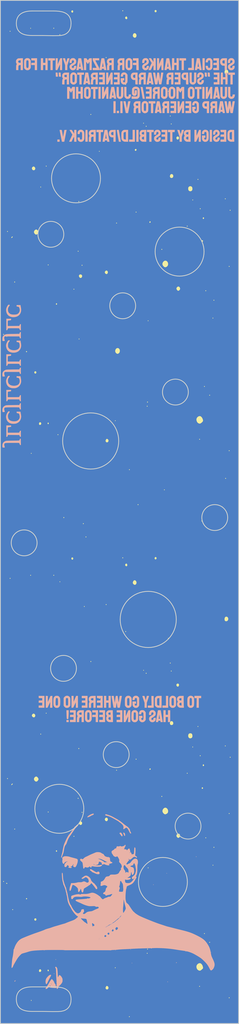
<source format=kicad_pcb>
(kicad_pcb (version 20171130) (host pcbnew "(5.1.9)-1")
  (layers (0 F.Cu signal) (31 B.Cu signal) (34 B.Paste user) (35 F.Paste user) (36 B.SilkS user) (37 F.SilkS user) (38 B.Mask user) (39 F.Mask user) (44 Edge.Cuts user))
  (net 0 "")
  (module LOGO (layer F.Cu) (at 16.5735 65.7225)
    (fp_text reference G*** hide)
    (fp_text value LOGO hide)
  )
  (module LOGO (layer F.Cu) (at 16.5735 65.7225)
    (fp_text reference G*** hide)
    (fp_text value LOGO hide)
    (fp_poly (pts (xy -2.139987 -3.967546) (xy -2.110158 -3.905277) (xy -2.097852 -3.863487) (xy -2.080829 -3.790324) (xy -2.077617 -3.748912) (xy -2.090477 -3.730276) (xy -2.121674 -3.725439) (xy -2.132682 -3.725333) (xy -2.19617 -3.71922) (xy -2.259655 -3.705652) (xy -2.317379 -3.696553) (xy -2.354211 -3.712041) (xy -2.357125 -3.714815) (xy -2.378129 -3.753032) (xy -2.395606 -3.812699) (xy -2.406032 -3.876119) (xy -2.405883 -3.925595) (xy -2.401623 -3.938284) (xy -2.374284 -3.951263) (xy -2.322477 -3.95793) (xy -2.310151 -3.958167) (xy -2.251553 -3.964344) (xy -2.210263 -3.979525) (xy -2.206464 -3.98267) (xy -2.173138 -3.994495) (xy -2.139987 -3.967546)) (layer F.Cu) (width 0.01))
    (fp_poly (pts (xy 3.180156 -3.869617) (xy 3.235777 -3.859582) (xy 3.287886 -3.849411) (xy 3.355538 -3.834234) (xy 3.391416 -3.818856) (xy 3.405512 -3.796165) (xy 3.407833 -3.764065) (xy 3.400623 -3.707591) (xy 3.38258 -3.645467) (xy 3.359083 -3.591511) (xy 3.335514 -3.559545) (xy 3.326838 -3.556) (xy 3.29829 -3.570528) (xy 3.280833 -3.58775) (xy 3.241586 -3.609567) (xy 3.179708 -3.619393) (xy 3.172408 -3.6195) (xy 3.119148 -3.622317) (xy 3.09589 -3.636772) (xy 3.090385 -3.671871) (xy 3.090333 -3.679842) (xy 3.096289 -3.736784) (xy 3.111111 -3.797419) (xy 3.130227 -3.847478) (xy 3.149067 -3.872694) (xy 3.152373 -3.8735) (xy 3.180156 -3.869617)) (layer F.Cu) (width 0.01))
    (fp_poly (pts (xy 7.499881 7.924064) (xy 7.560777 7.952017) (xy 7.590158 7.98741) (xy 7.598445 8.04346) (xy 7.598509 8.049149) (xy 7.586991 8.09907) (xy 7.544571 8.128492) (xy 7.54192 8.129519) (xy 7.48869 8.160347) (xy 7.456053 8.192495) (xy 7.418817 8.227537) (xy 7.37883 8.225111) (xy 7.331426 8.18414) (xy 7.311094 8.159023) (xy 7.276247 8.107666) (xy 7.266485 8.07083) (xy 7.277609 8.03247) (xy 7.277835 8.031975) (xy 7.312489 7.984832) (xy 7.364009 7.941847) (xy 7.367158 7.93989) (xy 7.42048 7.914283) (xy 7.467574 7.914257) (xy 7.499881 7.924064)) (layer F.Cu) (width 0.01))
    (fp_poly (pts (xy -0.026285 9.595581) (xy 0.015796 9.61282) (xy 0.016933 9.6139) (xy 0.034574 9.654197) (xy 0.041494 9.716359) (xy 0.037693 9.781297) (xy 0.02317 9.829922) (xy 0.016933 9.838267) (xy -0.022645 9.855267) (xy -0.085445 9.862163) (xy -0.153531 9.858759) (xy -0.208968 9.84486) (xy -0.216959 9.840804) (xy -0.244531 9.803361) (xy -0.256021 9.744038) (xy -0.251717 9.679951) (xy -0.231911 9.628217) (xy -0.213059 9.610411) (xy -0.158735 9.594103) (xy -0.090469 9.589251) (xy -0.026285 9.595581)) (layer F.Cu) (width 0.01))
    (fp_poly (pts (xy -0.173721 -6.673526) (xy -0.144256 -6.638633) (xy -0.134105 -6.599784) (xy -0.142818 -6.579716) (xy -0.171722 -6.570357) (xy -0.2358 -6.560498) (xy -0.327904 -6.550662) (xy -0.440887 -6.54137) (xy -0.567602 -6.533144) (xy -0.7009 -6.526506) (xy -0.833636 -6.521978) (xy -0.958661 -6.520083) (xy -0.959344 -6.520081) (xy -1.0604 -6.52035) (xy -1.126137 -6.522713) (xy -1.16356 -6.528316) (xy -1.179674 -6.538306) (xy -1.181481 -6.55383) (xy -1.181019 -6.556375) (xy -1.171776 -6.575478) (xy -1.147631 -6.58565) (xy -1.09946 -6.588562) (xy -1.019496 -6.58595) (xy -0.932301 -6.583978) (xy -0.875894 -6.589477) (xy -0.839128 -6.604111) (xy -0.825021 -6.615017) (xy -0.773687 -6.640771) (xy -0.725701 -6.63656) (xy -0.678601 -6.626488) (xy -0.62723 -6.62062) (xy -0.560769 -6.618422) (xy -0.468403 -6.619364) (xy -0.407459 -6.620891) (xy -0.324758 -6.625108) (xy -0.276874 -6.633211) (xy -0.256344 -6.646952) (xy -0.254 -6.656917) (xy -0.236431 -6.682797) (xy -0.212412 -6.688667) (xy -0.173721 -6.673526)) (layer F.Cu) (width 0.01))
    (fp_poly (pts (xy 1.781351 -4.840132) (xy 1.849274 -4.828125) (xy 1.901995 -4.811799) (xy 1.917824 -4.802974) (xy 1.941271 -4.759209) (xy 1.945772 -4.692046) (xy 1.930666 -4.616267) (xy 1.92669 -4.605128) (xy 1.903796 -4.566233) (xy 1.87928 -4.550332) (xy 1.863901 -4.562668) (xy 1.862666 -4.573945) (xy 1.842721 -4.587472) (xy 1.785801 -4.591288) (xy 1.751541 -4.58982) (xy 1.640416 -4.582583) (xy 1.642512 -4.658368) (xy 1.648374 -4.729378) (xy 1.659497 -4.793477) (xy 1.670748 -4.828118) (xy 1.689785 -4.843931) (xy 1.728886 -4.845616) (xy 1.781351 -4.840132)) (layer F.Cu) (width 0.01))
    (fp_poly (pts (xy -1.053487 -4.831287) (xy -1.021301 -4.796742) (xy -1.006258 -4.746822) (xy -0.984413 -4.671133) (xy -0.951836 -4.598784) (xy -0.950948 -4.597249) (xy -0.924417 -4.546876) (xy -0.91069 -4.511375) (xy -0.910167 -4.50729) (xy -0.922939 -4.487355) (xy -0.953119 -4.493362) (xy -0.988505 -4.521001) (xy -1.003471 -4.54025) (xy -1.031854 -4.572994) (xy -1.070502 -4.588735) (xy -1.134441 -4.593133) (xy -1.144012 -4.593167) (xy -1.208556 -4.595585) (xy -1.244208 -4.606818) (xy -1.264316 -4.632832) (xy -1.27156 -4.650184) (xy -1.285684 -4.715139) (xy -1.286911 -4.771893) (xy -1.278282 -4.814411) (xy -1.254768 -4.83454) (xy -1.203124 -4.842913) (xy -1.197935 -4.843348) (xy -1.109585 -4.845422) (xy -1.053487 -4.831287)) (layer F.Cu) (width 0.01))
    (fp_poly (pts (xy 5.447737 -5.666851) (xy 5.527654 -5.651442) (xy 5.633448 -5.61866) (xy 5.766884 -5.567753) (xy 5.929729 -5.497968) (xy 6.123747 -5.408551) (xy 6.350704 -5.29875) (xy 6.582833 -5.182765) (xy 6.809326 -5.066814) (xy 6.998958 -4.966544) (xy 7.153698 -4.88077) (xy 7.275515 -4.808309) (xy 7.366376 -4.747977) (xy 7.428251 -4.69859) (xy 7.463108 -4.658963) (xy 7.467797 -4.650514) (xy 7.503906 -4.604893) (xy 7.560128 -4.562279) (xy 7.622206 -4.530842) (xy 7.675885 -4.518751) (xy 7.692858 -4.521543) (xy 7.71929 -4.519561) (xy 7.725833 -4.489598) (xy 7.711574 -4.452257) (xy 7.687051 -4.445) (xy 7.656569 -4.4552) (xy 7.596516 -4.483454) (xy 7.513746 -4.526247) (xy 7.415112 -4.580062) (xy 7.332509 -4.626888) (xy 7.212838 -4.695771) (xy 7.091246 -4.76567) (xy 6.978673 -4.830302) (xy 6.886058 -4.883385) (xy 6.84893 -4.904615) (xy 6.756405 -4.955542) (xy 6.636506 -5.018657) (xy 6.49632 -5.09049) (xy 6.342933 -5.167569) (xy 6.183431 -5.246422) (xy 6.024902 -5.323576) (xy 5.874432 -5.39556) (xy 5.739107 -5.458902) (xy 5.626014 -5.51013) (xy 5.542239 -5.545772) (xy 5.532185 -5.549735) (xy 5.429439 -5.592804) (xy 5.364153 -5.627295) (xy 5.336968 -5.652318) (xy 5.348526 -5.666987) (xy 5.399467 -5.670411) (xy 5.447737 -5.666851)) (layer F.Cu) (width 0.01))
    (fp_poly (pts (xy -3.820384 -4.21798) (xy -3.797916 -4.156809) (xy -3.787583 -4.120615) (xy -3.771874 -4.038048) (xy -3.78033 -3.987753) (xy -3.813578 -3.966813) (xy -3.820867 -3.966016) (xy -3.870001 -3.960129) (xy -3.933769 -3.949417) (xy -3.940483 -3.948125) (xy -3.995381 -3.941831) (xy -4.028317 -3.954943) (xy -4.0513 -3.983715) (xy -4.080055 -4.042752) (xy -4.098088 -4.102148) (xy -4.103856 -4.148628) (xy -4.091148 -4.167011) (xy -4.064237 -4.169833) (xy -4.016708 -4.180021) (xy -3.9547 -4.205536) (xy -3.933378 -4.216746) (xy -3.880327 -4.242814) (xy -3.845258 -4.244936) (xy -3.820384 -4.21798)) (layer F.Cu) (width 0.01))
    (fp_poly (pts (xy 3.183517 -6.401932) (xy 3.237149 -6.364928) (xy 3.241439 -6.361358) (xy 3.287709 -6.328169) (xy 3.323748 -6.322106) (xy 3.354997 -6.332722) (xy 3.39777 -6.344616) (xy 3.430167 -6.326407) (xy 3.444252 -6.310489) (xy 3.491366 -6.271533) (xy 3.550039 -6.245839) (xy 3.604975 -6.238153) (xy 3.638313 -6.25028) (xy 3.668657 -6.260343) (xy 3.720675 -6.244813) (xy 3.736422 -6.237605) (xy 3.803682 -6.213489) (xy 3.86857 -6.201992) (xy 3.874882 -6.201833) (xy 3.92623 -6.191845) (xy 3.950512 -6.170083) (xy 3.977723 -6.147845) (xy 4.039961 -6.138718) (xy 4.062219 -6.138333) (xy 4.133817 -6.131472) (xy 4.19069 -6.113978) (xy 4.202829 -6.106583) (xy 4.230766 -6.080752) (xy 4.225113 -6.061335) (xy 4.207245 -6.046312) (xy 4.184678 -6.024202) (xy 4.19481 -6.008071) (xy 4.224116 -5.993396) (xy 4.27134 -5.974593) (xy 4.294865 -5.970351) (xy 4.288166 -5.98115) (xy 4.275843 -5.98961) (xy 4.257769 -6.014948) (xy 4.278502 -6.040007) (xy 4.334618 -6.061599) (xy 4.359255 -6.06721) (xy 4.406216 -6.0741) (xy 4.421589 -6.06596) (xy 4.416544 -6.044036) (xy 4.412208 -6.01971) (xy 4.432087 -6.013773) (xy 4.472176 -6.019662) (xy 4.531179 -6.021743) (xy 4.586512 -5.998679) (xy 4.61413 -5.979733) (xy 4.670437 -5.945949) (xy 4.721308 -5.927707) (xy 4.731709 -5.926667) (xy 4.776209 -5.916969) (xy 4.839256 -5.892222) (xy 4.876884 -5.87375) (xy 4.985479 -5.831973) (xy 5.069791 -5.820833) (xy 5.134661 -5.81585) (xy 5.171685 -5.797421) (xy 5.187137 -5.776063) (xy 5.21217 -5.746086) (xy 5.251747 -5.739272) (xy 5.284528 -5.743209) (xy 5.335337 -5.746886) (xy 5.350635 -5.734667) (xy 5.34964 -5.729771) (xy 5.320518 -5.705805) (xy 5.258073 -5.699187) (xy 5.167479 -5.709654) (xy 5.053909 -5.73694) (xy 5.021929 -5.746546) (xy 4.941426 -5.770529) (xy 4.877707 -5.787408) (xy 4.840361 -5.794738) (xy 4.834721 -5.794277) (xy 4.850374 -5.784731) (xy 4.898946 -5.764351) (xy 4.973286 -5.735953) (xy 5.06624 -5.702352) (xy 5.085598 -5.695548) (xy 5.185219 -5.659771) (xy 5.271397 -5.627106) (xy 5.335614 -5.600903) (xy 5.369353 -5.584512) (xy 5.371041 -5.583289) (xy 5.386184 -5.564538) (xy 5.393702 -5.536514) (xy 5.392555 -5.495905) (xy 5.381705 -5.439401) (xy 5.360112 -5.363688) (xy 5.326736 -5.265454) (xy 5.280538 -5.141388) (xy 5.220478 -4.988178) (xy 5.145518 -4.802512) (xy 5.062499 -4.600185) (xy 4.974841 -4.389041) (xy 4.900854 -4.214303) (xy 4.838997 -4.072869) (xy 4.787733 -3.961637) (xy 4.745521 -3.877506) (xy 4.710824 -3.817375) (xy 4.682103 -3.778142) (xy 4.657818 -3.756706) (xy 4.640791 -3.75032) (xy 4.603853 -3.750885) (xy 4.593166 -3.759236) (xy 4.605871 -3.785774) (xy 4.625088 -3.81019) (xy 4.644746 -3.839603) (xy 4.633911 -3.865128) (xy 4.615371 -3.883144) (xy 4.564493 -3.914374) (xy 4.504075 -3.934952) (xy 4.454535 -3.951513) (xy 4.433103 -3.983542) (xy 4.432071 -3.989917) (xy 4.720166 -3.989917) (xy 4.73075 -3.979333) (xy 4.741333 -3.989917) (xy 4.73075 -4.0005) (xy 4.720166 -3.989917) (xy 4.432071 -3.989917) (xy 4.427884 -4.015775) (xy 4.429837 -4.042833) (xy 4.741333 -4.042833) (xy 4.749077 -4.025411) (xy 4.755444 -4.028722) (xy 4.757977 -4.053842) (xy 4.755444 -4.056945) (xy 4.74286 -4.054039) (xy 4.741333 -4.042833) (xy 4.429837 -4.042833) (xy 4.431615 -4.067453) (xy 4.447554 -4.126686) (xy 4.470174 -4.17885) (xy 4.49395 -4.209319) (xy 4.502085 -4.212167) (xy 4.526646 -4.199498) (xy 4.553851 -4.177686) (xy 4.591265 -4.155574) (xy 4.644458 -4.13654) (xy 4.699806 -4.123707) (xy 4.743682 -4.120198) (xy 4.762463 -4.129137) (xy 4.7625 -4.129854) (xy 4.742771 -4.158279) (xy 4.688688 -4.188343) (xy 4.607904 -4.21645) (xy 4.545541 -4.23179) (xy 4.480587 -4.248226) (xy 4.436431 -4.264557) (xy 4.423833 -4.274887) (xy 4.405361 -4.294426) (xy 4.35891 -4.3177) (xy 4.297929 -4.339725) (xy 4.235866 -4.355522) (xy 4.193163 -4.360333) (xy 4.134064 -4.348255) (xy 4.096212 -4.308224) (xy 4.075072 -4.234551) (xy 4.071593 -4.207705) (xy 4.059419 -4.104632) (xy 4.048182 -4.037073) (xy 4.036079 -3.998299) (xy 4.021313 -3.981579) (xy 4.010507 -3.979333) (xy 3.981555 -3.984885) (xy 3.918619 -4.000366) (xy 3.828401 -4.024012) (xy 3.717602 -4.054062) (xy 3.592926 -4.088753) (xy 3.572258 -4.094583) (xy 3.432183 -4.133835) (xy 3.291878 -4.172566) (xy 3.161755 -4.207942) (xy 3.052228 -4.23713) (xy 2.977955 -4.256246) (xy 2.894793 -4.276299) (xy 2.830435 -4.293593) (xy 2.783345 -4.313335) (xy 2.75199 -4.340731) (xy 2.734836 -4.380988) (xy 2.730348 -4.439313) (xy 2.736993 -4.520913) (xy 2.753235 -4.630994) (xy 2.777541 -4.774762) (xy 2.794989 -4.877178) (xy 2.81856 -5.019839) (xy 2.839072 -5.149718) (xy 2.855627 -5.260638) (xy 2.867326 -5.346422) (xy 2.873269 -5.400896) (xy 2.873559 -5.416928) (xy 2.868373 -5.406688) (xy 2.857489 -5.359928) (xy 2.841931 -5.281924) (xy 2.822721 -5.177954) (xy 2.800881 -5.053294) (xy 2.785745 -4.963583) (xy 2.761273 -4.820832) (xy 2.737212 -4.688439) (xy 2.714934 -4.573371) (xy 2.695813 -4.48259) (xy 2.681225 -4.42306) (xy 2.675914 -4.406838) (xy 2.647057 -4.336926) (xy 2.514153 -4.351408) (xy 2.430335 -4.361499) (xy 2.380962 -4.37183) (xy 2.358312 -4.386359) (xy 2.354659 -4.409045) (xy 2.359026 -4.430906) (xy 2.363329 -4.456275) (xy 2.358124 -4.450292) (xy 2.330727 -4.425704) (xy 2.288016 -4.439361) (xy 2.233083 -4.487333) (xy 2.170234 -4.536094) (xy 2.102444 -4.550833) (xy 2.032 -4.550833) (xy 2.032 -4.678498) (xy 2.038806 -4.766805) (xy 2.059124 -4.815369) (xy 2.0928 -4.824008) (xy 2.13333 -4.798472) (xy 2.1792 -4.773891) (xy 2.240538 -4.759167) (xy 2.243519 -4.758863) (xy 2.303232 -4.743491) (xy 2.339653 -4.704436) (xy 2.345832 -4.692423) (xy 2.361941 -4.638916) (xy 2.360323 -4.597173) (xy 2.347593 -4.577057) (xy 2.331323 -4.590258) (xy 2.316969 -4.614333) (xy 2.296046 -4.649396) (xy 2.288231 -4.648696) (xy 2.28675 -4.621137) (xy 2.297496 -4.577169) (xy 2.32369 -4.537831) (xy 2.354227 -4.51681) (xy 2.36993 -4.518629) (xy 2.38261 -4.544132) (xy 2.395561 -4.597007) (xy 2.400972 -4.629948) (xy 2.407603 -4.672837) (xy 2.420399 -4.751369) (xy 2.438332 -4.859506) (xy 2.460375 -4.991212) (xy 2.485503 -5.14045) (xy 2.512688 -5.301181) (xy 2.540905 -5.46737) (xy 2.548836 -5.513917) (xy 2.882793 -5.513917) (xy 2.88508 -5.477768) (xy 2.891707 -5.474585) (xy 2.89255 -5.476472) (xy 2.896737 -5.518492) (xy 2.893334 -5.539972) (xy 2.886597 -5.548604) (xy 2.882932 -5.52049) (xy 2.882793 -5.513917) (xy 2.548836 -5.513917) (xy 2.569125 -5.632978) (xy 2.570483 -5.640917) (xy 2.903959 -5.640917) (xy 2.906247 -5.604768) (xy 2.912873 -5.601585) (xy 2.913717 -5.603472) (xy 2.917904 -5.645492) (xy 2.914501 -5.666972) (xy 2.907763 -5.675604) (xy 2.904099 -5.64749) (xy 2.903959 -5.640917) (xy 2.570483 -5.640917) (xy 2.590398 -5.757333) (xy 2.924342 -5.757333) (xy 2.927668 -5.727285) (xy 2.935018 -5.730875) (xy 2.937813 -5.774211) (xy 2.935018 -5.783792) (xy 2.927292 -5.786451) (xy 2.924342 -5.757333) (xy 2.590398 -5.757333) (xy 2.596324 -5.791969) (xy 2.600071 -5.813778) (xy 4.769555 -5.813778) (xy 4.772461 -5.801194) (xy 4.783666 -5.799667) (xy 4.801089 -5.807411) (xy 4.797777 -5.813778) (xy 4.772657 -5.816311) (xy 4.769555 -5.813778) (xy 2.600071 -5.813778) (xy 2.603103 -5.831417) (xy 4.720166 -5.831417) (xy 4.73075 -5.820833) (xy 4.741333 -5.831417) (xy 4.73075 -5.842) (xy 4.720166 -5.831417) (xy 2.603103 -5.831417) (xy 2.612198 -5.884333) (xy 2.945508 -5.884333) (xy 2.948835 -5.854285) (xy 2.956184 -5.857875) (xy 2.95898 -5.901211) (xy 2.956184 -5.910792) (xy 2.948459 -5.913451) (xy 2.945508 -5.884333) (xy 2.612198 -5.884333) (xy 2.621475 -5.938306) (xy 2.621669 -5.939431) (xy 4.390879 -5.939431) (xy 4.41325 -5.926667) (xy 4.462628 -5.911538) (xy 4.487333 -5.908476) (xy 4.49912 -5.913903) (xy 4.47675 -5.926667) (xy 4.427371 -5.941795) (xy 4.402666 -5.944858) (xy 4.390879 -5.939431) (xy 2.621669 -5.939431) (xy 2.630443 -5.990167) (xy 2.966675 -5.990167) (xy 2.970001 -5.960118) (xy 2.973741 -5.961945) (xy 4.325055 -5.961945) (xy 4.327961 -5.949361) (xy 4.339166 -5.947833) (xy 4.356589 -5.955578) (xy 4.353277 -5.961945) (xy 4.328157 -5.964478) (xy 4.325055 -5.961945) (xy 2.973741 -5.961945) (xy 2.977351 -5.963708) (xy 2.980147 -6.007044) (xy 2.977351 -6.016625) (xy 2.969625 -6.019284) (xy 2.966675 -5.990167) (xy 2.630443 -5.990167) (xy 2.64355 -6.065951) (xy 2.661523 -6.168867) (xy 2.674368 -6.241017) (xy 2.680352 -6.272979) (xy 2.691054 -6.310714) (xy 2.71141 -6.325533) (xy 2.754826 -6.323737) (xy 2.780323 -6.319984) (xy 2.857063 -6.305069) (xy 2.93029 -6.286253) (xy 2.93893 -6.28356) (xy 2.981658 -6.267403) (xy 3.000664 -6.246368) (xy 3.002721 -6.20657) (xy 2.997986 -6.162472) (xy 2.986195 -6.06425) (xy 3.015081 -6.165485) (xy 3.045747 -6.253424) (xy 3.07921 -6.305239) (xy 3.120168 -6.327097) (xy 3.139491 -6.328833) (xy 3.168644 -6.333675) (xy 3.160302 -6.35195) (xy 3.158066 -6.354234) (xy 3.135781 -6.385351) (xy 3.132666 -6.396567) (xy 3.146482 -6.413192) (xy 3.183517 -6.401932)) (layer F.Cu) (width 0.01))
    (fp_poly (pts (xy 0.518583 -4.521177) (xy 0.714611 -4.512858) (xy 0.919151 -4.50179) (xy 1.126988 -4.488451) (xy 1.332905 -4.473317) (xy 1.531689 -4.456864) (xy 1.718122 -4.43957) (xy 1.88699 -4.421911) (xy 2.033078 -4.404364) (xy 2.151169 -4.387405) (xy 2.236048 -4.371512) (xy 2.274438 -4.360705) (xy 2.313199 -4.331861) (xy 2.316191 -4.303287) (xy 2.309876 -4.271453) (xy 2.297379 -4.204903) (xy 2.279981 -4.110593) (xy 2.258964 -3.995478) (xy 2.235609 -3.866512) (xy 2.231145 -3.84175) (xy 2.207583 -3.712758) (xy 2.186006 -3.598038) (xy 2.167691 -3.504095) (xy 2.153911 -3.437435) (xy 2.14594 -3.404565) (xy 2.14511 -3.402542) (xy 2.118091 -3.389163) (xy 2.110125 -3.389191) (xy 2.081386 -3.392335) (xy 2.018314 -3.399388) (xy 1.92864 -3.409481) (xy 1.820093 -3.421743) (xy 1.74625 -3.430106) (xy 1.312241 -3.470043) (xy 0.848226 -3.495536) (xy 0.364024 -3.50649) (xy -0.130545 -3.502811) (xy -0.625661 -3.484405) (xy -1.042336 -3.456891) (xy -1.174014 -3.446811) (xy -1.290826 -3.438772) (xy -1.386404 -3.433138) (xy -1.45438 -3.430273) (xy -1.488383 -3.430541) (xy -1.490976 -3.431254) (xy -1.497632 -3.454046) (xy -1.510122 -3.510718) (xy -1.526968 -3.593451) (xy -1.546693 -3.694429) (xy -1.567819 -3.805833) (xy -1.58887 -3.919846) (xy -1.608367 -4.02865) (xy -1.624832 -4.124428) (xy -1.63679 -4.199361) (xy -1.638931 -4.214129) (xy -1.643752 -4.284703) (xy -1.631613 -4.33267) (xy -1.614447 -4.358452) (xy -1.597675 -4.3753) (xy -1.573903 -4.388852) (xy -1.53704 -4.400318) (xy -1.480993 -4.410905) (xy -1.399669 -4.421821) (xy -1.286976 -4.434276) (xy -1.174441 -4.44573) (xy -0.852755 -4.474694) (xy -0.532286 -4.49747) (xy -0.221496 -4.513681) (xy 0.071156 -4.52295) (xy 0.337209 -4.5249) (xy 0.518583 -4.521177)) (layer F.Cu) (width 0.01))
    (fp_poly (pts (xy 2.53878 -4.326007) (xy 2.596164 -4.287921) (xy 2.631642 -4.229044) (xy 2.633221 -4.223296) (xy 2.636278 -4.173627) (xy 2.631089 -4.091685) (xy 2.619124 -3.986397) (xy 2.601849 -3.866695) (xy 2.580734 -3.741508) (xy 2.557246 -3.619766) (xy 2.532855 -3.510399) (xy 2.509027 -3.422335) (xy 2.494791 -3.381375) (xy 2.472682 -3.34698) (xy 2.435577 -3.328739) (xy 2.375424 -3.325164) (xy 2.284169 -3.334763) (xy 2.261333 -3.338155) (xy 2.215519 -3.354178) (xy 2.194021 -3.37519) (xy 2.193044 -3.408139) (xy 2.199579 -3.474633) (xy 2.212212 -3.566838) (xy 2.229529 -3.676916) (xy 2.250115 -3.797032) (xy 2.272557 -3.91935) (xy 2.29544 -4.036034) (xy 2.317349 -4.139248) (xy 2.33687 -4.221156) (xy 2.35259 -4.273924) (xy 2.358581 -4.286928) (xy 2.407649 -4.32837) (xy 2.471828 -4.340443) (xy 2.53878 -4.326007)) (layer F.Cu) (width 0.01))
    (fp_poly (pts (xy 0.563171 -3.383367) (xy 0.721858 -3.382405) (xy 0.871097 -3.380807) (xy 1.005136 -3.378573) (xy 1.118222 -3.375701) (xy 1.204601 -3.37219) (xy 1.254663 -3.368495) (xy 1.332635 -3.355611) (xy 1.373299 -3.339499) (xy 1.375188 -3.321931) (xy 1.336837 -3.304677) (xy 1.312333 -3.298766) (xy 1.24506 -3.288468) (xy 1.155811 -3.279979) (xy 1.055216 -3.273683) (xy 0.953908 -3.269967) (xy 0.862517 -3.269216) (xy 0.791675 -3.271816) (xy 0.752013 -3.278154) (xy 0.751416 -3.278406) (xy 0.726795 -3.291933) (xy 0.737087 -3.300336) (xy 0.772583 -3.306908) (xy 0.770341 -3.309752) (xy 0.730616 -3.312533) (xy 0.658259 -3.315107) (xy 0.55812 -3.317333) (xy 0.435051 -3.31907) (xy 0.325745 -3.319995) (xy 0.114827 -3.322126) (xy -0.055418 -3.325715) (xy -0.186628 -3.330877) (xy -0.28044 -3.337729) (xy -0.338492 -3.346387) (xy -0.362425 -3.356967) (xy -0.356086 -3.368265) (xy -0.328923 -3.372361) (xy -0.265185 -3.375828) (xy -0.170624 -3.378665) (xy -0.050994 -3.38087) (xy 0.087954 -3.382444) (xy 0.240466 -3.383386) (xy 0.400789 -3.383693) (xy 0.563171 -3.383367)) (layer F.Cu) (width 0.01))
    (fp_poly (pts (xy 5.986508 -3.539544) (xy 5.990166 -3.524534) (xy 6.007963 -3.496696) (xy 6.05198 -3.467676) (xy 6.06425 -3.462114) (xy 6.115292 -3.432718) (xy 6.135159 -3.395138) (xy 6.124925 -3.341319) (xy 6.089787 -3.27043) (xy 6.051538 -3.216512) (xy 6.013553 -3.183946) (xy 5.983565 -3.176862) (xy 5.969305 -3.199384) (xy 5.969 -3.20595) (xy 5.950089 -3.235576) (xy 5.899558 -3.268726) (xy 5.87375 -3.280833) (xy 5.818665 -3.306742) (xy 5.784269 -3.32734) (xy 5.7785 -3.334049) (xy 5.788834 -3.365362) (xy 5.814134 -3.416221) (xy 5.845842 -3.470972) (xy 5.875403 -3.513964) (xy 5.879583 -3.518958) (xy 5.919199 -3.547546) (xy 5.959733 -3.554654) (xy 5.986508 -3.539544)) (layer F.Cu) (width 0.01))
    (fp_poly (pts (xy -5.599121 -3.433798) (xy -5.557419 -3.392288) (xy -5.514918 -3.337032) (xy -5.489423 -3.294798) (xy -5.468326 -3.231799) (xy -5.480882 -3.19091) (xy -5.526057 -3.175094) (xy -5.531139 -3.175) (xy -5.583506 -3.15976) (xy -5.61975 -3.132667) (xy -5.665498 -3.096553) (xy -5.706189 -3.099729) (xy -5.747409 -3.143267) (xy -5.757566 -3.159125) (xy -5.786006 -3.221371) (xy -5.799432 -3.281445) (xy -5.799588 -3.286654) (xy -5.791639 -3.330923) (xy -5.759155 -3.352516) (xy -5.736794 -3.357967) (xy -5.686616 -3.379685) (xy -5.661284 -3.410354) (xy -5.642605 -3.443195) (xy -5.629732 -3.450167) (xy -5.599121 -3.433798)) (layer F.Cu) (width 0.01))
    (fp_poly (pts (xy -4.690875 -5.708607) (xy -4.677834 -5.699147) (xy -4.695754 -5.678984) (xy -4.741078 -5.653213) (xy -4.767792 -5.641644) (xy -4.876149 -5.598004) (xy -4.985405 -5.552722) (xy -5.088746 -5.508773) (xy -5.17936 -5.469132) (xy -5.250434 -5.436775) (xy -5.295154 -5.414677) (xy -5.307267 -5.406044) (xy -5.285577 -5.409991) (xy -5.234979 -5.427388) (xy -5.165366 -5.454757) (xy -5.146804 -5.462475) (xy -5.05623 -5.496258) (xy -4.964294 -5.523674) (xy -4.890578 -5.538898) (xy -4.889264 -5.539057) (xy -4.825952 -5.544624) (xy -4.791507 -5.539247) (xy -4.773042 -5.518963) (xy -4.765377 -5.500944) (xy -4.753987 -5.451031) (xy -4.764449 -5.42865) (xy -4.793756 -5.439496) (xy -4.796619 -5.4418) (xy -4.819173 -5.454917) (xy -4.820851 -5.442706) (xy -4.806166 -5.413714) (xy -4.779634 -5.376486) (xy -4.745769 -5.339569) (xy -4.739677 -5.334) (xy -4.719665 -5.310535) (xy -4.695287 -5.270328) (xy -4.665018 -5.209887) (xy -4.62733 -5.12572) (xy -4.580697 -5.014335) (xy -4.523591 -4.872241) (xy -4.454487 -4.695946) (xy -4.406515 -4.572) (xy -4.330488 -4.374688) (xy -4.268484 -4.213101) (xy -4.219213 -4.083496) (xy -4.181387 -3.982129) (xy -4.153716 -3.905258) (xy -4.134912 -3.849141) (xy -4.123686 -3.810034) (xy -4.118749 -3.784194) (xy -4.118811 -3.767879) (xy -4.122584 -3.757346) (xy -4.124803 -3.75397) (xy -4.14804 -3.738985) (xy -4.198956 -3.71297) (xy -4.266127 -3.681116) (xy -4.338132 -3.648617) (xy -4.403548 -3.620665) (xy -4.450953 -3.602453) (xy -4.467264 -3.598281) (xy -4.475674 -3.616897) (xy -4.480707 -3.662296) (xy -4.480941 -3.668783) (xy -4.491835 -3.728074) (xy -4.517628 -3.800704) (xy -4.552096 -3.873797) (xy -4.589014 -3.934478) (xy -4.622158 -3.969869) (xy -4.627921 -3.972832) (xy -4.658185 -3.968283) (xy -4.719677 -3.946707) (xy -4.806091 -3.910659) (xy -4.911122 -3.862692) (xy -4.971019 -3.833878) (xy -5.076607 -3.782925) (xy -5.169413 -3.739424) (xy -5.242582 -3.706489) (xy -5.289258 -3.687231) (xy -5.30225 -3.683527) (xy -5.323458 -3.700341) (xy -5.361191 -3.743923) (xy -5.408374 -3.805896) (xy -5.423282 -3.826777) (xy -5.48688 -3.914153) (xy -5.562828 -4.014104) (xy -5.636104 -4.106911) (xy -5.645532 -4.118502) (xy -5.716522 -4.206325) (xy -5.796643 -4.307018) (xy -5.881028 -4.414291) (xy -5.964809 -4.521854) (xy -6.043117 -4.623415) (xy -6.111084 -4.712684) (xy -6.163842 -4.78337) (xy -6.196523 -4.829182) (xy -6.201731 -4.837212) (xy -6.220286 -4.874747) (xy -6.214249 -4.903279) (xy -6.180565 -4.94054) (xy -6.136967 -4.975045) (xy -6.068637 -5.020168) (xy -5.988619 -5.067422) (xy -5.969 -5.078204) (xy -5.885732 -5.12429) (xy -5.83992 -5.151955) (xy -5.830898 -5.161181) (xy -5.857998 -5.151951) (xy -5.920553 -5.124247) (xy -6.015051 -5.079429) (xy -6.103544 -5.039413) (xy -6.187552 -5.006224) (xy -6.253156 -4.985203) (xy -6.270241 -4.981535) (xy -6.31779 -4.96928) (xy -6.338515 -4.95442) (xy -6.337841 -4.95045) (xy -6.343941 -4.925259) (xy -6.373945 -4.888134) (xy -6.378848 -4.88346) (xy -6.431246 -4.8349) (xy -6.357182 -4.843547) (xy -6.315958 -4.843153) (xy -6.274751 -4.82937) (xy -6.229146 -4.798249) (xy -6.174727 -4.745842) (xy -6.107079 -4.668202) (xy -6.021786 -4.561382) (xy -5.977449 -4.504012) (xy -5.851718 -4.337526) (xy -5.753285 -4.200966) (xy -5.681142 -4.092778) (xy -5.634279 -4.011411) (xy -5.611687 -3.955312) (xy -5.609167 -3.937277) (xy -5.596593 -3.877883) (xy -5.576249 -3.840504) (xy -5.553463 -3.813234) (xy -5.55402 -3.820876) (xy -5.566411 -3.847042) (xy -5.578358 -3.8858) (xy -5.566116 -3.896696) (xy -5.53525 -3.881984) (xy -5.491327 -3.843914) (xy -5.452967 -3.801146) (xy -5.404846 -3.737975) (xy -5.38197 -3.689761) (xy -5.387117 -3.649458) (xy -5.423066 -3.610017) (xy -5.492593 -3.56439) (xy -5.561542 -3.525645) (xy -5.671385 -3.463467) (xy -5.786091 -3.395065) (xy -5.898312 -3.325182) (xy -6.000701 -3.258567) (xy -6.085912 -3.199962) (xy -6.146596 -3.154114) (xy -6.170196 -3.132543) (xy -6.209325 -3.100718) (xy -6.238342 -3.090333) (xy -6.271881 -3.07898) (xy -6.324948 -3.049933) (xy -6.360584 -3.026833) (xy -6.438015 -2.980922) (xy -6.496526 -2.966358) (xy -6.544916 -2.982497) (xy -6.576789 -3.010958) (xy -6.605741 -3.049405) (xy -6.651508 -3.11845) (xy -6.710278 -3.211719) (xy -6.778242 -3.32284) (xy -6.851592 -3.44544) (xy -6.926517 -3.573147) (xy -6.999208 -3.699588) (xy -7.065857 -3.818389) (xy -7.115382 -3.909766) (xy -6.748755 -3.909766) (xy -6.743605 -3.897937) (xy -6.722292 -3.875214) (xy -6.71004 -3.879875) (xy -6.709834 -3.882834) (xy -6.724868 -3.900737) (xy -6.734271 -3.907271) (xy -6.748755 -3.909766) (xy -7.115382 -3.909766) (xy -7.122652 -3.923178) (xy -7.127003 -3.931423) (xy -7.174977 -4.020653) (xy -7.217312 -4.095848) (xy -7.249466 -4.149172) (xy -7.266893 -4.172788) (xy -7.267016 -4.172874) (xy -7.269307 -4.178609) (xy -7.203502 -4.178609) (xy -7.194288 -4.155441) (xy -7.174524 -4.126128) (xy -7.139646 -4.084824) (xy -7.118493 -4.073059) (xy -7.116774 -4.091215) (xy -7.130864 -4.123197) (xy -7.163564 -4.16287) (xy -7.186828 -4.177774) (xy -7.203502 -4.178609) (xy -7.269307 -4.178609) (xy -7.278478 -4.201557) (xy -7.276584 -4.241665) (xy -7.277637 -4.285283) (xy -7.300286 -4.295312) (xy -7.339279 -4.270898) (xy -7.355417 -4.2545) (xy -7.401491 -4.216573) (xy -7.43349 -4.216443) (xy -7.447411 -4.25295) (xy -7.446717 -4.280958) (xy -7.440996 -4.319877) (xy -7.426263 -4.341058) (xy -7.391723 -4.350872) (xy -7.32658 -4.355692) (xy -7.319477 -4.356065) (xy -7.247413 -4.362607) (xy -7.207105 -4.375154) (xy -7.188038 -4.397452) (xy -7.185759 -4.40369) (xy -7.165213 -4.432916) (xy -7.137196 -4.444955) (xy -7.117174 -4.436525) (xy -7.115767 -4.418542) (xy -7.105849 -4.387777) (xy -7.074232 -4.343231) (xy -7.061077 -4.328583) (xy -7.02147 -4.282306) (xy -6.967422 -4.213179) (xy -6.908314 -4.133348) (xy -6.885287 -4.101042) (xy -6.833496 -4.029428) (xy -6.792067 -3.975669) (xy -6.764021 -3.942888) (xy -6.752382 -3.934209) (xy -6.760171 -3.952756) (xy -6.790412 -4.001651) (xy -6.79312 -4.005792) (xy -6.850164 -4.095594) (xy -6.906232 -4.188707) (xy -6.955965 -4.275718) (xy -6.994003 -4.347216) (xy -7.014983 -4.39379) (xy -7.016122 -4.397332) (xy -7.018284 -4.418389) (xy -7.008404 -4.440435) (xy -6.981443 -4.467919) (xy -6.93236 -4.505287) (xy -6.856118 -4.556987) (xy -6.776294 -4.608998) (xy -6.68177 -4.670226) (xy -6.59748 -4.725071) (xy -6.531072 -4.768539) (xy -6.490195 -4.795635) (xy -6.483839 -4.799974) (xy -6.457792 -4.819631) (xy -6.462969 -4.820082) (xy -6.494413 -4.804098) (xy -6.547165 -4.774448) (xy -6.616266 -4.733902) (xy -6.69676 -4.685229) (xy -6.765292 -4.64276) (xy -6.856086 -4.588279) (xy -6.940524 -4.54191) (xy -7.008607 -4.508891) (xy -7.047619 -4.494918) (xy -7.093599 -4.488661) (xy -7.109918 -4.499954) (xy -7.108577 -4.529717) (xy -7.091177 -4.566424) (xy -7.045606 -4.59322) (xy -7.011909 -4.604454) (xy -6.943978 -4.635298) (xy -6.864903 -4.687378) (xy -6.810825 -4.731751) (xy -6.72395 -4.804809) (xy -6.631843 -4.872983) (xy -6.543037 -4.930836) (xy -6.466068 -4.972925) (xy -6.409468 -4.993813) (xy -6.397625 -4.995132) (xy -6.36045 -5.003408) (xy -6.35 -5.016883) (xy -6.331747 -5.031702) (xy -6.280551 -5.061927) (xy -6.201759 -5.104907) (xy -6.100716 -5.157991) (xy -6.067089 -5.17525) (xy -5.799667 -5.17525) (xy -5.789084 -5.164667) (xy -5.7785 -5.17525) (xy -5.789084 -5.185833) (xy -5.799667 -5.17525) (xy -6.067089 -5.17525) (xy -6.025847 -5.196417) (xy -5.757334 -5.196417) (xy -5.74675 -5.185833) (xy -5.736167 -5.196417) (xy -5.74675 -5.207) (xy -5.757334 -5.196417) (xy -6.025847 -5.196417) (xy -5.984607 -5.217583) (xy -5.715 -5.217583) (xy -5.704417 -5.207) (xy -5.693834 -5.217583) (xy -5.704417 -5.228167) (xy -5.715 -5.217583) (xy -5.984607 -5.217583) (xy -5.982769 -5.218526) (xy -5.956313 -5.231873) (xy -5.663145 -5.231873) (xy -5.662084 -5.230262) (xy -5.63466 -5.239485) (xy -5.580076 -5.264049) (xy -5.508483 -5.299294) (xy -5.482167 -5.312833) (xy -5.413253 -5.349854) (xy -5.364626 -5.378289) (xy -5.343523 -5.393794) (xy -5.344584 -5.395405) (xy -5.372008 -5.386182) (xy -5.426592 -5.361618) (xy -5.498184 -5.326373) (xy -5.5245 -5.312833) (xy -5.593415 -5.275813) (xy -5.642042 -5.247378) (xy -5.663145 -5.231873) (xy -5.956313 -5.231873) (xy -5.853264 -5.283861) (xy -5.717547 -5.351346) (xy -5.580964 -5.418328) (xy -5.448862 -5.482156) (xy -5.326586 -5.540178) (xy -5.219483 -5.589744) (xy -5.1329 -5.628201) (xy -5.072181 -5.652899) (xy -5.057145 -5.65808) (xy -4.975635 -5.679651) (xy -4.888555 -5.696539) (xy -4.805605 -5.707695) (xy -4.736479 -5.712067) (xy -4.690875 -5.708607)) (layer F.Cu) (width 0.01))
    (fp_poly (pts (xy 2.52294 -3.256996) (xy 2.556301 -3.246811) (xy 2.561166 -3.2385) (xy 2.543557 -3.220944) (xy 2.521425 -3.217333) (xy 2.475243 -3.201962) (xy 2.453994 -3.18397) (xy 2.437275 -3.153953) (xy 2.454573 -3.132742) (xy 2.456694 -3.131378) (xy 2.503478 -3.115039) (xy 2.529416 -3.112497) (xy 2.558578 -3.115162) (xy 2.550552 -3.128546) (xy 2.534708 -3.140965) (xy 2.504446 -3.168319) (xy 2.506533 -3.185448) (xy 2.544878 -3.197732) (xy 2.580482 -3.203999) (xy 2.644731 -3.216266) (xy 2.696065 -3.229382) (xy 2.702191 -3.23146) (xy 2.727364 -3.238899) (xy 2.724613 -3.227973) (xy 2.700761 -3.199756) (xy 2.674539 -3.167099) (xy 2.681053 -3.15517) (xy 2.721927 -3.15316) (xy 2.763376 -3.151099) (xy 2.766824 -3.14114) (xy 2.741083 -3.119117) (xy 2.719834 -3.100168) (xy 2.723363 -3.091639) (xy 2.757914 -3.09139) (xy 2.809875 -3.095517) (xy 2.881066 -3.099916) (xy 2.914157 -3.095837) (xy 2.912851 -3.081494) (xy 2.885952 -3.05879) (xy 2.871079 -3.042877) (xy 2.88425 -3.032103) (xy 2.931587 -3.023006) (xy 2.954744 -3.01991) (xy 3.03749 -3.016067) (xy 3.119893 -3.022374) (xy 3.14325 -3.026824) (xy 3.206995 -3.039959) (xy 3.258271 -3.047101) (xy 3.266207 -3.047495) (xy 3.291225 -3.038968) (xy 3.28406 -3.017814) (xy 3.24931 -2.992364) (xy 3.231042 -2.9838) (xy 3.214576 -2.973692) (xy 3.237246 -2.97283) (xy 3.275541 -2.977405) (xy 3.336659 -2.981165) (xy 3.364437 -2.971768) (xy 3.3655 -2.967803) (xy 3.348905 -2.940563) (xy 3.339041 -2.934959) (xy 3.325564 -2.920407) (xy 3.344333 -2.901769) (xy 3.356131 -2.885228) (xy 3.329754 -2.880259) (xy 3.267665 -2.886573) (xy 3.172325 -2.903878) (xy 3.046197 -2.931887) (xy 3.005666 -2.941616) (xy 2.876243 -2.972817) (xy 2.728295 -3.008001) (xy 2.58458 -3.041773) (xy 2.513541 -3.058263) (xy 2.401011 -3.086334) (xy 2.320424 -3.110881) (xy 2.273911 -3.13085) (xy 2.263602 -3.145189) (xy 2.291628 -3.152843) (xy 2.320341 -3.153833) (xy 2.357492 -3.157632) (xy 2.358874 -3.173146) (xy 2.350725 -3.184107) (xy 2.33879 -3.211672) (xy 2.363139 -3.234406) (xy 2.367908 -3.237024) (xy 2.413845 -3.251989) (xy 2.470489 -3.258684) (xy 2.52294 -3.256996)) (layer F.Cu) (width 0.01))
    (fp_poly (pts (xy 5.529519 -5.496795) (xy 5.598779 -5.479399) (xy 5.699938 -5.44291) (xy 5.828346 -5.38959) (xy 5.979351 -5.321702) (xy 6.148301 -5.24151) (xy 6.330546 -5.151277) (xy 6.521433 -5.053267) (xy 6.716312 -4.949742) (xy 6.910531 -4.842965) (xy 7.099438 -4.7352) (xy 7.122744 -4.721597) (xy 7.269481 -4.634592) (xy 7.382551 -4.564729) (xy 7.465717 -4.509376) (xy 7.522743 -4.465903) (xy 7.557393 -4.431678) (xy 7.572323 -4.407228) (xy 7.564454 -4.369454) (xy 7.519097 -4.315535) (xy 7.502007 -4.299702) (xy 7.466284 -4.265498) (xy 7.457821 -4.251994) (xy 7.473363 -4.259174) (xy 7.530312 -4.287681) (xy 7.600415 -4.314464) (xy 7.612801 -4.318344) (xy 7.675739 -4.332444) (xy 7.72422 -4.326875) (xy 7.767009 -4.308015) (xy 7.825909 -4.286899) (xy 7.877803 -4.282878) (xy 7.882292 -4.283784) (xy 7.910531 -4.28672) (xy 7.924948 -4.270501) (xy 7.931172 -4.225462) (xy 7.932622 -4.197355) (xy 7.931859 -4.14696) (xy 7.92195 -4.100074) (xy 7.89874 -4.046087) (xy 7.858071 -3.974386) (xy 7.823054 -3.917641) (xy 7.776322 -3.842369) (xy 7.713258 -3.739837) (xy 7.639371 -3.619049) (xy 7.560166 -3.489009) (xy 7.481152 -3.358723) (xy 7.472449 -3.344333) (xy 7.380167 -3.192927) (xy 7.306267 -3.074785) (xy 7.248209 -2.986369) (xy 7.203452 -2.924141) (xy 7.169457 -2.884561) (xy 7.143684 -2.864093) (xy 7.124185 -2.859148) (xy 7.097708 -2.872665) (xy 7.04916 -2.906748) (xy 6.988536 -2.954329) (xy 6.982034 -2.95969) (xy 6.900652 -3.022292) (xy 6.804901 -3.088457) (xy 6.702756 -3.153502) (xy 6.602195 -3.212745) (xy 6.511197 -3.261503) (xy 6.437737 -3.295093) (xy 6.389794 -3.308834) (xy 6.387041 -3.308937) (xy 6.34478 -3.314513) (xy 6.328833 -3.326533) (xy 6.345105 -3.347733) (xy 6.390034 -3.389049) (xy 6.457792 -3.446048) (xy 6.542549 -3.514293) (xy 6.638477 -3.58935) (xy 6.739747 -3.666784) (xy 6.84053 -3.74216) (xy 6.934997 -3.811043) (xy 7.017319 -3.868998) (xy 7.081667 -3.91159) (xy 7.122212 -3.934384) (xy 7.131169 -3.937) (xy 7.152684 -3.924797) (xy 7.140704 -3.887849) (xy 7.10995 -3.843952) (xy 7.081796 -3.800253) (xy 7.082256 -3.770018) (xy 7.091375 -3.756431) (xy 7.125841 -3.729975) (xy 7.143463 -3.725333) (xy 7.169068 -3.740723) (xy 7.203997 -3.778638) (xy 7.23941 -3.826703) (xy 7.266465 -3.872538) (xy 7.276324 -3.903766) (xy 7.274392 -3.908663) (xy 7.257304 -3.90399) (xy 7.247816 -3.887113) (xy 7.227089 -3.854853) (xy 7.208741 -3.860916) (xy 7.197822 -3.901373) (xy 7.196666 -3.92689) (xy 7.204351 -3.980419) (xy 7.231953 -4.033461) (xy 7.286298 -4.099105) (xy 7.286625 -4.099461) (xy 7.30577 -4.123731) (xy 7.29596 -4.123487) (xy 7.256401 -4.098192) (xy 7.186303 -4.04731) (xy 7.084873 -3.970305) (xy 7.006166 -3.909411) (xy 6.89206 -3.821806) (xy 6.783215 -3.740328) (xy 6.68607 -3.669635) (xy 6.607061 -3.614388) (xy 6.552626 -3.579244) (xy 6.541046 -3.572797) (xy 6.475811 -3.533505) (xy 6.421156 -3.490716) (xy 6.40546 -3.47439) (xy 6.370531 -3.444748) (xy 6.325807 -3.434361) (xy 6.265845 -3.444516) (xy 6.185198 -3.4765) (xy 6.07842 -3.531599) (xy 6.017165 -3.56613) (xy 5.861065 -3.652475) (xy 5.697384 -3.73728) (xy 5.538886 -3.814218) (xy 5.398333 -3.876962) (xy 5.352087 -3.895844) (xy 5.292635 -3.917873) (xy 5.25842 -3.923604) (xy 5.235689 -3.913236) (xy 5.220352 -3.897727) (xy 5.189826 -3.849265) (xy 5.158067 -3.776778) (xy 5.131744 -3.697832) (xy 5.117521 -3.629992) (xy 5.117119 -3.625729) (xy 5.099627 -3.58532) (xy 5.072738 -3.577167) (xy 5.028406 -3.58604) (xy 4.965133 -3.608738) (xy 4.89559 -3.639376) (xy 4.832451 -3.672069) (xy 4.788385 -3.700933) (xy 4.775914 -3.715006) (xy 4.777557 -3.750945) (xy 4.794568 -3.82019) (xy 4.824885 -3.917469) (xy 4.86645 -4.037508) (xy 4.917203 -4.175033) (xy 4.975083 -4.324772) (xy 5.038033 -4.48145) (xy 5.103992 -4.639794) (xy 5.1709 -4.794531) (xy 5.236698 -4.940388) (xy 5.299327 -5.07209) (xy 5.329313 -5.131971) (xy 5.386204 -5.248101) (xy 5.422465 -5.334759) (xy 5.44038 -5.398069) (xy 5.443002 -5.436591) (xy 5.438103 -5.509325) (xy 5.529519 -5.496795)) (layer F.Cu) (width 0.01))
    (fp_poly (pts (xy 0.916148 -6.657226) (xy 0.973386 -6.635777) (xy 1.06343 -6.625732) (xy 1.094793 -6.625167) (xy 1.164815 -6.622081) (xy 1.212552 -6.613955) (xy 1.227666 -6.604) (xy 1.244029 -6.5863) (xy 1.28081 -6.58363) (xy 1.319551 -6.59427) (xy 1.341154 -6.614583) (xy 1.369842 -6.639916) (xy 1.414819 -6.644767) (xy 1.455585 -6.629596) (xy 1.469257 -6.611708) (xy 1.481217 -6.594972) (xy 1.506749 -6.586294) (xy 1.5546 -6.584743) (xy 1.633515 -6.58939) (xy 1.659602 -6.591449) (xy 1.750847 -6.597401) (xy 1.809922 -6.596712) (xy 1.846596 -6.588488) (xy 1.87033 -6.572146) (xy 1.908407 -6.550104) (xy 1.945442 -6.560655) (xy 2.001218 -6.580677) (xy 2.040393 -6.576247) (xy 2.053166 -6.55251) (xy 2.045549 -6.530241) (xy 2.019191 -6.514097) (xy 1.968832 -6.503171) (xy 1.889212 -6.496554) (xy 1.775073 -6.493337) (xy 1.707103 -6.492737) (xy 1.449916 -6.491497) (xy 1.629833 -6.473071) (xy 1.774298 -6.457494) (xy 1.925136 -6.439863) (xy 2.07502 -6.421167) (xy 2.216626 -6.402396) (xy 2.342627 -6.384541) (xy 2.445698 -6.36859) (xy 2.518513 -6.355536) (xy 2.545126 -6.349366) (xy 2.606341 -6.322291) (xy 2.63553 -6.2813) (xy 2.637611 -6.274046) (xy 2.63778 -6.238461) (xy 2.630915 -6.167916) (xy 2.617922 -6.069033) (xy 2.599711 -5.948434) (xy 2.577188 -5.812741) (xy 2.564455 -5.740537) (xy 2.538142 -5.593654) (xy 2.512977 -5.452163) (xy 2.490414 -5.324304) (xy 2.471904 -5.218318) (xy 2.458898 -5.142444) (xy 2.455555 -5.122333) (xy 2.432781 -4.990565) (xy 2.413078 -4.895873) (xy 2.394908 -4.833249) (xy 2.376736 -4.797688) (xy 2.357024 -4.784183) (xy 2.351622 -4.783667) (xy 2.305445 -4.797588) (xy 2.290676 -4.808624) (xy 2.259305 -4.821577) (xy 2.193815 -4.836519) (xy 2.10231 -4.852404) (xy 1.992897 -4.868183) (xy 1.87368 -4.882811) (xy 1.752765 -4.895241) (xy 1.638256 -4.904426) (xy 1.538259 -4.909319) (xy 1.507073 -4.90983) (xy 1.385047 -4.906274) (xy 1.298349 -4.891351) (xy 1.240557 -4.860708) (xy 1.20525 -4.809991) (xy 1.186007 -4.734844) (xy 1.180554 -4.688417) (xy 1.176893 -4.655903) (xy 1.167341 -4.637745) (xy 1.142974 -4.631899) (xy 1.094865 -4.636321) (xy 1.014091 -4.648964) (xy 1.010708 -4.649508) (xy 0.931333 -4.662241) (xy 0.931333 -4.887388) (xy 1.051369 -4.893736) (xy 1.118616 -4.901197) (xy 1.165447 -4.913808) (xy 1.179452 -4.924498) (xy 1.166854 -4.94313) (xy 1.124416 -4.958268) (xy 1.06461 -4.967753) (xy 0.999909 -4.969428) (xy 0.952959 -4.963685) (xy 0.889 -4.949637) (xy 0.889 -4.796802) (xy 0.892809 -4.706041) (xy 0.903416 -4.642547) (xy 0.915281 -4.617685) (xy 0.929689 -4.591346) (xy 0.909989 -4.571443) (xy 0.881226 -4.566221) (xy 0.817221 -4.56169) (xy 0.725063 -4.557898) (xy 0.611838 -4.554893) (xy 0.484634 -4.552723) (xy 0.350538 -4.551435) (xy 0.216638 -4.551078) (xy 0.090021 -4.5517) (xy -0.022225 -4.553348) (xy -0.113014 -4.55607) (xy -0.175258 -4.559916) (xy -0.200007 -4.563933) (xy -0.217535 -4.577091) (xy -0.225738 -4.605505) (xy -0.225782 -4.658572) (xy -0.220408 -4.728602) (xy -0.215545 -4.821315) (xy -0.225487 -4.882505) (xy -0.256895 -4.919344) (xy -0.316428 -4.939004) (xy -0.410744 -4.948657) (xy -0.425551 -4.94953) (xy -0.509512 -4.950622) (xy -0.620823 -4.946752) (xy -0.752059 -4.938696) (xy -0.895792 -4.927229) (xy -1.044598 -4.913128) (xy -1.191051 -4.897169) (xy -1.327723 -4.880127) (xy -1.447189 -4.862778) (xy -1.542024 -4.845899) (xy -1.604801 -4.830264) (xy -1.618568 -4.824878) (xy -1.672752 -4.803619) (xy -1.710819 -4.797487) (xy -1.718416 -4.800283) (xy -1.733192 -4.829486) (xy -1.75046 -4.88269) (xy -1.755105 -4.900449) (xy -1.766052 -4.94238) (xy -1.770589 -4.950151) (xy -1.769315 -4.921032) (xy -1.763709 -4.861181) (xy -1.751246 -4.686649) (xy -1.752324 -4.552136) (xy -1.766942 -4.457676) (xy -1.784849 -4.415979) (xy -1.807586 -4.377341) (xy -1.803332 -4.359482) (xy -1.770265 -4.348574) (xy -1.722969 -4.320257) (xy -1.696532 -4.284817) (xy -1.682323 -4.240301) (xy -1.665035 -4.165754) (xy -1.645859 -4.068854) (xy -1.625981 -3.95728) (xy -1.606591 -3.838712) (xy -1.588877 -3.720827) (xy -1.574028 -3.611305) (xy -1.563231 -3.517825) (xy -1.557675 -3.448067) (xy -1.55855 -3.409708) (xy -1.560412 -3.405289) (xy -1.587603 -3.394058) (xy -1.649107 -3.376774) (xy -1.737641 -3.35523) (xy -1.84592 -3.33122) (xy -1.939516 -3.311911) (xy -2.17898 -3.26023) (xy -2.440438 -3.197118) (xy -2.710064 -3.126295) (xy -2.97403 -3.051483) (xy -3.218513 -2.9764) (xy -3.355067 -2.93106) (xy -3.458342 -2.896339) (xy -3.549113 -2.867334) (xy -3.618962 -2.846625) (xy -3.659476 -2.836791) (xy -3.664121 -2.836333) (xy -3.681472 -2.849487) (xy -3.706615 -2.890826) (xy -3.740858 -2.963169) (xy -3.785509 -3.069335) (xy -3.841875 -3.212142) (xy -3.858133 -3.254375) (xy -3.90624 -3.380438) (xy -3.949236 -3.494218) (xy -3.952443 -3.502811) (xy -3.866267 -3.502811) (xy -3.850721 -3.437439) (xy -3.824062 -3.364619) (xy -3.791443 -3.298886) (xy -3.764394 -3.26103) (xy -3.732292 -3.234851) (xy -3.692818 -3.223289) (xy -3.638116 -3.226869) (xy -3.560327 -3.246119) (xy -3.451595 -3.281562) (xy -3.450167 -3.282055) (xy -3.358655 -3.314187) (xy -3.250811 -3.352862) (xy -3.14993 -3.389726) (xy -3.149613 -3.389844) (xy -3.0695 -3.418049) (xy -3.001964 -3.439202) (xy -2.958895 -3.449653) (xy -2.953142 -3.450167) (xy -2.891869 -3.460948) (xy -2.832198 -3.487928) (xy -2.787977 -3.52306) (xy -2.772834 -3.55492) (xy -2.764168 -3.589897) (xy -2.751667 -3.598333) (xy -2.731103 -3.58346) (xy -2.7305 -3.578849) (xy -2.711991 -3.555546) (xy -2.662815 -3.545678) (xy -2.592502 -3.549398) (xy -2.510582 -3.566858) (xy -2.484817 -3.574916) (xy -2.391093 -3.601651) (xy -2.289043 -3.62356) (xy -2.237316 -3.631422) (xy -2.144383 -3.6482) (xy -2.087597 -3.67586) (xy -2.061087 -3.720107) (xy -2.058985 -3.786645) (xy -2.060939 -3.802846) (xy -2.081923 -3.904822) (xy -2.112104 -3.98311) (xy -2.148198 -4.030966) (xy -2.177739 -4.042833) (xy -2.215704 -4.037649) (xy -2.287864 -4.023151) (xy -2.387505 -4.000923) (xy -2.507916 -3.972546) (xy -2.642384 -3.939604) (xy -2.784195 -3.90368) (xy -2.926638 -3.866356) (xy -2.930049 -3.865445) (xy -3.029657 -3.835216) (xy -3.104198 -3.805186) (xy -3.145858 -3.778573) (xy -3.148516 -3.775446) (xy -3.166371 -3.728902) (xy -3.172613 -3.649709) (xy -3.171218 -3.587879) (xy -3.164417 -3.439842) (xy -3.249084 -3.426903) (xy -3.313253 -3.4146) (xy -3.363995 -3.400682) (xy -3.370908 -3.398006) (xy -3.399528 -3.395949) (xy -3.423687 -3.423541) (xy -3.439699 -3.457761) (xy -3.460894 -3.521681) (xy -3.471156 -3.578543) (xy -3.471334 -3.584365) (xy -3.46441 -3.619163) (xy -3.435966 -3.638256) (xy -3.389416 -3.648355) (xy -3.329363 -3.664743) (xy -3.285926 -3.688427) (xy -3.280991 -3.693394) (xy -3.268962 -3.714844) (xy -3.286355 -3.723797) (xy -3.326181 -3.725333) (xy -3.391816 -3.714955) (xy -3.464111 -3.68925) (xy -3.479357 -3.681663) (xy -3.536074 -3.657199) (xy -3.580922 -3.648047) (xy -3.590935 -3.649543) (xy -3.627283 -3.647437) (xy -3.681329 -3.628095) (xy -3.699329 -3.61913) (xy -3.757918 -3.59242) (xy -3.806603 -3.577992) (xy -3.815643 -3.577167) (xy -3.854023 -3.562092) (xy -3.865544 -3.546204) (xy -3.866267 -3.502811) (xy -3.952443 -3.502811) (xy -3.984764 -3.589392) (xy -4.010468 -3.659632) (xy -4.023994 -3.698616) (xy -4.025329 -3.703289) (xy -4.012156 -3.727088) (xy -3.962049 -3.758116) (xy -3.872975 -3.797605) (xy -3.862917 -3.80164) (xy -3.771291 -3.838177) (xy -3.682241 -3.873731) (xy -3.612481 -3.901625) (xy -3.602365 -3.905677) (xy -3.540986 -3.937191) (xy -3.521143 -3.965735) (xy -3.522326 -3.971368) (xy -3.517277 -3.993064) (xy -3.476373 -4.000451) (xy -3.47067 -4.0005) (xy -3.434163 -4.002603) (xy -3.417658 -4.014611) (xy -3.337278 -4.014611) (xy -3.334373 -4.002028) (xy -3.323167 -4.0005) (xy -3.305745 -4.008245) (xy -3.309056 -4.014611) (xy -3.334176 -4.017145) (xy -3.337278 -4.014611) (xy -3.417658 -4.014611) (xy -3.415723 -4.016018) (xy -3.413952 -4.026055) (xy -3.27697 -4.026055) (xy -3.263 -4.025705) (xy -3.216566 -4.034665) (xy -3.140507 -4.052497) (xy -3.037662 -4.078763) (xy -3.018004 -4.083959) (xy -2.888392 -4.117029) (xy -2.717348 -4.158407) (xy -2.504946 -4.208077) (xy -2.25126 -4.266019) (xy -1.956366 -4.332219) (xy -1.894417 -4.34601) (xy -1.865468 -4.353471) (xy -1.877619 -4.356703) (xy -1.896798 -4.357878) (xy -1.944707 -4.354189) (xy -2.026925 -4.341) (xy -2.136886 -4.319834) (xy -2.268026 -4.292213) (xy -2.41378 -4.259662) (xy -2.567582 -4.223702) (xy -2.722869 -4.185857) (xy -2.873076 -4.147649) (xy -3.011637 -4.110602) (xy -3.131988 -4.076238) (xy -3.196167 -4.05644) (xy -3.255638 -4.036154) (xy -3.27697 -4.026055) (xy -3.413952 -4.026055) (xy -3.409479 -4.051404) (xy -3.409444 -4.111625) (xy -3.415724 -4.192878) (xy -3.429742 -4.270018) (xy -3.437663 -4.296833) (xy -3.46235 -4.348009) (xy -3.497515 -4.370843) (xy -3.538466 -4.377282) (xy -3.605637 -4.373651) (xy -3.683214 -4.356838) (xy -3.706039 -4.3493) (xy -3.779886 -4.323254) (xy -3.869855 -4.293032) (xy -3.927168 -4.274505) (xy -4.02259 -4.241719) (xy -4.082971 -4.212396) (xy -4.114598 -4.180826) (xy -4.123757 -4.141299) (xy -4.119132 -4.100112) (xy -4.099144 -4.040208) (xy -4.062632 -3.965912) (xy -4.03091 -3.913842) (xy -3.986439 -3.842513) (xy -3.970126 -3.802155) (xy -3.981949 -3.792151) (xy -4.021881 -3.811886) (xy -4.026885 -3.815121) (xy -4.048187 -3.83239) (xy -4.070378 -3.858582) (xy -4.095158 -3.897393) (xy -4.124227 -3.952515) (xy -4.159284 -4.027643) (xy -4.20203 -4.12647) (xy -4.254164 -4.252692) (xy -4.317386 -4.41) (xy -4.393396 -4.602091) (xy -4.419025 -4.66725) (xy -4.514468 -4.911733) (xy -4.570926 -5.058833) (xy -1.795825 -5.058833) (xy -1.792499 -5.028785) (xy -1.785149 -5.032375) (xy -1.782353 -5.075711) (xy -1.785149 -5.085292) (xy -1.792875 -5.087951) (xy -1.795825 -5.058833) (xy -4.570926 -5.058833) (xy -4.593735 -5.118259) (xy -4.623638 -5.198181) (xy -1.818663 -5.198181) (xy -1.814771 -5.170727) (xy -1.807546 -5.170399) (xy -1.802493 -5.198729) (xy -1.805875 -5.210969) (xy -1.815273 -5.218986) (xy -1.818663 -5.198181) (xy -4.623638 -5.198181) (xy -4.657186 -5.28784) (xy -4.666161 -5.312833) (xy -1.838158 -5.312833) (xy -1.834832 -5.282785) (xy -1.827482 -5.286375) (xy -1.824687 -5.329711) (xy -1.827482 -5.339292) (xy -1.835208 -5.341951) (xy -1.838158 -5.312833) (xy -4.666161 -5.312833) (xy -4.705182 -5.421488) (xy -4.711295 -5.439833) (xy -1.859325 -5.439833) (xy -1.855999 -5.409785) (xy -1.848649 -5.413375) (xy -1.845853 -5.456711) (xy -1.848649 -5.466292) (xy -1.856375 -5.468951) (xy -1.859325 -5.439833) (xy -4.711295 -5.439833) (xy -4.738085 -5.520215) (xy -4.751151 -5.566833) (xy -1.880492 -5.566833) (xy -1.877165 -5.536785) (xy -1.869816 -5.540375) (xy -1.86702 -5.583711) (xy -1.869816 -5.593292) (xy -1.877541 -5.595951) (xy -1.880492 -5.566833) (xy -4.751151 -5.566833) (xy -4.756253 -5.585033) (xy -4.76005 -5.616955) (xy -4.758626 -5.620097) (xy -4.736631 -5.629155) (xy -4.67922 -5.649846) (xy -4.591176 -5.68053) (xy -4.583239 -5.68325) (xy -1.900874 -5.68325) (xy -1.898586 -5.647101) (xy -1.89196 -5.643919) (xy -1.891117 -5.645806) (xy -1.886929 -5.687825) (xy -1.890332 -5.709306) (xy -1.89707 -5.717937) (xy -1.900734 -5.689823) (xy -1.900874 -5.68325) (xy -4.583239 -5.68325) (xy -4.47728 -5.719562) (xy -4.342314 -5.765302) (xy -4.19106 -5.816105) (xy -4.083078 -5.852128) (xy -3.927161 -5.904569) (xy -3.787572 -5.952613) (xy -3.668475 -5.994742) (xy -3.574039 -6.029432) (xy -3.508428 -6.055162) (xy -3.47581 -6.070411) (xy -3.475376 -6.074054) (xy -3.530848 -6.084989) (xy -3.549676 -6.116431) (xy -3.543221 -6.147007) (xy -3.516419 -6.170992) (xy -3.456482 -6.180371) (xy -3.438352 -6.180667) (xy -3.343949 -6.188598) (xy -3.239127 -6.209514) (xy -3.17344 -6.229293) (xy -2.780785 -6.229293) (xy -2.751667 -6.226342) (xy -2.721618 -6.229669) (xy -2.725209 -6.237018) (xy -2.768544 -6.239814) (xy -2.778125 -6.237018) (xy -2.780785 -6.229293) (xy -3.17344 -6.229293) (xy -3.140873 -6.239099) (xy -3.115872 -6.250459) (xy -2.674951 -6.250459) (xy -2.645834 -6.247509) (xy -2.615785 -6.250835) (xy -2.619375 -6.258185) (xy -2.662711 -6.260981) (xy -2.672292 -6.258185) (xy -2.674951 -6.250459) (xy -3.115872 -6.250459) (xy -3.066176 -6.273039) (xy -3.060375 -6.276689) (xy -2.993548 -6.30191) (xy -2.931626 -6.298488) (xy -2.835826 -6.300797) (xy -2.783801 -6.319487) (xy -2.713995 -6.342328) (xy -2.643377 -6.337628) (xy -2.630394 -6.334602) (xy -2.580993 -6.316396) (xy -2.556472 -6.295513) (xy -2.555876 -6.290063) (xy -2.557509 -6.27521) (xy -2.548865 -6.268576) (xy -2.521737 -6.27047) (xy -2.467915 -6.281201) (xy -2.402417 -6.295838) (xy -2.334311 -6.311533) (xy -2.304655 -6.320307) (xy -2.310582 -6.32446) (xy -2.321698 -6.324987) (xy -2.005698 -6.324987) (xy -2.000015 -6.260215) (xy -1.98859 -6.17114) (xy -1.972427 -6.06642) (xy -1.967506 -6.037304) (xy -1.949205 -5.93562) (xy -1.932822 -5.853142) (xy -1.919822 -5.796613) (xy -1.911666 -5.772776) (xy -1.910233 -5.773386) (xy -1.910749 -5.80253) (xy -1.914282 -5.832189) (xy -0.042334 -5.832189) (xy -0.03908 -5.760262) (xy -0.026419 -5.716706) (xy 0 -5.687859) (xy 0.004709 -5.68445) (xy 0.050774 -5.658671) (xy 0.095262 -5.654477) (xy 0.154554 -5.671661) (xy 0.180731 -5.682226) (xy 0.241009 -5.721113) (xy 0.275301 -5.768271) (xy 0.291741 -5.844781) (xy 0.295224 -5.938576) (xy 0.285728 -6.026837) (xy 0.281129 -6.043306) (xy 0.378816 -6.043306) (xy 0.398153 -6.041362) (xy 0.413687 -6.046372) (xy 0.429944 -6.047255) (xy 0.439014 -6.029381) (xy 0.442174 -5.985311) (xy 0.4407 -5.907606) (xy 0.440145 -5.89225) (xy 0.435273 -5.80608) (xy 0.42758 -5.755493) (xy 0.41554 -5.733758) (xy 0.403875 -5.732069) (xy 0.384961 -5.731459) (xy 0.397922 -5.709553) (xy 0.40012 -5.706882) (xy 0.446505 -5.676889) (xy 0.516051 -5.658162) (xy 0.590354 -5.653953) (xy 0.64294 -5.663998) (xy 0.665287 -5.688414) (xy 0.663202 -5.738029) (xy 0.662942 -5.797506) (xy 0.677601 -5.83174) (xy 0.694059 -5.87858) (xy 0.69279 -5.96011) (xy 0.691195 -5.974668) (xy 0.67022 -6.065897) (xy 0.631485 -6.119546) (xy 0.572 -6.137293) (xy 0.488776 -6.120819) (xy 0.454403 -6.107664) (xy 0.412275 -6.084486) (xy 0.385302 -6.060357) (xy 0.378816 -6.043306) (xy 0.281129 -6.043306) (xy 0.275591 -6.063132) (xy 0.248445 -6.104896) (xy 0.208354 -6.138223) (xy 0.167481 -6.156307) (xy 0.137989 -6.152341) (xy 0.132208 -6.143376) (xy 0.106751 -6.122831) (xy 0.074617 -6.117167) (xy 0.031875 -6.097366) (xy -0.003858 -6.043074) (xy -0.029434 -5.961957) (xy -0.041708 -5.861679) (xy -0.042334 -5.832189) (xy -1.914282 -5.832189) (xy -1.918062 -5.863918) (xy -1.930899 -5.948237) (xy -1.946047 -6.035609) (xy -1.963503 -6.134179) (xy -1.977634 -6.219684) (xy -1.986859 -6.282188) (xy -1.989667 -6.310138) (xy -1.97042 -6.341961) (xy -1.920354 -6.369381) (xy -1.85098 -6.387597) (xy -1.792481 -6.392333) (xy -1.752117 -6.395972) (xy -1.741162 -6.404799) (xy -1.741755 -6.405477) (xy -1.773266 -6.413375) (xy -1.829477 -6.410568) (xy -1.89543 -6.399824) (xy -1.956166 -6.383914) (xy -1.996727 -6.365607) (xy -2.004632 -6.356799) (xy -2.005698 -6.324987) (xy -2.321698 -6.324987) (xy -2.349227 -6.326292) (xy -2.363998 -6.326665) (xy -2.44537 -6.334634) (xy -2.509234 -6.351835) (xy -2.549834 -6.374685) (xy -2.561417 -6.399602) (xy -2.538229 -6.423004) (xy -2.526797 -6.428018) (xy -2.488275 -6.423548) (xy -2.472829 -6.406187) (xy -2.441107 -6.378838) (xy -2.400307 -6.372217) (xy -2.36972 -6.388214) (xy -2.366008 -6.395728) (xy -2.342269 -6.410808) (xy -2.288553 -6.425675) (xy -2.225424 -6.4359) (xy -2.135327 -6.452663) (xy -2.069224 -6.477276) (xy -2.050195 -6.490273) (xy -2.017851 -6.515938) (xy -1.999725 -6.512329) (xy -1.98688 -6.492435) (xy -1.949275 -6.462608) (xy -1.896789 -6.458539) (xy -1.848455 -6.480649) (xy -1.840158 -6.489201) (xy -1.801419 -6.51207) (xy -1.742906 -6.509519) (xy -1.652815 -6.512842) (xy -1.610753 -6.528838) (xy -1.524467 -6.551257) (xy -1.480492 -6.547674) (xy -1.426415 -6.544077) (xy -1.396622 -6.563648) (xy -1.393278 -6.56907) (xy -1.361122 -6.600681) (xy -1.326611 -6.591627) (xy -1.29841 -6.550832) (xy -1.28787 -6.525877) (xy -1.287288 -6.507709) (xy -1.30261 -6.493832) (xy -1.339784 -6.481745) (xy -1.404757 -6.468953) (xy -1.503477 -6.452957) (xy -1.548011 -6.445997) (xy -1.622463 -6.433962) (xy -1.669147 -6.425301) (xy -1.686277 -6.420089) (xy -1.672064 -6.418399) (xy -1.624721 -6.420305) (xy -1.542462 -6.42588) (xy -1.423499 -6.4352) (xy -1.266044 -6.448336) (xy -1.068312 -6.465364) (xy -1.058334 -6.466232) (xy -0.891894 -6.480153) (xy -0.729358 -6.492709) (xy -0.57837 -6.503388) (xy -0.446579 -6.511677) (xy -0.34163 -6.517062) (xy -0.271171 -6.519031) (xy -0.271076 -6.519031) (xy -0.180726 -6.518164) (xy -0.1228 -6.513782) (xy -0.087409 -6.503755) (xy -0.064666 -6.485952) (xy -0.054117 -6.47229) (xy -0.030241 -6.416749) (xy -0.021167 -6.356619) (xy -0.008276 -6.296598) (xy 0.032933 -6.260872) (xy 0.106263 -6.247199) (xy 0.162593 -6.248328) (xy 0.241315 -6.263433) (xy 0.284044 -6.292145) (xy 0.292455 -6.32875) (xy 0.268224 -6.367537) (xy 0.213027 -6.402793) (xy 0.128538 -6.428805) (xy 0.108631 -6.432339) (xy 0.022081 -6.450937) (xy -0.023696 -6.472694) (xy -0.028163 -6.497181) (xy -0.000044 -6.51931) (xy 0.067036 -6.534568) (xy 0.143472 -6.523297) (xy 0.209145 -6.489359) (xy 0.222624 -6.476586) (xy 0.267243 -6.443269) (xy 0.321102 -6.438587) (xy 0.393473 -6.462601) (xy 0.425062 -6.477882) (xy 0.508886 -6.507473) (xy 0.627392 -6.529831) (xy 0.704677 -6.538472) (xy 0.782027 -6.546103) (xy 0.8333 -6.552658) (xy 0.852391 -6.557252) (xy 0.844902 -6.558756) (xy 0.792749 -6.566728) (xy 0.779824 -6.58636) (xy 0.804403 -6.622777) (xy 0.818433 -6.637343) (xy 0.856151 -6.670672) (xy 0.883571 -6.675634) (xy 0.916148 -6.657226)) (layer F.Cu) (width 0.01))
    (fp_poly (pts (xy 2.831499 -4.245661) (xy 2.922071 -4.231796) (xy 3.043743 -4.206412) (xy 3.189993 -4.171437) (xy 3.354298 -4.128799) (xy 3.530136 -4.080424) (xy 3.710983 -4.028241) (xy 3.890317 -3.974177) (xy 4.061615 -3.920159) (xy 4.218354 -3.868115) (xy 4.354011 -3.819973) (xy 4.462063 -3.777659) (xy 4.535988 -3.743102) (xy 4.54025 -3.740721) (xy 4.586809 -3.709491) (xy 4.616574 -3.674249) (xy 4.629383 -3.628933) (xy 4.625075 -3.567479) (xy 4.603486 -3.483824) (xy 4.564456 -3.371907) (xy 4.527864 -3.276548) (xy 4.464848 -3.118241) (xy 4.413621 -2.996218) (xy 4.372249 -2.906713) (xy 4.338802 -2.845964) (xy 4.311345 -2.810204) (xy 4.287947 -2.795671) (xy 4.280601 -2.794895) (xy 4.242582 -2.803177) (xy 4.180295 -2.823844) (xy 4.117389 -2.848309) (xy 3.972252 -2.903676) (xy 3.785574 -2.966538) (xy 3.557468 -3.036861) (xy 3.28805 -3.114609) (xy 3.058812 -3.177807) (xy 2.924193 -3.214914) (xy 2.803052 -3.249486) (xy 2.701467 -3.279692) (xy 2.625515 -3.303701) (xy 2.581276 -3.319682) (xy 2.572841 -3.324192) (xy 2.56771 -3.352844) (xy 2.569514 -3.417149) (xy 2.577557 -3.511118) (xy 2.591145 -3.628764) (xy 2.602216 -3.710034) (xy 2.712853 -3.710034) (xy 2.726203 -3.660634) (xy 2.762991 -3.629584) (xy 2.830084 -3.610127) (xy 2.904576 -3.599058) (xy 3.002463 -3.582716) (xy 3.106945 -3.559009) (xy 3.16046 -3.54388) (xy 3.237911 -3.522534) (xy 3.292173 -3.517108) (xy 3.338782 -3.526421) (xy 3.347693 -3.529623) (xy 3.393038 -3.543352) (xy 3.414255 -3.535688) (xy 3.422891 -3.513572) (xy 3.450039 -3.479766) (xy 3.504487 -3.44773) (xy 3.571408 -3.423395) (xy 3.635972 -3.412689) (xy 3.668206 -3.415469) (xy 3.719333 -3.413308) (xy 3.765364 -3.378534) (xy 3.816029 -3.343229) (xy 3.895596 -3.30914) (xy 3.953865 -3.291237) (xy 4.036896 -3.266976) (xy 4.112419 -3.241157) (xy 4.159112 -3.221654) (xy 4.260554 -3.179813) (xy 4.335087 -3.169908) (xy 4.364045 -3.177904) (xy 4.390336 -3.20522) (xy 4.425801 -3.259878) (xy 4.462969 -3.330298) (xy 4.464587 -3.333706) (xy 4.496623 -3.403924) (xy 4.519858 -3.459452) (xy 4.529609 -3.48905) (xy 4.529666 -3.48995) (xy 4.511082 -3.5108) (xy 4.463452 -3.536581) (xy 4.398965 -3.56263) (xy 4.329806 -3.58428) (xy 4.268162 -3.596868) (xy 4.246533 -3.598333) (xy 4.193458 -3.60367) (xy 4.161361 -3.61673) (xy 4.159647 -3.618858) (xy 4.134339 -3.634623) (xy 4.079589 -3.656904) (xy 4.0068 -3.681107) (xy 4.000115 -3.683115) (xy 3.905438 -3.714163) (xy 3.808038 -3.750579) (xy 3.741676 -3.7788) (xy 3.66914 -3.807858) (xy 3.602445 -3.826807) (xy 3.570713 -3.83096) (xy 3.514604 -3.839956) (xy 3.4449 -3.862271) (xy 3.420621 -3.872496) (xy 3.346275 -3.900075) (xy 3.255801 -3.925213) (xy 3.204824 -3.93591) (xy 3.11319 -3.953963) (xy 3.018518 -3.975456) (xy 2.974723 -3.986676) (xy 2.906261 -4.001435) (xy 2.849637 -4.006874) (xy 2.830485 -4.005104) (xy 2.778133 -3.970104) (xy 2.739661 -3.898354) (xy 2.717085 -3.793742) (xy 2.716075 -3.784541) (xy 2.712853 -3.710034) (xy 2.602216 -3.710034) (xy 2.609582 -3.764099) (xy 2.632172 -3.911135) (xy 2.658221 -4.063885) (xy 2.659669 -4.07194) (xy 2.693537 -4.259796) (xy 2.831499 -4.245661)) (layer F.Cu) (width 0.01))
    (fp_poly (pts (xy 8.253496 -4.147251) (xy 8.251096 -4.115369) (xy 8.251113 -4.072352) (xy 8.271833 -4.053453) (xy 8.313472 -4.046764) (xy 8.363546 -4.034212) (xy 8.399534 -4.000721) (xy 8.424666 -3.957514) (xy 8.481279 -3.876426) (xy 8.547805 -3.836151) (xy 8.58484 -3.831167) (xy 8.611415 -3.823385) (xy 8.652855 -3.798656) (xy 8.711669 -3.754903) (xy 8.790366 -3.690052) (xy 8.891453 -3.602025) (xy 9.01744 -3.488747) (xy 9.170833 -3.348143) (xy 9.191117 -3.329414) (xy 9.341565 -3.188709) (xy 9.4613 -3.072787) (xy 9.552285 -2.979516) (xy 9.616482 -2.906767) (xy 9.655857 -2.852409) (xy 9.672371 -2.81431) (xy 9.673166 -2.806313) (xy 9.668377 -2.783251) (xy 9.651925 -2.777301) (xy 9.620687 -2.790638) (xy 9.571538 -2.825437) (xy 9.501354 -2.883871) (xy 9.407012 -2.968114) (xy 9.303085 -3.063875) (xy 9.053001 -3.294322) (xy 8.828166 -3.497365) (xy 8.629626 -3.672074) (xy 8.458431 -3.817524) (xy 8.363902 -3.894667) (xy 8.273325 -3.971496) (xy 8.21693 -4.03139) (xy 8.192326 -4.078729) (xy 8.19712 -4.117897) (xy 8.224638 -4.149819) (xy 8.247211 -4.163746) (xy 8.253496 -4.147251)) (layer F.Cu) (width 0.01))
    (fp_poly (pts (xy 6.884458 -2.954005) (xy 6.976208 -2.903867) (xy 7.03576 -2.86513) (xy 7.069761 -2.83237) (xy 7.084858 -2.80016) (xy 7.086811 -2.78884) (xy 7.081797 -2.724884) (xy 7.05669 -2.657823) (xy 7.017696 -2.594618) (xy 6.971023 -2.542227) (xy 6.922876 -2.50761) (xy 6.879461 -2.497725) (xy 6.846985 -2.519533) (xy 6.846843 -2.519761) (xy 6.844915 -2.554717) (xy 6.851154 -2.567386) (xy 6.865128 -2.607482) (xy 6.865277 -2.609017) (xy 6.902097 -2.609017) (xy 6.908907 -2.603734) (xy 6.914691 -2.6035) (xy 6.942575 -2.618202) (xy 6.976427 -2.651125) (xy 7.01675 -2.69875) (xy 6.963833 -2.656642) (xy 6.924552 -2.625809) (xy 6.902419 -2.609224) (xy 6.902097 -2.609017) (xy 6.865277 -2.609017) (xy 6.868852 -2.645744) (xy 6.858939 -2.685964) (xy 6.822494 -2.712493) (xy 6.7945 -2.722981) (xy 6.746693 -2.745199) (xy 6.728428 -2.77624) (xy 6.738125 -2.825057) (xy 6.765959 -2.884874) (xy 6.808842 -2.942254) (xy 6.856344 -2.961469) (xy 6.884458 -2.954005)) (layer F.Cu) (width 0.01))
    (fp_poly (pts (xy 4.863251 -3.608753) (xy 4.956001 -3.577612) (xy 5.077049 -3.527724) (xy 5.222473 -3.460738) (xy 5.388351 -3.378304) (xy 5.439833 -3.351685) (xy 5.591128 -3.271399) (xy 5.707142 -3.206385) (xy 5.791166 -3.154473) (xy 5.846492 -3.113489) (xy 5.876409 -3.081261) (xy 5.884333 -3.058269) (xy 5.867254 -3.02802) (xy 5.824953 -2.989862) (xy 5.770833 -2.953209) (xy 5.718298 -2.927478) (xy 5.688919 -2.921) (xy 5.657419 -2.903995) (xy 5.6515 -2.878201) (xy 5.634542 -2.845402) (xy 5.591808 -2.803033) (xy 5.535509 -2.760214) (xy 5.477855 -2.726061) (xy 5.431054 -2.709693) (xy 5.425371 -2.709333) (xy 5.398591 -2.692797) (xy 5.362422 -2.650982) (xy 5.345731 -2.626485) (xy 5.302715 -2.5676) (xy 5.258203 -2.520253) (xy 5.245505 -2.510068) (xy 5.173276 -2.483011) (xy 5.075338 -2.481012) (xy 4.959932 -2.503842) (xy 4.912071 -2.519388) (xy 4.829562 -2.551712) (xy 4.735959 -2.592551) (xy 4.63952 -2.637772) (xy 4.548505 -2.68324) (xy 4.471176 -2.72482) (xy 4.415791 -2.758379) (xy 4.39061 -2.77978) (xy 4.390235 -2.780599) (xy 4.394076 -2.808338) (xy 4.411152 -2.868532) (xy 4.416971 -2.886308) (xy 5.059031 -2.886308) (xy 5.074055 -2.847474) (xy 5.123285 -2.809815) (xy 5.148791 -2.796282) (xy 5.239828 -2.765215) (xy 5.327028 -2.760352) (xy 5.399397 -2.780941) (xy 5.439833 -2.816111) (xy 5.506254 -2.900864) (xy 5.561874 -2.946156) (xy 5.608047 -2.953081) (xy 5.609519 -2.952638) (xy 5.642826 -2.950302) (xy 5.6515 -2.960266) (xy 5.633481 -2.980079) (xy 5.589191 -3.001606) (xy 5.579976 -3.004822) (xy 5.519657 -3.032859) (xy 5.472643 -3.068019) (xy 5.47155 -3.069203) (xy 5.426624 -3.103702) (xy 5.362773 -3.136095) (xy 5.295292 -3.160385) (xy 5.239475 -3.170576) (xy 5.219415 -3.168049) (xy 5.189711 -3.141698) (xy 5.151658 -3.088982) (xy 5.112624 -3.022845) (xy 5.079979 -2.956229) (xy 5.06109 -2.902079) (xy 5.059031 -2.886308) (xy 4.416971 -2.886308) (xy 4.43921 -2.954237) (xy 4.475993 -3.058513) (xy 4.511967 -3.15533) (xy 4.574043 -3.312562) (xy 4.627392 -3.43276) (xy 4.674403 -3.519738) (xy 4.717466 -3.57731) (xy 4.758969 -3.609289) (xy 4.801301 -3.619491) (xy 4.802721 -3.6195) (xy 4.863251 -3.608753)) (layer F.Cu) (width 0.01))
    (fp_poly (pts (xy -3.293187 -2.903342) (xy -3.292662 -2.881437) (xy -3.301885 -2.868222) (xy -3.309765 -2.851997) (xy -3.289465 -2.850353) (xy -3.244705 -2.859806) (xy -3.150506 -2.882343) (xy -3.091146 -2.895225) (xy -3.060355 -2.8989) (xy -3.051861 -2.893815) (xy -3.059394 -2.880419) (xy -3.065698 -2.872581) (xy -3.082258 -2.834398) (xy -3.078684 -2.813441) (xy -3.080886 -2.797783) (xy -3.118272 -2.795515) (xy -3.139326 -2.797559) (xy -3.188224 -2.799784) (xy -3.199976 -2.789779) (xy -3.195635 -2.782775) (xy -3.190407 -2.749096) (xy -3.200904 -2.73423) (xy -3.23518 -2.716969) (xy -3.281992 -2.709998) (xy -3.324082 -2.713763) (xy -3.344191 -2.728716) (xy -3.344334 -2.7305) (xy -3.360953 -2.747315) (xy -3.396671 -2.750785) (xy -3.430278 -2.740503) (xy -3.438467 -2.732308) (xy -3.434043 -2.708476) (xy -3.423841 -2.701888) (xy -3.414031 -2.684422) (xy -3.435409 -2.659875) (xy -3.479011 -2.634592) (xy -3.535876 -2.614917) (xy -3.551412 -2.611562) (xy -3.613835 -2.608644) (xy -3.640247 -2.623987) (xy -3.661006 -2.63778) (xy -3.699025 -2.626442) (xy -3.717304 -2.617042) (xy -3.750568 -2.595064) (xy -3.753743 -2.583602) (xy -3.750543 -2.583181) (xy -3.731767 -2.574618) (xy -3.746431 -2.553468) (xy -3.788766 -2.523101) (xy -3.853003 -2.486889) (xy -3.933373 -2.448206) (xy -4.024106 -2.410421) (xy -4.082713 -2.389037) (xy -4.158686 -2.364381) (xy -4.208077 -2.353609) (xy -4.243649 -2.354984) (xy -4.270375 -2.363518) (xy -4.295313 -2.385862) (xy -4.279453 -2.41509) (xy -4.234385 -2.444207) (xy -4.176796 -2.468251) (xy -4.134007 -2.475873) (xy -4.114985 -2.466485) (xy -4.11914 -2.451736) (xy -4.120191 -2.436002) (xy -4.097492 -2.441153) (xy -4.045862 -2.453746) (xy -4.025228 -2.455413) (xy -4.016423 -2.463995) (xy -4.043056 -2.487338) (xy -4.060262 -2.498379) (xy -4.103136 -2.531559) (xy -4.12245 -2.560835) (xy -4.122156 -2.566616) (xy -4.098805 -2.587197) (xy -4.0442 -2.617672) (xy -3.967149 -2.654248) (xy -3.876457 -2.693131) (xy -3.780931 -2.730527) (xy -3.689376 -2.762642) (xy -3.618029 -2.783798) (xy -3.542254 -2.799808) (xy -3.477029 -2.807309) (xy -3.443407 -2.805739) (xy -3.417831 -2.801358) (xy -3.423709 -2.806543) (xy -3.44883 -2.830626) (xy -3.433525 -2.859108) (xy -3.381585 -2.88838) (xy -3.324687 -2.906127) (xy -3.293187 -2.903342)) (layer F.Cu) (width 0.01))
    (fp_poly (pts (xy 6.139022 -3.042543) (xy 6.162417 -3.007955) (xy 6.200242 -2.961483) (xy 6.263572 -2.904502) (xy 6.344723 -2.841944) (xy 6.436013 -2.778738) (xy 6.529759 -2.719814) (xy 6.618278 -2.670104) (xy 6.693885 -2.634537) (xy 6.748899 -2.618043) (xy 6.768312 -2.619147) (xy 6.789599 -2.619091) (xy 6.785852 -2.588434) (xy 6.786248 -2.552689) (xy 6.8156 -2.514763) (xy 6.84691 -2.488905) (xy 6.892195 -2.450547) (xy 6.918668 -2.420738) (xy 6.9215 -2.413547) (xy 6.908681 -2.386076) (xy 6.877909 -2.34404) (xy 6.84071 -2.301133) (xy 6.80861 -2.271045) (xy 6.796308 -2.264833) (xy 6.772428 -2.27879) (xy 6.73584 -2.312616) (xy 6.733606 -2.314976) (xy 6.688226 -2.353299) (xy 6.622349 -2.397795) (xy 6.576458 -2.424445) (xy 6.498143 -2.471177) (xy 6.420998 -2.524263) (xy 6.387268 -2.550764) (xy 6.334799 -2.589602) (xy 6.257017 -2.640423) (xy 6.166074 -2.695497) (xy 6.105502 -2.730003) (xy 5.990988 -2.794643) (xy 5.910087 -2.843675) (xy 5.858524 -2.880377) (xy 5.832025 -2.908028) (xy 5.826318 -2.929908) (xy 5.830632 -2.940899) (xy 5.871644 -2.975825) (xy 5.936946 -3.002686) (xy 6.008551 -3.01562) (xy 6.05273 -3.013262) (xy 6.096576 -3.007723) (xy 6.10888 -3.018558) (xy 6.104698 -3.034695) (xy 6.099408 -3.0649) (xy 6.113466 -3.066304) (xy 6.139022 -3.042543)) (layer F.Cu) (width 0.01))
    (fp_poly (pts (xy 3.86542 -2.892824) (xy 3.870854 -2.891826) (xy 3.925443 -2.882823) (xy 3.961751 -2.878695) (xy 3.963281 -2.878667) (xy 3.976035 -2.862007) (xy 3.973961 -2.839243) (xy 3.972455 -2.814812) (xy 3.991917 -2.805752) (xy 4.042115 -2.80824) (xy 4.050867 -2.809154) (xy 4.131342 -2.807103) (xy 4.180416 -2.78399) (xy 4.204975 -2.761883) (xy 4.200187 -2.753709) (xy 4.160426 -2.755355) (xy 4.143394 -2.75691) (xy 4.096967 -2.758262) (xy 4.078343 -2.752552) (xy 4.079894 -2.749558) (xy 4.107612 -2.741101) (xy 4.165357 -2.732922) (xy 4.240846 -2.726743) (xy 4.243916 -2.72657) (xy 4.340654 -2.715181) (xy 4.418922 -2.694498) (xy 4.472368 -2.667471) (xy 4.494643 -2.637046) (xy 4.487026 -2.613713) (xy 4.481519 -2.591463) (xy 4.510694 -2.571646) (xy 4.532147 -2.563474) (xy 4.590131 -2.544971) (xy 4.61124 -2.543915) (xy 4.597611 -2.561318) (xy 4.572 -2.582333) (xy 4.537967 -2.610738) (xy 4.536178 -2.621995) (xy 4.563071 -2.624196) (xy 4.600872 -2.615066) (xy 4.663195 -2.590471) (xy 4.740343 -2.555318) (xy 4.82262 -2.514513) (xy 4.900328 -2.472964) (xy 4.96377 -2.435578) (xy 5.003249 -2.407262) (xy 5.011203 -2.397429) (xy 5.000611 -2.370942) (xy 4.965245 -2.346406) (xy 4.925444 -2.319269) (xy 4.910666 -2.293186) (xy 4.905963 -2.271882) (xy 4.885909 -2.268377) (xy 4.84159 -2.283108) (xy 4.805463 -2.29835) (xy 4.733318 -2.336236) (xy 4.685119 -2.374868) (xy 4.667658 -2.408217) (xy 4.67046 -2.418196) (xy 4.667302 -2.444493) (xy 4.63441 -2.466585) (xy 4.584187 -2.476173) (xy 4.583829 -2.476176) (xy 4.555304 -2.474728) (xy 4.560667 -2.463496) (xy 4.583829 -2.445423) (xy 4.610461 -2.419972) (xy 4.603048 -2.411151) (xy 4.565991 -2.417874) (xy 4.503692 -2.439052) (xy 4.420553 -2.473601) (xy 4.363452 -2.499842) (xy 4.279494 -2.540853) (xy 4.229763 -2.568823) (xy 4.209526 -2.587263) (xy 4.214045 -2.599685) (xy 4.22275 -2.604187) (xy 4.244627 -2.613743) (xy 4.249962 -2.62004) (xy 4.232617 -2.624385) (xy 4.186454 -2.628085) (xy 4.105336 -2.632445) (xy 4.085166 -2.633471) (xy 4.002305 -2.646094) (xy 3.919355 -2.671065) (xy 3.90525 -2.677062) (xy 3.820583 -2.715807) (xy 3.837501 -2.719917) (xy 3.958166 -2.719917) (xy 3.96875 -2.709333) (xy 3.979333 -2.719917) (xy 3.96875 -2.7305) (xy 3.958166 -2.719917) (xy 3.837501 -2.719917) (xy 3.884083 -2.731233) (xy 3.924999 -2.742087) (xy 3.926708 -2.747533) (xy 3.894666 -2.751213) (xy 3.836591 -2.753344) (xy 3.767418 -2.752333) (xy 3.762868 -2.752135) (xy 3.677517 -2.755215) (xy 3.62067 -2.772172) (xy 3.598435 -2.801096) (xy 3.598333 -2.803542) (xy 3.615924 -2.827972) (xy 3.655602 -2.841622) (xy 3.69772 -2.840825) (xy 3.720575 -2.826368) (xy 3.746793 -2.811516) (xy 3.800161 -2.818078) (xy 3.809727 -2.820523) (xy 3.856859 -2.834681) (xy 3.868086 -2.847327) (xy 3.848624 -2.867009) (xy 3.841477 -2.872565) (xy 3.816735 -2.893563) (xy 3.823052 -2.899225) (xy 3.86542 -2.892824)) (layer F.Cu) (width 0.01))
    (fp_poly (pts (xy -1.540628 -3.088071) (xy -1.512824 -3.07757) (xy -1.491183 -3.05178) (xy -1.473102 -3.005626) (xy -1.455977 -2.934033) (xy -1.437205 -2.831925) (xy -1.414182 -2.694227) (xy -1.408809 -2.661791) (xy -1.383834 -2.505698) (xy -1.36712 -2.385924) (xy -1.358417 -2.297321) (xy -1.357473 -2.234738) (xy -1.364037 -2.193026) (xy -1.37786 -2.167037) (xy -1.384397 -2.160677) (xy -1.415936 -2.146836) (xy -1.479704 -2.12748) (xy -1.566379 -2.105194) (xy -1.664856 -2.082937) (xy -2.105579 -1.981285) (xy -2.542165 -1.862918) (xy -2.719917 -1.809864) (xy -2.873753 -1.763669) (xy -2.992753 -1.730339) (xy -3.082158 -1.709096) (xy -3.147206 -1.699159) (xy -3.193137 -1.699751) (xy -3.22519 -1.71009) (xy -3.248604 -1.729398) (xy -3.250008 -1.73101) (xy -3.271298 -1.76696) (xy -3.302409 -1.833507) (xy -3.339224 -1.921277) (xy -3.377623 -2.020895) (xy -3.379008 -2.024652) (xy -3.42038 -2.134915) (xy -3.462674 -2.243988) (xy -3.500624 -2.338489) (xy -3.526455 -2.399437) (xy -3.555673 -2.469226) (xy -3.56727 -2.512098) (xy -3.563005 -2.538772) (xy -3.551736 -2.553336) (xy -3.510757 -2.57886) (xy -3.433703 -2.612088) (xy -3.325834 -2.651573) (xy -3.192407 -2.695868) (xy -3.03868 -2.743527) (xy -2.869911 -2.793102) (xy -2.69136 -2.843146) (xy -2.508283 -2.892213) (xy -2.325939 -2.938855) (xy -2.149587 -2.981625) (xy -1.984484 -3.019077) (xy -1.835888 -3.049763) (xy -1.709059 -3.072236) (xy -1.625141 -3.083506) (xy -1.577199 -3.088358) (xy -1.540628 -3.088071)) (layer F.Cu) (width 0.01))
    (fp_poly (pts (xy -4.104148 -3.674827) (xy -4.076724 -3.647853) (xy -4.044844 -3.598392) (xy -4.006609 -3.522759) (xy -3.960117 -3.417271) (xy -3.903468 -3.278243) (xy -3.850832 -3.143691) (xy -3.803877 -3.020051) (xy -3.771897 -2.929851) (xy -3.753352 -2.867553) (xy -3.746701 -2.827616) (xy -3.750403 -2.804504) (xy -3.754756 -2.798397) (xy -3.784254 -2.780279) (xy -3.844593 -2.751062) (xy -3.926926 -2.714371) (xy -4.022404 -2.673833) (xy -4.122179 -2.633073) (xy -4.217403 -2.59572) (xy -4.299227 -2.565398) (xy -4.358805 -2.545733) (xy -4.384993 -2.540104) (xy -4.416782 -2.555061) (xy -4.463903 -2.594049) (xy -4.507643 -2.6393) (xy -4.566161 -2.717105) (xy -4.588187 -2.775704) (xy -4.573669 -2.814434) (xy -4.523231 -2.832558) (xy -4.463818 -2.853022) (xy -4.436614 -2.897958) (xy -4.441338 -2.9687) (xy -4.475262 -3.06128) (xy -4.510323 -3.132347) (xy -4.544035 -3.191666) (xy -4.564876 -3.221156) (xy -4.586491 -3.240671) (xy -4.610691 -3.2444) (xy -4.649568 -3.230848) (xy -4.704613 -3.203906) (xy -4.806462 -3.164512) (xy -4.881023 -3.158097) (xy -4.925926 -3.1606) (xy -4.935984 -3.151178) (xy -4.927462 -3.137982) (xy -4.915517 -3.115906) (xy -4.9227 -3.094172) (xy -4.954237 -3.068073) (xy -5.015352 -3.032902) (xy -5.082426 -2.998401) (xy -5.164275 -2.955156) (xy -5.267534 -2.897493) (xy -5.385615 -2.829405) (xy -5.511932 -2.754884) (xy -5.639896 -2.677923) (xy -5.762921 -2.602516) (xy -5.874419 -2.532655) (xy -5.967804 -2.472333) (xy -6.036487 -2.425543) (xy -6.070286 -2.399607) (xy -6.114252 -2.358394) (xy -6.127897 -2.337106) (xy -6.114339 -2.329703) (xy -6.106584 -2.329305) (xy -6.065208 -2.340144) (xy -6.006463 -2.368678) (xy -5.971366 -2.390137) (xy -5.90554 -2.429139) (xy -5.860807 -2.439268) (xy -5.826307 -2.41942) (xy -5.793255 -2.372029) (xy -5.762916 -2.307139) (xy -5.764607 -2.263037) (xy -5.799277 -2.231766) (xy -5.810675 -2.226158) (xy -5.858533 -2.188047) (xy -5.885568 -2.145171) (xy -5.907118 -2.088489) (xy -5.993607 -2.171369) (xy -6.080095 -2.25425) (xy -6.02984 -2.159) (xy -6.000369 -2.103203) (xy -5.980192 -2.065112) (xy -5.975278 -2.055916) (xy -5.950724 -2.052055) (xy -5.899345 -2.070028) (xy -5.82838 -2.106539) (xy -5.745071 -2.15829) (xy -5.733831 -2.165884) (xy -5.668704 -2.207684) (xy -5.57596 -2.263712) (xy -5.465327 -2.32826) (xy -5.346534 -2.395623) (xy -5.2705 -2.437694) (xy -5.118114 -2.521568) (xy -4.999003 -2.588436) (xy -4.908983 -2.64101) (xy -4.843871 -2.682005) (xy -4.799482 -2.714135) (xy -4.771632 -2.740114) (xy -4.756137 -2.762655) (xy -4.751422 -2.774394) (xy -4.741678 -2.796022) (xy -4.726447 -2.799004) (xy -4.698373 -2.779815) (xy -4.650104 -2.734928) (xy -4.631666 -2.71698) (xy -4.554333 -2.634342) (xy -4.501095 -2.562396) (xy -4.475314 -2.506406) (xy -4.477427 -2.475405) (xy -4.501872 -2.455696) (xy -4.553182 -2.424586) (xy -4.61727 -2.390351) (xy -4.700439 -2.345779) (xy -4.810695 -2.282923) (xy -4.939781 -2.206803) (xy -5.079442 -2.12244) (xy -5.221422 -2.034852) (xy -5.357464 -1.949058) (xy -5.479313 -1.870079) (xy -5.542557 -1.827791) (xy -5.625145 -1.773755) (xy -5.697644 -1.730087) (xy -5.75148 -1.701724) (xy -5.77621 -1.693333) (xy -5.806564 -1.711344) (xy -5.847632 -1.760262) (xy -5.882839 -1.815042) (xy -5.933003 -1.900339) (xy -5.98668 -1.99048) (xy -6.018087 -2.042583) (xy -6.10748 -2.192012) (xy -6.177949 -2.314707) (xy -6.228288 -2.408441) (xy -6.257292 -2.470988) (xy -6.26432 -2.497154) (xy -6.247692 -2.522579) (xy -6.203681 -2.565287) (xy -6.139727 -2.618493) (xy -6.089723 -2.656417) (xy -6.012705 -2.716448) (xy -5.947069 -2.774372) (xy -5.901912 -2.821815) (xy -5.888499 -2.841625) (xy -5.863516 -2.879781) (xy -5.839022 -2.898878) (xy -5.82468 -2.894897) (xy -5.829167 -2.866315) (xy -5.834465 -2.838072) (xy -5.821359 -2.837654) (xy -5.797115 -2.859227) (xy -5.769003 -2.896955) (xy -5.751457 -2.928708) (xy -5.714079 -2.988758) (xy -5.675114 -3.022336) (xy -5.642107 -3.023466) (xy -5.636988 -3.019377) (xy -5.63803 -2.99524) (xy -5.651076 -2.974428) (xy -5.667039 -2.949473) (xy -5.655 -2.945813) (xy -5.61309 -2.964194) (xy -5.539441 -3.005359) (xy -5.471584 -3.045951) (xy -5.385843 -3.102087) (xy -5.325947 -3.149773) (xy -5.297476 -3.184453) (xy -5.296057 -3.189334) (xy -5.283838 -3.216168) (xy -5.250617 -3.223763) (xy -5.215347 -3.22109) (xy -5.163071 -3.219565) (xy -5.137685 -3.235285) (xy -5.129113 -3.257195) (xy -5.115533 -3.292836) (xy -5.095311 -3.296923) (xy -5.058884 -3.269463) (xy -5.045671 -3.257243) (xy -5.013342 -3.228554) (xy -5.003812 -3.228753) (xy -5.008705 -3.253311) (xy -5.00777 -3.271974) (xy -4.991598 -3.292463) (xy -4.954951 -3.318169) (xy -4.892593 -3.352484) (xy -4.799288 -3.398802) (xy -4.740799 -3.426851) (xy -4.555643 -3.513996) (xy -4.405809 -3.582108) (xy -4.28925 -3.632044) (xy -4.203917 -3.664661) (xy -4.147763 -3.680818) (xy -4.129017 -3.683) (xy -4.104148 -3.674827)) (layer F.Cu) (width 0.01))
    (fp_poly (pts (xy 2.347247 -3.050144) (xy 2.448656 -3.032957) (xy 2.575178 -3.006637) (xy 2.721665 -2.972652) (xy 2.882969 -2.932468) (xy 3.053941 -2.887555) (xy 3.229433 -2.83938) (xy 3.404297 -2.78941) (xy 3.573385 -2.739113) (xy 3.731548 -2.689957) (xy 3.873637 -2.643409) (xy 3.994506 -2.600937) (xy 4.089005 -2.564009) (xy 4.151987 -2.534092) (xy 4.177239 -2.514751) (xy 4.182602 -2.488721) (xy 4.176216 -2.442894) (xy 4.156966 -2.373983) (xy 4.123736 -2.278696) (xy 4.075412 -2.153745) (xy 4.01088 -1.99584) (xy 3.961647 -1.878542) (xy 3.918272 -1.777898) (xy 3.885079 -1.710822) (xy 3.85613 -1.671737) (xy 3.825486 -1.655066) (xy 3.787211 -1.655232) (xy 3.735916 -1.666521) (xy 3.704194 -1.675426) (xy 3.638184 -1.694645) (xy 3.54415 -1.722333) (xy 3.428352 -1.75664) (xy 3.297052 -1.795721) (xy 3.214613 -1.820339) (xy 3.049568 -1.868595) (xy 2.870468 -1.919103) (xy 2.690458 -1.968281) (xy 2.522684 -2.012546) (xy 2.380289 -2.048315) (xy 2.362655 -2.052553) (xy 2.230489 -2.084278) (xy 2.133937 -2.108439) (xy 2.067417 -2.127215) (xy 2.025345 -2.142782) (xy 2.002138 -2.157317) (xy 1.992214 -2.173) (xy 1.989988 -2.192006) (xy 1.989983 -2.197905) (xy 1.993706 -2.252509) (xy 2.0035 -2.336172) (xy 2.017923 -2.44013) (xy 2.035536 -2.555621) (xy 2.054899 -2.67388) (xy 2.074573 -2.786146) (xy 2.093117 -2.883653) (xy 2.109091 -2.95764) (xy 2.121056 -2.999342) (xy 2.122014 -3.001477) (xy 2.14112 -3.033427) (xy 2.166852 -3.050291) (xy 2.211609 -3.056516) (xy 2.2761 -3.05673) (xy 2.347247 -3.050144)) (layer F.Cu) (width 0.01))
    (fp_poly (pts (xy 4.297485 -2.466157) (xy 4.357432 -2.449093) (xy 4.435002 -2.4218) (xy 4.519905 -2.388282) (xy 4.601851 -2.352543) (xy 4.670549 -2.318588) (xy 4.705823 -2.297634) (xy 4.75097 -2.261397) (xy 4.777641 -2.229519) (xy 4.779059 -2.226134) (xy 4.769581 -2.19446) (xy 4.726649 -2.142269) (xy 4.649776 -2.069123) (xy 4.538475 -1.974581) (xy 4.392259 -1.858203) (xy 4.25307 -1.751542) (xy 4.123466 -1.654637) (xy 4.024024 -1.583107) (xy 3.952193 -1.535459) (xy 3.905422 -1.510196) (xy 3.881161 -1.505825) (xy 3.876859 -1.520851) (xy 3.880661 -1.5333) (xy 3.892306 -1.566025) (xy 3.913664 -1.628053) (xy 3.941015 -1.708544) (xy 3.955082 -1.750258) (xy 3.993286 -1.858373) (xy 4.037605 -1.975039) (xy 4.085065 -2.09337) (xy 4.132691 -2.206479) (xy 4.17751 -2.307479) (xy 4.216549 -2.389484) (xy 4.246832 -2.445607) (xy 4.265388 -2.468962) (xy 4.265452 -2.468987) (xy 4.297485 -2.466157)) (layer F.Cu) (width 0.01))
    (fp_poly (pts (xy 8.293201 -1.741876) (xy 8.337903 -1.705358) (xy 8.351776 -1.692145) (xy 8.400674 -1.637165) (xy 8.419599 -1.591486) (xy 8.419165 -1.5629) (xy 8.419892 -1.521085) (xy 8.446103 -1.500848) (xy 8.472424 -1.494274) (xy 8.515092 -1.477412) (xy 8.525036 -1.455374) (xy 8.49696 -1.429748) (xy 8.445754 -1.4216) (xy 8.387485 -1.432412) (xy 8.368463 -1.440914) (xy 8.325448 -1.456181) (xy 8.290798 -1.44146) (xy 8.279997 -1.432217) (xy 8.238367 -1.401444) (xy 8.217279 -1.40537) (xy 8.212666 -1.433034) (xy 8.198714 -1.469284) (xy 8.163561 -1.518347) (xy 8.145025 -1.538856) (xy 8.077384 -1.608644) (xy 8.120729 -1.666864) (xy 8.168124 -1.71409) (xy 8.22017 -1.745062) (xy 8.258629 -1.753232) (xy 8.293201 -1.741876)) (layer F.Cu) (width 0.01))
    (fp_poly (pts (xy -7.573541 -1.802435) (xy -7.529046 -1.761233) (xy -7.47448 -1.698062) (xy -7.452269 -1.654323) (xy -7.46324 -1.632178) (xy -7.478728 -1.629833) (xy -7.519569 -1.612303) (xy -7.560696 -1.57027) (xy -7.589561 -1.519576) (xy -7.595286 -1.482699) (xy -7.589223 -1.457961) (xy -7.575512 -1.453023) (xy -7.545092 -1.469887) (xy -7.497315 -1.504344) (xy -7.44461 -1.539502) (xy -7.406081 -1.558347) (xy -7.393764 -1.558819) (xy -7.399513 -1.538074) (xy -7.428775 -1.500746) (xy -7.471746 -1.456373) (xy -7.518627 -1.414493) (xy -7.559615 -1.384643) (xy -7.5818 -1.375833) (xy -7.614618 -1.390133) (xy -7.659245 -1.425774) (xy -7.672706 -1.439113) (xy -7.707208 -1.481149) (xy -7.721128 -1.510781) (xy -7.719624 -1.516098) (xy -7.721293 -1.540575) (xy -7.743465 -1.582365) (xy -7.747626 -1.588378) (xy -7.781473 -1.644718) (xy -7.78455 -1.681711) (xy -7.756994 -1.708938) (xy -7.749435 -1.713197) (xy -7.713588 -1.749465) (xy -7.696115 -1.788025) (xy -7.671895 -1.83161) (xy -7.630976 -1.836404) (xy -7.573541 -1.802435)) (layer F.Cu) (width 0.01))
    (fp_poly (pts (xy 9.589015 -1.917595) (xy 9.581119 -1.8986) (xy 9.545171 -1.858377) (xy 9.497333 -1.811189) (xy 9.444727 -1.763175) (xy 9.369784 -1.698341) (xy 9.277445 -1.620643) (xy 9.172649 -1.534036) (xy 9.060337 -1.442474) (xy 8.945448 -1.349911) (xy 8.832922 -1.260302) (xy 8.727698 -1.177602) (xy 8.634718 -1.105766) (xy 8.55892 -1.048747) (xy 8.505244 -1.010502) (xy 8.47863 -0.994983) (xy 8.477603 -0.994833) (xy 8.442819 -1.005383) (xy 8.438444 -1.008945) (xy 8.423888 -1.044739) (xy 8.441963 -1.073381) (xy 8.46593 -1.0795) (xy 8.513911 -1.095772) (xy 8.571978 -1.137409) (xy 8.62816 -1.193644) (xy 8.670486 -1.25371) (xy 8.678688 -1.270857) (xy 8.69462 -1.3294) (xy 8.684102 -1.38169) (xy 8.679579 -1.392135) (xy 8.665168 -1.436492) (xy 8.678425 -1.466977) (xy 8.700127 -1.486431) (xy 8.746879 -1.51405) (xy 8.78976 -1.523977) (xy 8.817099 -1.51564) (xy 8.818845 -1.49225) (xy 8.813556 -1.469298) (xy 8.824503 -1.464466) (xy 8.85585 -1.479819) (xy 8.911758 -1.517422) (xy 8.996389 -1.579338) (xy 9.000292 -1.582246) (xy 9.093031 -1.648049) (xy 9.196663 -1.716177) (xy 9.302824 -1.781698) (xy 9.40315 -1.839683) (xy 9.489278 -1.885199) (xy 9.552842 -1.913317) (xy 9.571257 -1.918852) (xy 9.589015 -1.917595)) (layer F.Cu) (width 0.01))
    (fp_poly (pts (xy -8.221372 -1.121426) (xy -8.168392 -1.101688) (xy -8.112149 -1.066106) (xy -8.090648 -1.047726) (xy -8.011584 -0.973619) (xy -8.081575 -0.915001) (xy -8.12866 -0.866434) (xy -8.139727 -0.827853) (xy -8.137519 -0.819775) (xy -8.134788 -0.792116) (xy -8.15825 -0.786602) (xy -8.210965 -0.803666) (xy -8.292042 -0.841749) (xy -8.351577 -0.874776) (xy -8.391906 -0.902931) (xy -8.403167 -0.917042) (xy -8.390262 -0.94336) (xy -8.357693 -0.987324) (xy -8.339667 -1.008651) (xy -8.301376 -1.056422) (xy -8.278766 -1.09267) (xy -8.276167 -1.101403) (xy -8.260744 -1.122329) (xy -8.221372 -1.121426)) (layer F.Cu) (width 0.01))
    (fp_poly (pts (xy -4.23621 -2.234323) (xy -4.197826 -2.186458) (xy -4.141779 -2.114748) (xy -4.071958 -2.024188) (xy -3.992255 -1.919772) (xy -3.955306 -1.871055) (xy -3.67325 -1.498452) (xy -3.729095 -1.450416) (xy -3.766625 -1.424022) (xy -3.833758 -1.382525) (xy -3.922648 -1.330558) (xy -4.025443 -1.272753) (xy -4.088512 -1.238287) (xy -4.220471 -1.164993) (xy -4.366523 -1.08067) (xy -4.510463 -0.994855) (xy -4.636083 -0.917086) (xy -4.656667 -0.903926) (xy -4.795332 -0.815216) (xy -4.903601 -0.748108) (xy -4.986426 -0.700905) (xy -5.048754 -0.671911) (xy -5.095538 -0.65943) (xy -5.131726 -0.661764) (xy -5.16227 -0.677217) (xy -5.192117 -0.704094) (xy -5.2038 -0.716404) (xy -5.233488 -0.754788) (xy -5.27808 -0.820363) (xy -5.332754 -0.90519) (xy -5.392687 -1.001331) (xy -5.453056 -1.100849) (xy -5.50904 -1.195803) (xy -5.555814 -1.278258) (xy -5.588558 -1.340273) (xy -5.601993 -1.371851) (xy -5.595786 -1.399494) (xy -5.564043 -1.439148) (xy -5.504537 -1.492648) (xy -5.41504 -1.561831) (xy -5.293322 -1.648532) (xy -5.138552 -1.753654) (xy -4.973257 -1.86218) (xy -4.815698 -1.961935) (xy -4.669789 -2.05071) (xy -4.539444 -2.126295) (xy -4.428578 -2.186481) (xy -4.341104 -2.229061) (xy -4.280938 -2.251824) (xy -4.253042 -2.253349) (xy -4.23621 -2.234323)) (layer F.Cu) (width 0.01))
    (fp_poly (pts (xy 10.429706 -1.813793) (xy 10.449029 -1.78767) (xy 10.462306 -1.76709) (xy 10.484276 -1.776293) (xy 10.501281 -1.79095) (xy 10.525238 -1.809995) (xy 10.536897 -1.805283) (xy 10.540676 -1.76978) (xy 10.541 -1.727682) (xy 10.544529 -1.663719) (xy 10.558363 -1.629135) (xy 10.585723 -1.611925) (xy 10.625075 -1.576739) (xy 10.660453 -1.504354) (xy 10.665098 -1.490938) (xy 10.701564 -1.409952) (xy 10.747008 -1.364482) (xy 10.755228 -1.360151) (xy 10.797541 -1.326893) (xy 10.820363 -1.269952) (xy 10.824266 -1.249013) (xy 10.845418 -1.180772) (xy 10.879284 -1.138333) (xy 10.879912 -1.137934) (xy 10.914803 -1.092813) (xy 10.922 -1.049991) (xy 10.934525 -0.99687) (xy 10.976202 -0.940116) (xy 11.006666 -0.910167) (xy 11.057129 -0.859217) (xy 11.082351 -0.816296) (xy 11.090774 -0.76379) (xy 11.091333 -0.733502) (xy 11.08828 -0.675693) (xy 11.080527 -0.640527) (xy 11.075458 -0.635509) (xy 11.059916 -0.653276) (xy 11.029183 -0.701332) (xy 10.987644 -0.77243) (xy 10.939688 -0.859327) (xy 10.937686 -0.863051) (xy 10.884325 -0.959172) (xy 10.815 -1.079268) (xy 10.736593 -1.21167) (xy 10.655986 -1.344713) (xy 10.604311 -1.428185) (xy 10.537792 -1.53591) (xy 10.479856 -1.632368) (xy 10.434031 -1.711467) (xy 10.403848 -1.767111) (xy 10.392834 -1.793209) (xy 10.392833 -1.79331) (xy 10.40484 -1.817848) (xy 10.429706 -1.813793)) (layer F.Cu) (width 0.01))
    (fp_poly (pts (xy 5.028416 -2.138743) (xy 5.105881 -2.105141) (xy 5.14397 -2.08613) (xy 5.268252 -2.019573) (xy 5.401728 -1.942486) (xy 5.539553 -1.85823) (xy 5.676883 -1.770162) (xy 5.808876 -1.681644) (xy 5.930687 -1.596033) (xy 6.037473 -1.51669) (xy 6.124389 -1.446975) (xy 6.186593 -1.390246) (xy 6.21924 -1.349862) (xy 6.223 -1.337749) (xy 6.212447 -1.305662) (xy 6.183494 -1.244877) (xy 6.140195 -1.162583) (xy 6.086606 -1.065968) (xy 6.02678 -0.962221) (xy 5.964774 -0.85853) (xy 5.904642 -0.762083) (xy 5.859416 -0.693208) (xy 5.811537 -0.629984) (xy 5.768781 -0.586624) (xy 5.740669 -0.571638) (xy 5.710427 -0.583193) (xy 5.653337 -0.614714) (xy 5.577061 -0.661648) (xy 5.489262 -0.719445) (xy 5.471583 -0.731502) (xy 5.07939 -0.985479) (xy 4.663124 -1.225033) (xy 4.519083 -1.301824) (xy 4.385766 -1.373076) (xy 4.286753 -1.429824) (xy 4.217808 -1.475084) (xy 4.174695 -1.51187) (xy 4.15318 -1.543198) (xy 4.148666 -1.565527) (xy 4.165668 -1.602512) (xy 4.214393 -1.659818) (xy 4.29142 -1.734167) (xy 4.39333 -1.822279) (xy 4.516702 -1.920873) (xy 4.529666 -1.930859) (xy 4.652325 -2.023227) (xy 4.749706 -2.090114) (xy 4.828907 -2.133315) (xy 4.897027 -2.154624) (xy 4.961164 -2.155835) (xy 5.028416 -2.138743)) (layer F.Cu) (width 0.01))
    (fp_poly (pts (xy -8.389278 -0.81149) (xy -8.321525 -0.777557) (xy -8.312831 -0.77182) (xy -8.265176 -0.734854) (xy -8.237053 -0.704178) (xy -8.233834 -0.695646) (xy -8.248125 -0.668334) (xy -8.283915 -0.627019) (xy -8.299592 -0.611724) (xy -8.341474 -0.56265) (xy -8.354434 -0.523849) (xy -8.353173 -0.518566) (xy -8.355876 -0.49301) (xy -8.390341 -0.490674) (xy -8.45317 -0.511196) (xy -8.503709 -0.53465) (xy -8.566446 -0.574226) (xy -8.589694 -0.614499) (xy -8.575704 -0.663216) (xy -8.551334 -0.6985) (xy -8.521616 -0.747502) (xy -8.509471 -0.788458) (xy -8.492643 -0.817735) (xy -8.449448 -0.825148) (xy -8.389278 -0.81149)) (layer F.Cu) (width 0.01))
    (fp_poly (pts (xy 2.095871 -2.062632) (xy 2.197748 -2.045994) (xy 2.322185 -2.021898) (xy 2.463088 -1.991569) (xy 2.614362 -1.956233) (xy 2.769914 -1.917116) (xy 2.868083 -1.890885) (xy 2.996998 -1.854582) (xy 3.135513 -1.813858) (xy 3.276924 -1.770864) (xy 3.414527 -1.727748) (xy 3.541619 -1.686661) (xy 3.651495 -1.649752) (xy 3.737452 -1.61917) (xy 3.792787 -1.597065) (xy 3.80689 -1.589855) (xy 3.819325 -1.559114) (xy 3.806438 -1.505483) (xy 3.772099 -1.43673) (xy 3.720178 -1.360623) (xy 3.655465 -1.285875) (xy 3.589482 -1.222095) (xy 3.546543 -1.191574) (xy 3.523961 -1.193956) (xy 3.51905 -1.228885) (xy 3.52399 -1.268463) (xy 3.529724 -1.325496) (xy 3.51801 -1.35935) (xy 3.486207 -1.385552) (xy 3.436195 -1.407992) (xy 3.363548 -1.429078) (xy 3.313051 -1.439257) (xy 3.242733 -1.453356) (xy 3.188397 -1.469049) (xy 3.167438 -1.479159) (xy 3.144135 -1.491347) (xy 3.096588 -1.507987) (xy 3.02104 -1.530149) (xy 2.913736 -1.558902) (xy 2.770921 -1.595313) (xy 2.677583 -1.618568) (xy 2.586322 -1.6418) (xy 2.496122 -1.665782) (xy 2.434166 -1.683127) (xy 2.307392 -1.714196) (xy 2.209492 -1.725269) (xy 2.143922 -1.71606) (xy 2.129771 -1.708378) (xy 2.104043 -1.669571) (xy 2.080664 -1.59642) (xy 2.06874 -1.538117) (xy 2.056618 -1.451016) (xy 2.060818 -1.397058) (xy 2.08755 -1.368282) (xy 2.143025 -1.356724) (xy 2.211916 -1.354526) (xy 2.305346 -1.343482) (xy 2.398315 -1.316655) (xy 2.413 -1.310429) (xy 2.487622 -1.281454) (xy 2.579729 -1.252347) (xy 2.643081 -1.235759) (xy 2.735974 -1.21148) (xy 2.831584 -1.182367) (xy 2.885236 -1.163618) (xy 2.946347 -1.14272) (xy 2.989652 -1.132242) (xy 3.002551 -1.13283) (xy 3.002137 -1.157082) (xy 2.988392 -1.195827) (xy 2.960298 -1.234144) (xy 2.913788 -1.248065) (xy 2.890952 -1.248833) (xy 2.838633 -1.253653) (xy 2.807749 -1.265433) (xy 2.806306 -1.267213) (xy 2.805388 -1.295791) (xy 2.813812 -1.349581) (xy 2.828074 -1.413456) (xy 2.84467 -1.47229) (xy 2.860095 -1.510955) (xy 2.864027 -1.516417) (xy 2.888563 -1.515255) (xy 2.937134 -1.498396) (xy 2.968911 -1.48409) (xy 3.028037 -1.4577) (xy 3.072946 -1.441624) (xy 3.085183 -1.439333) (xy 3.113067 -1.42933) (xy 3.12057 -1.395328) (xy 3.10836 -1.331336) (xy 3.100312 -1.303262) (xy 3.082965 -1.221756) (xy 3.092786 -1.163566) (xy 3.134637 -1.116024) (xy 3.185036 -1.082627) (xy 3.232036 -1.048535) (xy 3.257919 -1.017398) (xy 3.259666 -1.010283) (xy 3.25063 -0.985239) (xy 3.221526 -0.949191) (xy 3.169363 -0.89947) (xy 3.091147 -0.833403) (xy 2.983886 -0.748321) (xy 2.8575 -0.651347) (xy 2.729764 -0.555367) (xy 2.628982 -0.483282) (xy 2.549039 -0.432557) (xy 2.48382 -0.400661) (xy 2.427208 -0.385057) (xy 2.373088 -0.383214) (xy 2.315344 -0.392597) (xy 2.264833 -0.405801) (xy 2.198758 -0.433721) (xy 2.142389 -0.471884) (xy 2.141524 -0.472684) (xy 2.109917 -0.495796) (xy 2.067806 -0.511211) (xy 2.00497 -0.521301) (xy 1.911185 -0.528437) (xy 1.898107 -0.529167) (xy 1.703916 -0.53975) (xy 1.697504 -0.616492) (xy 1.703871 -0.69089) (xy 1.739817 -0.737663) (xy 1.808268 -0.759541) (xy 1.853595 -0.762) (xy 1.934987 -0.772823) (xy 1.991864 -0.809232) (xy 1.997512 -0.819171) (xy 2.097511 -0.819171) (xy 2.118173 -0.755899) (xy 2.162048 -0.724833) (xy 2.205436 -0.723334) (xy 2.239766 -0.73766) (xy 2.261603 -0.775792) (xy 2.273108 -0.820208) (xy 2.287598 -0.87484) (xy 2.301885 -0.906763) (xy 2.306555 -0.910167) (xy 2.322706 -0.892616) (xy 2.349211 -0.847302) (xy 2.371565 -0.802414) (xy 2.416883 -0.72392) (xy 2.471099 -0.656655) (xy 2.525472 -0.609835) (xy 2.570519 -0.592667) (xy 2.605213 -0.604903) (xy 2.650831 -0.63439) (xy 2.651559 -0.634961) (xy 2.696528 -0.687717) (xy 2.733347 -0.762318) (xy 2.759112 -0.846718) (xy 2.770921 -0.928868) (xy 2.765872 -0.996723) (xy 2.747433 -1.032933) (xy 2.706821 -1.053504) (xy 2.673753 -1.058333) (xy 2.643526 -1.05318) (xy 2.623826 -1.031616) (xy 2.609663 -0.984487) (xy 2.598742 -0.92075) (xy 2.582126 -0.884247) (xy 2.552258 -0.883979) (xy 2.514005 -0.917924) (xy 2.479559 -0.970295) (xy 2.411059 -1.06122) (xy 2.32647 -1.120476) (xy 2.233351 -1.142863) (xy 2.228611 -1.142921) (xy 2.188275 -1.139756) (xy 2.163155 -1.123366) (xy 2.143926 -1.083581) (xy 2.12807 -1.033325) (xy 2.100622 -0.912396) (xy 2.097511 -0.819171) (xy 1.997512 -0.819171) (xy 2.030451 -0.877134) (xy 2.050376 -0.948709) (xy 2.060297 -1.058373) (xy 2.038797 -1.142566) (xy 1.987263 -1.199098) (xy 1.907083 -1.225782) (xy 1.873503 -1.227667) (xy 1.829217 -1.235422) (xy 1.810058 -1.248334) (xy 1.809235 -1.275706) (xy 1.815924 -1.336225) (xy 1.828964 -1.421602) (xy 1.847196 -1.52355) (xy 1.852293 -1.549959) (xy 1.874927 -1.665649) (xy 1.896737 -1.777283) (xy 1.915346 -1.872686) (xy 1.928378 -1.939681) (xy 1.929097 -1.943389) (xy 1.948761 -2.015382) (xy 1.972876 -2.060082) (xy 1.984175 -2.068633) (xy 2.022649 -2.070587) (xy 2.095871 -2.062632)) (layer F.Cu) (width 0.01))
    (fp_poly (pts (xy 6.311634 -1.314702) (xy 6.364163 -1.278093) (xy 6.44176 -1.214912) (xy 6.542195 -1.127042) (xy 6.663239 -1.016366) (xy 6.783916 -0.902668) (xy 6.974416 -0.721058) (xy 6.9215 -0.678801) (xy 6.88061 -0.652167) (xy 6.810107 -0.612341) (xy 6.717812 -0.5632) (xy 6.611548 -0.508623) (xy 6.499138 -0.452487) (xy 6.388404 -0.39867) (xy 6.287169 -0.35105) (xy 6.203255 -0.313504) (xy 6.144487 -0.28991) (xy 6.125566 -0.284255) (xy 6.086417 -0.281633) (xy 6.046858 -0.294159) (xy 5.996013 -0.326883) (xy 5.941415 -0.369767) (xy 5.882841 -0.419652) (xy 5.839968 -0.460303) (xy 5.821092 -0.483784) (xy 5.820833 -0.485121) (xy 5.831062 -0.517154) (xy 5.859205 -0.578631) (xy 5.901445 -0.662683) (xy 5.953966 -0.762444) (xy 6.012949 -0.871043) (xy 6.074578 -0.981614) (xy 6.135037 -1.087288) (xy 6.190508 -1.181197) (xy 6.237174 -1.256473) (xy 6.271219 -1.306247) (xy 6.286401 -1.322856) (xy 6.311634 -1.314702)) (layer F.Cu) (width 0.01))
    (fp_poly (pts (xy -1.251532 -1.730375) (xy -1.234349 -1.608987) (xy -1.218386 -1.497475) (xy -1.20493 -1.404741) (xy -1.195267 -1.339686) (xy -1.191824 -1.317625) (xy -1.188498 -1.269097) (xy -1.202702 -1.250304) (xy -1.214681 -1.248833) (xy -1.23372 -1.241234) (xy -1.244246 -1.212709) (xy -1.248436 -1.15467) (xy -1.248834 -1.113896) (xy -1.245592 -0.996306) (xy -1.234415 -0.913003) (xy -1.213129 -0.856333) (xy -1.179558 -0.818644) (xy -1.16156 -0.806798) (xy -1.115425 -0.766252) (xy -1.087029 -0.701714) (xy -1.081054 -0.677333) (xy -1.071859 -0.608139) (xy -1.083898 -0.56354) (xy -1.122364 -0.539828) (xy -1.192447 -0.533299) (xy -1.276097 -0.538074) (xy -1.354057 -0.543634) (xy -1.402758 -0.541468) (xy -1.434958 -0.529) (xy -1.463417 -0.503651) (xy -1.467358 -0.499437) (xy -1.493524 -0.478289) (xy -1.535504 -0.456961) (xy -1.598835 -0.433548) (xy -1.689053 -0.406145) (xy -1.811697 -0.372846) (xy -1.905762 -0.348578) (xy -2.03987 -0.313631) (xy -2.170358 -0.278188) (xy -2.287513 -0.244993) (xy -2.381622 -0.216789) (xy -2.436728 -0.198614) (xy -2.507736 -0.173619) (xy -2.561994 -0.155574) (xy -2.588321 -0.14819) (xy -2.588745 -0.148167) (xy -2.60761 -0.163737) (xy -2.637717 -0.201693) (xy -2.641004 -0.206375) (xy -2.67054 -0.258781) (xy -2.710979 -0.344541) (xy -2.759741 -0.45688) (xy -2.814245 -0.589025) (xy -2.87191 -0.7342) (xy -2.930154 -0.885632) (xy -2.960712 -0.96763) (xy -2.17965 -0.96763) (xy -2.173584 -0.894671) (xy -2.158791 -0.813714) (xy -2.138922 -0.740319) (xy -2.117628 -0.690049) (xy -2.112967 -0.683458) (xy -2.069563 -0.662439) (xy -1.989509 -0.657937) (xy -1.875121 -0.669918) (xy -1.774093 -0.688462) (xy -1.672624 -0.709623) (xy -1.605684 -0.725958) (xy -1.566614 -0.742422) (xy -1.548755 -0.763973) (xy -1.545449 -0.795567) (xy -1.550038 -0.84216) (xy -1.551374 -0.85425) (xy -1.564374 -0.938413) (xy -1.5833 -1.021509) (xy -1.591141 -1.04775) (xy -1.61314 -1.10224) (xy -1.640857 -1.128141) (xy -1.689578 -1.1381) (xy -1.701628 -1.139165) (xy -1.763386 -1.137402) (xy -1.849818 -1.126634) (xy -1.946483 -1.109607) (xy -2.038939 -1.089069) (xy -2.112746 -1.067764) (xy -2.143125 -1.055208) (xy -2.172861 -1.016574) (xy -2.17965 -0.96763) (xy -2.960712 -0.96763) (xy -2.986396 -1.036545) (xy -3.038056 -1.180167) (xy -3.082552 -1.309721) (xy -3.091797 -1.338642) (xy -2.895072 -1.338642) (xy -2.881455 -1.271761) (xy -2.857039 -1.19841) (xy -2.826475 -1.133983) (xy -2.810601 -1.110252) (xy -2.776434 -1.076775) (xy -2.735051 -1.061845) (xy -2.676713 -1.064791) (xy -2.591682 -1.084943) (xy -2.563028 -1.093204) (xy -2.48684 -1.115933) (xy -2.388072 -1.145761) (xy -2.284589 -1.177286) (xy -2.25425 -1.186588) (xy -2.159071 -1.21461) (xy -2.068767 -1.239113) (xy -1.998151 -1.256148) (xy -1.979084 -1.259926) (xy -1.885374 -1.284548) (xy -1.828082 -1.321444) (xy -1.802061 -1.37485) (xy -1.799167 -1.408071) (xy -1.792711 -1.463719) (xy -1.776065 -1.478828) (xy -1.753311 -1.452717) (xy -1.738839 -1.418167) (xy -1.718682 -1.376219) (xy -1.687429 -1.358285) (xy -1.634093 -1.354667) (xy -1.558322 -1.361306) (xy -1.486331 -1.377428) (xy -1.482158 -1.378834) (xy -1.443037 -1.394243) (xy -1.423513 -1.413422) (xy -1.41857 -1.448711) (xy -1.423189 -1.51245) (xy -1.424064 -1.521709) (xy -1.434546 -1.599889) (xy -1.449034 -1.669638) (xy -1.457957 -1.698625) (xy -1.47721 -1.734971) (xy -1.506909 -1.752002) (xy -1.561428 -1.756742) (xy -1.577073 -1.756833) (xy -1.655623 -1.749779) (xy -1.730586 -1.732259) (xy -1.746121 -1.726502) (xy -1.813675 -1.704284) (xy -1.894739 -1.685438) (xy -1.920066 -1.681158) (xy -2.003273 -1.6649) (xy -2.086096 -1.642831) (xy -2.106084 -1.636231) (xy -2.171805 -1.616078) (xy -2.258951 -1.593281) (xy -2.338443 -1.57502) (xy -2.41962 -1.554971) (xy -2.48956 -1.532694) (xy -2.532502 -1.513342) (xy -2.576048 -1.493527) (xy -2.646176 -1.470466) (xy -2.727926 -1.449061) (xy -2.730209 -1.44854) (xy -2.808712 -1.427047) (xy -2.866457 -1.404181) (xy -2.893069 -1.384071) (xy -2.893237 -1.38366) (xy -2.895072 -1.338642) (xy -3.091797 -1.338642) (xy -3.117304 -1.418435) (xy -3.139729 -1.499534) (xy -3.146234 -1.532409) (xy -3.158593 -1.622573) (xy -3.055672 -1.666562) (xy -2.941635 -1.710718) (xy -2.799303 -1.758639) (xy -2.635655 -1.808595) (xy -2.457671 -1.858859) (xy -2.272331 -1.907702) (xy -2.086617 -1.953394) (xy -1.907507 -1.994208) (xy -1.741982 -2.028416) (xy -1.597023 -2.054287) (xy -1.479609 -2.070094) (xy -1.409061 -2.074333) (xy -1.299944 -2.074333) (xy -1.251532 -1.730375)) (layer F.Cu) (width 0.01))
    (fp_poly (pts (xy 5.826712 -0.407999) (xy 5.885607 -0.367652) (xy 5.925977 -0.328794) (xy 5.967543 -0.282643) (xy 5.982044 -0.2531) (xy 5.973878 -0.228449) (xy 5.967019 -0.219467) (xy 5.939135 -0.198724) (xy 5.883497 -0.165828) (xy 5.81028 -0.125983) (xy 5.72966 -0.084395) (xy 5.651814 -0.046269) (xy 5.586918 -0.016807) (xy 5.545147 -0.001217) (xy 5.537925 0) (xy 5.526158 -0.017342) (xy 5.5245 -0.033349) (xy 5.535603 -0.070246) (xy 5.564565 -0.130629) (xy 5.604868 -0.203375) (xy 5.649992 -0.277362) (xy 5.693416 -0.341465) (xy 5.728622 -0.384563) (xy 5.732566 -0.388325) (xy 5.777849 -0.414228) (xy 5.826712 -0.407999)) (layer F.Cu) (width 0.01))
    (fp_poly (pts (xy -5.653193 -1.345127) (xy -5.610085 -1.309345) (xy -5.579119 -1.265924) (xy -5.535296 -1.196519) (xy -5.482679 -1.108436) (xy -5.425333 -1.008979) (xy -5.367322 -0.905455) (xy -5.312709 -0.805168) (xy -5.26556 -0.715425) (xy -5.229937 -0.643529) (xy -5.209906 -0.596788) (xy -5.207 -0.584778) (xy -5.222116 -0.555221) (xy -5.265944 -0.4994) (xy -5.336206 -0.419889) (xy -5.430624 -0.319264) (xy -5.54692 -0.2001) (xy -5.550959 -0.196028) (xy -5.704415 -0.043161) (xy -5.832087 0.079933) (xy -5.936245 0.175187) (xy -6.019156 0.244534) (xy -6.083089 0.289906) (xy -6.130311 0.313237) (xy -6.153592 0.3175) (xy -6.188644 0.305106) (xy -6.246641 0.271887) (xy -6.31773 0.223784) (xy -6.355387 0.195792) (xy -6.464426 0.110541) (xy -6.568409 0.026265) (xy -6.66181 -0.052269) (xy -6.739102 -0.120299) (xy -6.794758 -0.173057) (xy -6.82325 -0.205778) (xy -6.825056 -0.209146) (xy -6.826064 -0.232016) (xy -6.811467 -0.265742) (xy -6.778699 -0.313463) (xy -6.725194 -0.378317) (xy -6.648386 -0.463445) (xy -6.545709 -0.571986) (xy -6.435787 -0.6854) (xy -6.289752 -0.832784) (xy -6.152143 -0.967437) (xy -6.026273 -1.086372) (xy -5.915454 -1.186605) (xy -5.822999 -1.265151) (xy -5.752219 -1.319024) (xy -5.706428 -1.345238) (xy -5.702207 -1.34653) (xy -5.653193 -1.345127)) (layer F.Cu) (width 0.01))
    (fp_poly (pts (xy 7.047658 -0.604904) (xy 7.093715 -0.581514) (xy 7.140144 -0.543508) (xy 7.192434 -0.491447) (xy 7.202008 -0.481542) (xy 7.268584 -0.409624) (xy 7.330158 -0.338025) (xy 7.37545 -0.279975) (xy 7.382265 -0.270103) (xy 7.414082 -0.216686) (xy 7.422892 -0.178137) (xy 7.412066 -0.136216) (xy 7.408608 -0.127663) (xy 7.382448 -0.091174) (xy 7.329046 -0.035359) (xy 7.255137 0.033851) (xy 7.167456 0.11053) (xy 7.072736 0.188748) (xy 6.977714 0.262578) (xy 6.907406 0.313522) (xy 6.815083 0.36198) (xy 6.731721 0.370801) (xy 6.654809 0.341735) (xy 6.618836 0.312792) (xy 6.564084 0.260912) (xy 6.496335 0.192403) (xy 6.421371 0.113572) (xy 6.344973 0.030727) (xy 6.272924 -0.049825) (xy 6.211006 -0.121777) (xy 6.165 -0.178822) (xy 6.140688 -0.214652) (xy 6.138333 -0.221664) (xy 6.156501 -0.23846) (xy 6.206893 -0.269669) (xy 6.283343 -0.311865) (xy 6.379685 -0.361622) (xy 6.471708 -0.406868) (xy 6.630815 -0.482963) (xy 6.757356 -0.541074) (xy 6.856822 -0.581763) (xy 6.934701 -0.605589) (xy 6.996484 -0.613116) (xy 7.047658 -0.604904)) (layer F.Cu) (width 0.01))
    (fp_poly (pts (xy 4.068521 -1.470944) (xy 4.147418 -1.440604) (xy 4.252229 -1.393388) (xy 4.377941 -1.332039) (xy 4.519535 -1.259298) (xy 4.671998 -1.177908) (xy 4.830312 -1.09061) (xy 4.989463 -1.000146) (xy 5.144433 -0.909258) (xy 5.290209 -0.820688) (xy 5.421773 -0.737179) (xy 5.53411 -0.661471) (xy 5.576454 -0.631118) (xy 5.646981 -0.577545) (xy 5.688295 -0.539929) (xy 5.706509 -0.510895) (xy 5.707735 -0.483071) (xy 5.705959 -0.474861) (xy 5.686591 -0.426311) (xy 5.64904 -0.353192) (xy 5.599375 -0.265631) (xy 5.543663 -0.173757) (xy 5.48797 -0.087701) (xy 5.438366 -0.017591) (xy 5.413752 0.012946) (xy 5.370875 0.048689) (xy 5.296669 0.097141) (xy 5.19876 0.154436) (xy 5.084775 0.216708) (xy 4.962339 0.28009) (xy 4.839076 0.340717) (xy 4.722614 0.394721) (xy 4.620576 0.438238) (xy 4.54059 0.4674) (xy 4.496687 0.477903) (xy 4.445987 0.479067) (xy 4.396954 0.467123) (xy 4.336739 0.437578) (xy 4.275666 0.400638) (xy 4.199025 0.355007) (xy 4.098611 0.298837) (xy 3.988769 0.24001) (xy 3.90525 0.197088) (xy 3.743414 0.114443) (xy 3.616554 0.045543) (xy 3.521023 -0.013194) (xy 3.453171 -0.065349) (xy 3.40935 -0.114504) (xy 3.385911 -0.16424) (xy 3.379207 -0.21814) (xy 3.385588 -0.279785) (xy 3.391046 -0.307693) (xy 3.409926 -0.375317) (xy 3.443014 -0.472649) (xy 3.48679 -0.590955) (xy 3.52858 -0.698048) (xy 4.105576 -0.698048) (xy 4.205348 -0.634774) (xy 4.269639 -0.599185) (xy 4.326792 -0.576233) (xy 4.351993 -0.5715) (xy 4.392634 -0.558819) (xy 4.451346 -0.525826) (xy 4.505976 -0.486833) (xy 4.5671 -0.442683) (xy 4.619575 -0.412052) (xy 4.648754 -0.402167) (xy 4.687544 -0.414404) (xy 4.73966 -0.444818) (xy 4.753798 -0.455083) (xy 4.808323 -0.494089) (xy 4.834139 -0.50423) (xy 4.834033 -0.48493) (xy 4.814399 -0.442533) (xy 4.790178 -0.390495) (xy 4.78675 -0.371301) (xy 4.800769 -0.383019) (xy 4.828884 -0.423721) (xy 4.853178 -0.464887) (xy 4.884944 -0.522894) (xy 4.896634 -0.552088) (xy 4.889357 -0.560307) (xy 4.866056 -0.555871) (xy 4.835197 -0.551447) (xy 4.835358 -0.569288) (xy 4.845509 -0.58957) (xy 4.867268 -0.621716) (xy 4.892402 -0.631062) (xy 4.929804 -0.6161) (xy 4.988364 -0.575322) (xy 5.00531 -0.562478) (xy 5.066012 -0.519446) (xy 5.119502 -0.487097) (xy 5.143076 -0.476385) (xy 5.175792 -0.459316) (xy 5.181612 -0.432425) (xy 5.159392 -0.388594) (xy 5.120554 -0.336421) (xy 5.065877 -0.277892) (xy 5.021165 -0.257121) (xy 4.980347 -0.272687) (xy 4.955985 -0.297902) (xy 4.918754 -0.327971) (xy 4.864929 -0.336386) (xy 4.836176 -0.334944) (xy 4.751916 -0.328083) (xy 4.902903 -0.238635) (xy 4.991368 -0.18321) (xy 5.081222 -0.12205) (xy 5.153765 -0.06791) (xy 5.156903 -0.065372) (xy 5.216654 -0.020895) (xy 5.267865 0.010018) (xy 5.295076 0.019805) (xy 5.329882 0.005493) (xy 5.373986 -0.031907) (xy 5.387612 -0.047021) (xy 5.434358 -0.110295) (xy 5.473942 -0.176273) (xy 5.478157 -0.184765) (xy 5.496568 -0.228014) (xy 5.496682 -0.258391) (xy 5.474345 -0.291509) (xy 5.440112 -0.327796) (xy 5.386256 -0.375361) (xy 5.305339 -0.436506) (xy 5.203219 -0.507682) (xy 5.085753 -0.585338) (xy 4.9588 -0.665923) (xy 4.828215 -0.745887) (xy 4.699858 -0.82168) (xy 4.579585 -0.889751) (xy 4.473255 -0.946549) (xy 4.386724 -0.988525) (xy 4.325851 -1.012128) (xy 4.304699 -1.016) (xy 4.276805 -0.998339) (xy 4.237996 -0.951785) (xy 4.19488 -0.885977) (xy 4.154069 -0.810556) (xy 4.13503 -0.768541) (xy 4.105576 -0.698048) (xy 3.52858 -0.698048) (xy 3.537733 -0.721501) (xy 3.592323 -0.855552) (xy 3.64704 -0.984375) (xy 3.698364 -1.099234) (xy 3.742773 -1.191397) (xy 3.761228 -1.226135) (xy 3.832615 -1.342608) (xy 3.896912 -1.421658) (xy 3.957712 -1.466826) (xy 4.018608 -1.481654) (xy 4.020555 -1.481667) (xy 4.068521 -1.470944)) (layer F.Cu) (width 0.01))
    (fp_poly (pts (xy 11.176732 -0.641636) (xy 11.170053 -0.600646) (xy 11.168078 -0.544459) (xy 11.194796 -0.499749) (xy 11.208164 -0.486444) (xy 11.239857 -0.448854) (xy 11.248686 -0.421503) (xy 11.247926 -0.419843) (xy 11.245069 -0.38164) (xy 11.262041 -0.326156) (xy 11.291966 -0.268957) (xy 11.327966 -0.225609) (xy 11.336638 -0.219066) (xy 11.379845 -0.168665) (xy 11.387666 -0.128195) (xy 11.399226 -0.077859) (xy 11.428758 -0.012491) (xy 11.451416 0.025486) (xy 11.498932 0.116763) (xy 11.52756 0.224544) (xy 11.533981 0.26724) (xy 11.553057 0.385484) (xy 11.576209 0.468776) (xy 11.605915 0.524471) (xy 11.628878 0.548503) (xy 11.656514 0.595737) (xy 11.660282 0.659574) (xy 11.639669 0.721306) (xy 11.633869 0.730019) (xy 11.610529 0.757415) (xy 11.595332 0.749696) (xy 11.583808 0.728773) (xy 11.569966 0.694918) (xy 11.545939 0.62898) (xy 11.514608 0.539142) (xy 11.478854 0.433586) (xy 11.461383 0.381) (xy 11.414147 0.243426) (xy 11.359049 0.091548) (xy 11.302723 -0.056791) (xy 11.251801 -0.183746) (xy 11.248681 -0.191201) (xy 11.19188 -0.329754) (xy 11.152293 -0.435389) (xy 11.128721 -0.513307) (xy 11.119967 -0.56871) (xy 11.124834 -0.606801) (xy 11.142124 -0.63278) (xy 11.146202 -0.636358) (xy 11.17064 -0.653223) (xy 11.176732 -0.641636)) (layer F.Cu) (width 0.01))
    (fp_poly (pts (xy 5.312833 0.200843) (xy 5.312833 0.20091) (xy 5.301816 0.229468) (xy 5.272016 0.285342) (xy 5.228309 0.360739) (xy 5.175571 0.447868) (xy 5.118678 0.53894) (xy 5.062505 0.626164) (xy 5.011928 0.701748) (xy 4.971823 0.757902) (xy 4.947066 0.786835) (xy 4.945317 0.788134) (xy 4.909009 0.801904) (xy 4.86596 0.795423) (xy 4.808529 0.765789) (xy 4.729073 0.710097) (xy 4.718031 0.701779) (xy 4.632049 0.635217) (xy 4.576829 0.587909) (xy 4.548274 0.555087) (xy 4.54229 0.53198) (xy 4.554781 0.51382) (xy 4.555863 0.512918) (xy 4.583461 0.497018) (xy 4.641824 0.467466) (xy 4.723092 0.427932) (xy 4.819404 0.382086) (xy 4.922899 0.333599) (xy 5.025716 0.286139) (xy 5.119994 0.243377) (xy 5.197871 0.208984) (xy 5.251486 0.186628) (xy 5.266284 0.181255) (xy 5.302639 0.177228) (xy 5.312833 0.200843)) (layer F.Cu) (width 0.01))
    (fp_poly (pts (xy -3.609554 -2.484399) (xy -3.593769 -2.462247) (xy -3.56653 -2.407674) (xy -3.530796 -2.32806) (xy -3.489528 -2.230789) (xy -3.445689 -2.123241) (xy -3.402237 -2.012799) (xy -3.362134 -1.906843) (xy -3.328342 -1.812756) (xy -3.30382 -1.737919) (xy -3.292083 -1.692907) (xy -3.287263 -1.639602) (xy -3.304252 -1.606452) (xy -3.337836 -1.581817) (xy -3.39725 -1.544385) (xy -3.340876 -1.557193) (xy -3.300764 -1.559654) (xy -3.264794 -1.544285) (xy -3.229629 -1.506469) (xy -3.191926 -1.441592) (xy -3.148347 -1.345038) (xy -3.100484 -1.225018) (xy -3.055937 -1.110747) (xy -3.010112 -0.995383) (xy -2.968515 -0.892668) (xy -2.937676 -0.818728) (xy -2.90102 -0.723183) (xy -2.867829 -0.619756) (xy -2.848231 -0.543561) (xy -2.819908 -0.448899) (xy -2.777662 -0.349877) (xy -2.75023 -0.300013) (xy -2.710926 -0.231565) (xy -2.695083 -0.18668) (xy -2.699632 -0.155935) (xy -2.701954 -0.151846) (xy -2.726706 -0.132317) (xy -2.783679 -0.097383) (xy -2.867084 -0.050274) (xy -2.971132 0.005778) (xy -3.090033 0.067543) (xy -3.145329 0.095579) (xy -3.367524 0.20965) (xy -3.559431 0.313518) (xy -3.730125 0.412554) (xy -3.888681 0.512128) (xy -4.044176 0.61761) (xy -4.125474 0.675593) (xy -4.200799 0.729057) (xy -4.263598 0.771672) (xy -4.305949 0.798178) (xy -4.31932 0.804333) (xy -4.33554 0.787097) (xy -4.367856 0.740184) (xy -4.411561 0.670791) (xy -4.461217 0.587375) (xy -4.531754 0.464935) (xy -4.602171 0.341041) (xy -4.669326 0.221401) (xy -4.730071 0.111721) (xy -4.781265 0.017708) (xy -4.819761 -0.05493) (xy -4.842415 -0.100488) (xy -4.847167 -0.1131) (xy -4.832966 -0.127642) (xy -4.799661 -0.119896) (xy -4.761201 -0.094026) (xy -4.751917 -0.084667) (xy -4.712022 -0.05273) (xy -4.681777 -0.042333) (xy -4.651016 -0.053619) (xy -4.594092 -0.083906) (xy -4.519467 -0.127845) (xy -4.435603 -0.180083) (xy -4.350964 -0.235268) (xy -4.274012 -0.28805) (xy -4.21321 -0.333077) (xy -4.186461 -0.355555) (xy -4.152268 -0.395175) (xy -4.140714 -0.425682) (xy -4.142067 -0.429779) (xy -4.162526 -0.432905) (xy -4.18224 -0.413837) (xy -4.212831 -0.390096) (xy -4.232622 -0.391144) (xy -4.263955 -0.390334) (xy -4.313707 -0.370741) (xy -4.33049 -0.361513) (xy -4.381968 -0.333704) (xy -4.4186 -0.318479) (xy -4.424281 -0.3175) (xy -4.449426 -0.334559) (xy -4.483269 -0.376733) (xy -4.517173 -0.430515) (xy -4.542499 -0.482398) (xy -4.550834 -0.515382) (xy -4.540992 -0.544218) (xy -4.506167 -0.54359) (xy -4.453167 -0.550619) (xy -4.409955 -0.583455) (xy -4.37127 -0.618214) (xy -4.34512 -0.634773) (xy -4.343497 -0.635) (xy -4.322256 -0.619928) (xy -4.286866 -0.582141) (xy -4.272703 -0.564964) (xy -4.198859 -0.500793) (xy -4.128503 -0.468468) (xy -4.06904 -0.454264) (xy -4.021965 -0.456783) (xy -3.965668 -0.478236) (xy -3.947236 -0.487002) (xy -3.889921 -0.521047) (xy -3.850575 -0.556065) (xy -3.842162 -0.570204) (xy -3.809738 -0.602809) (xy -3.746529 -0.619612) (xy -3.671665 -0.639065) (xy -3.59645 -0.672268) (xy -3.586298 -0.678231) (xy -3.537957 -0.71229) (xy -3.519193 -0.742884) (xy -3.521463 -0.784962) (xy -3.522442 -0.789998) (xy -3.541877 -0.849914) (xy -3.574787 -0.919093) (xy -3.613646 -0.984542) (xy -3.650932 -1.033271) (xy -3.673694 -1.051169) (xy -3.706443 -1.046332) (xy -3.767978 -1.021715) (xy -3.851684 -0.980747) (xy -3.950942 -0.926858) (xy -4.059139 -0.86348) (xy -4.169656 -0.794043) (xy -4.169834 -0.793927) (xy -4.244081 -0.74853) (xy -4.312066 -0.712098) (xy -4.360297 -0.691795) (xy -4.363961 -0.69082) (xy -4.415557 -0.669642) (xy -4.476554 -0.632402) (xy -4.535687 -0.587739) (xy -4.581692 -0.544291) (xy -4.603308 -0.510695) (xy -4.60375 -0.506923) (xy -4.623012 -0.482953) (xy -4.671152 -0.47625) (xy -4.742397 -0.459179) (xy -4.805617 -0.414784) (xy -4.853301 -0.353293) (xy -4.877935 -0.284936) (xy -4.872007 -0.219941) (xy -4.867131 -0.20942) (xy -4.854073 -0.170349) (xy -4.857483 -0.151962) (xy -4.878217 -0.156762) (xy -4.910741 -0.191665) (xy -4.950043 -0.247918) (xy -4.991116 -0.316765) (xy -5.028948 -0.389452) (xy -5.05853 -0.457225) (xy -5.074853 -0.51133) (xy -5.076135 -0.534044) (xy -5.063175 -0.56439) (xy -5.030103 -0.60268) (xy -4.973868 -0.651247) (xy -4.891421 -0.712424) (xy -4.779708 -0.788543) (xy -4.635681 -0.881938) (xy -4.550834 -0.935693) (xy -4.408932 -1.02297) (xy -4.265214 -1.107569) (xy -4.125173 -1.186594) (xy -3.994301 -1.257149) (xy -3.878089 -1.31634) (xy -3.782031 -1.36127) (xy -3.711617 -1.389044) (xy -3.67586 -1.397) (xy -3.616606 -1.382447) (xy -3.554263 -1.336568) (xy -3.485103 -1.256034) (xy -3.432047 -1.179426) (xy -3.375476 -1.081586) (xy -3.348031 -1.004829) (xy -3.344334 -0.969754) (xy -3.330258 -0.895515) (xy -3.293807 -0.832225) (xy -3.243648 -0.791701) (xy -3.207503 -0.783167) (xy -3.16487 -0.768833) (xy -3.103937 -0.730231) (xy -3.044998 -0.682625) (xy -2.931584 -0.582083) (xy -2.994917 -0.66675) (xy -3.04058 -0.743035) (xy -3.058773 -0.821586) (xy -3.060189 -0.850303) (xy -3.074052 -0.948386) (xy -3.109339 -1.017823) (xy -3.163128 -1.054063) (xy -3.193759 -1.058333) (xy -3.246663 -1.076085) (xy -3.313605 -1.125626) (xy -3.388714 -1.201389) (xy -3.466116 -1.297805) (xy -3.504489 -1.352994) (xy -3.564967 -1.444383) (xy -3.519728 -1.481015) (xy -3.474489 -1.517648) (xy -3.534931 -1.519366) (xy -3.582423 -1.526098) (xy -3.601604 -1.534583) (xy -3.429 -1.534583) (xy -3.418417 -1.524) (xy -3.407834 -1.534583) (xy -3.418417 -1.545167) (xy -3.429 -1.534583) (xy -3.601604 -1.534583) (xy -3.628669 -1.546555) (xy -3.679086 -1.585383) (xy -3.739088 -1.647231) (xy -3.814092 -1.736745) (xy -3.868517 -1.805626) (xy -3.988594 -1.96292) (xy -4.07984 -2.089732) (xy -4.142203 -2.185984) (xy -4.175632 -2.251596) (xy -4.180075 -2.286488) (xy -4.179633 -2.287268) (xy -4.145272 -2.316326) (xy -4.079916 -2.351062) (xy -3.993714 -2.387968) (xy -3.896817 -2.423534) (xy -3.799374 -2.454249) (xy -3.711535 -2.476605) (xy -3.64345 -2.487091) (xy -3.609554 -2.484399)) (layer F.Cu) (width 0.01))
    (fp_poly (pts (xy 10.165291 -2.148099) (xy 10.25036 -2.10832) (xy 10.306258 -2.049712) (xy 10.325382 -1.992866) (xy 10.335278 -1.946245) (xy 10.361784 -1.92825) (xy 10.399466 -1.925494) (xy 10.443539 -1.923486) (xy 10.450333 -1.914695) (xy 10.425829 -1.893744) (xy 10.377824 -1.868966) (xy 10.346454 -1.862667) (xy 10.314263 -1.857611) (xy 10.308166 -1.851682) (xy 10.318978 -1.831115) (xy 10.348965 -1.780882) (xy 10.394457 -1.706958) (xy 10.451785 -1.615318) (xy 10.506482 -1.528891) (xy 10.727443 -1.166486) (xy 10.92204 -0.814078) (xy 11.098251 -0.456914) (xy 11.161773 -0.3175) (xy 11.234153 -0.154189) (xy 11.290218 -0.024977) (xy 11.331579 0.074389) (xy 11.359848 0.14816) (xy 11.376636 0.200587) (xy 11.383554 0.235924) (xy 11.382213 0.258422) (xy 11.381191 0.261511) (xy 11.35831 0.276307) (xy 11.299013 0.302266) (xy 11.207285 0.3379) (xy 11.087107 0.381718) (xy 10.942465 0.432232) (xy 10.77734 0.487954) (xy 10.759495 0.493875) (xy 10.510387 0.576151) (xy 10.28365 0.650553) (xy 10.081702 0.716307) (xy 9.906966 0.77264) (xy 9.761862 0.818777) (xy 9.648812 0.853945) (xy 9.570235 0.87737) (xy 9.528553 0.888279) (xy 9.523333 0.889) (xy 9.504069 0.871668) (xy 9.474782 0.827163) (xy 9.453785 0.788458) (xy 9.422428 0.722596) (xy 9.382252 0.632998) (xy 9.340176 0.53523) (xy 9.324404 0.497417) (xy 9.27822 0.390475) (xy 9.225488 0.275883) (xy 9.175843 0.174418) (xy 9.16431 0.152144) (xy 9.12784 0.077221) (xy 9.102712 0.014489) (xy 9.093057 -0.025319) (xy 9.093783 -0.031154) (xy 9.120991 -0.057753) (xy 9.156977 -0.072793) (xy 9.205942 -0.087522) (xy 9.275791 -0.11132) (xy 9.324778 -0.129141) (xy 9.395481 -0.159896) (xy 9.431593 -0.187999) (xy 9.440333 -0.214031) (xy 9.428529 -0.266227) (xy 9.397768 -0.337986) (xy 9.35503 -0.415411) (xy 9.307294 -0.484607) (xy 9.299857 -0.493749) (xy 9.266689 -0.539654) (xy 9.250135 -0.574773) (xy 9.249714 -0.578416) (xy 9.238537 -0.604268) (xy 9.208304 -0.657446) (xy 9.163826 -0.730313) (xy 9.109913 -0.815229) (xy 9.051374 -0.904556) (xy 8.993021 -0.990656) (xy 8.964163 -1.031875) (xy 8.91288 -1.071795) (xy 8.842777 -1.074102) (xy 8.754388 -1.038836) (xy 8.713595 -1.013928) (xy 8.642964 -0.955448) (xy 8.602614 -0.896343) (xy 8.596461 -0.843271) (xy 8.603506 -0.826703) (xy 8.604279 -0.806282) (xy 8.59735 -0.804333) (xy 8.57272 -0.820741) (xy 8.542003 -0.858845) (xy 8.516988 -0.901969) (xy 8.509 -0.929313) (xy 8.524758 -0.947885) (xy 8.569029 -0.989045) (xy 8.637304 -1.048888) (xy 8.725074 -1.123512) (xy 8.827831 -1.209013) (xy 8.905875 -1.272929) (xy 9.03526 -1.378453) (xy 9.170531 -1.489179) (xy 9.302682 -1.597705) (xy 9.422704 -1.696632) (xy 9.521593 -1.77856) (xy 9.546166 -1.799029) (xy 9.665224 -1.897752) (xy 9.757432 -1.972366) (xy 9.827938 -2.026482) (xy 9.881888 -2.063711) (xy 9.924427 -2.087666) (xy 9.960703 -2.101956) (xy 9.987302 -2.108586) (xy 10.025544 -2.111544) (xy 10.061904 -2.099593) (xy 10.107162 -2.06716) (xy 10.161612 -2.018454) (xy 10.211431 -1.974716) (xy 10.243282 -1.951961) (xy 10.251546 -1.95405) (xy 10.249805 -1.957917) (xy 10.218646 -2.00193) (xy 10.174236 -2.049956) (xy 10.172526 -2.051565) (xy 10.130909 -2.099595) (xy 10.117983 -2.135076) (xy 10.134222 -2.151681) (xy 10.165291 -2.148099)) (layer F.Cu) (width 0.01))
    (fp_poly (pts (xy 3.682897 -1.231718) (xy 3.683 -1.228275) (xy 3.675142 -1.199631) (xy 3.652214 -1.134301) (xy 3.615187 -1.034777) (xy 3.565028 -0.903549) (xy 3.502708 -0.74311) (xy 3.429194 -0.555951) (xy 3.345458 -0.344564) (xy 3.252467 -0.11144) (xy 3.151191 0.14093) (xy 3.12697 0.201083) (xy 3.05235 0.385847) (xy 2.991525 0.535043) (xy 2.942692 0.652459) (xy 2.904052 0.741883) (xy 2.873801 0.807104) (xy 2.850138 0.85191) (xy 2.831262 0.880087) (xy 2.815371 0.895426) (xy 2.800664 0.901712) (xy 2.793309 0.902638) (xy 2.752487 0.897958) (xy 2.681824 0.882928) (xy 2.591831 0.859999) (xy 2.50825 0.836206) (xy 2.401272 0.805835) (xy 2.26774 0.770256) (xy 2.122458 0.73329) (xy 1.980229 0.698762) (xy 1.93675 0.688615) (xy 1.787392 0.652931) (xy 1.675069 0.622774) (xy 1.595131 0.596267) (xy 1.542933 0.571532) (xy 1.513827 0.546692) (xy 1.503165 0.519872) (xy 1.502833 0.513367) (xy 1.519403 0.479287) (xy 1.565551 0.425538) (xy 1.635933 0.356381) (xy 1.725207 0.276077) (xy 1.828029 0.188885) (xy 1.939056 0.099069) (xy 2.052944 0.010887) (xy 2.164351 -0.071399) (xy 2.267934 -0.143529) (xy 2.358349 -0.201241) (xy 2.430252 -0.240275) (xy 2.464727 -0.253667) (xy 2.510592 -0.264662) (xy 2.55463 -0.269163) (xy 2.604877 -0.265984) (xy 2.669369 -0.25394) (xy 2.75614 -0.231846) (xy 2.873228 -0.198515) (xy 2.908475 -0.1882) (xy 2.996286 -0.163474) (xy 3.067852 -0.145297) (xy 3.114269 -0.135811) (xy 3.127129 -0.135574) (xy 3.111777 -0.145013) (xy 3.063396 -0.164236) (xy 2.989396 -0.190499) (xy 2.897183 -0.221057) (xy 2.891491 -0.222884) (xy 2.771908 -0.262869) (xy 2.68863 -0.295574) (xy 2.636911 -0.324074) (xy 2.612008 -0.35144) (xy 2.609177 -0.380746) (xy 2.616365 -0.401109) (xy 2.64624 -0.438967) (xy 2.710771 -0.499609) (xy 2.809295 -0.582483) (xy 2.941148 -0.687037) (xy 3.105665 -0.81272) (xy 3.16494 -0.85719) (xy 3.264929 -0.9331) (xy 3.365004 -1.011119) (xy 3.454052 -1.082458) (xy 3.520959 -1.138334) (xy 3.525179 -1.142009) (xy 3.598993 -1.204246) (xy 3.647193 -1.238472) (xy 3.673816 -1.246894) (xy 3.682897 -1.231718)) (layer F.Cu) (width 0.01))
    (fp_poly (pts (xy 8.035106 -4.113975) (xy 8.08554 -4.084862) (xy 8.15678 -4.033554) (xy 8.252681 -3.957598) (xy 8.332192 -3.892078) (xy 8.476051 -3.769586) (xy 8.632291 -3.631724) (xy 8.796535 -3.482737) (xy 8.964405 -3.326872) (xy 9.131523 -3.168376) (xy 9.293512 -3.011493) (xy 9.445994 -2.860471) (xy 9.584591 -2.719555) (xy 9.704927 -2.592992) (xy 9.802622 -2.485027) (xy 9.873299 -2.399907) (xy 9.880897 -2.38991) (xy 9.937517 -2.3074) (xy 9.963647 -2.245816) (xy 9.959039 -2.196457) (xy 9.923443 -2.150624) (xy 9.872897 -2.110939) (xy 9.767372 -2.046033) (xy 9.659463 -1.996624) (xy 9.556552 -1.964428) (xy 9.466026 -1.951159) (xy 9.395266 -1.958533) (xy 9.351658 -1.988264) (xy 9.350754 -1.989667) (xy 9.319684 -2.026344) (xy 9.29895 -2.024291) (xy 9.292166 -1.988616) (xy 9.274239 -1.913994) (xy 9.22537 -1.833784) (xy 9.160635 -1.766762) (xy 9.110196 -1.731231) (xy 9.035671 -1.687127) (xy 8.946639 -1.639192) (xy 8.852684 -1.592165) (xy 8.763386 -1.550787) (xy 8.688328 -1.519798) (xy 8.63709 -1.503939) (xy 8.627158 -1.502833) (xy 8.59032 -1.520172) (xy 8.529381 -1.572205) (xy 8.444315 -1.658956) (xy 8.384103 -1.724973) (xy 8.32284 -1.791025) (xy 8.243152 -1.873307) (xy 8.149753 -1.9673) (xy 8.04736 -2.068482) (xy 7.940687 -2.172336) (xy 7.834449 -2.27434) (xy 7.733362 -2.369974) (xy 7.642141 -2.45472) (xy 7.565502 -2.524057) (xy 7.508159 -2.573465) (xy 7.474827 -2.598425) (xy 7.470985 -2.600255) (xy 7.439665 -2.590892) (xy 7.394918 -2.554533) (xy 7.344662 -2.500739) (xy 7.296818 -2.439071) (xy 7.259306 -2.37909) (xy 7.240044 -2.330356) (xy 7.239 -2.320198) (xy 7.253122 -2.293232) (xy 7.28878 -2.255393) (xy 7.335905 -2.214648) (xy 7.384431 -2.178965) (xy 7.424292 -2.156312) (xy 7.445422 -2.154656) (xy 7.446204 -2.156197) (xy 7.441581 -2.195669) (xy 7.415948 -2.246902) (xy 7.37971 -2.293282) (xy 7.345065 -2.317676) (xy 7.309616 -2.341992) (xy 7.308926 -2.38327) (xy 7.343279 -2.444215) (xy 7.360708 -2.467047) (xy 7.411217 -2.52086) (xy 7.449602 -2.537046) (xy 7.480866 -2.516691) (xy 7.493895 -2.495994) (xy 7.530631 -2.457116) (xy 7.579306 -2.430423) (xy 7.623251 -2.408932) (xy 7.6374 -2.380339) (xy 7.621701 -2.336947) (xy 7.578255 -2.273896) (xy 7.527721 -2.185852) (xy 7.51748 -2.104162) (xy 7.547517 -2.022234) (xy 7.577666 -1.979083) (xy 7.615156 -1.926945) (xy 7.637955 -1.885668) (xy 7.641166 -1.87362) (xy 7.655548 -1.840752) (xy 7.679827 -1.813073) (xy 7.706175 -1.792099) (xy 7.713672 -1.801499) (xy 7.709135 -1.841816) (xy 7.706537 -1.885091) (xy 7.719815 -1.896273) (xy 7.733974 -1.892425) (xy 7.754752 -1.878679) (xy 7.767213 -1.850693) (xy 7.773907 -1.798653) (xy 7.777003 -1.727003) (xy 7.786215 -1.680505) (xy 7.815968 -1.66292) (xy 7.825311 -1.661827) (xy 7.882754 -1.642927) (xy 7.95746 -1.597688) (xy 8.040103 -1.532713) (xy 8.121357 -1.454605) (xy 8.127882 -1.447592) (xy 8.182138 -1.38378) (xy 8.209069 -1.340679) (xy 8.20737 -1.321164) (xy 8.183698 -1.324778) (xy 8.155912 -1.316517) (xy 8.141654 -1.287072) (xy 8.130748 -1.236548) (xy 8.140459 -1.216646) (xy 8.178904 -1.217543) (xy 8.196798 -1.220326) (xy 8.265906 -1.217905) (xy 8.323798 -1.185709) (xy 8.368516 -1.144309) (xy 8.379332 -1.118964) (xy 8.355764 -1.112805) (xy 8.334375 -1.116982) (xy 8.308956 -1.121248) (xy 8.307114 -1.110826) (xy 8.330897 -1.079303) (xy 8.355541 -1.050764) (xy 8.400207 -0.997583) (xy 8.41958 -0.96306) (xy 8.416936 -0.934613) (xy 8.395548 -0.899658) (xy 8.395049 -0.898944) (xy 8.37861 -0.870056) (xy 8.390881 -0.858915) (xy 8.431281 -0.857193) (xy 8.462969 -0.853542) (xy 8.493278 -0.83865) (xy 8.528625 -0.806701) (xy 8.575426 -0.751878) (xy 8.640095 -0.668362) (xy 8.641318 -0.66675) (xy 8.70411 -0.588215) (xy 8.762942 -0.522132) (xy 8.810508 -0.476288) (xy 8.836099 -0.459218) (xy 8.879872 -0.433705) (xy 8.899002 -0.409236) (xy 8.89984 -0.385914) (xy 8.879656 -0.388562) (xy 8.855566 -0.391732) (xy 8.850925 -0.373126) (xy 8.866871 -0.329063) (xy 8.904543 -0.255865) (xy 8.940261 -0.19258) (xy 9.01948 -0.049163) (xy 9.10642 0.117981) (xy 9.194317 0.295103) (xy 9.276403 0.468456) (xy 9.345914 0.624294) (xy 9.366825 0.674116) (xy 9.406316 0.775761) (xy 9.427635 0.845467) (xy 9.432237 0.888804) (xy 9.427196 0.905094) (xy 9.401793 0.921511) (xy 9.343706 0.948203) (xy 9.260525 0.982398) (xy 9.159838 1.021321) (xy 9.049234 1.0622) (xy 8.936302 1.102262) (xy 8.828632 1.138735) (xy 8.733811 1.168845) (xy 8.65943 1.189819) (xy 8.62963 1.196522) (xy 8.577086 1.202159) (xy 8.546902 1.187615) (xy 8.52365 1.150346) (xy 8.502593 1.1058) (xy 8.470291 1.033424) (xy 8.43172 0.944491) (xy 8.40365 0.878417) (xy 8.321279 0.693848) (xy 8.230145 0.512696) (xy 8.124586 0.324541) (xy 7.998936 0.118962) (xy 7.944451 0.033653) (xy 7.882995 -0.064629) (xy 7.830866 -0.153744) (xy 7.792151 -0.226251) (xy 7.770936 -0.274708) (xy 7.768166 -0.287446) (xy 7.786743 -0.333838) (xy 7.841772 -0.398503) (xy 7.888808 -0.442807) (xy 7.965836 -0.507445) (xy 8.018458 -0.541106) (xy 8.049903 -0.544879) (xy 8.063402 -0.519857) (xy 8.0645 -0.502127) (xy 8.083104 -0.433019) (xy 8.139263 -0.347321) (xy 8.183788 -0.295566) (xy 8.218598 -0.248509) (xy 8.260881 -0.178585) (xy 8.298072 -0.107721) (xy 8.363061 0.026442) (xy 8.450124 0.014764) (xy 8.522226 -0.005198) (xy 8.596681 -0.041906) (xy 8.661621 -0.087536) (xy 8.705179 -0.134267) (xy 8.716291 -0.160682) (xy 8.707313 -0.200354) (xy 8.677349 -0.257895) (xy 8.646617 -0.302558) (xy 8.590737 -0.382668) (xy 8.535293 -0.472851) (xy 8.51341 -0.512742) (xy 8.464963 -0.588065) (xy 8.407402 -0.650643) (xy 8.349384 -0.693154) (xy 8.299565 -0.708273) (xy 8.285383 -0.70563) (xy 8.259161 -0.705784) (xy 8.259282 -0.728857) (xy 8.280399 -0.757767) (xy 8.294179 -0.779056) (xy 8.281649 -0.783167) (xy 8.247141 -0.76398) (xy 8.227324 -0.711813) (xy 8.22435 -0.678481) (xy 8.21755 -0.644772) (xy 8.193312 -0.620792) (xy 8.143368 -0.601695) (xy 8.061593 -0.583059) (xy 8.015819 -0.564645) (xy 7.952085 -0.527775) (xy 7.89226 -0.486305) (xy 7.802256 -0.424178) (xy 7.734533 -0.391923) (xy 7.683391 -0.387643) (xy 7.64808 -0.405095) (xy 7.605874 -0.444951) (xy 7.551061 -0.503486) (xy 7.490383 -0.572597) (xy 7.430587 -0.644183) (xy 7.378417 -0.710141) (xy 7.340617 -0.762371) (xy 7.323933 -0.792769) (xy 7.323666 -0.794783) (xy 7.341423 -0.817756) (xy 7.387051 -0.850236) (xy 7.449083 -0.886085) (xy 7.516053 -0.919166) (xy 7.576494 -0.943344) (xy 7.618305 -0.952483) (xy 7.645903 -0.93854) (xy 7.694874 -0.901143) (xy 7.756848 -0.846963) (xy 7.790872 -0.814917) (xy 7.855753 -0.754818) (xy 7.911268 -0.708032) (xy 7.949283 -0.681198) (xy 7.959401 -0.677333) (xy 8.008178 -0.692632) (xy 8.068494 -0.73183) (xy 8.129414 -0.784886) (xy 8.180001 -0.841756) (xy 8.209321 -0.892396) (xy 8.212666 -0.909932) (xy 8.200358 -0.937226) (xy 8.168251 -0.986027) (xy 8.128 -1.03969) (xy 8.074971 -1.110197) (xy 8.04903 -1.154952) (xy 8.048198 -1.178975) (xy 8.069791 -1.187242) (xy 8.069878 -1.193282) (xy 8.037233 -1.20592) (xy 8.023664 -1.209998) (xy 7.984827 -1.229639) (xy 7.92685 -1.27262) (xy 7.847483 -1.34089) (xy 7.744472 -1.436397) (xy 7.615567 -1.56109) (xy 7.597847 -1.578505) (xy 7.496651 -1.67697) (xy 7.404368 -1.764613) (xy 7.325564 -1.83727) (xy 7.264805 -1.890777) (xy 7.226658 -1.920972) (xy 7.216547 -1.926167) (xy 7.187271 -1.911189) (xy 7.140788 -1.872594) (xy 7.086252 -1.819887) (xy 7.032818 -1.762574) (xy 6.989641 -1.710161) (xy 6.965874 -1.672154) (xy 6.963833 -1.663753) (xy 6.978592 -1.632774) (xy 7.016159 -1.588064) (xy 7.04239 -1.562761) (xy 7.140057 -1.473445) (xy 7.234933 -1.383702) (xy 7.321989 -1.298606) (xy 7.396193 -1.223232) (xy 7.452518 -1.162654) (xy 7.485931 -1.121947) (xy 7.493 -1.108164) (xy 7.509703 -1.077633) (xy 7.535333 -1.058333) (xy 7.572045 -1.026112) (xy 7.567782 -0.990023) (xy 7.522185 -0.949282) (xy 7.472536 -0.921107) (xy 7.392255 -0.884462) (xy 7.332297 -0.871846) (xy 7.277569 -0.884093) (xy 7.212981 -0.922039) (xy 7.192137 -0.936625) (xy 7.142866 -0.974437) (xy 7.073882 -1.031113) (xy 6.990594 -1.101827) (xy 6.898412 -1.181756) (xy 6.802745 -1.266072) (xy 6.709001 -1.349952) (xy 6.622591 -1.42857) (xy 6.548922 -1.4971) (xy 6.493405 -1.550718) (xy 6.461448 -1.584598) (xy 6.455833 -1.593448) (xy 6.465951 -1.618568) (xy 6.493386 -1.671833) (xy 6.533759 -1.745035) (xy 6.575175 -1.81714) (xy 6.624021 -1.901248) (xy 6.664906 -1.972583) (xy 6.693081 -2.0228) (xy 6.703463 -2.042583) (xy 6.703909 -2.052056) (xy 6.68544 -2.031118) (xy 6.651874 -1.985073) (xy 6.607029 -1.919221) (xy 6.554722 -1.838866) (xy 6.539608 -1.815042) (xy 6.485294 -1.732837) (xy 6.444736 -1.682165) (xy 6.412259 -1.656953) (xy 6.386282 -1.651) (xy 6.349921 -1.663041) (xy 6.287541 -1.696173) (xy 6.206857 -1.745912) (xy 6.115583 -1.807771) (xy 6.110673 -1.811249) (xy 6.00419 -1.884353) (xy 5.87618 -1.968451) (xy 5.741953 -2.053677) (xy 5.616821 -2.130163) (xy 5.604158 -2.137684) (xy 5.472826 -2.215529) (xy 5.373396 -2.274871) (xy 5.301292 -2.318689) (xy 5.251935 -2.349959) (xy 5.220751 -2.371658) (xy 5.203161 -2.386765) (xy 5.194588 -2.398255) (xy 5.191348 -2.406215) (xy 5.202094 -2.434241) (xy 5.239991 -2.474351) (xy 5.294724 -2.518917) (xy 5.355978 -2.560314) (xy 5.413438 -2.590914) (xy 5.456792 -2.603092) (xy 5.457609 -2.603094) (xy 5.504163 -2.592012) (xy 5.578926 -2.561701) (xy 5.674555 -2.515912) (xy 5.783705 -2.458396) (xy 5.899033 -2.392906) (xy 6.013196 -2.323193) (xy 6.043083 -2.303993) (xy 6.119283 -2.255264) (xy 6.18812 -2.212651) (xy 6.237058 -2.183884) (xy 6.244166 -2.180046) (xy 6.292249 -2.15006) (xy 6.353427 -2.105753) (xy 6.381846 -2.083333) (xy 6.469067 -2.023149) (xy 6.539213 -1.997996) (xy 6.590307 -2.008438) (xy 6.60287 -2.020056) (xy 6.617888 -2.045412) (xy 6.597357 -2.052942) (xy 6.585425 -2.053167) (xy 6.549654 -2.062038) (xy 6.5405 -2.075524) (xy 6.522783 -2.096308) (xy 6.47764 -2.124347) (xy 6.44525 -2.140014) (xy 6.390207 -2.16733) (xy 6.355805 -2.190113) (xy 6.35 -2.19818) (xy 6.361852 -2.231543) (xy 6.391503 -2.281666) (xy 6.43009 -2.336334) (xy 6.468753 -2.383333) (xy 6.498631 -2.41045) (xy 6.505849 -2.413) (xy 6.538129 -2.396794) (xy 6.569294 -2.361624) (xy 6.610289 -2.321197) (xy 6.651103 -2.303416) (xy 6.69179 -2.280726) (xy 6.706457 -2.238605) (xy 6.691307 -2.193652) (xy 6.679104 -2.181015) (xy 6.651817 -2.148153) (xy 6.646333 -2.131008) (xy 6.656415 -2.121586) (xy 6.671733 -2.1336) (xy 6.714115 -2.155884) (xy 6.735669 -2.159) (xy 6.76931 -2.175532) (xy 6.813388 -2.218428) (xy 6.841223 -2.254079) (xy 6.884374 -2.310465) (xy 6.924198 -2.346622) (xy 6.965835 -2.361073) (xy 7.014423 -2.352341) (xy 7.075101 -2.318948) (xy 7.153007 -2.259417) (xy 7.25328 -2.172272) (xy 7.31268 -2.118547) (xy 7.391858 -2.047885) (xy 7.460831 -1.989017) (xy 7.513202 -1.94721) (xy 7.54257 -1.927729) (xy 7.545513 -1.926962) (xy 7.551684 -1.928226) (xy 7.551301 -1.933639) (xy 7.540795 -1.946542) (xy 7.516594 -1.970276) (xy 7.475129 -2.008182) (xy 7.41283 -2.063601) (xy 7.326126 -2.139875) (xy 7.211447 -2.240345) (xy 7.19909 -2.251163) (xy 7.120457 -2.320815) (xy 7.054813 -2.38052) (xy 7.008026 -2.424821) (xy 6.985964 -2.448263) (xy 6.985 -2.450212) (xy 6.995581 -2.473399) (xy 7.025541 -2.528247) (xy 7.072203 -2.61028) (xy 7.13289 -2.715025) (xy 7.204925 -2.838009) (xy 7.285632 -2.974756) (xy 7.372334 -3.120793) (xy 7.462355 -3.271646) (xy 7.553018 -3.42284) (xy 7.641645 -3.569902) (xy 7.725561 -3.708357) (xy 7.802089 -3.833732) (xy 7.868552 -3.941552) (xy 7.922274 -4.027343) (xy 7.960577 -4.086632) (xy 7.980785 -4.114944) (xy 7.981238 -4.115431) (xy 8.001624 -4.123347) (xy 8.035106 -4.113975)) (layer F.Cu) (width 0.01))
    (fp_poly (pts (xy -1.719278 -3.256762) (xy -1.578972 -3.252556) (xy -1.415827 -3.246091) (xy -1.291598 -3.239384) (xy -1.202872 -3.231977) (xy -1.146232 -3.223415) (xy -1.118264 -3.213242) (xy -1.115551 -3.201002) (xy -1.125336 -3.191979) (xy -1.127038 -3.181538) (xy -1.089368 -3.180742) (xy -1.058334 -3.183798) (xy -1.016373 -3.18663) (xy -0.93726 -3.189897) (xy -0.826172 -3.193462) (xy -0.688285 -3.197188) (xy -0.528776 -3.200936) (xy -0.352822 -3.20457) (xy -0.165601 -3.207954) (xy -0.116417 -3.208764) (xy 0.220788 -3.212378) (xy 0.536593 -3.212106) (xy 0.828751 -3.208082) (xy 1.095015 -3.200444) (xy 1.333138 -3.189327) (xy 1.540871 -3.174867) (xy 1.715969 -3.157201) (xy 1.856184 -3.136465) (xy 1.959269 -3.112796) (xy 2.022977 -3.086328) (xy 2.033431 -3.078455) (xy 2.064132 -3.02994) (xy 2.074333 -2.980652) (xy 2.070141 -2.935404) (xy 2.058739 -2.858559) (xy 2.041888 -2.759262) (xy 2.021349 -2.64666) (xy 1.998881 -2.529896) (xy 1.976247 -2.418116) (xy 1.955205 -2.320465) (xy 1.937518 -2.246087) (xy 1.924945 -2.204128) (xy 1.924739 -2.203639) (xy 1.917704 -2.186942) (xy 1.9092 -2.174421) (xy 1.894116 -2.166043) (xy 1.867341 -2.161777) (xy 1.823766 -2.161591) (xy 1.758279 -2.165453) (xy 1.665771 -2.173333) (xy 1.541131 -2.185199) (xy 1.386416 -2.200319) (xy 1.302425 -2.206235) (xy 1.185584 -2.211246) (xy 1.045372 -2.215115) (xy 0.891268 -2.217604) (xy 0.732751 -2.218478) (xy 0.66675 -2.218304) (xy 0.15875 -2.215617) (xy 0.687916 -2.200232) (xy 0.970998 -2.190055) (xy 1.222113 -2.176991) (xy 1.438901 -2.161221) (xy 1.619006 -2.142928) (xy 1.760069 -2.122295) (xy 1.802363 -2.114004) (xy 1.844216 -2.104833) (xy 1.87418 -2.093966) (xy 1.892957 -2.075465) (xy 1.901254 -2.043393) (xy 1.899775 -1.991814) (xy 1.889225 -1.91479) (xy 1.870309 -1.806385) (xy 1.851266 -1.70207) (xy 1.821087 -1.542711) (xy 1.795697 -1.42245) (xy 1.774356 -1.338413) (xy 1.756325 -1.287727) (xy 1.740864 -1.267519) (xy 1.739316 -1.267039) (xy 1.71056 -1.263973) (xy 1.657926 -1.260212) (xy 1.64627 -1.259514) (xy 1.566173 -1.243412) (xy 1.518467 -1.208028) (xy 1.506992 -1.156234) (xy 1.507103 -1.155436) (xy 1.520036 -1.126039) (xy 1.555366 -1.109214) (xy 1.608666 -1.100667) (xy 1.66812 -1.091247) (xy 1.697509 -1.074804) (xy 1.709081 -1.042875) (xy 1.710786 -1.030087) (xy 1.711735 -0.97423) (xy 1.705279 -0.937836) (xy 1.692108 -0.91776) (xy 1.668283 -0.922892) (xy 1.640945 -0.939624) (xy 1.58516 -0.962123) (xy 1.515253 -0.973372) (xy 1.503578 -0.973667) (xy 1.418166 -0.973667) (xy 1.418166 -1.100179) (xy 1.415936 -1.173878) (xy 1.406501 -1.218298) (xy 1.385747 -1.24638) (xy 1.367355 -1.259984) (xy 1.3148 -1.280484) (xy 1.233924 -1.296794) (xy 1.138648 -1.307476) (xy 1.042895 -1.311093) (xy 0.960588 -1.306207) (xy 0.944548 -1.30364) (xy 0.892081 -1.288446) (xy 0.870587 -1.263453) (xy 0.867833 -1.239556) (xy 0.874978 -1.202856) (xy 0.901254 -1.179993) (xy 0.953924 -1.168079) (xy 1.040252 -1.164228) (xy 1.057472 -1.164167) (xy 1.14769 -1.157384) (xy 1.201898 -1.135097) (xy 1.224503 -1.094395) (xy 1.223999 -1.054207) (xy 1.218793 -1.031407) (xy 1.205514 -1.017436) (xy 1.175848 -1.010536) (xy 1.121482 -1.008944) (xy 1.034102 -1.0109) (xy 1.021291 -1.011281) (xy 0.929272 -1.013362) (xy 0.871612 -1.011973) (xy 0.840387 -1.005722) (xy 0.827672 -0.993213) (xy 0.8255 -0.976832) (xy 0.832736 -0.941156) (xy 0.858283 -0.914578) (xy 0.907898 -0.894983) (xy 0.987336 -0.880256) (xy 1.102355 -0.868282) (xy 1.126274 -0.866335) (xy 1.279107 -0.851875) (xy 1.414089 -0.834454) (xy 1.524313 -0.815196) (xy 1.602875 -0.795224) (xy 1.629833 -0.784471) (xy 1.658381 -0.748944) (xy 1.668398 -0.691625) (xy 1.657886 -0.629692) (xy 1.649913 -0.611803) (xy 1.639839 -0.5952) (xy 1.625993 -0.58339) (xy 1.602167 -0.575884) (xy 1.562156 -0.572189) (xy 1.499752 -0.571814) (xy 1.40875 -0.574268) (xy 1.282941 -0.57906) (xy 1.251977 -0.580299) (xy 0.878903 -0.595252) (xy 0.952743 -0.544266) (xy 1.011437 -0.511716) (xy 1.048777 -0.51109) (xy 1.053194 -0.513942) (xy 1.076085 -0.517304) (xy 1.096842 -0.484499) (xy 1.103046 -0.467939) (xy 1.141411 -0.402493) (xy 1.194546 -0.366472) (xy 1.252462 -0.362407) (xy 1.305167 -0.392827) (xy 1.32097 -0.41275) (xy 1.371281 -0.456374) (xy 1.435502 -0.465169) (xy 1.503605 -0.439221) (xy 1.538366 -0.410891) (xy 1.569469 -0.375306) (xy 1.583743 -0.339698) (xy 1.584891 -0.288532) (xy 1.579992 -0.236266) (xy 1.569944 -0.141244) (xy 1.559741 -0.039524) (xy 1.55596 0) (xy 1.545078 0.116417) (xy 1.577255 -0.010583) (xy 1.618223 -0.160045) (xy 1.657534 -0.279718) (xy 1.69381 -0.366021) (xy 1.725672 -0.415372) (xy 1.736073 -0.423551) (xy 1.791488 -0.441293) (xy 1.847662 -0.442097) (xy 1.887976 -0.4268) (xy 1.896298 -0.415478) (xy 1.925385 -0.394893) (xy 1.987362 -0.386058) (xy 1.996176 -0.385908) (xy 2.085169 -0.382344) (xy 2.17816 -0.373759) (xy 2.263493 -0.361783) (xy 2.329511 -0.348042) (xy 2.364116 -0.33453) (xy 2.3804 -0.300013) (xy 2.378016 -0.284956) (xy 2.355852 -0.258836) (xy 2.304985 -0.213595) (xy 2.231501 -0.153699) (xy 2.141487 -0.083614) (xy 2.04103 -0.007805) (xy 1.936217 0.069261) (xy 1.833134 0.143118) (xy 1.73787 0.2093) (xy 1.656509 0.263341) (xy 1.59514 0.300775) (xy 1.559849 0.317135) (xy 1.55692 0.3175) (xy 1.543551 0.298074) (xy 1.53819 0.245794) (xy 1.538686 0.216958) (xy 1.543094 0.116417) (xy 1.524039 0.206541) (xy 1.488687 0.323461) (xy 1.435553 0.410663) (xy 1.359724 0.471481) (xy 1.256286 0.50925) (xy 1.120328 0.527306) (xy 1.04775 0.529881) (xy 0.961025 0.533629) (xy 0.876736 0.541357) (xy 0.836083 0.547329) (xy 0.800669 0.555007) (xy 0.79286 0.561038) (xy 0.816617 0.566597) (xy 0.875903 0.57286) (xy 0.94023 0.57826) (xy 1.053947 0.590404) (xy 1.128378 0.606056) (xy 1.166509 0.626504) (xy 1.17133 0.653041) (xy 1.159136 0.672837) (xy 1.134053 0.698235) (xy 1.102115 0.718914) (xy 1.05868 0.735541) (xy 0.999106 0.748783) (xy 0.918749 0.759307) (xy 0.812966 0.76778) (xy 0.677116 0.774869) (xy 0.506556 0.781241) (xy 0.37669 0.785261) (xy 0.124744 0.793929) (xy -0.090998 0.804688) (xy -0.276658 0.818674) (xy -0.438354 0.837023) (xy -0.582207 0.860872) (xy -0.714335 0.891355) (xy -0.840859 0.929609) (xy -0.967898 0.976771) (xy -1.101572 1.033975) (xy -1.19458 1.076922) (xy -1.311736 1.131884) (xy -1.397934 1.169439) (xy -1.460696 1.18983) (xy -1.507544 1.193298) (xy -1.545999 1.180087) (xy -1.583582 1.150439) (xy -1.627815 1.104596) (xy -1.640189 1.091283) (xy -1.724102 0.995758) (xy -1.775422 0.92253) (xy -1.794885 0.867798) (xy -1.783231 0.827761) (xy -1.741196 0.798619) (xy -1.699796 0.78424) (xy -1.598949 0.75929) (xy -1.466837 0.731813) (xy -1.311735 0.70306) (xy -1.14192 0.674285) (xy -0.96567 0.64674) (xy -0.79126 0.621678) (xy -0.626968 0.600351) (xy -0.48107 0.584013) (xy -0.361843 0.573916) (xy -0.292054 0.571176) (xy -0.22777 0.566382) (xy -0.178449 0.554815) (xy -0.169334 0.550333) (xy -0.17208 0.54077) (xy -0.215018 0.534138) (xy -0.298889 0.530369) (xy -0.391584 0.529373) (xy -0.538927 0.526564) (xy -0.650629 0.517771) (xy -0.733136 0.501572) (xy -0.792893 0.476546) (xy -0.836346 0.441269) (xy -0.846813 0.428923) (xy -0.891219 0.372471) (xy -0.885966 0.461492) (xy -0.887099 0.5213) (xy -0.8963 0.562882) (xy -0.900732 0.569597) (xy -0.926603 0.579239) (xy -0.987684 0.595453) (xy -1.077629 0.616758) (xy -1.190087 0.641672) (xy -1.318711 0.668711) (xy -1.369398 0.679012) (xy -1.818045 0.769343) (xy -1.907643 0.707463) (xy -1.967608 0.657126) (xy -2.034954 0.587355) (xy -2.088704 0.521546) (xy -2.138459 0.449872) (xy -2.166267 0.394978) (xy -2.178127 0.341844) (xy -2.179135 0.3175) (xy -0.906825 0.3175) (xy -0.903499 0.347549) (xy -0.896149 0.343958) (xy -0.893353 0.300623) (xy -0.896149 0.291042) (xy -0.903875 0.288382) (xy -0.906825 0.3175) (xy -2.179135 0.3175) (xy -2.180167 0.292613) (xy -2.186014 0.211924) (xy -2.201582 0.151159) (xy -2.223912 0.118177) (xy -2.245968 0.117839) (xy -2.257162 0.145753) (xy -2.253808 0.192515) (xy -2.24979 0.235605) (xy -2.258884 0.253992) (xy -2.259192 0.254) (xy -2.290366 0.23729) (xy -2.3349 0.193584) (xy -2.385772 0.132517) (xy -2.435957 0.063724) (xy -2.478435 -0.003159) (xy -2.50618 -0.058496) (xy -2.512172 -0.092653) (xy -2.512065 -0.092942) (xy -2.49347 -0.119459) (xy -2.455364 -0.145666) (xy -2.392753 -0.173669) (xy -2.300644 -0.20557) (xy -2.174042 -0.243475) (xy -2.115773 -0.259912) (xy -1.896447 -0.317484) (xy -1.708194 -0.358638) (xy -1.543558 -0.384482) (xy -1.395078 -0.396126) (xy -1.255294 -0.39468) (xy -1.223745 -0.392625) (xy -1.123675 -0.384092) (xy -1.058323 -0.372525) (xy -1.020174 -0.351996) (xy -1.001712 -0.316577) (xy -0.995422 -0.26034) (xy -0.994327 -0.211667) (xy -0.99062 -0.166039) (xy -0.981621 -0.101576) (xy -0.969048 -0.026885) (xy -0.954619 0.049422) (xy -0.940052 0.118735) (xy -0.927065 0.172444) (xy -0.917377 0.201939) (xy -0.912705 0.19861) (xy -0.912647 0.197661) (xy -0.914465 0.159074) (xy -0.921278 0.088935) (xy -0.931975 -0.002417) (xy -0.943988 -0.094099) (xy -0.958132 -0.201224) (xy -0.965778 -0.275907) (xy -0.966907 -0.327538) (xy -0.961503 -0.365509) (xy -0.94955 -0.399211) (xy -0.943422 -0.412569) (xy -0.907243 -0.476152) (xy -0.878541 -0.499346) (xy -0.857997 -0.481736) (xy -0.853297 -0.467565) (xy -0.822925 -0.426932) (xy -0.766363 -0.404947) (xy -0.705629 -0.405843) (xy -0.671935 -0.432281) (xy -0.656238 -0.476509) (xy -0.641225 -0.522032) (xy -0.607583 -0.541771) (xy -0.5767 -0.546383) (xy -0.524202 -0.545118) (xy -0.51034 -0.529195) (xy -0.536315 -0.501105) (xy -0.550334 -0.491746) (xy -0.583927 -0.454189) (xy -0.592667 -0.423154) (xy -0.582086 -0.391774) (xy -0.543404 -0.38124) (xy -0.531759 -0.381) (xy -0.471476 -0.393246) (xy -0.432702 -0.434291) (xy -0.41023 -0.504726) (xy -0.393191 -0.557101) (xy -0.375304 -0.568372) (xy -0.362547 -0.539098) (xy -0.359834 -0.500009) (xy -0.354425 -0.446148) (xy -0.333655 -0.411118) (xy -0.290708 -0.391606) (xy -0.218768 -0.384299) (xy -0.124064 -0.385403) (xy -0.090788 -0.386569) (xy 0.160588 -0.386569) (xy 0.162378 -0.375708) (xy 0.190937 -0.362996) (xy 0.244347 -0.360804) (xy 0.306562 -0.368721) (xy 0.347872 -0.380476) (xy 0.387915 -0.406236) (xy 0.402166 -0.433393) (xy 0.407624 -0.461357) (xy 0.427845 -0.457283) (xy 0.46414 -0.424859) (xy 0.517115 -0.393625) (xy 0.594175 -0.372024) (xy 0.677578 -0.363152) (xy 0.749586 -0.370107) (xy 0.759857 -0.37324) (xy 0.808837 -0.40538) (xy 0.818674 -0.452962) (xy 0.789245 -0.515005) (xy 0.779437 -0.528052) (xy 0.73025 -0.590325) (xy 0.200124 -0.592667) (xy 0.176525 -0.492125) (xy 0.164539 -0.430435) (xy 0.160588 -0.386569) (xy -0.090788 -0.386569) (xy 0.052309 -0.391583) (xy 0.064412 -0.466386) (xy 0.077521 -0.525214) (xy 0.093187 -0.568013) (xy 0.094554 -0.570375) (xy 0.095369 -0.580713) (xy 0.079527 -0.587698) (xy 0.042007 -0.591545) (xy -0.022214 -0.592469) (xy -0.118157 -0.590686) (xy -0.250844 -0.586411) (xy -0.266496 -0.585849) (xy -0.40419 -0.580421) (xy -0.541399 -0.574221) (xy -0.666704 -0.567822) (xy -0.768689 -0.561792) (xy -0.817881 -0.558277) (xy -0.903653 -0.552218) (xy -0.957044 -0.551966) (xy -0.987788 -0.559021) (xy -1.00562 -0.574881) (xy -1.013744 -0.588451) (xy -1.026378 -0.63069) (xy -1.035474 -0.694895) (xy -1.040257 -0.766588) (xy -1.039953 -0.831289) (xy -1.033785 -0.874518) (xy -1.02949 -0.882566) (xy -1.002992 -0.884786) (xy -0.952631 -0.874354) (xy -0.932273 -0.868143) (xy -0.857052 -0.852754) (xy -0.75802 -0.850259) (xy -0.672876 -0.855602) (xy -0.595245 -0.8613) (xy -0.485579 -0.867969) (xy -0.354148 -0.875054) (xy -0.211223 -0.882001) (xy -0.070575 -0.888113) (xy 0.060448 -0.894071) (xy 0.177493 -0.90059) (xy 0.273794 -0.907197) (xy 0.342587 -0.913417) (xy 0.377106 -0.918776) (xy 0.379216 -0.919648) (xy 0.390707 -0.947048) (xy 0.398173 -1.00453) (xy 0.401584 -1.08003) (xy 0.400907 -1.161485) (xy 0.39611 -1.236831) (xy 0.387163 -1.294006) (xy 0.380255 -1.313725) (xy 0.344126 -1.349848) (xy 0.298567 -1.345589) (xy 0.26474 -1.32005) (xy 0.24326 -1.282692) (xy 0.23371 -1.220328) (xy 0.233146 -1.156008) (xy 0.235315 -1.060669) (xy 0.234872 -1.001088) (xy 0.229476 -0.970692) (xy 0.216784 -0.962906) (xy 0.194455 -0.971158) (xy 0.171555 -0.983101) (xy 0.109028 -1.007581) (xy 0.034755 -1.026681) (xy 0.022919 -1.028758) (xy -0.033446 -1.040661) (xy -0.068957 -1.053569) (xy -0.073494 -1.057379) (xy -0.067046 -1.081018) (xy -0.041098 -1.127448) (xy -0.009525 -1.174741) (xy 0.038528 -1.247517) (xy 0.059248 -1.295518) (xy 0.053779 -1.325291) (xy 0.023267 -1.343385) (xy 0.02013 -1.344412) (xy -0.027213 -1.345505) (xy -0.080329 -1.317761) (xy -0.143005 -1.258179) (xy -0.219028 -1.163755) (xy -0.23476 -1.142363) (xy -0.286585 -1.075484) (xy -0.332209 -1.024423) (xy -0.364187 -0.997233) (xy -0.371156 -0.994833) (xy -0.392915 -1.010639) (xy -0.410047 -1.06036) (xy -0.423535 -1.147454) (xy -0.428328 -1.19576) (xy -0.443134 -1.249186) (xy -0.479616 -1.282948) (xy -0.542755 -1.298617) (xy -0.637529 -1.297767) (xy -0.72234 -1.288588) (xy -0.828353 -1.273575) (xy -0.89937 -1.258266) (xy -0.942401 -1.237103) (xy -0.964455 -1.204529) (xy -0.97254 -1.154988) (xy -0.973667 -1.089339) (xy -0.977851 -1.00441) (xy -0.989668 -0.958972) (xy -1.008015 -0.951094) (xy -1.03179 -0.978845) (xy -1.059891 -1.040292) (xy -1.091216 -1.133506) (xy -1.124661 -1.256554) (xy -1.159125 -1.407505) (xy -1.16136 -1.418167) (xy -1.187417 -1.549506) (xy -1.211353 -1.681986) (xy -1.232096 -1.808338) (xy -1.248578 -1.921293) (xy -1.259726 -2.013581) (xy -1.26447 -2.077933) (xy -1.262585 -2.105462) (xy -1.236512 -2.127726) (xy -1.184323 -2.148894) (xy -1.160112 -2.155243) (xy -1.068917 -2.175633) (xy -1.166061 -2.1779) (xy -1.229157 -2.183024) (xy -1.246127 -2.190713) (xy -1.02384 -2.190713) (xy -0.999801 -2.187521) (xy -0.9525 -2.18651) (xy -0.900244 -2.187822) (xy -0.880659 -2.191239) (xy -0.894292 -2.195328) (xy -0.962663 -2.198871) (xy -1.010709 -2.195328) (xy -1.02384 -2.190713) (xy -1.246127 -2.190713) (xy -1.264706 -2.199131) (xy -1.274803 -2.214294) (xy -0.627772 -2.214294) (xy -0.618675 -2.212018) (xy -0.574088 -2.210371) (xy -0.497434 -2.209548) (xy -0.465667 -2.20949) (xy -0.379177 -2.209999) (xy -0.323624 -2.211395) (xy -0.302431 -2.213485) (xy -0.319019 -2.216074) (xy -0.333375 -2.217005) (xy -0.434022 -2.219954) (xy -0.54398 -2.219139) (xy -0.597959 -2.217005) (xy -0.627772 -2.214294) (xy -1.274803 -2.214294) (xy -1.287289 -2.233044) (xy -1.288221 -2.235069) (xy -1.302528 -2.280318) (xy -1.320748 -2.357891) (xy -1.341193 -2.458148) (xy -1.362176 -2.571454) (xy -1.377715 -2.6629) (xy -0.96091 -2.6629) (xy -0.950762 -2.597617) (xy -0.925881 -2.55212) (xy -0.921689 -2.548652) (xy -0.90668 -2.53706) (xy -0.893565 -2.528655) (xy -0.876509 -2.523727) (xy -0.849675 -2.522568) (xy -0.807229 -2.525467) (xy -0.743334 -2.532714) (xy -0.652157 -2.544601) (xy -0.52786 -2.561418) (xy -0.448128 -2.572216) (xy -0.294871 -2.593163) (xy -0.178242 -2.609912) (xy -0.092874 -2.623579) (xy -0.033397 -2.63528) (xy 0.005558 -2.64613) (xy 0.029361 -2.657245) (xy 0.04338 -2.669739) (xy 0.0473 -2.675145) (xy 0.056551 -2.710959) (xy 0.058205 -2.73184) (xy 0.572161 -2.73184) (xy 0.576025 -2.687453) (xy 0.589785 -2.662202) (xy 0.613553 -2.645983) (xy 0.652646 -2.633455) (xy 0.725257 -2.617581) (xy 0.822822 -2.599649) (xy 0.936778 -2.580947) (xy 1.058565 -2.562761) (xy 1.179618 -2.546379) (xy 1.291377 -2.53309) (xy 1.385279 -2.52418) (xy 1.444625 -2.521012) (xy 1.566333 -2.518833) (xy 1.566044 -2.619375) (xy 1.561738 -2.71379) (xy 1.54675 -2.776354) (xy 1.516991 -2.817033) (xy 1.474276 -2.843135) (xy 1.413984 -2.865465) (xy 1.322951 -2.892603) (xy 1.212117 -2.921953) (xy 1.092424 -2.95092) (xy 0.974812 -2.97691) (xy 0.87022 -2.997326) (xy 0.789591 -3.009575) (xy 0.763354 -3.011761) (xy 0.682469 -3.008455) (xy 0.628907 -2.985978) (xy 0.596678 -2.937798) (xy 0.579795 -2.857383) (xy 0.575472 -2.806844) (xy 0.572161 -2.73184) (xy 0.058205 -2.73184) (xy 0.061553 -2.774105) (xy 0.062206 -2.849785) (xy 0.058408 -2.9232) (xy 0.050059 -2.979552) (xy 0.049394 -2.982132) (xy 0.041069 -3.006372) (xy 0.026116 -3.020561) (xy -0.004402 -3.026454) (xy -0.059419 -3.025801) (xy -0.146109 -3.020473) (xy -0.257907 -3.007494) (xy -0.383087 -2.984) (xy -0.513186 -2.952564) (xy -0.639742 -2.915762) (xy -0.754293 -2.876168) (xy -0.848375 -2.836356) (xy -0.913526 -2.798902) (xy -0.933385 -2.780946) (xy -0.955419 -2.73) (xy -0.96091 -2.6629) (xy -1.377715 -2.6629) (xy -1.38201 -2.688169) (xy -1.399008 -2.798655) (xy -1.411484 -2.893275) (xy -1.417749 -2.96239) (xy -1.418167 -2.977473) (xy -1.406583 -3.051485) (xy -1.368131 -3.102249) (xy -1.297266 -3.135024) (xy -1.23825 -3.148011) (xy -1.153584 -3.162317) (xy -1.23825 -3.178022) (xy -1.320399 -3.189169) (xy -1.404869 -3.194068) (xy -1.480112 -3.192828) (xy -1.53458 -3.185559) (xy -1.55575 -3.175) (xy -1.581267 -3.166677) (xy -1.64254 -3.159668) (xy -1.733004 -3.154469) (xy -1.84609 -3.151576) (xy -1.869208 -3.151331) (xy -1.984204 -3.150005) (xy -2.060535 -3.147997) (xy -2.101872 -3.144878) (xy -2.111881 -3.140216) (xy -2.094232 -3.13358) (xy -2.069042 -3.127875) (xy -2.010764 -3.11269) (xy -1.974477 -3.097386) (xy -1.9685 -3.090617) (xy -1.987669 -3.075948) (xy -2.03793 -3.058162) (xy -2.108417 -3.039752) (xy -2.188261 -3.023213) (xy -2.266596 -3.01104) (xy -2.332554 -3.005726) (xy -2.33864 -3.005667) (xy -2.407514 -3.011252) (xy -2.442697 -3.029517) (xy -2.448499 -3.039553) (xy -2.446939 -3.077832) (xy -2.408401 -3.099618) (xy -2.335293 -3.103945) (xy -2.296584 -3.100532) (xy -2.236446 -3.094364) (xy -2.212172 -3.096054) (xy -2.217758 -3.107187) (xy -2.231231 -3.117799) (xy -2.259741 -3.156492) (xy -2.258354 -3.182523) (xy -2.239941 -3.203148) (xy -2.198702 -3.213978) (xy -2.125367 -3.21732) (xy -2.118581 -3.217333) (xy -2.045212 -3.221241) (xy -1.993773 -3.231597) (xy -1.977097 -3.241716) (xy -1.957825 -3.250712) (xy -1.910901 -3.256151) (xy -1.832621 -3.258134) (xy -1.719278 -3.256762)) (layer F.Cu) (width 0.01))
    (fp_poly (pts (xy 6.103257 -0.136085) (xy 6.178255 -0.095603) (xy 6.259688 -0.025087) (xy 6.355922 0.077191) (xy 6.384081 0.108838) (xy 6.48227 0.221733) (xy 6.553924 0.309115) (xy 6.602157 0.375687) (xy 6.630085 0.426152) (xy 6.640822 0.465212) (xy 6.638694 0.493222) (xy 6.617974 0.522897) (xy 6.565526 0.576849) (xy 6.483115 0.653464) (xy 6.372508 0.75113) (xy 6.235468 0.868234) (xy 6.145523 0.943633) (xy 6.021079 1.047039) (xy 5.904889 1.143061) (xy 5.801569 1.227926) (xy 5.715737 1.297857) (xy 5.65201 1.349082) (xy 5.615004 1.377824) (xy 5.61057 1.380985) (xy 5.558212 1.409911) (xy 5.510087 1.417645) (xy 5.459177 1.401413) (xy 5.398461 1.358443) (xy 5.32092 1.28596) (xy 5.2895 1.254125) (xy 5.179537 1.13979) (xy 5.098395 1.047822) (xy 5.044843 0.970773) (xy 5.017647 0.901199) (xy 5.015574 0.831652) (xy 5.037391 0.754686) (xy 5.081865 0.662856) (xy 5.147762 0.548714) (xy 5.16728 0.516085) (xy 5.248845 0.381717) (xy 5.315683 0.277885) (xy 5.373922 0.198288) (xy 5.42969 0.136622) (xy 5.489116 0.086585) (xy 5.558328 0.041875) (xy 5.643453 -0.003813) (xy 5.700314 -0.032152) (xy 5.833223 -0.094564) (xy 5.939106 -0.13384) (xy 6.026329 -0.148256) (xy 6.103257 -0.136085)) (layer F.Cu) (width 0.01))
    (fp_poly (pts (xy 3.30969 -0.052011) (xy 3.310331 -0.051832) (xy 3.347232 -0.037167) (xy 3.414798 -0.006353) (xy 3.506167 0.037173) (xy 3.614475 0.089976) (xy 3.732857 0.148618) (xy 3.854449 0.209663) (xy 3.972388 0.269675) (xy 4.079809 0.325218) (xy 4.16985 0.372854) (xy 4.235645 0.409147) (xy 4.259791 0.42352) (xy 4.315104 0.463616) (xy 4.351622 0.500097) (xy 4.360333 0.518357) (xy 4.349231 0.543206) (xy 4.313953 0.575299) (xy 4.251539 0.616406) (xy 4.159029 0.668295) (xy 4.033466 0.732738) (xy 3.871888 0.811502) (xy 3.862916 0.815797) (xy 3.697786 0.893696) (xy 3.564327 0.953792) (xy 3.456834 0.998154) (xy 3.369598 1.028852) (xy 3.296912 1.047953) (xy 3.233069 1.057527) (xy 3.19008 1.059675) (xy 3.129795 1.061778) (xy 3.10764 1.067031) (xy 3.119451 1.076794) (xy 3.127375 1.080159) (xy 3.164053 1.103038) (xy 3.175 1.121655) (xy 3.156976 1.138188) (xy 3.107216 1.169284) (xy 3.032185 1.211265) (xy 2.938347 1.260452) (xy 2.876157 1.291671) (xy 2.74178 1.356899) (xy 2.636769 1.402822) (xy 2.552986 1.429777) (xy 2.482297 1.438099) (xy 2.416565 1.428125) (xy 2.347654 1.40019) (xy 2.267427 1.354631) (xy 2.210763 1.319159) (xy 2.012174 1.202606) (xy 1.799162 1.094303) (xy 1.692965 1.04775) (xy 3.048 1.04775) (xy 3.058583 1.058333) (xy 3.069166 1.04775) (xy 3.058583 1.037167) (xy 3.048 1.04775) (xy 1.692965 1.04775) (xy 1.585544 1.000661) (xy 1.385135 0.928093) (xy 1.33616 0.913255) (xy 1.244046 0.885248) (xy 1.166456 0.859018) (xy 1.112907 0.83794) (xy 1.094082 0.827382) (xy 1.088205 0.799552) (xy 1.116578 0.75691) (xy 1.123171 0.749686) (xy 1.204236 0.681755) (xy 1.29651 0.645298) (xy 1.406393 0.635) (xy 1.512256 0.641988) (xy 1.651407 0.661936) (xy 1.817357 0.693325) (xy 2.003616 0.734632) (xy 2.203692 0.784337) (xy 2.411098 0.840917) (xy 2.619341 0.902852) (xy 2.804583 0.962746) (xy 2.904616 0.996354) (xy 2.969396 1.017557) (xy 3.003759 1.027554) (xy 3.01254 1.027546) (xy 3.000573 1.018732) (xy 2.979208 1.006088) (xy 2.931351 0.960777) (xy 2.921 0.918312) (xy 2.928043 0.877133) (xy 2.947423 0.804218) (xy 2.976509 0.707429) (xy 3.012675 0.59463) (xy 3.05329 0.473684) (xy 3.095727 0.352456) (xy 3.137356 0.238808) (xy 3.175551 0.140603) (xy 3.201364 0.079566) (xy 3.236281 0.005325) (xy 3.262005 -0.036565) (xy 3.28449 -0.053284) (xy 3.30969 -0.052011)) (layer F.Cu) (width 0.01))
    (fp_poly (pts (xy -5.156213 -0.45756) (xy -5.119154 -0.428626) (xy -5.078148 -0.376192) (xy -5.027383 -0.301158) (xy -5.020184 -0.290416) (xy -4.987261 -0.239327) (xy -4.935951 -0.157118) (xy -4.869446 -0.049091) (xy -4.790939 0.079454) (xy -4.703622 0.223215) (xy -4.610688 0.376891) (xy -4.51533 0.535183) (xy -4.42074 0.692788) (xy -4.33011 0.844407) (xy -4.246633 0.984737) (xy -4.173502 1.108479) (xy -4.11391 1.210331) (xy -4.071048 1.284992) (xy -4.066617 1.292878) (xy -4.02204 1.378677) (xy -4.002379 1.43295) (xy -4.006971 1.457903) (xy -4.016375 1.460166) (xy -4.040555 1.450493) (xy -4.093167 1.424661) (xy -4.165599 1.387003) (xy -4.22287 1.356261) (xy -4.353537 1.280988) (xy -4.446438 1.217242) (xy -4.50394 1.163077) (xy -4.528411 1.116551) (xy -4.529667 1.104277) (xy -4.535077 1.079328) (xy -4.558628 1.070041) (xy -4.611305 1.072766) (xy -4.621264 1.073858) (xy -4.657816 1.075939) (xy -4.695247 1.071855) (xy -4.740236 1.059079) (xy -4.799461 1.035081) (xy -4.879601 0.997334) (xy -4.922192 0.975976) (xy -4.457011 0.975976) (xy -4.452267 0.982127) (xy -4.421762 0.966633) (xy -4.415857 0.962844) (xy -4.377256 0.935036) (xy -4.360364 0.917885) (xy -4.360334 0.917571) (xy -4.374314 0.91717) (xy -4.405798 0.933573) (xy -4.439102 0.957305) (xy -4.457011 0.975976) (xy -4.922192 0.975976) (xy -4.987335 0.94331) (xy -5.0477 0.91245) (xy -5.225453 0.82006) (xy -5.395262 0.729468) (xy -5.552152 0.643488) (xy -5.691147 0.564934) (xy -5.807273 0.496618) (xy -5.895555 0.441354) (xy -5.951018 0.401954) (xy -5.952152 0.401023) (xy -6.017538 0.346962) (xy -5.890149 0.199939) (xy -5.831403 0.134964) (xy -5.750337 0.049222) (xy -5.655198 -0.048765) (xy -5.554231 -0.150472) (xy -5.485702 -0.218143) (xy -5.381208 -0.320245) (xy -5.301823 -0.394336) (xy -5.241737 -0.441318) (xy -5.195137 -0.462092) (xy -5.156213 -0.45756)) (layer F.Cu) (width 0.01))
    (fp_poly (pts (xy -6.302593 -2.428627) (xy -6.279872 -2.406052) (xy -6.241463 -2.353509) (xy -6.191724 -2.278316) (xy -6.135013 -2.18779) (xy -6.075689 -2.08925) (xy -6.018109 -1.990013) (xy -5.966632 -1.897398) (xy -5.925617 -1.818722) (xy -5.899421 -1.761303) (xy -5.892675 -1.74033) (xy -5.886077 -1.692094) (xy -5.889709 -1.648589) (xy -5.907305 -1.604597) (xy -5.9426 -1.554901) (xy -5.999327 -1.494284) (xy -6.081222 -1.417526) (xy -6.192017 -1.319411) (xy -6.197073 -1.314995) (xy -6.313454 -1.209588) (xy -6.445062 -1.084233) (xy -6.579528 -0.951086) (xy -6.704483 -0.822301) (xy -6.769519 -0.75243) (xy -6.866651 -0.648058) (xy -6.951219 -0.561366) (xy -7.019338 -0.496099) (xy -7.067124 -0.456001) (xy -7.089004 -0.4445) (xy -7.125388 -0.457062) (xy -7.180596 -0.48967) (xy -7.230944 -0.526266) (xy -7.350504 -0.611889) (xy -7.44807 -0.662157) (xy -7.518408 -0.677009) (xy -7.54995 -0.673686) (xy -7.54304 -0.661416) (xy -7.535334 -0.656167) (xy -7.487878 -0.638788) (xy -7.458248 -0.635324) (xy -7.41886 -0.620576) (xy -7.361388 -0.582269) (xy -7.295592 -0.528731) (xy -7.231235 -0.468289) (xy -7.178079 -0.409271) (xy -7.154523 -0.376223) (xy -7.119015 -0.317835) (xy -6.96205 -0.484196) (xy -6.880933 -0.57161) (xy -6.83315 -0.624417) (xy -6.773334 -0.624417) (xy -6.76275 -0.613833) (xy -6.752167 -0.624417) (xy -6.76275 -0.635) (xy -6.773334 -0.624417) (xy -6.83315 -0.624417) (xy -6.802484 -0.658307) (xy -6.693758 -0.658307) (xy -6.68404 -0.646265) (xy -6.647025 -0.622546) (xy -6.61724 -0.634165) (xy -6.610396 -0.647563) (xy -6.62308 -0.664214) (xy -6.657363 -0.672517) (xy -6.693413 -0.672242) (xy -6.693758 -0.658307) (xy -6.802484 -0.658307) (xy -6.795632 -0.665879) (xy -6.757515 -0.709083) (xy -6.646334 -0.709083) (xy -6.63575 -0.6985) (xy -6.625167 -0.709083) (xy -6.63575 -0.719667) (xy -6.646334 -0.709083) (xy -6.757515 -0.709083) (xy -6.719709 -0.751933) (xy -6.690783 -0.785653) (xy -6.670238 -0.808688) (xy -6.596292 -0.808688) (xy -6.581763 -0.811639) (xy -6.541957 -0.839753) (xy -6.480249 -0.891791) (xy -6.414877 -0.944583) (xy -6.349839 -0.988789) (xy -6.312959 -1.008492) (xy -6.260328 -1.033327) (xy -6.247806 -1.046465) (xy -6.275051 -1.048696) (xy -6.296382 -1.04678) (xy -6.372082 -1.019712) (xy -6.463173 -0.953398) (xy -6.539361 -0.880258) (xy -6.583004 -0.831396) (xy -6.596292 -0.808688) (xy -6.670238 -0.808688) (xy -6.602744 -0.884358) (xy -6.516487 -0.971425) (xy -6.437141 -1.042549) (xy -6.424689 -1.051962) (xy -6.2279 -1.051962) (xy -6.167242 -1.095544) (xy -6.118878 -1.134133) (xy -6.056229 -1.189086) (xy -6.007552 -1.23451) (xy -5.950217 -1.294761) (xy -5.922637 -1.338485) (xy -5.919932 -1.373499) (xy -5.920179 -1.374477) (xy -5.934346 -1.404967) (xy -5.959019 -1.398547) (xy -5.966294 -1.393355) (xy -6.018705 -1.350246) (xy -6.075289 -1.2976) (xy -6.127918 -1.243885) (xy -6.168463 -1.197569) (xy -6.188795 -1.167118) (xy -6.189321 -1.161045) (xy -6.190065 -1.13123) (xy -6.203305 -1.097919) (xy -6.2279 -1.051962) (xy -6.424689 -1.051962) (xy -6.369838 -1.093423) (xy -6.319709 -1.11974) (xy -6.293659 -1.118991) (xy -6.268901 -1.1028) (xy -6.263614 -1.103367) (xy -6.26102 -1.127893) (xy -6.257492 -1.172472) (xy -6.23605 -1.22675) (xy -6.18527 -1.288869) (xy -6.11517 -1.351064) (xy -6.035762 -1.405571) (xy -5.957062 -1.444623) (xy -5.889085 -1.460457) (xy -5.886004 -1.4605) (xy -5.836769 -1.467253) (xy -5.809726 -1.482515) (xy -5.81478 -1.495374) (xy -5.853089 -1.490232) (xy -5.892039 -1.483104) (xy -5.898208 -1.495247) (xy -5.886656 -1.519662) (xy -5.853103 -1.561947) (xy -5.80289 -1.605654) (xy -5.751146 -1.639163) (xy -5.715598 -1.651) (xy -5.700604 -1.634681) (xy -5.705212 -1.606163) (xy -5.709446 -1.573365) (xy -5.690763 -1.570977) (xy -5.667173 -1.597397) (xy -5.661434 -1.624894) (xy -5.648059 -1.672977) (xy -5.606674 -1.72638) (xy -5.533327 -1.789337) (xy -5.45687 -1.844074) (xy -5.378949 -1.894601) (xy -5.328813 -1.919875) (xy -5.30146 -1.92142) (xy -5.291889 -1.900761) (xy -5.291667 -1.894417) (xy -5.278541 -1.865943) (xy -5.25166 -1.868935) (xy -5.239654 -1.882371) (xy -5.242651 -1.909356) (xy -5.25058 -1.916354) (xy -5.256679 -1.940355) (xy -5.225333 -1.98044) (xy -5.157797 -2.035523) (xy -5.055321 -2.10452) (xy -4.980523 -2.150394) (xy -4.823556 -2.242129) (xy -4.697732 -2.311154) (xy -4.59959 -2.359139) (xy -4.525667 -2.387755) (xy -4.472499 -2.398673) (xy -4.465471 -2.398889) (xy -4.415521 -2.391424) (xy -4.377501 -2.373655) (xy -4.360891 -2.35252) (xy -4.375171 -2.334956) (xy -4.377092 -2.334213) (xy -4.393648 -2.31931) (xy -4.378453 -2.292912) (xy -4.363864 -2.263192) (xy -4.382862 -2.242378) (xy -4.430328 -2.223896) (xy -4.460417 -2.234548) (xy -4.466167 -2.254794) (xy -4.470461 -2.274597) (xy -4.490783 -2.272906) (xy -4.528167 -2.255026) (xy -4.575766 -2.220043) (xy -4.603578 -2.180706) (xy -4.603662 -2.180444) (xy -4.627848 -2.14567) (xy -4.676795 -2.10181) (xy -4.74232 -2.05375) (xy -4.81624 -2.006378) (xy -4.890373 -1.964581) (xy -4.956537 -1.933244) (xy -5.006549 -1.917256) (xy -5.032225 -1.921503) (xy -5.033357 -1.923819) (xy -5.051265 -1.934853) (xy -5.077405 -1.920469) (xy -5.097653 -1.891201) (xy -5.101167 -1.87325) (xy -5.116134 -1.839484) (xy -5.13688 -1.817634) (xy -5.162352 -1.799901) (xy -5.163096 -1.813245) (xy -5.158711 -1.825625) (xy -5.153331 -1.857486) (xy -5.16716 -1.860739) (xy -5.191913 -1.83896) (xy -5.21689 -1.800509) (xy -5.247643 -1.749993) (xy -5.272492 -1.723817) (xy -5.285667 -1.725656) (xy -5.281402 -1.759184) (xy -5.281316 -1.759474) (xy -5.281567 -1.777009) (xy -5.302749 -1.764041) (xy -5.346809 -1.71915) (xy -5.366721 -1.697066) (xy -5.4217 -1.641536) (xy -5.492508 -1.578711) (xy -5.570821 -1.514947) (xy -5.648317 -1.456601) (xy -5.716674 -1.410029) (xy -5.767567 -1.381588) (xy -5.787341 -1.375833) (xy -5.808846 -1.361538) (xy -5.855227 -1.32166) (xy -5.921586 -1.260716) (xy -6.003027 -1.183219) (xy -6.094654 -1.093685) (xy -6.112312 -1.07618) (xy -6.204456 -0.985952) (xy -6.286624 -0.907996) (xy -6.354126 -0.846558) (xy -6.402266 -0.805889) (xy -6.426352 -0.790237) (xy -6.427903 -0.790514) (xy -6.425353 -0.81405) (xy -6.399741 -0.85132) (xy -6.399094 -0.852042) (xy -6.355078 -0.904352) (xy -6.340953 -0.928645) (xy -6.354693 -0.924714) (xy -6.394275 -0.892355) (xy -6.433364 -0.855526) (xy -6.503358 -0.778433) (xy -6.542762 -0.714954) (xy -6.549847 -0.68965) (xy -6.567225 -0.645577) (xy -6.604065 -0.592914) (xy -6.649115 -0.544518) (xy -6.691121 -0.513244) (xy -6.708846 -0.508) (xy -6.726808 -0.490164) (xy -6.738811 -0.458596) (xy -6.759355 -0.41234) (xy -6.796708 -0.353308) (xy -6.815189 -0.328685) (xy -6.852663 -0.277874) (xy -6.875691 -0.239608) (xy -6.879167 -0.229016) (xy -6.865681 -0.204799) (xy -6.830423 -0.160197) (xy -6.783917 -0.108023) (xy -6.735072 -0.05229) (xy -6.700715 -0.006378) (xy -6.688667 0.018473) (xy -6.671096 0.033667) (xy -6.630459 0.028642) (xy -6.591863 0.021359) (xy -6.587264 0.030644) (xy -6.59897 0.046597) (xy -6.612597 0.068992) (xy -6.608392 0.089412) (xy -6.580821 0.113135) (xy -6.524353 0.145437) (xy -6.461907 0.177367) (xy -6.384061 0.221681) (xy -6.308734 0.27284) (xy -6.276699 0.298486) (xy -6.230648 0.346237) (xy -6.20526 0.395233) (xy -6.201433 0.451815) (xy -6.220068 0.52232) (xy -6.262064 0.61309) (xy -6.328321 0.730461) (xy -6.341024 0.751785) (xy -6.406438 0.863717) (xy -6.474973 0.985443) (xy -6.537474 1.100481) (xy -6.576036 1.17475) (xy -6.634457 1.287771) (xy -6.688833 1.387182) (xy -6.735681 1.467079) (xy -6.771518 1.52156) (xy -6.792862 1.544721) (xy -6.794557 1.545129) (xy -6.817118 1.538577) (xy -6.872854 1.520413) (xy -6.954947 1.492915) (xy -7.056583 1.458361) (xy -7.140538 1.429527) (xy -7.258831 1.388071) (xy -7.368735 1.348339) (xy -7.461503 1.313584) (xy -7.52839 1.287057) (xy -7.553232 1.276068) (xy -7.603122 1.247319) (xy -7.623601 1.216793) (xy -7.625044 1.168252) (xy -7.624732 1.164167) (xy -7.611655 1.111239) (xy -7.580273 1.028301) (xy -7.533879 0.921751) (xy -7.475767 0.797988) (xy -7.409229 0.66341) (xy -7.33756 0.524417) (xy -7.264051 0.387408) (xy -7.191997 0.25878) (xy -7.124691 0.144933) (xy -7.065426 0.052265) (xy -7.021423 -0.00806) (xy -6.971871 -0.069036) (xy -6.869912 -0.023935) (xy -6.799997 0.006215) (xy -6.766793 0.01708) (xy -6.7686 0.007169) (xy -6.803718 -0.025007) (xy -6.836834 -0.052917) (xy -6.891642 -0.094414) (xy -6.937013 -0.121297) (xy -6.955253 -0.127) (xy -6.979961 -0.144479) (xy -6.985 -0.166296) (xy -6.997356 -0.196165) (xy -7.04015 -0.204738) (xy -7.043209 -0.20471) (xy -7.110701 -0.210256) (xy -7.156602 -0.219867) (xy -7.184233 -0.224802) (xy -7.208342 -0.217175) (xy -7.235494 -0.19087) (xy -7.272259 -0.139773) (xy -7.317215 -0.070328) (xy -7.460934 0.168388) (xy -7.611444 0.443269) (xy -7.765992 0.749238) (xy -7.800256 0.820208) (xy -7.859371 0.941035) (xy -7.904769 1.027223) (xy -7.939133 1.083158) (xy -7.965148 1.113228) (xy -7.984761 1.121833) (xy -8.019156 1.115272) (xy -8.085126 1.097382) (xy -8.174302 1.070857) (xy -8.278313 1.038386) (xy -8.388791 1.002662) (xy -8.497367 0.966377) (xy -8.595669 0.932223) (xy -8.67533 0.90289) (xy -8.714176 0.887246) (xy -8.763869 0.86193) (xy -8.793477 0.8324) (xy -8.803696 0.79117) (xy -8.795225 0.730749) (xy -8.768762 0.643649) (xy -8.743498 0.572617) (xy -8.703205 0.471567) (xy -8.650243 0.35275) (xy -8.587463 0.221329) (xy -8.517714 0.082466) (xy -8.443849 -0.058677) (xy -8.368715 -0.196937) (xy -8.295165 -0.327151) (xy -8.226048 -0.444157) (xy -8.164215 -0.542793) (xy -8.112516 -0.617896) (xy -8.073801 -0.664304) (xy -8.053366 -0.677333) (xy -8.019915 -0.661369) (xy -7.980137 -0.6238) (xy -7.948112 -0.580112) (xy -7.9375 -0.549889) (xy -7.949027 -0.518777) (xy -7.979302 -0.46506) (xy -8.021874 -0.400147) (xy -8.02362 -0.39765) (xy -8.077644 -0.313589) (xy -8.100659 -0.251712) (xy -8.090493 -0.203212) (xy -8.044976 -0.159283) (xy -7.961936 -0.111117) (xy -7.95169 -0.105833) (xy -7.807129 -0.03175) (xy -7.734731 -0.114652) (xy -7.688345 -0.175898) (xy -7.664216 -0.22477) (xy -7.663407 -0.25532) (xy -7.686985 -0.261602) (xy -7.709959 -0.252948) (xy -7.753501 -0.222309) (xy -7.805188 -0.174135) (xy -7.821863 -0.156022) (xy -7.886142 -0.082804) (xy -7.9593 -0.132105) (xy -8.017926 -0.181671) (xy -8.03734 -0.229809) (xy -8.019458 -0.285129) (xy -7.99987 -0.314502) (xy -7.973107 -0.361202) (xy -7.966417 -0.396133) (xy -7.968007 -0.400155) (xy -7.967703 -0.419514) (xy -7.935069 -0.42048) (xy -7.87571 -0.403444) (xy -7.845515 -0.391583) (xy -7.791009 -0.371001) (xy -7.752359 -0.360274) (xy -7.74768 -0.359833) (xy -7.72606 -0.372483) (xy -7.732516 -0.404633) (xy -7.763553 -0.447582) (xy -7.794625 -0.476656) (xy -7.863417 -0.533046) (xy -7.799917 -0.518874) (xy -7.726256 -0.489618) (xy -7.677389 -0.444348) (xy -7.662334 -0.398222) (xy -7.646221 -0.357877) (xy -7.608481 -0.343539) (xy -7.56709 -0.359828) (xy -7.541259 -0.37118) (xy -7.503758 -0.364523) (xy -7.443843 -0.337491) (xy -7.427594 -0.329101) (xy -7.367694 -0.300242) (xy -7.324196 -0.28387) (xy -7.309088 -0.28269) (xy -7.317534 -0.298416) (xy -7.348313 -0.31843) (xy -7.412498 -0.359822) (xy -7.463649 -0.407553) (xy -7.491019 -0.450931) (xy -7.493 -0.462398) (xy -7.479644 -0.501972) (xy -7.457852 -0.532922) (xy -7.433548 -0.569711) (xy -7.443194 -0.585786) (xy -7.48337 -0.580326) (xy -7.546948 -0.554326) (xy -7.641458 -0.518202) (xy -7.710013 -0.513466) (xy -7.751338 -0.539523) (xy -7.764159 -0.595781) (xy -7.755766 -0.651713) (xy -7.727517 -0.714192) (xy -7.685466 -0.738956) (xy -7.633687 -0.72403) (xy -7.62268 -0.71623) (xy -7.610976 -0.709272) (xy -7.627789 -0.727567) (xy -7.636099 -0.735612) (xy -7.673165 -0.762678) (xy -7.710973 -0.766772) (xy -7.757945 -0.74545) (xy -7.822503 -0.69627) (xy -7.848527 -0.674012) (xy -7.899387 -0.637118) (xy -7.94179 -0.629767) (xy -7.986772 -0.6538) (xy -8.04072 -0.706063) (xy -8.074901 -0.756213) (xy -8.072158 -0.799051) (xy -8.030629 -0.840025) (xy -7.986014 -0.866141) (xy -7.923186 -0.899094) (xy -7.86862 -0.928073) (xy -7.859328 -0.933076) (xy -7.829517 -0.943773) (xy -7.797266 -0.938396) (xy -7.75157 -0.91312) (xy -7.700578 -0.87789) (xy -7.58825 -0.797581) (xy -7.678209 -0.895734) (xy -7.725699 -0.953564) (xy -7.742735 -0.980318) (xy -7.577667 -0.980318) (xy -7.5619 -0.943678) (xy -7.521465 -0.892852) (xy -7.466662 -0.837512) (xy -7.407792 -0.787333) (xy -7.355154 -0.751989) (xy -7.322683 -0.740833) (xy -7.296819 -0.755891) (xy -7.249583 -0.797115) (xy -7.187218 -0.858586) (xy -7.115966 -0.934383) (xy -7.100069 -0.952) (xy -7.027889 -1.034806) (xy -6.96527 -1.110799) (xy -6.918281 -1.172318) (xy -6.89299 -1.211701) (xy -6.891324 -1.215536) (xy -6.854438 -1.261941) (xy -6.819371 -1.274245) (xy -6.769596 -1.29709) (xy -6.716333 -1.345742) (xy -6.671099 -1.40642) (xy -6.645414 -1.465348) (xy -6.643185 -1.485001) (xy -6.651637 -1.572694) (xy -6.677234 -1.642248) (xy -6.707596 -1.690191) (xy -6.73993 -1.751993) (xy -6.739262 -1.796391) (xy -6.706326 -1.81865) (xy -6.687493 -1.820333) (xy -6.644428 -1.839259) (xy -6.618688 -1.883833) (xy -6.595213 -1.927766) (xy -6.571156 -1.947275) (xy -6.570073 -1.947333) (xy -6.542991 -1.932362) (xy -6.501105 -1.895097) (xy -6.455145 -1.847007) (xy -6.415841 -1.799565) (xy -6.393923 -1.764242) (xy -6.392334 -1.757316) (xy -6.409301 -1.734671) (xy -6.450751 -1.706634) (xy -6.456743 -1.703447) (xy -6.50029 -1.669913) (xy -6.536145 -1.624304) (xy -6.556121 -1.579816) (xy -6.552106 -1.549717) (xy -6.529913 -1.554028) (xy -6.485431 -1.577024) (xy -6.456264 -1.595286) (xy -6.39276 -1.651955) (xy -6.369924 -1.714073) (xy -6.386089 -1.787352) (xy -6.394874 -1.80585) (xy -6.426249 -1.853551) (xy -6.47082 -1.906471) (xy -6.517987 -1.953626) (xy -6.55715 -1.984032) (xy -6.572262 -1.989667) (xy -6.596467 -1.9757) (xy -6.645404 -1.937166) (xy -6.713559 -1.879115) (xy -6.795416 -1.806595) (xy -6.88546 -1.724657) (xy -6.978175 -1.63835) (xy -7.068046 -1.552723) (xy -7.149558 -1.472827) (xy -7.217195 -1.40371) (xy -7.245048 -1.37371) (xy -7.318814 -1.293427) (xy -7.398399 -1.208851) (xy -7.467568 -1.137218) (xy -7.472589 -1.132134) (xy -7.52896 -1.068698) (xy -7.566248 -1.013563) (xy -7.577667 -0.980318) (xy -7.742735 -0.980318) (xy -7.7583 -1.00476) (xy -7.768167 -1.033518) (xy -7.759997 -1.068427) (xy -7.733962 -1.116209) (xy -7.687777 -1.179624) (xy -7.619158 -1.261429) (xy -7.525818 -1.364382) (xy -7.405473 -1.491242) (xy -7.293372 -1.606536) (xy -7.15669 -1.743541) (xy -7.017642 -1.87837) (xy -6.880884 -2.006855) (xy -6.75107 -2.124828) (xy -6.632855 -2.22812) (xy -6.530895 -2.312562) (xy -6.449845 -2.373986) (xy -6.402944 -2.403882) (xy -6.349271 -2.425331) (xy -6.306933 -2.429829) (xy -6.302593 -2.428627)) (layer F.Cu) (width 0.01))
    (fp_poly (pts (xy 7.513136 -0.095887) (xy 7.547342 -0.061905) (xy 7.596602 0.004522) (xy 7.657754 0.097628) (xy 7.727637 0.211644) (xy 7.803086 0.340804) (xy 7.88094 0.47934) (xy 7.958036 0.621485) (xy 8.031212 0.761471) (xy 8.097305 0.893531) (xy 8.153152 1.011897) (xy 8.195591 1.110803) (xy 8.22146 1.18448) (xy 8.226284 1.204646) (xy 8.230269 1.260741) (xy 8.209922 1.300839) (xy 8.183615 1.325964) (xy 8.143402 1.3494) (xy 8.071186 1.381103) (xy 7.975768 1.418075) (xy 7.865953 1.457315) (xy 7.750541 1.495823) (xy 7.638336 1.530599) (xy 7.53814 1.558643) (xy 7.458756 1.576955) (xy 7.436196 1.580694) (xy 7.347642 1.592869) (xy 7.218303 1.320309) (xy 7.157781 1.196861) (xy 7.089347 1.06378) (xy 7.021516 0.937296) (xy 6.964247 0.836083) (xy 6.913036 0.746398) (xy 6.869431 0.664881) (xy 6.838491 0.601313) (xy 6.825876 0.568488) (xy 6.822581 0.517728) (xy 6.840021 0.464605) (xy 6.881701 0.404339) (xy 6.951129 0.332152) (xy 7.05181 0.243264) (xy 7.084447 0.216078) (xy 7.212606 0.110819) (xy 7.312308 0.030352) (xy 7.387281 -0.028036) (xy 7.441249 -0.067055) (xy 7.477939 -0.089416) (xy 7.501077 -0.097832) (xy 7.513136 -0.095887)) (layer F.Cu) (width 0.01))
    (fp_poly (pts (xy 2.00846 1.285448) (xy 2.042291 1.323594) (xy 2.049819 1.3335) (xy 2.091442 1.375561) (xy 2.132775 1.396484) (xy 2.138467 1.397) (xy 2.170388 1.404969) (xy 2.182823 1.435244) (xy 2.180546 1.49225) (xy 2.179608 1.519288) (xy 2.19133 1.518608) (xy 2.224568 1.489447) (xy 2.225734 1.488362) (xy 2.269483 1.457674) (xy 2.30596 1.459648) (xy 2.312458 1.462955) (xy 2.34314 1.491467) (xy 2.34942 1.509177) (xy 2.331332 1.531357) (xy 2.286954 1.55793) (xy 2.23095 1.582567) (xy 2.177986 1.598939) (xy 2.142726 1.60072) (xy 2.140117 1.599495) (xy 2.112182 1.601657) (xy 2.106296 1.608321) (xy 2.072951 1.628844) (xy 2.028779 1.622204) (xy 1.992245 1.591806) (xy 1.98926 1.58674) (xy 1.952493 1.55126) (xy 1.903848 1.531178) (xy 1.85998 1.51853) (xy 1.841698 1.505549) (xy 1.841698 1.505479) (xy 1.852082 1.477261) (xy 1.877884 1.428615) (xy 1.911712 1.371595) (xy 1.946172 1.318256) (xy 1.973872 1.280653) (xy 1.986114 1.27) (xy 2.00846 1.285448)) (layer F.Cu) (width 0.01))
    (fp_poly (pts (xy -2.648101 -0.050727) (xy -2.615403 -0.034914) (xy -2.596138 -0.023157) (xy -2.550799 0.013804) (xy -2.486295 0.078323) (xy -2.408269 0.163653) (xy -2.322367 0.263052) (xy -2.234233 0.369774) (xy -2.149512 0.477075) (xy -2.073848 0.578212) (xy -2.012886 0.666439) (xy -1.994266 0.695972) (xy -1.968958 0.748765) (xy -1.960633 0.790109) (xy -1.961936 0.796589) (xy -1.984642 0.814561) (xy -2.033063 0.837547) (xy -2.093583 0.860675) (xy -2.152589 0.879076) (xy -2.196466 0.88788) (xy -2.21094 0.885666) (xy -2.230138 0.853628) (xy -2.261724 0.788932) (xy -2.302686 0.698353) (xy -2.350009 0.588667) (xy -2.400683 0.466649) (xy -2.433402 0.385411) (xy -2.473742 0.286078) (xy -2.50891 0.203421) (xy -2.535927 0.144139) (xy -2.551817 0.11493) (xy -2.5544 0.113177) (xy -2.550251 0.134908) (xy -2.533259 0.189943) (xy -2.505553 0.271985) (xy -2.469261 0.37474) (xy -2.426511 0.491913) (xy -2.424753 0.496659) (xy -2.381193 0.615152) (xy -2.343237 0.72024) (xy -2.313185 0.8054) (xy -2.293341 0.864107) (xy -2.286004 0.889837) (xy -2.286 0.889978) (xy -2.304016 0.904942) (xy -2.354199 0.935414) (xy -2.430756 0.978167) (xy -2.527893 1.029976) (xy -2.639816 1.087612) (xy -2.651125 1.093333) (xy -2.791486 1.166994) (xy -2.942983 1.251162) (xy -3.09198 1.337963) (xy -3.224843 1.419525) (xy -3.293678 1.464372) (xy -3.411577 1.542035) (xy -3.501752 1.596579) (xy -3.570297 1.630351) (xy -3.623306 1.645696) (xy -3.666874 1.644959) (xy -3.707094 1.630488) (xy -3.71475 1.626439) (xy -3.789116 1.571735) (xy -3.874411 1.486385) (xy -3.964284 1.378385) (xy -4.052381 1.255734) (xy -4.13235 1.12643) (xy -4.174403 1.04775) (xy -4.21768 0.957018) (xy -4.239595 0.892766) (xy -4.239362 0.84448) (xy -4.216194 0.801642) (xy -4.169307 0.753737) (xy -4.151208 0.737438) (xy -4.069271 0.672599) (xy -3.955933 0.594463) (xy -3.818416 0.507071) (xy -3.663937 0.414465) (xy -3.499718 0.320686) (xy -3.332976 0.229775) (xy -3.170933 0.145776) (xy -3.020807 0.072728) (xy -2.889818 0.014675) (xy -2.79772 -0.020264) (xy -2.725735 -0.043596) (xy -2.68037 -0.053685) (xy -2.648101 -0.050727)) (layer F.Cu) (width 0.01))
    (fp_poly (pts (xy 4.499967 0.607878) (xy 4.579705 0.652556) (xy 4.670708 0.715949) (xy 4.756129 0.778765) (xy 4.816691 0.826556) (xy 4.853107 0.867032) (xy 4.866087 0.907903) (xy 4.856342 0.956881) (xy 4.824581 1.021676) (xy 4.771516 1.109999) (xy 4.715397 1.200831) (xy 4.645592 1.314698) (xy 4.575007 1.429846) (xy 4.510401 1.535248) (xy 4.458533 1.619879) (xy 4.443244 1.644828) (xy 4.397361 1.716069) (xy 4.356915 1.772393) (xy 4.328726 1.804509) (xy 4.323276 1.808211) (xy 4.294953 1.800874) (xy 4.245945 1.77129) (xy 4.186765 1.725824) (xy 4.185693 1.724917) (xy 4.005459 1.578352) (xy 3.829126 1.446521) (xy 3.665284 1.335617) (xy 3.551782 1.267681) (xy 3.453249 1.20871) (xy 3.394708 1.163432) (xy 3.376083 1.132654) (xy 3.394382 1.105506) (xy 3.444401 1.066257) (xy 3.518822 1.019178) (xy 3.610327 0.968544) (xy 3.711596 0.918627) (xy 3.815313 0.8737) (xy 3.828537 0.868471) (xy 3.942324 0.824019) (xy 3.93106 0.867093) (xy 3.926003 0.899768) (xy 3.93704 0.905514) (xy 3.967733 0.882615) (xy 4.021642 0.829357) (xy 4.032157 0.818428) (xy 4.102362 0.757138) (xy 4.190202 0.697438) (xy 4.283748 0.645825) (xy 4.371074 0.608798) (xy 4.440254 0.592855) (xy 4.446547 0.592667) (xy 4.499967 0.607878)) (layer F.Cu) (width 0.01))
    (fp_poly (pts (xy 6.728995 0.568384) (xy 6.768403 0.602617) (xy 6.818269 0.667054) (xy 6.86312 0.731636) (xy 6.910391 0.805722) (xy 6.965825 0.90049) (xy 7.026021 1.009215) (xy 7.087577 1.125169) (xy 7.147092 1.241624) (xy 7.201163 1.351855) (xy 7.24639 1.449134) (xy 7.279371 1.526733) (xy 7.296703 1.577927) (xy 7.298343 1.592333) (xy 7.29493 1.606309) (xy 7.286637 1.619454) (xy 7.269528 1.63336) (xy 7.239671 1.649623) (xy 7.193131 1.669836) (xy 7.125976 1.695594) (xy 7.034271 1.72849) (xy 6.914083 1.770119) (xy 6.761479 1.822075) (xy 6.580223 1.883353) (xy 6.435519 1.931188) (xy 6.297599 1.974893) (xy 6.17358 2.012358) (xy 6.070579 2.041473) (xy 5.995715 2.060128) (xy 5.965117 2.065692) (xy 5.8943 2.071414) (xy 5.848456 2.065358) (xy 5.811038 2.044003) (xy 5.793317 2.02915) (xy 5.757821 1.985913) (xy 5.712834 1.914614) (xy 5.664235 1.826636) (xy 5.617906 1.733359) (xy 5.579727 1.646165) (xy 5.555578 1.576437) (xy 5.552365 1.562787) (xy 5.555361 1.496361) (xy 5.579947 1.456971) (xy 5.605022 1.433706) (xy 5.657999 1.387913) (xy 5.733884 1.323709) (xy 5.827687 1.245213) (xy 5.865945 1.213428) (xy 6.357845 1.213428) (xy 6.365587 1.253866) (xy 6.394114 1.310977) (xy 6.437221 1.3708) (xy 6.4823 1.406866) (xy 6.493119 1.410864) (xy 6.529688 1.431022) (xy 6.530603 1.455759) (xy 6.52811 1.505045) (xy 6.545067 1.57073) (xy 6.575469 1.640729) (xy 6.613312 1.702959) (xy 6.65259 1.745335) (xy 6.680228 1.756833) (xy 6.715526 1.747723) (xy 6.772966 1.72432) (xy 6.815989 1.703753) (xy 6.910185 1.645094) (xy 6.962378 1.585948) (xy 6.972433 1.526501) (xy 6.962797 1.498961) (xy 6.931602 1.450454) (xy 6.887669 1.394914) (xy 6.880138 1.386417) (xy 6.835779 1.32229) (xy 6.801628 1.247477) (xy 6.79817 1.236324) (xy 6.766837 1.153643) (xy 6.724805 1.079131) (xy 6.679404 1.023703) (xy 6.638284 0.998332) (xy 6.598025 1.0064) (xy 6.539389 1.035567) (xy 6.474603 1.07768) (xy 6.415892 1.124587) (xy 6.375481 1.168137) (xy 6.369749 1.177398) (xy 6.357845 1.213428) (xy 5.865945 1.213428) (xy 5.934413 1.156545) (xy 6.049071 1.061822) (xy 6.166668 0.965163) (xy 6.282212 0.870687) (xy 6.39071 0.782512) (xy 6.487169 0.704758) (xy 6.566598 0.641543) (xy 6.601101 0.614552) (xy 6.652586 0.577588) (xy 6.692803 0.56112) (xy 6.728995 0.568384)) (layer F.Cu) (width 0.01))
    (fp_poly (pts (xy 2.615014 1.75041) (xy 2.655197 1.813416) (xy 2.664174 1.82917) (xy 2.701689 1.891792) (xy 2.733812 1.938708) (xy 2.750861 1.957419) (xy 2.774945 1.987675) (xy 2.765758 2.021612) (xy 2.731535 2.054573) (xy 2.680509 2.081898) (xy 2.620913 2.098928) (xy 2.560981 2.101006) (xy 2.518535 2.088875) (xy 2.471942 2.045379) (xy 2.456365 1.983787) (xy 2.472251 1.915289) (xy 2.50947 1.861393) (xy 2.543783 1.823875) (xy 2.549579 1.8095) (xy 2.528516 1.811717) (xy 2.521584 1.813481) (xy 2.484693 1.81433) (xy 2.480211 1.793093) (xy 2.508719 1.755594) (xy 2.515208 1.74953) (xy 2.552426 1.722427) (xy 2.583226 1.7214) (xy 2.615014 1.75041)) (layer F.Cu) (width 0.01))
    (fp_poly (pts (xy -1.95818 1.708974) (xy -1.947553 1.714383) (xy -1.907932 1.749535) (xy -1.87473 1.803122) (xy -1.850914 1.864514) (xy -1.839454 1.923084) (xy -1.843316 1.968203) (xy -1.865469 1.989244) (xy -1.870683 1.989667) (xy -1.898143 2.007329) (xy -1.924882 2.050143) (xy -1.926167 2.053167) (xy -1.955104 2.099672) (xy -1.993137 2.1122) (xy -2.045963 2.09066) (xy -2.100792 2.050404) (xy -2.158732 1.994841) (xy -2.177689 1.95417) (xy -2.157933 1.927429) (xy -2.137382 1.919915) (xy -2.100905 1.893316) (xy -2.072275 1.844669) (xy -2.071812 1.843363) (xy -2.045793 1.792172) (xy -2.013647 1.781482) (xy -1.968883 1.80946) (xy -1.964746 1.813148) (xy -1.928446 1.838251) (xy -1.915347 1.831998) (xy -1.927859 1.799908) (xy -1.947037 1.772601) (xy -1.981675 1.723261) (xy -1.985388 1.702245) (xy -1.95818 1.708974)) (layer F.Cu) (width 0.01))
    (fp_poly (pts (xy 4.941769 0.966823) (xy 4.987366 1.006508) (xy 5.050999 1.066271) (xy 5.127028 1.140883) (xy 5.17128 1.185537) (xy 5.266791 1.283145) (xy 5.336207 1.359676) (xy 5.378773 1.421686) (xy 5.393735 1.475733) (xy 5.380337 1.528373) (xy 5.337825 1.586165) (xy 5.265443 1.655666) (xy 5.162438 1.743431) (xy 5.101166 1.794583) (xy 4.95543 1.914715) (xy 4.837314 2.008102) (xy 4.743585 2.076984) (xy 4.67101 2.123598) (xy 4.616355 2.150186) (xy 4.576386 2.158986) (xy 4.574976 2.159) (xy 4.539685 2.146038) (xy 4.497606 2.103879) (xy 4.444538 2.028718) (xy 4.403259 1.9613) (xy 4.373234 1.905491) (xy 4.360436 1.872482) (xy 4.360333 1.870962) (xy 4.370882 1.843981) (xy 4.400106 1.788102) (xy 4.444372 1.70929) (xy 4.500045 1.613513) (xy 4.56349 1.506736) (xy 4.631073 1.394924) (xy 4.699161 1.284046) (xy 4.764118 1.180065) (xy 4.822311 1.08895) (xy 4.870106 1.016665) (xy 4.903867 0.969176) (xy 4.919849 0.952445) (xy 4.941769 0.966823)) (layer F.Cu) (width 0.01))
    (fp_poly (pts (xy -1.913185 0.875887) (xy -1.858558 0.897187) (xy -1.806535 0.940946) (xy -1.75067 1.005417) (xy -1.695665 1.076164) (xy -1.647638 1.142946) (xy -1.616398 1.192081) (xy -1.615025 1.194637) (xy -1.59764 1.23185) (xy -1.597712 1.258987) (xy -1.62012 1.288807) (xy -1.667649 1.332221) (xy -1.811817 1.460599) (xy -1.928392 1.567637) (xy -2.022439 1.658927) (xy -2.099026 1.740064) (xy -2.163219 1.81664) (xy -2.220085 1.894249) (xy -2.274689 1.978484) (xy -2.317112 2.049214) (xy -2.371667 2.132335) (xy -2.425166 2.196444) (xy -2.471193 2.23466) (xy -2.497085 2.242175) (xy -2.522188 2.234593) (xy -2.571668 2.21739) (xy -2.592266 2.209927) (xy -2.654812 2.183278) (xy -2.742849 2.14076) (xy -2.848427 2.086725) (xy -2.963597 2.025527) (xy -3.080412 1.96152) (xy -3.190923 1.899058) (xy -3.287182 1.842493) (xy -3.361241 1.79618) (xy -3.404502 1.765036) (xy -3.449957 1.722616) (xy -3.46749 1.692407) (xy -3.462905 1.661029) (xy -3.456334 1.645498) (xy -3.420646 1.600144) (xy -3.351497 1.541307) (xy -3.254381 1.472074) (xy -3.134793 1.395529) (xy -2.998227 1.314758) (xy -2.850179 1.232846) (xy -2.696144 1.152878) (xy -2.541616 1.077939) (xy -2.392091 1.011115) (xy -2.253063 0.955491) (xy -2.183959 0.931088) (xy -2.066758 0.894403) (xy -1.979543 0.875481) (xy -1.913185 0.875887)) (layer F.Cu) (width 0.01))
    (fp_poly (pts (xy -4.501483 1.247687) (xy -4.408511 1.285889) (xy -4.312423 1.332862) (xy -4.132343 1.429945) (xy -3.991701 1.519536) (xy -3.88878 1.60407) (xy -3.821865 1.685983) (xy -3.789238 1.767709) (xy -3.789185 1.851683) (xy -3.819989 1.94034) (xy -3.848719 1.990814) (xy -3.901352 2.067627) (xy -3.942996 2.111389) (xy -3.980774 2.127313) (xy -4.021812 2.120608) (xy -4.024711 2.119533) (xy -4.056655 2.100376) (xy -4.11497 2.058706) (xy -4.193544 1.999155) (xy -4.286263 1.926356) (xy -4.385592 1.846104) (xy -4.484586 1.765381) (xy -4.57354 1.693532) (xy -4.646819 1.635053) (xy -4.698785 1.594444) (xy -4.723801 1.576202) (xy -4.723932 1.576128) (xy -4.738473 1.571781) (xy -4.720107 1.593595) (xy -4.669052 1.641371) (xy -4.585527 1.71491) (xy -4.469748 1.814011) (xy -4.387062 1.883833) (xy -4.26507 1.987756) (xy -4.17296 2.070429) (xy -4.107254 2.136666) (xy -4.064478 2.191281) (xy -4.041153 2.239087) (xy -4.033803 2.284899) (xy -4.038953 2.333532) (xy -4.044547 2.358117) (xy -4.064516 2.420494) (xy -4.091341 2.448382) (xy -4.137429 2.449261) (xy -4.180032 2.439798) (xy -4.221666 2.427567) (xy -4.295126 2.404342) (xy -4.392197 2.372858) (xy -4.50466 2.335852) (xy -4.624298 2.29606) (xy -4.742895 2.256219) (xy -4.852233 2.219065) (xy -4.944094 2.187335) (xy -5.010262 2.163764) (xy -5.021792 2.15948) (xy -5.084041 2.133452) (xy -5.123107 2.106457) (xy -5.139624 2.071426) (xy -5.134229 2.021294) (xy -5.107556 1.948993) (xy -5.060239 1.847455) (xy -5.051456 1.82938) (xy -4.946055 1.628554) (xy -4.841168 1.458974) (xy -4.739869 1.325542) (xy -4.726193 1.310076) (xy -4.677099 1.263025) (xy -4.62828 1.236668) (xy -4.57224 1.231418) (xy -4.501483 1.247687)) (layer F.Cu) (width 0.01))
    (fp_poly (pts (xy 5.500076 1.585936) (xy 5.541811 1.640547) (xy 5.59006 1.72512) (xy 5.641662 1.834467) (xy 5.664881 1.889746) (xy 5.69829 1.970425) (xy 5.722671 2.033762) (xy 5.734461 2.083437) (xy 5.730101 2.123128) (xy 5.706028 2.156514) (xy 5.658681 2.187274) (xy 5.584499 2.219087) (xy 5.479921 2.255631) (xy 5.341385 2.300586) (xy 5.233458 2.335405) (xy 5.09436 2.380213) (xy 4.968045 2.420283) (xy 4.860255 2.453842) (xy 4.776735 2.479118) (xy 4.723228 2.494341) (xy 4.706042 2.498096) (xy 4.684548 2.479776) (xy 4.658181 2.433803) (xy 4.645838 2.404721) (xy 4.625888 2.340611) (xy 4.617098 2.287666) (xy 4.617754 2.273283) (xy 4.63672 2.245213) (xy 4.683736 2.196131) (xy 4.753232 2.130667) (xy 4.839641 2.053449) (xy 4.937393 1.969106) (xy 5.040922 1.882268) (xy 5.144657 1.797562) (xy 5.243032 1.719618) (xy 5.330477 1.653064) (xy 5.401424 1.60253) (xy 5.450305 1.572644) (xy 5.468016 1.566478) (xy 5.500076 1.585936)) (layer F.Cu) (width 0.01))
    (fp_poly (pts (xy -11.069567 0.69439) (xy -11.058911 0.707837) (xy -11.038551 0.748701) (xy -11.030241 0.805645) (xy -11.034371 0.884327) (xy -11.051331 0.990407) (xy -11.08151 1.129547) (xy -11.090607 1.167836) (xy -11.129361 1.348113) (xy -11.167042 1.55948) (xy -11.201973 1.790699) (xy -11.232476 2.030534) (xy -11.256874 2.267744) (xy -11.259842 2.301689) (xy -11.274075 2.437374) (xy -11.290654 2.533902) (xy -11.310416 2.594423) (xy -11.3342 2.622087) (xy -11.345675 2.624667) (xy -11.364946 2.606662) (xy -11.379566 2.569394) (xy -11.384338 2.525695) (xy -11.38627 2.451332) (xy -11.385239 2.357887) (xy -11.382586 2.285148) (xy -11.374646 2.165023) (xy -11.362756 2.076199) (xy -11.344986 2.007692) (xy -11.325574 1.960822) (xy -11.298414 1.894434) (xy -11.288271 1.83269) (xy -11.292056 1.754297) (xy -11.293582 1.740244) (xy -11.299861 1.668284) (xy -11.297008 1.627421) (xy -11.28339 1.607085) (xy -11.272093 1.601335) (xy -11.25197 1.58671) (xy -11.244447 1.556239) (xy -11.247716 1.49892) (xy -11.250866 1.47215) (xy -11.25701 1.399556) (xy -11.250888 1.351618) (xy -11.229584 1.311701) (xy -11.220649 1.299886) (xy -11.18789 1.238324) (xy -11.176476 1.173111) (xy -11.188433 1.120388) (xy -11.196746 1.109554) (xy -11.20665 1.073605) (xy -11.197648 1.017715) (xy -11.174333 0.957156) (xy -11.141298 0.907198) (xy -11.133548 0.899476) (xy -11.102681 0.852768) (xy -11.091009 0.780273) (xy -11.090661 0.764011) (xy -11.089123 0.706711) (xy -11.083255 0.685562) (xy -11.069567 0.69439)) (layer F.Cu) (width 0.01))
    (fp_poly (pts (xy 11.8301 1.660678) (xy 11.854724 1.672911) (xy 11.87613 1.69038) (xy 11.888586 1.720921) (xy 11.894345 1.774493) (xy 11.895666 1.853879) (xy 11.901134 1.963962) (xy 11.916619 2.046714) (xy 11.927477 2.074451) (xy 11.946078 2.130363) (xy 11.962876 2.215923) (xy 11.976548 2.318449) (xy 11.985774 2.425258) (xy 11.989229 2.523668) (xy 11.985592 2.600997) (xy 11.98372 2.613855) (xy 11.964395 2.675026) (xy 11.937313 2.70454) (xy 11.909317 2.699592) (xy 11.887252 2.657376) (xy 11.886316 2.653796) (xy 11.87929 2.612742) (xy 11.869704 2.538623) (xy 11.858623 2.440552) (xy 11.847111 2.327641) (xy 11.842315 2.277029) (xy 11.83052 2.14981) (xy 11.818735 2.023105) (xy 11.808145 1.90964) (xy 11.799937 1.822136) (xy 11.798269 1.804458) (xy 11.791586 1.721401) (xy 11.792844 1.673993) (xy 11.804771 1.655873) (xy 11.8301 1.660678)) (layer F.Cu) (width 0.01))
    (fp_poly (pts (xy -7.494454 -4.221456) (xy -7.463583 -4.200892) (xy -7.430842 -4.179915) (xy -7.393786 -4.191846) (xy -7.38895 -4.194799) (xy -7.353202 -4.211559) (xy -7.338096 -4.211366) (xy -7.325935 -4.191854) (xy -7.2949 -4.140471) (xy -7.247697 -4.061763) (xy -7.187031 -3.960281) (xy -7.115606 -3.840572) (xy -7.036128 -3.707186) (xy -6.951301 -3.56467) (xy -6.863829 -3.417575) (xy -6.776418 -3.270448) (xy -6.691774 -3.127838) (xy -6.612599 -2.994294) (xy -6.5416 -2.874365) (xy -6.481481 -2.772599) (xy -6.434947 -2.693545) (xy -6.404703 -2.641752) (xy -6.403368 -2.639442) (xy -6.344688 -2.5378) (xy -6.394969 -2.483483) (xy -6.428106 -2.450855) (xy -6.486313 -2.396712) (xy -6.562718 -2.327323) (xy -6.650451 -2.248958) (xy -6.69925 -2.205877) (xy -6.799255 -2.117171) (xy -6.900235 -2.026221) (xy -6.992368 -1.941967) (xy -7.065828 -1.873343) (xy -7.085542 -1.854447) (xy -7.144033 -1.800894) (xy -7.189289 -1.765364) (xy -7.214665 -1.75279) (xy -7.217834 -1.756224) (xy -7.202697 -1.782441) (xy -7.159577 -1.833498) (xy -7.091913 -1.905865) (xy -7.003142 -1.99601) (xy -6.896702 -2.100402) (xy -6.77603 -2.215512) (xy -6.714862 -2.272791) (xy -6.660083 -2.327395) (xy -6.62046 -2.373773) (xy -6.604069 -2.402404) (xy -6.604 -2.403437) (xy -6.61968 -2.449359) (xy -6.659172 -2.506498) (xy -6.711156 -2.562452) (xy -6.764313 -2.60482) (xy -6.802548 -2.62096) (xy -6.835804 -2.620451) (xy -6.873335 -2.609689) (xy -6.918402 -2.586051) (xy -6.974263 -2.546914) (xy -7.044178 -2.489657) (xy -7.131406 -2.411656) (xy -7.239206 -2.310289) (xy -7.370837 -2.182933) (xy -7.480008 -2.075829) (xy -7.639598 -1.917747) (xy -7.770528 -1.785847) (xy -7.875144 -1.677484) (xy -7.95579 -1.590015) (xy -8.014809 -1.520793) (xy -8.054546 -1.467177) (xy -8.077345 -1.42652) (xy -8.08555 -1.396179) (xy -8.085667 -1.392609) (xy -8.071363 -1.35418) (xy -8.034667 -1.301913) (xy -8.003491 -1.26751) (xy -7.947383 -1.217179) (xy -7.899609 -1.192556) (xy -7.843204 -1.185409) (xy -7.834157 -1.185333) (xy -7.772209 -1.180576) (xy -7.749896 -1.164541) (xy -7.765408 -1.134585) (xy -7.785709 -1.114531) (xy -7.838856 -1.082881) (xy -7.889498 -1.091899) (xy -7.920089 -1.114648) (xy -7.956388 -1.139752) (xy -7.969488 -1.133498) (xy -7.956975 -1.101409) (xy -7.937797 -1.074101) (xy -7.901082 -1.011926) (xy -7.90153 -0.96266) (xy -7.920567 -0.935567) (xy -7.953361 -0.912488) (xy -7.970532 -0.917541) (xy -7.967677 -0.938383) (xy -7.976735 -0.966422) (xy -8.010967 -1.010704) (xy -8.061405 -1.062448) (xy -8.119077 -1.112873) (xy -8.175016 -1.153195) (xy -8.202332 -1.168131) (xy -8.243578 -1.180395) (xy -8.278621 -1.167779) (xy -8.310113 -1.141201) (xy -8.361509 -1.08461) (xy -8.420834 -1.005762) (xy -8.483858 -0.912005) (xy -8.546349 -0.810689) (xy -8.604079 -0.709162) (xy -8.652816 -0.614774) (xy -8.688331 -0.534873) (xy -8.706394 -0.476809) (xy -8.706315 -0.452894) (xy -8.711996 -0.428513) (xy -8.738143 -0.423333) (xy -8.778592 -0.406138) (xy -8.797447 -0.363486) (xy -8.789909 -0.308782) (xy -8.783835 -0.295712) (xy -8.747088 -0.253148) (xy -8.686368 -0.205952) (xy -8.616239 -0.163276) (xy -8.551262 -0.134276) (xy -8.51544 -0.127) (xy -8.477636 -0.124063) (xy -8.466667 -0.119063) (xy -8.47517 -0.098041) (xy -8.498437 -0.046127) (xy -8.533112 0.029313) (xy -8.575835 0.120915) (xy -8.58491 0.140229) (xy -8.635382 0.24865) (xy -8.684702 0.356564) (xy -8.727122 0.451279) (xy -8.756259 0.518583) (xy -8.802345 0.626892) (xy -8.836746 0.702028) (xy -8.863007 0.75032) (xy -8.884671 0.778093) (xy -8.905283 0.791676) (xy -8.910228 0.793452) (xy -8.937688 0.789331) (xy -9.000769 0.77268) (xy -9.095107 0.744864) (xy -9.216336 0.707251) (xy -9.360092 0.661209) (xy -9.52201 0.608104) (xy -9.697723 0.549303) (xy -9.791894 0.51734) (xy -9.974597 0.455042) (xy -10.146922 0.396302) (xy -10.304286 0.342681) (xy -10.442104 0.29574) (xy -10.55579 0.257041) (xy -10.64076 0.228144) (xy -10.69243 0.210612) (xy -10.703993 0.206714) (xy -10.759508 0.174745) (xy -10.778077 0.139645) (xy -10.784675 0.118897) (xy -10.795483 0.134622) (xy -10.807202 0.169333) (xy -10.829986 0.243417) (xy -10.754285 0.244297) (xy -10.721766 0.251074) (xy -10.65445 0.269945) (xy -10.557553 0.299185) (xy -10.436293 0.337071) (xy -10.295887 0.381879) (xy -10.141552 0.431884) (xy -9.978506 0.485362) (xy -9.811965 0.54059) (xy -9.647147 0.595844) (xy -9.489268 0.649398) (xy -9.343547 0.69953) (xy -9.2152 0.744514) (xy -9.109444 0.782628) (xy -9.031497 0.812147) (xy -9.011709 0.820146) (xy -8.975869 0.836927) (xy -8.951376 0.856813) (xy -8.938142 0.885855) (xy -8.936084 0.930103) (xy -8.945116 0.995606) (xy -8.965153 1.088413) (xy -8.996109 1.214575) (xy -9.005625 1.252356) (xy -9.063098 1.498771) (xy -9.115564 1.759784) (xy -9.160318 2.020195) (xy -9.19465 2.264802) (xy -9.208568 2.391833) (xy -9.223346 2.518165) (xy -9.239818 2.608352) (xy -9.257452 2.659696) (xy -9.26277 2.667) (xy -9.275564 2.674995) (xy -9.299477 2.681624) (xy -9.338265 2.687034) (xy -9.395684 2.691372) (xy -9.47549 2.694785) (xy -9.58144 2.697422) (xy -9.717291 2.69943) (xy -9.886797 2.700957) (xy -10.093717 2.702149) (xy -10.16603 2.702474) (xy -10.375371 2.702863) (xy -10.566355 2.702221) (xy -10.735019 2.700619) (xy -10.877397 2.698127) (xy -10.989527 2.694816) (xy -11.067442 2.690756) (xy -11.10718 2.686016) (xy -11.108045 2.685777) (xy -11.152498 2.66652) (xy -11.183497 2.634664) (xy -11.203275 2.583394) (xy -11.214067 2.505895) (xy -11.218103 2.395354) (xy -11.218334 2.349206) (xy -11.209498 2.127108) (xy -11.183684 1.872903) (xy -11.141932 1.592793) (xy -11.085283 1.292977) (xy -11.014775 0.979656) (xy -10.940045 0.690205) (xy -10.90777 0.570279) (xy -10.880553 0.465021) (xy -10.85999 0.380963) (xy -10.84768 0.324632) (xy -10.845207 0.302571) (xy -10.855364 0.316968) (xy -10.874819 0.363057) (xy -10.900055 0.432186) (xy -10.910897 0.464104) (xy -10.946421 0.56331) (xy -10.975003 0.624365) (xy -10.998885 0.650444) (xy -11.020312 0.644722) (xy -11.029876 0.63242) (xy -11.047923 0.569925) (xy -11.039898 0.497376) (xy -11.008386 0.435879) (xy -11.005402 0.43257) (xy -10.972698 0.374801) (xy -10.943993 0.275766) (xy -10.931077 0.210153) (xy -10.906597 0.096994) (xy -10.898333 0.074083) (xy -10.773834 0.074083) (xy -10.76325 0.084667) (xy -10.752667 0.074083) (xy -10.76325 0.0635) (xy -10.773834 0.074083) (xy -10.898333 0.074083) (xy -10.875426 0.010583) (xy -10.752667 0.010583) (xy -10.742084 0.021167) (xy -10.7315 0.010583) (xy -10.742084 0) (xy -10.752667 0.010583) (xy -10.875426 0.010583) (xy -10.875029 0.009485) (xy -10.845503 -0.042333) (xy -10.7315 -0.042333) (xy -10.723756 -0.024911) (xy -10.717389 -0.028222) (xy -10.714856 -0.053342) (xy -10.717389 -0.056445) (xy -10.729973 -0.053539) (xy -10.7315 -0.042333) (xy -10.845503 -0.042333) (xy -10.83028 -0.069048) (xy -10.82769 -0.072886) (xy -10.81416 -0.09525) (xy -10.710334 -0.09525) (xy -10.69975 -0.084667) (xy -10.689167 -0.09525) (xy -10.69975 -0.105833) (xy -10.710334 -0.09525) (xy -10.81416 -0.09525) (xy -10.788547 -0.137583) (xy -10.689167 -0.137583) (xy -10.678584 -0.127) (xy -10.668 -0.137583) (xy -10.678584 -0.148167) (xy -10.689167 -0.137583) (xy -10.788547 -0.137583) (xy -10.7838 -0.145428) (xy -10.772165 -0.179917) (xy -10.6665 -0.179917) (xy -10.657914 -0.180201) (xy -10.637162 -0.210083) (xy -10.63625 -0.211667) (xy -10.614084 -0.257243) (xy -10.606001 -0.28575) (xy -10.614587 -0.285466) (xy -10.635339 -0.255584) (xy -10.63625 -0.254) (xy -10.658417 -0.208424) (xy -10.6665 -0.179917) (xy -10.772165 -0.179917) (xy -10.765583 -0.199424) (xy -10.7669 -0.238125) (xy -10.768725 -0.282796) (xy -10.755135 -0.296333) (xy -10.708919 -0.315607) (xy -10.671497 -0.365943) (xy -10.649719 -0.436117) (xy -10.646834 -0.473816) (xy -10.641901 -0.538223) (xy -10.622318 -0.57784) (xy -10.592144 -0.602466) (xy -10.545719 -0.649438) (xy -10.501444 -0.720367) (xy -10.468694 -0.797498) (xy -10.456799 -0.858816) (xy -10.444702 -0.899216) (xy -10.413896 -0.958248) (xy -10.38225 -1.006915) (xy -10.342115 -1.070945) (xy -10.315212 -1.128378) (xy -10.308167 -1.15832) (xy -10.290617 -1.20558) (xy -10.25525 -1.240197) (xy -10.217327 -1.276876) (xy -10.203176 -1.329927) (xy -10.202334 -1.355675) (xy -10.196391 -1.414105) (xy -10.175022 -1.443383) (xy -10.160553 -1.449742) (xy -10.104121 -1.486324) (xy -10.058016 -1.548032) (xy -10.034115 -1.617687) (xy -10.033 -1.63424) (xy -10.027122 -1.678389) (xy -10.005515 -1.690127) (xy -9.995959 -1.688827) (xy -9.966399 -1.666972) (xy -9.963608 -1.618171) (xy -9.987945 -1.541172) (xy -10.039767 -1.434724) (xy -10.09767 -1.3335) (xy -10.138471 -1.262302) (xy -10.189529 -1.16859) (xy -10.247769 -1.058491) (xy -10.310119 -0.938129) (xy -10.373506 -0.813631) (xy -10.434857 -0.691121) (xy -10.491098 -0.576726) (xy -10.539156 -0.47657) (xy -10.575958 -0.39678) (xy -10.598431 -0.34348) (xy -10.604035 -0.324204) (xy -10.594749 -0.336918) (xy -10.569028 -0.382197) (xy -10.529651 -0.454886) (xy -10.479395 -0.549828) (xy -10.421038 -0.661865) (xy -10.396429 -0.709573) (xy -10.297879 -0.898603) (xy -10.204068 -1.073646) (xy -10.117529 -1.230236) (xy -10.040792 -1.363908) (xy -10.026808 -1.386987) (xy -9.398 -1.386987) (xy -9.380949 -1.373853) (xy -9.33586 -1.34598) (xy -9.271834 -1.308951) (xy -9.259431 -1.301985) (xy -9.179061 -1.254923) (xy -9.080055 -1.19389) (xy -8.978614 -1.128965) (xy -8.933586 -1.099225) (xy -8.828855 -1.030567) (xy -8.750673 -0.98332) (xy -8.691526 -0.953753) (xy -8.643905 -0.938137) (xy -8.600298 -0.93274) (xy -8.598214 -0.932675) (xy -8.564486 -0.936808) (xy -8.565236 -0.959212) (xy -8.571613 -0.972008) (xy -8.622562 -1.035367) (xy -8.697833 -1.094124) (xy -8.780063 -1.136287) (xy -8.827844 -1.148963) (xy -8.878861 -1.162422) (xy -8.957029 -1.190929) (xy -9.051774 -1.230326) (xy -9.152521 -1.276458) (xy -9.154206 -1.277267) (xy -9.183139 -1.291006) (xy -8.168947 -1.291006) (xy -8.163691 -1.280045) (xy -8.151867 -1.264708) (xy -8.120972 -1.231801) (xy -8.107181 -1.231944) (xy -8.106834 -1.235658) (xy -8.121299 -1.253327) (xy -8.143875 -1.2727) (xy -8.168947 -1.291006) (xy -9.183139 -1.291006) (xy -9.245506 -1.32062) (xy -9.321236 -1.355532) (xy -9.374279 -1.378803) (xy -9.397523 -1.387228) (xy -9.398 -1.386987) (xy -10.026808 -1.386987) (xy -9.976389 -1.470196) (xy -9.933113 -1.535228) (xy -9.673167 -1.535228) (xy -9.655881 -1.520903) (xy -9.610699 -1.493778) (xy -9.551459 -1.461858) (xy -9.482438 -1.426319) (xy -9.442886 -1.40673) (xy -9.424608 -1.39971) (xy -9.41941 -1.40188) (xy -9.419167 -1.407279) (xy -9.436555 -1.421231) (xy -9.482142 -1.447936) (xy -9.546065 -1.481615) (xy -9.546167 -1.481667) (xy -9.609697 -1.512313) (xy -9.655243 -1.531566) (xy -9.673157 -1.535358) (xy -9.673167 -1.535228) (xy -9.933113 -1.535228) (xy -9.926852 -1.544635) (xy -9.91165 -1.564638) (xy -9.884624 -1.594908) (xy -9.859681 -1.605075) (xy -9.821555 -1.596954) (xy -9.776952 -1.580644) (xy -9.725228 -1.562399) (xy -9.709102 -1.560817) (xy -9.725381 -1.575615) (xy -9.726084 -1.576126) (xy -9.790428 -1.622985) (xy -9.826767 -1.652783) (xy -9.840878 -1.673977) (xy -9.838535 -1.695021) (xy -9.826242 -1.722765) (xy -9.788848 -1.767069) (xy -9.740837 -1.775609) (xy -9.6944 -1.746317) (xy -9.693514 -1.745262) (xy -9.657372 -1.71017) (xy -9.607777 -1.670825) (xy -9.606408 -1.669846) (xy -9.567785 -1.647033) (xy -9.554875 -1.649217) (xy -9.564715 -1.670255) (xy -9.594339 -1.704004) (xy -9.640785 -1.744322) (xy -9.643256 -1.746218) (xy -9.697957 -1.800426) (xy -9.71262 -1.853336) (xy -9.688626 -1.9124) (xy -9.677051 -1.928604) (xy -9.640765 -1.976943) (xy -9.594715 -2.039161) (xy -9.576673 -2.06375) (xy -9.514744 -2.148417) (xy -9.606421 -2.067396) (xy -9.65675 -2.025091) (xy -9.693012 -1.998672) (xy -9.705441 -1.993718) (xy -9.707381 -2.017201) (xy -9.703571 -2.067558) (xy -9.700646 -2.091546) (xy -9.687707 -2.152485) (xy -9.662572 -2.187557) (xy -9.617338 -2.211769) (xy -9.570152 -2.2355) (xy -9.545381 -2.255742) (xy -9.544403 -2.258462) (xy -9.54085 -2.291369) (xy -9.540842 -2.291446) (xy -9.457276 -2.291446) (xy -9.452656 -2.267493) (xy -9.419377 -2.244401) (xy -9.392709 -2.230368) (xy -9.333397 -2.194068) (xy -9.2444 -2.13149) (xy -9.127854 -2.044276) (xy -8.985896 -1.934065) (xy -8.820662 -1.8025) (xy -8.63429 -1.65122) (xy -8.5725 -1.60053) (xy -8.455329 -1.504229) (xy -8.366821 -1.431718) (xy -8.302959 -1.379881) (xy -8.259724 -1.345605) (xy -8.233096 -1.325774) (xy -8.219057 -1.317272) (xy -8.213587 -1.316984) (xy -8.212667 -1.321625) (xy -8.228082 -1.337426) (xy -8.271188 -1.376363) (xy -8.33728 -1.434319) (xy -8.42165 -1.507183) (xy -8.519592 -1.59084) (xy -8.556625 -1.622262) (xy -8.757365 -1.792903) (xy -8.926576 -1.938098) (xy -9.065611 -2.059065) (xy -9.175823 -2.157023) (xy -9.258564 -2.233189) (xy -9.315187 -2.288782) (xy -9.347044 -2.325018) (xy -9.355667 -2.341783) (xy -9.369064 -2.367112) (xy -9.399242 -2.366657) (xy -9.431178 -2.342576) (xy -9.439589 -2.329725) (xy -9.457276 -2.291446) (xy -9.540842 -2.291446) (xy -9.537344 -2.323218) (xy -9.520319 -2.374618) (xy -9.486603 -2.420107) (xy -9.444749 -2.4545) (xy -9.403309 -2.472615) (xy -9.370835 -2.469265) (xy -9.355879 -2.439268) (xy -9.355667 -2.433349) (xy -9.34663 -2.426124) (xy -9.318098 -2.443396) (xy -9.267943 -2.487011) (xy -9.194034 -2.558816) (xy -9.098527 -2.65622) (xy -8.983224 -2.77294) (xy -8.843035 -2.910709) (xy -8.685059 -3.062842) (xy -8.516393 -3.222653) (xy -8.344135 -3.383458) (xy -8.175382 -3.53857) (xy -8.017233 -3.681305) (xy -7.90486 -3.780567) (xy -7.817149 -3.857104) (xy -7.729189 -3.933852) (xy -7.652577 -4.000692) (xy -7.608527 -4.039118) (xy -7.503584 -4.130653) (xy -7.598834 -4.067754) (xy -7.678422 -4.010654) (xy -7.783694 -3.928097) (xy -7.909935 -3.824091) (xy -8.052429 -3.70264) (xy -8.206462 -3.56775) (xy -8.367316 -3.423427) (xy -8.493508 -3.307786) (xy -8.628153 -3.183868) (xy -8.735719 -3.086511) (xy -8.819616 -3.012908) (xy -8.883256 -2.960255) (xy -8.930049 -2.925744) (xy -8.963406 -2.906569) (xy -8.986739 -2.899924) (xy -8.989363 -2.899833) (xy -9.012365 -2.910732) (xy -9.005956 -2.943982) (xy -8.969487 -3.000417) (xy -8.90231 -3.080867) (xy -8.803774 -3.186165) (xy -8.673231 -3.317143) (xy -8.633588 -3.355876) (xy -8.465531 -3.515893) (xy -8.320971 -3.645852) (xy -8.196567 -3.748438) (xy -8.088982 -3.826334) (xy -7.994876 -3.882225) (xy -7.955137 -3.901309) (xy -7.871776 -3.946568) (xy -7.812081 -3.995905) (xy -7.797868 -4.014431) (xy -7.746452 -4.083037) (xy -7.693836 -4.118162) (xy -7.633076 -4.1275) (xy -7.590939 -4.129133) (xy -7.586576 -4.138083) (xy -7.493 -4.138083) (xy -7.482417 -4.1275) (xy -7.471834 -4.138083) (xy -7.482417 -4.148667) (xy -7.493 -4.138083) (xy -7.586576 -4.138083) (xy -7.586408 -4.138426) (xy -7.610663 -4.158848) (xy -7.637761 -4.184807) (xy -7.630815 -4.20348) (xy -7.62 -4.21144) (xy -7.55822 -4.231726) (xy -7.494454 -4.221456)) (layer F.Cu) (width 0.01))
    (fp_poly (pts (xy -8.485355 0.99509) (xy -8.327251 1.051104) (xy -8.205211 1.096758) (xy -8.114846 1.134158) (xy -8.051764 1.165412) (xy -8.011574 1.192624) (xy -7.989886 1.217903) (xy -7.983289 1.235939) (xy -7.986056 1.272685) (xy -7.999775 1.337517) (xy -8.021766 1.418439) (xy -8.030328 1.446459) (xy -8.072149 1.59515) (xy -8.112529 1.766849) (xy -8.148732 1.947397) (xy -8.178025 2.12263) (xy -8.197671 2.278389) (xy -8.202677 2.338982) (xy -8.209409 2.433574) (xy -8.216706 2.519895) (xy -8.223307 2.583459) (xy -8.2252 2.597528) (xy -8.23408 2.643633) (xy -8.248664 2.677616) (xy -8.274793 2.701248) (xy -8.318308 2.716299) (xy -8.385052 2.72454) (xy -8.480864 2.727741) (xy -8.611588 2.727675) (xy -8.653387 2.727328) (xy -8.77629 2.72571) (xy -8.888622 2.723281) (xy -8.981678 2.7203) (xy -9.046757 2.717029) (xy -9.069917 2.714872) (xy -9.122625 2.704193) (xy -9.157217 2.685491) (xy -9.176762 2.651229) (xy -9.184326 2.59387) (xy -9.18298 2.505875) (xy -9.179748 2.445038) (xy -9.168365 2.314865) (xy -9.148677 2.159361) (xy -9.122211 1.986244) (xy -9.090495 1.803233) (xy -9.055055 1.618043) (xy -9.017418 1.438394) (xy -8.979111 1.272003) (xy -8.941662 1.126588) (xy -8.906597 1.009866) (xy -8.883424 0.94731) (xy -8.849912 0.868037) (xy -8.485355 0.99509)) (layer F.Cu) (width 0.01))
    (fp_poly (pts (xy -5.089701 2.187071) (xy -5.014914 2.206145) (xy -4.916326 2.234925) (xy -4.801174 2.27095) (xy -4.676699 2.311758) (xy -4.550137 2.354888) (xy -4.428729 2.397877) (xy -4.319713 2.438265) (xy -4.230328 2.473589) (xy -4.167812 2.501388) (xy -4.140649 2.517792) (xy -4.112725 2.571379) (xy -4.112802 2.635891) (xy -4.137622 2.694863) (xy -4.182934 2.731457) (xy -4.216713 2.736367) (xy -4.285392 2.740538) (xy -4.38154 2.74393) (xy -4.497729 2.746505) (xy -4.626529 2.748223) (xy -4.760513 2.749046) (xy -4.892251 2.748934) (xy -5.014313 2.747849) (xy -5.119272 2.745752) (xy -5.199699 2.742603) (xy -5.248163 2.738365) (xy -5.254625 2.737076) (xy -5.27697 2.722994) (xy -5.288437 2.691634) (xy -5.288899 2.637579) (xy -5.278225 2.55541) (xy -5.256287 2.43971) (xy -5.246425 2.392639) (xy -5.201182 2.180167) (xy -5.133447 2.180167) (xy -5.089701 2.187071)) (layer F.Cu) (width 0.01))
    (fp_poly (pts (xy -6.02278 0.453824) (xy -5.961181 0.480081) (xy -5.872972 0.520695) (xy -5.763635 0.573091) (xy -5.638649 0.634695) (xy -5.518373 0.695342) (xy -5.31162 0.801021) (xy -5.140002 0.889571) (xy -5.000673 0.962566) (xy -4.890791 1.021578) (xy -4.807511 1.068181) (xy -4.747989 1.103947) (xy -4.70938 1.13045) (xy -4.688842 1.149263) (xy -4.684312 1.156649) (xy -4.690324 1.189152) (xy -4.717553 1.239783) (xy -4.757372 1.296648) (xy -4.801153 1.347854) (xy -4.840267 1.381506) (xy -4.851401 1.386986) (xy -4.877956 1.390446) (xy -4.91119 1.382272) (xy -4.955302 1.359655) (xy -5.014488 1.319788) (xy -5.092948 1.259864) (xy -5.194879 1.177076) (xy -5.312834 1.07844) (xy -5.487366 0.9317) (xy -5.63104 0.811781) (xy -5.744982 0.71777) (xy -5.830316 0.648754) (xy -5.888169 0.603821) (xy -5.919665 0.582056) (xy -5.926667 0.580409) (xy -5.911273 0.596729) (xy -5.867848 0.6369) (xy -5.800523 0.697251) (xy -5.713434 0.774111) (xy -5.610712 0.863809) (xy -5.496492 0.962672) (xy -5.490239 0.96806) (xy -5.371719 1.070184) (xy -5.260836 1.165741) (xy -5.162509 1.250491) (xy -5.08166 1.320191) (xy -5.02321 1.370601) (xy -4.992632 1.397) (xy -4.952865 1.437925) (xy -4.932393 1.471762) (xy -4.931643 1.4767) (xy -4.940937 1.5048) (xy -4.965813 1.561693) (xy -5.001997 1.638785) (xy -5.045214 1.727481) (xy -5.091189 1.819186) (xy -5.135648 1.905308) (xy -5.174316 1.977252) (xy -5.202918 2.026423) (xy -5.211025 2.038383) (xy -5.221267 2.048646) (xy -5.236574 2.054274) (xy -5.261397 2.054095) (xy -5.300186 2.046936) (xy -5.357392 2.031625) (xy -5.437464 2.00699) (xy -5.544852 1.97186) (xy -5.684007 1.925062) (xy -5.830941 1.875115) (xy -5.98059 1.824467) (xy -6.116827 1.779004) (xy -6.234635 1.740347) (xy -6.329 1.710118) (xy -6.394907 1.68994) (xy -6.427339 1.681435) (xy -6.429804 1.681414) (xy -6.416912 1.691887) (xy -6.375353 1.708787) (xy -6.35671 1.715054) (xy -6.287366 1.739144) (xy -6.18787 1.776115) (xy -6.0671 1.822446) (xy -5.93393 1.874617) (xy -5.797237 1.929104) (xy -5.665895 1.982388) (xy -5.54878 2.030946) (xy -5.454767 2.071257) (xy -5.42231 2.085792) (xy -5.246036 2.166399) (xy -5.259832 2.28527) (xy -5.279174 2.429746) (xy -5.300151 2.537764) (xy -5.324524 2.615198) (xy -5.354053 2.667921) (xy -5.383134 2.696677) (xy -5.401648 2.709211) (xy -5.422954 2.719179) (xy -5.451887 2.726912) (xy -5.493281 2.732738) (xy -5.55197 2.736988) (xy -5.632789 2.73999) (xy -5.740571 2.742076) (xy -5.880151 2.743574) (xy -6.056363 2.744814) (xy -6.092217 2.745034) (xy -6.268323 2.745417) (xy -6.428579 2.744428) (xy -6.567834 2.742186) (xy -6.680935 2.738811) (xy -6.762731 2.734422) (xy -6.808071 2.72914) (xy -6.811203 2.728339) (xy -6.859536 2.708753) (xy -6.892162 2.679342) (xy -6.910444 2.633741) (xy -6.915746 2.565583) (xy -6.909433 2.468499) (xy -6.893799 2.342821) (xy -6.872548 2.20469) (xy -6.847632 2.067155) (xy -6.82063 1.936798) (xy -6.793127 1.820207) (xy -6.766704 1.723966) (xy -6.742944 1.65466) (xy -6.723428 1.618873) (xy -6.719124 1.615825) (xy -6.683978 1.61534) (xy -6.624323 1.625834) (xy -6.579307 1.63754) (xy -6.504328 1.657771) (xy -6.468669 1.663642) (xy -6.472215 1.656189) (xy -6.514851 1.636442) (xy -6.582327 1.61055) (xy -6.648085 1.582611) (xy -6.694127 1.555478) (xy -6.709834 1.536578) (xy -6.699878 1.501319) (xy -6.691636 1.481831) (xy -6.358463 1.481831) (xy -6.338054 1.548558) (xy -6.279443 1.60434) (xy -6.23579 1.629131) (xy -6.152998 1.663404) (xy -6.091768 1.668625) (xy -6.041106 1.642799) (xy -5.9905 1.584601) (xy -5.932251 1.498112) (xy -5.874726 1.402325) (xy -5.823839 1.308183) (xy -5.785503 1.226633) (xy -5.765633 1.168619) (xy -5.765561 1.168263) (xy -5.762888 1.123387) (xy -5.782284 1.088321) (xy -5.824017 1.052934) (xy -5.889924 1.00802) (xy -5.957663 0.968171) (xy -5.965229 0.964252) (xy -6.010774 0.945338) (xy -6.046619 0.94531) (xy -6.080014 0.969065) (xy -6.118211 1.021503) (xy -6.16302 1.097855) (xy -6.209621 1.177842) (xy -6.258409 1.257625) (xy -6.286818 1.30175) (xy -6.341205 1.400711) (xy -6.358463 1.481831) (xy -6.691636 1.481831) (xy -6.672368 1.436274) (xy -6.63084 1.348361) (xy -6.578831 1.244499) (xy -6.519876 1.131608) (xy -6.457514 1.016605) (xy -6.395279 0.906411) (xy -6.340942 0.814844) (xy -6.260845 0.685597) (xy -6.198208 0.589011) (xy -6.149732 0.520856) (xy -6.112118 0.476897) (xy -6.082068 0.452904) (xy -6.056282 0.444644) (xy -6.052289 0.4445) (xy -6.02278 0.453824)) (layer F.Cu) (width 0.01))
    (fp_poly (pts (xy -7.60593 1.298657) (xy -7.536722 1.319131) (xy -7.44489 1.349591) (xy -7.338481 1.387039) (xy -7.225543 1.428477) (xy -7.114126 1.470909) (xy -7.012277 1.511336) (xy -6.928044 1.546762) (xy -6.869475 1.574188) (xy -6.846496 1.588366) (xy -6.81757 1.619447) (xy -6.801517 1.652089) (xy -6.798088 1.695286) (xy -6.807039 1.758028) (xy -6.828122 1.849308) (xy -6.838246 1.889363) (xy -6.858494 1.97848) (xy -6.881314 2.094573) (xy -6.903912 2.222628) (xy -6.923496 2.347629) (xy -6.923545 2.347973) (xy -6.943877 2.479022) (xy -6.963653 2.574333) (xy -6.986589 2.640286) (xy -7.0164 2.683258) (xy -7.056803 2.709629) (xy -7.111514 2.725778) (xy -7.147453 2.732353) (xy -7.214942 2.73982) (xy -7.307243 2.745113) (xy -7.415487 2.748272) (xy -7.530802 2.749339) (xy -7.644317 2.748356) (xy -7.747163 2.745365) (xy -7.830468 2.740408) (xy -7.885361 2.733526) (xy -7.900459 2.728804) (xy -7.922399 2.70562) (xy -7.933895 2.661852) (xy -7.93748 2.587242) (xy -7.9375 2.578706) (xy -7.932949 2.470967) (xy -7.920184 2.343894) (xy -7.900536 2.203339) (xy -7.875338 2.055153) (xy -7.845921 1.905188) (xy -7.813616 1.759296) (xy -7.779757 1.623328) (xy -7.745674 1.503136) (xy -7.712699 1.404572) (xy -7.682164 1.333487) (xy -7.655402 1.295733) (xy -7.644465 1.291167) (xy -7.60593 1.298657)) (layer F.Cu) (width 0.01))
    (fp_poly (pts (xy 5.778233 2.23687) (xy 5.804696 2.251188) (xy 5.817787 2.291186) (xy 5.822527 2.31775) (xy 5.832593 2.385516) (xy 5.843744 2.473439) (xy 5.851325 2.541383) (xy 5.857541 2.620729) (xy 5.854628 2.671936) (xy 5.84064 2.708586) (xy 5.824003 2.731883) (xy 5.782307 2.783417) (xy 5.288278 2.786788) (xy 5.14616 2.787331) (xy 5.016913 2.787017) (xy 4.906986 2.785927) (xy 4.82283 2.784141) (xy 4.770894 2.781741) (xy 4.758202 2.780136) (xy 4.719676 2.749329) (xy 4.703524 2.690211) (xy 4.70931 2.625909) (xy 4.732624 2.576541) (xy 4.784075 2.536917) (xy 4.811429 2.523061) (xy 4.876611 2.495867) (xy 4.969241 2.461679) (xy 5.081283 2.423016) (xy 5.204698 2.3824) (xy 5.331449 2.34235) (xy 5.453497 2.305387) (xy 5.562805 2.274031) (xy 5.651335 2.250802) (xy 5.711049 2.238221) (xy 5.72451 2.236757) (xy 5.778233 2.23687)) (layer F.Cu) (width 0.01))
    (fp_poly (pts (xy 7.334691 1.735236) (xy 7.365829 1.795785) (xy 7.397156 1.89366) (xy 7.427943 2.026371) (xy 7.457464 2.191432) (xy 7.471618 2.286) (xy 7.48241 2.376828) (xy 7.49102 2.476574) (xy 7.497039 2.575716) (xy 7.500054 2.664734) (xy 7.499657 2.734107) (xy 7.495437 2.774315) (xy 7.492909 2.77981) (xy 7.46557 2.786518) (xy 7.401437 2.792158) (xy 7.306038 2.796644) (xy 7.184903 2.799887) (xy 7.043559 2.801801) (xy 6.887534 2.802297) (xy 6.722357 2.801288) (xy 6.553556 2.798687) (xy 6.45155 2.796291) (xy 6.273029 2.790446) (xy 6.131906 2.783519) (xy 6.02949 2.775606) (xy 5.967087 2.766802) (xy 5.947133 2.759482) (xy 5.933985 2.729403) (xy 5.917705 2.667531) (xy 5.900726 2.584041) (xy 5.890331 2.522102) (xy 5.874143 2.398259) (xy 5.871369 2.307265) (xy 5.884553 2.241056) (xy 5.91624 2.191568) (xy 5.968974 2.150735) (xy 6.015593 2.125091) (xy 6.077579 2.097653) (xy 6.169776 2.062031) (xy 6.285627 2.020311) (xy 6.418575 1.974584) (xy 6.56206 1.926938) (xy 6.709527 1.879464) (xy 6.854416 1.834248) (xy 6.990171 1.793382) (xy 7.110233 1.758953) (xy 7.208044 1.733051) (xy 7.277048 1.717765) (xy 7.304469 1.7145) (xy 7.334691 1.735236)) (layer F.Cu) (width 0.01))
    (fp_poly (pts (xy 11.382826 0.348919) (xy 11.405662 0.377144) (xy 11.433856 0.43463) (xy 11.43971 0.44742) (xy 11.473666 0.532451) (xy 11.513329 0.649032) (xy 11.555831 0.78726) (xy 11.598299 0.93723) (xy 11.637862 1.089038) (xy 11.67165 1.232779) (xy 11.683314 1.287805) (xy 11.704458 1.403029) (xy 11.712705 1.494574) (xy 11.704389 1.569435) (xy 11.675843 1.634607) (xy 11.6234 1.697087) (xy 11.543392 1.763869) (xy 11.432153 1.841948) (xy 11.371791 1.882065) (xy 11.293149 1.93489) (xy 11.229583 1.979474) (xy 11.188267 2.010659) (xy 11.176 2.022807) (xy 11.176387 2.027692) (xy 11.181133 2.028282) (xy 11.195616 2.021435) (xy 11.225211 2.004011) (xy 11.275295 1.972871) (xy 11.351245 1.924873) (xy 11.439205 1.869078) (xy 11.525506 1.816377) (xy 11.601871 1.773499) (xy 11.659634 1.745074) (xy 11.688994 1.735667) (xy 11.727057 1.755553) (xy 11.756894 1.804458) (xy 11.76964 1.853379) (xy 11.78314 1.935656) (xy 11.796528 2.042341) (xy 11.808938 2.164487) (xy 11.819503 2.293148) (xy 11.827358 2.419375) (xy 11.831637 2.534223) (xy 11.832166 2.582083) (xy 11.827096 2.676527) (xy 11.806862 2.739204) (xy 11.763926 2.778769) (xy 11.690751 2.803875) (xy 11.628716 2.815678) (xy 11.569876 2.82144) (xy 11.475716 2.826009) (xy 11.35323 2.829387) (xy 11.209413 2.831579) (xy 11.051261 2.83259) (xy 10.885769 2.832425) (xy 10.719933 2.831088) (xy 10.560748 2.828583) (xy 10.415208 2.824916) (xy 10.29031 2.820091) (xy 10.20113 2.814746) (xy 10.064757 2.79924) (xy 9.964107 2.774952) (xy 9.893053 2.739466) (xy 9.845465 2.690367) (xy 9.833354 2.66978) (xy 9.819298 2.624838) (xy 9.804513 2.547464) (xy 9.790595 2.447494) (xy 9.779307 2.336763) (xy 9.767283 2.210439) (xy 9.752352 2.077534) (xy 9.74784 2.042583) (xy 11.133666 2.042583) (xy 11.14425 2.053167) (xy 11.154833 2.042583) (xy 11.14425 2.032) (xy 11.133666 2.042583) (xy 9.74784 2.042583) (xy 9.736561 1.955233) (xy 9.724127 1.87325) (xy 9.709652 1.795775) (xy 9.688199 1.691288) (xy 9.661948 1.569417) (xy 9.633077 1.439786) (xy 9.603767 1.312024) (xy 9.576197 1.195756) (xy 9.552547 1.10061) (xy 9.534996 1.036211) (xy 9.533489 1.03128) (xy 9.535171 1.007009) (xy 9.56062 0.982124) (xy 9.616409 0.95134) (xy 9.655676 0.933015) (xy 9.746455 0.894147) (xy 9.865853 0.846386) (xy 10.007806 0.791871) (xy 10.166252 0.732746) (xy 10.335128 0.671149) (xy 10.508373 0.609222) (xy 10.679922 0.549105) (xy 10.843714 0.49294) (xy 10.993686 0.442867) (xy 11.123775 0.401028) (xy 11.227919 0.369562) (xy 11.300056 0.350611) (xy 11.311912 0.348167) (xy 11.355019 0.341934) (xy 11.382826 0.348919)) (layer F.Cu) (width 0.01))
    (fp_poly (pts (xy 9.442614 1.001993) (xy 9.471817 1.026991) (xy 9.499245 1.075107) (xy 9.52753 1.151619) (xy 9.559307 1.261807) (xy 9.577851 1.333244) (xy 9.613909 1.487862) (xy 9.647417 1.655045) (xy 9.677731 1.829059) (xy 9.704206 2.004175) (xy 9.726199 2.174659) (xy 9.743064 2.334781) (xy 9.754157 2.478808) (xy 9.758832 2.601009) (xy 9.756446 2.695652) (xy 9.746354 2.757005) (xy 9.739609 2.771545) (xy 9.708245 2.790636) (xy 9.649046 2.808119) (xy 9.595359 2.817384) (xy 9.538503 2.824016) (xy 9.488592 2.828087) (xy 9.435491 2.829702) (xy 9.369066 2.828967) (xy 9.279181 2.825986) (xy 9.17575 2.821721) (xy 9.056098 2.81471) (xy 8.971388 2.804395) (xy 8.914252 2.788984) (xy 8.877325 2.76669) (xy 8.858662 2.744683) (xy 8.843826 2.703902) (xy 8.827604 2.628306) (xy 8.811346 2.525324) (xy 8.796402 2.402386) (xy 8.796331 2.401714) (xy 8.76061 2.119715) (xy 8.71579 1.858107) (xy 8.663402 1.625049) (xy 8.625863 1.49225) (xy 8.598288 1.403403) (xy 8.582049 1.346101) (xy 8.576335 1.311334) (xy 8.580339 1.290093) (xy 8.593251 1.273368) (xy 8.605145 1.261544) (xy 8.635709 1.244449) (xy 8.69886 1.218119) (xy 8.786563 1.185223) (xy 8.890778 1.148426) (xy 9.003468 1.110397) (xy 9.116596 1.073801) (xy 9.222123 1.041306) (xy 9.312012 1.015578) (xy 9.378224 0.999284) (xy 9.408999 0.994833) (xy 9.442614 1.001993)) (layer F.Cu) (width 0.01))
    (fp_poly (pts (xy 8.297066 1.399544) (xy 8.314888 1.428092) (xy 8.332996 1.484454) (xy 8.343949 1.524) (xy 8.368216 1.623451) (xy 8.393573 1.746629) (xy 8.419049 1.88658) (xy 8.443675 2.036347) (xy 8.466481 2.188974) (xy 8.4865 2.337506) (xy 8.50276 2.474988) (xy 8.514294 2.594462) (xy 8.520132 2.688975) (xy 8.519304 2.751569) (xy 8.516984 2.765752) (xy 8.485468 2.806626) (xy 8.440979 2.823479) (xy 8.390826 2.828967) (xy 8.310499 2.832655) (xy 8.208898 2.834637) (xy 8.09492 2.835008) (xy 7.977464 2.833864) (xy 7.865428 2.831299) (xy 7.767711 2.827408) (xy 7.693211 2.822286) (xy 7.650826 2.816028) (xy 7.647842 2.815019) (xy 7.616365 2.797816) (xy 7.592094 2.77068) (xy 7.57285 2.727043) (xy 7.556459 2.660338) (xy 7.540743 2.563997) (xy 7.525168 2.44482) (xy 7.507899 2.317713) (xy 7.486925 2.182734) (xy 7.465132 2.057628) (xy 7.448742 1.975155) (xy 7.430405 1.880287) (xy 7.417523 1.79344) (xy 7.411928 1.728031) (xy 7.412332 1.708562) (xy 7.418916 1.640417) (xy 7.789333 1.517685) (xy 7.912546 1.47793) (xy 8.02675 1.443061) (xy 8.123964 1.415361) (xy 8.196208 1.397116) (xy 8.23297 1.390685) (xy 8.272202 1.390008) (xy 8.297066 1.399544)) (layer F.Cu) (width 0.01))
    (fp_poly (pts (xy -2.188222 2.473169) (xy -2.133913 2.519724) (xy -2.090063 2.59355) (xy -2.061594 2.692124) (xy -2.053167 2.794) (xy -2.063592 2.900279) (xy -2.091902 2.994292) (xy -2.133647 3.070952) (xy -2.184378 3.125171) (xy -2.239645 3.151864) (xy -2.295 3.145943) (xy -2.334829 3.116017) (xy -2.383494 3.037066) (xy -2.417403 2.932008) (xy -2.434386 2.815155) (xy -2.432269 2.70082) (xy -2.411591 2.610169) (xy -2.364675 2.522387) (xy -2.308526 2.471976) (xy -2.248067 2.456412) (xy -2.188222 2.473169)) (layer F.Cu) (width 0.01))
    (fp_poly (pts (xy 2.914024 2.507168) (xy 2.968234 2.55688) (xy 3.011012 2.641323) (xy 3.027619 2.702538) (xy 3.040217 2.815767) (xy 3.032428 2.921862) (xy 3.007539 3.015625) (xy 2.968839 3.09186) (xy 2.919615 3.145371) (xy 2.863155 3.17096) (xy 2.802746 3.163431) (xy 2.755883 3.132053) (xy 2.68661 3.042515) (xy 2.650109 2.931311) (xy 2.643019 2.836081) (xy 2.655451 2.715721) (xy 2.687984 2.619145) (xy 2.735364 2.548177) (xy 2.792334 2.504642) (xy 2.853639 2.490364) (xy 2.914024 2.507168)) (layer F.Cu) (width 0.01))
    (fp_poly (pts (xy 5.114903 -2.361329) (xy 5.157822 -2.342451) (xy 5.226239 -2.307825) (xy 5.325324 -2.255692) (xy 5.752151 -2.008568) (xy 6.173131 -1.722857) (xy 6.583344 -1.402296) (xy 6.977871 -1.050622) (xy 7.198067 -0.833358) (xy 7.402786 -0.613634) (xy 7.59605 -0.386613) (xy 7.772277 -0.159572) (xy 7.925883 0.060209) (xy 8.051286 0.265452) (xy 8.076979 0.312516) (xy 8.106224 0.370918) (xy 8.115409 0.403002) (xy 8.106194 0.418788) (xy 8.095355 0.423647) (xy 8.083106 0.434199) (xy 8.083254 0.457561) (xy 8.097881 0.499971) (xy 8.12907 0.567669) (xy 8.172129 0.653623) (xy 8.232004 0.765019) (xy 8.279814 0.839864) (xy 8.317802 0.88145) (xy 8.33376 0.890778) (xy 8.377621 0.925607) (xy 8.419594 0.990754) (xy 8.427254 1.00709) (xy 8.451928 1.073712) (xy 8.45618 1.111799) (xy 8.441253 1.118075) (xy 8.408388 1.089265) (xy 8.399916 1.079184) (xy 8.357229 1.026583) (xy 8.369325 1.0795) (xy 8.378816 1.130112) (xy 8.38171 1.158211) (xy 8.39706 1.174982) (xy 8.411201 1.172799) (xy 8.44278 1.180235) (xy 8.481097 1.213523) (xy 8.485284 1.218651) (xy 8.516732 1.273829) (xy 8.529471 1.328231) (xy 8.521683 1.368458) (xy 8.507204 1.379959) (xy 8.497666 1.402268) (xy 8.504355 1.459185) (xy 8.518532 1.519946) (xy 8.54997 1.630827) (xy 8.57745 1.703406) (xy 8.602755 1.741322) (xy 8.627666 1.748216) (xy 8.629862 1.747473) (xy 8.646408 1.749289) (xy 8.651089 1.777425) (xy 8.645632 1.836613) (xy 8.643255 1.893189) (xy 8.645384 1.981473) (xy 8.651522 2.091134) (xy 8.661169 2.211846) (xy 8.666299 2.264833) (xy 8.676718 2.378159) (xy 8.686666 2.507395) (xy 8.69587 2.646287) (xy 8.704053 2.788584) (xy 8.710941 2.928031) (xy 8.716259 3.058376) (xy 8.719732 3.173365) (xy 8.721086 3.266746) (xy 8.720045 3.332264) (xy 8.716335 3.363666) (xy 8.714679 3.3655) (xy 8.69324 3.350509) (xy 8.68914 3.344695) (xy 8.683133 3.316471) (xy 8.676286 3.25501) (xy 8.669443 3.169374) (xy 8.663454 3.068756) (xy 8.656211 2.95969) (xy 8.647372 2.877152) (xy 8.637957 2.823792) (xy 8.62898 2.802258) (xy 8.621461 2.815201) (xy 8.616417 2.865267) (xy 8.614833 2.942167) (xy 8.612511 3.013901) (xy 8.606386 3.063679) (xy 8.597717 3.081925) (xy 8.596506 3.081505) (xy 8.591271 3.057746) (xy 8.587772 2.998512) (xy 8.586138 2.910632) (xy 8.586496 2.800934) (xy 8.588937 2.677596) (xy 8.592383 2.538757) (xy 8.593809 2.436983) (xy 8.592926 2.36704) (xy 8.589449 2.323697) (xy 8.58309 2.30172) (xy 8.573562 2.295876) (xy 8.568064 2.297153) (xy 8.55119 2.295638) (xy 8.538247 2.271573) (xy 8.527051 2.218207) (xy 8.516423 2.137493) (xy 8.509097 2.056893) (xy 8.507229 1.993769) (xy 8.511 1.958732) (xy 8.51329 1.955265) (xy 8.52798 1.962356) (xy 8.530166 1.976585) (xy 8.543611 2.01383) (xy 8.552969 2.022428) (xy 8.564016 2.012593) (xy 8.565229 1.966373) (xy 8.556915 1.888479) (xy 8.539383 1.783626) (xy 8.536279 1.767417) (xy 8.523948 1.703917) (xy 8.497527 1.788583) (xy 8.471105 1.87325) (xy 8.468886 1.750292) (xy 8.464335 1.67995) (xy 8.454482 1.643465) (xy 8.4455 1.640417) (xy 8.433468 1.628793) (xy 8.426229 1.57901) (xy 8.424333 1.513655) (xy 8.422009 1.433206) (xy 8.412724 1.381711) (xy 8.393008 1.345933) (xy 8.375457 1.327197) (xy 8.334321 1.263135) (xy 8.304742 1.162146) (xy 8.303109 1.153583) (xy 8.271362 1.020577) (xy 8.232288 0.922686) (xy 8.187173 0.862708) (xy 8.16229 0.847632) (xy 8.125414 0.819912) (xy 8.088624 0.771359) (xy 8.057903 0.714047) (xy 8.039233 0.660052) (xy 8.038598 0.621448) (xy 8.045716 0.61236) (xy 8.058928 0.592691) (xy 8.052084 0.554993) (xy 8.03342 0.509486) (xy 8.000451 0.444682) (xy 7.973201 0.405775) (xy 7.955585 0.396347) (xy 7.95152 0.419979) (xy 7.954052 0.436877) (xy 7.956049 0.475481) (xy 7.942213 0.478764) (xy 7.915564 0.449308) (xy 7.879122 0.389694) (xy 7.868993 0.370417) (xy 8.022166 0.370417) (xy 8.03275 0.381) (xy 8.043333 0.370417) (xy 8.03275 0.359833) (xy 8.022166 0.370417) (xy 7.868993 0.370417) (xy 7.863014 0.359039) (xy 7.828827 0.289252) (xy 7.813968 0.250188) (xy 7.817323 0.235497) (xy 7.837781 0.238828) (xy 7.84225 0.240488) (xy 7.871138 0.24514) (xy 7.872289 0.230814) (xy 7.850163 0.206018) (xy 7.8105 0.179917) (xy 7.767072 0.147455) (xy 7.747139 0.112819) (xy 7.747 0.110309) (xy 7.729577 0.074017) (xy 7.700059 0.052644) (xy 7.663599 0.025866) (xy 7.617002 -0.02151) (xy 7.570089 -0.077592) (xy 7.555915 -0.097636) (xy 7.642839 -0.097636) (xy 7.649855 -0.067653) (xy 7.664048 -0.039129) (xy 7.686964 -0.007051) (xy 7.697318 -0.013655) (xy 7.691516 -0.05625) (xy 7.690775 -0.059133) (xy 7.674104 -0.095709) (xy 7.659864 -0.105833) (xy 7.642839 -0.097636) (xy 7.555915 -0.097636) (xy 7.532684 -0.130487) (xy 7.51461 -0.168305) (xy 7.514166 -0.172405) (xy 7.531034 -0.18347) (xy 7.561791 -0.178714) (xy 7.591808 -0.170657) (xy 7.594687 -0.177772) (xy 7.569714 -0.207017) (xy 7.557515 -0.220245) (xy 7.516329 -0.254712) (xy 7.482218 -0.266772) (xy 7.47814 -0.265872) (xy 7.456064 -0.273651) (xy 7.450666 -0.304727) (xy 7.438617 -0.352427) (xy 7.409333 -0.405134) (xy 7.373111 -0.447871) (xy 7.340245 -0.465665) (xy 7.340016 -0.465667) (xy 7.333392 -0.452939) (xy 7.348916 -0.428625) (xy 7.389592 -0.374917) (xy 7.399922 -0.344633) (xy 7.389441 -0.338667) (xy 7.367454 -0.35396) (xy 7.327111 -0.393993) (xy 7.275923 -0.449996) (xy 7.221404 -0.513199) (xy 7.171065 -0.574834) (xy 7.13242 -0.626129) (xy 7.112981 -0.658317) (xy 7.112 -0.662529) (xy 7.126876 -0.666423) (xy 7.162879 -0.64885) (xy 7.164916 -0.64753) (xy 7.2052 -0.62513) (xy 7.214406 -0.630865) (xy 7.192697 -0.6643) (xy 7.140235 -0.725) (xy 7.133166 -0.732702) (xy 7.087364 -0.787442) (xy 7.083186 -0.79375) (xy 7.174262 -0.79375) (xy 7.233089 -0.677375) (xy 7.267363 -0.614714) (xy 7.297031 -0.569384) (xy 7.313083 -0.553002) (xy 7.344977 -0.530343) (xy 7.395814 -0.482856) (xy 7.458021 -0.418716) (xy 7.524029 -0.3461) (xy 7.586268 -0.273181) (xy 7.637167 -0.208135) (xy 7.652291 -0.186693) (xy 7.70856 -0.104237) (xy 7.772121 -0.012419) (xy 7.810502 0.042333) (xy 7.855066 0.110138) (xy 7.889711 0.17145) (xy 7.905627 0.209168) (xy 7.926375 0.250207) (xy 7.962262 0.295402) (xy 7.999733 0.329299) (xy 8.018601 0.337962) (xy 8.013111 0.322365) (xy 7.991101 0.282156) (xy 7.97753 0.259292) (xy 7.857006 0.071177) (xy 7.716172 -0.130818) (xy 7.564626 -0.333853) (xy 7.411966 -0.525089) (xy 7.267792 -0.691686) (xy 7.261563 -0.6985) (xy 7.174262 -0.79375) (xy 7.083186 -0.79375) (xy 7.05662 -0.833857) (xy 7.0485 -0.856113) (xy 7.034746 -0.877866) (xy 7.016119 -0.875246) (xy 6.993629 -0.847827) (xy 6.996378 -0.822994) (xy 7.000801 -0.790694) (xy 6.995031 -0.783167) (xy 6.973659 -0.796524) (xy 6.92862 -0.832421) (xy 6.866935 -0.884594) (xy 6.795627 -0.946782) (xy 6.721718 -1.01272) (xy 6.65223 -1.076147) (xy 6.594185 -1.130799) (xy 6.554606 -1.170414) (xy 6.5405 -1.188545) (xy 6.557275 -1.194249) (xy 6.596017 -1.184345) (xy 6.651535 -1.163237) (xy 6.585434 -1.238522) (xy 6.545766 -1.291419) (xy 6.522179 -1.337779) (xy 6.519333 -1.352123) (xy 6.505168 -1.391918) (xy 6.472635 -1.433263) (xy 6.436679 -1.458624) (xy 6.426963 -1.4605) (xy 6.423528 -1.445148) (xy 6.433921 -1.419558) (xy 6.453324 -1.376399) (xy 6.445711 -1.365486) (xy 6.408698 -1.384639) (xy 6.40111 -1.389547) (xy 6.357405 -1.411419) (xy 6.333313 -1.403805) (xy 6.330919 -1.400375) (xy 6.308884 -1.401236) (xy 6.256119 -1.426514) (xy 6.171863 -1.476649) (xy 6.055353 -1.552079) (xy 5.978184 -1.603875) (xy 5.857042 -1.685412) (xy 5.732917 -1.768003) (xy 5.615825 -1.845048) (xy 5.515784 -1.909949) (xy 5.455743 -1.948076) (xy 5.357989 -2.011269) (xy 5.303562 -2.051117) (xy 5.500522 -2.051117) (xy 5.502523 -2.032113) (xy 5.538675 -1.993394) (xy 5.545666 -1.987237) (xy 5.629047 -1.919025) (xy 5.728505 -1.844048) (xy 5.837563 -1.766512) (xy 5.949743 -1.690618) (xy 6.058566 -1.62057) (xy 6.157555 -1.560571) (xy 6.240233 -1.514826) (xy 6.300121 -1.487538) (xy 6.324793 -1.481667) (xy 6.345761 -1.495877) (xy 6.344983 -1.5073) (xy 6.324659 -1.52949) (xy 6.275619 -1.570315) (xy 6.204463 -1.625066) (xy 6.117789 -1.689033) (xy 6.022195 -1.757504) (xy 5.924281 -1.825771) (xy 5.830644 -1.889122) (xy 5.747884 -1.942847) (xy 5.682599 -1.982237) (xy 5.669703 -1.989334) (xy 5.587084 -2.029777) (xy 5.5297 -2.050355) (xy 5.500522 -2.051117) (xy 5.303562 -2.051117) (xy 5.297434 -2.055603) (xy 5.273616 -2.081548) (xy 5.286072 -2.089577) (xy 5.323416 -2.083025) (xy 5.363844 -2.080091) (xy 5.376333 -2.091654) (xy 5.393876 -2.114005) (xy 5.413375 -2.121471) (xy 5.429712 -2.131009) (xy 5.411725 -2.148713) (xy 5.381625 -2.1659) (xy 5.336425 -2.188071) (xy 5.31708 -2.189245) (xy 5.312842 -2.169697) (xy 5.312833 -2.167658) (xy 5.299861 -2.142445) (xy 5.271514 -2.143701) (xy 5.234865 -2.143168) (xy 5.222775 -2.132243) (xy 5.198684 -2.119425) (xy 5.148467 -2.128839) (xy 5.080518 -2.15821) (xy 5.038307 -2.182245) (xy 4.964864 -2.227535) (xy 5.022432 -2.273438) (xy 5.061335 -2.311246) (xy 5.079769 -2.342519) (xy 5.08 -2.345004) (xy 5.081906 -2.360452) (xy 5.09157 -2.366611) (xy 5.114903 -2.361329)) (layer F.Cu) (width 0.01))
    (fp_poly (pts (xy -4.704205 2.775448) (xy -4.579512 2.777877) (xy -4.458322 2.782201) (xy -4.348386 2.788145) (xy -4.257457 2.795429) (xy -4.193286 2.803777) (xy -4.163622 2.812913) (xy -4.163535 2.812999) (xy -4.149424 2.845048) (xy -4.137076 2.902984) (xy -4.132689 2.937943) (xy -4.122687 3.042045) (xy -4.278552 3.106202) (xy -4.353537 3.135046) (xy -4.457808 3.172392) (xy -4.580168 3.214365) (xy -4.709417 3.25709) (xy -4.778508 3.279227) (xy -4.894029 3.315892) (xy -4.99666 3.348681) (xy -5.079071 3.375234) (xy -5.133933 3.393194) (xy -5.152593 3.399607) (xy -5.185055 3.392532) (xy -5.205359 3.368566) (xy -5.218046 3.33063) (xy -5.234407 3.261611) (xy -5.252061 3.172323) (xy -5.264501 3.099913) (xy -5.300871 2.87381) (xy -5.253938 2.835805) (xy -5.205067 2.811675) (xy -5.123336 2.793744) (xy -5.021794 2.782307) (xy -4.933098 2.777386) (xy -4.824651 2.775192) (xy -4.704205 2.775448)) (layer F.Cu) (width 0.01))
    (fp_poly (pts (xy 5.825246 2.899833) (xy 5.847693 2.933268) (xy 5.858875 2.971438) (xy 5.860645 3.027016) (xy 5.855431 3.105945) (xy 5.844506 3.229195) (xy 5.834414 3.3164) (xy 5.823122 3.373754) (xy 5.808594 3.407447) (xy 5.788796 3.423672) (xy 5.761694 3.428621) (xy 5.749336 3.428834) (xy 5.710196 3.422199) (xy 5.637928 3.403732) (xy 5.539409 3.375439) (xy 5.42152 3.339323) (xy 5.291139 3.297388) (xy 5.24024 3.280507) (xy 5.108633 3.235523) (xy 4.989017 3.192804) (xy 4.887827 3.154796) (xy 4.811497 3.123946) (xy 4.766464 3.102699) (xy 4.758698 3.097476) (xy 4.730085 3.048479) (xy 4.720206 2.982465) (xy 4.729359 2.918056) (xy 4.755155 2.875967) (xy 4.775797 2.866244) (xy 4.814428 2.858815) (xy 4.875689 2.853424) (xy 4.964218 2.849818) (xy 5.084655 2.847743) (xy 5.24164 2.846946) (xy 5.28618 2.846917) (xy 5.782215 2.846917) (xy 5.825246 2.899833)) (layer F.Cu) (width 0.01))
    (fp_poly (pts (xy -3.508076 1.788171) (xy -3.435265 1.816464) (xy -3.339651 1.859545) (xy -3.227409 1.914082) (xy -3.104711 1.976742) (xy -2.97773 2.044193) (xy -2.852639 2.113102) (xy -2.735612 2.180137) (xy -2.632821 2.241964) (xy -2.550439 2.295252) (xy -2.494641 2.336668) (xy -2.472356 2.360806) (xy -2.465585 2.410581) (xy -2.480955 2.487165) (xy -2.49106 2.519556) (xy -2.520333 2.593396) (xy -2.553003 2.638324) (xy -2.597751 2.667) (xy -2.64148 2.692228) (xy -2.661274 2.724324) (xy -2.666457 2.779876) (xy -2.666542 2.789372) (xy -2.661788 2.852422) (xy -2.644285 2.884216) (xy -2.629959 2.891441) (xy -2.567436 2.917688) (xy -2.535703 2.955285) (xy -2.523301 3.018288) (xy -2.522956 3.022718) (xy -2.522118 3.076368) (xy -2.535209 3.112969) (xy -2.570616 3.147887) (xy -2.605556 3.174056) (xy -2.654453 3.205645) (xy -2.733446 3.252301) (xy -2.834903 3.309888) (xy -2.951191 3.374271) (xy -3.074679 3.441315) (xy -3.197734 3.506884) (xy -3.312726 3.566843) (xy -3.41202 3.617057) (xy -3.487987 3.653389) (xy -3.500483 3.658966) (xy -3.606924 3.696157) (xy -3.690254 3.702343) (xy -3.756609 3.677126) (xy -3.796999 3.63968) (xy -3.850668 3.562479) (xy -3.908554 3.457449) (xy -3.964596 3.337825) (xy -4.012733 3.216843) (xy -4.046903 3.10774) (xy -4.053431 3.07975) (xy -4.081853 2.850085) (xy -4.072205 2.623196) (xy -4.025977 2.404687) (xy -3.944658 2.200159) (xy -3.829738 2.015213) (xy -3.743488 1.914108) (xy -3.672345 1.843615) (xy -3.619601 1.801147) (xy -3.577666 1.781312) (xy -3.551912 1.778) (xy -3.508076 1.788171)) (layer F.Cu) (width 0.01))
    (fp_poly (pts (xy -7.165084 -0.158562) (xy -7.16968 -0.125807) (xy -7.174544 -0.094285) (xy -7.157672 -0.093573) (xy -7.13461 -0.105061) (xy -7.081402 -0.120477) (xy -7.041616 -0.109044) (xy -7.027334 -0.07716) (xy -7.041004 -0.034477) (xy -7.076747 0.02756) (xy -7.126658 0.098412) (xy -7.182836 0.16754) (xy -7.237375 0.224405) (xy -7.276628 0.255277) (xy -7.318796 0.285439) (xy -7.333387 0.306835) (xy -7.328959 0.311702) (xy -7.305218 0.337791) (xy -7.311921 0.389701) (xy -7.348731 0.468076) (xy -7.387059 0.526935) (xy -7.414181 0.54855) (xy -7.428428 0.531993) (xy -7.430174 0.513292) (xy -7.433693 0.490055) (xy -7.448508 0.499331) (xy -7.464412 0.518583) (xy -7.490464 0.559984) (xy -7.526732 0.628165) (xy -7.567231 0.710796) (xy -7.605978 0.795544) (xy -7.636989 0.870079) (xy -7.643667 0.887985) (xy -7.663035 0.941917) (xy -7.621799 0.889316) (xy -7.586522 0.853049) (xy -7.568542 0.853187) (xy -7.569299 0.886883) (xy -7.590236 0.95129) (xy -7.590323 0.951506) (xy -7.628343 1.019595) (xy -7.673011 1.058262) (xy -7.676255 1.059602) (xy -7.709534 1.078362) (xy -7.735366 1.111675) (xy -7.759992 1.169668) (xy -7.778192 1.225026) (xy -7.784288 1.260052) (xy -7.770435 1.260818) (xy -7.754471 1.257971) (xy -7.748767 1.277957) (xy -7.753873 1.324798) (xy -7.770341 1.402517) (xy -7.79872 1.515136) (xy -7.812202 1.565903) (xy -7.847699 1.694484) (xy -7.874989 1.783938) (xy -7.895004 1.836474) (xy -7.908673 1.854299) (xy -7.916926 1.839624) (xy -7.91935 1.820333) (xy -7.923034 1.79796) (xy -7.927029 1.813829) (xy -7.931209 1.863851) (xy -7.935446 1.943937) (xy -7.93961 2.049997) (xy -7.943576 2.177944) (xy -7.947213 2.323686) (xy -7.950396 2.483136) (xy -7.952995 2.652205) (xy -7.954884 2.826803) (xy -7.955882 2.988542) (xy -7.957079 3.198306) (xy -7.959081 3.36879) (xy -7.962125 3.503048) (xy -7.966449 3.604129) (xy -7.972292 3.675085) (xy -7.979892 3.718968) (xy -7.989486 3.738827) (xy -8.001312 3.737715) (xy -8.013154 3.722793) (xy -8.025457 3.683973) (xy -8.034213 3.621393) (xy -8.038944 3.548306) (xy -8.039173 3.477969) (xy -8.034425 3.423637) (xy -8.024805 3.39888) (xy -8.016989 3.37785) (xy -8.010819 3.324129) (xy -8.006217 3.235706) (xy -8.003103 3.110573) (xy -8.0014 2.946717) (xy -8.001 2.789223) (xy -8.001367 2.636119) (xy -8.002401 2.498366) (xy -8.004007 2.38118) (xy -8.006088 2.289778) (xy -8.008549 2.229376) (xy -8.011292 2.205191) (xy -8.011787 2.205064) (xy -8.015326 2.228214) (xy -8.019925 2.288169) (xy -8.025288 2.379422) (xy -8.031124 2.496466) (xy -8.037138 2.633793) (xy -8.043036 2.785898) (xy -8.043668 2.803373) (xy -8.05137 2.994323) (xy -8.059411 3.151709) (xy -8.067542 3.274594) (xy -8.075513 3.36204) (xy -8.083073 3.413109) (xy -8.089973 3.426866) (xy -8.095962 3.402371) (xy -8.10079 3.338688) (xy -8.104208 3.23488) (xy -8.105964 3.090008) (xy -8.10613 3.037417) (xy -8.105618 2.863125) (xy -8.103727 2.687017) (xy -8.10064 2.514173) (xy -8.096537 2.349672) (xy -8.0916 2.198595) (xy -8.08601 2.066023) (xy -8.079948 1.957036) (xy -8.073596 1.876715) (xy -8.067134 1.830139) (xy -8.062706 1.820333) (xy -8.044863 1.837788) (xy -8.037838 1.857375) (xy -8.030081 1.868351) (xy -8.021735 1.846251) (xy -8.013889 1.800298) (xy -8.007628 1.739716) (xy -8.004531 1.68275) (xy -7.912207 1.68275) (xy -7.90992 1.718899) (xy -7.903293 1.722081) (xy -7.90245 1.720194) (xy -7.898263 1.678175) (xy -7.901666 1.656694) (xy -7.908403 1.648063) (xy -7.912068 1.676177) (xy -7.912207 1.68275) (xy -8.004531 1.68275) (xy -8.00404 1.673729) (xy -8.004212 1.611559) (xy -8.005898 1.586308) (xy -8.00656 1.576917) (xy -7.895167 1.576917) (xy -7.884584 1.5875) (xy -7.874 1.576917) (xy -7.884584 1.566333) (xy -7.895167 1.576917) (xy -8.00656 1.576917) (xy -8.010171 1.52572) (xy -8.00634 1.499835) (xy -7.992587 1.501493) (xy -7.985698 1.50675) (xy -7.952811 1.518236) (xy -7.931019 1.490118) (xy -7.920851 1.423782) (xy -7.921233 1.386417) (xy -7.831667 1.386417) (xy -7.821084 1.397) (xy -7.8105 1.386417) (xy -7.821084 1.375833) (xy -7.831667 1.386417) (xy -7.921233 1.386417) (xy -7.921721 1.338792) (xy -7.922106 1.312333) (xy -7.8105 1.312333) (xy -7.802756 1.329756) (xy -7.796389 1.326444) (xy -7.793856 1.301324) (xy -7.796389 1.298222) (xy -7.808973 1.301128) (xy -7.8105 1.312333) (xy -7.922106 1.312333) (xy -7.922933 1.255665) (xy -7.91518 1.213637) (xy -7.898325 1.212404) (xy -7.87788 1.241149) (xy -7.863439 1.257837) (xy -7.853917 1.239274) (xy -7.849066 1.211593) (xy -7.847309 1.166954) (xy -7.861992 1.156426) (xy -7.867405 1.158042) (xy -7.88967 1.153011) (xy -7.894108 1.121769) (xy -7.881316 1.076219) (xy -7.86151 1.040867) (xy -7.830696 1.00898) (xy -7.803521 1.013167) (xy -7.800317 1.015668) (xy -7.777945 1.022328) (xy -7.758582 0.995303) (xy -7.749307 0.971185) (xy -7.730805 0.913201) (xy -7.729749 0.892092) (xy -7.747152 0.905722) (xy -7.768167 0.931333) (xy -7.796625 0.963489) (xy -7.808425 0.962283) (xy -7.81003 0.947486) (xy -7.800324 0.912527) (xy -7.777168 0.85725) (xy -7.725834 0.85725) (xy -7.71525 0.867833) (xy -7.704667 0.85725) (xy -7.71525 0.846667) (xy -7.725834 0.85725) (xy -7.777168 0.85725) (xy -7.773017 0.847343) (xy -7.731508 0.758466) (xy -7.679193 0.65243) (xy -7.619469 0.535768) (xy -7.576883 0.455083) (xy -7.4295 0.455083) (xy -7.418917 0.465667) (xy -7.408334 0.455083) (xy -7.418917 0.4445) (xy -7.4295 0.455083) (xy -7.576883 0.455083) (xy -7.555733 0.415014) (xy -7.491382 0.296701) (xy -7.429814 0.187363) (xy -7.374425 0.093531) (xy -7.32891 0.022179) (xy -7.26111 -0.073484) (xy -7.210523 -0.136131) (xy -7.178172 -0.164808) (xy -7.165084 -0.158562)) (layer F.Cu) (width 0.01))
    (fp_poly (pts (xy -6.106584 2.78501) (xy -5.915136 2.785727) (xy -5.761375 2.787466) (xy -5.640655 2.790826) (xy -5.548334 2.796407) (xy -5.479765 2.804808) (xy -5.430304 2.816629) (xy -5.395308 2.832469) (xy -5.37013 2.852928) (xy -5.350127 2.878605) (xy -5.347241 2.883013) (xy -5.331579 2.923496) (xy -5.313686 2.995022) (xy -5.29604 3.086567) (xy -5.284248 3.163263) (xy -5.27081 3.265327) (xy -5.263847 3.333681) (xy -5.263476 3.376471) (xy -5.269816 3.401841) (xy -5.282983 3.417936) (xy -5.287989 3.421951) (xy -5.316451 3.435053) (xy -5.379313 3.458903) (xy -5.470602 3.491518) (xy -5.584343 3.530914) (xy -5.714563 3.575108) (xy -5.85529 3.622117) (xy -6.000548 3.669958) (xy -6.144364 3.716647) (xy -6.280765 3.760202) (xy -6.403777 3.798638) (xy -6.507427 3.829973) (xy -6.576345 3.849681) (xy -6.661785 3.870786) (xy -6.715109 3.877725) (xy -6.743826 3.871231) (xy -6.748969 3.866528) (xy -6.774085 3.817667) (xy -6.800588 3.735116) (xy -6.827116 3.627429) (xy -6.852308 3.503161) (xy -6.874803 3.370864) (xy -6.893239 3.239094) (xy -6.906253 3.116404) (xy -6.912486 3.011349) (xy -6.910575 2.932482) (xy -6.903353 2.896616) (xy -6.888432 2.866572) (xy -6.866279 2.842336) (xy -6.832612 2.823308) (xy -6.78315 2.80889) (xy -6.713612 2.798482) (xy -6.619714 2.791482) (xy -6.497177 2.787293) (xy -6.341717 2.785314) (xy -6.149054 2.784945) (xy -6.106584 2.78501)) (layer F.Cu) (width 0.01))
    (fp_poly (pts (xy 6.450924 2.85116) (xy 6.614446 2.852969) (xy 6.733059 2.854911) (xy 6.93585 2.859023) (xy 7.100034 2.863224) (xy 7.229337 2.867726) (xy 7.327485 2.872739) (xy 7.398203 2.878475) (xy 7.445219 2.885143) (xy 7.472257 2.892956) (xy 7.479184 2.897133) (xy 7.499055 2.92489) (xy 7.51015 2.970971) (xy 7.512326 3.039907) (xy 7.505442 3.136231) (xy 7.489354 3.264473) (xy 7.46392 3.429166) (xy 7.462091 3.440316) (xy 7.436362 3.591584) (xy 7.414356 3.706283) (xy 7.394337 3.789825) (xy 7.374571 3.847623) (xy 7.353322 3.885088) (xy 7.328854 3.90763) (xy 7.309107 3.917345) (xy 7.269385 3.930983) (xy 7.238712 3.932868) (xy 7.193333 3.923948) (xy 7.186083 3.922269) (xy 7.142349 3.909985) (xy 7.065833 3.886274) (xy 6.963161 3.85336) (xy 6.840959 3.813463) (xy 6.705851 3.768806) (xy 6.564464 3.72161) (xy 6.423423 3.674099) (xy 6.289353 3.628493) (xy 6.168882 3.587016) (xy 6.068633 3.551888) (xy 5.995232 3.525332) (xy 5.955306 3.50957) (xy 5.954796 3.509335) (xy 5.899139 3.478468) (xy 5.861885 3.448617) (xy 5.855175 3.438705) (xy 5.853351 3.402834) (xy 5.859645 3.32884) (xy 5.873638 3.220063) (xy 5.894909 3.079844) (xy 5.917018 2.946501) (xy 5.942401 2.883635) (xy 5.97543 2.859246) (xy 6.007174 2.855446) (xy 6.075918 2.852708) (xy 6.176338 2.85106) (xy 6.303115 2.850534) (xy 6.450924 2.85116)) (layer F.Cu) (width 0.01))
    (fp_poly (pts (xy -4.126525 3.126789) (xy -4.096718 3.151568) (xy -4.064285 3.202242) (xy -4.036941 3.263655) (xy -4.022399 3.320651) (xy -4.021667 3.332828) (xy -4.037534 3.3555) (xy -4.08154 3.399584) (xy -4.1483 3.460646) (xy -4.232423 3.534254) (xy -4.328523 3.615974) (xy -4.43121 3.701374) (xy -4.535098 3.78602) (xy -4.634796 3.86548) (xy -4.724919 3.935321) (xy -4.800076 3.991108) (xy -4.85488 4.028411) (xy -4.883944 4.042795) (xy -4.884659 4.042833) (xy -4.914854 4.028318) (xy -4.929055 4.014431) (xy -4.951408 3.97871) (xy -4.984417 3.915465) (xy -5.023765 3.834233) (xy -5.065134 3.744552) (xy -5.104206 3.655959) (xy -5.136664 3.577994) (xy -5.15819 3.520192) (xy -5.164667 3.493956) (xy -5.146011 3.461517) (xy -5.09782 3.425636) (xy -5.03176 3.392602) (xy -4.959493 3.368705) (xy -4.918913 3.361464) (xy -4.873652 3.363828) (xy -4.842688 3.390084) (xy -4.822804 3.424994) (xy -4.797086 3.464894) (xy -4.77718 3.475688) (xy -4.773879 3.472619) (xy -4.745091 3.457313) (xy -4.693656 3.450226) (xy -4.688417 3.450167) (xy -4.636137 3.444463) (xy -4.604922 3.430575) (xy -4.60375 3.429) (xy -4.614245 3.415949) (xy -4.661418 3.408808) (xy -4.697751 3.407833) (xy -4.765071 3.403159) (xy -4.800643 3.390856) (xy -4.800722 3.373499) (xy -4.771353 3.357181) (xy -4.725716 3.347607) (xy -4.676103 3.344333) (xy -4.627336 3.334828) (xy -4.614334 3.313328) (xy -4.59747 3.28061) (xy -4.566709 3.256639) (xy -4.51122 3.231787) (xy -4.434432 3.203769) (xy -4.347543 3.175888) (xy -4.261752 3.151448) (xy -4.188256 3.133752) (xy -4.138255 3.126104) (xy -4.126525 3.126789)) (layer F.Cu) (width 0.01))
    (fp_poly (pts (xy -11.322516 2.89337) (xy -11.311008 2.903921) (xy -11.296211 2.935158) (xy -11.283165 2.999302) (xy -11.271395 3.099489) (xy -11.260429 3.238855) (xy -11.260368 3.239765) (xy -11.249707 3.378277) (xy -11.23581 3.529265) (xy -11.220479 3.674459) (xy -11.205563 3.795255) (xy -11.190338 3.918007) (xy -11.18337 4.003817) (xy -11.184605 4.05159) (xy -11.193988 4.06023) (xy -11.211467 4.028644) (xy -11.216436 4.016075) (xy -11.23953 3.97084) (xy -11.259362 3.94839) (xy -11.270499 3.921569) (xy -11.278482 3.86372) (xy -11.281813 3.786115) (xy -11.281834 3.779265) (xy -11.283917 3.694032) (xy -11.291254 3.642684) (xy -11.305479 3.616925) (xy -11.314904 3.611339) (xy -11.334688 3.594376) (xy -11.33957 3.557375) (xy -11.333543 3.502409) (xy -11.327907 3.434578) (xy -11.338452 3.390261) (xy -11.357446 3.36381) (xy -11.381896 3.331706) (xy -11.382136 3.303271) (xy -11.359974 3.260834) (xy -11.328923 3.173738) (xy -11.330575 3.083488) (xy -11.357422 3.016925) (xy -11.37872 2.970209) (xy -11.369858 2.927637) (xy -11.365939 2.91995) (xy -11.344052 2.888914) (xy -11.322516 2.89337)) (layer F.Cu) (width 0.01))
    (fp_poly (pts (xy 4.760458 3.162281) (xy 4.82848 3.179857) (xy 4.842987 3.184307) (xy 4.975058 3.228214) (xy 5.070093 3.266958) (xy 5.132696 3.302999) (xy 5.167472 3.338798) (xy 5.177299 3.362936) (xy 5.193333 3.426339) (xy 5.214042 3.464128) (xy 5.251569 3.492359) (xy 5.291052 3.513353) (xy 5.34718 3.538989) (xy 5.377615 3.538292) (xy 5.393366 3.506028) (xy 5.401725 3.46075) (xy 5.426055 3.426111) (xy 5.479287 3.411985) (xy 5.553039 3.418832) (xy 5.638932 3.44711) (xy 5.640238 3.447686) (xy 5.700766 3.479149) (xy 5.729601 3.50935) (xy 5.736166 3.542272) (xy 5.726819 3.583017) (xy 5.70172 3.648388) (xy 5.66528 3.729777) (xy 5.621914 3.818574) (xy 5.576034 3.906172) (xy 5.532053 3.983961) (xy 5.494382 4.043333) (xy 5.467436 4.075679) (xy 5.461 4.079084) (xy 5.427923 4.069223) (xy 5.375951 4.039062) (xy 5.334 4.008695) (xy 5.194455 3.897432) (xy 5.062456 3.789255) (xy 4.942286 3.687907) (xy 4.838229 3.59713) (xy 4.754568 3.520665) (xy 4.695586 3.462255) (xy 4.665565 3.425641) (xy 4.664631 3.423936) (xy 4.645657 3.356628) (xy 4.646174 3.279818) (xy 4.664332 3.210993) (xy 4.691183 3.172703) (xy 4.718417 3.160181) (xy 4.760458 3.162281)) (layer F.Cu) (width 0.01))
    (fp_poly (pts (xy -7.29143 2.778562) (xy -7.229287 2.782741) (xy -7.112531 2.796648) (xy -7.031766 2.819059) (xy -6.980775 2.855202) (xy -6.953343 2.910303) (xy -6.943252 2.989591) (xy -6.942667 3.023768) (xy -6.938242 3.104438) (xy -6.926162 3.214872) (xy -6.908214 3.343568) (xy -6.88619 3.479023) (xy -6.861879 3.609734) (xy -6.837071 3.724199) (xy -6.82804 3.760451) (xy -6.812102 3.825876) (xy -6.809264 3.864225) (xy -6.821535 3.889276) (xy -6.850492 3.91447) (xy -6.88706 3.934272) (xy -6.956353 3.963909) (xy -7.050741 4.000417) (xy -7.1626 4.040826) (xy -7.266534 4.076298) (xy -7.384465 4.115514) (xy -7.489059 4.150371) (xy -7.573451 4.178577) (xy -7.63078 4.197838) (xy -7.653651 4.205661) (xy -7.685248 4.198946) (xy -7.699061 4.186671) (xy -7.725277 4.137278) (xy -7.754798 4.052922) (xy -7.786153 3.940705) (xy -7.81787 3.807728) (xy -7.848479 3.661092) (xy -7.876508 3.507898) (xy -7.900485 3.355246) (xy -7.91894 3.210238) (xy -7.930401 3.079975) (xy -7.931205 3.06625) (xy -7.936293 2.966277) (xy -7.937585 2.900193) (xy -7.933874 2.85963) (xy -7.923958 2.836222) (xy -7.906631 2.821604) (xy -7.895042 2.815099) (xy -7.846214 2.800673) (xy -7.764356 2.788983) (xy -7.658707 2.780477) (xy -7.53851 2.775606) (xy -7.413004 2.774817) (xy -7.29143 2.778562)) (layer F.Cu) (width 0.01))
    (fp_poly (pts (xy 0.345094 2.133243) (xy 0.358883 2.147405) (xy 0.405431 2.183086) (xy 0.468444 2.201087) (xy 0.515833 2.205614) (xy 0.581859 2.212327) (xy 0.616221 2.225524) (xy 0.629542 2.249718) (xy 0.630334 2.25425) (xy 0.643459 2.328842) (xy 0.658238 2.370477) (xy 0.6799 2.388381) (xy 0.708326 2.391833) (xy 0.739819 2.396299) (xy 0.756316 2.417019) (xy 0.764142 2.464973) (xy 0.766131 2.492208) (xy 0.77393 2.556792) (xy 0.791681 2.593943) (xy 0.826973 2.618493) (xy 0.831969 2.620927) (xy 0.881965 2.658923) (xy 0.911883 2.703265) (xy 0.922467 2.757745) (xy 0.916362 2.806533) (xy 0.896358 2.834353) (xy 0.887573 2.836333) (xy 0.867798 2.851599) (xy 0.868022 2.887977) (xy 0.884791 2.93134) (xy 0.914647 2.967557) (xy 0.92075 2.97197) (xy 0.96069 3.012432) (xy 0.973539 3.071728) (xy 0.973666 3.080902) (xy 0.964536 3.14056) (xy 0.941916 3.167345) (xy 0.917511 3.195602) (xy 0.910166 3.231693) (xy 0.922649 3.285566) (xy 0.941916 3.315607) (xy 0.958846 3.346293) (xy 0.968962 3.401788) (xy 0.973309 3.489301) (xy 0.973666 3.534967) (xy 0.970762 3.654239) (xy 0.960493 3.739017) (xy 0.94053 3.796842) (xy 0.908541 3.835254) (xy 0.874302 3.856319) (xy 0.838407 3.878298) (xy 0.820823 3.908344) (xy 0.815221 3.960745) (xy 0.814916 3.99033) (xy 0.804882 4.083064) (xy 0.771166 4.156855) (xy 0.76585 4.164542) (xy 0.714569 4.217784) (xy 0.666491 4.228908) (xy 0.621225 4.197973) (xy 0.613638 4.188342) (xy 0.591762 4.162734) (xy 0.568314 4.15572) (xy 0.528875 4.16643) (xy 0.491569 4.180991) (xy 0.42381 4.20174) (xy 0.350782 4.208137) (xy 0.25893 4.202329) (xy 0.15743 4.193571) (xy 0.047542 4.186666) (xy -0.017701 4.184011) (xy -0.094798 4.179725) (xy -0.143783 4.168792) (xy -0.178834 4.146389) (xy -0.202909 4.121028) (xy -0.241947 4.069783) (xy -0.249614 4.03521) (xy -0.225759 4.005395) (xy -0.201238 3.988071) (xy -0.148344 3.967578) (xy -0.094771 3.96727) (xy -0.054845 3.98499) (xy -0.042334 4.01201) (xy -0.024594 4.041783) (xy 0.015875 4.06658) (xy 0.062526 4.077519) (xy 0.109179 4.066904) (xy 0.15236 4.044889) (xy 0.216964 4.016226) (xy 0.278437 4.001111) (xy 0.289943 4.000421) (xy 0.348694 3.989179) (xy 0.412117 3.961911) (xy 0.417313 3.958841) (xy 0.485377 3.917341) (xy 0.550499 3.972138) (xy 0.594589 4.003101) (xy 0.625571 4.013841) (xy 0.630602 4.011858) (xy 0.636689 3.985667) (xy 0.641448 3.926615) (xy 0.644318 3.84417) (xy 0.644888 3.771099) (xy 0.643015 3.660493) (xy 0.637004 3.580014) (xy 0.625068 3.517519) (xy 0.605423 3.460866) (xy 0.596128 3.439583) (xy 0.525097 3.317062) (xy 0.44078 3.234414) (xy 0.341918 3.190927) (xy 0.227256 3.185886) (xy 0.1681 3.196462) (xy 0.06428 3.231172) (xy -0.027189 3.27983) (xy -0.097229 3.336216) (xy -0.136758 3.394108) (xy -0.140817 3.408124) (xy -0.157738 3.464218) (xy -0.185016 3.484403) (xy -0.233136 3.475107) (xy -0.243759 3.471203) (xy -0.300571 3.449603) (xy -0.245536 3.515009) (xy -0.210263 3.564482) (xy -0.191458 3.605578) (xy -0.1905 3.612713) (xy -0.180616 3.6485) (xy -0.155276 3.705292) (xy -0.134066 3.745406) (xy -0.097645 3.826606) (xy -0.093945 3.882021) (xy -0.122903 3.911162) (xy -0.1552 3.915833) (xy -0.214247 3.896356) (xy -0.277229 3.842186) (xy -0.337877 3.759713) (xy -0.37325 3.693583) (xy -0.412179 3.589049) (xy -0.420889 3.507343) (xy -0.39914 3.4514) (xy -0.393562 3.445709) (xy -0.389229 3.439583) (xy -0.338667 3.439583) (xy -0.328084 3.450167) (xy -0.3175 3.439583) (xy -0.328084 3.429) (xy -0.338667 3.439583) (xy -0.389229 3.439583) (xy -0.37547 3.420132) (xy -0.388049 3.391643) (xy -0.398854 3.378857) (xy -0.421083 3.347969) (xy -0.412045 3.326285) (xy -0.386292 3.307483) (xy -0.357503 3.274908) (xy -0.340419 3.232004) (xy -0.338314 3.193768) (xy -0.354465 3.175198) (xy -0.357365 3.175) (xy -0.379129 3.156657) (xy -0.387117 3.109326) (xy -0.379762 3.044551) (xy -0.376739 3.032125) (xy -0.356276 2.985504) (xy -0.330532 2.963576) (xy -0.327882 2.963333) (xy -0.297689 2.945833) (xy -0.282686 2.904184) (xy -0.285501 2.854665) (xy -0.304408 2.817939) (xy -0.328566 2.786261) (xy -0.334462 2.756409) (xy -0.319405 2.718776) (xy -0.280701 2.663759) (xy -0.250356 2.625115) (xy -0.203266 2.562907) (xy -0.180624 2.522215) (xy -0.178324 2.4933) (xy -0.186856 2.474471) (xy -0.207591 2.436388) (xy -0.200675 2.417447) (xy -0.159632 2.404951) (xy -0.150362 2.402899) (xy -0.074332 2.367672) (xy -0.028107 2.304732) (xy -0.017805 2.264833) (xy -0.006952 2.230123) (xy 0.021452 2.212922) (xy 0.076706 2.205538) (xy 0.1638 2.183818) (xy 0.212687 2.14733) (xy 0.260598 2.105862) (xy 0.300449 2.101164) (xy 0.345094 2.133243)) (layer F.Cu) (width 0.01))
    (fp_poly (pts (xy 8.29207 2.860582) (xy 8.38921 2.862751) (xy 8.462293 2.867174) (xy 8.503112 2.874021) (xy 8.506912 2.875846) (xy 8.518979 2.890174) (xy 8.525372 2.917878) (xy 8.526194 2.966049) (xy 8.521551 3.041777) (xy 8.511547 3.152155) (xy 8.511069 3.157063) (xy 8.49524 3.290413) (xy 8.472263 3.44593) (xy 8.444204 3.612432) (xy 8.413124 3.778739) (xy 8.381087 3.933671) (xy 8.350156 4.066045) (xy 8.329053 4.143375) (xy 8.311451 4.195551) (xy 8.290946 4.230446) (xy 8.261005 4.248771) (xy 8.215093 4.25124) (xy 8.146675 4.238567) (xy 8.049218 4.211466) (xy 7.958666 4.18381) (xy 7.818281 4.13861) (xy 7.688798 4.093582) (xy 7.576524 4.051189) (xy 7.487764 4.013895) (xy 7.428825 3.984165) (xy 7.40842 3.968854) (xy 7.402738 3.933842) (xy 7.410728 3.859534) (xy 7.432299 3.746668) (xy 7.439691 3.713013) (xy 7.465463 3.587701) (xy 7.491662 3.443066) (xy 7.514285 3.301887) (xy 7.523438 3.2364) (xy 7.539571 3.116419) (xy 7.553053 3.031319) (xy 7.566069 2.973924) (xy 7.580808 2.937059) (xy 7.599457 2.913548) (xy 7.624205 2.896218) (xy 7.627781 2.89416) (xy 7.663557 2.885336) (xy 7.732717 2.877569) (xy 7.827054 2.871031) (xy 7.938365 2.865892) (xy 8.058441 2.862324) (xy 8.179078 2.860497) (xy 8.29207 2.860582)) (layer F.Cu) (width 0.01))
    (fp_poly (pts (xy -3.948029 3.480073) (xy -3.911025 3.526182) (xy -3.895108 3.550708) (xy -3.845358 3.65252) (xy -3.834142 3.737894) (xy -3.861483 3.806416) (xy -3.878792 3.825095) (xy -3.921469 3.857096) (xy -3.993502 3.903647) (xy -4.086596 3.959943) (xy -4.192457 4.021181) (xy -4.302791 4.082554) (xy -4.409305 4.139258) (xy -4.49732 4.183424) (xy -4.600348 4.228972) (xy -4.675746 4.250655) (xy -4.730891 4.248415) (xy -4.773158 4.222194) (xy -4.80448 4.180989) (xy -4.833105 4.119755) (xy -4.83312 4.07825) (xy -4.832664 4.07742) (xy -4.809508 4.051437) (xy -4.757426 4.004432) (xy -4.675369 3.935541) (xy -4.562289 3.843898) (xy -4.417137 3.728637) (xy -4.269031 3.612445) (xy -4.166034 3.53417) (xy -4.088636 3.482819) (xy -4.030635 3.457369) (xy -3.985833 3.456795) (xy -3.948029 3.480073)) (layer F.Cu) (width 0.01))
    (fp_poly (pts (xy 3.311041 1.184866) (xy 3.369097 1.201916) (xy 3.432611 1.232458) (xy 3.463917 1.249783) (xy 3.751919 1.428407) (xy 4.002253 1.617113) (xy 4.214258 1.815027) (xy 4.387272 2.021277) (xy 4.520634 2.234989) (xy 4.613682 2.455292) (xy 4.665756 2.681312) (xy 4.67752 2.851166) (xy 4.661054 3.061717) (xy 4.609396 3.26131) (xy 4.520494 3.455332) (xy 4.392296 3.649166) (xy 4.355807 3.695818) (xy 4.251756 3.812274) (xy 4.121048 3.93877) (xy 3.974568 4.065786) (xy 3.823202 4.183804) (xy 3.70046 4.268881) (xy 3.601007 4.327179) (xy 3.51873 4.357188) (xy 3.442502 4.358575) (xy 3.361192 4.331009) (xy 3.263674 4.274158) (xy 3.234981 4.255007) (xy 3.116666 4.172835) (xy 3.006318 4.092665) (xy 2.909779 4.01904) (xy 2.832892 3.956503) (xy 2.7815 3.909598) (xy 2.764007 3.8888) (xy 2.75426 3.854683) (xy 2.76797 3.810687) (xy 2.78967 3.772383) (xy 2.862714 3.642913) (xy 2.932965 3.498612) (xy 2.994752 3.352647) (xy 3.042405 3.218186) (xy 3.065831 3.131091) (xy 3.086587 3.042679) (xy 3.105545 2.986318) (xy 3.127248 2.952203) (xy 3.156241 2.93053) (xy 3.159625 2.928717) (xy 3.228322 2.876827) (xy 3.255934 2.816332) (xy 3.242189 2.749868) (xy 3.186816 2.680072) (xy 3.185358 2.678729) (xy 3.130072 2.614161) (xy 3.092477 2.532278) (xy 3.078856 2.485374) (xy 3.021382 2.309688) (xy 2.937334 2.130929) (xy 2.823578 1.943437) (xy 2.676977 1.741556) (xy 2.642176 1.697369) (xy 2.588325 1.627675) (xy 2.546392 1.569319) (xy 2.52232 1.530779) (xy 2.518833 1.521391) (xy 2.536954 1.505689) (xy 2.587222 1.475306) (xy 2.663496 1.433618) (xy 2.759632 1.384) (xy 2.852208 1.338192) (xy 2.990298 1.27227) (xy 3.098072 1.22501) (xy 3.182683 1.195379) (xy 3.251288 1.182343) (xy 3.311041 1.184866)) (layer F.Cu) (width 0.01))
    (fp_poly (pts (xy -8.551576 2.780689) (xy -8.439884 2.790854) (xy -8.34842 2.806145) (xy -8.286071 2.826511) (xy -8.272413 2.835117) (xy -8.252726 2.855175) (xy -8.238539 2.883405) (xy -8.228198 2.927732) (xy -8.220054 2.996081) (xy -8.212455 3.096378) (xy -8.20998 3.134759) (xy -8.197142 3.273323) (xy -8.17517 3.438928) (xy -8.146087 3.617779) (xy -8.11559 3.77825) (xy -8.083506 3.935754) (xy -8.059295 4.056928) (xy -8.042304 4.146907) (xy -8.03188 4.210829) (xy -8.027372 4.253828) (xy -8.028126 4.28104) (xy -8.03349 4.297602) (xy -8.04281 4.308649) (xy -8.04766 4.312807) (xy -8.082803 4.33119) (xy -8.15066 4.357994) (xy -8.243053 4.390683) (xy -8.351804 4.426724) (xy -8.468735 4.463581) (xy -8.585669 4.498722) (xy -8.694428 4.529611) (xy -8.786834 4.553714) (xy -8.85471 4.568496) (xy -8.883858 4.571946) (xy -8.902454 4.553283) (xy -8.92679 4.504252) (xy -8.951662 4.435381) (xy -8.952132 4.433866) (xy -8.981791 4.324748) (xy -9.013727 4.184728) (xy -9.046557 4.022278) (xy -9.078892 3.845874) (xy -9.109349 3.663988) (xy -9.136541 3.485095) (xy -9.159083 3.317667) (xy -9.175589 3.170179) (xy -9.184673 3.051104) (xy -9.186003 3.003655) (xy -9.183048 2.918729) (xy -9.172172 2.865135) (xy -9.151104 2.832247) (xy -9.148872 2.830159) (xy -9.102429 2.808513) (xy -9.022894 2.792294) (xy -8.919155 2.781452) (xy -8.800098 2.775938) (xy -8.67461 2.7757) (xy -8.551576 2.780689)) (layer F.Cu) (width 0.01))
    (fp_poly (pts (xy -3.983917 3.967695) (xy -3.985628 3.993648) (xy -4.007815 4.046847) (xy -4.046054 4.120299) (xy -4.095921 4.207013) (xy -4.152995 4.299996) (xy -4.212851 4.392255) (xy -4.271068 4.476801) (xy -4.323221 4.546639) (xy -4.364889 4.594778) (xy -4.391647 4.614226) (xy -4.392964 4.614333) (xy -4.423375 4.600449) (xy -4.473945 4.563576) (xy -4.535125 4.510879) (xy -4.552405 4.494695) (xy -4.610686 4.435924) (xy -4.654558 4.385626) (xy -4.67659 4.352525) (xy -4.677834 4.347461) (xy -4.6602 4.326061) (xy -4.612068 4.290499) (xy -4.540596 4.244691) (xy -4.45294 4.192554) (xy -4.356258 4.138005) (xy -4.257704 4.084961) (xy -4.164438 4.037338) (xy -4.083614 3.999054) (xy -4.02239 3.974024) (xy -3.987923 3.966166) (xy -3.983917 3.967695)) (layer F.Cu) (width 0.01))
    (fp_poly (pts (xy 0.406102 1.997906) (xy 0.581083 2.039893) (xy 0.745382 2.119017) (xy 0.896022 2.233561) (xy 1.030026 2.381803) (xy 1.144418 2.562024) (xy 1.213758 2.712613) (xy 1.272966 2.892251) (xy 1.317589 3.091112) (xy 1.346946 3.299422) (xy 1.360354 3.50741) (xy 1.35713 3.705304) (xy 1.336591 3.883331) (xy 1.30459 4.013002) (xy 1.241616 4.143293) (xy 1.143319 4.271175) (xy 1.01654 4.390423) (xy 0.868115 4.494816) (xy 0.704886 4.578132) (xy 0.66675 4.593363) (xy 0.572152 4.619584) (xy 0.4532 4.638623) (xy 0.322838 4.649809) (xy 0.194009 4.65247) (xy 0.079656 4.645937) (xy -0.007278 4.629538) (xy -0.010584 4.628476) (xy -0.101533 4.595249) (xy -0.156967 4.56556) (xy -0.182924 4.534865) (xy -0.185444 4.49862) (xy -0.185168 4.497124) (xy -0.181064 4.464355) (xy -0.193513 4.458635) (xy -0.232464 4.476562) (xy -0.237589 4.479209) (xy -0.276463 4.494311) (xy -0.314015 4.493871) (xy -0.357453 4.474325) (xy -0.410899 4.434417) (xy -0.148167 4.434417) (xy -0.137584 4.445) (xy -0.127 4.434417) (xy -0.137584 4.423833) (xy -0.148167 4.434417) (xy -0.410899 4.434417) (xy -0.413986 4.432112) (xy -0.490822 4.36367) (xy -0.51277 4.34324) (xy -0.575437 4.280186) (xy -0.606066 4.234977) (xy -0.606908 4.200635) (xy -0.580213 4.170178) (xy -0.570812 4.163266) (xy -0.546216 4.143769) (xy -0.55219 4.135835) (xy -0.594095 4.135252) (xy -0.606018 4.135608) (xy -0.650613 4.134878) (xy -0.678506 4.122872) (xy -0.682343 4.116917) (xy -0.508 4.116917) (xy -0.497417 4.1275) (xy -0.486834 4.116917) (xy -0.497417 4.106333) (xy -0.508 4.116917) (xy -0.682343 4.116917) (xy -0.699556 4.090203) (xy -0.723621 4.027486) (xy -0.725696 4.021667) (xy -0.745761 3.95118) (xy -0.760456 3.863844) (xy -0.770861 3.751112) (xy -0.777909 3.608501) (xy -0.781766 3.473376) (xy -0.780555 3.376203) (xy -0.772026 3.312697) (xy -0.75393 3.278573) (xy -0.724019 3.269543) (xy -0.680042 3.281321) (xy -0.620798 3.309091) (xy -0.538169 3.356147) (xy -0.485878 3.403648) (xy -0.455451 3.464177) (xy -0.438416 3.550313) (xy -0.434349 3.585926) (xy -0.421786 3.678566) (xy -0.404545 3.770365) (xy -0.389757 3.829343) (xy -0.370089 3.90903) (xy -0.361143 3.977832) (xy -0.363518 4.025752) (xy -0.376955 4.042833) (xy -0.405077 4.054803) (xy -0.435163 4.075751) (xy -0.462692 4.098698) (xy -0.455543 4.098386) (xy -0.430017 4.086334) (xy -0.380399 4.068659) (xy -0.335829 4.071232) (xy -0.288126 4.09793) (xy -0.22911 4.152633) (xy -0.18167 4.204081) (xy -0.121249 4.273778) (xy -0.086473 4.320838) (xy -0.073125 4.352632) (xy -0.07699 4.376529) (xy -0.079989 4.381875) (xy -0.089726 4.402855) (xy -0.079732 4.413042) (xy -0.042126 4.414853) (xy 0.017013 4.411641) (xy 0.10188 4.40623) (xy 0.205687 4.399891) (xy 0.299874 4.394349) (xy 0.454402 4.373848) (xy 0.583874 4.32864) (xy 0.700726 4.253676) (xy 0.749277 4.211878) (xy 0.862955 4.078339) (xy 0.947825 3.913976) (xy 1.003805 3.71906) (xy 1.030812 3.493862) (xy 1.0311 3.282639) (xy 1.009338 3.047444) (xy 0.967139 2.831884) (xy 0.9065 2.638351) (xy 0.829418 2.469235) (xy 0.737889 2.326926) (xy 0.63391 2.213816) (xy 0.519477 2.132294) (xy 0.396587 2.084752) (xy 0.267236 2.073579) (xy 0.13342 2.101166) (xy 0.067706 2.129118) (xy -0.055243 2.213522) (xy -0.164899 2.336774) (xy -0.260438 2.49727) (xy -0.341038 2.693404) (xy -0.405876 2.92357) (xy -0.445896 3.131446) (xy -0.459546 3.210312) (xy -0.470817 3.253092) (xy -0.482216 3.265749) (xy -0.496249 3.254247) (xy -0.497058 3.253154) (xy -0.538428 3.220548) (xy -0.581058 3.229802) (xy -0.603394 3.25286) (xy -0.623454 3.273214) (xy -0.645522 3.268452) (xy -0.682325 3.235427) (xy -0.685103 3.232655) (xy -0.716774 3.195097) (xy -0.733938 3.154615) (xy -0.736657 3.102659) (xy -0.724995 3.030679) (xy -0.699016 2.930123) (xy -0.687657 2.890401) (xy -0.604355 2.659312) (xy -0.498112 2.4597) (xy -0.370318 2.293213) (xy -0.222366 2.161502) (xy -0.055644 2.066216) (xy 0.036 2.032226) (xy 0.223416 1.994777) (xy 0.406102 1.997906)) (layer F.Cu) (width 0.01))
    (fp_poly (pts (xy 4.622013 3.484669) (xy 4.678993 3.521534) (xy 4.756002 3.577212) (xy 4.847289 3.646987) (xy 4.947103 3.726144) (xy 5.04969 3.809966) (xy 5.1493 3.893738) (xy 5.240181 3.972745) (xy 5.31658 4.04227) (xy 5.372746 4.097597) (xy 5.402927 4.134012) (xy 5.405656 4.139393) (xy 5.399865 4.170989) (xy 5.373275 4.222682) (xy 5.341337 4.269875) (xy 5.300422 4.320522) (xy 5.244051 4.385038) (xy 5.178837 4.456486) (xy 5.11139 4.527926) (xy 5.048325 4.592422) (xy 4.996253 4.643035) (xy 4.961788 4.672827) (xy 4.952523 4.677833) (xy 4.938631 4.660495) (xy 4.906288 4.611874) (xy 4.858706 4.537057) (xy 4.799096 4.441131) (xy 4.730668 4.329185) (xy 4.689684 4.261377) (xy 4.598803 4.109048) (xy 4.529026 3.987241) (xy 4.478805 3.890709) (xy 4.446597 3.814209) (xy 4.430855 3.752495) (xy 4.430035 3.700324) (xy 4.44259 3.652449) (xy 4.466976 3.603627) (xy 4.48653 3.571875) (xy 4.534326 3.508686) (xy 4.576099 3.475049) (xy 4.590815 3.471333) (xy 4.622013 3.484669)) (layer F.Cu) (width 0.01))
    (fp_poly (pts (xy -1.980683 2.5937) (xy -1.926879 2.615944) (xy -1.848522 2.653018) (xy -1.751616 2.701669) (xy -1.642167 2.758642) (xy -1.526178 2.820687) (xy -1.409656 2.884549) (xy -1.298604 2.946976) (xy -1.19903 3.004715) (xy -1.116936 3.054512) (xy -1.058328 3.093116) (xy -1.029212 3.117273) (xy -1.028864 3.11773) (xy -1.013219 3.142531) (xy -1.001327 3.173112) (xy -0.992368 3.216003) (xy -0.985524 3.277734) (xy -0.979975 3.364831) (xy -0.974901 3.483826) (xy -0.97176 3.572814) (xy -0.966465 3.715835) (xy -0.960916 3.824629) (xy -0.954072 3.907296) (xy -0.944897 3.971935) (xy -0.93235 4.026645) (xy -0.915393 4.079525) (xy -0.902235 4.114877) (xy -0.87647 4.186776) (xy -0.86008 4.242153) (xy -0.85613 4.270436) (xy -0.856779 4.271667) (xy -0.87971 4.288732) (xy -0.924944 4.319189) (xy -0.947013 4.333535) (xy -0.984965 4.360111) (xy -0.994034 4.371447) (xy -0.98425 4.369311) (xy -0.9066 4.345526) (xy -0.845909 4.342122) (xy -0.790426 4.362574) (xy -0.728401 4.410358) (xy -0.676375 4.460352) (xy -0.601212 4.54276) (xy -0.560501 4.606672) (xy -0.55268 4.65585) (xy -0.576189 4.694051) (xy -0.578537 4.696056) (xy -0.607495 4.715531) (xy -0.664284 4.750237) (xy -0.741661 4.796038) (xy -0.832383 4.848797) (xy -0.929205 4.904379) (xy -1.024884 4.958646) (xy -1.112177 5.007462) (xy -1.183839 5.04669) (xy -1.232628 5.072194) (xy -1.250873 5.08) (xy -1.277351 5.066668) (xy -1.298406 5.04857) (xy -1.326925 5.003867) (xy -1.357235 4.931596) (xy -1.384914 4.846065) (xy -1.405544 4.761582) (xy -1.414704 4.692453) (xy -1.414287 4.673486) (xy -1.402942 4.626771) (xy -1.373136 4.586959) (xy -1.315628 4.542373) (xy -1.30465 4.534958) (xy -1.243807 4.49263) (xy -1.219566 4.47149) (xy -1.231855 4.471575) (xy -1.280604 4.492926) (xy -1.3335 4.519083) (xy -1.397112 4.548664) (xy -1.44846 4.56787) (xy -1.468369 4.572) (xy -1.495669 4.555054) (xy -1.532082 4.511727) (xy -1.554001 4.477825) (xy -1.568349 4.455583) (xy -1.185334 4.455583) (xy -1.17475 4.466167) (xy -1.164167 4.455583) (xy -1.17475 4.445) (xy -1.185334 4.455583) (xy -1.568349 4.455583) (xy -1.582003 4.434417) (xy -1.143 4.434417) (xy -1.132417 4.445) (xy -1.121834 4.434417) (xy -1.132417 4.423833) (xy -1.143 4.434417) (xy -1.582003 4.434417) (xy -1.595616 4.413316) (xy -1.595662 4.41325) (xy -1.100667 4.41325) (xy -1.090084 4.423833) (xy -1.0795 4.41325) (xy -1.090084 4.402667) (xy -1.100667 4.41325) (xy -1.595662 4.41325) (xy -1.610716 4.392083) (xy -1.058334 4.392083) (xy -1.04775 4.402667) (xy -1.037167 4.392083) (xy -1.04775 4.3815) (xy -1.058334 4.392083) (xy -1.610716 4.392083) (xy -1.652487 4.333353) (xy -1.712574 4.254839) (xy -1.714762 4.252106) (xy -1.776437 4.171237) (xy -1.810178 4.115655) (xy -1.81796 4.080687) (xy -1.801757 4.061658) (xy -1.796132 4.05946) (xy -1.783871 4.041605) (xy -1.799672 4.000327) (xy -1.800126 3.999488) (xy -1.828323 3.947583) (xy -1.840203 3.99625) (xy -1.848749 4.022745) (xy -1.862091 4.026921) (xy -1.888627 4.005771) (xy -1.928915 3.9645) (xy -1.97335 3.915164) (xy -1.810157 3.915164) (xy -1.80975 3.915833) (xy -1.777227 3.938016) (xy -1.739508 3.931939) (xy -1.715933 3.902636) (xy -1.7145 3.891042) (xy -1.727218 3.843802) (xy -1.757256 3.797844) (xy -1.792448 3.77001) (xy -1.803648 3.767667) (xy -1.807272 3.78207) (xy -1.789784 3.81471) (xy -1.761595 3.8638) (xy -1.760429 3.889724) (xy -1.772709 3.89216) (xy -1.80883 3.894257) (xy -1.810157 3.915164) (xy -1.97335 3.915164) (xy -1.9873 3.899676) (xy -2.04606 3.828304) (xy -2.098522 3.759272) (xy -2.138016 3.70147) (xy -2.157869 3.663786) (xy -2.159 3.657947) (xy -2.143538 3.64518) (xy -2.12725 3.648321) (xy -2.100003 3.648602) (xy -2.0955 3.639666) (xy -2.113702 3.626279) (xy -2.156892 3.623505) (xy -2.202543 3.621954) (xy -2.239753 3.605309) (xy -2.274022 3.567405) (xy -2.310848 3.502073) (xy -2.355731 3.403148) (xy -2.357911 3.398082) (xy -2.403268 3.28617) (xy -2.428064 3.20789) (xy -2.432655 3.160068) (xy -2.417394 3.139532) (xy -2.386542 3.141884) (xy -2.275583 3.167391) (xy -2.194563 3.168168) (xy -2.139053 3.144198) (xy -2.135398 3.141046) (xy -2.096656 3.10025) (xy -2.069708 3.054071) (xy -2.051521 2.992883) (xy -2.039065 2.907061) (xy -2.030822 2.809041) (xy -2.023421 2.719562) (xy -2.015345 2.646822) (xy -2.007792 2.600583) (xy -2.003927 2.589537) (xy -1.980683 2.5937)) (layer F.Cu) (width 0.01))
    (fp_poly (pts (xy 5.861237 3.544849) (xy 5.923126 3.559903) (xy 6.013172 3.585235) (xy 6.1259 3.619031) (xy 6.255836 3.659476) (xy 6.397505 3.704757) (xy 6.545432 3.753058) (xy 6.694142 3.802565) (xy 6.838161 3.851464) (xy 6.972014 3.89794) (xy 7.090226 3.940179) (xy 7.187322 3.976366) (xy 7.257829 4.004687) (xy 7.29627 4.023327) (xy 7.301771 4.028681) (xy 7.290942 4.076232) (xy 7.262292 4.153835) (xy 7.218895 4.254724) (xy 7.16383 4.372136) (xy 7.100173 4.499308) (xy 7.031001 4.629475) (xy 7.016593 4.6556) (xy 6.924833 4.816354) (xy 6.848613 4.939719) (xy 6.786835 5.027229) (xy 6.738399 5.080423) (xy 6.702207 5.100837) (xy 6.697891 5.101167) (xy 6.671197 5.088451) (xy 6.618849 5.053581) (xy 6.54774 5.001474) (xy 6.464763 4.937047) (xy 6.440141 4.917307) (xy 6.347602 4.84205) (xy 6.233178 4.748158) (xy 6.107348 4.644279) (xy 6.020412 4.572113) (xy 6.244166 4.572113) (xy 6.262157 4.609491) (xy 6.308168 4.65296) (xy 6.370255 4.694642) (xy 6.436476 4.726664) (xy 6.494887 4.741148) (xy 6.500774 4.741333) (xy 6.563899 4.721986) (xy 6.597858 4.691416) (xy 6.623098 4.652969) (xy 6.661853 4.586435) (xy 6.708613 4.501542) (xy 6.752613 4.418207) (xy 6.80127 4.323415) (xy 6.8325 4.258614) (xy 6.848444 4.216257) (xy 6.851244 4.188796) (xy 6.843042 4.168684) (xy 6.828422 4.151067) (xy 6.778034 4.11179) (xy 6.708004 4.07664) (xy 6.632108 4.050386) (xy 6.564122 4.037798) (xy 6.517918 4.04359) (xy 6.492556 4.070936) (xy 6.455086 4.12785) (xy 6.410296 4.205088) (xy 6.362976 4.293403) (xy 6.317914 4.38355) (xy 6.2799 4.466282) (xy 6.253722 4.532354) (xy 6.244166 4.572113) (xy 6.020412 4.572113) (xy 5.980596 4.539062) (xy 5.884333 4.458699) (xy 5.772609 4.364665) (xy 5.689513 4.293068) (xy 5.630899 4.239549) (xy 5.592622 4.199747) (xy 5.570537 4.169302) (xy 5.560499 4.143855) (xy 5.558362 4.119046) (xy 5.558439 4.115926) (xy 5.568428 4.069331) (xy 5.593575 3.998096) (xy 5.629677 3.911011) (xy 5.672532 3.816861) (xy 5.717937 3.724436) (xy 5.761689 3.642522) (xy 5.799585 3.579907) (xy 5.827423 3.545379) (xy 5.832979 3.541888) (xy 5.861237 3.544849)) (layer F.Cu) (width 0.01))
    (fp_poly (pts (xy -10.121369 2.764595) (xy -9.904911 2.765442) (xy -9.727128 2.766738) (xy -9.584364 2.768618) (xy -9.472963 2.771215) (xy -9.389268 2.774666) (xy -9.329623 2.779105) (xy -9.290371 2.784668) (xy -9.267856 2.791488) (xy -9.260757 2.796345) (xy -9.246265 2.831907) (xy -9.231876 2.906419) (xy -9.218134 3.0165) (xy -9.20857 3.120496) (xy -9.190782 3.297858) (xy -9.164927 3.499731) (xy -9.13302 3.713696) (xy -9.097075 3.927336) (xy -9.059109 4.128234) (xy -9.021136 4.303972) (xy -9.007279 4.360957) (xy -8.984979 4.450017) (xy -8.967192 4.522654) (xy -8.956106 4.56984) (xy -8.9535 4.583001) (xy -8.964488 4.596274) (xy -8.999003 4.615566) (xy -9.059373 4.641724) (xy -9.147928 4.675596) (xy -9.266995 4.718028) (xy -9.418904 4.769867) (xy -9.605983 4.831961) (xy -9.83056 4.905157) (xy -9.906679 4.929757) (xy -10.08429 4.986503) (xy -10.251587 5.038884) (xy -10.40377 5.085477) (xy -10.536039 5.124858) (xy -10.643594 5.155603) (xy -10.721634 5.176289) (xy -10.765358 5.185491) (xy -10.770032 5.185833) (xy -10.815514 5.18104) (xy -10.845422 5.159553) (xy -10.872712 5.110716) (xy -10.879373 5.095875) (xy -10.903739 5.029524) (xy -10.934039 4.929942) (xy -10.968183 4.805464) (xy -11.00408 4.664424) (xy -11.039638 4.515159) (xy -11.072767 4.366001) (xy -11.101375 4.225287) (xy -11.111698 4.169833) (xy -11.148933 3.944609) (xy -11.17864 3.726827) (xy -11.200524 3.521486) (xy -11.214292 3.333586) (xy -11.219647 3.168127) (xy -11.216297 3.030109) (xy -11.203945 2.924531) (xy -11.188314 2.86896) (xy -11.164175 2.823663) (xy -11.130803 2.798278) (xy -11.073311 2.782757) (xy -11.056023 2.779681) (xy -11.012256 2.775856) (xy -10.931445 2.772441) (xy -10.818882 2.769521) (xy -10.679853 2.767184) (xy -10.519648 2.765512) (xy -10.343557 2.764593) (xy -10.156868 2.764511) (xy -10.121369 2.764595)) (layer F.Cu) (width 0.01))
    (fp_poly (pts (xy 9.399112 2.869569) (xy 9.518748 2.875043) (xy 9.607033 2.886031) (xy 9.669424 2.904058) (xy 9.711377 2.93065) (xy 9.738347 2.967333) (xy 9.754594 3.011224) (xy 9.767076 3.04993) (xy 9.777952 3.057055) (xy 9.791819 3.029453) (xy 9.810452 2.972961) (xy 9.835102 2.944098) (xy 9.883814 2.912514) (xy 9.90041 2.904457) (xy 9.925584 2.894976) (xy 9.957554 2.887299) (xy 10.000738 2.881239) (xy 10.059553 2.87661) (xy 10.138416 2.873225) (xy 10.241746 2.870895) (xy 10.37396 2.869435) (xy 10.539475 2.868658) (xy 10.742708 2.868375) (xy 10.752666 2.868371) (xy 10.934161 2.868782) (xy 11.106225 2.870079) (xy 11.263296 2.872152) (xy 11.399812 2.874892) (xy 11.510209 2.878188) (xy 11.588924 2.881932) (xy 11.628449 2.885654) (xy 11.726753 2.913541) (xy 11.790067 2.961172) (xy 11.823427 3.034503) (xy 11.832006 3.126413) (xy 11.829255 3.218645) (xy 11.822038 3.32015) (xy 11.811573 3.421109) (xy 11.799081 3.5117) (xy 11.78578 3.582103) (xy 11.772891 3.622498) (xy 11.769869 3.626763) (xy 11.738157 3.632227) (xy 11.686548 3.618601) (xy 11.629061 3.592128) (xy 11.579714 3.559054) (xy 11.554969 3.531039) (xy 11.550055 3.526903) (xy 11.596396 3.526903) (xy 11.62451 3.530567) (xy 11.631083 3.530707) (xy 11.667232 3.528419) (xy 11.670414 3.521793) (xy 11.668527 3.520949) (xy 11.626508 3.516762) (xy 11.605027 3.520165) (xy 11.596396 3.526903) (xy 11.550055 3.526903) (xy 11.519153 3.500898) (xy 11.481774 3.4925) (xy 11.436474 3.485589) (xy 11.366022 3.467375) (xy 11.284824 3.441633) (xy 11.276144 3.438606) (xy 11.150246 3.403548) (xy 11.053692 3.397685) (xy 10.985157 3.421031) (xy 10.962529 3.441757) (xy 10.946363 3.471908) (xy 10.964956 3.494287) (xy 10.965694 3.494781) (xy 10.991511 3.504658) (xy 11.033124 3.506636) (xy 11.098463 3.500275) (xy 11.195461 3.48514) (xy 11.221272 3.480688) (xy 11.287904 3.483627) (xy 11.373694 3.508238) (xy 11.470752 3.549726) (xy 11.571187 3.603298) (xy 11.667105 3.664161) (xy 11.750617 3.72752) (xy 11.81383 3.788584) (xy 11.848852 3.842557) (xy 11.853333 3.864612) (xy 11.866099 3.906874) (xy 11.885083 3.923488) (xy 11.9128 3.951502) (xy 11.911666 3.98912) (xy 11.885501 4.013852) (xy 11.862226 4.039455) (xy 11.835451 4.092665) (xy 11.818436 4.139233) (xy 11.796561 4.19896) (xy 11.776988 4.236045) (xy 11.766751 4.242733) (xy 11.760272 4.218399) (xy 11.757503 4.162828) (xy 11.758883 4.086991) (xy 11.759766 4.069062) (xy 11.762582 4.011315) (xy 11.762763 3.978538) (xy 11.759284 3.973633) (xy 11.751121 3.999504) (xy 11.737249 4.059054) (xy 11.716645 4.155186) (xy 11.69806 4.243917) (xy 11.67064 4.369651) (xy 11.638322 4.508719) (xy 11.602912 4.654227) (xy 11.56622 4.79928) (xy 11.530052 4.936983) (xy 11.496218 5.060443) (xy 11.466525 5.162764) (xy 11.442781 5.237053) (xy 11.427742 5.274718) (xy 11.404663 5.305395) (xy 11.392213 5.311783) (xy 11.36783 5.305288) (xy 11.310384 5.288044) (xy 11.22711 5.262278) (xy 11.125241 5.230218) (xy 11.059583 5.209329) (xy 10.784502 5.121002) (xy 10.530636 5.038544) (xy 10.300251 4.96273) (xy 10.095613 4.894338) (xy 9.918986 4.834144) (xy 9.772636 4.782925) (xy 9.658829 4.741457) (xy 9.57983 4.710516) (xy 9.537904 4.69088) (xy 9.53157 4.685592) (xy 9.533071 4.65679) (xy 9.543905 4.594569) (xy 9.562523 4.50642) (xy 9.587377 4.399836) (xy 9.606854 4.321417) (xy 9.642937 4.170127) (xy 9.677304 4.008589) (xy 9.708596 3.84495) (xy 9.735448 3.687361) (xy 9.756498 3.543969) (xy 9.770386 3.422926) (xy 9.775747 3.332378) (xy 9.775497 3.312583) (xy 9.772225 3.227917) (xy 9.764095 3.302) (xy 9.746806 3.437743) (xy 9.723656 3.587205) (xy 9.695891 3.744967) (xy 9.664755 3.905607) (xy 9.631491 4.063706) (xy 9.597345 4.213844) (xy 9.563561 4.350599) (xy 9.531383 4.468552) (xy 9.502055 4.562283) (xy 9.476822 4.626371) (xy 9.456928 4.655395) (xy 9.453124 4.656542) (xy 9.416059 4.650414) (xy 9.346775 4.633799) (xy 9.253326 4.609058) (xy 9.143766 4.578551) (xy 9.026149 4.544638) (xy 8.908529 4.509682) (xy 8.798961 4.476042) (xy 8.705498 4.44608) (xy 8.636195 4.422155) (xy 8.599106 4.406629) (xy 8.597805 4.405841) (xy 8.58797 4.39031) (xy 8.586905 4.35743) (xy 8.59546 4.300998) (xy 8.614489 4.214813) (xy 8.63615 4.126905) (xy 8.674495 3.964566) (xy 8.710556 3.792377) (xy 8.742856 3.619182) (xy 8.769923 3.453823) (xy 8.790282 3.305144) (xy 8.802458 3.181987) (xy 8.805333 3.112163) (xy 8.808815 3.022478) (xy 8.820957 2.962468) (xy 8.844307 2.919918) (xy 8.845796 2.918053) (xy 8.862058 2.899766) (xy 8.881072 2.886591) (xy 8.909489 2.87769) (xy 8.953962 2.872227) (xy 9.021143 2.869363) (xy 9.117685 2.868261) (xy 9.242671 2.868083) (xy 9.399112 2.869569)) (layer F.Cu) (width 0.01))
    (fp_poly (pts (xy -7.957752 4.187262) (xy -7.931516 4.225899) (xy -7.913881 4.25774) (xy -7.866142 4.34975) (xy -7.843613 4.272107) (xy -7.821672 4.2075) (xy -7.801754 4.181764) (xy -7.778732 4.192046) (xy -7.75544 4.223051) (xy -7.731647 4.277813) (xy -7.737874 4.306585) (xy -7.787198 4.375491) (xy -7.814479 4.422013) (xy -7.824253 4.456716) (xy -7.821058 4.490164) (xy -7.819509 4.496656) (xy -7.806985 4.534936) (xy -7.789802 4.5367) (xy -7.765626 4.516784) (xy -7.736339 4.492907) (xy -7.726693 4.498876) (xy -7.725834 4.518394) (xy -7.720751 4.543532) (xy -7.698856 4.53352) (xy -7.693187 4.528922) (xy -7.657498 4.514725) (xy -7.629376 4.539716) (xy -7.60862 4.598458) (xy -7.606536 4.644393) (xy -7.6247 4.656204) (xy -7.653975 4.630175) (xy -7.660638 4.619625) (xy -7.676665 4.597318) (xy -7.682224 4.612289) (xy -7.682857 4.6328) (xy -7.687395 4.666838) (xy -7.70489 4.664666) (xy -7.71525 4.656667) (xy -7.741267 4.643473) (xy -7.744966 4.664493) (xy -7.726419 4.71801) (xy -7.71133 4.751198) (xy -7.682316 4.80554) (xy -7.661482 4.822255) (xy -7.642474 4.803476) (xy -7.630311 4.778375) (xy -7.600689 4.742268) (xy -7.563688 4.730635) (xy -7.533802 4.744201) (xy -7.52475 4.773083) (xy -7.537335 4.806158) (xy -7.561454 4.809275) (xy -7.5876 4.814013) (xy -7.584828 4.837869) (xy -7.586196 4.875398) (xy -7.598015 4.888994) (xy -7.614368 4.922028) (xy -7.609328 4.953282) (xy -7.598023 4.982503) (xy -7.585249 4.98246) (xy -7.561895 4.950204) (xy -7.552067 4.934758) (xy -7.514078 4.883806) (xy -7.486806 4.871076) (xy -7.466275 4.895091) (xy -7.463515 4.901814) (xy -7.451543 4.951279) (xy -7.466611 4.972446) (xy -7.480436 4.974167) (xy -7.501235 4.989725) (xy -7.499134 5.0165) (xy -7.50049 5.051081) (xy -7.522825 5.058833) (xy -7.544559 5.062848) (xy -7.543841 5.082456) (xy -7.526077 5.119768) (xy -7.490383 5.169927) (xy -7.450771 5.199958) (xy -7.416169 5.207642) (xy -7.395505 5.190759) (xy -7.396379 5.152012) (xy -7.399828 5.112215) (xy -7.38488 5.10511) (xy -7.356517 5.128095) (xy -7.319724 5.17857) (xy -7.30814 5.198062) (xy -7.270678 5.275045) (xy -7.262791 5.323959) (xy -7.284473 5.347016) (xy -7.307792 5.349514) (xy -7.362443 5.355283) (xy -7.38991 5.363623) (xy -7.428115 5.360913) (xy -7.468283 5.323123) (xy -7.507919 5.264467) (xy -7.556605 5.179498) (xy -7.611751 5.074097) (xy -7.67077 4.954142) (xy -7.731072 4.825513) (xy -7.790069 4.69409) (xy -7.828857 4.60375) (xy -7.768167 4.60375) (xy -7.757584 4.614333) (xy -7.747 4.60375) (xy -7.757584 4.593167) (xy -7.768167 4.60375) (xy -7.828857 4.60375) (xy -7.845173 4.565752) (xy -7.893795 4.446378) (xy -7.933346 4.341847) (xy -7.961239 4.25804) (xy -7.974884 4.200835) (xy -7.972884 4.176994) (xy -7.957752 4.187262)) (layer F.Cu) (width 0.01))
    (fp_poly (pts (xy -0.383611 4.652451) (xy -0.381 4.665718) (xy -0.36325 4.692009) (xy -0.318613 4.722394) (xy -0.296334 4.733292) (xy -0.244731 4.761034) (xy -0.214741 4.786784) (xy -0.211667 4.7945) (xy -0.229041 4.822645) (xy -0.276407 4.866438) (xy -0.346632 4.921182) (xy -0.432584 4.982182) (xy -0.527129 5.044742) (xy -0.623135 5.104166) (xy -0.713469 5.155759) (xy -0.790999 5.194825) (xy -0.84859 5.216668) (xy -0.855288 5.218213) (xy -0.929627 5.234281) (xy -0.970482 5.248476) (xy -0.986075 5.266175) (xy -0.984629 5.292752) (xy -0.982569 5.301413) (xy -0.980956 5.322209) (xy -0.98939 5.345121) (xy -1.011931 5.374069) (xy -1.05264 5.412972) (xy -1.115579 5.465751) (xy -1.204808 5.536326) (xy -1.310491 5.617946) (xy -1.323708 5.62292) (xy -1.331148 5.608702) (xy -1.333323 5.569089) (xy -1.330745 5.497876) (xy -1.326374 5.425712) (xy -1.319401 5.33211) (xy -1.311879 5.252827) (xy -1.304898 5.198404) (xy -1.301157 5.181336) (xy -1.280684 5.163016) (xy -1.229772 5.127218) (xy -1.154595 5.077708) (xy -1.061329 5.018256) (xy -0.95615 4.952629) (xy -0.845235 4.884596) (xy -0.734757 4.817924) (xy -0.630893 4.756381) (xy -0.539819 4.703735) (xy -0.46771 4.663755) (xy -0.420742 4.640209) (xy -0.40655 4.6355) (xy -0.383611 4.652451)) (layer F.Cu) (width 0.01))
    (fp_poly (pts (xy -3.582017 3.926585) (xy -3.331706 4.122703) (xy -3.053873 4.308065) (xy -2.763301 4.47345) (xy -2.513241 4.593216) (xy -2.432776 4.630853) (xy -2.364591 4.667623) (xy -2.320529 4.696994) (xy -2.314117 4.703015) (xy -2.292148 4.756996) (xy -2.302733 4.828283) (xy -2.3434 4.910409) (xy -2.411674 4.996904) (xy -2.435861 5.021471) (xy -2.488294 5.074171) (xy -2.511897 5.104062) (xy -2.509672 5.116238) (xy -2.491972 5.116721) (xy -2.462452 5.120802) (xy -2.449464 5.143638) (xy -2.453741 5.189263) (xy -2.476016 5.261711) (xy -2.517022 5.365017) (xy -2.551642 5.445125) (xy -2.604434 5.558601) (xy -2.645527 5.632662) (xy -2.675562 5.668389) (xy -2.685919 5.672248) (xy -2.718908 5.66385) (xy -2.780313 5.641573) (xy -2.860087 5.609223) (xy -2.915709 5.585183) (xy -3.017274 5.537034) (xy -3.081055 5.497607) (xy -3.109765 5.463305) (xy -3.10612 5.430528) (xy -3.072837 5.395681) (xy -3.063875 5.388887) (xy -3.032013 5.364924) (xy -3.034039 5.362712) (xy -3.062484 5.375722) (xy -3.143646 5.39828) (xy -3.238701 5.394382) (xy -3.350655 5.36296) (xy -3.426135 5.328608) (xy -2.975594 5.328608) (xy -2.975557 5.331405) (xy -2.943409 5.318185) (xy -2.885069 5.291519) (xy -2.829481 5.265108) (xy -2.754427 5.226888) (xy -2.700642 5.19532) (xy -2.674547 5.17445) (xy -2.676022 5.168406) (xy -2.690853 5.154083) (xy -2.624667 5.154083) (xy -2.614084 5.164667) (xy -2.6035 5.154083) (xy -2.614084 5.1435) (xy -2.624667 5.154083) (xy -2.690853 5.154083) (xy -2.702497 5.142839) (xy -2.704066 5.132917) (xy -2.582334 5.132917) (xy -2.57175 5.1435) (xy -2.561167 5.132917) (xy -2.57175 5.122333) (xy -2.582334 5.132917) (xy -2.704066 5.132917) (xy -2.709334 5.099614) (xy -2.716578 5.050746) (xy -2.733543 5.040653) (xy -2.753076 5.069283) (xy -2.761992 5.099989) (xy -2.788888 5.154317) (xy -2.843327 5.21945) (xy -2.915975 5.285398) (xy -2.975594 5.328608) (xy -3.426135 5.328608) (xy -3.482515 5.302949) (xy -3.637291 5.213281) (xy -3.773755 5.123507) (xy -3.943327 5.005445) (xy -4.07835 4.90698) (xy -4.180864 4.826411) (xy -4.25291 4.762042) (xy -4.296526 4.712173) (xy -4.313753 4.675107) (xy -4.313944 4.673681) (xy -4.305086 4.632098) (xy -4.275237 4.563078) (xy -4.228483 4.473287) (xy -4.168908 4.369396) (xy -4.100597 4.258075) (xy -4.027635 4.14599) (xy -3.954108 4.039813) (xy -3.8841 3.946212) (xy -3.825103 3.875599) (xy -3.744956 3.787001) (xy -3.582017 3.926585)) (layer F.Cu) (width 0.01))
    (fp_poly (pts (xy 4.369442 3.82726) (xy 4.403401 3.875053) (xy 4.451434 3.947404) (xy 4.509865 4.038332) (xy 4.575019 4.141862) (xy 4.64322 4.252014) (xy 4.710794 4.362811) (xy 4.774066 4.468275) (xy 4.82936 4.562428) (xy 4.873 4.639292) (xy 4.901313 4.69289) (xy 4.910666 4.716688) (xy 4.893314 4.745252) (xy 4.844508 4.792069) (xy 4.769122 4.853656) (xy 4.672029 4.926532) (xy 4.558103 5.007214) (xy 4.432219 5.092222) (xy 4.299249 5.178072) (xy 4.164068 5.261283) (xy 4.075387 5.313421) (xy 3.891961 5.415729) (xy 3.723699 5.503067) (xy 3.573858 5.574102) (xy 3.445694 5.627499) (xy 3.342464 5.661925) (xy 3.267427 5.676046) (xy 3.223838 5.668526) (xy 3.219056 5.664159) (xy 3.204521 5.637406) (xy 3.17674 5.578384) (xy 3.138685 5.493929) (xy 3.093324 5.390875) (xy 3.04363 5.276058) (xy 2.992573 5.156313) (xy 2.943123 5.038475) (xy 2.898251 4.92938) (xy 2.879537 4.882946) (xy 2.855164 4.812003) (xy 2.845418 4.760928) (xy 2.849237 4.74165) (xy 2.883058 4.719674) (xy 2.946824 4.687014) (xy 3.03124 4.647628) (xy 3.127014 4.605473) (xy 3.224853 4.564505) (xy 3.315463 4.528683) (xy 3.389553 4.501962) (xy 3.437828 4.488301) (xy 3.44649 4.487333) (xy 3.469515 4.488197) (xy 3.492487 4.492767) (xy 3.52023 4.504013) (xy 3.557569 4.524904) (xy 3.60933 4.558411) (xy 3.680339 4.607502) (xy 3.775421 4.675147) (xy 3.899401 4.764315) (xy 3.915833 4.776158) (xy 4.060298 4.879664) (xy 4.171061 4.957745) (xy 4.248131 5.010579) (xy 4.291517 5.038346) (xy 4.30123 5.041225) (xy 4.277279 5.019396) (xy 4.219674 4.973036) (xy 4.128425 4.902325) (xy 4.00354 4.807442) (xy 3.913869 4.740033) (xy 3.805528 4.658226) (xy 3.709158 4.584256) (xy 3.629776 4.52207) (xy 3.572394 4.475617) (xy 3.542029 4.448846) (xy 3.538578 4.444553) (xy 3.550822 4.423071) (xy 3.589564 4.3875) (xy 3.632112 4.355695) (xy 3.805196 4.232724) (xy 3.968444 4.110594) (xy 4.111795 3.996968) (xy 4.190844 3.93016) (xy 4.255922 3.875648) (xy 4.310793 3.834047) (xy 4.346571 3.811929) (xy 4.353232 3.81) (xy 4.369442 3.82726)) (layer F.Cu) (width 0.01))
    (fp_poly (pts (xy -2.504163 3.213864) (xy -2.473111 3.261819) (xy -2.432722 3.332323) (xy -2.395424 3.402542) (xy -2.305654 3.565405) (xy -2.208259 3.717) (xy -2.095246 3.868622) (xy -1.958622 4.03157) (xy -1.917634 4.07787) (xy -1.727336 4.309742) (xy -1.57831 4.533302) (xy -1.47038 4.748856) (xy -1.40337 4.956712) (xy -1.396158 4.990679) (xy -1.387021 5.065011) (xy -1.381892 5.166038) (xy -1.380558 5.282234) (xy -1.382806 5.402073) (xy -1.388424 5.514027) (xy -1.397197 5.606572) (xy -1.408667 5.667375) (xy -1.434938 5.707807) (xy -1.471735 5.710119) (xy -1.498041 5.688542) (xy -1.521619 5.642433) (xy -1.543866 5.571476) (xy -1.560239 5.493033) (xy -1.566216 5.427918) (xy -1.547908 5.35838) (xy -1.503055 5.302461) (xy -1.461526 5.257395) (xy -1.450628 5.234317) (xy -1.469097 5.236818) (xy -1.515157 5.268087) (xy -1.557714 5.298402) (xy -1.585659 5.312673) (xy -1.587143 5.312833) (xy -1.606828 5.295633) (xy -1.641506 5.24969) (xy -1.686019 5.183493) (xy -1.735211 5.10553) (xy -1.783925 5.024288) (xy -1.827005 4.948257) (xy -1.859292 4.885925) (xy -1.87563 4.845778) (xy -1.876298 4.836893) (xy -1.852446 4.811976) (xy -1.801748 4.777008) (xy -1.741945 4.743189) (xy -1.67204 4.705523) (xy -1.640228 4.684873) (xy -1.645676 4.681618) (xy -1.68755 4.696132) (xy -1.765017 4.728794) (xy -1.769447 4.73075) (xy -1.847953 4.759801) (xy -1.924208 4.778916) (xy -1.965843 4.783421) (xy -2.009111 4.773708) (xy -2.083552 4.74667) (xy -2.183152 4.705215) (xy -2.268267 4.66725) (xy -1.608667 4.66725) (xy -1.598084 4.677833) (xy -1.5875 4.66725) (xy -1.598084 4.656667) (xy -1.608667 4.66725) (xy -2.268267 4.66725) (xy -2.301897 4.65225) (xy -2.433775 4.590681) (xy -2.572772 4.523416) (xy -2.712873 4.453362) (xy -2.848066 4.383427) (xy -2.972338 4.316516) (xy -3.079675 4.255537) (xy -3.159571 4.206343) (xy -3.256162 4.140303) (xy -3.352722 4.069104) (xy -3.443005 3.997954) (xy -3.520764 3.93206) (xy -3.579752 3.87663) (xy -3.613722 3.836871) (xy -3.6195 3.822947) (xy -3.605099 3.790622) (xy -3.571875 3.752512) (xy -3.536862 3.72758) (xy -3.471862 3.68794) (xy -3.383002 3.636837) (xy -3.276407 3.577515) (xy -3.158203 3.513215) (xy -3.034515 3.447183) (xy -2.911469 3.38266) (xy -2.795191 3.322892) (xy -2.691806 3.271122) (xy -2.60744 3.230592) (xy -2.548217 3.204547) (xy -2.521181 3.196167) (xy -2.504163 3.213864)) (layer F.Cu) (width 0.01))
    (fp_poly (pts (xy 7.442896 4.050242) (xy 7.513854 4.070528) (xy 7.607398 4.100778) (xy 7.7156 4.13808) (xy 7.830529 4.179522) (xy 7.944257 4.222191) (xy 8.048855 4.263174) (xy 8.136392 4.29956) (xy 8.198941 4.328436) (xy 8.227663 4.345928) (xy 8.238643 4.369283) (xy 8.234911 4.410273) (xy 8.215202 4.477799) (xy 8.204595 4.5085) (xy 8.164344 4.610943) (xy 8.110644 4.730774) (xy 8.046445 4.862861) (xy 7.974698 5.002074) (xy 7.898352 5.143283) (xy 7.820359 5.281358) (xy 7.743668 5.411167) (xy 7.671229 5.527581) (xy 7.605993 5.625469) (xy 7.55091 5.699701) (xy 7.50893 5.745147) (xy 7.486457 5.757333) (xy 7.46154 5.744685) (xy 7.410555 5.709937) (xy 7.340121 5.657887) (xy 7.256863 5.593332) (xy 7.224947 5.567891) (xy 7.131079 5.491598) (xy 7.04113 5.416845) (xy 6.964267 5.351358) (xy 6.909658 5.302865) (xy 6.902336 5.296002) (xy 6.854264 5.244984) (xy 6.82569 5.196777) (xy 6.817356 5.144339) (xy 6.830003 5.08063) (xy 6.864373 4.99861) (xy 6.921208 4.891238) (xy 6.950415 4.839585) (xy 7.013494 4.726694) (xy 7.086332 4.592427) (xy 7.160021 4.453405) (xy 7.225653 4.326245) (xy 7.227149 4.323292) (xy 7.291561 4.200587) (xy 7.343263 4.111754) (xy 7.381112 4.05862) (xy 7.402454 4.042833) (xy 7.442896 4.050242)) (layer F.Cu) (width 0.01))
    (fp_poly (pts (xy -0.261672 5.420628) (xy -0.060713 5.421844) (xy 0.177924 5.423565) (xy 0.274288 5.424295) (xy 0.49486 5.426272) (xy 0.703732 5.428708) (xy 0.896884 5.431517) (xy 1.070294 5.434616) (xy 1.219941 5.437918) (xy 1.341804 5.441338) (xy 1.431862 5.444792) (xy 1.486094 5.448194) (xy 1.499945 5.450234) (xy 1.530619 5.465425) (xy 1.542808 5.491859) (xy 1.541315 5.543049) (xy 1.539379 5.561188) (xy 1.526662 5.63364) (xy 1.5018 5.677099) (xy 1.454004 5.703244) (xy 1.39341 5.719232) (xy 1.356157 5.723014) (xy 1.281835 5.72679) (xy 1.175709 5.730498) (xy 1.043043 5.734074) (xy 0.8891 5.737456) (xy 0.719147 5.740579) (xy 0.538447 5.743381) (xy 0.352264 5.745799) (xy 0.165864 5.747769) (xy -0.015491 5.749229) (xy -0.186534 5.750114) (xy -0.342002 5.750364) (xy -0.476631 5.749913) (xy -0.585155 5.748698) (xy -0.662312 5.746658) (xy -0.6985 5.744321) (xy -0.799576 5.730993) (xy -0.864471 5.71791) (xy -0.899291 5.703347) (xy -0.910144 5.685581) (xy -0.910167 5.684555) (xy -0.927133 5.652305) (xy -0.939921 5.644611) (xy -0.964588 5.61769) (xy -0.983979 5.567895) (xy -0.98483 5.564194) (xy -0.98993 5.510047) (xy -0.970146 5.472768) (xy -0.950663 5.455256) (xy -0.938563 5.44667) (xy -0.922952 5.439453) (xy -0.900414 5.433518) (xy -0.867531 5.42878) (xy -0.820887 5.425151) (xy -0.757066 5.422545) (xy -0.672651 5.420876) (xy -0.564225 5.420058) (xy -0.428371 5.420004) (xy -0.261672 5.420628)) (layer F.Cu) (width 0.01))
    (fp_poly (pts (xy -1.936205 4.889958) (xy -1.935509 4.89053) (xy -1.909504 4.920318) (xy -1.868178 4.976242) (xy -1.818207 5.048271) (xy -1.766272 5.126373) (xy -1.71905 5.200518) (xy -1.683221 5.260673) (xy -1.6659 5.295487) (xy -1.66935 5.318888) (xy -1.696751 5.35126) (xy -1.752414 5.396659) (xy -1.837438 5.456947) (xy -2.010125 5.568111) (xy -2.166113 5.654399) (xy -2.302725 5.714802) (xy -2.41728 5.74831) (xy -2.507102 5.753914) (xy -2.567594 5.732089) (xy -2.583742 5.717037) (xy -2.590604 5.697221) (xy -2.586906 5.664614) (xy -2.571373 5.61119) (xy -2.542731 5.528922) (xy -2.529509 5.492204) (xy -2.469558 5.332748) (xy -2.41592 5.208307) (xy -2.36402 5.112988) (xy -2.309284 5.040897) (xy -2.247135 4.98614) (xy -2.172999 4.942822) (xy -2.082302 4.905052) (xy -2.070365 4.900711) (xy -2.00459 4.880012) (xy -1.964137 4.87675) (xy -1.936205 4.889958)) (layer F.Cu) (width 0.01))
    (fp_poly (pts (xy -1.611391 5.456766) (xy -1.592871 5.500347) (xy -1.591013 5.506167) (xy -1.559865 5.621736) (xy -1.551997 5.709032) (xy -1.569856 5.776635) (xy -1.615887 5.833123) (xy -1.692535 5.887075) (xy -1.701047 5.892116) (xy -1.767342 5.92808) (xy -1.815354 5.942944) (xy -1.861719 5.939541) (xy -1.905 5.926846) (xy -1.951303 5.912244) (xy -2.023258 5.890455) (xy -2.10584 5.866025) (xy -2.111375 5.864407) (xy -2.199387 5.835044) (xy -2.248599 5.807855) (xy -2.26215 5.779222) (xy -2.243175 5.745526) (xy -2.22765 5.730243) (xy -2.179491 5.694372) (xy -2.105673 5.648227) (xy -2.016096 5.597055) (xy -1.920658 5.546104) (xy -1.829259 5.500619) (xy -1.7518 5.465848) (xy -1.698179 5.447037) (xy -1.690495 5.445552) (xy -1.638446 5.441843) (xy -1.611391 5.456766)) (layer F.Cu) (width 0.01))
    (fp_poly (pts (xy -5.246281 3.490134) (xy -5.222346 3.515356) (xy -5.219868 3.518336) (xy -5.184256 3.570819) (xy -5.141436 3.647929) (xy -5.096327 3.738916) (xy -5.053849 3.833027) (xy -5.01892 3.919513) (xy -4.996458 3.987623) (xy -4.99077 4.019085) (xy -4.993302 4.066362) (xy -5.006639 4.110668) (xy -5.035076 4.157446) (xy -5.082911 4.212139) (xy -5.154442 4.28019) (xy -5.253963 4.367042) (xy -5.288841 4.396664) (xy -5.406979 4.496959) (xy -5.494107 4.571836) (xy -5.549928 4.62122) (xy -5.574145 4.645034) (xy -5.566461 4.643203) (xy -5.52658 4.615651) (xy -5.454204 4.562304) (xy -5.349037 4.483084) (xy -5.229405 4.392083) (xy -4.8895 4.392083) (xy -4.878917 4.402667) (xy -4.868334 4.392083) (xy -4.878917 4.3815) (xy -4.8895 4.392083) (xy -5.229405 4.392083) (xy -5.210781 4.377917) (xy -5.208542 4.376208) (xy -5.10199 4.297732) (xy -5.02009 4.245879) (xy -4.956143 4.218822) (xy -4.903451 4.214734) (xy -4.855318 4.231789) (xy -4.806824 4.266657) (xy -4.766906 4.305048) (xy -4.708655 4.367075) (xy -4.640485 4.44356) (xy -4.582844 4.510919) (xy -4.423621 4.700691) (xy -4.458751 4.768637) (xy -4.479844 4.806065) (xy -4.519647 4.87365) (xy -4.574597 4.96555) (xy -4.641129 5.075923) (xy -4.715677 5.198928) (xy -4.794676 5.328722) (xy -4.874562 5.459465) (xy -4.95177 5.585315) (xy -5.022736 5.70043) (xy -5.083893 5.798968) (xy -5.131677 5.875088) (xy -5.162523 5.922947) (xy -5.168671 5.931958) (xy -5.204896 5.971846) (xy -5.237192 5.990054) (xy -5.239093 5.990167) (xy -5.268176 5.977389) (xy -5.319494 5.943451) (xy -5.383318 5.894947) (xy -5.401693 5.879993) (xy -5.484878 5.807589) (xy -5.581292 5.717758) (xy -5.684206 5.617394) (xy -5.786891 5.513395) (xy -5.882618 5.412656) (xy -5.964656 5.322075) (xy -6.026276 5.248548) (xy -6.051826 5.213723) (xy -6.117399 5.114725) (xy -6.072527 5.066961) (xy -6.012033 5.017662) (xy -5.92582 4.965659) (xy -5.828069 4.917773) (xy -5.732956 4.880822) (xy -5.654661 4.861625) (xy -5.643406 4.860579) (xy -5.576922 4.849732) (xy -5.517512 4.820714) (xy -5.455213 4.771764) (xy -5.395516 4.724583) (xy -5.312288 4.665257) (xy -5.218604 4.602904) (xy -5.161702 4.567148) (xy -5.077823 4.51561) (xy -5.00522 4.470639) (xy -4.952848 4.437803) (xy -4.931834 4.424219) (xy -4.939374 4.426027) (xy -4.97956 4.44417) (xy -5.047124 4.476154) (xy -5.136795 4.519487) (xy -5.239979 4.570035) (xy -5.356141 4.626233) (xy -5.465175 4.677077) (xy -5.558997 4.718942) (xy -5.629526 4.748202) (xy -5.663518 4.760036) (xy -5.717953 4.781712) (xy -5.794357 4.821105) (xy -5.880145 4.871473) (xy -5.923932 4.89953) (xy -6.002809 4.949347) (xy -6.0718 4.988606) (xy -6.121395 5.012113) (xy -6.138173 5.0165) (xy -6.176995 5.004585) (xy -6.221673 4.967013) (xy -6.274134 4.901043) (xy -6.336302 4.803931) (xy -6.410102 4.672936) (xy -6.497461 4.505316) (xy -6.49837 4.503525) (xy -6.573254 4.353432) (xy -6.628439 4.235289) (xy -6.664872 4.144091) (xy -6.672531 4.115609) (xy -6.278344 4.115609) (xy -6.275821 4.155516) (xy -6.253037 4.214011) (xy -6.217181 4.277454) (xy -6.175441 4.332203) (xy -6.153107 4.353256) (xy -6.120071 4.388364) (xy -6.11129 4.416786) (xy -6.108938 4.45838) (xy -6.087439 4.518981) (xy -6.053362 4.587018) (xy -6.013275 4.650918) (xy -5.973748 4.699109) (xy -5.941348 4.720018) (xy -5.939091 4.720167) (xy -5.909014 4.709288) (xy -5.855042 4.680633) (xy -5.788326 4.640169) (xy -5.781782 4.635961) (xy -5.718184 4.590849) (xy -5.67179 4.550302) (xy -5.651711 4.522396) (xy -5.6515 4.520476) (xy -5.661726 4.48633) (xy -5.68821 4.43006) (xy -5.716392 4.37914) (xy -5.761179 4.300516) (xy -5.812634 4.206313) (xy -5.853084 4.129501) (xy -5.898559 4.040745) (xy -5.93133 3.984581) (xy -5.960067 3.957059) (xy -5.993438 3.954229) (xy -6.040113 3.972139) (xy -6.108759 4.00684) (xy -6.11516 4.010072) (xy -6.187879 4.049446) (xy -6.24477 4.0854) (xy -6.275815 4.111455) (xy -6.278344 4.115609) (xy -6.672531 4.115609) (xy -6.683498 4.07483) (xy -6.685263 4.022499) (xy -6.671113 3.98209) (xy -6.641993 3.948597) (xy -6.608015 3.923054) (xy -6.571691 3.905568) (xy -6.500971 3.877473) (xy -6.401858 3.840812) (xy -6.280352 3.797627) (xy -6.142458 3.749962) (xy -5.994176 3.699858) (xy -5.841511 3.649358) (xy -5.690463 3.600505) (xy -5.547035 3.555342) (xy -5.417231 3.515912) (xy -5.376334 3.503903) (xy -5.310044 3.485628) (xy -5.271103 3.480632) (xy -5.246281 3.490134)) (layer F.Cu) (width 0.01))
    (fp_poly (pts (xy -11.155094 4.131175) (xy -11.139264 4.177645) (xy -11.128656 4.243917) (xy -11.107467 4.370227) (xy -11.072121 4.528554) (xy -11.024728 4.711833) (xy -10.9674 4.912998) (xy -10.902247 5.124983) (xy -10.83138 5.340722) (xy -10.756909 5.55315) (xy -10.680946 5.755201) (xy -10.665372 5.794721) (xy -10.626901 5.893411) (xy -10.594942 5.97903) (xy -10.57246 6.043357) (xy -10.562423 6.078172) (xy -10.562167 6.080672) (xy -10.578354 6.111436) (xy -10.6045 6.133421) (xy -10.63273 6.147257) (xy -10.644462 6.13494) (xy -10.646833 6.088534) (xy -10.646834 6.086341) (xy -10.657423 6.023427) (xy -10.689167 5.990167) (xy -10.720267 5.958233) (xy -10.731279 5.900335) (xy -10.7315 5.886764) (xy -10.744369 5.811233) (xy -10.786789 5.73182) (xy -10.800292 5.712884) (xy -10.845859 5.640459) (xy -10.866027 5.574) (xy -10.869084 5.5245) (xy -10.87305 5.461488) (xy -10.8887 5.42665) (xy -10.916709 5.408356) (xy -10.944639 5.390262) (xy -10.958977 5.359524) (xy -10.963956 5.303896) (xy -10.964275 5.270772) (xy -10.977737 5.151255) (xy -11.006274 5.069417) (xy -11.034898 4.997923) (xy -11.060821 4.91041) (xy -11.070922 4.865025) (xy -11.09113 4.789031) (xy -11.118566 4.723417) (xy -11.136534 4.695694) (xy -11.162279 4.657439) (xy -11.171349 4.612583) (xy -11.166851 4.544517) (xy -11.166046 4.537951) (xy -11.160477 4.469055) (xy -11.16829 4.422982) (xy -11.193846 4.381194) (xy -11.206601 4.365559) (xy -11.24727 4.308676) (xy -11.260022 4.27) (xy -11.2433 4.254578) (xy -11.240842 4.2545) (xy -11.22555 4.235962) (xy -11.214931 4.19082) (xy -11.214383 4.185708) (xy -11.200256 4.133116) (xy -11.17609 4.116917) (xy -11.155094 4.131175)) (layer F.Cu) (width 0.01))
    (fp_poly (pts (xy -4.321075 4.754213) (xy -4.274881 4.788348) (xy -4.214995 4.836976) (xy -4.200668 4.849128) (xy -4.123541 4.910308) (xy -4.015917 4.988726) (xy -3.88384 5.080239) (xy -3.733353 5.180707) (xy -3.570498 5.28599) (xy -3.477629 5.344583) (xy -3.414428 5.389473) (xy -3.38317 5.427741) (xy -3.376084 5.461) (xy -3.379092 5.479195) (xy -3.391054 5.497919) (xy -3.416382 5.519864) (xy -3.459483 5.547725) (xy -3.524768 5.584196) (xy -3.616646 5.631969) (xy -3.739526 5.693739) (xy -3.833191 5.740235) (xy -3.96415 5.804517) (xy -4.085216 5.862895) (xy -4.190357 5.912544) (xy -4.273543 5.950639) (xy -4.328742 5.974355) (xy -4.346482 5.980654) (xy -4.390114 5.98353) (xy -4.401018 5.961538) (xy -4.379198 5.913924) (xy -4.347308 5.868666) (xy -4.315061 5.814918) (xy -4.309298 5.780161) (xy -4.326461 5.770546) (xy -4.362996 5.792226) (xy -4.381237 5.80997) (xy -4.429641 5.846808) (xy -4.478371 5.863122) (xy -4.48044 5.863167) (xy -4.519725 5.868518) (xy -4.524993 5.888092) (xy -4.496536 5.927166) (xy -4.484656 5.9401) (xy -4.456485 5.983308) (xy -4.451909 6.019972) (xy -4.451922 6.020007) (xy -4.475514 6.042047) (xy -4.528423 6.075403) (xy -4.600843 6.115219) (xy -4.682966 6.156641) (xy -4.764988 6.194813) (xy -4.837102 6.224879) (xy -4.889502 6.241985) (xy -4.904647 6.244167) (xy -4.944325 6.233251) (xy -5.00304 6.205235) (xy -5.044106 6.181133) (xy -5.083927 6.154441) (xy -5.114046 6.12807) (xy -5.133208 6.09839) (xy -5.140155 6.061766) (xy -5.133629 6.014568) (xy -5.112374 5.953164) (xy -5.075131 5.873921) (xy -5.03921 5.807525) (xy -4.454639 5.807525) (xy -4.432028 5.798896) (xy -4.411953 5.786286) (xy -4.377198 5.759587) (xy -4.36711 5.743511) (xy -4.367227 5.743384) (xy -4.39345 5.741991) (xy -4.428561 5.761081) (xy -4.452933 5.789847) (xy -4.45331 5.79079) (xy -4.454639 5.807525) (xy -5.03921 5.807525) (xy -5.020644 5.773208) (xy -4.947655 5.647392) (xy -4.854907 5.492842) (xy -4.741143 5.305926) (xy -4.741102 5.30586) (xy -4.638344 5.138755) (xy -4.554477 5.005436) (xy -4.487407 4.902924) (xy -4.435042 4.828239) (xy -4.395288 4.778401) (xy -4.366052 4.75043) (xy -4.34524 4.741346) (xy -4.344553 4.741333) (xy -4.321075 4.754213)) (layer F.Cu) (width 0.01))
    (fp_poly (pts (xy -8.012992 4.387936) (xy -7.993556 4.406187) (xy -7.982714 4.42076) (xy -7.961861 4.455698) (xy -7.92542 4.522149) (xy -7.876748 4.613768) (xy -7.8192 4.724209) (xy -7.756131 4.847127) (xy -7.72924 4.900083) (xy -7.65416 5.044633) (xy -7.572225 5.196002) (xy -7.489625 5.343179) (xy -7.412548 5.475151) (xy -7.347186 5.580905) (xy -7.342585 5.588) (xy -7.281314 5.682705) (xy -7.228312 5.765853) (xy -7.187926 5.830531) (xy -7.164501 5.869827) (xy -7.160663 5.877357) (xy -7.173215 5.897611) (xy -7.213158 5.939311) (xy -7.274801 5.997489) (xy -7.352449 6.067181) (xy -7.440412 6.14342) (xy -7.532996 6.221239) (xy -7.624509 6.295672) (xy -7.709258 6.361753) (xy -7.753801 6.394826) (xy -7.824957 6.439323) (xy -7.878932 6.451466) (xy -7.926722 6.430498) (xy -7.97617 6.379503) (xy -8.05047 6.279265) (xy -8.092331 6.198752) (xy -8.100866 6.139901) (xy -8.094319 6.122142) (xy -8.068102 6.098965) (xy -8.011918 6.061047) (xy -7.933364 6.013165) (xy -7.840038 5.960097) (xy -7.813958 5.945858) (xy -7.692712 5.879676) (xy -7.609012 5.832693) (xy -7.562873 5.804938) (xy -7.55431 5.796439) (xy -7.583337 5.807226) (xy -7.649967 5.837326) (xy -7.754216 5.886769) (xy -7.794049 5.905968) (xy -7.92164 5.965967) (xy -8.018854 6.00583) (xy -8.092476 6.025698) (xy -8.149289 6.025712) (xy -8.196079 6.006014) (xy -8.239629 5.966744) (xy -8.28068 5.916083) (xy -8.320959 5.85545) (xy -8.371801 5.767917) (xy -7.514167 5.767917) (xy -7.503584 5.7785) (xy -7.493 5.767917) (xy -7.503584 5.757333) (xy -7.514167 5.767917) (xy -8.371801 5.767917) (xy -8.372506 5.766704) (xy -8.383299 5.74675) (xy -7.471834 5.74675) (xy -7.46125 5.757333) (xy -7.450667 5.74675) (xy -7.46125 5.736167) (xy -7.471834 5.74675) (xy -8.383299 5.74675) (xy -8.432414 5.65595) (xy -8.497775 5.52929) (xy -8.565683 5.392827) (xy -8.633229 5.252666) (xy -8.697505 5.114908) (xy -8.755604 4.985658) (xy -8.804619 4.871018) (xy -8.841641 4.777092) (xy -8.863764 4.709983) (xy -8.868834 4.681527) (xy -8.86713 4.666565) (xy -8.858632 4.652883) (xy -8.838257 4.638196) (xy -8.800924 4.620218) (xy -8.741551 4.596663) (xy -8.655056 4.565246) (xy -8.536359 4.523681) (xy -8.456084 4.495866) (xy -8.315297 4.447539) (xy -8.208771 4.412535) (xy -8.130892 4.389963) (xy -8.076046 4.378934) (xy -8.038617 4.378555) (xy -8.012992 4.387936)) (layer F.Cu) (width 0.01))
    (fp_poly (pts (xy 8.617129 4.459079) (xy 8.695675 4.47775) (xy 8.805818 4.509622) (xy 8.947811 4.554242) (xy 9.109363 4.608249) (xy 9.242176 4.656949) (xy 9.343353 4.699113) (xy 9.409998 4.733511) (xy 9.439212 4.758911) (xy 9.440333 4.763431) (xy 9.430809 4.804145) (xy 9.40402 4.876537) (xy 9.362645 4.974942) (xy 9.309359 5.093695) (xy 9.246839 5.227131) (xy 9.177762 5.369586) (xy 9.104804 5.515394) (xy 9.030641 5.658892) (xy 8.957952 5.794412) (xy 8.925708 5.852583) (xy 8.834889 6.010012) (xy 8.746697 6.154504) (xy 8.663977 6.281989) (xy 8.589578 6.388399) (xy 8.526346 6.469665) (xy 8.477129 6.521719) (xy 8.444774 6.540492) (xy 8.444301 6.5405) (xy 8.419828 6.529576) (xy 8.374057 6.50193) (xy 8.348982 6.485357) (xy 8.303994 6.452615) (xy 8.234322 6.399245) (xy 8.147983 6.331502) (xy 8.052995 6.255643) (xy 8.007362 6.218738) (xy 7.897843 6.127754) (xy 7.820198 6.058275) (xy 7.771622 6.007529) (xy 7.749309 5.972746) (xy 7.747088 5.961672) (xy 7.75817 5.928286) (xy 7.78859 5.867234) (xy 7.834212 5.786082) (xy 7.890899 5.69239) (xy 7.916768 5.6515) (xy 7.967119 5.569409) (xy 8.0274 5.465458) (xy 8.094654 5.345324) (xy 8.165924 5.214679) (xy 8.238252 5.079198) (xy 8.308681 4.944556) (xy 8.374255 4.816427) (xy 8.432016 4.700485) (xy 8.479007 4.602405) (xy 8.512271 4.527861) (xy 8.528851 4.482527) (xy 8.530166 4.474459) (xy 8.538465 4.458215) (xy 8.56609 4.452828) (xy 8.617129 4.459079)) (layer F.Cu) (width 0.01))
    (fp_poly (pts (xy -0.069419 0.88087) (xy -0.034229 0.927756) (xy 0.016553 0.993899) (xy 0.072233 1.056543) (xy 0.084674 1.068924) (xy 0.1178 1.09817) (xy 0.149705 1.115666) (xy 0.191929 1.124065) (xy 0.256007 1.126018) (xy 0.327691 1.124795) (xy 0.418535 1.124117) (xy 0.474182 1.127912) (xy 0.501625 1.137167) (xy 0.508 1.150265) (xy 0.492363 1.181788) (xy 0.452151 1.228398) (xy 0.397411 1.280822) (xy 0.338189 1.329787) (xy 0.284531 1.366019) (xy 0.262953 1.376453) (xy 0.222068 1.403703) (xy 0.21549 1.444659) (xy 0.230585 1.479829) (xy 0.270266 1.491847) (xy 0.285433 1.49225) (xy 0.327306 1.486189) (xy 0.359045 1.461498) (xy 0.392209 1.408415) (xy 0.39823 1.397) (xy 0.437477 1.329517) (xy 0.47873 1.270164) (xy 0.493796 1.252201) (xy 0.552875 1.196916) (xy 0.627173 1.138811) (xy 0.703844 1.086872) (xy 0.77004 1.050085) (xy 0.79807 1.039365) (xy 0.848499 1.010289) (xy 0.889534 0.961836) (xy 0.932732 0.914341) (xy 0.998695 0.892244) (xy 1.092047 0.894749) (xy 1.180308 0.911692) (xy 1.258105 0.933586) (xy 1.303641 0.959402) (xy 1.326603 0.998763) (xy 1.336677 1.06129) (xy 1.337214 1.067549) (xy 1.350123 1.131745) (xy 1.375933 1.156161) (xy 1.41624 1.141216) (xy 1.460931 1.100205) (xy 1.507129 1.057185) (xy 1.546845 1.041666) (xy 1.592884 1.04541) (xy 1.656293 1.063311) (xy 1.732442 1.093263) (xy 1.810116 1.129715) (xy 1.878102 1.167115) (xy 1.925187 1.19991) (xy 1.93969 1.217112) (xy 1.935638 1.252417) (xy 1.91106 1.311362) (xy 1.875799 1.374475) (xy 1.837342 1.439184) (xy 1.809779 1.490143) (xy 1.798998 1.516458) (xy 1.798994 1.516607) (xy 1.813716 1.538882) (xy 1.852235 1.57899) (xy 1.899083 1.62191) (xy 1.999344 1.709237) (xy 1.925713 1.75584) (xy 1.88787 1.780575) (xy 1.876994 1.791846) (xy 1.897037 1.790209) (xy 1.951952 1.77622) (xy 1.992162 1.765198) (xy 2.051972 1.768015) (xy 2.128972 1.800632) (xy 2.21451 1.859319) (xy 2.219029 1.863013) (xy 2.269246 1.900667) (xy 2.308136 1.923261) (xy 2.318499 1.926167) (xy 2.340199 1.943813) (xy 2.367894 1.988227) (xy 2.378768 2.01097) (xy 2.420783 2.079878) (xy 2.476433 2.141116) (xy 2.487317 2.15003) (xy 2.558451 2.204287) (xy 2.670651 2.128727) (xy 2.74604 2.081213) (xy 2.798599 2.058748) (xy 2.838164 2.059453) (xy 2.874568 2.081449) (xy 2.882372 2.08827) (xy 2.901977 2.118789) (xy 2.92859 2.176637) (xy 2.95864 2.251738) (xy 2.988559 2.334013) (xy 3.014777 2.413387) (xy 3.033725 2.479782) (xy 3.041834 2.523122) (xy 3.040153 2.533735) (xy 3.018776 2.528586) (xy 2.974605 2.505027) (xy 2.943136 2.485212) (xy 2.88915 2.451466) (xy 2.853108 2.439274) (xy 2.818165 2.446065) (xy 2.784693 2.461045) (xy 2.728304 2.501727) (xy 2.678315 2.570704) (xy 2.655797 2.613454) (xy 2.621974 2.690692) (xy 2.607009 2.754394) (xy 2.606636 2.826486) (xy 2.608866 2.854527) (xy 2.630362 2.970264) (xy 2.669659 3.068991) (xy 2.722281 3.145293) (xy 2.783752 3.193761) (xy 2.849594 3.208982) (xy 2.893179 3.198227) (xy 2.958106 3.17856) (xy 2.995671 3.191137) (xy 3.005862 3.235885) (xy 2.988662 3.312733) (xy 2.944058 3.421608) (xy 2.940584 3.429) (xy 2.892274 3.525666) (xy 2.853106 3.588154) (xy 2.817729 3.622062) (xy 2.780794 3.632987) (xy 2.748945 3.629486) (xy 2.712496 3.624402) (xy 2.694462 3.637066) (xy 2.686613 3.677457) (xy 2.68416 3.708059) (xy 2.677254 3.765747) (xy 2.661582 3.793768) (xy 2.628133 3.804787) (xy 2.614083 3.806581) (xy 2.538608 3.828054) (xy 2.486719 3.878056) (xy 2.473232 3.900772) (xy 2.464876 3.927651) (xy 2.484324 3.923968) (xy 2.530466 3.890081) (xy 2.545421 3.877466) (xy 2.578373 3.85688) (xy 2.593827 3.856772) (xy 2.588717 3.878233) (xy 2.559148 3.916172) (xy 2.5146 3.961765) (xy 2.464553 4.006187) (xy 2.418486 4.040615) (xy 2.385881 4.056224) (xy 2.37996 4.055851) (xy 2.358933 4.056075) (xy 2.359797 4.086679) (xy 2.361621 4.094342) (xy 2.366292 4.124414) (xy 2.36198 4.155559) (xy 2.345174 4.194708) (xy 2.312363 4.248793) (xy 2.260036 4.324747) (xy 2.208644 4.396398) (xy 2.073726 4.60903) (xy 1.979752 4.817246) (xy 1.944865 4.931833) (xy 1.930133 5.022086) (xy 1.921277 5.147677) (xy 1.918184 5.302039) (xy 1.920747 5.478601) (xy 1.928853 5.670795) (xy 1.942394 5.872052) (xy 1.961257 6.075802) (xy 1.964585 6.106583) (xy 1.983267 6.276207) (xy 1.99753 6.408446) (xy 2.007491 6.508005) (xy 2.013269 6.579589) (xy 2.014981 6.627902) (xy 2.012747 6.657649) (xy 2.006684 6.673534) (xy 1.996911 6.680263) (xy 1.983545 6.682539) (xy 1.979076 6.683031) (xy 1.940548 6.676664) (xy 1.876722 6.655329) (xy 1.800008 6.623304) (xy 1.783264 6.615546) (xy 1.694992 6.569928) (xy 1.639678 6.530547) (xy 1.609664 6.491704) (xy 1.606063 6.483598) (xy 1.59836 6.444394) (xy 1.590634 6.368594) (xy 1.583257 6.261934) (xy 1.576597 6.130149) (xy 1.571023 5.978974) (xy 1.569048 5.909251) (xy 1.55575 5.39442) (xy 1.481666 5.330976) (xy 1.407583 5.267533) (xy 1.486958 5.280559) (xy 1.543665 5.284445) (xy 1.566156 5.272818) (xy 1.566333 5.270935) (xy 1.547337 5.243687) (xy 1.498087 5.22553) (xy 1.430188 5.219241) (xy 1.371642 5.224376) (xy 1.311722 5.239259) (xy 1.28482 5.260589) (xy 1.280631 5.28065) (xy 1.261328 5.319316) (xy 1.227666 5.336171) (xy 1.193968 5.339737) (xy 1.123419 5.342916) (xy 1.021501 5.345691) (xy 0.893694 5.348047) (xy 0.74548 5.349965) (xy 0.58234 5.351431) (xy 0.409754 5.352428) (xy 0.233205 5.352939) (xy 0.058172 5.352947) (xy -0.109863 5.352438) (xy -0.265419 5.351393) (xy -0.403014 5.349798) (xy -0.517168 5.347634) (xy -0.6024 5.344887) (xy -0.650932 5.34179) (xy -0.778907 5.328414) (xy -0.661047 5.204626) (xy -0.583356 5.130591) (xy -0.489918 5.05289) (xy -0.39153 4.979479) (xy -0.298983 4.918311) (xy -0.223075 4.877341) (xy -0.209192 4.871645) (xy -0.170986 4.864108) (xy -0.099213 4.855925) (xy -0.002613 4.847877) (xy 0.110071 4.840747) (xy 0.169333 4.837787) (xy 0.359424 4.826684) (xy 0.515899 4.811288) (xy 0.647396 4.789872) (xy 0.762553 4.760707) (xy 0.87001 4.722065) (xy 0.965916 4.678428) (xy 1.141973 4.56931) (xy 1.288167 4.431024) (xy 1.403877 4.265007) (xy 1.488484 4.072699) (xy 1.541367 3.85554) (xy 1.560049 3.636721) (xy 2.059177 3.636721) (xy 2.061184 3.652197) (xy 2.073513 3.671921) (xy 2.095633 3.671259) (xy 2.139171 3.648871) (xy 2.151227 3.641813) (xy 2.227896 3.596577) (xy 2.214105 3.64508) (xy 2.198843 3.703806) (xy 2.187168 3.753924) (xy 2.174022 3.814264) (xy 2.236893 3.781752) (xy 2.287997 3.74673) (xy 2.347782 3.69393) (xy 2.377549 3.663142) (xy 2.432025 3.59518) (xy 2.451735 3.545535) (xy 2.436114 3.507575) (xy 2.384596 3.47467) (xy 2.360586 3.464186) (xy 2.302434 3.44176) (xy 2.266387 3.436256) (xy 2.235595 3.448028) (xy 2.207207 3.467408) (xy 2.130082 3.53056) (xy 2.079157 3.589) (xy 2.059177 3.636721) (xy 1.560049 3.636721) (xy 1.561907 3.614968) (xy 1.549484 3.352424) (xy 1.54691 3.329333) (xy 1.495793 3.022974) (xy 1.417158 2.748249) (xy 1.310619 2.504293) (xy 1.251899 2.411072) (xy 1.481745 2.411072) (xy 1.494585 2.4723) (xy 1.526661 2.537588) (xy 1.568546 2.591619) (xy 1.60959 2.618775) (xy 1.636253 2.633221) (xy 1.643201 2.665538) (xy 1.638594 2.706474) (xy 1.638524 2.791348) (xy 1.661017 2.871598) (xy 1.70053 2.936833) (xy 1.751525 2.97666) (xy 1.786572 2.984035) (xy 1.833302 2.975069) (xy 1.895872 2.953254) (xy 1.915583 2.944691) (xy 1.978761 2.909562) (xy 2.03069 2.870512) (xy 2.04005 2.861065) (xy 2.057833 2.838831) (xy 2.065458 2.816337) (xy 2.061389 2.78452) (xy 2.044086 2.734318) (xy 2.012013 2.656669) (xy 2.000924 2.630534) (xy 1.941775 2.491247) (xy 1.896693 2.386229) (xy 1.862921 2.3109) (xy 1.837702 2.260683) (xy 1.81828 2.230998) (xy 1.801897 2.217268) (xy 1.785797 2.214913) (xy 1.767222 2.219356) (xy 1.755467 2.222892) (xy 1.702044 2.243076) (xy 1.631612 2.275725) (xy 1.588107 2.298295) (xy 1.524505 2.336938) (xy 1.49194 2.369683) (xy 1.481852 2.405608) (xy 1.481745 2.411072) (xy 1.251899 2.411072) (xy 1.175788 2.290243) (xy 1.012277 2.105235) (xy 0.987008 2.081541) (xy 0.812251 1.946061) (xy 0.774145 1.926268) (xy 1.54883 1.926268) (xy 1.56486 1.956142) (xy 1.59186 1.980744) (xy 1.621191 1.984069) (xy 1.660704 1.963243) (xy 1.718252 1.915392) (xy 1.74625 1.88974) (xy 1.794227 1.843979) (xy 1.822262 1.81473) (xy 1.824963 1.807666) (xy 1.823483 1.808486) (xy 1.786706 1.820892) (xy 1.725214 1.833397) (xy 1.688155 1.838781) (xy 1.606276 1.857565) (xy 1.558882 1.887633) (xy 1.54883 1.926268) (xy 0.774145 1.926268) (xy 0.628832 1.850792) (xy 0.439079 1.796128) (xy 0.24532 1.782465) (xy 0.049882 1.810196) (xy -0.144906 1.879716) (xy -0.160368 1.887083) (xy -0.340547 1.997869) (xy -0.50063 2.145574) (xy -0.640717 2.330332) (xy -0.760905 2.552276) (xy -0.861293 2.81154) (xy -0.877853 2.864101) (xy -0.911687 2.965419) (xy -0.942162 3.029612) (xy -0.973703 3.061169) (xy -1.010735 3.064574) (xy -1.056362 3.04507) (xy -1.094079 3.012316) (xy -1.107695 2.965762) (xy -1.097568 2.897971) (xy -1.06766 2.810632) (xy -1.048327 2.750523) (xy -1.041904 2.706717) (xy -1.045266 2.694215) (xy -1.067997 2.696615) (xy -1.101036 2.724479) (xy -1.134471 2.766078) (xy -1.158391 2.809683) (xy -1.164167 2.834922) (xy -1.181828 2.885273) (xy -1.226162 2.911966) (xy -1.274276 2.909732) (xy -1.330027 2.883216) (xy -1.377027 2.844716) (xy -1.408309 2.803169) (xy -1.416904 2.767508) (xy -1.400288 2.748139) (xy -1.379746 2.725774) (xy -1.354183 2.68108) (xy -1.352515 2.677583) (xy -1.318171 2.629134) (xy -1.265804 2.609028) (xy -1.250906 2.607221) (xy -1.198483 2.608698) (xy -1.166407 2.621464) (xy -1.164984 2.623345) (xy -1.134505 2.636377) (xy -1.082279 2.632631) (xy -1.013007 2.599503) (xy -0.951792 2.53616) (xy -0.908605 2.454677) (xy -0.896294 2.407413) (xy -0.891845 2.365614) (xy -0.900813 2.337561) (xy -0.931294 2.312855) (xy -0.991381 2.281104) (xy -0.996712 2.278445) (xy -1.105463 2.234975) (xy -1.191135 2.224032) (xy -1.243813 2.240116) (xy -1.262423 2.267087) (xy -1.288363 2.323861) (xy -1.316879 2.399668) (xy -1.325258 2.424608) (xy -1.376127 2.567736) (xy -1.422946 2.673805) (xy -1.464873 2.741128) (xy -1.495475 2.766416) (xy -1.524768 2.761282) (xy -1.584027 2.739026) (xy -1.66625 2.703152) (xy -1.764436 2.657163) (xy -1.871583 2.604565) (xy -1.980689 2.548862) (xy -2.084751 2.493558) (xy -2.176768 2.442156) (xy -2.249739 2.398162) (xy -2.295551 2.366002) (xy -2.340814 2.322273) (xy -2.367569 2.28402) (xy -2.370667 2.272508) (xy -2.361721 2.228752) (xy -2.339242 2.168167) (xy -2.309773 2.104724) (xy -2.279856 2.052395) (xy -2.256032 2.025152) (xy -2.254518 2.024448) (xy -2.22347 2.029662) (xy -2.170097 2.053792) (xy -2.114312 2.086434) (xy -2.026545 2.136203) (xy -1.959656 2.155488) (xy -1.905307 2.144441) (xy -1.855161 2.103214) (xy -1.844882 2.091336) (xy -1.802944 2.042935) (xy -1.743534 1.976831) (xy -1.678348 1.906006) (xy -1.667548 1.894446) (xy -1.595218 1.809629) (xy -1.538465 1.728188) (xy -1.536841 1.725083) (xy -1.170272 1.725083) (xy -1.133912 1.781953) (xy -1.109909 1.833967) (xy -1.103873 1.877203) (xy -1.100877 1.924258) (xy -1.093598 1.942042) (xy -1.057948 1.964583) (xy -1.006892 1.965263) (xy -0.960766 1.944898) (xy -0.952171 1.936353) (xy -0.937661 1.905937) (xy -0.954144 1.872999) (xy -0.963443 1.862269) (xy -1.003505 1.830498) (xy -1.033792 1.820333) (xy -1.071004 1.806879) (xy -1.116429 1.774339) (xy -1.11823 1.772708) (xy -1.170272 1.725083) (xy -1.536841 1.725083) (xy -1.50147 1.657491) (xy -1.488412 1.604905) (xy -1.492826 1.586568) (xy -1.522288 1.569271) (xy -1.544224 1.566333) (xy -1.57587 1.553047) (xy -1.618115 1.520118) (xy -1.660819 1.477938) (xy -1.693842 1.436901) (xy -1.707046 1.407401) (xy -1.704962 1.401572) (xy -1.681841 1.40469) (xy -1.640745 1.428098) (xy -1.632851 1.433756) (xy -1.572888 1.478088) (xy -1.582612 1.427224) (xy -1.57758 1.382987) (xy -1.548261 1.361093) (xy -1.50537 1.360076) (xy -1.459624 1.378474) (xy -1.421741 1.414821) (xy -1.405308 1.451449) (xy -1.40204 1.50997) (xy -1.412904 1.577508) (xy -1.41462 1.583384) (xy -1.428261 1.63391) (xy -1.432645 1.663245) (xy -1.431959 1.66543) (xy -1.410344 1.662843) (xy -1.365483 1.648566) (xy -1.359154 1.646214) (xy -1.309973 1.632676) (xy -1.270698 1.640893) (xy -1.226465 1.669709) (xy -1.185285 1.699029) (xy -1.171596 1.703338) (xy -1.179346 1.683456) (xy -1.18354 1.675518) (xy -1.199751 1.624067) (xy -1.2065 1.560572) (xy -1.2065 1.560522) (xy -1.216036 1.504156) (xy -1.240916 1.428323) (xy -1.272232 1.356888) (xy -1.30614 1.287079) (xy -1.322353 1.243887) (xy -1.322676 1.216357) (xy -1.308918 1.193531) (xy -1.300722 1.184197) (xy -1.256395 1.148473) (xy -1.188081 1.107239) (xy -1.109338 1.067194) (xy -1.03372 1.035037) (xy -0.974785 1.017465) (xy -0.960337 1.016) (xy -0.909747 1.034794) (xy -0.863846 1.080366) (xy -0.814418 1.128461) (xy -0.773254 1.138564) (xy -0.746847 1.130098) (xy -0.736916 1.108079) (xy -0.741829 1.062436) (xy -0.752861 1.012582) (xy -0.755936 0.974878) (xy -0.740594 0.946929) (xy -0.700989 0.925716) (xy -0.631277 0.90822) (xy -0.525613 0.891421) (xy -0.515618 0.890043) (xy -0.411946 0.878134) (xy -0.342559 0.877213) (xy -0.300459 0.888908) (xy -0.278646 0.914844) (xy -0.271109 0.946865) (xy -0.25199 0.997402) (xy -0.226302 1.024448) (xy -0.186123 1.029537) (xy -0.151935 1.000569) (xy -0.130675 0.94581) (xy -0.127 0.906121) (xy -0.121164 0.860069) (xy -0.102531 0.851521) (xy -0.069419 0.88087)) (layer F.Cu) (width 0.01))
    (fp_poly (pts (xy -3.185584 5.530003) (xy -3.125063 5.544355) (xy -3.040882 5.573829) (xy -2.946255 5.612757) (xy -2.854399 5.655471) (xy -2.77853 5.696302) (xy -2.743384 5.719658) (xy -2.713661 5.765954) (xy -2.716604 5.828473) (xy -2.748097 5.902485) (xy -2.804024 5.983256) (xy -2.880267 6.066056) (xy -2.972711 6.146151) (xy -3.07724 6.21881) (xy -3.189736 6.279302) (xy -3.252994 6.30548) (xy -3.320713 6.337367) (xy -3.403939 6.386349) (xy -3.485703 6.442361) (xy -3.492889 6.447766) (xy -3.637212 6.552461) (xy -3.770818 6.639835) (xy -3.888512 6.706901) (xy -3.985101 6.750671) (xy -4.048927 6.767593) (xy -4.101965 6.769287) (xy -4.154818 6.758998) (xy -4.220018 6.733041) (xy -4.296834 6.694689) (xy -4.377029 6.650622) (xy -4.468882 6.596745) (xy -4.564706 6.537986) (xy -4.656815 6.479272) (xy -4.737521 6.425531) (xy -4.799138 6.381691) (xy -4.83398 6.352679) (xy -4.837946 6.347796) (xy -4.841684 6.33011) (xy -4.830602 6.308597) (xy -4.80165 6.281398) (xy -4.751775 6.246656) (xy -4.677927 6.202512) (xy -4.577052 6.147109) (xy -4.446101 6.078589) (xy -4.28202 5.995092) (xy -4.149182 5.928421) (xy -3.945986 5.827215) (xy -3.776564 5.743882) (xy -3.637093 5.676841) (xy -3.523748 5.62451) (xy -3.432706 5.585309) (xy -3.360141 5.557655) (xy -3.302231 5.539969) (xy -3.25515 5.530669) (xy -3.215075 5.528173) (xy -3.185584 5.530003)) (layer F.Cu) (width 0.01))
    (fp_poly (pts (xy 2.740284 3.983088) (xy 2.816008 4.013226) (xy 2.891916 4.055471) (xy 2.980668 4.110745) (xy 3.073422 4.173188) (xy 3.163841 4.237941) (xy 3.245585 4.300144) (xy 3.312318 4.354938) (xy 3.357701 4.397465) (xy 3.375397 4.422864) (xy 3.374891 4.425761) (xy 3.352155 4.441809) (xy 3.297645 4.472511) (xy 3.217863 4.514435) (xy 3.119311 4.564148) (xy 3.029993 4.607863) (xy 2.909195 4.666924) (xy 2.823074 4.711004) (xy 2.767712 4.742514) (xy 2.739193 4.763869) (xy 2.733599 4.777481) (xy 2.743256 4.784516) (xy 2.776796 4.81392) (xy 2.820423 4.87823) (xy 2.870644 4.972252) (xy 2.873256 4.977622) (xy 2.924581 5.087712) (xy 2.977044 5.207478) (xy 3.027686 5.329332) (xy 3.073543 5.445685) (xy 3.111656 5.548948) (xy 3.139062 5.631531) (xy 3.152801 5.685846) (xy 3.153833 5.696656) (xy 3.151396 5.71678) (xy 3.140165 5.733854) (xy 3.114263 5.750511) (xy 3.067811 5.769386) (xy 2.994931 5.793112) (xy 2.889744 5.824325) (xy 2.831041 5.841302) (xy 2.643668 5.894963) (xy 2.492743 5.937082) (xy 2.374169 5.968295) (xy 2.28385 5.989237) (xy 2.217691 6.000542) (xy 2.171594 6.002847) (xy 2.141463 5.996786) (xy 2.123201 5.982995) (xy 2.112714 5.96211) (xy 2.110087 5.95311) (xy 2.101333 5.92916) (xy 2.097733 5.940919) (xy 2.098874 5.982128) (xy 2.10434 6.046533) (xy 2.113716 6.127876) (xy 2.126587 6.219899) (xy 2.128692 6.233583) (xy 2.152205 6.385577) (xy 2.169664 6.501492) (xy 2.181725 6.587049) (xy 2.189044 6.647968) (xy 2.192276 6.689968) (xy 2.19208 6.718769) (xy 2.18911 6.740091) (xy 2.187572 6.746709) (xy 2.168938 6.787688) (xy 2.142095 6.78736) (xy 2.1171 6.763273) (xy 2.100879 6.72457) (xy 2.08339 6.649466) (xy 2.06524 6.543852) (xy 2.047034 6.413618) (xy 2.029381 6.264657) (xy 2.012884 6.102857) (xy 1.998151 5.934111) (xy 1.985788 5.76431) (xy 1.984741 5.745905) (xy 2.097488 5.745905) (xy 2.099477 5.87375) (xy 2.128361 5.728395) (xy 2.149363 5.63368) (xy 2.174233 5.536964) (xy 2.192799 5.474395) (xy 2.281694 5.260044) (xy 2.401564 5.058059) (xy 2.408471 5.04825) (xy 2.440942 4.999235) (xy 2.453694 4.972637) (xy 2.444044 4.974167) (xy 2.327631 5.092085) (xy 2.230186 5.239567) (xy 2.156316 5.40635) (xy 2.110629 5.582175) (xy 2.097488 5.745905) (xy 1.984741 5.745905) (xy 1.976402 5.599343) (xy 1.970597 5.445102) (xy 1.968933 5.323417) (xy 1.978209 5.099849) (xy 2.007953 4.902183) (xy 2.061536 4.722296) (xy 2.142331 4.552065) (xy 2.253709 4.383369) (xy 2.399044 4.208086) (xy 2.458908 4.143305) (xy 2.544532 4.057381) (xy 2.6138 4.003288) (xy 2.675966 3.979149) (xy 2.740284 3.983088)) (layer F.Cu) (width 0.01))
    (fp_poly (pts (xy 11.590997 5.016245) (xy 11.604919 5.055073) (xy 11.609577 5.077991) (xy 11.61506 5.14069) (xy 11.60063 5.187227) (xy 11.567164 5.232524) (xy 11.529835 5.285578) (xy 11.518119 5.336138) (xy 11.522207 5.388661) (xy 11.525866 5.452541) (xy 11.511956 5.493371) (xy 11.492739 5.514605) (xy 11.458251 5.574032) (xy 11.451166 5.632757) (xy 11.438419 5.708048) (xy 11.399441 5.761768) (xy 11.335302 5.850074) (xy 11.305042 5.959959) (xy 11.303 5.999693) (xy 11.29104 6.062058) (xy 11.249104 6.105277) (xy 11.248537 6.10565) (xy 11.208609 6.146928) (xy 11.163194 6.21634) (xy 11.118442 6.301318) (xy 11.080503 6.389294) (xy 11.055528 6.467699) (xy 11.049 6.513444) (xy 11.04344 6.562635) (xy 11.022388 6.581395) (xy 11.007411 6.582833) (xy 10.961353 6.601776) (xy 10.93396 6.657846) (xy 10.925781 6.749248) (xy 10.914943 6.832843) (xy 10.889476 6.880021) (xy 10.846508 6.913978) (xy 10.812108 6.918076) (xy 10.795707 6.89187) (xy 10.795387 6.884458) (xy 10.802139 6.850865) (xy 10.822544 6.791065) (xy 10.857486 6.70295) (xy 10.907852 6.584414) (xy 10.974528 6.43335) (xy 11.0584 6.247653) (xy 11.118065 6.117167) (xy 11.18547 5.966606) (xy 11.257698 5.799031) (xy 11.328517 5.629304) (xy 11.391697 5.472288) (xy 11.428627 5.376333) (xy 11.472091 5.261929) (xy 11.511503 5.16118) (xy 11.544117 5.080872) (xy 11.567187 5.027789) (xy 11.577204 5.009178) (xy 11.590997 5.016245)) (layer F.Cu) (width 0.01))
    (fp_poly (pts (xy -8.912957 4.675196) (xy -8.890689 4.725922) (xy -8.85933 4.80155) (xy -8.821958 4.894783) (xy -8.813618 4.915958) (xy -8.772948 5.01354) (xy -8.717231 5.138694) (xy -8.651084 5.2815) (xy -8.579125 5.432043) (xy -8.505973 5.580405) (xy -8.483401 5.625141) (xy -8.419153 5.752975) (xy -8.361895 5.86936) (xy -8.314303 5.968652) (xy -8.279055 6.045206) (xy -8.258827 6.093378) (xy -8.255 6.106682) (xy -8.264245 6.135605) (xy -8.284584 6.132489) (xy -8.304928 6.101352) (xy -8.309418 6.086974) (xy -8.344333 6.015746) (xy -8.404614 5.978362) (xy -8.487569 5.974747) (xy -8.572922 5.986195) (xy -8.519133 5.922271) (xy -8.483077 5.864456) (xy -8.48012 5.808088) (xy -8.510736 5.741785) (xy -8.527682 5.716637) (xy -8.569147 5.665284) (xy -8.608511 5.640428) (xy -8.656486 5.640873) (xy -8.723786 5.665422) (xy -8.77374 5.689169) (xy -8.843604 5.727052) (xy -8.897435 5.76263) (xy -8.924409 5.788679) (xy -8.925118 5.790227) (xy -8.920389 5.825328) (xy -8.894989 5.879499) (xy -8.856885 5.940629) (xy -8.814042 5.996612) (xy -8.774429 6.03534) (xy -8.757709 6.044653) (xy -8.728636 6.073004) (xy -8.720667 6.126584) (xy -8.711264 6.183361) (xy -8.688569 6.223272) (xy -8.687847 6.223888) (xy -8.65931 6.269237) (xy -8.666492 6.318906) (xy -8.705616 6.361985) (xy -8.741834 6.379783) (xy -8.790995 6.401133) (xy -8.865049 6.43854) (xy -8.952687 6.486121) (xy -9.017 6.522882) (xy -9.190396 6.622726) (xy -9.355332 6.714792) (xy -9.507323 6.796772) (xy -9.641886 6.866356) (xy -9.754534 6.921235) (xy -9.840782 6.959099) (xy -9.896146 6.977639) (xy -9.902274 6.978718) (xy -9.95338 6.981747) (xy -9.991147 6.968981) (xy -10.031441 6.933015) (xy -10.054127 6.907855) (xy -10.08109 6.868573) (xy -10.122964 6.796779) (xy -10.176804 6.698345) (xy -10.239666 6.579143) (xy -10.308605 6.445045) (xy -10.380677 6.301923) (xy -10.452938 6.155649) (xy -10.522445 6.012096) (xy -10.586252 5.877135) (xy -10.641415 5.756638) (xy -10.684991 5.656477) (xy -10.699977 5.61975) (xy -10.742748 5.495989) (xy -10.766516 5.391006) (xy -10.770398 5.310692) (xy -10.753819 5.261304) (xy -10.727603 5.246902) (xy -10.666495 5.221755) (xy -10.575973 5.187853) (xy -10.461519 5.147186) (xy -10.32861 5.101746) (xy -10.182727 5.053523) (xy -10.174293 5.050783) (xy -10.013142 4.99867) (xy -9.846711 4.945191) (xy -9.67999 4.891916) (xy -9.517969 4.840418) (xy -9.365639 4.79227) (xy -9.227992 4.749042) (xy -9.110016 4.712307) (xy -9.016704 4.683637) (xy -8.953045 4.664603) (xy -8.92403 4.656779) (xy -8.923055 4.656667) (xy -8.912957 4.675196)) (layer F.Cu) (width 0.01))
    (fp_poly (pts (xy -2.839914 6.132082) (xy -2.842317 6.143625) (xy -2.916564 6.329587) (xy -2.977935 6.481085) (xy -3.028598 6.603223) (xy -3.070722 6.701107) (xy -3.106475 6.779841) (xy -3.138025 6.844531) (xy -3.149152 6.866092) (xy -3.219878 6.979082) (xy -3.29529 7.051713) (xy -3.380706 7.085958) (xy -3.481445 7.083787) (xy -3.602828 7.04717) (xy -3.6195 7.04036) (xy -3.724449 6.994295) (xy -3.820029 6.948359) (xy -3.898266 6.906734) (xy -3.951187 6.873601) (xy -3.96947 6.856835) (xy -3.966966 6.82353) (xy -3.926323 6.776426) (xy -3.847069 6.715095) (xy -3.728732 6.63911) (xy -3.728623 6.639044) (xy -3.613977 6.576633) (xy -3.520349 6.543362) (xy -3.439218 6.538048) (xy -3.362063 6.559508) (xy -3.318572 6.582097) (xy -3.265742 6.607818) (xy -3.226651 6.617189) (xy -3.218614 6.615374) (xy -3.199036 6.587883) (xy -3.178946 6.538185) (xy -3.163231 6.482633) (xy -3.156779 6.437585) (xy -3.160514 6.42093) (xy -3.185248 6.421411) (xy -3.20675 6.434667) (xy -3.240795 6.452725) (xy -3.253603 6.439314) (xy -3.241712 6.401385) (xy -3.231702 6.384555) (xy -3.201766 6.353036) (xy -3.147851 6.308045) (xy -3.079503 6.25633) (xy -3.006269 6.20464) (xy -2.937692 6.159722) (xy -2.88332 6.128324) (xy -2.853463 6.117167) (xy -2.839914 6.132082)) (layer F.Cu) (width 0.01))
    (fp_poly (pts (xy -10.513563 6.181118) (xy -10.480485 6.227043) (xy -10.43493 6.302332) (xy -10.374505 6.410502) (xy -10.338925 6.476238) (xy -10.282595 6.580007) (xy -10.22848 6.67783) (xy -10.182073 6.759901) (xy -10.148868 6.81641) (xy -10.144149 6.824012) (xy -10.083598 6.929158) (xy -10.052948 7.005686) (xy -10.051853 7.054592) (xy -10.059448 7.06648) (xy -10.094104 7.088086) (xy -10.129706 7.078885) (xy -10.171634 7.035783) (xy -10.210237 6.979708) (xy -10.290163 6.846824) (xy -10.342361 6.741714) (xy -10.368196 6.661398) (xy -10.371667 6.627741) (xy -10.379706 6.549617) (xy -10.404886 6.507721) (xy -10.437432 6.498167) (xy -10.469379 6.484258) (xy -10.4775 6.446033) (xy -10.485191 6.396893) (xy -10.504871 6.328077) (xy -10.52061 6.284531) (xy -10.542295 6.222595) (xy -10.552909 6.177824) (xy -10.551856 6.163299) (xy -10.536555 6.161042) (xy -10.513563 6.181118)) (layer F.Cu) (width 0.01))
    (fp_poly (pts (xy 5.513521 4.224937) (xy 5.564299 4.260678) (xy 5.637605 4.315534) (xy 5.728327 4.385652) (xy 5.831356 4.467175) (xy 5.876225 4.503208) (xy 6.063647 4.65473) (xy 6.220122 4.782099) (xy 6.347983 4.887323) (xy 6.449564 4.972409) (xy 6.527201 5.039367) (xy 6.583226 5.090205) (xy 6.619975 5.12693) (xy 6.639781 5.151551) (xy 6.645046 5.164667) (xy 6.631415 5.203193) (xy 6.592046 5.266116) (xy 6.53126 5.348029) (xy 6.453379 5.443521) (xy 6.362727 5.547184) (xy 6.263625 5.653609) (xy 6.212578 5.705843) (xy 5.887009 6.008374) (xy 5.529051 6.295445) (xy 5.14759 6.561002) (xy 4.751512 6.798986) (xy 4.349705 7.003343) (xy 4.230354 7.056762) (xy 4.103181 7.109161) (xy 4.006427 7.141223) (xy 3.933491 7.15315) (xy 3.877775 7.145142) (xy 3.832679 7.117403) (xy 3.791618 7.070152) (xy 3.766668 7.026797) (xy 3.729576 6.950581) (xy 3.683313 6.848186) (xy 3.630846 6.726295) (xy 3.575146 6.59159) (xy 3.540043 6.503943) (xy 3.518257 6.448793) (xy 3.711906 6.448793) (xy 3.718295 6.490967) (xy 3.747421 6.562007) (xy 3.760308 6.588125) (xy 3.79009 6.631234) (xy 3.825654 6.643004) (xy 3.876328 6.62402) (xy 3.917994 6.598024) (xy 3.977784 6.5418) (xy 3.997493 6.482893) (xy 3.976548 6.425482) (xy 3.945897 6.394789) (xy 3.896033 6.360071) (xy 3.860876 6.354623) (xy 3.824254 6.378755) (xy 3.804825 6.397508) (xy 3.763331 6.42892) (xy 3.729357 6.438588) (xy 3.728885 6.438487) (xy 3.711906 6.448793) (xy 3.518257 6.448793) (xy 3.467622 6.320616) (xy 3.409473 6.172582) (xy 3.364272 6.055781) (xy 3.330693 5.96615) (xy 3.313168 5.916083) (xy 5.545666 5.916083) (xy 5.55625 5.926667) (xy 5.566833 5.916083) (xy 5.55625 5.9055) (xy 5.545666 5.916083) (xy 3.313168 5.916083) (xy 3.307408 5.899629) (xy 3.299605 5.87375) (xy 5.482166 5.87375) (xy 5.49275 5.884333) (xy 5.503333 5.87375) (xy 5.49275 5.863167) (xy 5.482166 5.87375) (xy 3.299605 5.87375) (xy 3.293093 5.852158) (xy 3.286422 5.819673) (xy 3.286067 5.798115) (xy 3.290703 5.783423) (xy 3.299005 5.771534) (xy 3.300363 5.769889) (xy 3.327378 5.750233) (xy 3.386072 5.715436) (xy 3.470113 5.668988) (xy 3.573168 5.614381) (xy 3.688904 5.555105) (xy 3.701494 5.548773) (xy 3.826779 5.485168) (xy 3.948272 5.422224) (xy 4.057328 5.364513) (xy 4.145302 5.316607) (xy 4.201583 5.284277) (xy 4.307897 5.230031) (xy 4.398722 5.208883) (xy 4.483386 5.219636) (xy 4.536009 5.241358) (xy 4.573593 5.263541) (xy 4.63958 5.305724) (xy 4.72763 5.36372) (xy 4.831402 5.43334) (xy 4.944558 5.510398) (xy 4.974166 5.530745) (xy 5.088535 5.609429) (xy 5.194779 5.682413) (xy 5.286615 5.745389) (xy 5.357757 5.79405) (xy 5.401921 5.824087) (xy 5.408083 5.828229) (xy 5.471583 5.870684) (xy 5.423958 5.817936) (xy 5.390652 5.768787) (xy 5.376343 5.723355) (xy 5.376333 5.722454) (xy 5.365984 5.690229) (xy 5.33995 5.646613) (xy 5.305752 5.600733) (xy 5.27091 5.561719) (xy 5.242943 5.538697) (xy 5.229372 5.540798) (xy 5.229047 5.543669) (xy 5.240576 5.578213) (xy 5.27042 5.628074) (xy 5.28216 5.64421) (xy 5.310006 5.687012) (xy 5.317103 5.712187) (xy 5.312719 5.715) (xy 5.287134 5.703274) (xy 5.233896 5.67111) (xy 5.159544 5.623028) (xy 5.07062 5.563545) (xy 4.973662 5.497183) (xy 4.875212 5.428459) (xy 4.78181 5.361894) (xy 4.699996 5.302006) (xy 4.636311 5.253315) (xy 4.598458 5.221451) (xy 4.55651 5.17575) (xy 4.53215 5.137575) (xy 4.529666 5.127571) (xy 4.546261 5.095662) (xy 4.590355 5.048171) (xy 4.653411 4.991732) (xy 4.726891 4.932979) (xy 4.802261 4.878546) (xy 4.870982 4.835068) (xy 4.924518 4.809178) (xy 4.944967 4.804833) (xy 4.969462 4.821603) (xy 5.008151 4.866104) (xy 5.053687 4.929624) (xy 5.065442 4.947708) (xy 5.124541 5.042608) (xy 5.19366 5.156991) (xy 5.268767 5.283839) (xy 5.345833 5.41613) (xy 5.420828 5.546845) (xy 5.489724 5.668964) (xy 5.548489 5.775467) (xy 5.593095 5.859335) (xy 5.618381 5.910959) (xy 5.652879 5.979899) (xy 5.686833 6.033049) (xy 5.715171 6.064292) (xy 5.732818 6.067509) (xy 5.736166 6.053001) (xy 5.730101 6.029585) (xy 5.710895 5.986451) (xy 5.677036 5.920846) (xy 5.62701 5.830021) (xy 5.559305 5.711224) (xy 5.472406 5.561705) (xy 5.370906 5.389057) (xy 5.272073 5.220137) (xy 5.194167 5.082573) (xy 5.135585 4.971885) (xy 5.094725 4.883587) (xy 5.069986 4.813197) (xy 5.059765 4.756231) (xy 5.062459 4.708208) (xy 5.076466 4.664642) (xy 5.097802 4.624917) (xy 5.130245 4.58011) (xy 5.18107 4.519135) (xy 5.243496 4.44912) (xy 5.310742 4.377196) (xy 5.376027 4.310491) (xy 5.432568 4.256136) (xy 5.473586 4.221261) (xy 5.490382 4.212167) (xy 5.513521 4.224937)) (layer F.Cu) (width 0.01))
    (fp_poly (pts (xy 0.719106 5.802029) (xy 0.788313 5.813566) (xy 0.833903 5.840953) (xy 0.862415 5.890865) (xy 0.88039 5.969976) (xy 0.89378 6.079395) (xy 0.900505 6.171491) (xy 0.904395 6.286663) (xy 0.905663 6.417119) (xy 0.904522 6.555067) (xy 0.901185 6.692717) (xy 0.895867 6.822277) (xy 0.888779 6.935954) (xy 0.880136 7.025959) (xy 0.870151 7.084499) (xy 0.865903 7.097198) (xy 0.827976 7.143877) (xy 0.77709 7.174446) (xy 0.704141 7.189873) (xy 0.613605 7.195541) (xy 0.522489 7.191695) (xy 0.447804 7.17858) (xy 0.423333 7.169344) (xy 0.393105 7.149535) (xy 0.369273 7.120892) (xy 0.351091 7.078621) (xy 0.337813 7.017929) (xy 0.328692 6.934022) (xy 0.322982 6.822106) (xy 0.319935 6.677387) (xy 0.318812 6.498167) (xy 0.319326 6.311027) (xy 0.322126 6.161769) (xy 0.327753 6.045976) (xy 0.336747 5.959233) (xy 0.34965 5.897121) (xy 0.367002 5.855227) (xy 0.389343 5.829134) (xy 0.401701 5.821082) (xy 0.440805 5.811132) (xy 0.50931 5.803642) (xy 0.594299 5.799879) (xy 0.619744 5.799667) (xy 0.719106 5.802029)) (layer F.Cu) (width 0.01))
    (fp_poly (pts (xy -5.18156 6.136288) (xy -5.133908 6.166095) (xy -5.086031 6.209165) (xy -5.049997 6.254821) (xy -5.037667 6.289004) (xy -5.054449 6.326364) (xy -5.096152 6.366651) (xy -5.106459 6.37373) (xy -5.139437 6.397182) (xy -5.141892 6.404374) (xy -5.132917 6.401568) (xy -5.036054 6.378746) (xy -4.934758 6.378632) (xy -4.848613 6.401123) (xy -4.844537 6.403098) (xy -4.796721 6.429184) (xy -4.726284 6.470331) (xy -4.639902 6.522355) (xy -4.54425 6.58107) (xy -4.446003 6.642292) (xy -4.351838 6.701837) (xy -4.26843 6.755521) (xy -4.202454 6.799159) (xy -4.160585 6.828566) (xy -4.148925 6.839128) (xy -4.166878 6.8584) (xy -4.220376 6.898198) (xy -4.308347 6.957798) (xy -4.429724 7.036476) (xy -4.583436 7.133509) (xy -4.591637 7.138632) (xy -4.732683 7.22509) (xy -4.844758 7.289043) (xy -4.93353 7.332323) (xy -5.004666 7.356759) (xy -5.063836 7.364182) (xy -5.116708 7.356421) (xy -5.168949 7.335307) (xy -5.181095 7.328958) (xy -5.224319 7.302202) (xy -5.292217 7.256186) (xy -5.375714 7.197212) (xy -5.465738 7.131581) (xy -5.471806 7.127081) (xy -5.573817 7.049033) (xy -5.643122 6.987926) (xy -5.682503 6.937623) (xy -5.694746 6.89199) (xy -5.682635 6.844889) (xy -5.648953 6.790185) (xy -5.633893 6.769834) (xy -5.566818 6.693963) (xy -5.481734 6.61508) (xy -5.393874 6.546383) (xy -5.330452 6.506915) (xy -5.282743 6.47915) (xy -5.273623 6.467025) (xy -5.301596 6.472571) (xy -5.343904 6.488663) (xy -5.400953 6.511337) (xy -5.429244 6.51631) (xy -5.438843 6.502752) (xy -5.439834 6.480745) (xy -5.428827 6.44525) (xy -5.249334 6.44525) (xy -5.23875 6.455833) (xy -5.228167 6.44525) (xy -5.23875 6.434667) (xy -5.249334 6.44525) (xy -5.428827 6.44525) (xy -5.428321 6.44362) (xy -5.418445 6.424083) (xy -5.207 6.424083) (xy -5.196417 6.434667) (xy -5.185834 6.424083) (xy -5.196417 6.4135) (xy -5.207 6.424083) (xy -5.418445 6.424083) (xy -5.39834 6.384314) (xy -5.356724 6.313569) (xy -5.310308 6.242125) (xy -5.265926 6.180722) (xy -5.230412 6.140101) (xy -5.216916 6.130422) (xy -5.18156 6.136288)) (layer F.Cu) (width 0.01))
    (fp_poly (pts (xy -6.758952 3.976468) (xy -6.740426 4.022649) (xy -6.732349 4.048125) (xy -6.70657 4.119714) (xy -6.664189 4.219591) (xy -6.609372 4.339156) (xy -6.546282 4.469807) (xy -6.479086 4.602942) (xy -6.411948 4.729962) (xy -6.349033 4.842263) (xy -6.341818 4.854593) (xy -6.293812 4.938019) (xy -6.255102 5.008828) (xy -6.230124 5.058672) (xy -6.223 5.078147) (xy -6.239765 5.102419) (xy -6.280193 5.130839) (xy -6.281209 5.131393) (xy -6.313399 5.152817) (xy -6.315353 5.163569) (xy -6.312959 5.163819) (xy -6.291909 5.169498) (xy -6.292007 5.18641) (xy -6.315859 5.217322) (xy -6.366066 5.265001) (xy -6.445232 5.332215) (xy -6.554495 5.420561) (xy -6.671445 5.513073) (xy -6.760795 5.581267) (xy -6.82745 5.627944) (xy -6.876315 5.655907) (xy -6.912294 5.667961) (xy -6.94029 5.666909) (xy -6.965209 5.655553) (xy -6.965402 5.655433) (xy -6.993795 5.640099) (xy -7.002642 5.644066) (xy -6.990543 5.671655) (xy -6.956096 5.727188) (xy -6.928594 5.768985) (xy -6.885843 5.838775) (xy -6.868387 5.883109) (xy -6.873745 5.908476) (xy -6.874822 5.909621) (xy -6.900977 5.917889) (xy -6.944707 5.900997) (xy -6.985548 5.8759) (xy -7.035644 5.843984) (xy -7.057142 5.835219) (xy -7.055994 5.848301) (xy -7.049158 5.861938) (xy -7.015565 5.904806) (xy -6.970096 5.941181) (xy -6.926746 5.961584) (xy -6.903671 5.960479) (xy -6.883285 5.967974) (xy -6.868747 5.995696) (xy -6.856236 6.026375) (xy -6.847291 6.018393) (xy -6.843622 6.006042) (xy -6.827414 5.974687) (xy -6.817032 5.969) (xy -6.795313 5.983637) (xy -6.752716 6.022563) (xy -6.696342 6.078296) (xy -6.633291 6.143355) (xy -6.570666 6.21026) (xy -6.515567 6.27153) (xy -6.475095 6.319685) (xy -6.456353 6.347242) (xy -6.455834 6.349503) (xy -6.468162 6.369723) (xy -6.50584 6.357464) (xy -6.534401 6.33919) (xy -6.574898 6.320393) (xy -6.591614 6.331886) (xy -6.58189 6.367273) (xy -6.559842 6.400429) (xy -6.513109 6.444836) (xy -6.47415 6.452861) (xy -6.448179 6.424083) (xy -6.431503 6.399159) (xy -6.405114 6.397705) (xy -6.363179 6.422091) (xy -6.299862 6.474687) (xy -6.280302 6.492255) (xy -6.236797 6.530849) (xy -6.215126 6.547735) (xy -6.216486 6.541501) (xy -6.242069 6.510735) (xy -6.293071 6.454026) (xy -6.370687 6.369963) (xy -6.476109 6.257133) (xy -6.508138 6.223) (xy -6.630198 6.089032) (xy -6.721875 5.978938) (xy -6.785376 5.889571) (xy -6.822906 5.817783) (xy -6.836674 5.760429) (xy -6.836834 5.75425) (xy -6.830653 5.722) (xy -6.808483 5.686074) (xy -6.764884 5.640133) (xy -6.694416 5.577842) (xy -6.662209 5.550847) (xy -6.526699 5.439562) (xy -6.418258 5.354014) (xy -6.33257 5.291527) (xy -6.265321 5.249426) (xy -6.212197 5.225035) (xy -6.168883 5.215679) (xy -6.131065 5.218681) (xy -6.127823 5.219456) (xy -6.089323 5.242231) (xy -6.033247 5.292278) (xy -5.967003 5.362696) (xy -5.939118 5.39526) (xy -5.875064 5.468148) (xy -5.789345 5.560156) (xy -5.691282 5.661559) (xy -5.590193 5.762629) (xy -5.545147 5.806424) (xy -5.450624 5.897868) (xy -5.382801 5.965484) (xy -5.337605 6.014512) (xy -5.310962 6.050194) (xy -5.298798 6.077771) (xy -5.297041 6.102485) (xy -5.300008 6.121828) (xy -5.324506 6.190425) (xy -5.371277 6.278907) (xy -5.433293 6.376602) (xy -5.503526 6.472841) (xy -5.574948 6.556953) (xy -5.609379 6.591567) (xy -5.658813 6.641017) (xy -5.681947 6.671479) (xy -5.675869 6.679019) (xy -5.673603 6.67838) (xy -5.639587 6.675053) (xy -5.630334 6.68411) (xy -5.644306 6.722493) (xy -5.678869 6.774878) (xy -5.722995 6.82712) (xy -5.765652 6.865073) (xy -5.776481 6.871541) (xy -5.792275 6.878983) (xy -5.802939 6.88608) (xy -5.805191 6.89581) (xy -5.795747 6.911152) (xy -5.771326 6.935085) (xy -5.728644 6.970587) (xy -5.664419 7.020636) (xy -5.575368 7.088212) (xy -5.458208 7.176293) (xy -5.356293 7.252813) (xy -5.252415 7.332432) (xy -5.181318 7.391157) (xy -5.140593 7.43163) (xy -5.127835 7.456494) (xy -5.140634 7.468389) (xy -5.158016 7.470368) (xy -5.205073 7.474438) (xy -5.266813 7.482994) (xy -5.2705 7.483598) (xy -5.31087 7.486572) (xy -5.350626 7.478099) (xy -5.399844 7.453962) (xy -5.468602 7.409944) (xy -5.503334 7.386171) (xy -5.602716 7.315707) (xy -5.707457 7.238404) (xy -5.810079 7.1601) (xy -5.903099 7.086633) (xy -5.979037 7.02384) (xy -6.030414 6.977561) (xy -6.041073 6.966497) (xy -6.067831 6.93189) (xy -6.065695 6.906853) (xy -6.058578 6.89809) (xy -5.978198 6.89809) (xy -5.97114 6.923879) (xy -5.935964 6.966393) (xy -5.88029 7.019663) (xy -5.811738 7.077723) (xy -5.737927 7.134604) (xy -5.666477 7.184339) (xy -5.605009 7.220961) (xy -5.561141 7.238501) (xy -5.545667 7.236838) (xy -5.535055 7.247684) (xy -5.52832 7.276042) (xy -5.513988 7.314978) (xy -5.494718 7.320794) (xy -5.48265 7.292096) (xy -5.482167 7.281333) (xy -5.494725 7.23947) (xy -5.52456 7.197716) (xy -5.559913 7.168825) (xy -5.588962 7.165511) (xy -5.630037 7.171032) (xy -5.671523 7.151952) (xy -5.693459 7.118242) (xy -5.693834 7.113123) (xy -5.708773 7.07865) (xy -5.747518 7.034084) (xy -5.80096 6.986313) (xy -5.859988 6.942227) (xy -5.915493 6.908713) (xy -5.958366 6.892661) (xy -5.978198 6.89809) (xy -6.058578 6.89809) (xy -6.044291 6.8805) (xy -6.021167 6.840199) (xy -6.025904 6.811284) (xy -6.055215 6.805267) (xy -6.064928 6.808272) (xy -6.09176 6.804466) (xy -6.096 6.789428) (xy -6.11208 6.750799) (xy -6.154277 6.698815) (xy -6.204235 6.650104) (xy -6.08566 6.650104) (xy -6.077021 6.668796) (xy -6.043875 6.707425) (xy -5.993311 6.757758) (xy -5.9914 6.759548) (xy -5.925346 6.818882) (xy -5.882823 6.851689) (xy -5.865865 6.856645) (xy -5.874575 6.835499) (xy -5.872963 6.804256) (xy -5.855208 6.776233) (xy -5.8367 6.751707) (xy -5.846784 6.741527) (xy -5.892176 6.739468) (xy -5.894889 6.739467) (xy -5.97434 6.720417) (xy -5.799667 6.720417) (xy -5.789084 6.731) (xy -5.7785 6.720417) (xy -5.789084 6.709833) (xy -5.799667 6.720417) (xy -5.97434 6.720417) (xy -5.979024 6.719294) (xy -6.007235 6.69925) (xy -5.757334 6.69925) (xy -5.74675 6.709833) (xy -5.736167 6.69925) (xy -5.74675 6.688667) (xy -5.757334 6.69925) (xy -6.007235 6.69925) (xy -6.021255 6.689289) (xy -6.059541 6.658742) (xy -6.083929 6.649139) (xy -6.08566 6.650104) (xy -6.204235 6.650104) (xy -6.213525 6.641046) (xy -6.280762 6.585057) (xy -6.346922 6.538417) (xy -6.402942 6.508693) (xy -6.438905 6.503143) (xy -6.438364 6.521633) (xy -6.408786 6.564891) (xy -6.352705 6.629486) (xy -6.32007 6.664009) (xy -6.261067 6.727316) (xy -6.218119 6.777662) (xy -6.196362 6.808745) (xy -6.19646 6.815667) (xy -6.235124 6.799555) (xy -6.296871 6.753348) (xy -6.378631 6.680239) (xy -6.477333 6.583421) (xy -6.589906 6.466088) (xy -6.713281 6.331432) (xy -6.844386 6.182648) (xy -6.980152 6.022927) (xy -7.105766 5.870019) (xy -7.220816 5.724226) (xy -7.306841 5.607419) (xy -7.364566 5.518468) (xy -7.38235 5.481763) (xy -7.3025 5.481763) (xy -7.284619 5.502171) (xy -7.252803 5.515) (xy -7.216287 5.533997) (xy -7.211877 5.572885) (xy -7.212937 5.578903) (xy -7.212223 5.617698) (xy -7.188349 5.628512) (xy -7.138927 5.610989) (xy -7.061568 5.564774) (xy -7.045336 5.553951) (xy -6.973396 5.50893) (xy -6.879722 5.45508) (xy -6.780803 5.401767) (xy -6.746875 5.384405) (xy -6.668225 5.343947) (xy -6.60616 5.310317) (xy -6.568825 5.288025) (xy -6.561667 5.28184) (xy -6.579403 5.28586) (xy -6.626951 5.30447) (xy -6.695819 5.334234) (xy -6.736292 5.352544) (xy -6.829268 5.394279) (xy -6.92134 5.434083) (xy -6.996075 5.46489) (xy -7.011459 5.470867) (xy -7.070024 5.498746) (xy -7.106014 5.526923) (xy -7.112 5.53984) (xy -7.122361 5.55179) (xy -7.155562 5.533101) (xy -7.177125 5.515798) (xy -7.232857 5.477053) (xy -7.276706 5.461486) (xy -7.300454 5.471326) (xy -7.3025 5.481763) (xy -7.38235 5.481763) (xy -7.394717 5.456241) (xy -7.398019 5.419609) (xy -7.3966 5.416805) (xy -7.367697 5.404766) (xy -7.31212 5.403195) (xy -7.243964 5.411159) (xy -7.177324 5.427724) (xy -7.16501 5.432143) (xy -7.146277 5.435145) (xy -7.146228 5.41897) (xy -7.166536 5.377526) (xy -7.192358 5.332601) (xy -7.233581 5.259917) (xy -6.5405 5.259917) (xy -6.529917 5.2705) (xy -6.519334 5.259917) (xy -6.529917 5.249333) (xy -6.5405 5.259917) (xy -7.233581 5.259917) (xy -7.245586 5.23875) (xy -6.498167 5.23875) (xy -6.487584 5.249333) (xy -6.477 5.23875) (xy -6.487584 5.228167) (xy -6.498167 5.23875) (xy -7.245586 5.23875) (xy -7.253432 5.224917) (xy -7.257367 5.217583) (xy -6.455834 5.217583) (xy -6.44525 5.228167) (xy -6.434667 5.217583) (xy -6.44525 5.207) (xy -6.455834 5.217583) (xy -7.257367 5.217583) (xy -7.268723 5.196417) (xy -6.4135 5.196417) (xy -6.402917 5.207) (xy -6.392334 5.196417) (xy -6.402917 5.185833) (xy -6.4135 5.196417) (xy -7.268723 5.196417) (xy -7.28008 5.17525) (xy -6.371167 5.17525) (xy -6.360584 5.185833) (xy -6.35 5.17525) (xy -6.360584 5.164667) (xy -6.371167 5.17525) (xy -7.28008 5.17525) (xy -7.319605 5.101587) (xy -7.387955 4.968771) (xy -7.455558 4.832632) (xy -7.519493 4.699329) (xy -7.576834 4.575024) (xy -7.624661 4.465879) (xy -7.660048 4.378053) (xy -7.680074 4.317709) (xy -7.6835 4.297405) (xy -7.669224 4.266706) (xy -7.622549 4.236865) (xy -7.572375 4.216029) (xy -7.51714 4.19639) (xy -7.436224 4.168892) (xy -7.337196 4.135973) (xy -7.227625 4.100075) (xy -7.115078 4.063638) (xy -7.007125 4.029102) (xy -6.911332 3.998908) (xy -6.83527 3.975495) (xy -6.786505 3.961305) (xy -6.772663 3.958167) (xy -6.758952 3.976468)) (layer F.Cu) (width 0.01))
    (fp_poly (pts (xy -8.177034 6.19658) (xy -8.126512 6.238544) (xy -8.069278 6.297896) (xy -8.014092 6.365974) (xy -7.99051 6.399804) (xy -7.971052 6.431942) (xy -7.959541 6.461627) (xy -7.958642 6.491985) (xy -7.971022 6.526141) (xy -7.999344 6.567221) (xy -8.046274 6.61835) (xy -8.114477 6.682654) (xy -8.206618 6.763258) (xy -8.325363 6.863288) (xy -8.473375 6.985869) (xy -8.530167 7.032685) (xy -8.714666 7.184374) (xy -8.869839 7.311076) (xy -8.998761 7.415052) (xy -9.104505 7.498561) (xy -9.190146 7.563864) (xy -9.258758 7.61322) (xy -9.313416 7.648889) (xy -9.357192 7.673131) (xy -9.393162 7.688206) (xy -9.424399 7.696375) (xy -9.435312 7.698091) (xy -9.49667 7.699458) (xy -9.539656 7.678605) (xy -9.55971 7.658999) (xy -9.588437 7.622608) (xy -9.633989 7.559252) (xy -9.690306 7.477576) (xy -9.751323 7.386226) (xy -9.756558 7.378252) (xy -9.827641 7.265871) (xy -9.87409 7.182566) (xy -9.897864 7.12448) (xy -9.901765 7.092502) (xy -9.895041 7.070172) (xy -9.876794 7.04704) (xy -9.841861 7.019636) (xy -9.785078 6.984488) (xy -9.701281 6.938128) (xy -9.585307 6.877084) (xy -9.567334 6.867753) (xy -9.43058 6.796634) (xy -9.279141 6.717568) (xy -9.128594 6.638705) (xy -8.994512 6.568194) (xy -8.9535 6.546545) (xy -8.848586 6.492697) (xy -8.829639 6.483548) (xy -8.495374 6.483548) (xy -8.483528 6.527897) (xy -8.446282 6.588828) (xy -8.402861 6.64661) (xy -8.362246 6.690482) (xy -8.333419 6.709683) (xy -8.331687 6.709833) (xy -8.303168 6.698909) (xy -8.250519 6.670125) (xy -8.18459 6.629459) (xy -8.177623 6.624929) (xy -8.112257 6.579224) (xy -8.061854 6.538401) (xy -8.03654 6.510728) (xy -8.035862 6.509226) (xy -8.042704 6.480218) (xy -8.069316 6.431072) (xy -8.107488 6.373417) (xy -8.149013 6.318885) (xy -8.185681 6.279106) (xy -8.207868 6.265532) (xy -8.242546 6.277513) (xy -8.298031 6.307569) (xy -8.361822 6.347642) (xy -8.421418 6.389678) (xy -8.46432 6.425621) (xy -8.474743 6.43751) (xy -8.495374 6.483548) (xy -8.829639 6.483548) (xy -8.751774 6.44595) (xy -8.671494 6.410161) (xy -8.616174 6.389187) (xy -8.601877 6.385641) (xy -8.536823 6.370038) (xy -8.470872 6.339752) (xy -8.39248 6.288822) (xy -8.341915 6.2514) (xy -8.28343 6.211762) (xy -8.233334 6.186095) (xy -8.212086 6.180667) (xy -8.177034 6.19658)) (layer F.Cu) (width 0.01))
    (fp_poly (pts (xy -3.976067 6.92127) (xy -3.946898 6.93122) (xy -3.861875 6.96734) (xy -3.771072 7.011845) (xy -3.68297 7.05982) (xy -3.606051 7.106347) (xy -3.548795 7.146507) (xy -3.519685 7.175383) (xy -3.517848 7.179985) (xy -3.527683 7.205501) (xy -3.565344 7.246157) (xy -3.632457 7.303237) (xy -3.730646 7.378024) (xy -3.861537 7.471801) (xy -4.026754 7.585851) (xy -4.064402 7.611439) (xy -4.175438 7.683865) (xy -4.262202 7.731313) (xy -4.333311 7.755462) (xy -4.39738 7.75799) (xy -4.463024 7.740578) (xy -4.538859 7.704902) (xy -4.54025 7.704167) (xy -4.635268 7.652102) (xy -4.730647 7.596786) (xy -4.819251 7.542724) (xy -4.893943 7.494423) (xy -4.947586 7.456391) (xy -4.973043 7.433133) (xy -4.974167 7.430173) (xy -4.956892 7.411383) (xy -4.909015 7.37505) (xy -4.836455 7.325033) (xy -4.745133 7.265194) (xy -4.64097 7.199394) (xy -4.529884 7.131494) (xy -4.417798 7.065354) (xy -4.392084 7.050559) (xy -4.270829 6.983948) (xy -4.17634 6.939788) (xy -4.100876 6.916005) (xy -4.036698 6.910524) (xy -3.976067 6.92127)) (layer F.Cu) (width 0.01))
    (fp_poly (pts (xy -9.977947 7.113773) (xy -9.950553 7.144312) (xy -9.907549 7.201393) (xy -9.853198 7.27845) (xy -9.791764 7.368916) (xy -9.727509 7.466225) (xy -9.664697 7.56381) (xy -9.607591 7.655103) (xy -9.560454 7.73354) (xy -9.527549 7.792551) (xy -9.513139 7.825572) (xy -9.513183 7.82967) (xy -9.546949 7.851881) (xy -9.595883 7.835657) (xy -9.658579 7.781515) (xy -9.6659 7.773653) (xy -9.731483 7.695764) (xy -9.80163 7.601958) (xy -9.871529 7.49996) (xy -9.936367 7.397496) (xy -9.991331 7.302291) (xy -10.031608 7.222069) (xy -10.052385 7.164556) (xy -10.054167 7.150459) (xy -10.040076 7.10844) (xy -10.005831 7.099121) (xy -9.977947 7.113773)) (layer F.Cu) (width 0.01))
    (fp_poly (pts (xy 5.795201 6.218008) (xy 5.838383 6.259105) (xy 5.864275 6.291389) (xy 5.909601 6.358045) (xy 5.963559 6.443737) (xy 6.022276 6.541544) (xy 6.081883 6.644547) (xy 6.138506 6.745827) (xy 6.188277 6.838464) (xy 6.227322 6.915538) (xy 6.25177 6.970131) (xy 6.257911 6.994977) (xy 6.231979 7.026118) (xy 6.174047 7.074516) (xy 6.089199 7.137013) (xy 5.982523 7.210455) (xy 5.859104 7.291685) (xy 5.724029 7.377549) (xy 5.582384 7.464889) (xy 5.439256 7.55055) (xy 5.29973 7.631378) (xy 5.168894 7.704215) (xy 5.051832 7.765906) (xy 4.953632 7.813295) (xy 4.907147 7.833054) (xy 4.826117 7.859668) (xy 4.750301 7.870263) (xy 4.669777 7.863779) (xy 4.574624 7.839154) (xy 4.454919 7.795327) (xy 4.41902 7.780848) (xy 4.264955 7.715158) (xy 4.145838 7.657627) (xy 4.055869 7.604948) (xy 3.989244 7.553815) (xy 3.950656 7.513959) (xy 3.907167 7.445349) (xy 3.882519 7.371782) (xy 3.879809 7.306693) (xy 3.894615 7.270812) (xy 3.92054 7.252691) (xy 3.978748 7.219289) (xy 4.063396 7.173719) (xy 4.16864 7.119098) (xy 4.288638 7.05854) (xy 4.346806 7.029734) (xy 4.707409 6.844925) (xy 5.031306 6.663311) (xy 5.323667 6.481889) (xy 5.513916 6.352275) (xy 5.598701 6.294193) (xy 5.673727 6.246541) (xy 5.730932 6.21419) (xy 5.762253 6.202017) (xy 5.762492 6.202012) (xy 5.795201 6.218008)) (layer F.Cu) (width 0.01))
    (fp_poly (pts (xy -0.050725 7.662732) (xy 0.208523 7.664057) (xy 0.420225 7.665367) (xy 1.626173 7.673135) (xy 1.706028 7.737767) (xy 1.765264 7.789959) (xy 1.790852 7.82584) (xy 1.785313 7.851091) (xy 1.763019 7.8661) (xy 1.735173 7.869579) (xy 1.669397 7.872783) (xy 1.570091 7.875694) (xy 1.441659 7.878298) (xy 1.288502 7.880577) (xy 1.115022 7.882517) (xy 0.92562 7.884101) (xy 0.7247 7.885313) (xy 0.516661 7.886137) (xy 0.305907 7.886557) (xy 0.09684 7.886558) (xy -0.10614 7.886122) (xy -0.298629 7.885235) (xy -0.476226 7.88388) (xy -0.63453 7.882041) (xy -0.769138 7.879702) (xy -0.875648 7.876848) (xy -0.903875 7.87579) (xy -1.021142 7.869424) (xy -1.118524 7.861124) (xy -1.188958 7.851667) (xy -1.225379 7.841831) (xy -1.227753 7.840105) (xy -1.232953 7.815974) (xy -1.213677 7.789333) (xy -0.98425 7.789333) (xy -0.971654 7.792669) (xy -0.919754 7.79572) (xy -0.83158 7.798445) (xy -0.710159 7.800807) (xy -0.558522 7.802765) (xy -0.379698 7.80428) (xy -0.176714 7.805314) (xy 0.047399 7.805827) (xy 0.28575 7.805784) (xy 0.512438 7.805244) (xy 0.722484 7.804274) (xy 0.912774 7.80292) (xy 1.080198 7.801227) (xy 1.221643 7.799241) (xy 1.333996 7.797008) (xy 1.414145 7.794573) (xy 1.458978 7.791982) (xy 1.465383 7.78928) (xy 1.4605 7.78858) (xy 1.408022 7.785035) (xy 1.320737 7.781935) (xy 1.203334 7.779276) (xy 1.060504 7.777059) (xy 0.896936 7.775281) (xy 0.717321 7.77394) (xy 0.526349 7.773036) (xy 0.32871 7.772568) (xy 0.129095 7.772532) (xy -0.067807 7.772929) (xy -0.257305 7.773757) (xy -0.434709 7.775014) (xy -0.595329 7.776698) (xy -0.734475 7.778809) (xy -0.847455 7.781345) (xy -0.929581 7.784305) (xy -0.976162 7.787686) (xy -0.98425 7.789333) (xy -1.213677 7.789333) (xy -1.20662 7.779581) (xy -1.177315 7.752091) (xy -1.154392 7.733479) (xy -1.129016 7.717464) (xy -1.098053 7.703876) (xy -1.058369 7.692545) (xy -1.006827 7.683301) (xy -0.940294 7.675974) (xy -0.855635 7.670394) (xy -0.749714 7.666389) (xy -0.619398 7.663791) (xy -0.46155 7.662429) (xy -0.273038 7.662133) (xy -0.050725 7.662732)) (layer F.Cu) (width 0.01))
    (fp_poly (pts (xy -7.106457 5.982535) (xy -7.071893 6.00782) (xy -7.023895 6.05437) (xy -6.956233 6.127) (xy -6.934384 6.151044) (xy -6.855486 6.236925) (xy -6.757934 6.341315) (xy -6.65274 6.452524) (xy -6.550917 6.558861) (xy -6.525099 6.585563) (xy -6.444328 6.67114) (xy -6.375254 6.748618) (xy -6.32291 6.812005) (xy -6.292328 6.855309) (xy -6.2865 6.869646) (xy -6.300143 6.916379) (xy -6.316774 6.941035) (xy -6.331157 6.961374) (xy -6.319886 6.96958) (xy -6.275809 6.968734) (xy -6.255935 6.96724) (xy -6.163063 6.974163) (xy -6.076336 7.005514) (xy -6.005347 7.055041) (xy -5.959691 7.11649) (xy -5.947834 7.168085) (xy -5.958621 7.202869) (xy -5.988085 7.265714) (xy -6.031878 7.349156) (xy -6.085653 7.445733) (xy -6.145062 7.54798) (xy -6.205758 7.648434) (xy -6.263393 7.739632) (xy -6.31362 7.814109) (xy -6.352091 7.864403) (xy -6.35594 7.868708) (xy -6.403788 7.906719) (xy -6.453047 7.910472) (xy -6.514358 7.879992) (xy -6.529917 7.869131) (xy -6.596073 7.819184) (xy -6.675408 7.755983) (xy -6.761294 7.685213) (xy -6.847099 7.612563) (xy -6.926195 7.543719) (xy -6.991951 7.484368) (xy -7.037738 7.440197) (xy -7.056831 7.417155) (xy -7.061833 7.377157) (xy -7.057578 7.363563) (xy -7.033754 7.344538) (xy -6.984523 7.315342) (xy -6.920752 7.28139) (xy -6.853306 7.248102) (xy -6.79305 7.220894) (xy -6.75085 7.205183) (xy -6.7377 7.204078) (xy -6.738727 7.228015) (xy -6.752489 7.260768) (xy -6.763115 7.290012) (xy -6.756294 7.318674) (xy -6.727026 7.357284) (xy -6.686337 7.400125) (xy -6.618574 7.465174) (xy -6.56589 7.500441) (xy -6.519907 7.504823) (xy -6.472246 7.477218) (xy -6.414529 7.416524) (xy -6.36711 7.358123) (xy -6.285419 7.254997) (xy -6.341196 7.181869) (xy -6.378855 7.120411) (xy -6.387369 7.066464) (xy -6.384586 7.046802) (xy -6.372198 6.984862) (xy -6.451058 7.01964) (xy -6.525736 7.048768) (xy -6.607285 7.075373) (xy -6.619796 7.078896) (xy -6.681233 7.099673) (xy -6.72661 7.122156) (xy -6.735154 7.128853) (xy -6.785916 7.154346) (xy -6.844295 7.140278) (xy -6.906438 7.087836) (xy -6.919722 7.071912) (xy -6.957653 7.019985) (xy -6.9812 6.979982) (xy -6.985 6.96796) (xy -6.968986 6.939356) (xy -6.930208 6.900963) (xy -6.88256 6.86416) (xy -6.839939 6.840329) (xy -6.824892 6.836833) (xy -6.79656 6.853414) (xy -6.759429 6.895333) (xy -6.742707 6.919721) (xy -6.706214 6.972814) (xy -6.67529 7.009909) (xy -6.666514 7.01736) (xy -6.63402 7.019809) (xy -6.612615 6.992958) (xy -6.612338 6.949826) (xy -6.612931 6.947876) (xy -6.63396 6.91149) (xy -6.67323 6.862685) (xy -6.720231 6.812546) (xy -6.764451 6.772162) (xy -6.795378 6.752619) (xy -6.798478 6.752167) (xy -6.825915 6.766968) (xy -6.871049 6.805081) (xy -6.92475 6.857068) (xy -6.977888 6.913489) (xy -7.021336 6.964907) (xy -7.045963 7.001885) (xy -7.0485 7.010653) (xy -7.035627 7.045066) (xy -7.002598 7.096878) (xy -6.974411 7.133174) (xy -6.935479 7.185451) (xy -6.913766 7.226061) (xy -6.912347 7.241313) (xy -6.939997 7.264446) (xy -6.991109 7.294313) (xy -7.049524 7.322738) (xy -7.099084 7.341547) (xy -7.116979 7.344833) (xy -7.143279 7.329741) (xy -7.192091 7.288102) (xy -7.258214 7.225369) (xy -7.336446 7.146997) (xy -7.421587 7.058439) (xy -7.508435 6.96515) (xy -7.591789 6.872584) (xy -7.666448 6.786195) (xy -7.712488 6.72955) (xy -7.323667 6.72955) (xy -7.31054 6.756912) (xy -7.277047 6.80133) (xy -7.232019 6.853241) (xy -7.184289 6.903084) (xy -7.142687 6.941297) (xy -7.116045 6.958319) (xy -7.1126 6.958062) (xy -7.087352 6.944706) (xy -7.0485 6.924481) (xy -7.012598 6.89671) (xy -6.966135 6.84941) (xy -6.918694 6.793981) (xy -6.87986 6.741822) (xy -6.859216 6.704332) (xy -6.858 6.697894) (xy -6.872194 6.667384) (xy -6.907869 6.620509) (xy -6.954672 6.568804) (xy -7.002245 6.523805) (xy -7.036739 6.498797) (xy -7.066354 6.485449) (xy -7.091993 6.485628) (xy -7.122969 6.503942) (xy -7.168596 6.544999) (xy -7.207902 6.583476) (xy -7.263388 6.642183) (xy -7.304362 6.692985) (xy -7.323211 6.726278) (xy -7.323667 6.72955) (xy -7.712488 6.72955) (xy -7.727211 6.711436) (xy -7.750407 6.680604) (xy -7.79435 6.609948) (xy -7.806285 6.553969) (xy -7.785715 6.499075) (xy -7.741709 6.442438) (xy -7.714671 6.414781) (xy -7.573608 6.414781) (xy -7.559182 6.470484) (xy -7.507045 6.536851) (xy -7.499288 6.544899) (xy -7.447768 6.595315) (xy -7.412456 6.618881) (xy -7.380954 6.619951) (xy -7.340861 6.602881) (xy -7.338151 6.601497) (xy -7.284382 6.56579) (xy -7.226978 6.515442) (xy -7.176081 6.461014) (xy -7.141831 6.413069) (xy -7.133167 6.388014) (xy -7.147587 6.353077) (xy -7.184749 6.303189) (xy -7.219974 6.26571) (xy -7.267585 6.222301) (xy -7.305806 6.200705) (xy -7.344306 6.202208) (xy -7.392749 6.228094) (xy -7.460803 6.279649) (xy -7.487709 6.301298) (xy -7.549919 6.361225) (xy -7.573608 6.414781) (xy -7.714671 6.414781) (xy -7.6913 6.390875) (xy -7.620216 6.325851) (xy -7.535702 6.253173) (xy -7.445005 6.178647) (xy -7.355371 6.108078) (xy -7.274046 6.047273) (xy -7.208278 6.002037) (xy -7.165312 5.978177) (xy -7.160192 5.976506) (xy -7.133814 5.973701) (xy -7.106457 5.982535)) (layer F.Cu) (width 0.01))
    (fp_poly (pts (xy 9.565181 4.77314) (xy 9.649018 4.794812) (xy 9.766295 4.829077) (xy 9.91901 4.876495) (xy 10.109159 4.937629) (xy 10.15011 4.95098) (xy 10.404918 5.034677) (xy 10.634991 5.111186) (xy 10.838136 5.179743) (xy 11.012159 5.239584) (xy 11.154866 5.289944) (xy 11.264063 5.330057) (xy 11.337557 5.35916) (xy 11.373152 5.376487) (xy 11.374991 5.377934) (xy 11.377808 5.407484) (xy 11.362354 5.471029) (xy 11.329998 5.565061) (xy 11.282108 5.686074) (xy 11.220054 5.830559) (xy 11.145206 5.99501) (xy 11.082189 6.127904) (xy 10.93308 6.427011) (xy 10.786071 6.699378) (xy 10.633105 6.959359) (xy 10.48234 7.196667) (xy 10.388206 7.340403) (xy 10.315315 7.452338) (xy 10.261503 7.535946) (xy 10.224607 7.594699) (xy 10.202464 7.63207) (xy 10.192911 7.651534) (xy 10.193785 7.656562) (xy 10.196768 7.655189) (xy 10.214638 7.634626) (xy 10.252491 7.584698) (xy 10.306314 7.510914) (xy 10.372096 7.418784) (xy 10.445823 7.31382) (xy 10.456898 7.297917) (xy 10.544668 7.171611) (xy 10.611335 7.076057) (xy 10.660224 7.007437) (xy 10.694664 6.961932) (xy 10.717983 6.935722) (xy 10.733508 6.92499) (xy 10.744568 6.925916) (xy 10.75449 6.934681) (xy 10.764271 6.945199) (xy 10.785017 6.979167) (xy 10.778793 7.024146) (xy 10.77415 7.037083) (xy 10.74954 7.086622) (xy 10.705116 7.161442) (xy 10.645294 7.255243) (xy 10.574493 7.361721) (xy 10.49713 7.474575) (xy 10.417622 7.587502) (xy 10.340387 7.6942) (xy 10.269843 7.788366) (xy 10.210407 7.863699) (xy 10.166496 7.913896) (xy 10.148091 7.930244) (xy 10.122246 7.942452) (xy 10.095448 7.939226) (xy 10.058179 7.916334) (xy 10.000923 7.86954) (xy 9.989341 7.859611) (xy 9.945304 7.822262) (xy 9.873461 7.761944) (xy 9.778623 7.682672) (xy 9.665603 7.588459) (xy 9.539215 7.483319) (xy 9.404271 7.371266) (xy 9.313333 7.295866) (xy 9.1267 7.140754) (xy 8.970592 7.009914) (xy 8.842512 6.901132) (xy 8.739964 6.812191) (xy 8.660449 6.740876) (xy 8.601472 6.684971) (xy 8.560534 6.64226) (xy 8.53514 6.610527) (xy 8.527995 6.599016) (xy 8.524961 6.577195) (xy 8.534249 6.547308) (xy 8.602522 6.547308) (xy 8.604279 6.590649) (xy 8.639718 6.636802) (xy 8.711739 6.688842) (xy 8.764766 6.719335) (xy 8.829366 6.751931) (xy 8.873037 6.76459) (xy 8.910506 6.760195) (xy 8.932356 6.752157) (xy 8.993245 6.737868) (xy 9.029575 6.753597) (xy 9.038166 6.784112) (xy 9.053517 6.809098) (xy 9.095049 6.85379) (xy 9.155986 6.911328) (xy 9.212791 6.96085) (xy 9.279611 7.019774) (xy 9.368913 7.102272) (xy 9.473626 7.201607) (xy 9.58668 7.31104) (xy 9.701005 7.423836) (xy 9.747016 7.469904) (xy 9.848067 7.570813) (xy 9.93969 7.660883) (xy 10.017567 7.735983) (xy 10.07738 7.791983) (xy 10.114811 7.824756) (xy 10.125316 7.831667) (xy 10.129348 7.818093) (xy 10.115611 7.794625) (xy 10.086483 7.759503) (xy 10.039848 7.706113) (xy 9.996602 7.657948) (xy 9.949463 7.602865) (xy 9.916696 7.558376) (xy 9.906 7.53624) (xy 9.916971 7.514949) (xy 9.945856 7.525999) (xy 9.986612 7.56683) (xy 9.990938 7.572236) (xy 10.022643 7.609535) (xy 10.042113 7.616034) (xy 10.0626 7.594733) (xy 10.066557 7.589357) (xy 10.093176 7.528325) (xy 10.085623 7.47676) (xy 10.051985 7.441589) (xy 10.000346 7.42974) (xy 9.938793 7.448142) (xy 9.917829 7.461923) (xy 9.880783 7.486115) (xy 9.850987 7.488003) (xy 9.813481 7.465157) (xy 9.782703 7.439951) (xy 9.725448 7.367488) (xy 9.694027 7.280059) (xy 9.679379 7.203882) (xy 9.681589 7.165386) (xy 9.701174 7.163202) (xy 9.729422 7.186398) (xy 9.75948 7.209335) (xy 9.774718 7.198667) (xy 9.775788 7.195719) (xy 9.767408 7.161886) (xy 9.731893 7.123221) (xy 9.681806 7.089598) (xy 9.629707 7.070893) (xy 9.615444 7.069667) (xy 9.55751 7.082874) (xy 9.521635 7.104462) (xy 9.498861 7.121023) (xy 9.476474 7.120605) (xy 9.445121 7.098873) (xy 9.395446 7.051494) (xy 9.385158 7.041228) (xy 9.329266 6.980741) (xy 9.301396 6.93644) (xy 9.295958 6.898774) (xy 9.297145 6.890807) (xy 9.288451 6.833199) (xy 9.245414 6.781887) (xy 9.176005 6.744373) (xy 9.128585 6.732187) (xy 9.078563 6.721385) (xy 9.05626 6.702545) (xy 9.051628 6.661994) (xy 9.052809 6.629085) (xy 9.05055 6.567738) (xy 9.031451 6.521128) (xy 8.987247 6.469843) (xy 8.983312 6.46589) (xy 8.935464 6.423075) (xy 8.896552 6.396963) (xy 8.884002 6.393128) (xy 8.883815 6.405685) (xy 8.910353 6.437244) (xy 8.942916 6.467688) (xy 9.027583 6.541453) (xy 8.965678 6.596058) (xy 8.924241 6.643099) (xy 8.901561 6.68896) (xy 8.900423 6.696123) (xy 8.89234 6.729888) (xy 8.882954 6.736292) (xy 8.850916 6.731385) (xy 8.83859 6.731) (xy 8.806731 6.717337) (xy 8.758814 6.68246) (xy 8.72905 6.656214) (xy 8.68345 6.611865) (xy 8.665347 6.585964) (xy 8.671302 6.568066) (xy 8.694174 6.550315) (xy 8.726438 6.51449) (xy 8.75532 6.4617) (xy 8.774785 6.406851) (xy 8.778796 6.364847) (xy 8.77372 6.353873) (xy 8.75368 6.360286) (xy 8.718293 6.391388) (xy 8.676436 6.437152) (xy 8.636985 6.487547) (xy 8.608816 6.532545) (xy 8.602522 6.547308) (xy 8.534249 6.547308) (xy 8.535938 6.541875) (xy 8.563527 6.488111) (xy 8.610325 6.410959) (xy 8.678931 6.305472) (xy 8.694847 6.281516) (xy 8.712612 6.254434) (xy 8.829758 6.254434) (xy 8.833486 6.274175) (xy 8.858638 6.30438) (xy 8.908952 6.345587) (xy 8.97194 6.389437) (xy 9.035119 6.427569) (xy 9.086003 6.451625) (xy 9.104794 6.455833) (xy 9.140084 6.440624) (xy 9.184152 6.402771) (xy 9.196207 6.389316) (xy 9.239792 6.329481) (xy 9.285734 6.254542) (xy 9.303843 6.220842) (xy 9.347785 6.13923) (xy 9.398697 6.051647) (xy 9.419087 6.018633) (xy 9.463502 5.941786) (xy 9.478732 5.887819) (xy 9.462131 5.846631) (xy 9.411054 5.808118) (xy 9.35627 5.778805) (xy 9.263709 5.735796) (xy 9.197691 5.717382) (xy 9.149463 5.724787) (xy 9.110269 5.759237) (xy 9.07328 5.818406) (xy 9.04192 5.881152) (xy 9.021489 5.93187) (xy 9.017 5.951837) (xy 9.00275 5.983452) (xy 8.966647 6.029208) (xy 8.944333 6.052293) (xy 8.882845 6.123757) (xy 8.842963 6.194522) (xy 8.829758 6.254434) (xy 8.712612 6.254434) (xy 8.769576 6.167596) (xy 8.845588 6.048738) (xy 8.915298 5.936995) (xy 8.971118 5.844419) (xy 8.984499 5.821353) (xy 9.048265 5.705895) (xy 9.117883 5.573084) (xy 9.18925 5.43142) (xy 9.258266 5.289406) (xy 9.320829 5.155543) (xy 9.372839 5.038331) (xy 9.410195 4.946272) (xy 9.420195 4.918157) (xy 9.446642 4.846927) (xy 9.472314 4.791273) (xy 9.489845 4.765326) (xy 9.512789 4.763498) (xy 9.565181 4.77314)) (layer F.Cu) (width 0.01))
    (fp_poly (pts (xy 8.499495 4.420098) (xy 8.490001 4.469602) (xy 8.462847 4.546994) (xy 8.420126 4.648086) (xy 8.363933 4.768695) (xy 8.296363 4.904633) (xy 8.219511 5.051715) (xy 8.135471 5.205756) (xy 8.046338 5.36257) (xy 7.954206 5.51797) (xy 7.86117 5.667772) (xy 7.838298 5.703421) (xy 7.66116 5.977591) (xy 7.719955 6.023876) (xy 7.755805 6.05289) (xy 7.817198 6.103413) (xy 7.897247 6.169743) (xy 7.989066 6.246177) (xy 8.053544 6.300038) (xy 8.169866 6.399371) (xy 8.255269 6.478025) (xy 8.312947 6.540387) (xy 8.346099 6.59084) (xy 8.35792 6.633771) (xy 8.351608 6.673565) (xy 8.341729 6.695395) (xy 8.310309 6.740935) (xy 8.253338 6.810554) (xy 8.175785 6.898989) (xy 8.082615 7.000978) (xy 7.978795 7.111259) (xy 7.869293 7.224571) (xy 7.759074 7.335651) (xy 7.653105 7.439237) (xy 7.556352 7.530066) (xy 7.539314 7.545545) (xy 7.393611 7.675762) (xy 7.274612 7.77849) (xy 7.178733 7.855821) (xy 7.102395 7.909845) (xy 7.042016 7.942656) (xy 6.994017 7.956345) (xy 6.954815 7.953003) (xy 6.92083 7.934722) (xy 6.901893 7.917894) (xy 6.874662 7.882865) (xy 6.832043 7.819104) (xy 6.779033 7.734983) (xy 6.720625 7.638874) (xy 6.661815 7.539148) (xy 6.607598 7.444178) (xy 6.562969 7.362334) (xy 6.532924 7.301989) (xy 6.530679 7.296835) (xy 6.858 7.296835) (xy 6.870766 7.332133) (xy 6.903285 7.38679) (xy 6.946884 7.448795) (xy 6.992891 7.506137) (xy 7.032634 7.546804) (xy 7.044957 7.555783) (xy 7.076561 7.571338) (xy 7.103744 7.571602) (xy 7.137051 7.552334) (xy 7.187031 7.509289) (xy 7.207722 7.490304) (xy 7.258217 7.438764) (xy 7.292597 7.394114) (xy 7.3025 7.370666) (xy 7.288059 7.340883) (xy 7.250884 7.293212) (xy 7.200195 7.237168) (xy 7.145211 7.182261) (xy 7.095152 7.138004) (xy 7.059238 7.113909) (xy 7.051781 7.112) (xy 7.019171 7.126512) (xy 6.972044 7.162716) (xy 6.921932 7.20961) (xy 6.880369 7.256193) (xy 6.858887 7.291467) (xy 6.858 7.296835) (xy 6.530679 7.296835) (xy 6.528914 7.292783) (xy 6.510849 7.232308) (xy 6.507534 7.181757) (xy 6.509203 7.17407) (xy 6.531574 7.142668) (xy 6.578855 7.095956) (xy 6.641482 7.041595) (xy 6.709891 6.987245) (xy 6.762944 6.948927) (xy 6.985 6.948927) (xy 7.001222 6.966962) (xy 7.04521 7.003968) (xy 7.109941 7.054787) (xy 7.188395 7.114266) (xy 7.27355 7.177247) (xy 7.358386 7.238575) (xy 7.435881 7.293095) (xy 7.499014 7.335651) (xy 7.540765 7.361086) (xy 7.552966 7.366) (xy 7.548657 7.352888) (xy 7.52803 7.327291) (xy 7.497605 7.276736) (xy 7.502375 7.224438) (xy 7.5433 7.161325) (xy 7.545916 7.158193) (xy 7.588108 7.094127) (xy 7.596973 7.044228) (xy 7.577666 7.01675) (xy 7.556146 6.994369) (xy 7.572042 6.980998) (xy 7.620829 6.979911) (xy 7.627605 6.980635) (xy 7.682741 6.979081) (xy 7.733552 6.955063) (xy 7.774759 6.922164) (xy 7.837712 6.858583) (xy 7.864328 6.806083) (xy 7.856207 6.756955) (xy 7.81918 6.707847) (xy 7.776921 6.668794) (xy 7.744559 6.647598) (xy 7.739079 6.646333) (xy 7.738384 6.659393) (xy 7.762281 6.692051) (xy 7.774789 6.7057) (xy 7.819025 6.760637) (xy 7.826906 6.799258) (xy 7.798143 6.827408) (xy 7.768166 6.840005) (xy 7.7199 6.867411) (xy 7.704723 6.909274) (xy 7.704666 6.912987) (xy 7.693372 6.954138) (xy 7.659996 6.95967) (xy 7.605297 6.929608) (xy 7.57929 6.909035) (xy 7.532489 6.860062) (xy 7.518275 6.812976) (xy 7.537021 6.758573) (xy 7.588256 6.688659) (xy 7.627216 6.636437) (xy 7.649011 6.59596) (xy 7.650507 6.580823) (xy 7.617508 6.561387) (xy 7.568124 6.576082) (xy 7.507757 6.622744) (xy 7.483782 6.647608) (xy 7.406139 6.73355) (xy 7.460462 6.830744) (xy 7.489634 6.886376) (xy 7.506185 6.924812) (xy 7.50764 6.935081) (xy 7.490202 6.925896) (xy 7.455026 6.894312) (xy 7.439871 6.878946) (xy 7.397353 6.839277) (xy 7.36498 6.817255) (xy 7.358943 6.815667) (xy 7.334119 6.82917) (xy 7.289061 6.864469) (xy 7.23681 6.910917) (xy 7.171821 6.96828) (xy 7.125193 6.997372) (xy 7.086832 7.001261) (xy 7.046644 6.98302) (xy 7.032043 6.973216) (xy 6.997938 6.952039) (xy 6.985 6.948927) (xy 6.762944 6.948927) (xy 6.774518 6.940568) (xy 6.825796 6.909223) (xy 6.850972 6.900333) (xy 6.893313 6.909872) (xy 6.928183 6.924965) (xy 6.959398 6.93986) (xy 6.958544 6.93102) (xy 6.946209 6.915398) (xy 6.928449 6.86929) (xy 6.930719 6.841131) (xy 6.948788 6.81335) (xy 6.99121 6.760659) (xy 7.053092 6.688754) (xy 7.129542 6.60333) (xy 7.208883 6.517323) (xy 7.25321 6.469592) (xy 7.704666 6.469592) (xy 7.720595 6.507434) (xy 7.761095 6.558096) (xy 7.815235 6.611337) (xy 7.872084 6.656919) (xy 7.920711 6.684601) (xy 7.938384 6.68853) (xy 7.969641 6.674337) (xy 8.01784 6.637328) (xy 8.062959 6.594986) (xy 8.113723 6.536613) (xy 8.140985 6.490806) (xy 8.143212 6.470847) (xy 8.116098 6.434015) (xy 8.064754 6.38626) (xy 8.001842 6.337424) (xy 7.940021 6.29735) (xy 7.892622 6.276043) (xy 7.853851 6.272955) (xy 7.819108 6.290981) (xy 7.77559 6.337134) (xy 7.77101 6.342658) (xy 7.731651 6.399525) (xy 7.707871 6.451473) (xy 7.704666 6.469592) (xy 7.25321 6.469592) (xy 7.32655 6.390622) (xy 7.418508 6.289683) (xy 7.484344 6.215151) (xy 7.523642 6.167669) (xy 7.535989 6.147879) (xy 7.520971 6.156426) (xy 7.478174 6.193951) (xy 7.407185 6.261099) (xy 7.317245 6.348972) (xy 7.227228 6.436787) (xy 7.14758 6.51251) (xy 7.08308 6.571759) (xy 7.038505 6.610153) (xy 7.018633 6.623311) (xy 7.018239 6.623128) (xy 7.027985 6.604693) (xy 7.061876 6.560975) (xy 7.115195 6.497663) (xy 7.183227 6.420447) (xy 7.219154 6.38074) (xy 7.325884 6.261292) (xy 7.404054 6.167822) (xy 7.455885 6.097248) (xy 7.483601 6.046489) (xy 7.489424 6.012462) (xy 7.488249 6.007665) (xy 7.469322 6.007721) (xy 7.427344 6.029793) (xy 7.379041 6.063471) (xy 7.317741 6.107908) (xy 7.264929 6.142132) (xy 7.239038 6.155663) (xy 7.210731 6.174477) (xy 7.162364 6.214763) (xy 7.099822 6.270806) (xy 7.028989 6.336889) (xy 6.955751 6.407296) (xy 6.885991 6.476313) (xy 6.825594 6.538222) (xy 6.780446 6.587309) (xy 6.75643 6.617857) (xy 6.755674 6.625167) (xy 6.775408 6.611794) (xy 6.819753 6.575393) (xy 6.882112 6.521542) (xy 6.955031 6.456594) (xy 7.027818 6.391587) (xy 7.088159 6.339039) (xy 7.129793 6.304305) (xy 7.146464 6.292743) (xy 7.146474 6.292752) (xy 7.143819 6.313813) (xy 7.131377 6.360411) (xy 7.126422 6.376658) (xy 7.098023 6.43634) (xy 7.064487 6.455833) (xy 7.033106 6.470637) (xy 7.027333 6.487583) (xy 7.01292 6.515699) (xy 7.000486 6.519333) (xy 6.971027 6.532029) (xy 6.921338 6.565055) (xy 6.871182 6.604) (xy 6.811478 6.64871) (xy 6.759798 6.679393) (xy 6.731847 6.688667) (xy 6.677016 6.674615) (xy 6.591976 6.632939) (xy 6.47796 6.564357) (xy 6.336205 6.469587) (xy 6.247261 6.406847) (xy 6.128418 6.319802) (xy 6.041362 6.250965) (xy 5.981921 6.196206) (xy 5.945922 6.151395) (xy 5.929192 6.112401) (xy 5.926666 6.089549) (xy 5.941823 6.057968) (xy 5.985657 6.000575) (xy 6.055716 5.920247) (xy 6.149547 5.819859) (xy 6.208543 5.759029) (xy 6.304628 5.660029) (xy 6.397097 5.56291) (xy 6.479153 5.47495) (xy 6.543998 5.403421) (xy 6.580931 5.360458) (xy 6.644815 5.290517) (xy 6.699537 5.256525) (xy 6.755496 5.257279) (xy 6.823094 5.291575) (xy 6.872253 5.326757) (xy 6.966974 5.400945) (xy 7.06544 5.482186) (xy 7.161197 5.564702) (xy 7.247788 5.642711) (xy 7.318758 5.710434) (xy 7.367652 5.762092) (xy 7.385828 5.786583) (xy 7.401594 5.831597) (xy 7.395829 5.877752) (xy 7.36532 5.934427) (xy 7.310477 6.006576) (xy 7.282657 6.045458) (xy 7.277224 6.064226) (xy 7.283499 6.063821) (xy 7.308675 6.043035) (xy 7.352948 5.996626) (xy 7.409261 5.932259) (xy 7.450666 5.882341) (xy 7.544189 5.769757) (xy 7.613906 5.691602) (xy 7.659716 5.647978) (xy 7.681521 5.638985) (xy 7.6835 5.645218) (xy 7.66886 5.676099) (xy 7.65175 5.693833) (xy 7.625257 5.729504) (xy 7.622935 5.762773) (xy 7.645544 5.77845) (xy 7.647516 5.7785) (xy 7.69162 5.760328) (xy 7.721408 5.717694) (xy 7.725833 5.692997) (xy 7.743142 5.659816) (xy 7.784041 5.629551) (xy 7.84225 5.600806) (xy 7.757583 5.588777) (xy 7.705791 5.580178) (xy 7.690859 5.571398) (xy 7.707606 5.557293) (xy 7.71915 5.550623) (xy 7.77772 5.529543) (xy 7.8171 5.5245) (xy 7.868114 5.512199) (xy 7.895166 5.49275) (xy 7.906714 5.471905) (xy 7.889694 5.462829) (xy 7.844411 5.461) (xy 7.767306 5.461) (xy 7.812868 5.371691) (xy 7.888001 5.244261) (xy 7.962606 5.1571) (xy 7.995244 5.1317) (xy 8.044249 5.109208) (xy 8.068525 5.120336) (xy 8.06659 5.163326) (xy 8.053449 5.200799) (xy 8.035361 5.251472) (xy 8.029823 5.283083) (xy 8.031062 5.286451) (xy 8.044918 5.274865) (xy 8.07057 5.232369) (xy 8.104176 5.167395) (xy 8.141897 5.088372) (xy 8.179892 5.003732) (xy 8.214322 4.921904) (xy 8.241347 4.851321) (xy 8.257126 4.800412) (xy 8.259607 4.784692) (xy 8.273565 4.725859) (xy 8.299003 4.698106) (xy 8.326379 4.6697) (xy 8.362663 4.614148) (xy 8.400181 4.543256) (xy 8.40156 4.54035) (xy 8.436355 4.472888) (xy 8.467242 4.423801) (xy 8.48801 4.402841) (xy 8.489233 4.402667) (xy 8.499495 4.420098)) (layer F.Cu) (width 0.01))
    (fp_poly (pts (xy -3.314053 7.197338) (xy -3.306062 7.234473) (xy -3.317075 7.299475) (xy -3.347013 7.395077) (xy -3.395796 7.524014) (xy -3.440896 7.635044) (xy -3.503492 7.782068) (xy -3.555559 7.893184) (xy -3.599887 7.972667) (xy -3.639267 8.024792) (xy -3.676491 8.053833) (xy -3.71435 8.064065) (xy -3.721119 8.064241) (xy -3.767281 8.055726) (xy -3.837974 8.033403) (xy -3.919531 8.001708) (xy -3.937 7.994171) (xy -4.065184 7.937313) (xy -4.157353 7.893436) (xy -4.216259 7.858513) (xy -4.244654 7.828515) (xy -4.245289 7.799411) (xy -4.220914 7.767175) (xy -4.174283 7.727777) (xy -4.137945 7.699921) (xy -4.019795 7.611592) (xy -3.895826 7.521592) (xy -3.773128 7.434828) (xy -3.658791 7.356206) (xy -3.559906 7.290633) (xy -3.48356 7.243015) (xy -3.452848 7.225789) (xy -3.387366 7.19573) (xy -3.341127 7.185335) (xy -3.314053 7.197338)) (layer F.Cu) (width 0.01))
    (fp_poly (pts (xy -5.862728 7.194136) (xy -5.813603 7.221458) (xy -5.745514 7.263532) (xy -5.666084 7.315268) (xy -5.582934 7.371571) (xy -5.503687 7.427351) (xy -5.435966 7.477514) (xy -5.387392 7.516968) (xy -5.378328 7.525337) (xy -5.327406 7.57464) (xy -5.547662 7.718396) (xy -5.718307 7.825699) (xy -5.875417 7.916487) (xy -6.015569 7.989226) (xy -6.135341 8.042382) (xy -6.231309 8.074423) (xy -6.30005 8.083814) (xy -6.335889 8.071555) (xy -6.349464 8.029098) (xy -6.333668 7.957699) (xy -6.294158 7.868005) (xy -6.262392 7.808488) (xy -6.217423 7.72859) (xy -6.163461 7.635322) (xy -6.104713 7.535697) (xy -6.045388 7.436728) (xy -5.989695 7.345426) (xy -5.941842 7.268805) (xy -5.906036 7.213877) (xy -5.886487 7.187654) (xy -5.885266 7.186659) (xy -5.862728 7.194136)) (layer F.Cu) (width 0.01))
    (fp_poly (pts (xy 4.087209 7.670906) (xy 4.155779 7.694083) (xy 4.240089 7.728049) (xy 4.332166 7.768991) (xy 4.424039 7.813093) (xy 4.507738 7.856542) (xy 4.575289 7.895524) (xy 4.618723 7.926224) (xy 4.630558 7.94378) (xy 4.603742 7.974012) (xy 4.547002 8.009115) (xy 4.471701 8.044611) (xy 4.389204 8.076022) (xy 4.310875 8.098869) (xy 4.248077 8.108673) (xy 4.21999 8.105585) (xy 4.185904 8.075294) (xy 4.144565 8.006251) (xy 4.098592 7.905368) (xy 4.056415 7.800934) (xy 4.031755 7.729497) (xy 4.023454 7.686064) (xy 4.030359 7.665638) (xy 4.04235 7.662333) (xy 4.087209 7.670906)) (layer F.Cu) (width 0.01))
    (fp_poly (pts (xy 1.023971 8.153819) (xy 1.160287 8.155346) (xy 1.281133 8.157867) (xy 1.379284 8.161388) (xy 1.447516 8.165917) (xy 1.471083 8.169119) (xy 1.474384 8.173807) (xy 1.43787 8.177875) (xy 1.364054 8.181249) (xy 1.255453 8.183859) (xy 1.114579 8.185629) (xy 0.943947 8.186489) (xy 0.867833 8.186561) (xy 0.705457 8.186076) (xy 0.560505 8.184732) (xy 0.437354 8.182641) (xy 0.34038 8.179918) (xy 0.273959 8.176677) (xy 0.242468 8.173031) (xy 0.243416 8.170333) (xy 0.285748 8.165109) (xy 0.36318 8.160828) (xy 0.468485 8.157497) (xy 0.594441 8.155123) (xy 0.733824 8.153714) (xy 0.879408 8.153277) (xy 1.023971 8.153819)) (layer F.Cu) (width 0.01))
    (fp_poly (pts (xy -1.038716 5.489835) (xy -1.029108 5.527752) (xy -1.025361 5.566643) (xy -1.021769 5.641247) (xy -1.018514 5.744944) (xy -1.015778 5.871113) (xy -1.01374 6.013134) (xy -1.012785 6.125104) (xy -1.00957 6.656917) (xy -0.992763 6.287789) (xy -0.985451 6.134456) (xy -0.977106 6.01816) (xy -0.964408 5.933667) (xy -0.944032 5.875743) (xy -0.912657 5.839153) (xy -0.86696 5.818665) (xy -0.803618 5.809043) (xy -0.71931 5.805053) (xy -0.6857 5.804062) (xy -0.579429 5.800162) (xy -0.501065 5.799267) (xy -0.446415 5.806807) (xy -0.411289 5.828212) (xy -0.391493 5.868911) (xy -0.382836 5.934335) (xy -0.381124 6.029912) (xy -0.382167 6.161071) (xy -0.382356 6.196945) (xy -0.38389 6.343021) (xy -0.387219 6.497181) (xy -0.391925 6.64507) (xy -0.397587 6.772331) (xy -0.400719 6.824843) (xy -0.411379 6.950135) (xy -0.426236 7.039244) (xy -0.448989 7.098318) (xy -0.483332 7.133504) (xy -0.532963 7.150949) (xy -0.600304 7.156767) (xy -0.687917 7.159201) (xy -0.60325 7.176714) (xy -0.541337 7.184828) (xy -0.453969 7.190474) (xy -0.358003 7.192642) (xy -0.338667 7.192564) (xy -0.264401 7.190882) (xy -0.216235 7.18777) (xy -0.200696 7.183768) (xy -0.206897 7.18166) (xy -0.252847 7.157835) (xy -0.291564 7.116739) (xy -0.303698 7.093147) (xy -0.313113 7.060237) (xy -0.320266 7.012388) (xy -0.325613 6.943983) (xy -0.329612 6.849402) (xy -0.332721 6.723025) (xy -0.335069 6.58189) (xy -0.336472 6.370875) (xy -0.333725 6.198962) (xy -0.326526 6.063092) (xy -0.314575 5.960208) (xy -0.29757 5.887254) (xy -0.275207 5.841172) (xy -0.26045 5.826125) (xy -0.223735 5.814457) (xy -0.157618 5.805944) (xy -0.074937 5.800899) (xy 0.011473 5.799636) (xy 0.088775 5.802465) (xy 0.144132 5.8097) (xy 0.160872 5.815866) (xy 0.186283 5.837776) (xy 0.206058 5.868991) (xy 0.221031 5.914834) (xy 0.232032 5.980629) (xy 0.239895 6.0717) (xy 0.24545 6.193372) (xy 0.24953 6.350969) (xy 0.250253 6.387859) (xy 0.252891 6.600058) (xy 0.251884 6.773188) (xy 0.247032 6.910373) (xy 0.238134 7.014737) (xy 0.224988 7.089405) (xy 0.207394 7.137499) (xy 0.201373 7.147001) (xy 0.174614 7.169129) (xy 0.126932 7.184311) (xy 0.049451 7.194897) (xy 0.007048 7.198453) (xy -0.014162 7.201549) (xy 0.003448 7.204529) (xy 0.056365 7.207279) (xy 0.141078 7.209686) (xy 0.254073 7.211639) (xy 0.391837 7.213023) (xy 0.47625 7.213499) (xy 0.65704 7.214062) (xy 0.799215 7.213939) (xy 0.906492 7.212961) (xy 0.982584 7.210959) (xy 1.031208 7.207765) (xy 1.056079 7.203207) (xy 1.060912 7.197119) (xy 1.049423 7.189329) (xy 1.045532 7.187569) (xy 0.994215 7.152166) (xy 0.966446 7.109022) (xy 0.961484 7.068062) (xy 0.957856 6.992431) (xy 0.955523 6.88977) (xy 0.954446 6.767719) (xy 0.954584 6.633921) (xy 0.955899 6.496014) (xy 0.958351 6.361639) (xy 0.9619 6.238438) (xy 0.966507 6.13405) (xy 0.971874 6.058785) (xy 0.984716 5.950735) (xy 1.003855 5.877758) (xy 1.036884 5.833011) (xy 1.091394 5.809653) (xy 1.174978 5.800843) (xy 1.259416 5.799667) (xy 1.33602 5.799271) (xy 1.396947 5.800975) (xy 1.443985 5.809111) (xy 1.478922 5.828015) (xy 1.503549 5.862021) (xy 1.519652 5.915462) (xy 1.529022 5.992674) (xy 1.533446 6.09799) (xy 1.534713 6.235744) (xy 1.534613 6.410271) (xy 1.534583 6.466441) (xy 1.534302 6.641295) (xy 1.533284 6.77867) (xy 1.531261 6.883416) (xy 1.527968 6.960387) (xy 1.523139 7.014431) (xy 1.516508 7.050402) (xy 1.507809 7.073151) (xy 1.500761 7.08333) (xy 1.458592 7.136709) (xy 1.446658 7.163478) (xy 1.465291 7.162656) (xy 1.475561 7.157601) (xy 1.517582 7.129214) (xy 1.546596 7.091374) (xy 1.56585 7.035412) (xy 1.578593 6.95266) (xy 1.586216 6.862322) (xy 1.595272 6.751671) (xy 1.605529 6.676932) (xy 1.618815 6.631689) (xy 1.636963 6.609525) (xy 1.659921 6.604) (xy 1.69308 6.612033) (xy 1.752426 6.632822) (xy 1.82582 6.661397) (xy 1.901125 6.69279) (xy 1.9662 6.722032) (xy 2.008908 6.744155) (xy 2.017491 6.750358) (xy 2.023984 6.774986) (xy 2.034131 6.836528) (xy 2.04725 6.929787) (xy 2.06266 7.049566) (xy 2.07968 7.190669) (xy 2.097629 7.347898) (xy 2.10686 7.432056) (xy 2.124932 7.597794) (xy 2.142025 7.752136) (xy 2.157497 7.889461) (xy 2.170704 8.004152) (xy 2.181005 8.090589) (xy 2.187755 8.143153) (xy 2.1895 8.154458) (xy 2.190169 8.200121) (xy 2.172576 8.209881) (xy 2.142456 8.182709) (xy 2.130485 8.165042) (xy 2.042843 8.025659) (xy 1.970984 7.918111) (xy 1.909893 7.837361) (xy 1.854552 7.778373) (xy 1.799946 7.736109) (xy 1.741057 7.705533) (xy 1.672871 7.681608) (xy 1.639591 7.672151) (xy 1.576927 7.660797) (xy 1.478583 7.650289) (xy 1.349305 7.640685) (xy 1.193839 7.632045) (xy 1.016932 7.624425) (xy 0.823331 7.617887) (xy 0.617782 7.612488) (xy 0.405032 7.608287) (xy 0.189828 7.605344) (xy -0.023085 7.603717) (xy -0.228959 7.603464) (xy -0.423047 7.604646) (xy -0.600604 7.60732) (xy -0.756882 7.611545) (xy -0.887134 7.617381) (xy -0.986616 7.624886) (xy -1.050579 7.634118) (xy -1.065916 7.638608) (xy -1.120506 7.667729) (xy -1.183765 7.710985) (xy -1.20303 7.72618) (xy -1.253698 7.763885) (xy -1.293552 7.786468) (xy -1.30438 7.789333) (xy -1.337526 7.806839) (xy -1.38545 7.855027) (xy -1.442682 7.927405) (xy -1.503749 8.017481) (xy -1.523181 8.04894) (xy -1.562531 8.110318) (xy -1.594918 8.153969) (xy -1.613139 8.170333) (xy -1.622547 8.170268) (xy -1.627454 8.164482) (xy -1.627648 8.144586) (xy -1.622911 8.102193) (xy -1.613029 8.028915) (xy -1.608699 7.99724) (xy -1.601618 7.939462) (xy -1.59109 7.84566) (xy -1.577761 7.721949) (xy -1.562273 7.574439) (xy -1.54527 7.409243) (xy -1.527396 7.232474) (xy -1.513296 7.090833) (xy -1.485705 6.813926) (xy -1.483714 6.7945) (xy -0.989923 6.7945) (xy -0.987716 6.833009) (xy -0.982222 6.837547) (xy -0.980243 6.831542) (xy -0.976951 6.777858) (xy -0.980243 6.757458) (xy -0.986378 6.750871) (xy -0.989718 6.780139) (xy -0.989923 6.7945) (xy -1.483714 6.7945) (xy -1.461306 6.575892) (xy -1.439465 6.373444) (xy -1.419547 6.203296) (xy -1.400918 6.06216) (xy -1.382943 5.946748) (xy -1.364989 5.853776) (xy -1.34642 5.779954) (xy -1.326602 5.721997) (xy -1.304901 5.676618) (xy -1.280682 5.640529) (xy -1.253311 5.610444) (xy -1.222292 5.583189) (xy -1.162611 5.536877) (xy -1.109172 5.499302) (xy -1.087317 5.486064) (xy -1.055253 5.474148) (xy -1.038716 5.489835)) (layer F.Cu) (width 0.01))
    (fp_poly (pts (xy 0.990778 7.962108) (xy 1.222637 7.963154) (xy 1.419379 7.964923) (xy 1.579617 7.967396) (xy 1.701966 7.970556) (xy 1.785041 7.974386) (xy 1.827458 7.978869) (xy 1.831006 7.979867) (xy 1.872715 8.006781) (xy 1.880085 8.048114) (xy 1.880009 8.048659) (xy 1.87076 8.076086) (xy 1.84594 8.093147) (xy 1.79537 8.104582) (xy 1.74625 8.11097) (xy 1.700625 8.113879) (xy 1.618829 8.116548) (xy 1.505115 8.118969) (xy 1.363738 8.121133) (xy 1.19895 8.123033) (xy 1.015004 8.124662) (xy 0.816156 8.126012) (xy 0.606657 8.127074) (xy 0.390762 8.127841) (xy 0.172723 8.128307) (xy -0.043205 8.128462) (xy -0.252769 8.128299) (xy -0.451716 8.12781) (xy -0.635791 8.126988) (xy -0.800743 8.125825) (xy -0.942316 8.124314) (xy -1.056258 8.122446) (xy -1.138316 8.120213) (xy -1.184234 8.117609) (xy -1.192021 8.116296) (xy -1.229923 8.11734) (xy -1.280016 8.149557) (xy -1.305959 8.172825) (xy -1.381461 8.244417) (xy -1.368814 8.161463) (xy -1.35426 8.104027) (xy -1.334042 8.065685) (xy -1.328959 8.061245) (xy -1.303606 8.058234) (xy -1.239514 8.055307) (xy -1.140277 8.052515) (xy -1.009486 8.049909) (xy -0.850737 8.04754) (xy -0.667623 8.045458) (xy -0.463738 8.043714) (xy -0.242675 8.04236) (xy -0.008028 8.041446) (xy 0.084666 8.041223) (xy 0.332943 8.040471) (xy 0.561877 8.039266) (xy 0.768687 8.037652) (xy 0.950589 8.035672) (xy 1.104801 8.033369) (xy 1.228539 8.030787) (xy 1.31902 8.027969) (xy 1.373462 8.024958) (xy 1.389082 8.021798) (xy 1.386416 8.020952) (xy 1.346756 8.016976) (xy 1.269901 8.013132) (xy 1.160988 8.009536) (xy 1.025156 8.006309) (xy 0.867542 8.003566) (xy 0.693285 8.001427) (xy 0.507523 8.00001) (xy 0.465666 7.999807) (xy 0.268117 7.998581) (xy 0.072401 7.996684) (xy -0.114764 7.994229) (xy -0.286664 7.991331) (xy -0.436582 7.988104) (xy -0.557802 7.984659) (xy -0.643608 7.981112) (xy -0.645584 7.981004) (xy -0.680487 7.978006) (xy -0.674395 7.975183) (xy -0.628645 7.97256) (xy -0.544575 7.970159) (xy -0.423522 7.968005) (xy -0.266824 7.966119) (xy -0.075819 7.964527) (xy 0.148156 7.963251) (xy 0.403764 7.962315) (xy 0.427247 7.962251) (xy 0.725186 7.961801) (xy 0.990778 7.962108)) (layer F.Cu) (width 0.01))
    (fp_poly (pts (xy -2.304843 5.841171) (xy -2.155335 5.887213) (xy -2.042897 5.924417) (xy -1.963573 5.954385) (xy -1.913405 5.978716) (xy -1.888437 5.999012) (xy -1.883834 6.011472) (xy -1.864911 6.021502) (xy -1.815129 6.021601) (xy -1.789143 6.018711) (xy -1.697392 6.019048) (xy -1.630484 6.046234) (xy -1.593393 6.097377) (xy -1.5875 6.135912) (xy -1.591224 6.174257) (xy -1.601589 6.247275) (xy -1.617389 6.34804) (xy -1.637417 6.469626) (xy -1.660468 6.605106) (xy -1.685333 6.747554) (xy -1.710808 6.890043) (xy -1.735683 7.025648) (xy -1.758755 7.147442) (xy -1.778814 7.248499) (xy -1.792409 7.312095) (xy -1.829059 7.431512) (xy -1.878244 7.513371) (xy -1.943403 7.561459) (xy -2.027977 7.579562) (xy -2.035664 7.579827) (xy -2.12725 7.581988) (xy -2.05815 7.604145) (xy -1.973075 7.645751) (xy -1.912626 7.704268) (xy -1.884789 7.771363) (xy -1.883834 7.786035) (xy -1.888892 7.852047) (xy -1.902417 7.940866) (xy -1.921933 8.041491) (xy -1.944963 8.142926) (xy -1.969031 8.23417) (xy -1.991662 8.304226) (xy -2.008461 8.339667) (xy -2.053717 8.381373) (xy -2.116502 8.416529) (xy -2.129272 8.42143) (xy -2.198789 8.437511) (xy -2.295461 8.449487) (xy -2.405767 8.45681) (xy -2.516187 8.458932) (xy -2.613199 8.455306) (xy -2.683282 8.445384) (xy -2.688167 8.44406) (xy -2.833714 8.400768) (xy -2.987359 8.353054) (xy -3.137874 8.304558) (xy -3.274031 8.258923) (xy -3.3846 8.219788) (xy -3.415296 8.208255) (xy -3.496045 8.176527) (xy -3.544441 8.153691) (xy -3.567773 8.133784) (xy -3.573331 8.110842) (xy -3.569112 8.082431) (xy -3.554945 8.03161) (xy -3.528648 7.955125) (xy -3.49313 7.859998) (xy -3.451306 7.753249) (xy -3.406086 7.641899) (xy -3.377014 7.572606) (xy -2.192153 7.572606) (xy -2.171348 7.575995) (xy -2.143894 7.572104) (xy -2.143566 7.564878) (xy -2.171896 7.559825) (xy -2.184136 7.563207) (xy -2.192153 7.572606) (xy -3.377014 7.572606) (xy -3.364335 7.542389) (xy -2.257778 7.542389) (xy -2.254873 7.554972) (xy -2.243667 7.5565) (xy -2.226245 7.548755) (xy -2.229556 7.542389) (xy -2.254676 7.539855) (xy -2.257778 7.542389) (xy -3.364335 7.542389) (xy -3.360383 7.532971) (xy -3.355273 7.521222) (xy -2.342445 7.521222) (xy -2.339539 7.533806) (xy -2.328334 7.535333) (xy -2.310911 7.527589) (xy -2.314223 7.521222) (xy -2.339343 7.518689) (xy -2.342445 7.521222) (xy -3.355273 7.521222) (xy -3.317109 7.433483) (xy -3.279176 7.350458) (xy -3.249496 7.290917) (xy -3.230981 7.26188) (xy -3.228064 7.260167) (xy -3.192169 7.267882) (xy -3.137604 7.286931) (xy -3.12549 7.291857) (xy -3.078455 7.309091) (xy -3.004598 7.333346) (xy -2.911697 7.362352) (xy -2.807532 7.393836) (xy -2.699884 7.425528) (xy -2.596531 7.455155) (xy -2.505254 7.480447) (xy -2.433832 7.499131) (xy -2.390044 7.508937) (xy -2.380108 7.509496) (xy -2.396561 7.500735) (xy -2.446878 7.481222) (xy -2.524656 7.453271) (xy -2.623494 7.419198) (xy -2.708568 7.390696) (xy -2.866133 7.336788) (xy -2.986993 7.290973) (xy -3.075476 7.25092) (xy -3.135906 7.214299) (xy -3.172609 7.178777) (xy -3.189911 7.142023) (xy -3.191996 7.130147) (xy -3.187172 7.08537) (xy -3.160318 7.034777) (xy -3.108059 6.974633) (xy -3.027021 6.901203) (xy -2.913829 6.810751) (xy -2.880566 6.785385) (xy -2.778687 6.709435) (xy -2.670562 6.630866) (xy -2.562013 6.553685) (xy -2.458862 6.481902) (xy -2.366934 6.419524) (xy -2.29205 6.37056) (xy -2.240034 6.339018) (xy -2.21735 6.328833) (xy -2.208979 6.333622) (xy -2.206832 6.351153) (xy -2.212013 6.386174) (xy -2.225627 6.443433) (xy -2.24878 6.527676) (xy -2.282576 6.643653) (xy -2.319246 6.766556) (xy -2.352291 6.881906) (xy -2.380231 6.989408) (xy -2.400816 7.079613) (xy -2.411794 7.143077) (xy -2.413 7.16007) (xy -2.40838 7.215879) (xy -2.386548 7.247691) (xy -2.338487 7.272294) (xy -2.267098 7.295755) (xy -2.186194 7.313848) (xy -2.171331 7.316126) (xy -2.110753 7.32126) (xy -2.075515 7.311952) (xy -2.049743 7.283426) (xy -2.046619 7.27862) (xy -2.02887 7.238799) (xy -2.003271 7.165514) (xy -1.971945 7.066442) (xy -1.937019 6.949259) (xy -1.900618 6.821643) (xy -1.864867 6.691269) (xy -1.831892 6.565815) (xy -1.803817 6.452958) (xy -1.782769 6.360374) (xy -1.770873 6.29574) (xy -1.769013 6.275917) (xy -1.770481 6.221407) (xy -1.784625 6.195932) (xy -1.821901 6.186249) (xy -1.841416 6.184229) (xy -1.916399 6.169787) (xy -1.950935 6.144179) (xy -1.945565 6.106831) (xy -1.931993 6.088038) (xy -1.911364 6.061388) (xy -1.919932 6.063644) (xy -1.927995 6.069623) (xy -1.968672 6.092741) (xy -2.029275 6.118977) (xy -2.049445 6.126437) (xy -2.120664 6.163388) (xy -2.188117 6.216555) (xy -2.202006 6.231114) (xy -2.248647 6.277221) (xy -2.318971 6.337871) (xy -2.407226 6.40892) (xy -2.507661 6.486222) (xy -2.614525 6.56563) (xy -2.722069 6.642999) (xy -2.824539 6.714183) (xy -2.916187 6.775036) (xy -2.991261 6.821412) (xy -3.044009 6.849165) (xy -3.067313 6.85492) (xy -3.06828 6.833675) (xy -3.054354 6.781009) (xy -3.028305 6.703977) (xy -2.992901 6.609631) (xy -2.950914 6.505024) (xy -2.905111 6.397208) (xy -2.858265 6.293236) (xy -2.813143 6.20016) (xy -2.80074 6.176144) (xy -2.752765 6.091659) (xy -2.707294 6.032272) (xy -2.65149 5.983627) (xy -2.593859 5.944746) (xy -2.525258 5.898828) (xy -2.491654 5.871547) (xy -2.492791 5.86456) (xy -2.528411 5.879523) (xy -2.598011 5.917949) (xy -2.653038 5.946972) (xy -2.692123 5.961618) (xy -2.702954 5.961268) (xy -2.707978 5.930251) (xy -2.694366 5.879458) (xy -2.667182 5.824194) (xy -2.64907 5.798407) (xy -2.609436 5.749461) (xy -2.304843 5.841171)) (layer F.Cu) (width 0.01))
    (fp_poly (pts (xy 3.190908 5.825297) (xy 3.222417 5.846201) (xy 3.248661 5.895212) (xy 3.250819 5.900208) (xy 3.289482 5.991809) (xy 3.336257 6.104995) (xy 3.38895 6.234229) (xy 3.445368 6.373972) (xy 3.503319 6.518685) (xy 3.560609 6.66283) (xy 3.615045 6.800868) (xy 3.664434 6.927262) (xy 3.706583 7.036473) (xy 3.7393 7.122962) (xy 3.76039 7.181191) (xy 3.767666 7.20548) (xy 3.747812 7.250364) (xy 3.691846 7.284715) (xy 3.605162 7.306333) (xy 3.504023 7.313083) (xy 3.42023 7.310258) (xy 3.351079 7.298913) (xy 3.279265 7.274747) (xy 3.191607 7.235424) (xy 3.087419 7.18004) (xy 3.019113 7.129174) (xy 2.987728 7.091054) (xy 2.968153 7.048453) (xy 2.940124 6.973581) (xy 2.906573 6.87494) (xy 2.870432 6.761035) (xy 2.846658 6.68188) (xy 2.799644 6.52344) (xy 2.761887 6.401026) (xy 2.731547 6.309813) (xy 2.706783 6.244973) (xy 2.685758 6.201679) (xy 2.66663 6.175106) (xy 2.64799 6.160654) (xy 2.601365 6.1563) (xy 2.519881 6.173933) (xy 2.475911 6.18773) (xy 2.40294 6.213622) (xy 2.361107 6.234961) (xy 2.340985 6.259302) (xy 2.333146 6.294197) (xy 2.332248 6.302847) (xy 2.335013 6.354615) (xy 2.348153 6.432733) (xy 2.369134 6.523236) (xy 2.378315 6.556847) (xy 2.415539 6.692314) (xy 2.439159 6.791122) (xy 2.44973 6.85651) (xy 2.447807 6.891716) (xy 2.43716 6.900333) (xy 2.433684 6.915494) (xy 2.451501 6.95377) (xy 2.465097 6.975222) (xy 2.499273 7.036322) (xy 2.535892 7.118122) (xy 2.560901 7.185287) (xy 2.587663 7.257577) (xy 2.61365 7.314424) (xy 2.632225 7.342323) (xy 2.667089 7.349152) (xy 2.729329 7.342846) (xy 2.807044 7.326058) (xy 2.888332 7.301442) (xy 2.961289 7.271651) (xy 2.970966 7.266803) (xy 3.053239 7.244914) (xy 3.098556 7.24793) (xy 3.179928 7.268763) (xy 3.25462 7.295963) (xy 3.312201 7.324869) (xy 3.342241 7.350818) (xy 3.344333 7.357786) (xy 3.327313 7.384741) (xy 3.284625 7.418428) (xy 3.264958 7.430237) (xy 3.226657 7.453392) (xy 3.218413 7.462761) (xy 3.227916 7.460772) (xy 3.269803 7.452356) (xy 3.338996 7.443296) (xy 3.420548 7.435546) (xy 3.420889 7.43552) (xy 3.508993 7.43119) (xy 3.574286 7.436609) (xy 3.635742 7.454715) (xy 3.687303 7.476819) (xy 3.79394 7.53565) (xy 3.882646 7.609165) (xy 3.958761 7.704116) (xy 4.027624 7.827255) (xy 4.094573 7.985333) (xy 4.099311 7.997841) (xy 4.125851 8.070623) (xy 4.137808 8.115087) (xy 4.136041 8.142332) (xy 4.121408 8.163456) (xy 4.112779 8.172066) (xy 4.081857 8.189433) (xy 4.017083 8.217011) (xy 3.924995 8.252323) (xy 3.81213 8.292894) (xy 3.685023 8.336248) (xy 3.640666 8.350875) (xy 3.452956 8.410428) (xy 3.298067 8.454794) (xy 3.169631 8.48479) (xy 3.061277 8.501234) (xy 2.966635 8.504944) (xy 2.879336 8.496736) (xy 2.793011 8.47743) (xy 2.751666 8.46498) (xy 2.675641 8.437192) (xy 2.612307 8.408016) (xy 2.577583 8.385491) (xy 2.558493 8.350789) (xy 2.534876 8.284346) (xy 2.509198 8.196177) (xy 2.483923 8.096293) (xy 2.461514 7.994706) (xy 2.444434 7.90143) (xy 2.435149 7.826478) (xy 2.434166 7.802689) (xy 2.443836 7.73769) (xy 2.47738 7.690464) (xy 2.541596 7.654408) (xy 2.610089 7.631811) (xy 2.689629 7.609189) (xy 2.765741 7.587215) (xy 2.794 7.578924) (xy 2.868083 7.556987) (xy 2.794 7.567335) (xy 2.735106 7.576649) (xy 2.652805 7.590989) (xy 2.567689 7.606731) (xy 2.487411 7.620828) (xy 2.439313 7.625189) (xy 2.414376 7.619812) (xy 2.404287 7.60666) (xy 2.392838 7.563248) (xy 2.388742 7.542389) (xy 2.885722 7.542389) (xy 2.888627 7.554972) (xy 2.899833 7.5565) (xy 2.917255 7.548755) (xy 2.913944 7.542389) (xy 2.888824 7.539855) (xy 2.885722 7.542389) (xy 2.388742 7.542389) (xy 2.378109 7.48825) (xy 2.361748 7.392127) (xy 2.345402 7.285339) (xy 2.330718 7.178346) (xy 2.319343 7.081608) (xy 2.315763 7.044456) (xy 2.30908 6.962734) (xy 2.30797 6.915106) (xy 2.314279 6.893496) (xy 2.329849 6.889829) (xy 2.350036 6.89434) (xy 2.398519 6.907019) (xy 2.350987 6.859487) (xy 2.309937 6.808484) (xy 2.274513 6.740619) (xy 2.242872 6.650182) (xy 2.213174 6.531465) (xy 2.183576 6.378756) (xy 2.16988 6.297917) (xy 2.1552 6.190108) (xy 2.154474 6.116078) (xy 2.170231 6.068844) (xy 2.205 6.041422) (xy 2.261308 6.02683) (xy 2.268418 6.02578) (xy 2.319665 6.015821) (xy 2.40255 5.99659) (xy 2.507976 5.970331) (xy 2.626844 5.93929) (xy 2.709333 5.916974) (xy 2.830778 5.884889) (xy 2.943699 5.85735) (xy 3.039391 5.836308) (xy 3.109146 5.823715) (xy 3.137674 5.820972) (xy 3.190908 5.825297)) (layer F.Cu) (width 0.01))
    (fp_poly (pts (xy 5.894566 6.218683) (xy 5.961418 6.254272) (xy 6.05876 6.315765) (xy 6.090991 6.337324) (xy 6.226931 6.431191) (xy 6.344675 6.516567) (xy 6.440189 6.59029) (xy 6.509441 6.649197) (xy 6.548396 6.690129) (xy 6.554559 6.700676) (xy 6.548495 6.733444) (xy 6.519585 6.78497) (xy 6.489938 6.824757) (xy 6.447882 6.880649) (xy 6.419917 6.926552) (xy 6.413029 6.946229) (xy 6.400461 6.981828) (xy 6.371166 7.027333) (xy 6.341771 7.072522) (xy 6.329303 7.106708) (xy 6.311128 7.127872) (xy 6.284518 7.133167) (xy 6.242261 7.151314) (xy 6.229133 7.1755) (xy 6.20076 7.211133) (xy 6.168794 7.217833) (xy 6.126654 7.228752) (xy 6.079432 7.255477) (xy 6.038631 7.288963) (xy 6.015752 7.320163) (xy 6.017479 7.336832) (xy 6.045425 7.336817) (xy 6.098936 7.313844) (xy 6.17151 7.272588) (xy 6.25664 7.217723) (xy 6.347823 7.153923) (xy 6.438554 7.085864) (xy 6.522329 7.01822) (xy 6.592642 6.955666) (xy 6.642989 6.902876) (xy 6.663821 6.872323) (xy 6.697436 6.827654) (xy 6.736384 6.819715) (xy 6.772325 6.830669) (xy 6.782236 6.851563) (xy 6.764087 6.885851) (xy 6.715845 6.936986) (xy 6.635479 7.008423) (xy 6.615367 7.025454) (xy 6.542561 7.089622) (xy 6.483785 7.146862) (xy 6.445729 7.190302) (xy 6.434666 7.211137) (xy 6.445541 7.241359) (xy 6.475128 7.298648) (xy 6.518872 7.37471) (xy 6.570652 7.458785) (xy 6.663171 7.606698) (xy 6.744335 7.740861) (xy 6.811904 7.857268) (xy 6.863639 7.951911) (xy 6.897301 8.020783) (xy 6.910651 8.059876) (xy 6.909969 8.066033) (xy 6.888136 8.086627) (xy 6.840832 8.12412) (xy 6.777332 8.17123) (xy 6.761697 8.182456) (xy 6.695388 8.234156) (xy 6.647364 8.280151) (xy 6.62566 8.312576) (xy 6.625166 8.316124) (xy 6.610882 8.361438) (xy 6.578198 8.395743) (xy 6.555168 8.403167) (xy 6.544643 8.387599) (xy 6.548154 8.371417) (xy 6.552829 8.343958) (xy 6.548602 8.339667) (xy 6.520134 8.35187) (xy 6.472348 8.382842) (xy 6.416241 8.424121) (xy 6.362805 8.467246) (xy 6.323036 8.503758) (xy 6.307917 8.524875) (xy 6.297793 8.544193) (xy 6.26554 8.548518) (xy 6.207585 8.537012) (xy 6.120354 8.508833) (xy 6.000271 8.463141) (xy 5.93725 8.437739) (xy 5.731076 8.352764) (xy 5.553205 8.277677) (xy 5.405816 8.213453) (xy 5.291091 8.161066) (xy 5.21121 8.121491) (xy 5.168355 8.095702) (xy 5.164666 8.092526) (xy 5.146124 8.067208) (xy 5.157225 8.043417) (xy 5.180621 8.022635) (xy 5.213178 7.999981) (xy 5.275791 7.959912) (xy 5.361999 7.906432) (xy 5.465341 7.843543) (xy 5.579358 7.775246) (xy 5.593371 7.766925) (xy 5.750076 7.672593) (xy 5.895527 7.58242) (xy 6.025359 7.499303) (xy 6.135207 7.426138) (xy 6.220705 7.365822) (xy 6.277488 7.321252) (xy 6.299736 7.298206) (xy 6.305213 7.289007) (xy 6.305638 7.284468) (xy 6.296818 7.287108) (xy 6.274563 7.299444) (xy 6.234683 7.323995) (xy 6.172985 7.36328) (xy 6.085279 7.419816) (xy 5.967374 7.496123) (xy 5.928859 7.521063) (xy 5.796882 7.60493) (xy 5.665047 7.685827) (xy 5.538919 7.760604) (xy 5.424064 7.826111) (xy 5.32605 7.879198) (xy 5.250443 7.916716) (xy 5.202809 7.935515) (xy 5.193593 7.937094) (xy 5.16952 7.919776) (xy 5.158533 7.895167) (xy 5.139355 7.860802) (xy 5.123065 7.852833) (xy 5.108583 7.865684) (xy 5.11175 7.874) (xy 5.104158 7.889604) (xy 5.069416 7.895167) (xy 5.031343 7.902043) (xy 5.028183 7.918113) (xy 5.024004 7.933945) (xy 4.994048 7.933988) (xy 4.947732 7.918466) (xy 4.940933 7.892877) (xy 4.972689 7.859533) (xy 5.041149 7.821154) (xy 5.118563 7.786943) (xy 5.167075 7.772306) (xy 5.195186 7.776983) (xy 5.211392 7.800714) (xy 5.216539 7.815792) (xy 5.230983 7.843906) (xy 5.241938 7.836958) (xy 5.269678 7.814755) (xy 5.29343 7.8105) (xy 5.326765 7.79679) (xy 5.334 7.77875) (xy 5.315365 7.753361) (xy 5.276547 7.747) (xy 5.238529 7.744163) (xy 5.237093 7.731575) (xy 5.250089 7.718075) (xy 5.278582 7.697377) (xy 5.336275 7.659759) (xy 5.415908 7.609814) (xy 5.510218 7.552133) (xy 5.55625 7.524435) (xy 5.756935 7.400486) (xy 5.932994 7.283927) (xy 6.080612 7.177465) (xy 6.195979 7.083806) (xy 6.253445 7.029449) (xy 6.336806 6.943299) (xy 6.292204 6.895358) (xy 6.265149 6.860235) (xy 6.221644 6.79689) (xy 6.16704 6.713391) (xy 6.106688 6.617805) (xy 6.087215 6.586275) (xy 6.026056 6.487768) (xy 5.969062 6.397914) (xy 5.921605 6.325046) (xy 5.889058 6.277501) (xy 5.882895 6.269281) (xy 5.854711 6.225993) (xy 5.858799 6.209192) (xy 5.894566 6.218683)) (layer F.Cu) (width 0.01))
    (fp_poly (pts (xy 6.792809 8.398906) (xy 6.824737 8.440888) (xy 6.858675 8.494842) (xy 6.886486 8.547663) (xy 6.900033 8.586245) (xy 6.900333 8.590234) (xy 6.882819 8.610803) (xy 6.861689 8.614833) (xy 6.821359 8.62945) (xy 6.776048 8.664918) (xy 6.773333 8.66775) (xy 6.722851 8.703273) (xy 6.663837 8.72086) (xy 6.613034 8.716801) (xy 6.597178 8.706789) (xy 6.568762 8.694509) (xy 6.516721 8.682186) (xy 6.505995 8.680331) (xy 6.448545 8.66267) (xy 6.409022 8.635866) (xy 6.405968 8.631723) (xy 6.393649 8.593055) (xy 6.410081 8.577557) (xy 6.44525 8.593667) (xy 6.477273 8.610442) (xy 6.490762 8.608126) (xy 6.482313 8.590964) (xy 6.46172 8.574697) (xy 6.547836 8.574697) (xy 6.548502 8.582449) (xy 6.563791 8.608579) (xy 6.58789 8.639803) (xy 6.601938 8.645117) (xy 6.596467 8.624961) (xy 6.573916 8.598454) (xy 6.547836 8.574697) (xy 6.46172 8.574697) (xy 6.446184 8.562425) (xy 6.423847 8.548389) (xy 6.344192 8.501392) (xy 6.391774 8.462863) (xy 6.451434 8.427286) (xy 6.494653 8.42834) (xy 6.518339 8.465306) (xy 6.521788 8.493125) (xy 6.525736 8.528935) (xy 6.532364 8.529862) (xy 6.533924 8.524875) (xy 6.558032 8.493403) (xy 6.577095 8.487833) (xy 6.614392 8.475647) (xy 6.665633 8.445346) (xy 6.679964 8.434917) (xy 6.728571 8.401565) (xy 6.76479 8.383224) (xy 6.771028 8.382) (xy 6.792809 8.398906)) (layer F.Cu) (width 0.01))
    (fp_poly (pts (xy -1.442011 5.767596) (xy -1.438331 5.771036) (xy -1.433448 5.779591) (xy -1.430159 5.795846) (xy -1.428711 5.822483) (xy -1.429351 5.862179) (xy -1.432325 5.917614) (xy -1.437881 5.991469) (xy -1.446266 6.086423) (xy -1.457727 6.205155) (xy -1.47251 6.350345) (xy -1.490862 6.524673) (xy -1.51303 6.730819) (xy -1.539262 6.971461) (xy -1.569804 7.24928) (xy -1.598391 7.508102) (xy -1.628697 7.780068) (xy -1.655254 8.013122) (xy -1.678578 8.210471) (xy -1.699186 8.37532) (xy -1.717596 8.510875) (xy -1.734324 8.620343) (xy -1.749887 8.70693) (xy -1.764802 8.773841) (xy -1.779585 8.824283) (xy -1.794755 8.861462) (xy -1.810827 8.888584) (xy -1.823409 8.903857) (xy -1.894505 8.955934) (xy -1.994949 8.99903) (xy -2.1122 9.030261) (xy -2.233713 9.046742) (xy -2.346946 9.04559) (xy -2.400527 9.036548) (xy -2.502728 8.999887) (xy -2.585526 8.947711) (xy -2.638155 8.887042) (xy -2.642199 8.87894) (xy -2.663967 8.819853) (xy -2.658425 8.785042) (xy -2.620262 8.766614) (xy -2.560953 8.758196) (xy -2.463876 8.737679) (xy -2.4019 8.699066) (xy -2.376931 8.643909) (xy -2.378988 8.610273) (xy -2.377947 8.568413) (xy -2.352508 8.534762) (xy -2.297459 8.505917) (xy -2.207585 8.478476) (xy -2.159 8.466735) (xy -2.073191 8.443494) (xy -2.017957 8.416735) (xy -1.981775 8.378491) (xy -1.955199 8.325812) (xy -1.945432 8.290646) (xy -1.929346 8.218554) (xy -1.907816 8.114329) (xy -1.881717 7.982764) (xy -1.851924 7.82865) (xy -1.819314 7.656781) (xy -1.784762 7.471948) (xy -1.749142 7.278945) (xy -1.713332 7.082562) (xy -1.678205 6.887593) (xy -1.644638 6.698829) (xy -1.613506 6.521064) (xy -1.585685 6.359089) (xy -1.56205 6.217697) (xy -1.543476 6.10168) (xy -1.530839 6.01583) (xy -1.526016 5.976471) (xy -1.510872 5.863891) (xy -1.492161 5.792345) (xy -1.469377 5.760643) (xy -1.442011 5.767596)) (layer F.Cu) (width 0.01))
    (fp_poly (pts (xy 6.990936 8.152439) (xy 7.003599 8.169268) (xy 7.022591 8.197429) (xy 7.049724 8.239897) (xy 7.086809 8.299647) (xy 7.13566 8.379654) (xy 7.198088 8.482894) (xy 7.275905 8.612341) (xy 7.370922 8.770971) (xy 7.484953 8.961759) (xy 7.540054 9.054042) (xy 7.581119 9.122833) (xy 7.531768 9.121799) (xy 7.486222 9.113773) (xy 7.41793 9.093977) (xy 7.355416 9.071827) (xy 7.249292 9.027751) (xy 7.134785 8.974979) (xy 7.023288 8.91925) (xy 6.926194 8.866304) (xy 6.854896 8.82188) (xy 6.844866 8.814621) (xy 6.800153 8.77293) (xy 6.786852 8.732858) (xy 6.789125 8.711097) (xy 6.806228 8.670961) (xy 6.845378 8.65761) (xy 6.860467 8.657167) (xy 6.904429 8.651192) (xy 6.920066 8.624799) (xy 6.92142 8.598958) (xy 6.903065 8.519546) (xy 6.854408 8.439334) (xy 6.784763 8.372454) (xy 6.762558 8.357915) (xy 6.715823 8.32389) (xy 6.690283 8.292749) (xy 6.688666 8.285885) (xy 6.705863 8.262136) (xy 6.751142 8.226259) (xy 6.815032 8.18567) (xy 6.820958 8.182274) (xy 6.95325 8.107096) (xy 6.990936 8.152439)) (layer F.Cu) (width 0.01))
    (fp_poly (pts (xy 0.971419 8.342924) (xy 1.174262 8.345038) (xy 1.355715 8.348512) (xy 1.509231 8.353342) (xy 1.62826 8.35952) (xy 1.646891 8.360882) (xy 1.784161 8.373655) (xy 1.886957 8.38978) (xy 1.963137 8.412616) (xy 2.020559 8.445525) (xy 2.067083 8.491868) (xy 2.110567 8.555004) (xy 2.114007 8.560645) (xy 2.176865 8.679384) (xy 2.21517 8.785169) (xy 2.228351 8.873324) (xy 2.215836 8.939172) (xy 2.177055 8.978039) (xy 2.165504 8.982341) (xy 2.098296 8.998114) (xy 1.996807 9.016588) (xy 1.868906 9.036524) (xy 1.722463 9.056685) (xy 1.5875 9.073281) (xy 1.508915 9.080027) (xy 1.394579 9.086573) (xy 1.251074 9.092793) (xy 1.084982 9.09856) (xy 0.902885 9.103748) (xy 0.711365 9.108229) (xy 0.517005 9.111877) (xy 0.326385 9.114565) (xy 0.14609 9.116167) (xy -0.017301 9.116555) (xy -0.157204 9.115603) (xy -0.267037 9.113185) (xy -0.328084 9.110164) (xy -0.528317 9.094317) (xy -0.728623 9.076104) (xy -0.923213 9.056233) (xy -1.106299 9.035409) (xy -1.272092 9.014341) (xy -1.414804 8.993736) (xy -1.528645 8.9743) (xy -1.607827 8.956742) (xy -1.624418 8.951794) (xy -1.670828 8.928973) (xy -1.693014 8.903307) (xy -1.693334 8.900445) (xy -1.676434 8.877108) (xy -1.631274 8.839118) (xy -1.566161 8.793149) (xy -1.534584 8.772896) (xy -1.463943 8.728099) (xy -1.409469 8.69209) (xy -1.379306 8.670321) (xy -1.375834 8.666637) (xy -1.393067 8.671503) (xy -1.438248 8.691292) (xy -1.501598 8.72172) (xy -1.501647 8.721744) (xy -1.58758 8.76194) (xy -1.643014 8.780228) (xy -1.668963 8.774273) (xy -1.666444 8.741739) (xy -1.636473 8.68029) (xy -1.615963 8.646583) (xy -1.354667 8.646583) (xy -1.344084 8.657167) (xy -1.3335 8.646583) (xy -1.344084 8.636) (xy -1.354667 8.646583) (xy -1.615963 8.646583) (xy -1.603084 8.625417) (xy -1.312334 8.625417) (xy -1.30175 8.636) (xy -1.291167 8.625417) (xy -1.30175 8.614833) (xy -1.312334 8.625417) (xy -1.603084 8.625417) (xy -1.580065 8.58759) (xy -1.57719 8.583083) (xy -1.248834 8.583083) (xy -1.23825 8.593667) (xy -1.227667 8.583083) (xy -1.23825 8.5725) (xy -1.248834 8.583083) (xy -1.57719 8.583083) (xy -1.568121 8.568869) (xy -1.563492 8.561917) (xy -1.2065 8.561917) (xy -1.195917 8.5725) (xy -1.185334 8.561917) (xy -1.195917 8.551333) (xy -1.2065 8.561917) (xy -1.563492 8.561917) (xy -1.555527 8.549955) (xy -1.158978 8.549955) (xy -1.156082 8.551333) (xy -1.136766 8.536432) (xy -1.132417 8.530167) (xy -1.127023 8.510378) (xy -1.129919 8.509) (xy -1.149235 8.523901) (xy -1.153584 8.530167) (xy -1.158978 8.549955) (xy -1.555527 8.549955) (xy -1.503224 8.471407) (xy -1.449162 8.405397) (xy -1.39588 8.365469) (xy -1.333321 8.346258) (xy -1.251428 8.342394) (xy -1.153484 8.34756) (xy -1.060811 8.35548) (xy -0.980124 8.364916) (xy -0.923651 8.374329) (xy -0.908816 8.378357) (xy -0.884581 8.390239) (xy -0.891338 8.401103) (xy -0.933701 8.416165) (xy -0.945414 8.419709) (xy -1.009911 8.443762) (xy -1.06284 8.471258) (xy -1.069324 8.475785) (xy -1.070476 8.482908) (xy -1.038619 8.475736) (xy -0.995443 8.461162) (xy -0.27126 8.461162) (xy -0.250451 8.466158) (xy -0.240717 8.466342) (xy -0.185516 8.479706) (xy -0.164909 8.514747) (xy -0.181481 8.565435) (xy -0.191928 8.580091) (xy -0.216732 8.620521) (xy -0.213007 8.637963) (xy -0.186994 8.633575) (xy -0.144934 8.608517) (xy -0.093069 8.563949) (xy -0.090312 8.561211) (xy -0.047098 8.519669) (xy -0.018491 8.495338) (xy -0.012204 8.492419) (xy -0.004004 8.514554) (xy 0.011217 8.559739) (xy 0.011784 8.561467) (xy 0.051209 8.624979) (xy 0.112327 8.664275) (xy 0.182607 8.675808) (xy 0.249519 8.656032) (xy 0.275166 8.636) (xy 0.307064 8.582155) (xy 0.316593 8.518117) (xy 0.30276 8.465289) (xy 0.656166 8.465289) (xy 0.667743 8.533918) (xy 0.69658 8.602699) (xy 0.733838 8.650776) (xy 0.735248 8.651875) (xy 0.791403 8.673313) (xy 0.865305 8.676378) (xy 0.93684 8.661627) (xy 0.968956 8.645383) (xy 1.009095 8.599559) (xy 1.007395 8.547862) (xy 0.963893 8.490629) (xy 0.950875 8.479131) (xy 0.899539 8.444337) (xy 0.842146 8.428001) (xy 0.770959 8.424333) (xy 0.704087 8.426309) (xy 0.66947 8.43461) (xy 0.65712 8.452802) (xy 0.656166 8.465289) (xy 0.30276 8.465289) (xy 0.302053 8.46259) (xy 0.2921 8.449733) (xy 0.260858 8.439207) (xy 0.197902 8.431427) (xy 0.113764 8.426476) (xy 0.018979 8.424434) (xy -0.075919 8.425384) (xy -0.160396 8.429408) (xy -0.223918 8.436585) (xy -0.254 8.4455) (xy -0.27126 8.461162) (xy -0.995443 8.461162) (xy -0.979954 8.455934) (xy -0.941917 8.441588) (xy -0.883377 8.41951) (xy -0.831868 8.402711) (xy -0.77987 8.39018) (xy -0.71986 8.380907) (xy -0.644314 8.373882) (xy -0.545712 8.368094) (xy -0.416531 8.362532) (xy -0.328084 8.359143) (xy -0.134428 8.35297) (xy 0.07713 8.348193) (xy 0.300043 8.344806) (xy 0.527761 8.342802) (xy 0.753736 8.342177) (xy 0.971419 8.342924)) (layer F.Cu) (width 0.01))
    (fp_poly (pts (xy -7.814807 6.648683) (xy -7.728391 6.74927) (xy -7.630205 6.860269) (xy -7.528845 6.972244) (xy -7.432906 7.075754) (xy -7.350984 7.161361) (xy -7.31576 7.196667) (xy -7.259486 7.254947) (xy -7.217572 7.304371) (xy -7.197521 7.335929) (xy -7.196789 7.339542) (xy -7.209631 7.363697) (xy -7.242745 7.359115) (xy -7.287474 7.327963) (xy -7.3025 7.313083) (xy -7.351432 7.270788) (xy -7.391334 7.265096) (xy -7.433272 7.295351) (xy -7.442095 7.304788) (xy -7.489149 7.344294) (xy -7.550124 7.381118) (xy -7.5565 7.384203) (xy -7.616722 7.429798) (xy -7.640064 7.488714) (xy -7.627573 7.555467) (xy -7.580298 7.624575) (xy -7.499286 7.690555) (xy -7.497757 7.691533) (xy -7.454488 7.723606) (xy -7.388157 7.778277) (xy -7.306408 7.849006) (xy -7.216887 7.929249) (xy -7.1755 7.967278) (xy -7.088294 8.046034) (xy -7.00834 8.114484) (xy -6.942241 8.167254) (xy -6.896601 8.198969) (xy -6.882937 8.205411) (xy -6.832808 8.198197) (xy -6.772668 8.159039) (xy -6.710342 8.094385) (xy -6.660069 8.021802) (xy -6.621594 7.956669) (xy -6.715846 7.862418) (xy -6.782961 7.800589) (xy -6.827659 7.77256) (xy -6.851933 7.777546) (xy -6.858 7.80654) (xy -6.842877 7.845373) (xy -6.806294 7.892777) (xy -6.761432 7.934831) (xy -6.721471 7.957613) (xy -6.713967 7.958667) (xy -6.690311 7.972043) (xy -6.695698 8.008192) (xy -6.728092 8.061141) (xy -6.762774 8.101852) (xy -6.836881 8.180917) (xy -6.895066 8.111934) (xy -6.939608 8.068864) (xy -6.980345 8.044909) (xy -6.990292 8.043142) (xy -7.020127 8.035503) (xy -7.023163 8.008466) (xy -6.99914 7.956516) (xy -6.98508 7.93272) (xy -6.953487 7.853038) (xy -6.942746 7.771342) (xy -6.948687 7.705427) (xy -6.972749 7.654595) (xy -7.014634 7.6073) (xy -7.071551 7.557337) (xy -7.112081 7.536064) (xy -7.131903 7.545392) (xy -7.133167 7.554876) (xy -7.118838 7.587881) (xy -7.084288 7.632368) (xy -7.042176 7.674743) (xy -7.005159 7.701411) (xy -6.993702 7.704667) (xy -6.966955 7.717407) (xy -6.973005 7.75387) (xy -7.006167 7.804724) (xy -7.036194 7.854244) (xy -7.0485 7.896772) (xy -7.058684 7.935943) (xy -7.06923 7.947813) (xy -7.106131 7.949156) (xy -7.148989 7.924936) (xy -7.181382 7.885521) (xy -7.186077 7.874022) (xy -7.217161 7.838428) (xy -7.25101 7.831667) (xy -7.290502 7.816439) (xy -7.303141 7.775053) (xy -7.289081 7.713952) (xy -7.248471 7.639582) (xy -7.246439 7.636629) (xy -7.215643 7.586619) (xy -7.201296 7.551783) (xy -7.202139 7.543972) (xy -7.227729 7.544374) (xy -7.272344 7.562973) (xy -7.321454 7.592156) (xy -7.360526 7.624314) (xy -7.364842 7.629188) (xy -7.405504 7.661384) (xy -7.435857 7.657464) (xy -7.448644 7.623533) (xy -7.437519 7.568031) (xy -7.404813 7.529465) (xy -7.347091 7.495311) (xy -7.281432 7.474484) (xy -7.253227 7.471833) (xy -7.202488 7.45964) (xy -7.17587 7.440528) (xy -7.15918 7.42609) (xy -7.13797 7.423014) (xy -7.107825 7.434179) (xy -7.064332 7.462466) (xy -7.003079 7.510757) (xy -6.919652 7.58193) (xy -6.809638 7.678868) (xy -6.806616 7.681551) (xy -6.696739 7.77917) (xy -6.614456 7.852843) (xy -6.555782 7.906814) (xy -6.51673 7.945327) (xy -6.493312 7.972626) (xy -6.481541 7.992956) (xy -6.477431 8.01056) (xy -6.476995 8.029682) (xy -6.477 8.032432) (xy -6.495141 8.10544) (xy -6.546487 8.193156) (xy -6.626428 8.291267) (xy -6.73035 8.395458) (xy -6.853643 8.501415) (xy -6.991694 8.604822) (xy -7.13989 8.701364) (xy -7.27075 8.774994) (xy -7.350714 8.81789) (xy -7.448623 8.872216) (xy -7.546063 8.927725) (xy -7.566571 8.93964) (xy -7.646588 8.983451) (xy -7.717734 9.017249) (xy -7.768955 9.03599) (xy -7.782532 9.038167) (xy -7.829711 9.0567) (xy -7.885757 9.108525) (xy -7.897712 9.122833) (xy -7.95677 9.182845) (xy -8.012654 9.204852) (xy -8.075644 9.190988) (xy -8.117599 9.168506) (xy -8.155571 9.14002) (xy -8.216926 9.087822) (xy -8.296362 9.016955) (xy -8.388575 8.932462) (xy -8.488263 8.839385) (xy -8.590122 8.742767) (xy -8.688851 8.64765) (xy -8.779145 8.559078) (xy -8.855702 8.482094) (xy -8.91322 8.42174) (xy -8.946394 8.383058) (xy -8.951111 8.375881) (xy -8.95491 8.365461) (xy -8.805229 8.365461) (xy -8.792678 8.374911) (xy -8.764056 8.362505) (xy -8.733389 8.336158) (xy -8.720079 8.317401) (xy -8.700329 8.268245) (xy -8.705671 8.249134) (xy -8.732 8.263882) (xy -8.753073 8.28675) (xy -8.786562 8.331158) (xy -8.804356 8.361677) (xy -8.805229 8.365461) (xy -8.95491 8.365461) (xy -8.968916 8.327047) (xy -8.96934 8.292813) (xy -8.94607 8.273733) (xy -8.89669 8.249688) (xy -8.834587 8.225506) (xy -8.773148 8.206013) (xy -8.725759 8.196037) (xy -8.706918 8.198194) (xy -8.686593 8.192163) (xy -8.64968 8.164318) (xy -8.64274 8.158041) (xy -8.597581 8.124937) (xy -8.523205 8.080102) (xy -8.426932 8.027091) (xy -8.31608 7.969462) (xy -8.19797 7.91077) (xy -8.07992 7.854573) (xy -7.96925 7.804427) (xy -7.873279 7.763889) (xy -7.799327 7.736516) (xy -7.754713 7.725863) (xy -7.753274 7.725833) (xy -7.733387 7.730271) (xy -7.738305 7.75075) (xy -7.755149 7.778005) (xy -7.783221 7.825615) (xy -7.786155 7.847972) (xy -7.769795 7.852833) (xy -7.739227 7.837376) (xy -7.697191 7.799691) (xy -7.655649 7.752808) (xy -7.626563 7.709757) (xy -7.62 7.689668) (xy -7.629582 7.669318) (xy -7.659962 7.663636) (xy -7.713591 7.673504) (xy -7.792921 7.699804) (xy -7.900403 7.743419) (xy -8.038491 7.80523) (xy -8.209634 7.886119) (xy -8.333926 7.946485) (xy -8.478006 8.016161) (xy -8.613203 8.079935) (xy -8.733878 8.135272) (xy -8.834396 8.17964) (xy -8.909119 8.210503) (xy -8.952411 8.225329) (xy -8.955672 8.225985) (xy -9.007473 8.229259) (xy -9.050684 8.214777) (xy -9.102352 8.176164) (xy -9.112591 8.167278) (xy -9.195675 8.086652) (xy -9.267277 8.002623) (xy -9.321244 7.923664) (xy -9.35142 7.858247) (xy -9.355667 7.83262) (xy -9.342469 7.773475) (xy -9.312959 7.71958) (xy -9.285582 7.692583) (xy -9.229384 7.643149) (xy -9.148892 7.574918) (xy -9.048633 7.491529) (xy -8.933132 7.396623) (xy -8.806918 7.29384) (xy -8.674516 7.186819) (xy -8.540454 7.079201) (xy -8.409259 6.974626) (xy -8.342986 6.922222) (xy -8.170334 6.922222) (xy -8.157111 6.947965) (xy -8.12177 6.996294) (xy -8.070805 7.058597) (xy -8.045874 7.087343) (xy -7.987756 7.156654) (xy -7.940367 7.219529) (xy -7.911339 7.265597) (xy -7.906781 7.276304) (xy -7.879185 7.318583) (xy -7.828514 7.365404) (xy -7.769718 7.405461) (xy -7.71775 7.427451) (xy -7.705045 7.428827) (xy -7.661709 7.415607) (xy -7.64084 7.402368) (xy -7.60439 7.366413) (xy -7.560339 7.31416) (xy -7.517614 7.25747) (xy -7.48514 7.208204) (xy -7.471843 7.178221) (xy -7.471834 7.177807) (xy -7.486575 7.144709) (xy -7.523357 7.097589) (xy -7.571019 7.047872) (xy -7.618398 7.006987) (xy -7.654333 6.98636) (xy -7.659505 6.985673) (xy -7.703168 6.998459) (xy -7.735171 7.017423) (xy -7.780115 7.044756) (xy -7.800277 7.041355) (xy -7.796043 7.014287) (xy -7.791795 6.991793) (xy -7.812407 6.9962) (xy -7.827279 7.003818) (xy -7.8676 7.030938) (xy -7.884654 7.048614) (xy -7.919638 7.070897) (xy -7.969717 7.063719) (xy -8.023322 7.030503) (xy -8.05284 6.998877) (xy -8.093627 6.936768) (xy -8.101851 6.89062) (xy -8.076251 6.847892) (xy -8.033881 6.810375) (xy -7.969641 6.766528) (xy -7.923618 6.756751) (xy -7.887901 6.781809) (xy -7.861651 6.826982) (xy -7.822036 6.888886) (xy -7.776854 6.927573) (xy -7.735309 6.935967) (xy -7.725339 6.931777) (xy -7.716658 6.904182) (xy -7.741873 6.854921) (xy -7.799807 6.786039) (xy -7.822697 6.762548) (xy -7.868493 6.719187) (xy -7.899158 6.702039) (xy -7.928597 6.706508) (xy -7.954199 6.719118) (xy -8.006107 6.75314) (xy -8.063797 6.80005) (xy -8.117145 6.850331) (xy -8.156023 6.894469) (xy -8.170334 6.922222) (xy -8.342986 6.922222) (xy -8.285457 6.876733) (xy -8.173575 6.789162) (xy -8.078141 6.715554) (xy -8.00368 6.659548) (xy -7.95472 6.624785) (xy -7.940944 6.616364) (xy -7.872029 6.580727) (xy -7.814807 6.648683)) (layer F.Cu) (width 0.01))
    (fp_poly (pts (xy -4.518735 8.030946) (xy -4.485362 8.043176) (xy -4.421829 8.069601) (xy -4.336348 8.106536) (xy -4.237128 8.150297) (xy -4.132384 8.197198) (xy -4.030325 8.243554) (xy -3.939163 8.285681) (xy -3.867111 8.319893) (xy -3.822379 8.342506) (xy -3.815292 8.346616) (xy -3.795097 8.378697) (xy -3.788834 8.417647) (xy -3.796904 8.458488) (xy -3.818901 8.529591) (xy -3.851505 8.622555) (xy -3.891398 8.72898) (xy -3.935259 8.840467) (xy -3.979769 8.948616) (xy -4.021609 9.045026) (xy -4.05746 9.121298) (xy -4.084 9.169033) (xy -4.087889 9.174403) (xy -4.13507 9.214358) (xy -4.196201 9.226177) (xy -4.278466 9.210256) (xy -4.339167 9.188276) (xy -4.403422 9.160616) (xy -4.493156 9.119594) (xy -4.601377 9.068643) (xy -4.721091 9.011196) (xy -4.845308 8.950686) (xy -4.967034 8.890547) (xy -5.079277 8.834212) (xy -5.175044 8.785114) (xy -5.247344 8.746686) (xy -5.289184 8.722362) (xy -5.291937 8.720475) (xy -5.342639 8.671734) (xy -5.355192 8.622166) (xy -5.328853 8.568225) (xy -5.262878 8.506364) (xy -5.244042 8.492126) (xy -5.121864 8.403825) (xy -5.023028 8.335604) (xy -4.950182 8.289179) (xy -4.905974 8.266265) (xy -4.893603 8.265008) (xy -4.892826 8.289986) (xy -4.904031 8.339416) (xy -4.910406 8.360042) (xy -4.923624 8.435815) (xy -4.906509 8.486288) (xy -4.860405 8.508293) (xy -4.847167 8.509) (xy -4.801675 8.490699) (xy -4.770048 8.444454) (xy -4.75534 8.383251) (xy -4.760611 8.320076) (xy -4.788915 8.267917) (xy -4.790129 8.26668) (xy -4.817952 8.233022) (xy -4.819926 8.204532) (xy -4.792738 8.171016) (xy -4.746625 8.132841) (xy -4.661149 8.070923) (xy -4.596116 8.036956) (xy -4.543654 8.02742) (xy -4.518735 8.030946)) (layer F.Cu) (width 0.01))
    (fp_poly (pts (xy 5.0875 8.132168) (xy 5.173125 8.154834) (xy 5.277842 8.193346) (xy 5.409458 8.248094) (xy 5.492818 8.283839) (xy 5.693474 8.371716) (xy 5.861328 8.448641) (xy 5.994961 8.513893) (xy 6.092953 8.566752) (xy 6.153884 8.606497) (xy 6.175937 8.630697) (xy 6.168146 8.65819) (xy 6.138242 8.672835) (xy 6.106024 8.667752) (xy 6.096666 8.658244) (xy 6.077141 8.651175) (xy 6.035353 8.663598) (xy 5.96643 8.697332) (xy 5.913593 8.726531) (xy 5.799567 8.789205) (xy 5.667031 8.85887) (xy 5.522774 8.932265) (xy 5.37358 9.006126) (xy 5.226237 9.077192) (xy 5.087531 9.142199) (xy 4.964247 9.197884) (xy 4.863172 9.240984) (xy 4.791092 9.268238) (xy 4.77909 9.271992) (xy 4.72128 9.275839) (xy 4.670262 9.248421) (xy 4.644693 9.214774) (xy 4.608716 9.149604) (xy 4.565925 9.061342) (xy 4.519914 8.958415) (xy 4.474278 8.849252) (xy 4.43261 8.742282) (xy 4.398505 8.645933) (xy 4.375556 8.568635) (xy 4.370319 8.54501) (xy 4.365259 8.489203) (xy 4.376315 8.441748) (xy 4.408198 8.397938) (xy 4.465618 8.353064) (xy 4.553286 8.302416) (xy 4.672535 8.242906) (xy 4.779794 8.192182) (xy 4.867114 8.155356) (xy 4.9423 8.132819) (xy 5.01316 8.12496) (xy 5.0875 8.132168)) (layer F.Cu) (width 0.01))
    (fp_poly (pts (xy -9.449613 7.871102) (xy -9.433228 7.880358) (xy -9.394612 7.914536) (xy -9.343052 7.971896) (xy -9.285181 8.043515) (xy -9.227629 8.120472) (xy -9.177028 8.193846) (xy -9.140009 8.254713) (xy -9.123204 8.294154) (xy -9.122834 8.29796) (xy -9.105648 8.337061) (xy -9.07138 8.365449) (xy -9.025354 8.396236) (xy -8.958346 8.449776) (xy -8.874907 8.521655) (xy -8.779589 8.607456) (xy -8.676942 8.702767) (xy -8.571518 8.803171) (xy -8.46787 8.904254) (xy -8.370547 9.001602) (xy -8.284102 9.0908) (xy -8.213086 9.167432) (xy -8.16205 9.227084) (xy -8.135546 9.265342) (xy -8.133053 9.275603) (xy -8.152524 9.302079) (xy -8.187294 9.302145) (xy -8.241026 9.274261) (xy -8.317381 9.216889) (xy -8.362006 9.179402) (xy -8.437524 9.111462) (xy -8.53189 9.021978) (xy -8.638289 8.91787) (xy -8.749909 8.806058) (xy -8.859937 8.693462) (xy -8.961559 8.587002) (xy -9.047961 8.493598) (xy -9.112332 8.420171) (xy -9.126254 8.403167) (xy -9.171545 8.340699) (xy -9.206065 8.282681) (xy -9.217926 8.255) (xy -9.243919 8.195621) (xy -9.285875 8.12932) (xy -9.336933 8.063745) (xy -9.390227 8.006546) (xy -9.438895 7.965368) (xy -9.476074 7.947861) (xy -9.489969 7.951857) (xy -9.50667 7.946645) (xy -9.516729 7.928523) (xy -9.519979 7.884114) (xy -9.494425 7.863138) (xy -9.449613 7.871102)) (layer F.Cu) (width 0.01))
    (fp_poly (pts (xy 2.191717 6.828831) (xy 2.214436 6.871866) (xy 2.221153 6.89375) (xy 2.237491 6.960012) (xy 2.259461 7.060363) (xy 2.285597 7.187159) (xy 2.31443 7.332755) (xy 2.344491 7.489507) (xy 2.374313 7.649771) (xy 2.402426 7.805903) (xy 2.427364 7.950258) (xy 2.445828 8.063472) (xy 2.465236 8.177945) (xy 2.485041 8.278642) (xy 2.50347 8.357625) (xy 2.51875 8.406956) (xy 2.525125 8.418531) (xy 2.55803 8.437122) (xy 2.619977 8.461144) (xy 2.698874 8.486026) (xy 2.71724 8.491144) (xy 2.828007 8.528276) (xy 2.899082 8.569736) (xy 2.933061 8.617833) (xy 2.932535 8.674877) (xy 2.930656 8.681254) (xy 2.917361 8.714228) (xy 2.901978 8.708826) (xy 2.886567 8.688828) (xy 2.864457 8.665306) (xy 2.857819 8.678671) (xy 2.857824 8.679579) (xy 2.864967 8.721333) (xy 2.889954 8.749706) (xy 2.939695 8.767931) (xy 3.021103 8.779238) (xy 3.080277 8.783581) (xy 3.262988 8.79475) (xy 3.196515 8.886337) (xy 3.138935 8.9502) (xy 3.074507 8.999174) (xy 3.052723 9.010229) (xy 2.98582 9.03274) (xy 2.883358 9.060173) (xy 2.75166 9.091306) (xy 2.597052 9.12492) (xy 2.425859 9.159793) (xy 2.244406 9.194705) (xy 2.059017 9.228436) (xy 1.876019 9.259765) (xy 1.701736 9.28747) (xy 1.542493 9.310333) (xy 1.418166 9.32566) (xy 1.297261 9.336218) (xy 1.14215 9.345478) (xy 0.960943 9.353303) (xy 0.761752 9.359559) (xy 0.552688 9.364108) (xy 0.341862 9.366813) (xy 0.137385 9.367539) (xy -0.052632 9.366149) (xy -0.220077 9.362506) (xy -0.35684 9.356475) (xy -0.368962 9.355706) (xy -0.638936 9.335125) (xy -0.886387 9.309615) (xy -1.131047 9.276787) (xy -1.392651 9.234249) (xy -1.439334 9.226039) (xy -1.633976 9.190029) (xy -1.787337 9.158384) (xy -1.900224 9.1309) (xy -1.973441 9.107371) (xy -2.007794 9.087592) (xy -2.010834 9.080672) (xy -1.993426 9.053992) (xy -1.950132 9.019746) (xy -1.894349 8.98615) (xy -1.839475 8.961417) (xy -1.803445 8.9535) (xy -1.74711 8.961973) (xy -1.71718 8.973232) (xy -1.683153 8.98319) (xy -1.611763 8.997791) (xy -1.507639 9.016295) (xy -1.375407 9.03796) (xy -1.219696 9.062044) (xy -1.045131 9.087805) (xy -0.856342 9.114501) (xy -0.719667 9.13315) (xy -0.546754 9.158219) (xy -0.412621 9.181918) (xy -0.313769 9.205007) (xy -0.246699 9.228247) (xy -0.22225 9.241265) (xy -0.183946 9.252958) (xy -0.111805 9.26378) (xy -0.014319 9.273301) (xy 0.100017 9.281092) (xy 0.222711 9.286722) (xy 0.345268 9.289761) (xy 0.459195 9.28978) (xy 0.555999 9.286348) (xy 0.598868 9.282833) (xy 0.67621 9.272651) (xy 0.719818 9.260735) (xy 0.738268 9.243849) (xy 0.740833 9.229246) (xy 0.752392 9.194816) (xy 0.791065 9.174482) (xy 0.862841 9.165865) (xy 0.902228 9.165167) (xy 0.965639 9.162466) (xy 1.061678 9.154931) (xy 1.183262 9.143408) (xy 1.323309 9.128747) (xy 1.474734 9.111796) (xy 1.630456 9.093403) (xy 1.783391 9.074417) (xy 1.926456 9.055685) (xy 2.052569 9.038056) (xy 2.154646 9.022378) (xy 2.225606 9.0095) (xy 2.248958 9.003872) (xy 2.263053 8.995692) (xy 2.273645 8.978067) (xy 2.2806 8.947434) (xy 2.283784 8.90023) (xy 2.283063 8.83289) (xy 2.278301 8.741851) (xy 2.269366 8.623549) (xy 2.256122 8.474421) (xy 2.238436 8.290903) (xy 2.216172 8.069431) (xy 2.212315 8.031598) (xy 2.19419 7.848431) (xy 2.177329 7.667344) (xy 2.162328 7.495557) (xy 2.149781 7.340288) (xy 2.140283 7.208756) (xy 2.134429 7.10818) (xy 2.13299 7.069157) (xy 2.131163 6.963816) (xy 2.132214 6.893528) (xy 2.137013 6.851061) (xy 2.146432 6.829182) (xy 2.161341 6.820659) (xy 2.16294 6.820309) (xy 2.191717 6.828831)) (layer F.Cu) (width 0.01))
    (fp_poly (pts (xy 5.144874 9.189932) (xy 5.149327 9.236658) (xy 5.148873 9.243343) (xy 5.151208 9.293978) (xy 5.16402 9.323475) (xy 5.164748 9.323967) (xy 5.177519 9.351331) (xy 5.185011 9.405033) (xy 5.185833 9.431663) (xy 5.181148 9.496175) (xy 5.164742 9.529275) (xy 5.148791 9.537969) (xy 5.100608 9.556073) (xy 5.039404 9.582318) (xy 4.993218 9.604401) (xy 4.971127 9.596388) (xy 4.958822 9.583913) (xy 4.931902 9.542798) (xy 4.902372 9.487758) (xy 4.878445 9.435334) (xy 4.868338 9.402067) (xy 4.868333 9.401697) (xy 4.886548 9.383994) (xy 4.927851 9.370221) (xy 5.002415 9.341364) (xy 5.059257 9.293405) (xy 5.087014 9.236484) (xy 5.087991 9.227344) (xy 5.101426 9.186385) (xy 5.122333 9.17575) (xy 5.144874 9.189932)) (layer F.Cu) (width 0.01))
    (fp_poly (pts (xy -3.688758 8.410254) (xy -3.626141 8.429733) (xy -3.538841 8.458925) (xy -3.434295 8.495155) (xy -3.319942 8.535746) (xy -3.203222 8.57802) (xy -3.091573 8.619302) (xy -2.992433 8.656915) (xy -2.913241 8.688181) (xy -2.861436 8.710424) (xy -2.851359 8.715469) (xy -2.770649 8.771741) (xy -2.700858 8.841579) (xy -2.68639 8.860833) (xy -2.617346 8.941927) (xy -2.530752 9.004372) (xy -2.415796 9.055418) (xy -2.375959 9.069012) (xy -2.314972 9.092946) (xy -2.274918 9.116628) (xy -2.265556 9.129826) (xy -2.283183 9.149806) (xy -2.328638 9.182665) (xy -2.391799 9.222527) (xy -2.462543 9.263516) (xy -2.530748 9.299754) (xy -2.58629 9.325365) (xy -2.618114 9.3345) (xy -2.636533 9.317272) (xy -2.645021 9.263369) (xy -2.645834 9.228143) (xy -2.648222 9.163417) (xy -2.65943 9.127456) (xy -2.68552 9.10678) (xy -2.704042 9.098748) (xy -2.763692 9.081109) (xy -2.837076 9.066813) (xy -2.852142 9.064777) (xy -2.909513 9.060218) (xy -2.941139 9.070764) (xy -2.963126 9.10516) (xy -2.974314 9.131102) (xy -2.998586 9.204543) (xy -3.017092 9.286687) (xy -3.019331 9.301283) (xy -3.024956 9.360297) (xy -3.016195 9.393688) (xy -2.986323 9.417468) (xy -2.965951 9.428396) (xy -2.915868 9.462221) (xy -2.904987 9.494252) (xy -2.934091 9.528032) (xy -2.99565 9.563115) (xy -3.057338 9.589367) (xy -3.115645 9.603305) (xy -3.178954 9.60415) (xy -3.255645 9.591122) (xy -3.354101 9.56344) (xy -3.482705 9.520327) (xy -3.4925 9.516904) (xy -3.656903 9.458949) (xy -3.785375 9.412532) (xy -3.882159 9.375851) (xy -3.951502 9.347102) (xy -3.997648 9.324485) (xy -4.024842 9.306196) (xy -4.037329 9.290433) (xy -4.039084 9.284817) (xy -4.035258 9.250189) (xy -4.018743 9.185379) (xy -3.999515 9.121928) (xy -3.805652 9.121928) (xy -3.781732 9.166662) (xy -3.722323 9.197357) (xy -3.631876 9.219144) (xy -3.559891 9.22161) (xy -3.497954 9.194171) (xy -3.497699 9.193998) (xy -3.448283 9.166467) (xy -3.409393 9.154541) (xy -3.408615 9.154527) (xy -3.382831 9.135171) (xy -3.36126 9.084461) (xy -3.358887 9.075152) (xy -3.342079 9.02283) (xy -3.317678 9.000658) (xy -3.276337 9.006236) (xy -3.209416 9.036808) (xy -3.152704 9.05984) (xy -3.108175 9.067835) (xy -3.099107 9.066293) (xy -3.076029 9.06716) (xy -3.070908 9.097193) (xy -3.083449 9.160518) (xy -3.090528 9.186333) (xy -3.113928 9.259288) (xy -3.137361 9.296992) (xy -3.169907 9.305549) (xy -3.220642 9.291066) (xy -3.236827 9.284723) (xy -3.3058 9.263008) (xy -3.371896 9.251713) (xy -3.423544 9.251721) (xy -3.44917 9.263915) (xy -3.450167 9.268432) (xy -3.430906 9.291612) (xy -3.380406 9.315137) (xy -3.309591 9.335562) (xy -3.229386 9.349447) (xy -3.181143 9.353211) (xy -3.144746 9.352328) (xy -3.120569 9.340593) (xy -3.101521 9.309243) (xy -3.080514 9.249514) (xy -3.070018 9.215854) (xy -3.043605 9.126742) (xy -3.031381 9.068525) (xy -3.03412 9.031946) (xy -3.052598 9.007747) (xy -3.087589 8.986671) (xy -3.089283 8.985793) (xy -3.164221 8.959876) (xy -3.241644 8.953283) (xy -3.307898 8.965488) (xy -3.349246 8.995833) (xy -3.381394 9.029099) (xy -3.412678 9.036876) (xy -3.429959 9.016599) (xy -3.430496 9.011708) (xy -3.438688 9.01277) (xy -3.457862 9.04512) (xy -3.470933 9.072787) (xy -3.507503 9.143056) (xy -3.540119 9.175302) (xy -3.573784 9.17288) (xy -3.596043 9.156657) (xy -3.643776 9.132252) (xy -3.700542 9.122833) (xy -3.752038 9.114682) (xy -3.767667 9.090403) (xy -3.759053 9.045977) (xy -3.738208 8.988449) (xy -3.712627 8.935507) (xy -3.689803 8.904842) (xy -3.688749 8.904136) (xy -3.658686 8.90236) (xy -3.602557 8.910848) (xy -3.557657 8.921313) (xy -3.469855 8.938556) (xy -3.411741 8.936965) (xy -3.387216 8.916765) (xy -3.386667 8.911494) (xy -3.407499 8.878508) (xy -3.468668 8.847288) (xy -3.54048 8.825535) (xy -3.609193 8.812997) (xy -3.658792 8.820227) (xy -3.698505 8.853044) (xy -3.737561 8.917264) (xy -3.760245 8.964083) (xy -3.797389 9.05659) (xy -3.805652 9.121928) (xy -3.999515 9.121928) (xy -3.992086 9.097414) (xy -3.957837 8.993318) (xy -3.918544 8.880118) (xy -3.876756 8.764841) (xy -3.835022 8.654511) (xy -3.79589 8.556156) (xy -3.76191 8.4768) (xy -3.735629 8.42347) (xy -3.719598 8.403191) (xy -3.719253 8.403167) (xy -3.688758 8.410254)) (layer F.Cu) (width 0.01))
    (fp_poly (pts (xy 8.503042 6.679066) (xy 8.542135 6.70766) (xy 8.608666 6.759707) (xy 8.697838 6.831219) (xy 8.804853 6.918209) (xy 8.924914 7.016688) (xy 9.053224 7.122669) (xy 9.184986 7.232164) (xy 9.315403 7.341185) (xy 9.439677 7.445743) (xy 9.553012 7.541852) (xy 9.65061 7.625523) (xy 9.727674 7.692768) (xy 9.779407 7.739599) (xy 9.783824 7.743791) (xy 9.847962 7.807897) (xy 9.899996 7.86502) (xy 9.932194 7.906436) (xy 9.938307 7.91809) (xy 9.969489 7.950153) (xy 10.018149 7.962694) (xy 10.069872 7.978059) (xy 10.084913 8.004264) (xy 10.06207 8.031694) (xy 10.028457 8.045071) (xy 9.980121 8.067026) (xy 9.917217 8.107056) (xy 9.874999 8.139102) (xy 9.816959 8.183125) (xy 9.785294 8.199395) (xy 9.78175 8.187878) (xy 9.808075 8.14854) (xy 9.814698 8.14025) (xy 9.80921 8.143754) (xy 9.777062 8.17413) (xy 9.721447 8.22824) (xy 9.645562 8.302944) (xy 9.552599 8.395101) (xy 9.445756 8.501574) (xy 9.37484 8.5725) (xy 9.205251 8.7417) (xy 9.061548 8.883479) (xy 8.940293 9.000948) (xy 8.838047 9.097218) (xy 8.751371 9.175398) (xy 8.676827 9.238601) (xy 8.610975 9.289935) (xy 8.550378 9.332512) (xy 8.498143 9.365522) (xy 8.390532 9.419722) (xy 8.302595 9.43935) (xy 8.230019 9.424714) (xy 8.17991 9.388334) (xy 8.143146 9.354672) (xy 8.109213 9.337149) (xy 8.06285 9.331165) (xy 7.992986 9.331992) (xy 7.910888 9.3345) (xy 8.003569 9.419112) (xy 8.061231 9.467913) (xy 8.106557 9.492528) (xy 8.155834 9.49996) (xy 8.190002 9.499286) (xy 8.249566 9.501327) (xy 8.286314 9.512031) (xy 8.291463 9.517975) (xy 8.280198 9.542807) (xy 8.243226 9.581755) (xy 8.19084 9.626655) (xy 8.133329 9.669345) (xy 8.080986 9.701661) (xy 8.0441 9.71544) (xy 8.042449 9.7155) (xy 8.005061 9.700247) (xy 7.960698 9.662575) (xy 7.951928 9.652709) (xy 7.91179 9.599935) (xy 7.865645 9.531795) (xy 7.819817 9.458683) (xy 7.780629 9.390992) (xy 7.754401 9.339114) (xy 7.749566 9.323917) (xy 7.874 9.323917) (xy 7.884583 9.3345) (xy 7.895166 9.323917) (xy 7.884583 9.313333) (xy 7.874 9.323917) (xy 7.749566 9.323917) (xy 7.747 9.315856) (xy 7.7582 9.30275) (xy 7.831666 9.30275) (xy 7.84225 9.313333) (xy 7.852833 9.30275) (xy 7.84225 9.292167) (xy 7.831666 9.30275) (xy 7.7582 9.30275) (xy 7.764358 9.295545) (xy 7.782649 9.292167) (xy 7.7917 9.280759) (xy 7.76848 9.245798) (xy 7.717749 9.191625) (xy 7.660306 9.127381) (xy 7.59259 9.041485) (xy 7.525975 8.948662) (xy 7.50107 8.911167) (xy 7.446958 8.826319) (xy 7.383965 8.725916) (xy 7.315647 8.615806) (xy 7.295524 8.583083) (xy 9.271 8.583083) (xy 9.281583 8.593667) (xy 9.292166 8.583083) (xy 9.281583 8.5725) (xy 9.271 8.583083) (xy 7.295524 8.583083) (xy 7.245558 8.501836) (xy 7.177253 8.389853) (xy 7.114288 8.285705) (xy 7.060215 8.195241) (xy 7.018592 8.124307) (xy 6.992971 8.078751) (xy 6.986386 8.0645) (xy 7.00257 8.047749) (xy 7.044736 8.012408) (xy 7.050906 8.007554) (xy 7.175639 8.007554) (xy 7.188425 8.043786) (xy 7.22123 8.098347) (xy 7.266113 8.161019) (xy 7.315138 8.221586) (xy 7.360364 8.26983) (xy 7.393854 8.295536) (xy 7.400807 8.297333) (xy 7.425034 8.284414) (xy 7.474927 8.248944) (xy 7.54395 8.195848) (xy 7.625566 8.130056) (xy 7.654807 8.105849) (xy 7.740465 8.0318) (xy 7.815449 7.962003) (xy 7.872901 7.903208) (xy 7.90596 7.862163) (xy 7.909853 7.854909) (xy 7.947533 7.804271) (xy 7.993881 7.772721) (xy 8.146085 7.772721) (xy 8.150786 7.787672) (xy 8.184081 7.820861) (xy 8.23973 7.866472) (xy 8.274929 7.892804) (xy 8.363324 7.960648) (xy 8.464128 8.043419) (xy 8.559555 8.126379) (xy 8.58649 8.150966) (xy 8.656762 8.212758) (xy 8.719271 8.261651) (xy 8.765544 8.291333) (xy 8.782931 8.297333) (xy 8.815148 8.308509) (xy 8.87376 8.338885) (xy 8.950239 8.383731) (xy 9.030382 8.434579) (xy 9.121603 8.494418) (xy 9.183262 8.534386) (xy 9.221136 8.557919) (xy 9.241002 8.568451) (xy 9.24864 8.569418) (xy 9.249833 8.565039) (xy 9.233932 8.550179) (xy 9.190971 8.515899) (xy 9.128061 8.467767) (xy 9.073073 8.426671) (xy 8.995767 8.366514) (xy 8.929737 8.309787) (xy 8.883826 8.264373) (xy 8.869012 8.244752) (xy 8.822411 8.199616) (xy 8.77607 8.187327) (xy 8.721054 8.170153) (xy 8.70293 8.141368) (xy 8.704758 8.11424) (xy 8.721902 8.11818) (xy 8.738491 8.122634) (xy 8.733626 8.110679) (xy 8.705008 8.090121) (xy 8.652743 8.069304) (xy 8.638761 8.065243) (xy 8.588608 8.043969) (xy 8.515662 8.003319) (xy 8.430742 7.949659) (xy 8.364795 7.904052) (xy 8.285223 7.848937) (xy 8.216814 7.805626) (xy 8.167455 7.778853) (xy 8.146085 7.772721) (xy 7.993881 7.772721) (xy 7.999909 7.768618) (xy 8.062576 7.729601) (xy 8.127022 7.669673) (xy 8.179014 7.603654) (xy 8.201298 7.558973) (xy 8.230023 7.518079) (xy 8.254447 7.503759) (xy 8.285478 7.483093) (xy 8.337294 7.437516) (xy 8.403044 7.374182) (xy 8.475874 7.300245) (xy 8.548931 7.222859) (xy 8.615362 7.149179) (xy 8.668314 7.086358) (xy 8.700935 7.041551) (xy 8.705779 7.032587) (xy 8.716292 7.001425) (xy 8.711033 6.97401) (xy 8.684574 6.940222) (xy 8.631486 6.889943) (xy 8.627135 6.885999) (xy 8.551768 6.819419) (xy 8.498688 6.780086) (xy 8.459517 6.76606) (xy 8.425879 6.775401) (xy 8.389397 6.806169) (xy 8.369884 6.826421) (xy 8.322339 6.880295) (xy 8.285392 6.92824) (xy 8.275278 6.944325) (xy 8.267565 6.976997) (xy 8.28638 6.987598) (xy 8.323416 6.978111) (xy 8.370366 6.950522) (xy 8.41512 6.910917) (xy 8.45855 6.867574) (xy 8.490196 6.840901) (xy 8.498407 6.836833) (xy 8.527877 6.850009) (xy 8.571615 6.881944) (xy 8.616354 6.921251) (xy 8.648828 6.956541) (xy 8.657166 6.973112) (xy 8.642454 7.003448) (xy 8.606789 7.042305) (xy 8.60425 7.044543) (xy 8.567241 7.088909) (xy 8.551344 7.132137) (xy 8.551333 7.133027) (xy 8.54332 7.166894) (xy 8.51666 7.170889) (xy 8.467419 7.144502) (xy 8.42986 7.117292) (xy 8.353197 7.073213) (xy 8.269027 7.059167) (xy 8.260312 7.059083) (xy 8.1981 7.063793) (xy 8.152157 7.083892) (xy 8.103713 7.128338) (xy 8.094623 7.138147) (xy 8.052742 7.18908) (xy 8.026574 7.230973) (xy 8.022166 7.245462) (xy 8.035112 7.276492) (xy 8.068308 7.325521) (xy 8.09625 7.360263) (xy 8.137543 7.410643) (xy 8.164437 7.447557) (xy 8.170333 7.459323) (xy 8.156097 7.473274) (xy 8.117939 7.461073) (xy 8.06268 7.425671) (xy 8.027903 7.39775) (xy 7.975844 7.356242) (xy 7.935281 7.329358) (xy 7.920723 7.323667) (xy 7.893416 7.339195) (xy 7.851829 7.378324) (xy 7.80581 7.429874) (xy 7.76521 7.482661) (xy 7.739876 7.525505) (xy 7.737617 7.531549) (xy 7.712046 7.56704) (xy 7.662383 7.608828) (xy 7.630702 7.629394) (xy 7.571192 7.668148) (xy 7.498075 7.721453) (xy 7.41858 7.783302) (xy 7.339937 7.847685) (xy 7.269378 7.908594) (xy 7.214132 7.960021) (xy 7.181431 7.995956) (xy 7.175639 8.007554) (xy 7.050906 8.007554) (xy 7.104868 7.965107) (xy 7.127181 7.948083) (xy 7.17827 7.905615) (xy 7.254162 7.837513) (xy 7.350091 7.748437) (xy 7.461291 7.643049) (xy 7.582997 7.52601) (xy 7.710444 7.401983) (xy 7.838867 7.275628) (xy 7.9635 7.151607) (xy 8.079579 7.034581) (xy 8.182336 6.929213) (xy 8.267008 6.840162) (xy 8.325628 6.775754) (xy 8.444167 6.640591) (xy 8.503042 6.679066)) (layer F.Cu) (width 0.01))
    (fp_poly (pts (xy -3.838925 9.544607) (xy -3.838692 9.544791) (xy -3.768699 9.579551) (xy -3.693197 9.585976) (xy -3.628205 9.563349) (xy -3.617209 9.554676) (xy -3.578763 9.53397) (xy -3.550555 9.540289) (xy -3.545525 9.569724) (xy -3.547508 9.575732) (xy -3.540788 9.610962) (xy -3.504656 9.650378) (xy -3.45028 9.686117) (xy -3.388831 9.710314) (xy -3.348001 9.716173) (xy -3.298804 9.71789) (xy -3.286369 9.725343) (xy -3.305126 9.743789) (xy -3.312584 9.749611) (xy -3.366661 9.785493) (xy -3.435571 9.823503) (xy -3.505707 9.857005) (xy -3.563464 9.879362) (xy -3.5898 9.884833) (xy -3.610628 9.878136) (xy -3.618154 9.85133) (xy -3.614777 9.79434) (xy -3.613694 9.784476) (xy -3.602383 9.68412) (xy -3.636461 9.747435) (xy -3.67054 9.81075) (xy -3.682421 9.74725) (xy -3.694303 9.68375) (xy -3.72297 9.752542) (xy -3.755767 9.801152) (xy -3.795985 9.822354) (xy -3.832386 9.811643) (xy -3.84175 9.800167) (xy -3.870333 9.784981) (xy -3.917747 9.779) (xy -3.970295 9.768785) (xy -3.993273 9.735573) (xy -3.987937 9.675516) (xy -3.969654 9.619671) (xy -3.939668 9.550183) (xy -3.912882 9.517367) (xy -3.881801 9.516937) (xy -3.838925 9.544607)) (layer F.Cu) (width 0.01))
    (fp_poly (pts (xy -5.224173 7.623223) (xy -5.155006 7.656811) (xy -5.061726 7.712107) (xy -5.039231 7.725908) (xy -4.924296 7.79372) (xy -4.820775 7.849459) (xy -4.733655 7.890925) (xy -4.667926 7.915919) (xy -4.628575 7.922241) (xy -4.619658 7.910943) (xy -4.607815 7.894316) (xy -4.574234 7.892718) (xy -4.536447 7.905364) (xy -4.522974 7.91527) (xy -4.529803 7.934853) (xy -4.564377 7.970152) (xy -4.618224 8.012784) (xy -4.673787 8.052935) (xy -4.754952 8.111823) (xy -4.85314 8.183211) (xy -4.959768 8.260862) (xy -5.029872 8.311983) (xy -5.132944 8.385917) (xy -5.229399 8.452773) (xy -5.311953 8.507679) (xy -5.373324 8.545761) (xy -5.401016 8.560327) (xy -5.441839 8.574879) (xy -5.477902 8.577444) (xy -5.522414 8.56606) (xy -5.588584 8.538765) (xy -5.609894 8.529299) (xy -5.683316 8.500257) (xy -5.745504 8.482324) (xy -5.783269 8.479283) (xy -5.783792 8.479432) (xy -5.814018 8.476871) (xy -5.820834 8.450207) (xy -5.841305 8.397309) (xy -5.900055 8.346225) (xy -5.947834 8.320101) (xy -5.980623 8.305379) (xy -5.98294 8.308992) (xy -5.953925 8.334931) (xy -5.942542 8.344634) (xy -5.903713 8.384884) (xy -5.884714 8.418717) (xy -5.884334 8.422249) (xy -5.894977 8.451945) (xy -5.923402 8.50723) (xy -5.96435 8.578179) (xy -5.983447 8.609346) (xy -6.082561 8.768367) (xy -6.009906 8.828614) (xy -5.962568 8.86527) (xy -5.928518 8.88696) (xy -5.921375 8.88943) (xy -5.906934 8.907048) (xy -5.9055 8.919182) (xy -5.921519 8.946197) (xy -5.959295 8.970998) (xy -6.003408 8.987162) (xy -6.038439 8.988267) (xy -6.048745 8.978849) (xy -6.063454 8.956624) (xy -6.086144 8.964379) (xy -6.120905 9.005032) (xy -6.154233 9.054042) (xy -6.204675 9.124429) (xy -6.259571 9.190543) (xy -6.284797 9.216752) (xy -6.325715 9.264435) (xy -6.34839 9.307701) (xy -6.35 9.317822) (xy -6.368267 9.352197) (xy -6.414633 9.369651) (xy -6.457163 9.385993) (xy -6.525375 9.420977) (xy -6.60991 9.469486) (xy -6.701414 9.526401) (xy -6.702646 9.527198) (xy -6.851386 9.617922) (xy -6.984734 9.688148) (xy -7.097677 9.73555) (xy -7.185205 9.757806) (xy -7.202753 9.759175) (xy -7.249584 9.760517) (xy -7.201959 9.779659) (xy -7.161846 9.807426) (xy -7.16263 9.842656) (xy -7.204473 9.886213) (xy -7.22458 9.900708) (xy -7.297212 9.939206) (xy -7.361532 9.943303) (xy -7.433275 9.913442) (xy -7.444313 9.906878) (xy -7.50566 9.86648) (xy -7.590042 9.806968) (xy -7.676638 9.743722) (xy -7.337778 9.743722) (xy -7.334873 9.756306) (xy -7.323667 9.757833) (xy -7.306245 9.750089) (xy -7.309556 9.743722) (xy -7.334676 9.741189) (xy -7.337778 9.743722) (xy -7.676638 9.743722) (xy -7.687519 9.735775) (xy -7.788148 9.660332) (xy -7.881991 9.588074) (xy -7.959107 9.526433) (xy -8.001712 9.490089) (xy -8.049551 9.443178) (xy -8.078414 9.401967) (xy -8.085726 9.36269) (xy -8.068912 9.321584) (xy -8.025395 9.274882) (xy -7.9526 9.218821) (xy -7.847952 9.149635) (xy -7.710621 9.064625) (xy -7.611077 9.006513) (xy -7.537636 8.971465) (xy -7.482214 8.957575) (xy -7.436727 8.962939) (xy -7.393091 8.985651) (xy -7.388603 8.988743) (xy -7.35703 9.007896) (xy -7.332276 9.007467) (xy -7.301625 8.983043) (xy -7.267476 8.946721) (xy -7.220807 8.890211) (xy -7.199195 8.852005) (xy -7.203484 8.836229) (xy -7.234521 8.847007) (xy -7.248839 8.855815) (xy -7.296414 8.883874) (xy -7.318761 8.886798) (xy -7.323667 8.87017) (xy -7.306684 8.848081) (xy -7.260886 8.811196) (xy -7.194006 8.764248) (xy -7.113773 8.711969) (xy -7.027917 8.659091) (xy -6.944168 8.610346) (xy -6.870258 8.570465) (xy -6.813916 8.544182) (xy -6.782872 8.536227) (xy -6.780151 8.53746) (xy -6.777044 8.543939) (xy -6.778852 8.556112) (xy -6.787685 8.577666) (xy -6.805654 8.61229) (xy -6.834868 8.663671) (xy -6.877437 8.735497) (xy -6.935472 8.831457) (xy -7.011082 8.955238) (xy -7.106377 9.110528) (xy -7.130196 9.149292) (xy -7.236561 9.320262) (xy -7.324087 9.456413) (xy -7.392409 9.557211) (xy -7.441164 9.622124) (xy -7.469986 9.650619) (xy -7.474343 9.652) (xy -7.490356 9.64998) (xy -7.51155 9.641731) (xy -7.543043 9.623971) (xy -7.589952 9.593418) (xy -7.657395 9.546788) (xy -7.75049 9.480799) (xy -7.83118 9.423106) (xy -7.892233 9.380612) (xy -7.937342 9.351566) (xy -7.958148 9.341298) (xy -7.958667 9.341832) (xy -7.942821 9.360276) (xy -7.900536 9.397388) (xy -7.839687 9.447047) (xy -7.768154 9.503133) (xy -7.693812 9.559525) (xy -7.624539 9.610104) (xy -7.568214 9.648748) (xy -7.545917 9.66252) (xy -7.478859 9.69783) (xy -7.422831 9.721747) (xy -7.385163 9.731979) (xy -7.37318 9.726235) (xy -7.381627 9.713894) (xy -7.391826 9.691389) (xy -7.384984 9.655618) (xy -7.358587 9.597848) (xy -7.336199 9.556032) (xy -7.275943 9.449492) (xy -7.203367 9.326096) (xy -7.122217 9.191749) (xy -7.03624 9.052354) (xy -6.949179 8.913815) (xy -6.864782 8.782034) (xy -6.786793 8.662917) (xy -6.718959 8.562366) (xy -6.665024 8.486284) (xy -6.628734 8.440575) (xy -6.627921 8.439696) (xy -6.53192 8.355669) (xy -6.411053 8.278807) (xy -6.377696 8.261517) (xy -6.282952 8.218977) (xy -6.222113 8.201776) (xy -6.195164 8.209921) (xy -6.202093 8.243422) (xy -6.242885 8.302286) (xy -6.265431 8.329195) (xy -6.33934 8.417911) (xy -6.385197 8.48163) (xy -6.40562 8.524535) (xy -6.403662 8.550129) (xy -6.369268 8.585628) (xy -6.312904 8.626013) (xy -6.248535 8.663153) (xy -6.190123 8.688916) (xy -6.153852 8.695607) (xy -6.118881 8.674947) (xy -6.073863 8.628799) (xy -6.027973 8.569395) (xy -5.990381 8.508967) (xy -5.970259 8.459748) (xy -5.969 8.449081) (xy -5.981278 8.413344) (xy -6.010853 8.367222) (xy -6.011334 8.366609) (xy -6.04132 8.317575) (xy -6.053667 8.275904) (xy -6.068923 8.23176) (xy -6.085417 8.212667) (xy -6.11442 8.165757) (xy -6.105836 8.113149) (xy -6.080125 8.081749) (xy -6.038784 8.051657) (xy -5.973213 8.009373) (xy -5.894442 7.961406) (xy -5.813501 7.914264) (xy -5.741423 7.874456) (xy -5.689237 7.84849) (xy -5.676017 7.843313) (xy -5.639348 7.84258) (xy -5.630788 7.868224) (xy -5.651403 7.914052) (xy -5.661411 7.928163) (xy -5.691152 7.987934) (xy -5.682102 8.0329) (xy -5.63636 8.059217) (xy -5.587014 8.0645) (xy -5.545678 8.046265) (xy -5.516649 8.001462) (xy -5.50349 7.944943) (xy -5.509764 7.891561) (xy -5.537259 7.857118) (xy -5.563935 7.824398) (xy -5.552327 7.780003) (xy -5.503892 7.726837) (xy -5.452639 7.688476) (xy -5.38346 7.643968) (xy -5.328754 7.617675) (xy -5.278874 7.610468) (xy -5.224173 7.623223)) (layer F.Cu) (width 0.01))
    (fp_poly (pts (xy 6.797179 9.393715) (xy 6.868475 9.423662) (xy 6.94602 9.470672) (xy 7.035185 9.534244) (xy 7.124358 9.601106) (xy 7.228173 9.685585) (xy 7.293432 9.75387) (xy 7.320494 9.806433) (xy 7.30972 9.843745) (xy 7.309566 9.8439) (xy 7.280921 9.854088) (xy 7.21941 9.8655) (xy 7.134413 9.876663) (xy 7.046615 9.885195) (xy 6.945765 9.894492) (xy 6.815031 9.908018) (xy 6.666497 9.924443) (xy 6.512245 9.942436) (xy 6.383199 9.958278) (xy 6.180939 9.98339) (xy 6.016803 10.002763) (xy 5.88701 10.016665) (xy 5.787778 10.025365) (xy 5.715327 10.029131) (xy 5.665875 10.028231) (xy 5.635641 10.022934) (xy 5.620844 10.013507) (xy 5.620117 10.012427) (xy 5.616862 9.989911) (xy 5.634152 9.961031) (xy 5.675194 9.923326) (xy 5.743197 9.874331) (xy 5.841367 9.811584) (xy 5.972914 9.732621) (xy 6.021916 9.703914) (xy 6.199855 9.600398) (xy 6.346446 9.51745) (xy 6.467062 9.454571) (xy 6.567072 9.411258) (xy 6.651848 9.387012) (xy 6.72676 9.381331) (xy 6.797179 9.393715)) (layer F.Cu) (width 0.01))
    (fp_poly (pts (xy -5.792739 8.974774) (xy -5.689308 9.01353) (xy -5.606835 9.056516) (xy -5.541341 9.091184) (xy -5.48823 9.115186) (xy -5.461958 9.122833) (xy -5.431774 9.13396) (xy -5.378158 9.163231) (xy -5.312338 9.204481) (xy -5.307799 9.2075) (xy -5.240989 9.249405) (xy -5.18498 9.279681) (xy -5.151319 9.292123) (xy -5.15026 9.292167) (xy -5.114768 9.304287) (xy -5.064708 9.334415) (xy -5.050711 9.344641) (xy -4.996708 9.379298) (xy -4.914594 9.42436) (xy -4.815511 9.474381) (xy -4.710602 9.52391) (xy -4.611008 9.567501) (xy -4.532214 9.598185) (xy -4.475619 9.613482) (xy -4.432065 9.609686) (xy -4.394336 9.581615) (xy -4.355212 9.524087) (xy -4.311208 9.439519) (xy -4.267483 9.359265) (xy -4.230982 9.313479) (xy -4.196823 9.296064) (xy -4.196292 9.295986) (xy -4.168519 9.295897) (xy -4.153987 9.308761) (xy -4.153524 9.339739) (xy -4.167956 9.393992) (xy -4.19811 9.47668) (xy -4.243281 9.589223) (xy -4.310011 9.748158) (xy -4.364929 9.869761) (xy -4.409515 9.956891) (xy -4.445254 10.012408) (xy -4.473628 10.039169) (xy -4.4775 10.040942) (xy -4.538646 10.051599) (xy -4.624875 10.050751) (xy -4.720766 10.039206) (xy -4.787229 10.024699) (xy -4.866736 9.992902) (xy -4.943429 9.946369) (xy -4.961384 9.931938) (xy -5.025418 9.882924) (xy -5.1209 9.819427) (xy -5.241158 9.745377) (xy -5.37952 9.664701) (xy -5.529314 9.581326) (xy -5.683866 9.49918) (xy -5.778554 9.450889) (xy -5.875587 9.402789) (xy -5.957614 9.363125) (xy -6.018014 9.335019) (xy -6.050171 9.321593) (xy -6.053667 9.321128) (xy -6.03627 9.333845) (xy -5.988701 9.362845) (xy -5.917892 9.404033) (xy -5.830778 9.453311) (xy -5.815542 9.461811) (xy -5.685286 9.53512) (xy -5.551535 9.611793) (xy -5.419565 9.688664) (xy -5.294652 9.762567) (xy -5.182073 9.830337) (xy -5.087103 9.888807) (xy -5.015021 9.934812) (xy -4.971101 9.965187) (xy -4.960176 9.975014) (xy -4.965277 9.984178) (xy -4.996164 9.988606) (xy -5.054941 9.988117) (xy -5.143715 9.98253) (xy -5.264591 9.971661) (xy -5.419674 9.955331) (xy -5.611069 9.933357) (xy -5.840883 9.905557) (xy -6.011334 9.884344) (xy -6.213318 9.85892) (xy -6.377252 9.838026) (xy -6.507099 9.820991) (xy -6.606822 9.807145) (xy -6.680383 9.795819) (xy -6.731747 9.786342) (xy -6.764874 9.778044) (xy -6.783729 9.770254) (xy -6.792275 9.762304) (xy -6.794473 9.753522) (xy -6.7945 9.75191) (xy -6.777238 9.715945) (xy -6.729493 9.663451) (xy -6.657334 9.599263) (xy -6.566826 9.528216) (xy -6.464035 9.455144) (xy -6.355029 9.384882) (xy -6.275917 9.338644) (xy -6.148917 9.267941) (xy -6.233584 9.279077) (xy -6.31825 9.290213) (xy -6.256632 9.236355) (xy -6.216527 9.206763) (xy -6.17504 9.193123) (xy -6.120533 9.194617) (xy -6.04137 9.210429) (xy -6.007108 9.218837) (xy -5.966008 9.222949) (xy -5.935669 9.203865) (xy -5.906645 9.162139) (xy -5.87819 9.104968) (xy -5.863787 9.055487) (xy -5.863351 9.04875) (xy -5.866817 9.025871) (xy -5.881579 9.031994) (xy -5.914252 9.069867) (xy -5.914292 9.069917) (xy -5.955195 9.109791) (xy -5.981162 9.115198) (xy -5.986209 9.08834) (xy -5.972699 9.048414) (xy -5.931755 8.992275) (xy -5.872661 8.967709) (xy -5.792739 8.974774)) (layer F.Cu) (width 0.01))
    (fp_poly (pts (xy 4.274453 8.477783) (xy 4.299083 8.513754) (xy 4.331536 8.578513) (xy 4.373807 8.675993) (xy 4.420509 8.791447) (xy 4.4664 8.909255) (xy 4.508649 9.021421) (xy 4.543808 9.118515) (xy 4.568428 9.191107) (xy 4.576339 9.21759) (xy 4.591192 9.278835) (xy 4.59171 9.313735) (xy 4.575369 9.336595) (xy 4.552415 9.353184) (xy 4.481574 9.391537) (xy 4.374628 9.437103) (xy 4.236886 9.488312) (xy 4.073653 9.543594) (xy 3.890239 9.60138) (xy 3.691951 9.6601) (xy 3.484096 9.718182) (xy 3.271981 9.774058) (xy 3.060914 9.826157) (xy 2.856204 9.872909) (xy 2.663156 9.912745) (xy 2.656416 9.914044) (xy 2.234903 9.985358) (xy 1.785982 10.04342) (xy 1.321593 10.087394) (xy 0.853677 10.116446) (xy 0.394175 10.129737) (xy -0.044973 10.126432) (xy -0.257182 10.118091) (xy -0.736234 10.086065) (xy -1.18919 10.039572) (xy -1.630438 9.976516) (xy -2.074365 9.894802) (xy -2.323228 9.839486) (xy -1.043007 9.839486) (xy -0.971296 9.852307) (xy -0.905939 9.861659) (xy -0.808584 9.872698) (xy -0.689489 9.884537) (xy -0.55891 9.89629) (xy -0.427104 9.907069) (xy -0.304329 9.915989) (xy -0.200842 9.922163) (xy -0.134884 9.924603) (xy -0.04412 9.923036) (xy 0.012394 9.913757) (xy 0.042143 9.895646) (xy 0.055326 9.857722) (xy 0.057156 9.83792) (xy 0.486135 9.83792) (xy 0.492146 9.888396) (xy 0.494043 9.894258) (xy 0.521872 9.914493) (xy 0.577409 9.926329) (xy 0.646884 9.929824) (xy 0.716525 9.925038) (xy 0.772562 9.912032) (xy 0.800225 9.892926) (xy 0.817748 9.870917) (xy 0.841904 9.874785) (xy 0.870285 9.892035) (xy 0.907099 9.909883) (xy 0.952767 9.915769) (xy 1.020694 9.910655) (xy 1.05855 9.905535) (xy 1.153143 9.8945) (xy 1.251249 9.887107) (xy 1.307721 9.885259) (xy 1.417924 9.875238) (xy 1.503519 9.847843) (xy 1.558187 9.805701) (xy 1.57342 9.774812) (xy 1.575972 9.724313) (xy 1.567846 9.654401) (xy 1.560411 9.619076) (xy 1.54158 9.555122) (xy 1.517641 9.518547) (xy 1.476397 9.494993) (xy 1.445274 9.483543) (xy 1.385881 9.466305) (xy 1.337889 9.46494) (xy 1.27981 9.480032) (xy 1.254774 9.48872) (xy 1.162427 9.511205) (xy 1.054373 9.522142) (xy 1.017419 9.522556) (xy 0.937207 9.523882) (xy 0.888101 9.532689) (xy 0.859181 9.551367) (xy 0.853377 9.558466) (xy 0.829996 9.584787) (xy 0.811315 9.576238) (xy 0.797303 9.55803) (xy 0.758606 9.532903) (xy 0.694878 9.515176) (xy 0.623113 9.507157) (xy 0.560306 9.511158) (xy 0.531418 9.5219) (xy 0.516566 9.551249) (xy 0.503337 9.610227) (xy 0.493006 9.686134) (xy 0.486847 9.766265) (xy 0.486135 9.83792) (xy 0.057156 9.83792) (xy 0.061216 9.793995) (xy 0.0605 9.717865) (xy 0.053869 9.642728) (xy 0.042011 9.581985) (xy 0.025615 9.549033) (xy 0.024267 9.548083) (xy -0.006699 9.540378) (xy -0.07043 9.532056) (xy -0.157389 9.524157) (xy -0.250137 9.518135) (xy -0.381544 9.510961) (xy -0.529065 9.502645) (xy -0.669604 9.494499) (xy -0.73314 9.490712) (xy -0.845424 9.484845) (xy -0.922727 9.486689) (xy -0.972324 9.501455) (xy -1.001495 9.534356) (xy -1.017517 9.590603) (xy -1.027666 9.675408) (xy -1.030311 9.703527) (xy -1.043007 9.839486) (xy -2.323228 9.839486) (xy -2.535362 9.792334) (xy -2.597839 9.777247) (xy -2.748727 9.740076) (xy -2.862793 9.71077) (xy -2.944508 9.687856) (xy -2.99834 9.66986) (xy -3.02876 9.65531) (xy -3.040236 9.642731) (xy -3.038186 9.632077) (xy -3.015017 9.6135) (xy -2.963743 9.581032) (xy -2.893731 9.540475) (xy -2.862287 9.523128) (xy -2.768451 9.471318) (xy -2.671076 9.416315) (xy -2.589197 9.368888) (xy -2.579565 9.363174) (xy -2.501415 9.318811) (xy -2.451904 9.297935) (xy -2.424873 9.299923) (xy -2.414164 9.324152) (xy -2.413 9.346332) (xy -2.406281 9.382345) (xy -2.391834 9.387417) (xy -2.375562 9.358295) (xy -2.370667 9.321705) (xy -2.356054 9.270592) (xy -2.320691 9.219137) (xy -2.318713 9.217121) (xy -2.284814 9.188842) (xy -2.245673 9.173074) (xy -2.18806 9.166354) (xy -2.12017 9.165167) (xy -2.056508 9.168737) (xy -1.959399 9.178739) (xy -1.837062 9.194106) (xy -1.697714 9.213773) (xy -1.549573 9.236674) (xy -1.478916 9.248308) (xy -1.222049 9.290494) (xy -0.997807 9.324749) (xy -0.797386 9.351845) (xy -0.611981 9.37255) (xy -0.432788 9.387634) (xy -0.251003 9.397869) (xy -0.05782 9.404024) (xy 0.155565 9.406868) (xy 0.338666 9.407289) (xy 0.571484 9.40609) (xy 0.76893 9.402868) (xy 0.93793 9.397352) (xy 1.08541 9.389268) (xy 1.218296 9.378344) (xy 1.30175 9.369401) (xy 1.504339 9.34324) (xy 1.735788 9.30924) (xy 1.983798 9.269476) (xy 2.172377 9.236991) (xy 3.196275 9.236991) (xy 3.207975 9.327898) (xy 3.237929 9.413875) (xy 3.26782 9.47043) (xy 3.297389 9.496933) (xy 3.338696 9.503816) (xy 3.34192 9.503833) (xy 3.408778 9.496673) (xy 3.458526 9.483512) (xy 3.515475 9.452124) (xy 3.554933 9.420233) (xy 3.59789 9.377276) (xy 3.554894 9.26593) (xy 3.522889 9.196497) (xy 3.48754 9.139413) (xy 3.468104 9.117542) (xy 3.418257 9.094221) (xy 3.577166 9.094221) (xy 3.590195 9.167403) (xy 3.623571 9.251687) (xy 3.668732 9.32725) (xy 3.687699 9.350086) (xy 3.738861 9.3871) (xy 3.800236 9.394492) (xy 3.879654 9.372196) (xy 3.932411 9.347981) (xy 4.015024 9.312918) (xy 4.109196 9.281743) (xy 4.148666 9.271516) (xy 4.254949 9.242164) (xy 4.322047 9.207711) (xy 4.353097 9.162064) (xy 4.351236 9.099127) (xy 4.3196 9.012805) (xy 4.301445 8.974667) (xy 4.268332 8.910617) (xy 4.24228 8.875979) (xy 4.212118 8.861958) (xy 4.166675 8.859759) (xy 4.15573 8.859946) (xy 4.084224 8.870078) (xy 4.020797 8.892893) (xy 4.011504 8.898361) (xy 3.979549 8.922716) (xy 3.96492 8.950167) (xy 3.963794 8.994631) (xy 3.969837 9.050123) (xy 3.975446 9.113161) (xy 3.974819 9.154948) (xy 3.970436 9.165167) (xy 3.954902 9.147482) (xy 3.930598 9.10239) (xy 3.91564 9.069467) (xy 3.885295 9.010857) (xy 3.854672 8.97035) (xy 3.842064 8.961275) (xy 3.805855 8.962063) (xy 3.745944 8.977045) (xy 3.693337 8.995933) (xy 3.625998 9.026351) (xy 3.59046 9.052648) (xy 3.577826 9.082351) (xy 3.577166 9.094221) (xy 3.418257 9.094221) (xy 3.403048 9.087106) (xy 3.324495 9.083781) (xy 3.25175 9.107917) (xy 3.243209 9.11345) (xy 3.208076 9.162306) (xy 3.196275 9.236991) (xy 2.172377 9.236991) (xy 2.236072 9.226019) (xy 2.480312 9.180942) (xy 2.70422 9.136318) (xy 2.778872 9.120462) (xy 2.902427 9.093002) (xy 2.991989 9.07083) (xy 3.055141 9.051267) (xy 3.099467 9.031638) (xy 3.132551 9.009266) (xy 3.1564 8.987208) (xy 3.205119 8.931546) (xy 3.244364 8.876228) (xy 3.25039 8.865585) (xy 3.286427 8.817094) (xy 3.344912 8.771368) (xy 3.431567 8.724982) (xy 3.552115 8.674509) (xy 3.598836 8.656915) (xy 3.693057 8.623871) (xy 3.801596 8.588542) (xy 3.915645 8.553477) (xy 4.026397 8.521228) (xy 4.125045 8.494346) (xy 4.202781 8.475382) (xy 4.250798 8.466887) (xy 4.255648 8.466667) (xy 4.274453 8.477783)) (layer F.Cu) (width 0.01))
    (fp_poly (pts (xy -3.992129 9.363277) (xy -3.968527 9.382239) (xy -3.913027 9.429979) (xy -3.964985 9.525114) (xy -4.001974 9.599824) (xy -4.03365 9.675388) (xy -4.04219 9.699859) (xy -4.0803 9.77205) (xy -4.138182 9.833426) (xy -4.13856 9.833715) (xy -4.199521 9.899275) (xy -4.24521 9.994888) (xy -4.249289 10.006783) (xy -4.281552 10.087255) (xy -4.311233 10.129061) (xy -4.337088 10.131031) (xy -4.35358 10.104736) (xy -4.355535 10.060585) (xy -4.343112 9.986383) (xy -4.319095 9.890779) (xy -4.286264 9.782422) (xy -4.2474 9.66996) (xy -4.205286 9.562044) (xy -4.162702 9.467322) (xy -4.127999 9.403292) (xy -4.086296 9.351109) (xy -4.043927 9.338156) (xy -3.992129 9.363277)) (layer F.Cu) (width 0.01))
    (fp_poly (pts (xy -6.923788 9.81259) (xy -6.893973 9.86002) (xy -6.889134 9.940752) (xy -6.900165 10.009998) (xy -6.925965 10.11125) (xy -6.953576 10.173316) (xy -6.98925 10.199113) (xy -7.039234 10.191554) (xy -7.109778 10.153556) (xy -7.15061 10.126822) (xy -7.220118 10.073196) (xy -7.252031 10.026702) (xy -7.246163 9.980641) (xy -7.202328 9.928311) (xy -7.14375 9.88041) (xy -7.050612 9.821756) (xy -6.976646 9.799493) (xy -6.923788 9.81259)) (layer F.Cu) (width 0.01))
    (fp_poly (pts (xy 4.626811 9.399616) (xy 4.642129 9.40794) (xy 4.658576 9.428184) (xy 4.678886 9.46556) (xy 4.705798 9.525281) (xy 4.742048 9.612557) (xy 4.790372 9.732603) (xy 4.805709 9.770971) (xy 4.859 9.909026) (xy 4.894328 10.012422) (xy 4.912435 10.08448) (xy 4.914064 10.128517) (xy 4.899957 10.147854) (xy 4.890343 10.149417) (xy 4.870396 10.143263) (xy 4.845987 10.120657) (xy 4.811975 10.075385) (xy 4.763222 10.00123) (xy 4.748061 9.977344) (xy 4.734209 9.959698) (xy 4.733758 9.974859) (xy 4.744296 10.019049) (xy 4.757145 10.092269) (xy 4.746202 10.141443) (xy 4.707577 10.179888) (xy 4.694845 10.188313) (xy 4.620778 10.226747) (xy 4.565368 10.233446) (xy 4.51987 10.20894) (xy 4.510425 10.199524) (xy 4.473282 10.141597) (xy 4.452726 10.073733) (xy 4.452073 10.01206) (xy 4.46546 9.980934) (xy 4.511709 9.948066) (xy 4.579731 9.922431) (xy 4.648972 9.910418) (xy 4.684523 9.912848) (xy 4.716215 9.919212) (xy 4.708721 9.910642) (xy 4.690274 9.899076) (xy 4.616711 9.84115) (xy 4.575474 9.772178) (xy 4.561842 9.718021) (xy 4.53922 9.641561) (xy 4.502658 9.566268) (xy 4.496103 9.556092) (xy 4.464785 9.50802) (xy 4.446737 9.476597) (xy 4.445 9.471687) (xy 4.462602 9.454391) (xy 4.504861 9.431771) (xy 4.555955 9.410898) (xy 4.600063 9.398841) (xy 4.609884 9.398) (xy 4.626811 9.399616)) (layer F.Cu) (width 0.01))
    (fp_poly (pts (xy 9.437836 8.698711) (xy 9.430434 8.739676) (xy 9.406853 8.776757) (xy 9.355442 8.835262) (xy 9.281618 8.910405) (xy 9.190794 8.997398) (xy 9.088385 9.091453) (xy 8.979804 9.187784) (xy 8.870467 9.281604) (xy 8.765788 9.368126) (xy 8.67118 9.442562) (xy 8.592059 9.500126) (xy 8.533839 9.53603) (xy 8.524875 9.540326) (xy 8.475353 9.565431) (xy 8.447634 9.585642) (xy 8.4455 9.589908) (xy 8.428593 9.620266) (xy 8.38167 9.669199) (xy 8.310425 9.732545) (xy 8.220551 9.806146) (xy 8.117744 9.885842) (xy 8.007697 9.967471) (xy 7.896105 10.046875) (xy 7.788662 10.119894) (xy 7.691062 10.182367) (xy 7.609 10.230135) (xy 7.54817 10.259037) (xy 7.52027 10.265833) (xy 7.492245 10.248229) (xy 7.472503 10.214678) (xy 7.449934 10.14321) (xy 7.431408 10.062818) (xy 7.418806 9.985446) (xy 7.414011 9.923039) (xy 7.418905 9.88754) (xy 7.420586 9.88528) (xy 7.449173 9.874272) (xy 7.510067 9.860864) (xy 7.593463 9.846983) (xy 7.662945 9.837654) (xy 7.746935 9.826244) (xy 7.801872 9.81624) (xy 7.823228 9.808649) (xy 7.8105 9.804756) (xy 7.752681 9.80413) (xy 7.669984 9.808107) (xy 7.579511 9.815836) (xy 7.572389 9.816597) (xy 7.479587 9.825136) (xy 7.418871 9.824724) (xy 7.38049 9.812887) (xy 7.354695 9.787149) (xy 7.337627 9.757001) (xy 7.302224 9.711332) (xy 7.239429 9.654078) (xy 7.156643 9.589913) (xy 7.061271 9.523514) (xy 6.960716 9.459559) (xy 6.862381 9.402722) (xy 6.77367 9.35768) (xy 6.701986 9.329109) (xy 6.654733 9.321687) (xy 6.650091 9.322724) (xy 6.604407 9.320462) (xy 6.571139 9.30443) (xy 6.545127 9.282153) (xy 6.551445 9.267714) (xy 6.589398 9.251454) (xy 6.629307 9.227644) (xy 6.633877 9.204471) (xy 6.635881 9.188658) (xy 6.674314 9.190794) (xy 6.674937 9.190912) (xy 6.711927 9.196329) (xy 6.726599 9.18931) (xy 6.719109 9.162594) (xy 6.689617 9.108921) (xy 6.677191 9.087651) (xy 6.633221 9.025584) (xy 6.590532 9.000546) (xy 6.540777 9.011677) (xy 6.47561 9.058116) (xy 6.466468 9.065926) (xy 6.385383 9.136018) (xy 6.441774 9.219006) (xy 6.475681 9.276526) (xy 6.495786 9.325362) (xy 6.498166 9.339676) (xy 6.478959 9.374306) (xy 6.423529 9.421917) (xy 6.335161 9.480289) (xy 6.217139 9.547197) (xy 6.110621 9.6019) (xy 6.030592 9.637987) (xy 5.969861 9.658754) (xy 5.932955 9.663845) (xy 5.924399 9.652901) (xy 5.94872 9.625566) (xy 5.963938 9.613485) (xy 5.993328 9.588275) (xy 5.999685 9.564177) (xy 5.984547 9.524763) (xy 5.974205 9.503807) (xy 5.93865 9.450546) (xy 5.897589 9.43057) (xy 5.884333 9.42975) (xy 5.846475 9.436998) (xy 5.829347 9.467027) (xy 5.824797 9.49836) (xy 5.830344 9.563251) (xy 5.851255 9.614194) (xy 5.877021 9.65772) (xy 5.884216 9.6953) (xy 5.869102 9.732223) (xy 5.827938 9.773776) (xy 5.756985 9.82525) (xy 5.656687 9.889332) (xy 5.489384 9.983956) (xy 5.338218 10.050486) (xy 5.206222 10.088057) (xy 5.096428 10.095801) (xy 5.012821 10.073365) (xy 4.983219 10.042791) (xy 4.94517 9.98226) (xy 4.901868 9.899523) (xy 4.856508 9.802331) (xy 4.812284 9.698434) (xy 4.772391 9.595582) (xy 4.740022 9.501527) (xy 4.718372 9.424018) (xy 4.710637 9.370807) (xy 4.715467 9.351899) (xy 4.749395 9.342297) (xy 4.790614 9.37417) (xy 4.839213 9.447598) (xy 4.857178 9.481539) (xy 4.894504 9.549294) (xy 4.932247 9.608845) (xy 4.946229 9.627728) (xy 4.986236 9.677135) (xy 5.19716 9.583515) (xy 5.29162 9.541882) (xy 5.378889 9.503942) (xy 5.447301 9.474739) (xy 5.477592 9.462248) (xy 5.53813 9.428105) (xy 5.586342 9.384716) (xy 5.586472 9.384551) (xy 5.629406 9.348135) (xy 5.671101 9.3345) (xy 5.741898 9.321002) (xy 5.828314 9.284907) (xy 5.915312 9.232813) (xy 5.933947 9.219167) (xy 5.98539 9.185175) (xy 6.027107 9.16644) (xy 6.035386 9.165167) (xy 6.0664 9.154751) (xy 6.125001 9.126611) (xy 6.202844 9.085405) (xy 6.291585 9.035791) (xy 6.382879 8.982429) (xy 6.468381 8.929977) (xy 6.53594 8.885716) (xy 6.598994 8.847603) (xy 6.647987 8.833755) (xy 6.69469 8.838137) (xy 6.766466 8.858462) (xy 6.863852 8.892834) (xy 6.979184 8.937858) (xy 7.104798 8.990137) (xy 7.23303 9.046275) (xy 7.356217 9.102875) (xy 7.466693 9.15654) (xy 7.556795 9.203874) (xy 7.618859 9.24148) (xy 7.637336 9.255902) (xy 7.669108 9.293549) (xy 7.714882 9.357808) (xy 7.767662 9.43853) (xy 7.804417 9.498363) (xy 7.862773 9.600842) (xy 7.897795 9.674969) (xy 7.911773 9.726086) (xy 7.911186 9.747072) (xy 7.913329 9.787736) (xy 7.942133 9.799861) (xy 7.99961 9.78368) (xy 8.044589 9.762589) (xy 8.095674 9.730721) (xy 8.173668 9.674423) (xy 8.273912 9.597466) (xy 8.391746 9.503624) (xy 8.522512 9.396671) (xy 8.661549 9.280381) (xy 8.804199 9.158527) (xy 8.945801 9.034882) (xy 8.974463 9.009492) (xy 9.118533 8.884086) (xy 9.234552 8.788901) (xy 9.323505 8.723355) (xy 9.38638 8.686864) (xy 9.424161 8.678843) (xy 9.437836 8.698711)) (layer F.Cu) (width 0.01))
    (fp_poly (pts (xy -6.6675 9.861011) (xy -6.611389 9.8829) (xy -6.525535 9.912912) (xy -6.420852 9.947372) (xy -6.308253 9.982606) (xy -6.288025 9.988736) (xy -6.183506 10.021271) (xy -6.09307 10.051365) (xy -6.024753 10.076196) (xy -5.986593 10.092946) (xy -5.982166 10.096034) (xy -5.972359 10.107951) (xy -5.974985 10.114271) (xy -5.994811 10.114153) (xy -6.036606 10.106756) (xy -6.105137 10.091239) (xy -6.205172 10.06676) (xy -6.339417 10.033) (xy -6.453741 10.004462) (xy -6.554441 9.980028) (xy -6.634031 9.96146) (xy -6.685023 9.95052) (xy -6.69934 9.948333) (xy -6.716762 9.967185) (xy -6.740134 10.017099) (xy -6.764957 10.088116) (xy -6.769778 10.104248) (xy -6.804848 10.209717) (xy -6.836825 10.273507) (xy -6.866113 10.296127) (xy -6.893116 10.278086) (xy -6.899257 10.267844) (xy -6.90779 10.219595) (xy -6.902094 10.145922) (xy -6.885203 10.060056) (xy -6.860153 9.975226) (xy -6.829979 9.904662) (xy -6.808434 9.871982) (xy -6.76275 9.818951) (xy -6.6675 9.861011)) (layer F.Cu) (width 0.01))
    (fp_poly (pts (xy 4.355515 10.089383) (xy 4.392866 10.140347) (xy 4.42088 10.215882) (xy 4.414005 10.271539) (xy 4.371276 10.31276) (xy 4.361384 10.318206) (xy 4.277635 10.347361) (xy 4.209483 10.34216) (xy 4.162016 10.302993) (xy 4.161941 10.302875) (xy 4.123697 10.229316) (xy 4.11699 10.17327) (xy 4.141557 10.124308) (xy 4.156973 10.107436) (xy 4.225502 10.061769) (xy 4.294147 10.056096) (xy 4.355515 10.089383)) (layer F.Cu) (width 0.01))
    (fp_poly (pts (xy 7.305765 9.908795) (xy 7.348196 9.95629) (xy 7.371585 10.005924) (xy 7.395904 10.077532) (xy 7.417497 10.159342) (xy 7.433971 10.239358) (xy 7.442934 10.305587) (xy 7.441992 10.346033) (xy 7.440271 10.350195) (xy 7.41263 10.370935) (xy 7.38233 10.350599) (xy 7.355534 10.30113) (xy 7.331784 10.235632) (xy 7.307702 10.156306) (xy 7.300731 10.129994) (xy 7.279892 10.068784) (xy 7.255508 10.026714) (xy 7.243891 10.017303) (xy 7.212478 10.017475) (xy 7.14865 10.026457) (xy 7.061052 10.042764) (xy 6.95833 10.064913) (xy 6.934649 10.070401) (xy 6.794002 10.103287) (xy 6.689264 10.12726) (xy 6.615158 10.143211) (xy 6.566411 10.152031) (xy 6.537748 10.15461) (xy 6.523893 10.151838) (xy 6.519573 10.144605) (xy 6.519333 10.140515) (xy 6.526571 10.118554) (xy 6.529324 10.117667) (xy 6.563755 10.111607) (xy 6.62927 10.095245) (xy 6.716672 10.071306) (xy 6.816766 10.042515) (xy 6.920356 10.011599) (xy 7.018247 9.981281) (xy 7.101244 9.954288) (xy 7.16015 9.933345) (xy 7.180236 9.92475) (xy 7.251927 9.899193) (xy 7.305765 9.908795)) (layer F.Cu) (width 0.01))
    (fp_poly (pts (xy -3.378866 10.140562) (xy -3.300468 10.168202) (xy -3.290409 10.172369) (xy -3.235869 10.207829) (xy -3.217763 10.256217) (xy -3.235369 10.322046) (xy -3.259435 10.366375) (xy -3.295518 10.413506) (xy -3.337942 10.432202) (xy -3.381064 10.434523) (xy -3.444131 10.428485) (xy -3.493501 10.414555) (xy -3.497792 10.412304) (xy -3.527887 10.372) (xy -3.531676 10.307341) (xy -3.50916 10.227141) (xy -3.497759 10.202333) (xy -3.467919 10.156241) (xy -3.431485 10.136112) (xy -3.378866 10.140562)) (layer F.Cu) (width 0.01))
    (fp_poly (pts (xy 4.032498 10.204939) (xy 4.065047 10.258006) (xy 4.075929 10.336329) (xy 4.049737 10.403906) (xy 3.999071 10.446489) (xy 3.915258 10.476092) (xy 3.850448 10.468099) (xy 3.80399 10.422407) (xy 3.79996 10.415051) (xy 3.768615 10.329356) (xy 3.774608 10.262977) (xy 3.81887 10.213629) (xy 3.895318 10.180979) (xy 3.973876 10.174448) (xy 4.032498 10.204939)) (layer F.Cu) (width 0.01))
    (fp_poly (pts (xy -2.986357 10.251771) (xy -2.922523 10.277412) (xy -2.875405 10.316037) (xy -2.8575 10.363255) (xy -2.875016 10.428039) (xy -2.920244 10.482476) (xy -2.982211 10.520989) (xy -3.04994 10.537998) (xy -3.112456 10.527924) (xy -3.141739 10.507738) (xy -3.165819 10.459492) (xy -3.174271 10.39062) (xy -3.166119 10.32021) (xy -3.153089 10.285608) (xy -3.114147 10.252584) (xy -3.0544 10.2424) (xy -2.986357 10.251771)) (layer F.Cu) (width 0.01))
    (fp_poly (pts (xy 3.657291 10.281868) (xy 3.682408 10.314245) (xy 3.691945 10.379341) (xy 3.693076 10.430426) (xy 3.693583 10.551583) (xy 3.585869 10.557863) (xy 3.509774 10.557234) (xy 3.464267 10.542926) (xy 3.450028 10.53025) (xy 3.431701 10.488186) (xy 3.421041 10.425669) (xy 3.420158 10.407694) (xy 3.418416 10.31903) (xy 3.532381 10.291038) (xy 3.60961 10.276151) (xy 3.657291 10.281868)) (layer F.Cu) (width 0.01))
    (fp_poly (pts (xy -4.68197 10.085501) (xy -4.587551 10.096491) (xy -4.529104 10.109613) (xy -4.500345 10.129595) (xy -4.494991 10.161161) (xy -4.506761 10.209037) (xy -4.508893 10.215693) (xy -4.563017 10.350758) (xy -4.63099 10.456775) (xy -4.697529 10.526569) (xy -4.771504 10.582986) (xy -4.827124 10.602276) (xy -4.863804 10.584338) (xy -4.876159 10.556875) (xy -4.88192 10.514806) (xy -4.8864 10.443129) (xy -4.888911 10.354565) (xy -4.889211 10.31605) (xy -4.887615 10.209945) (xy -4.878587 10.1397) (xy -4.856338 10.098876) (xy -4.81508 10.081032) (xy -4.749023 10.079727) (xy -4.68197 10.085501)) (layer F.Cu) (width 0.01))
    (fp_poly (pts (xy -2.613003 10.357109) (xy -2.546416 10.386038) (xy -2.512591 10.438753) (xy -2.513813 10.512992) (xy -2.521885 10.540655) (xy -2.562424 10.609896) (xy -2.621066 10.64116) (xy -2.695265 10.633424) (xy -2.723702 10.621672) (xy -2.775303 10.575464) (xy -2.803839 10.506808) (xy -2.803122 10.43208) (xy -2.799785 10.420367) (xy -2.774745 10.375902) (xy -2.729336 10.356746) (xy -2.710067 10.354232) (xy -2.613003 10.357109)) (layer F.Cu) (width 0.01))
    (fp_poly (pts (xy -2.281591 10.424181) (xy -2.221449 10.446293) (xy -2.171821 10.492666) (xy -2.157693 10.562084) (xy -2.179071 10.654526) (xy -2.179643 10.656039) (xy -2.196298 10.687654) (xy -2.22246 10.703478) (xy -2.268356 10.705775) (xy -2.344211 10.696806) (xy -2.355937 10.695062) (xy -2.415617 10.668596) (xy -2.446015 10.613981) (xy -2.445538 10.535087) (xy -2.436687 10.498729) (xy -2.416395 10.444172) (xy -2.391476 10.419768) (xy -2.349823 10.414005) (xy -2.3476 10.414) (xy -2.281591 10.424181)) (layer F.Cu) (width 0.01))
    (fp_poly (pts (xy 2.933695 10.425227) (xy 2.956909 10.447859) (xy 2.973454 10.491058) (xy 2.983302 10.556507) (xy 2.9845 10.587903) (xy 2.981744 10.651514) (xy 2.96951 10.686423) (xy 2.94184 10.706115) (xy 2.930205 10.710857) (xy 2.858159 10.728399) (xy 2.790764 10.72864) (xy 2.743262 10.712037) (xy 2.73607 10.705042) (xy 2.717972 10.666862) (xy 2.702325 10.610215) (xy 2.701568 10.606344) (xy 2.702335 10.535013) (xy 2.737537 10.48189) (xy 2.810028 10.443502) (xy 2.843854 10.433141) (xy 2.900976 10.420812) (xy 2.933695 10.425227)) (layer F.Cu) (width 0.01))
    (fp_poly (pts (xy -6.324012 9.880432) (xy -6.225033 9.891088) (xy -6.12654 9.904925) (xy -5.997079 9.92341) (xy -5.844104 9.943466) (xy -5.686252 9.962739) (xy -5.542159 9.978876) (xy -5.535084 9.979617) (xy -5.368151 9.99811) (xy -5.238497 10.015262) (xy -5.141136 10.032193) (xy -5.071085 10.050023) (xy -5.02336 10.069873) (xy -4.992978 10.092864) (xy -4.984416 10.103401) (xy -4.970326 10.145321) (xy -4.960084 10.217902) (xy -4.953921 10.309627) (xy -4.952072 10.408979) (xy -4.95477 10.504439) (xy -4.962248 10.584492) (xy -4.97364 10.634862) (xy -5.005673 10.680957) (xy -5.05913 10.727488) (xy -5.117774 10.762345) (xy -5.159899 10.773754) (xy -5.185971 10.756116) (xy -5.209062 10.715625) (xy -5.227723 10.657882) (xy -5.249751 10.577002) (xy -5.272202 10.485585) (xy -5.292132 10.396231) (xy -5.306598 10.321541) (xy -5.312653 10.274115) (xy -5.312686 10.272185) (xy -5.317443 10.250216) (xy -5.336055 10.230738) (xy -5.375263 10.210206) (xy -5.441808 10.185075) (xy -5.540375 10.152461) (xy -5.663947 10.113973) (xy -5.802749 10.073261) (xy -5.963417 10.028472) (xy -6.152588 9.977752) (xy -6.357985 9.924135) (xy -6.408758 9.905761) (xy -6.4231 9.88752) (xy -6.420274 9.88314) (xy -6.390604 9.877671) (xy -6.324012 9.880432)) (layer F.Cu) (width 0.01))
    (fp_poly (pts (xy -2.716802 9.787609) (xy -2.63201 9.807897) (xy -2.310596 9.883633) (xy -1.99872 9.948987) (xy -1.820334 9.982192) (xy -1.727108 9.999601) (xy -1.644968 10.016749) (xy -1.586168 10.030998) (xy -1.569252 10.036248) (xy -1.519254 10.054923) (xy -1.574544 10.098415) (xy -1.620984 10.157001) (xy -1.629834 10.203869) (xy -1.624357 10.247891) (xy -1.59895 10.264031) (xy -1.566737 10.265833) (xy -1.528957 10.262342) (xy -1.505657 10.245601) (xy -1.490708 10.206214) (xy -1.477981 10.134781) (xy -1.477001 10.12825) (xy -1.466395 10.102865) (xy -1.437275 10.088474) (xy -1.379245 10.080893) (xy -1.3556 10.079374) (xy -1.259686 10.076404) (xy -1.197847 10.083438) (xy -1.162225 10.104688) (xy -1.14496 10.144366) (xy -1.138864 10.1955) (xy -1.129013 10.258733) (xy -1.112803 10.29654) (xy -1.095631 10.305019) (xy -1.082896 10.280264) (xy -1.0795 10.238439) (xy -1.069072 10.173347) (xy -1.033424 10.131889) (xy -0.966017 10.108335) (xy -0.923838 10.102078) (xy -0.830161 10.103024) (xy -0.769456 10.130152) (xy -0.74235 10.182724) (xy -0.74947 10.259998) (xy -0.760835 10.294517) (xy -0.79427 10.336491) (xy -0.862494 10.387002) (xy -0.959431 10.443531) (xy -1.079005 10.503559) (xy -1.215142 10.564566) (xy -1.361767 10.624032) (xy -1.512803 10.679439) (xy -1.662176 10.728266) (xy -1.80381 10.767994) (xy -1.93163 10.796103) (xy -1.993252 10.805625) (xy -2.062839 10.812506) (xy -2.102812 10.809552) (xy -2.125207 10.794503) (xy -2.135064 10.779008) (xy -2.145766 10.747707) (xy -2.148643 10.702316) (xy -2.143427 10.634177) (xy -2.12985 10.534634) (xy -2.126906 10.51536) (xy -2.130893 10.454711) (xy -2.166864 10.415554) (xy -2.237501 10.395977) (xy -2.298776 10.392833) (xy -2.381809 10.386551) (xy -2.461524 10.370604) (xy -2.492405 10.360224) (xy -2.543747 10.342233) (xy -2.624887 10.317738) (xy -2.72444 10.290037) (xy -2.8251 10.263903) (xy -2.95469 10.230315) (xy -3.098954 10.191084) (xy -3.236783 10.152025) (xy -3.312584 10.129586) (xy -3.410518 10.100188) (xy -3.497638 10.07458) (xy -3.563527 10.055792) (xy -3.59499 10.047463) (xy -3.62911 10.041824) (xy -3.626863 10.054676) (xy -3.610865 10.07318) (xy -3.581361 10.125637) (xy -3.585078 10.187532) (xy -3.609302 10.245411) (xy -3.658982 10.302772) (xy -3.725915 10.32309) (xy -3.803148 10.304631) (xy -3.85536 10.260854) (xy -3.871835 10.201044) (xy -3.852256 10.132356) (xy -3.813179 10.078736) (xy -3.781624 10.046932) (xy -3.752197 10.027242) (xy -3.713947 10.016764) (xy -3.65592 10.012595) (xy -3.567165 10.011834) (xy -3.560683 10.011833) (xy -3.463418 10.010661) (xy -3.399013 10.003819) (xy -3.357999 9.986321) (xy -3.33091 9.953181) (xy -3.308276 9.899411) (xy -3.299467 9.87425) (xy -3.27025 9.789583) (xy -3.263766 9.915851) (xy -3.255723 10.002563) (xy -3.237839 10.057539) (xy -3.203146 10.091278) (xy -3.144672 10.114281) (xy -3.129161 10.118611) (xy -3.051712 10.131713) (xy -2.995301 10.119908) (xy -2.955463 10.078788) (xy -2.927732 10.003947) (xy -2.909057 9.90139) (xy -2.897634 9.836793) (xy -2.879904 9.795549) (xy -2.84866 9.775225) (xy -2.796695 9.773389) (xy -2.716802 9.787609)) (layer F.Cu) (width 0.01))
    (fp_poly (pts (xy -1.060663 10.642044) (xy -1.000039 10.685112) (xy -0.964595 10.745777) (xy -0.960237 10.814945) (xy -0.982405 10.869237) (xy -1.019432 10.907263) (xy -1.073199 10.921262) (xy -1.09711 10.922) (xy -1.160505 10.914851) (xy -1.210496 10.89734) (xy -1.215072 10.894338) (xy -1.236287 10.871817) (xy -1.24451 10.837459) (xy -1.241642 10.778897) (xy -1.237845 10.746172) (xy -1.222789 10.625667) (xy -1.140562 10.625667) (xy -1.060663 10.642044)) (layer F.Cu) (width 0.01))
    (fp_poly (pts (xy -1.311388 10.650207) (xy -1.297514 10.66437) (xy -1.293058 10.700369) (xy -1.294917 10.767796) (xy -1.295449 10.779125) (xy -1.30175 10.911417) (xy -1.375834 10.915168) (xy -1.433441 10.912341) (xy -1.515007 10.901366) (xy -1.603475 10.884569) (xy -1.608667 10.883418) (xy -1.683925 10.864161) (xy -1.73989 10.845218) (xy -1.7665 10.830118) (xy -1.767417 10.827745) (xy -1.749067 10.811164) (xy -1.700578 10.784785) (xy -1.631796 10.752719) (xy -1.552565 10.719078) (xy -1.47273 10.687975) (xy -1.402135 10.66352) (xy -1.350625 10.649827) (xy -1.337782 10.64829) (xy -1.311388 10.650207)) (layer F.Cu) (width 0.01))
    (fp_poly (pts (xy 3.803239 9.689982) (xy 3.818801 9.715053) (xy 3.829307 9.768527) (xy 3.833593 9.804801) (xy 3.851183 9.897905) (xy 3.879839 9.973417) (xy 3.915273 10.022261) (xy 3.942779 10.035842) (xy 3.978924 10.036528) (xy 4.038253 10.03483) (xy 4.061269 10.033719) (xy 4.118726 10.034627) (xy 4.141831 10.044436) (xy 4.14077 10.049818) (xy 4.114893 10.065486) (xy 4.054706 10.089956) (xy 3.966798 10.121104) (xy 3.857759 10.156805) (xy 3.734178 10.194936) (xy 3.602645 10.233372) (xy 3.469748 10.26999) (xy 3.406071 10.28664) (xy 3.31607 10.310489) (xy 3.247319 10.330242) (xy 3.206328 10.34391) (xy 3.199602 10.349505) (xy 3.200278 10.349537) (xy 3.255444 10.369532) (xy 3.308061 10.418264) (xy 3.346645 10.48309) (xy 3.358104 10.523302) (xy 3.362553 10.576972) (xy 3.347473 10.608116) (xy 3.305524 10.634427) (xy 3.218175 10.664996) (xy 3.148476 10.657126) (xy 3.096271 10.610734) (xy 3.061404 10.525739) (xy 3.05613 10.502277) (xy 3.05481 10.436364) (xy 3.077217 10.395631) (xy 3.09128 10.378222) (xy 3.090149 10.369165) (xy 3.067479 10.368428) (xy 3.016922 10.375981) (xy 2.932133 10.391795) (xy 2.916163 10.394859) (xy 2.798815 10.421634) (xy 2.718944 10.45165) (xy 2.671701 10.488814) (xy 2.652234 10.537032) (xy 2.655694 10.600209) (xy 2.656417 10.604011) (xy 2.6737 10.691944) (xy 2.681999 10.747059) (xy 2.678889 10.778361) (xy 2.661943 10.794854) (xy 2.628734 10.805543) (xy 2.600128 10.81288) (xy 2.517766 10.832254) (xy 2.412486 10.85338) (xy 2.295327 10.874445) (xy 2.177329 10.893639) (xy 2.069533 10.909148) (xy 1.982976 10.919161) (xy 1.935312 10.922) (xy 1.882587 10.919598) (xy 1.849927 10.906503) (xy 1.830237 10.873879) (xy 1.816425 10.81289) (xy 1.80882 10.764431) (xy 1.794063 10.698108) (xy 1.770664 10.6614) (xy 1.74224 10.645309) (xy 1.692058 10.628856) (xy 1.676462 10.62956) (xy 1.697587 10.646367) (xy 1.717293 10.657631) (xy 1.756323 10.68955) (xy 1.778888 10.740673) (xy 1.787764 10.786337) (xy 1.793076 10.848087) (xy 1.789631 10.89181) (xy 1.784971 10.90174) (xy 1.748173 10.917762) (xy 1.686061 10.92871) (xy 1.615543 10.932553) (xy 1.561041 10.928624) (xy 1.526052 10.919415) (xy 1.508886 10.898629) (xy 1.50327 10.854161) (xy 1.502833 10.816272) (xy 1.511045 10.733691) (xy 1.534233 10.682056) (xy 1.536095 10.680095) (xy 1.551831 10.660373) (xy 1.542889 10.650484) (xy 1.502283 10.647113) (xy 1.466057 10.646833) (xy 1.374245 10.637969) (xy 1.316672 10.609165) (xy 1.288645 10.557102) (xy 1.284147 10.518254) (xy 1.284096 10.392847) (xy 1.290549 10.288461) (xy 1.302788 10.212436) (xy 1.317625 10.175024) (xy 1.350443 10.153239) (xy 1.41587 10.133901) (xy 1.516243 10.116623) (xy 1.6539 10.101017) (xy 1.831178 10.086694) (xy 1.862666 10.084543) (xy 2.084916 10.069677) (xy 2.046288 10.112967) (xy 2.017331 10.166347) (xy 2.014346 10.221841) (xy 2.035395 10.265653) (xy 2.070206 10.283333) (xy 2.122902 10.277837) (xy 2.151493 10.26328) (xy 2.172513 10.239137) (xy 2.158301 10.217838) (xy 2.147761 10.20982) (xy 2.121262 10.169378) (xy 2.129016 10.120382) (xy 2.167242 10.072868) (xy 2.209438 10.046178) (xy 2.262635 10.026451) (xy 2.33703 10.005645) (xy 2.421217 9.986095) (xy 2.503787 9.970134) (xy 2.573335 9.960095) (xy 2.618451 9.958314) (xy 2.62747 9.960649) (xy 2.642615 9.986857) (xy 2.644611 10.024167) (xy 2.633812 10.051105) (xy 2.625915 10.054167) (xy 2.5973 10.038762) (xy 2.592703 10.032655) (xy 2.568427 10.021285) (xy 2.544867 10.037508) (xy 2.54 10.055416) (xy 2.557274 10.072836) (xy 2.573431 10.075333) (xy 2.595441 10.084579) (xy 2.596735 10.119101) (xy 2.592916 10.138833) (xy 2.587292 10.183527) (xy 2.601419 10.200475) (xy 2.62072 10.202333) (xy 2.658014 10.190405) (xy 2.679499 10.150673) (xy 2.687828 10.077217) (xy 2.688166 10.051911) (xy 2.692734 9.994673) (xy 2.7121 9.963666) (xy 2.745326 9.94672) (xy 2.779727 9.93638) (xy 2.844904 9.919024) (xy 2.932144 9.896774) (xy 3.032732 9.87175) (xy 3.137954 9.846075) (xy 3.239095 9.82187) (xy 3.327442 9.801257) (xy 3.394279 9.786358) (xy 3.430893 9.779294) (xy 3.434205 9.779) (xy 3.440806 9.798316) (xy 3.448319 9.849012) (xy 3.455141 9.92021) (xy 3.455267 9.921875) (xy 3.470455 10.042384) (xy 3.4969 10.124173) (xy 3.537825 10.170086) (xy 3.596452 10.182968) (xy 3.676004 10.165662) (xy 3.714676 10.150811) (xy 3.777453 10.108236) (xy 3.804876 10.046289) (xy 3.797592 9.962518) (xy 3.779185 9.906656) (xy 3.74742 9.808829) (xy 3.73834 9.736849) (xy 3.751961 9.694268) (xy 3.77825 9.68375) (xy 3.803239 9.689982)) (layer F.Cu) (width 0.01))
    (fp_poly (pts (xy 1.191032 10.657647) (xy 1.289766 10.667859) (xy 1.354372 10.677984) (xy 1.392881 10.691807) (xy 1.41332 10.713116) (xy 1.423719 10.745698) (xy 1.428005 10.769425) (xy 1.431422 10.838941) (xy 1.421695 10.90168) (xy 1.419817 10.907075) (xy 1.398617 10.945415) (xy 1.364469 10.96058) (xy 1.318148 10.961878) (xy 1.255126 10.957745) (xy 1.205964 10.950856) (xy 1.201628 10.949823) (xy 1.171338 10.922359) (xy 1.146393 10.863262) (xy 1.143358 10.851737) (xy 1.121625 10.779611) (xy 1.095553 10.714311) (xy 1.09043 10.704037) (xy 1.059148 10.644823) (xy 1.191032 10.657647)) (layer F.Cu) (width 0.01))
    (fp_poly (pts (xy 0.543269 10.722612) (xy 0.636599 10.737151) (xy 0.703166 10.774201) (xy 0.737419 10.829963) (xy 0.740833 10.857788) (xy 0.722375 10.923188) (xy 0.69379 10.95255) (xy 0.644022 10.973725) (xy 0.580194 10.984124) (xy 0.517079 10.983511) (xy 0.469447 10.971655) (xy 0.453152 10.956352) (xy 0.447813 10.918955) (xy 0.447047 10.857438) (xy 0.448525 10.82406) (xy 0.455083 10.720917) (xy 0.543269 10.722612)) (layer F.Cu) (width 0.01))
    (fp_poly (pts (xy -0.484547 10.677709) (xy -0.409624 10.693694) (xy -0.338667 10.70766) (xy -0.289556 10.72107) (xy -0.266957 10.74646) (xy -0.258213 10.798641) (xy -0.257918 10.802156) (xy -0.26519 10.886964) (xy -0.297716 10.948192) (xy -0.347992 10.981529) (xy -0.408515 10.982666) (xy -0.471784 10.947293) (xy -0.486185 10.933274) (xy -0.526494 10.865477) (xy -0.545796 10.771277) (xy -0.556344 10.661506) (xy -0.484547 10.677709)) (layer F.Cu) (width 0.01))
    (fp_poly (pts (xy -0.682003 10.673558) (xy -0.633259 10.693065) (xy -0.610766 10.733572) (xy -0.606823 10.801802) (xy -0.606974 10.806046) (xy -0.614091 10.871039) (xy -0.62763 10.920248) (xy -0.634078 10.931472) (xy -0.682411 10.961731) (xy -0.748211 10.971686) (xy -0.79641 10.963122) (xy -0.848618 10.930734) (xy -0.881706 10.874237) (xy -0.898084 10.80927) (xy -0.902212 10.737082) (xy -0.879636 10.69305) (xy -0.82551 10.672054) (xy -0.7647 10.668324) (xy -0.682003 10.673558)) (layer F.Cu) (width 0.01))
    (fp_poly (pts (xy 0.313797 10.193573) (xy 0.339768 10.233751) (xy 0.354593 10.306142) (xy 0.359785 10.415187) (xy 0.359833 10.429542) (xy 0.363343 10.530801) (xy 0.375591 10.596482) (xy 0.399159 10.632889) (xy 0.436623 10.646324) (xy 0.448733 10.646833) (xy 0.48196 10.656604) (xy 0.480922 10.677985) (xy 0.446559 10.699079) (xy 0.444549 10.699734) (xy 0.404025 10.733227) (xy 0.385738 10.796467) (xy 0.391204 10.882285) (xy 0.398857 10.915762) (xy 0.413793 10.975971) (xy 0.422457 11.019341) (xy 0.423333 11.028137) (xy 0.40458 11.040703) (xy 0.35719 11.047778) (xy 0.294464 11.04963) (xy 0.229706 11.046526) (xy 0.176217 11.038734) (xy 0.1473 11.026522) (xy 0.145435 11.022542) (xy 0.144727 10.986595) (xy 0.146103 10.926416) (xy 0.147329 10.896232) (xy 0.14209 10.811332) (xy 0.121988 10.736876) (xy 0.118311 10.728938) (xy 0.091808 10.669664) (xy 0.088321 10.638218) (xy 0.108348 10.626579) (xy 0.124735 10.625667) (xy 0.155259 10.618389) (xy 0.174954 10.592024) (xy 0.185902 10.539772) (xy 0.190186 10.454835) (xy 0.1905 10.410877) (xy 0.195652 10.301281) (xy 0.212041 10.229065) (xy 0.241064 10.190438) (xy 0.275166 10.181167) (xy 0.313797 10.193573)) (layer F.Cu) (width 0.01))
    (fp_poly (pts (xy -4.986717 10.759566) (xy -4.97139 10.770654) (xy -4.961693 10.79473) (xy -4.956767 10.839228) (xy -4.955752 10.911582) (xy -4.957595 11.011561) (xy -4.963584 11.250083) (xy -5.02244 11.256843) (xy -5.072044 11.251506) (xy -5.123642 11.219101) (xy -5.154732 11.190168) (xy -5.203057 11.133581) (xy -5.224457 11.080666) (xy -5.228167 11.03308) (xy -5.214527 10.956859) (xy -5.178664 10.882353) (xy -5.128168 10.818158) (xy -5.070628 10.77287) (xy -5.013633 10.755086) (xy -4.986717 10.759566)) (layer F.Cu) (width 0.01))
    (fp_poly (pts (xy 6.885416 9.950358) (xy 6.911147 9.955639) (xy 6.910682 9.965776) (xy 6.909858 9.966555) (xy 6.884126 9.97672) (xy 6.823489 9.99488) (xy 6.73425 10.019327) (xy 6.62271 10.048354) (xy 6.495171 10.080254) (xy 6.445227 10.092433) (xy 6.270967 10.135057) (xy 6.133652 10.169993) (xy 6.028944 10.198914) (xy 5.952503 10.223498) (xy 5.899992 10.24542) (xy 5.867071 10.266355) (xy 5.8494 10.287979) (xy 5.842642 10.311968) (xy 5.842 10.325398) (xy 5.83744 10.372395) (xy 5.825266 10.447293) (xy 5.807736 10.536825) (xy 5.799717 10.573822) (xy 5.779389 10.682349) (xy 5.760949 10.811634) (xy 5.747301 10.940115) (xy 5.743588 10.990418) (xy 5.734595 11.105869) (xy 5.721601 11.186182) (xy 5.700823 11.238552) (xy 5.668477 11.270174) (xy 5.62078 11.288245) (xy 5.583104 11.295594) (xy 5.532171 11.299879) (xy 5.507243 11.286121) (xy 5.496101 11.257647) (xy 5.492298 11.222841) (xy 5.48889 11.152334) (xy 5.486045 11.052761) (xy 5.483925 10.930753) (xy 5.482695 10.792945) (xy 5.482455 10.707896) (xy 5.482561 10.548933) (xy 5.48337 10.426702) (xy 5.485313 10.335601) (xy 5.488819 10.270029) (xy 5.494316 10.224384) (xy 5.502234 10.193066) (xy 5.513003 10.170473) (xy 5.524925 10.153683) (xy 5.544552 10.132431) (xy 5.570068 10.114372) (xy 5.60608 10.098568) (xy 5.657195 10.084085) (xy 5.72802 10.069985) (xy 5.823162 10.055333) (xy 5.947227 10.039192) (xy 6.104823 10.020626) (xy 6.27196 10.001864) (xy 6.46804 9.98069) (xy 6.624801 9.965097) (xy 6.744868 9.954941) (xy 6.830864 9.950076) (xy 6.885416 9.950358)) (layer F.Cu) (width 0.01))
    (fp_poly (pts (xy -4.062734 10.294222) (xy -3.963965 10.314467) (xy -3.839337 10.353084) (xy -3.788493 10.370862) (xy -3.182931 10.566927) (xy -2.555968 10.731555) (xy -1.916585 10.86279) (xy -1.273763 10.958673) (xy -0.92113 10.995709) (xy -0.703895 11.015095) (xy -0.525327 11.03136) (xy -0.381923 11.045122) (xy -0.270184 11.056997) (xy -0.186607 11.067604) (xy -0.127691 11.077559) (xy -0.089934 11.087481) (xy -0.069836 11.097987) (xy -0.063894 11.109694) (xy -0.068607 11.12322) (xy -0.080475 11.139182) (xy -0.083923 11.143353) (xy -0.100833 11.157781) (xy -0.127145 11.167689) (xy -0.167708 11.173002) (xy -0.227374 11.173642) (xy -0.310996 11.169531) (xy -0.423425 11.160594) (xy -0.569513 11.146753) (xy -0.699419 11.133588) (xy -1.00449 11.101061) (xy -1.271872 11.070218) (xy -1.500891 11.04116) (xy -1.690874 11.01399) (xy -1.841148 10.98881) (xy -1.95104 10.965721) (xy -2.019876 10.944826) (xy -2.044917 10.929777) (xy -2.082644 10.91082) (xy -2.151427 10.901435) (xy -2.177556 10.900833) (xy -2.241471 10.896602) (xy -2.334175 10.885089) (xy -2.443101 10.868067) (xy -2.552641 10.847917) (xy -2.6669 10.827135) (xy -2.778753 10.810188) (xy -2.875008 10.79888) (xy -2.940035 10.795) (xy -3.086597 10.808281) (xy -3.224373 10.850019) (xy -3.358278 10.923051) (xy -3.493222 11.030219) (xy -3.634119 11.174361) (xy -3.672417 11.218343) (xy -3.765292 11.321599) (xy -3.840906 11.392207) (xy -3.903898 11.433745) (xy -3.958908 11.449792) (xy -3.972991 11.450219) (xy -4.011196 11.443356) (xy -4.075885 11.426189) (xy -4.153558 11.402324) (xy -4.15925 11.400457) (xy -4.292511 11.355109) (xy -4.42207 11.308404) (xy -4.540916 11.263115) (xy -4.642035 11.222015) (xy -4.718418 11.187876) (xy -4.763051 11.163472) (xy -4.767792 11.159792) (xy -4.791554 11.13322) (xy -4.801479 11.101494) (xy -4.796746 11.056106) (xy -4.776535 10.988549) (xy -4.742367 10.896395) (xy -4.68274 10.749185) (xy -4.627891 10.635236) (xy -4.571668 10.546911) (xy -4.507913 10.476572) (xy -4.430472 10.416585) (xy -4.333189 10.359312) (xy -4.292246 10.33795) (xy -4.21804 10.306541) (xy -4.144481 10.291772) (xy -4.062734 10.294222)) (layer F.Cu) (width 0.01))
    (fp_poly (pts (xy -2.796431 10.835518) (xy -2.7011 10.853467) (xy -2.603658 10.877108) (xy -2.512657 10.903683) (xy -2.436653 10.930436) (xy -2.384196 10.954611) (xy -2.363842 10.973451) (xy -2.363898 10.974917) (xy -2.384204 10.989093) (xy -2.437948 11.014526) (xy -2.518535 11.048703) (xy -2.61937 11.089112) (xy -2.733859 11.133242) (xy -2.855408 11.17858) (xy -2.977421 11.222615) (xy -3.093305 11.262834) (xy -3.196465 11.296727) (xy -3.257903 11.315438) (xy -3.342162 11.341676) (xy -3.412643 11.366863) (xy -3.457894 11.386787) (xy -3.465892 11.391933) (xy -3.495137 11.405733) (xy -3.511547 11.391097) (xy -3.532092 11.381358) (xy -3.564924 11.407048) (xy -3.568092 11.4105) (xy -3.612879 11.448211) (xy -3.672233 11.483336) (xy -3.736005 11.511966) (xy -3.794046 11.530192) (xy -3.836205 11.534104) (xy -3.852334 11.519977) (xy -3.83807 11.480735) (xy -3.798762 11.418621) (xy -3.739637 11.340356) (xy -3.665924 11.252662) (xy -3.582849 11.162259) (xy -3.541092 11.119786) (xy -3.405213 10.995865) (xy -3.279562 10.907335) (xy -3.156419 10.85125) (xy -3.028062 10.824663) (xy -2.886772 10.824626) (xy -2.796431 10.835518)) (layer F.Cu) (width 0.01))
    (fp_poly (pts (xy -4.857215 11.183382) (xy -4.797974 11.203702) (xy -4.71371 11.234222) (xy -4.611574 11.272204) (xy -4.498716 11.31491) (xy -4.382286 11.359602) (xy -4.269435 11.40354) (xy -4.167313 11.443989) (xy -4.083071 11.478208) (xy -4.023859 11.50346) (xy -4.002026 11.51385) (xy -3.967547 11.544201) (xy -3.958167 11.568328) (xy -3.976698 11.591898) (xy -4.029355 11.598485) (xy -4.111736 11.588644) (xy -4.219438 11.562933) (xy -4.348059 11.521905) (xy -4.360334 11.517544) (xy -4.516631 11.45789) (xy -4.652643 11.398679) (xy -4.763979 11.342273) (xy -4.846251 11.291033) (xy -4.89507 11.247317) (xy -4.906848 11.223625) (xy -4.90171 11.184695) (xy -4.884282 11.176) (xy -4.857215 11.183382)) (layer F.Cu) (width 0.01))
    (fp_poly (pts (xy 5.436583 11.232773) (xy 5.438753 11.268581) (xy 5.42075 11.314488) (xy 5.385968 11.359226) (xy 5.362731 11.37805) (xy 5.319664 11.399987) (xy 5.245347 11.430774) (xy 5.148016 11.467625) (xy 5.035902 11.507759) (xy 4.917241 11.54839) (xy 4.800265 11.586736) (xy 4.693207 11.620012) (xy 4.604302 11.645436) (xy 4.541783 11.660224) (xy 4.520381 11.662833) (xy 4.476981 11.652106) (xy 4.466166 11.631388) (xy 4.483821 11.606789) (xy 4.530245 11.572056) (xy 4.595628 11.534481) (xy 4.598458 11.533043) (xy 4.66246 11.503029) (xy 4.750543 11.46494) (xy 4.855121 11.421718) (xy 4.968605 11.3763) (xy 5.083408 11.331626) (xy 5.191945 11.290635) (xy 5.286626 11.256266) (xy 5.359867 11.231458) (xy 5.404079 11.219151) (xy 5.410844 11.218333) (xy 5.436583 11.232773)) (layer F.Cu) (width 0.01))
    (fp_poly (pts (xy -2.048081 10.999112) (xy -1.936482 11.010965) (xy -1.79674 11.029771) (xy -1.68275 11.04608) (xy -1.516843 11.069942) (xy -1.384581 11.088799) (xy -1.277706 11.103657) (xy -1.187957 11.115522) (xy -1.107076 11.125402) (xy -1.026804 11.1343) (xy -0.938881 11.143224) (xy -0.835049 11.15318) (xy -0.707048 11.165173) (xy -0.6985 11.165972) (xy -0.525654 11.182815) (xy -0.390155 11.199355) (xy -0.287158 11.218753) (xy -0.21182 11.244169) (xy -0.159296 11.278766) (xy -0.124743 11.325704) (xy -0.103315 11.388144) (xy -0.090168 11.469248) (xy -0.080715 11.569116) (xy -0.073001 11.729048) (xy -0.074415 11.896598) (xy -0.081208 12.007637) (xy -0.092194 12.115701) (xy -0.106836 12.192981) (xy -0.131661 12.24452) (xy -0.173194 12.275361) (xy -0.237961 12.290546) (xy -0.332488 12.295118) (xy -0.452137 12.294275) (xy -0.561353 12.29225) (xy -0.66335 12.289447) (xy -0.746008 12.286253) (xy -0.79375 12.283371) (xy -1.028514 12.26022) (xy -1.279025 12.230464) (xy -1.540732 12.194988) (xy -1.809086 12.154678) (xy -2.079534 12.110418) (xy -2.347527 12.063093) (xy -2.608513 12.013589) (xy -2.857942 11.96279) (xy -3.091262 11.911581) (xy -3.303923 11.860848) (xy -3.491374 11.811475) (xy -3.649064 11.764348) (xy -3.772443 11.720352) (xy -3.836459 11.691633) (xy -3.883615 11.655445) (xy -3.892433 11.61932) (xy -3.866669 11.587826) (xy -3.810078 11.56553) (xy -3.726417 11.557) (xy -3.725763 11.557) (xy -3.650288 11.546711) (xy -3.592649 11.510643) (xy -3.585244 11.503501) (xy -3.531745 11.450002) (xy -3.469074 11.502736) (xy -3.407633 11.540326) (xy -3.310517 11.581872) (xy -3.183962 11.62536) (xy -3.034205 11.668778) (xy -2.867481 11.710114) (xy -2.744067 11.736723) (xy -2.603885 11.76377) (xy -2.498021 11.780603) (xy -2.419827 11.787685) (xy -2.362655 11.785475) (xy -2.319857 11.774435) (xy -2.304423 11.767198) (xy -2.258434 11.75581) (xy -2.234203 11.767738) (xy -2.207415 11.777612) (xy -2.193222 11.756892) (xy -2.180741 11.698818) (xy -2.196334 11.667321) (xy -2.215542 11.662833) (xy -2.260078 11.649372) (xy -2.284334 11.632914) (xy -2.324472 11.610202) (xy -2.400067 11.580013) (xy -2.505305 11.544278) (xy -2.634369 11.504931) (xy -2.781443 11.463905) (xy -2.836334 11.449446) (xy -2.968183 11.411917) (xy -3.06249 11.377661) (xy -3.117681 11.347334) (xy -3.132667 11.325161) (xy -3.118643 11.311207) (xy -3.075097 11.288619) (xy -2.999823 11.256498) (xy -2.89061 11.213945) (xy -2.745252 11.160061) (xy -2.586977 11.103018) (xy -2.471622 11.062277) (xy -2.377442 11.031595) (xy -2.296218 11.010455) (xy -2.219729 10.99834) (xy -2.139756 10.994732) (xy -2.048081 10.999112)) (layer F.Cu) (width 0.01))
    (fp_poly (pts (xy 5.358475 10.126771) (xy 5.383844 10.138002) (xy 5.39156 10.166417) (xy 5.397798 10.229729) (xy 5.402557 10.320533) (xy 5.405837 10.431428) (xy 5.407638 10.555009) (xy 5.40796 10.683875) (xy 5.406801 10.81062) (xy 5.404163 10.927844) (xy 5.400045 11.028141) (xy 5.394446 11.104109) (xy 5.387366 11.148344) (xy 5.38388 11.155753) (xy 5.344844 11.181559) (xy 5.27317 11.216848) (xy 5.176702 11.258728) (xy 5.063285 11.304306) (xy 4.940764 11.350691) (xy 4.816985 11.39499) (xy 4.699793 11.434311) (xy 4.597033 11.465761) (xy 4.516549 11.486449) (xy 4.467731 11.4935) (xy 4.436589 11.490437) (xy 4.407288 11.477765) (xy 4.374557 11.450262) (xy 4.333128 11.402705) (xy 4.277732 11.32987) (xy 4.21453 11.242511) (xy 4.083314 11.08823) (xy 3.936347 10.971275) (xy 3.826555 10.911886) (xy 3.754265 10.881159) (xy 3.694149 10.859187) (xy 3.651558 10.847031) (xy 3.631846 10.84575) (xy 3.640367 10.856404) (xy 3.682473 10.880054) (xy 3.693583 10.885554) (xy 3.823535 10.960251) (xy 3.955839 11.05622) (xy 4.083011 11.166196) (xy 4.197571 11.282912) (xy 4.292038 11.399102) (xy 4.358931 11.507499) (xy 4.377215 11.549529) (xy 4.39656 11.602932) (xy 4.407813 11.645313) (xy 4.40691 11.67939) (xy 4.38979 11.707879) (xy 4.352388 11.733497) (xy 4.29064 11.75896) (xy 4.200483 11.786985) (xy 4.077854 11.82029) (xy 3.91869 11.861589) (xy 3.90525 11.865063) (xy 3.636515 11.933185) (xy 3.399244 11.990207) (xy 3.18461 12.038032) (xy 2.983789 12.078563) (xy 2.787956 12.113704) (xy 2.645833 12.13662) (xy 2.428925 12.168264) (xy 2.204124 12.19771) (xy 1.977017 12.224474) (xy 1.753189 12.248069) (xy 1.538227 12.268013) (xy 1.337719 12.28382) (xy 1.157251 12.295006) (xy 1.002409 12.301086) (xy 0.878781 12.301575) (xy 0.798797 12.296833) (xy 0.732056 12.283616) (xy 0.68026 12.263652) (xy 0.666891 12.254129) (xy 0.637589 12.20079) (xy 0.615524 12.107858) (xy 0.600998 11.977502) (xy 0.594311 11.81189) (xy 0.593928 11.728736) (xy 0.597425 11.553904) (xy 0.606298 11.418634) (xy 0.620891 11.320452) (xy 0.641547 11.256886) (xy 0.663437 11.228721) (xy 0.697987 11.217976) (xy 0.767819 11.207567) (xy 0.865885 11.198302) (xy 0.985138 11.190983) (xy 0.999635 11.190314) (xy 1.231068 11.175752) (xy 1.492973 11.152004) (xy 1.774843 11.120501) (xy 2.066168 11.08267) (xy 2.356441 11.039941) (xy 2.635151 10.993742) (xy 2.891792 10.945503) (xy 3.054211 10.910941) (xy 3.186131 10.882417) (xy 3.285823 10.865426) (xy 3.361971 10.860632) (xy 3.42326 10.868698) (xy 3.478376 10.890285) (xy 3.536003 10.926057) (xy 3.569546 10.950262) (xy 3.64671 11.010545) (xy 3.730213 11.08103) (xy 3.813724 11.155711) (xy 3.89091 11.22858) (xy 3.955439 11.293631) (xy 4.000981 11.344857) (xy 4.021202 11.376251) (xy 4.021666 11.379174) (xy 4.015841 11.404453) (xy 3.992001 11.403746) (xy 3.956033 11.386525) (xy 3.910561 11.378355) (xy 3.828989 11.383604) (xy 3.710451 11.40242) (xy 3.554082 11.434952) (xy 3.359016 11.481348) (xy 3.265679 11.504918) (xy 3.09107 11.553277) (xy 2.956786 11.598523) (xy 2.863362 11.640437) (xy 2.811333 11.678801) (xy 2.801922 11.693885) (xy 2.802305 11.734301) (xy 2.814281 11.767013) (xy 2.834381 11.792149) (xy 2.868037 11.805546) (xy 2.926868 11.810572) (xy 2.966044 11.811) (xy 3.078289 11.803674) (xy 3.219394 11.783114) (xy 3.378772 11.751443) (xy 3.545835 11.710785) (xy 3.709994 11.663264) (xy 3.722785 11.659198) (xy 3.831373 11.621535) (xy 3.908399 11.586981) (xy 3.963844 11.550498) (xy 3.994071 11.522272) (xy 4.061727 11.450562) (xy 4.097025 11.524948) (xy 4.133495 11.579443) (xy 4.172129 11.599333) (xy 4.172245 11.599333) (xy 4.206671 11.589896) (xy 4.206854 11.567844) (xy 4.174715 11.542568) (xy 4.15925 11.535833) (xy 4.116306 11.503833) (xy 4.106333 11.472857) (xy 4.117959 11.437148) (xy 4.149391 11.435127) (xy 4.195456 11.466304) (xy 4.212166 11.482917) (xy 4.252009 11.518615) (xy 4.282653 11.534871) (xy 4.284647 11.534973) (xy 4.291351 11.533649) (xy 4.29151 11.528295) (xy 4.281761 11.515839) (xy 4.258742 11.493206) (xy 4.219088 11.457322) (xy 4.159438 11.405113) (xy 4.076429 11.333506) (xy 3.966697 11.239426) (xy 3.882437 11.167324) (xy 3.784495 11.08308) (xy 3.694543 11.004861) (xy 3.618857 10.938187) (xy 3.563712 10.888581) (xy 3.53733 10.863609) (xy 3.515854 10.84446) (xy 3.490843 10.831025) (xy 3.457305 10.823669) (xy 3.410244 10.822757) (xy 3.344668 10.828654) (xy 3.255581 10.841728) (xy 3.137991 10.862341) (xy 2.986902 10.890861) (xy 2.878666 10.911809) (xy 2.655747 10.953177) (xy 2.424157 10.992532) (xy 2.188478 11.029361) (xy 1.953291 11.063149) (xy 1.723179 11.093384) (xy 1.502724 11.119553) (xy 1.296506 11.14114) (xy 1.109108 11.157634) (xy 0.945112 11.168521) (xy 0.809099 11.173287) (xy 0.705651 11.171419) (xy 0.640291 11.162659) (xy 0.59634 11.144754) (xy 0.59318 11.126122) (xy 0.629284 11.107246) (xy 0.703128 11.088608) (xy 0.813185 11.070691) (xy 0.95793 11.053979) (xy 0.994833 11.05046) (xy 1.105757 11.040231) (xy 1.243693 11.02749) (xy 1.3935 11.013639) (xy 1.540039 11.000076) (xy 1.5875 10.99568) (xy 1.945012 10.95636) (xy 2.315242 10.904147) (xy 2.686952 10.841089) (xy 3.048903 10.769234) (xy 3.389855 10.690633) (xy 3.666413 10.616698) (xy 3.844514 10.563033) (xy 4.052924 10.4963) (xy 4.282775 10.419476) (xy 4.525201 10.335539) (xy 4.771337 10.247467) (xy 4.834286 10.224463) (xy 4.901593 10.20315) (xy 4.952896 10.193159) (xy 4.975147 10.195803) (xy 4.987633 10.219852) (xy 5.013136 10.277073) (xy 5.049035 10.3613) (xy 5.09271 10.466363) (xy 5.141542 10.586097) (xy 5.152834 10.614084) (xy 5.218741 10.776362) (xy 5.269843 10.89905) (xy 5.306169 10.982209) (xy 5.327745 11.0259) (xy 5.3346 11.030184) (xy 5.326762 10.995119) (xy 5.324042 10.9855) (xy 5.311422 10.948813) (xy 5.286034 10.880469) (xy 5.250795 10.788129) (xy 5.208623 10.679455) (xy 5.173246 10.589428) (xy 5.128669 10.473743) (xy 5.090257 10.368592) (xy 5.060614 10.281552) (xy 5.042344 10.220203) (xy 5.037666 10.19504) (xy 5.040449 10.168842) (xy 5.054648 10.152217) (xy 5.08904 10.141551) (xy 5.152403 10.133226) (xy 5.198636 10.128723) (xy 5.297163 10.122653) (xy 5.358475 10.126771)) (layer F.Cu) (width 0.01))
    (fp_poly (pts (xy 0.494918 11.497082) (xy 0.540989 11.522524) (xy 0.549588 11.534442) (xy 0.557103 11.569807) (xy 0.563304 11.642067) (xy 0.567935 11.745799) (xy 0.570741 11.875578) (xy 0.5715 11.998596) (xy 0.570976 12.154856) (xy 0.568531 12.273845) (xy 0.562849 12.36062) (xy 0.552619 12.42024) (xy 0.536526 12.457762) (xy 0.513257 12.478245) (xy 0.481498 12.486746) (xy 0.444318 12.488333) (xy 0.404458 12.491634) (xy 0.390646 12.509928) (xy 0.394621 12.555803) (xy 0.395683 12.562417) (xy 0.397021 12.614947) (xy 0.3835 12.636816) (xy 0.36111 12.623445) (xy 0.347208 12.599458) (xy 0.340176 12.563574) (xy 0.334141 12.493315) (xy 0.32917 12.39613) (xy 0.32533 12.27947) (xy 0.322686 12.150784) (xy 0.321305 12.017522) (xy 0.321255 11.887134) (xy 0.3226 11.76707) (xy 0.325409 11.66478) (xy 0.329747 11.587713) (xy 0.335681 11.54332) (xy 0.337725 11.537592) (xy 0.376007 11.504873) (xy 0.434165 11.491284) (xy 0.494918 11.497082)) (layer F.Cu) (width 0.01))
    (fp_poly (pts (xy 0.126813 11.455324) (xy 0.169333 11.471927) (xy 0.179243 11.483709) (xy 0.186911 11.508135) (xy 0.192608 11.549955) (xy 0.196602 11.613922) (xy 0.199164 11.704787) (xy 0.200561 11.8273) (xy 0.201065 11.986215) (xy 0.201083 12.031779) (xy 0.200845 12.198548) (xy 0.199912 12.328112) (xy 0.197955 12.425594) (xy 0.194645 12.496121) (xy 0.189652 12.544819) (xy 0.182648 12.576812) (xy 0.173303 12.597227) (xy 0.164041 12.608545) (xy 0.139651 12.629781) (xy 0.129308 12.622457) (xy 0.127019 12.580225) (xy 0.127 12.569308) (xy 0.122983 12.517529) (xy 0.102675 12.492618) (xy 0.054109 12.47937) (xy -0.008657 12.45463) (xy -0.034046 12.418806) (xy -0.041965 12.368987) (xy -0.045527 12.287957) (xy -0.045233 12.183761) (xy -0.041585 12.064443) (xy -0.035084 11.93805) (xy -0.026232 11.812627) (xy -0.015529 11.696217) (xy -0.003478 11.596868) (xy 0.00942 11.522623) (xy 0.022664 11.481528) (xy 0.024536 11.478856) (xy 0.068062 11.455306) (xy 0.126813 11.455324)) (layer F.Cu) (width 0.01))
    (fp_poly (pts (xy 3.326406 12.419606) (xy 3.341548 12.451741) (xy 3.353186 12.506123) (xy 3.360238 12.569315) (xy 3.361622 12.627882) (xy 3.356253 12.668388) (xy 3.347294 12.678833) (xy 3.327509 12.661192) (xy 3.323166 12.637749) (xy 3.311683 12.593228) (xy 3.281985 12.585127) (xy 3.250789 12.606067) (xy 3.219597 12.655858) (xy 3.227035 12.697526) (xy 3.269436 12.724703) (xy 3.323166 12.73175) (xy 3.365214 12.743514) (xy 3.374886 12.769542) (xy 3.351414 12.795935) (xy 3.327209 12.804879) (xy 3.28619 12.824241) (xy 3.284731 12.847102) (xy 3.322144 12.863848) (xy 3.331542 12.865298) (xy 3.382251 12.882125) (xy 3.408584 12.901989) (xy 3.419246 12.926531) (xy 3.396584 12.945506) (xy 3.377006 12.953649) (xy 3.325099 12.969774) (xy 3.279785 12.970653) (xy 3.21938 12.956255) (xy 3.209767 12.953403) (xy 3.123011 12.907767) (xy 3.063556 12.836221) (xy 3.036334 12.748016) (xy 3.046274 12.652401) (xy 3.047426 12.64882) (xy 3.07349 12.602757) (xy 3.119207 12.549837) (xy 3.175657 12.497388) (xy 3.233921 12.452737) (xy 3.285081 12.423214) (xy 3.320216 12.416146) (xy 3.326406 12.419606)) (layer F.Cu) (width 0.01))
    (fp_poly (pts (xy -2.725094 12.423292) (xy -2.665162 12.460312) (xy -2.579625 12.535074) (xy -2.531497 12.623535) (xy -2.519494 12.729757) (xy -2.541045 12.853209) (xy -2.567647 12.913187) (xy -2.604534 12.955356) (xy -2.642867 12.973053) (xy -2.673804 12.959613) (xy -2.67668 12.955462) (xy -2.674335 12.928119) (xy -2.668712 12.923308) (xy -2.66834 12.902143) (xy -2.693499 12.86621) (xy -2.700117 12.859307) (xy -2.735049 12.818877) (xy -2.751484 12.789027) (xy -2.751667 12.787101) (xy -2.769668 12.7684) (xy -2.799292 12.75968) (xy -2.838974 12.742661) (xy -2.844381 12.715538) (xy -2.817711 12.689694) (xy -2.783676 12.678878) (xy -2.731193 12.657486) (xy -2.713072 12.62387) (xy -2.731539 12.588054) (xy -2.759579 12.570366) (xy -2.810318 12.537075) (xy -2.823795 12.494484) (xy -2.813068 12.451292) (xy -2.794493 12.416611) (xy -2.768038 12.407102) (xy -2.725094 12.423292)) (layer F.Cu) (width 0.01))
    (fp_poly (pts (xy 1.892627 12.898694) (xy 1.916196 12.911341) (xy 1.922952 12.918376) (xy 1.942988 12.963764) (xy 1.943543 12.989798) (xy 1.934869 13.008049) (xy 1.912861 13.022586) (xy 1.871678 13.034681) (xy 1.805476 13.045602) (xy 1.708414 13.05662) (xy 1.582208 13.068341) (xy 1.418166 13.082765) (xy 1.418166 13.010064) (xy 1.420286 12.971392) (xy 1.431167 12.944419) (xy 1.457595 12.926353) (xy 1.506354 12.914406) (xy 1.584228 12.905785) (xy 1.690124 12.898218) (xy 1.788217 12.89288) (xy 1.852842 12.892789) (xy 1.892627 12.898694)) (layer F.Cu) (width 0.01))
    (fp_poly (pts (xy -3.234928 11.921072) (xy -3.161898 11.936667) (xy -3.14859 11.940071) (xy -2.934888 11.991592) (xy -2.686974 12.043757) (xy -2.412923 12.095338) (xy -2.120816 12.145104) (xy -1.818729 12.191827) (xy -1.514742 12.234277) (xy -1.216932 12.271224) (xy -0.933377 12.30144) (xy -0.672157 12.323694) (xy -0.592667 12.329054) (xy -0.449699 12.338707) (xy -0.34254 12.348142) (xy -0.26469 12.358588) (xy -0.209651 12.371274) (xy -0.170923 12.387429) (xy -0.142006 12.408282) (xy -0.134165 12.415744) (xy -0.109715 12.444631) (xy -0.094907 12.47848) (xy -0.087395 12.528241) (xy -0.084832 12.60486) (xy -0.084667 12.646645) (xy -0.08528 12.73458) (xy -0.088841 12.789545) (xy -0.097933 12.820902) (xy -0.115138 12.838012) (xy -0.140571 12.849302) (xy -0.19143 12.85858) (xy -0.268385 12.86125) (xy -0.346946 12.857482) (xy -0.521759 12.857535) (xy -0.67347 12.889452) (xy -0.703792 12.9009) (xy -0.726919 12.904773) (xy -0.737921 12.885217) (xy -0.741087 12.833398) (xy -0.741146 12.823973) (xy -0.748807 12.736112) (xy -0.774294 12.670655) (xy -0.822379 12.624669) (xy -0.897836 12.595217) (xy -1.005436 12.579366) (xy -1.147352 12.574195) (xy -1.2457 12.574682) (xy -1.313114 12.578893) (xy -1.36096 12.588904) (xy -1.400605 12.606789) (xy -1.430764 12.625917) (xy -1.490164 12.658943) (xy -1.544225 12.677417) (xy -1.557504 12.678833) (xy -1.610989 12.698108) (xy -1.651058 12.749451) (xy -1.671065 12.823143) (xy -1.672167 12.846526) (xy -1.669124 12.893083) (xy -1.658018 12.903243) (xy -1.646767 12.894733) (xy -1.629516 12.857476) (xy -1.621448 12.800643) (xy -1.621367 12.794591) (xy -1.615615 12.740951) (xy -1.593195 12.714845) (xy -1.572731 12.707641) (xy -1.509388 12.702585) (xy -1.473006 12.722998) (xy -1.468861 12.765733) (xy -1.469786 12.769049) (xy -1.495731 12.880443) (xy -1.495884 12.961476) (xy -1.468071 13.016916) (xy -1.410122 13.051532) (xy -1.333447 13.068426) (xy -1.257491 13.082955) (xy -1.221 13.102966) (xy -1.221174 13.131547) (xy -1.246945 13.163778) (xy -1.306513 13.20204) (xy -1.393847 13.233073) (xy -1.4946 13.253952) (xy -1.594426 13.261754) (xy -1.678977 13.253552) (xy -1.68275 13.252616) (xy -1.747923 13.23054) (xy -1.813498 13.201212) (xy -1.856256 13.170956) (xy -1.91275 13.120485) (xy -1.975122 13.058241) (xy -2.035516 12.992667) (xy -2.086074 12.932206) (xy -2.118939 12.8853) (xy -2.12725 12.86408) (xy -2.111657 12.847899) (xy -2.061867 12.842894) (xy -2.019037 12.844561) (xy -1.950011 12.845644) (xy -1.912495 12.836081) (xy -1.897993 12.818103) (xy -1.870185 12.788653) (xy -1.83382 12.790367) (xy -1.806985 12.821509) (xy -1.8053 12.827) (xy -1.784905 12.864004) (xy -1.759193 12.861823) (xy -1.742056 12.834286) (xy -1.745111 12.792013) (xy -1.782526 12.755853) (xy -1.846349 12.730629) (xy -1.928512 12.721167) (xy -1.994241 12.724712) (xy -2.025909 12.736943) (xy -2.032 12.752917) (xy -2.049044 12.778404) (xy -2.093636 12.785151) (xy -2.155971 12.774335) (xy -2.226244 12.747133) (xy -2.265981 12.724818) (xy -2.327862 12.681397) (xy -2.405763 12.621097) (xy -2.484556 12.555708) (xy -2.497667 12.544305) (xy -2.590653 12.467377) (xy -2.717535 12.369773) (xy -2.87619 12.253062) (xy -3.064498 12.118812) (xy -3.225464 12.006482) (xy -3.277359 11.966317) (xy -3.308845 11.933544) (xy -3.313689 11.918622) (xy -3.289161 11.914585) (xy -3.234928 11.921072)) (layer F.Cu) (width 0.01))
    (fp_poly (pts (xy 3.824953 11.945897) (xy 3.829449 11.959173) (xy 3.817798 11.978897) (xy 3.785902 12.008529) (xy 3.729664 12.051527) (xy 3.644987 12.111352) (xy 3.56018 12.16946) (xy 3.445514 12.249655) (xy 3.314057 12.345072) (xy 3.181687 12.444007) (xy 3.06428 12.534756) (xy 3.059526 12.538521) (xy 2.918147 12.647527) (xy 2.803563 12.728657) (xy 2.712504 12.783838) (xy 2.641703 12.814999) (xy 2.58789 12.824069) (xy 2.577061 12.823161) (xy 2.541957 12.808389) (xy 2.532868 12.769903) (xy 2.533401 12.758187) (xy 2.527327 12.712791) (xy 2.499487 12.702364) (xy 2.448396 12.726536) (xy 2.437002 12.734263) (xy 2.415663 12.747939) (xy 2.392982 12.756455) (xy 2.36146 12.759719) (xy 2.3136 12.757643) (xy 2.241905 12.750135) (xy 2.138876 12.737105) (xy 2.084916 12.730025) (xy 1.980662 12.701515) (xy 1.915583 12.658193) (xy 1.864735 12.617184) (xy 1.81966 12.589323) (xy 1.812419 12.586303) (xy 1.777433 12.583211) (xy 1.708261 12.584266) (xy 1.612778 12.588812) (xy 1.498858 12.596194) (xy 1.374374 12.605755) (xy 1.247202 12.616839) (xy 1.125216 12.62879) (xy 1.01629 12.640953) (xy 0.928297 12.652671) (xy 0.869114 12.663289) (xy 0.85989 12.665652) (xy 0.783514 12.70244) (xy 0.733407 12.764077) (xy 0.707445 12.854762) (xy 0.703355 12.975167) (xy 0.709083 13.11275) (xy 0.79375 13.117426) (xy 0.850326 13.121512) (xy 0.935893 13.128834) (xy 1.037337 13.138232) (xy 1.11125 13.145474) (xy 1.221901 13.155394) (xy 1.305936 13.158791) (xy 1.378664 13.154993) (xy 1.455397 13.143327) (xy 1.534583 13.126857) (xy 1.635371 13.105774) (xy 1.735374 13.086742) (xy 1.816995 13.073061) (xy 1.835143 13.07051) (xy 1.914476 13.055602) (xy 1.961473 13.030441) (xy 1.982388 12.986184) (xy 1.983475 12.913988) (xy 1.978849 12.86732) (xy 1.97211 12.79512) (xy 1.97377 12.757021) (xy 1.984689 12.745467) (xy 1.992583 12.746823) (xy 2.020406 12.773519) (xy 2.029262 12.797004) (xy 2.043124 12.849312) (xy 2.056507 12.888655) (xy 2.075197 12.922491) (xy 2.095893 12.919281) (xy 2.101401 12.914232) (xy 2.115368 12.888286) (xy 2.098429 12.871144) (xy 2.080919 12.848925) (xy 2.09234 12.811821) (xy 2.094747 12.807239) (xy 2.126063 12.772024) (xy 2.158596 12.777819) (xy 2.19033 12.823421) (xy 2.210239 12.875966) (xy 2.229343 12.901534) (xy 2.251225 12.89345) (xy 2.264292 12.85788) (xy 2.264833 12.846917) (xy 2.280086 12.812499) (xy 2.301875 12.806577) (xy 2.349728 12.81312) (xy 2.416005 12.828814) (xy 2.488389 12.849833) (xy 2.554561 12.872355) (xy 2.602203 12.892554) (xy 2.618919 12.905007) (xy 2.607568 12.927839) (xy 2.571222 12.971625) (xy 2.516334 13.028978) (xy 2.479362 13.064778) (xy 2.387748 13.144834) (xy 2.302338 13.202217) (xy 2.210847 13.242386) (xy 2.100988 13.270806) (xy 1.9685 13.291884) (xy 1.815598 13.309211) (xy 1.634851 13.325106) (xy 1.440745 13.338638) (xy 1.247764 13.348874) (xy 1.070394 13.354883) (xy 0.970719 13.35608) (xy 0.859671 13.355079) (xy 0.782518 13.351263) (xy 0.730858 13.343551) (xy 0.696289 13.33086) (xy 0.677663 13.318357) (xy 0.641406 13.269539) (xy 0.615233 13.197745) (xy 0.61274 13.186065) (xy 0.603528 13.110799) (xy 0.597671 13.006566) (xy 0.595176 12.88646) (xy 0.596051 12.763574) (xy 0.600306 12.651003) (xy 0.607947 12.56184) (xy 0.612329 12.53368) (xy 0.625576 12.475179) (xy 0.643503 12.431229) (xy 0.671995 12.399332) (xy 0.716936 12.37699) (xy 0.78421 12.361705) (xy 0.879702 12.350979) (xy 1.009296 12.342315) (xy 1.071132 12.338913) (xy 1.518582 12.306759) (xy 1.988115 12.257903) (xy 2.464703 12.194399) (xy 2.933316 12.118299) (xy 3.378927 12.031657) (xy 3.478875 12.009946) (xy 3.592283 11.985518) (xy 3.690621 11.965754) (xy 3.766757 11.951972) (xy 3.813557 11.945493) (xy 3.824953 11.945897)) (layer F.Cu) (width 0.01))
    (fp_poly (pts (xy -0.630528 13.117315) (xy -0.608149 13.120869) (xy -0.514023 13.132513) (xy -0.40093 13.140952) (xy -0.292209 13.144481) (xy -0.284834 13.1445) (xy -0.197219 13.14516) (xy -0.142552 13.148835) (xy -0.11145 13.158068) (xy -0.094532 13.1754) (xy -0.084109 13.198885) (xy -0.070457 13.274477) (xy -0.09325 13.329945) (xy -0.150957 13.363867) (xy -0.242044 13.374823) (xy -0.272521 13.373635) (xy -0.329133 13.369811) (xy -0.402021 13.36482) (xy -0.423334 13.363349) (xy -0.477962 13.35964) (xy -0.564732 13.353829) (xy -0.673541 13.34659) (xy -0.794288 13.338595) (xy -0.851797 13.3348) (xy -1.008055 13.323874) (xy -1.1265 13.313945) (xy -1.211619 13.304362) (xy -1.267899 13.29447) (xy -1.299829 13.283616) (xy -1.311895 13.271148) (xy -1.312334 13.267774) (xy -1.292142 13.244238) (xy -1.234679 13.216623) (xy -1.144618 13.186598) (xy -1.02663 13.155828) (xy -0.9525 13.139395) (xy -0.849003 13.119342) (xy -0.771052 13.109527) (xy -0.703332 13.109126) (xy -0.630528 13.117315)) (layer F.Cu) (width 0.01))
    (fp_poly (pts (xy -2.034039 13.075772) (xy -1.986694 13.117275) (xy -1.931907 13.174869) (xy -1.877837 13.239083) (xy -1.832645 13.300445) (xy -1.80449 13.349482) (xy -1.799167 13.36932) (xy -1.818004 13.396306) (xy -1.866079 13.425123) (xy -1.930737 13.451508) (xy -1.999324 13.471199) (xy -2.059184 13.479933) (xy -2.097663 13.473449) (xy -2.100792 13.470916) (xy -2.108412 13.442982) (xy -2.113548 13.385271) (xy -2.116101 13.310269) (xy -2.11597 13.230467) (xy -2.113054 13.158353) (xy -2.107255 13.106414) (xy -2.103819 13.093314) (xy -2.0798 13.064166) (xy -2.065782 13.059833) (xy -2.034039 13.075772)) (layer F.Cu) (width 0.01))
    (fp_poly (pts (xy -2.199123 13.050778) (xy -2.171783 13.071497) (xy -2.157509 13.116223) (xy -2.156735 13.119988) (xy -2.149952 13.190609) (xy -2.152732 13.267415) (xy -2.153496 13.273568) (xy -2.165949 13.329931) (xy -2.190921 13.359005) (xy -2.230595 13.373476) (xy -2.274042 13.390248) (xy -2.296447 13.420424) (xy -2.308489 13.478434) (xy -2.308538 13.478795) (xy -2.319976 13.546081) (xy -2.332614 13.57492) (xy -2.349615 13.569154) (xy -2.365167 13.547607) (xy -2.403136 13.514407) (xy -2.452556 13.49436) (xy -2.506032 13.470323) (xy -2.53328 13.433241) (xy -2.528237 13.39659) (xy -2.501006 13.383681) (xy -2.450017 13.377439) (xy -2.44216 13.377333) (xy -2.392825 13.374403) (xy -2.374025 13.357629) (xy -2.374005 13.315038) (xy -2.374618 13.308542) (xy -2.38328 13.261647) (xy -2.405833 13.2451) (xy -2.447394 13.246041) (xy -2.504194 13.238786) (xy -2.532751 13.21079) (xy -2.53297 13.172932) (xy -2.504756 13.13609) (xy -2.448576 13.111266) (xy -2.394724 13.091863) (xy -2.359542 13.066096) (xy -2.318045 13.044291) (xy -2.254158 13.042415) (xy -2.199123 13.050778)) (layer F.Cu) (width 0.01))
    (fp_poly (pts (xy -2.743814 12.995225) (xy -2.704282 13.054389) (xy -2.690592 13.095522) (xy -2.665048 13.143724) (xy -2.617977 13.161781) (xy -2.576557 13.171324) (xy -2.561713 13.182947) (xy -2.567656 13.272338) (xy -2.578365 13.373625) (xy -2.592187 13.475636) (xy -2.60747 13.567199) (xy -2.622562 13.637145) (xy -2.633923 13.671099) (xy -2.685291 13.734111) (xy -2.750644 13.758438) (xy -2.823823 13.742552) (xy -2.852791 13.725383) (xy -2.892766 13.688273) (xy -2.891744 13.660571) (xy -2.84962 13.640718) (xy -2.846917 13.640025) (xy -2.805322 13.616572) (xy -2.794 13.590103) (xy -2.811467 13.555) (xy -2.846917 13.529351) (xy -2.885548 13.500697) (xy -2.899235 13.453085) (xy -2.899834 13.433295) (xy -2.890843 13.37613) (xy -2.869056 13.335882) (xy -2.867572 13.334575) (xy -2.832668 13.318026) (xy -2.819364 13.332395) (xy -2.835909 13.366238) (xy -2.848842 13.391962) (xy -2.841517 13.3985) (xy -2.80644 13.380808) (xy -2.781999 13.341473) (xy -2.780507 13.303202) (xy -2.808423 13.271718) (xy -2.846375 13.250539) (xy -2.890484 13.221594) (xy -2.894405 13.188206) (xy -2.85879 13.157069) (xy -2.836334 13.147672) (xy -2.794515 13.123127) (xy -2.773855 13.092717) (xy -2.778505 13.067923) (xy -2.804584 13.059833) (xy -2.830441 13.042187) (xy -2.836334 13.0175) (xy -2.821151 12.981849) (xy -2.796592 12.975167) (xy -2.743814 12.995225)) (layer F.Cu) (width 0.01))
    (fp_poly (pts (xy 2.86604 13.053387) (xy 2.884018 13.078012) (xy 2.910398 13.111237) (xy 2.955066 13.132607) (xy 3.016846 13.159737) (xy 3.044521 13.205462) (xy 3.047675 13.236053) (xy 3.039343 13.262365) (xy 3.006416 13.269579) (xy 2.979208 13.267803) (xy 2.932082 13.26672) (xy 2.913525 13.283804) (xy 2.910416 13.324209) (xy 2.917173 13.370778) (xy 2.94626 13.392242) (xy 2.973916 13.3985) (xy 3.020334 13.41416) (xy 3.036619 13.446448) (xy 3.037416 13.462208) (xy 3.030418 13.500004) (xy 3.000907 13.514076) (xy 2.973916 13.515567) (xy 2.928812 13.52175) (xy 2.909403 13.547933) (xy 2.90389 13.582925) (xy 2.903514 13.62888) (xy 2.922732 13.648962) (xy 2.96739 13.656358) (xy 3.015607 13.66572) (xy 3.034559 13.689621) (xy 3.037416 13.726583) (xy 3.023444 13.777862) (xy 2.982628 13.797137) (xy 2.916618 13.783716) (xy 2.908928 13.780646) (xy 2.865413 13.74985) (xy 2.829065 13.707505) (xy 2.780441 13.662337) (xy 2.740595 13.6525) (xy 2.698401 13.641373) (xy 2.688166 13.62075) (xy 2.704231 13.597267) (xy 2.755502 13.589057) (xy 2.76225 13.589) (xy 2.813543 13.584106) (xy 2.834136 13.565403) (xy 2.836333 13.548044) (xy 2.82722 13.486569) (xy 2.804539 13.432973) (xy 2.775279 13.401608) (xy 2.763518 13.3985) (xy 2.727727 13.379663) (xy 2.70127 13.331017) (xy 2.685666 13.264358) (xy 2.682437 13.191483) (xy 2.693101 13.124189) (xy 2.719181 13.074272) (xy 2.721428 13.071928) (xy 2.767923 13.045028) (xy 2.821513 13.039049) (xy 2.86604 13.053387)) (layer F.Cu) (width 0.01))
    (fp_poly (pts (xy -2.990783 13.371657) (xy -2.975092 13.418461) (xy -2.966261 13.50418) (xy -2.963912 13.610167) (xy -2.96691 13.729547) (xy -2.97675 13.809467) (xy -2.994701 13.852432) (xy -3.022032 13.860947) (xy -3.060013 13.837516) (xy -3.072942 13.825361) (xy -3.116842 13.78428) (xy -3.141733 13.76279) (xy -3.169531 13.715595) (xy -3.173987 13.650441) (xy -3.156182 13.583948) (xy -3.127375 13.54169) (xy -3.084809 13.485614) (xy -3.058584 13.432154) (xy -3.036623 13.385883) (xy -3.013654 13.362182) (xy -2.990783 13.371657)) (layer F.Cu) (width 0.01))
    (fp_poly (pts (xy 2.581734 13.101648) (xy 2.604774 13.162658) (xy 2.620437 13.262627) (xy 2.628493 13.400153) (xy 2.629015 13.55725) (xy 2.625525 13.707583) (xy 2.619934 13.820704) (xy 2.611223 13.901719) (xy 2.59837 13.955733) (xy 2.580355 13.987855) (xy 2.556158 14.003191) (xy 2.539247 14.006376) (xy 2.496666 14.001291) (xy 2.42688 13.983774) (xy 2.342006 13.95707) (xy 2.301998 13.942876) (xy 2.184685 13.896278) (xy 2.104052 13.855376) (xy 2.055391 13.816979) (xy 2.033992 13.777895) (xy 2.032 13.759927) (xy 2.044793 13.717441) (xy 2.079804 13.6517) (xy 2.131979 13.56931) (xy 2.196264 13.476873) (xy 2.267605 13.380995) (xy 2.340949 13.288279) (xy 2.411242 13.20533) (xy 2.47343 13.138751) (xy 2.522459 13.095147) (xy 2.551543 13.081) (xy 2.581734 13.101648)) (layer F.Cu) (width 0.01))
    (fp_poly (pts (xy -1.733118 13.434504) (xy -1.683996 13.467429) (xy -1.653535 13.493978) (xy -1.574281 13.580513) (xy -1.535811 13.660824) (xy -1.537351 13.736747) (xy -1.543496 13.754299) (xy -1.569835 13.798151) (xy -1.613721 13.83718) (xy -1.681484 13.875099) (xy -1.779453 13.91562) (xy -1.877797 13.95037) (xy -1.96989 13.981279) (xy -2.029935 14.000246) (xy -2.065953 14.008978) (xy -2.085968 14.009184) (xy -2.098003 14.002571) (xy -2.102556 13.998222) (xy -2.10871 13.972145) (xy -2.113505 13.913912) (xy -2.116263 13.833694) (xy -2.116667 13.786348) (xy -2.115128 13.683663) (xy -2.106345 13.613126) (xy -2.084068 13.564566) (xy -2.042048 13.527809) (xy -1.974036 13.492682) (xy -1.922295 13.469944) (xy -1.839181 13.436932) (xy -1.780485 13.424729) (xy -1.733118 13.434504)) (layer F.Cu) (width 0.01))
    (fp_poly (pts (xy 3.498748 13.012758) (xy 3.532137 13.050272) (xy 3.553822 13.091233) (xy 3.556 13.104106) (xy 3.573335 13.135091) (xy 3.603625 13.155356) (xy 3.640165 13.192154) (xy 3.658863 13.253273) (xy 3.65879 13.324224) (xy 3.639019 13.39052) (xy 3.620481 13.418535) (xy 3.583457 13.479887) (xy 3.584069 13.531828) (xy 3.6195 13.567833) (xy 3.648693 13.59596) (xy 3.660548 13.646632) (xy 3.661509 13.679703) (xy 3.65641 13.754344) (xy 3.638274 13.798807) (xy 3.601819 13.824532) (xy 3.593041 13.828004) (xy 3.561433 13.85701) (xy 3.560678 13.900403) (xy 3.58916 13.945406) (xy 3.60998 13.96206) (xy 3.645255 13.992672) (xy 3.658444 14.032545) (xy 3.657605 14.084256) (xy 3.649206 14.141866) (xy 3.630582 14.169375) (xy 3.603625 14.177847) (xy 3.565623 14.176626) (xy 3.553493 14.167264) (xy 3.554286 14.131663) (xy 3.541916 14.106144) (xy 3.519751 14.085679) (xy 3.504724 14.070229) (xy 3.494251 14.045001) (xy 3.487542 14.003054) (xy 3.483813 13.937446) (xy 3.482274 13.841238) (xy 3.482078 13.753504) (xy 3.482947 13.628112) (xy 3.485911 13.53751) (xy 3.491745 13.474176) (xy 3.50122 13.430587) (xy 3.515109 13.399221) (xy 3.51912 13.392774) (xy 3.54597 13.335811) (xy 3.555362 13.281343) (xy 3.546851 13.241789) (xy 3.524994 13.229167) (xy 3.491021 13.212384) (xy 3.472078 13.188225) (xy 3.458148 13.144672) (xy 3.451315 13.089027) (xy 3.451897 13.03643) (xy 3.460211 13.002021) (xy 3.468052 12.996333) (xy 3.498748 13.012758)) (layer F.Cu) (width 0.01))
    (fp_poly (pts (xy 2.827891 13.831477) (xy 2.835307 13.832794) (xy 2.904858 13.849201) (xy 2.942062 13.864937) (xy 2.944176 13.87745) (xy 2.908459 13.884185) (xy 2.891013 13.88469) (xy 2.838143 13.888712) (xy 2.824054 13.89794) (xy 2.845915 13.909821) (xy 2.900889 13.921804) (xy 2.937764 13.926792) (xy 2.99814 13.935604) (xy 3.028312 13.950511) (xy 3.040218 13.981625) (xy 3.043932 14.016729) (xy 3.039609 14.099543) (xy 3.013145 14.155978) (xy 2.967718 14.180031) (xy 2.957296 14.180447) (xy 2.913067 14.171063) (xy 2.847516 14.148081) (xy 2.794 14.125155) (xy 2.736718 14.096186) (xy 2.702694 14.074222) (xy 2.69875 14.064725) (xy 2.733788 14.055742) (xy 2.77899 14.045314) (xy 2.820367 14.028974) (xy 2.821331 14.009776) (xy 2.783308 13.991311) (xy 2.754779 13.984381) (xy 2.698095 13.959817) (xy 2.676748 13.920967) (xy 2.693484 13.876034) (xy 2.712303 13.857505) (xy 2.763573 13.830786) (xy 2.827891 13.831477)) (layer F.Cu) (width 0.01))
    (fp_poly (pts (xy 3.356746 13.001586) (xy 3.360187 13.020767) (xy 3.33375 13.052274) (xy 3.304348 13.104402) (xy 3.314908 13.154578) (xy 3.358645 13.19097) (xy 3.409862 13.224519) (xy 3.418883 13.254665) (xy 3.385709 13.281412) (xy 3.364916 13.289698) (xy 3.316395 13.32163) (xy 3.30466 13.364386) (xy 3.329331 13.408518) (xy 3.370791 13.436498) (xy 3.417285 13.465861) (xy 3.423086 13.493334) (xy 3.387939 13.523684) (xy 3.3655 13.536083) (xy 3.315303 13.576539) (xy 3.304696 13.620945) (xy 3.333938 13.66231) (xy 3.360208 13.678088) (xy 3.404704 13.710814) (xy 3.416343 13.744525) (xy 3.393977 13.769571) (xy 3.371792 13.775549) (xy 3.325179 13.797393) (xy 3.310395 13.838625) (xy 3.328752 13.889293) (xy 3.353111 13.917264) (xy 3.399885 13.978691) (xy 3.406572 14.035653) (xy 3.373662 14.083399) (xy 3.33375 14.106219) (xy 3.27857 14.142068) (xy 3.25864 14.183608) (xy 3.275222 14.222557) (xy 3.312583 14.245167) (xy 3.351651 14.263655) (xy 3.3655 14.276393) (xy 3.34726 14.284716) (xy 3.302785 14.286057) (xy 3.247442 14.28127) (xy 3.196599 14.271207) (xy 3.181675 14.266185) (xy 3.134494 14.233236) (xy 3.112883 14.205419) (xy 3.106231 14.171999) (xy 3.100842 14.104232) (xy 3.096749 14.010089) (xy 3.093981 13.897537) (xy 3.092571 13.774547) (xy 3.092549 13.649088) (xy 3.093948 13.529128) (xy 3.096798 13.422637) (xy 3.101131 13.337583) (xy 3.106978 13.281937) (xy 3.109213 13.2715) (xy 3.138587 13.223618) (xy 3.181186 13.19097) (xy 3.228624 13.151106) (xy 3.2385 13.113326) (xy 3.248078 13.041426) (xy 3.27841 13.003998) (xy 3.314847 12.996333) (xy 3.356746 13.001586)) (layer F.Cu) (width 0.01))
    (fp_poly (pts (xy 2.191997 13.305748) (xy 2.214822 13.317053) (xy 2.22227 13.337945) (xy 2.2225 13.344543) (xy 2.207139 13.381206) (xy 2.16728 13.433872) (xy 2.112253 13.493095) (xy 2.051391 13.549431) (xy 1.994024 13.593434) (xy 1.956835 13.61344) (xy 1.908226 13.639265) (xy 1.88441 13.668408) (xy 1.883833 13.672853) (xy 1.871751 13.707312) (xy 1.839066 13.767053) (xy 1.791117 13.843905) (xy 1.733241 13.929695) (xy 1.670779 14.016252) (xy 1.609068 14.095406) (xy 1.602704 14.10313) (xy 1.524651 14.185946) (xy 1.447556 14.23806) (xy 1.355962 14.267791) (xy 1.274434 14.279793) (xy 1.20211 14.285376) (xy 1.15588 14.280715) (xy 1.120011 14.262109) (xy 1.090041 14.236398) (xy 1.038356 14.199612) (xy 0.995854 14.188502) (xy 0.971222 14.203524) (xy 0.969302 14.230059) (xy 0.961226 14.259364) (xy 0.932135 14.265562) (xy 0.895903 14.249523) (xy 0.872745 14.224) (xy 0.835938 14.190444) (xy 0.805885 14.181667) (xy 0.749909 14.17393) (xy 0.727966 14.167278) (xy 0.715324 14.15579) (xy 0.739011 14.142752) (xy 0.784444 14.130236) (xy 0.852711 14.106332) (xy 0.880051 14.080476) (xy 0.866709 14.057228) (xy 0.812927 14.041146) (xy 0.77949 14.037698) (xy 0.71864 14.036032) (xy 0.687961 14.04437) (xy 0.675646 14.06725) (xy 0.673657 14.078373) (xy 0.658964 14.118814) (xy 0.64347 14.133088) (xy 0.628439 14.118936) (xy 0.617185 14.070755) (xy 0.609629 13.996673) (xy 0.605693 13.90482) (xy 0.605296 13.803323) (xy 0.60836 13.700311) (xy 0.614805 13.603913) (xy 0.624552 13.522256) (xy 0.637521 13.46347) (xy 0.650247 13.438286) (xy 0.688369 13.423154) (xy 0.724174 13.439693) (xy 0.740805 13.479815) (xy 0.740833 13.481757) (xy 0.758349 13.527457) (xy 0.8001 13.551612) (xy 0.849889 13.545218) (xy 0.852504 13.54382) (xy 0.881039 13.508379) (xy 0.889 13.471935) (xy 0.889758 13.451251) (xy 0.895458 13.435254) (xy 0.911237 13.422938) (xy 0.942234 13.413297) (xy 0.993585 13.405323) (xy 1.070428 13.39801) (xy 1.177902 13.390352) (xy 1.321143 13.381342) (xy 1.36525 13.378631) (xy 1.508141 13.368794) (xy 1.655266 13.356834) (xy 1.793726 13.343923) (xy 1.910623 13.33123) (xy 1.965541 13.324137) (xy 2.073928 13.309812) (xy 2.147223 13.303508) (xy 2.191997 13.305748)) (layer F.Cu) (width 0.01))
    (fp_poly (pts (xy -1.700859 13.276397) (xy -1.657661 13.295106) (xy -1.655641 13.296256) (xy -1.617829 13.310619) (xy -1.556388 13.322196) (xy -1.466095 13.331599) (xy -1.341726 13.33944) (xy -1.251962 13.34351) (xy -1.049763 13.353209) (xy -0.850072 13.365455) (xy -0.662826 13.379503) (xy -0.49796 13.394606) (xy -0.365409 13.410019) (xy -0.364498 13.410143) (xy -0.273913 13.422448) (xy -0.322165 13.463377) (xy -0.354249 13.493628) (xy -0.355257 13.513165) (xy -0.330452 13.535249) (xy -0.281101 13.553579) (xy -0.238078 13.533726) (xy -0.208583 13.479831) (xy -0.204409 13.462752) (xy -0.184356 13.413092) (xy -0.150123 13.3985) (xy -0.123028 13.404769) (xy -0.103673 13.427436) (xy -0.090742 13.472284) (xy -0.08292 13.545102) (xy -0.07889 13.651673) (xy -0.077922 13.715893) (xy -0.077583 13.833013) (xy -0.083184 13.914333) (xy -0.100267 13.966381) (xy -0.134372 13.99569) (xy -0.19104 14.00879) (xy -0.275811 14.012211) (xy -0.329426 14.012333) (xy -0.429523 14.014825) (xy -0.501156 14.021845) (xy -0.538145 14.032715) (xy -0.541074 14.035641) (xy -0.551775 14.068921) (xy -0.563184 14.128142) (xy -0.568782 14.167933) (xy -0.582084 14.276917) (xy -0.677334 14.28042) (xy -0.761736 14.277671) (xy -0.847735 14.266402) (xy -0.861873 14.263432) (xy -0.902707 14.251914) (xy -0.939619 14.234448) (xy -0.978512 14.205847) (xy -1.025289 14.160923) (xy -1.085853 14.094489) (xy -1.166109 14.001357) (xy -1.183759 13.980583) (xy -1.302821 13.81718) (xy -1.379742 13.657242) (xy -1.383202 13.647208) (xy -1.412033 13.616931) (xy -1.439459 13.610167) (xy -1.478807 13.59544) (xy -1.530431 13.556651) (xy -1.5874 13.50188) (xy -1.642786 13.439213) (xy -1.689659 13.37673) (xy -1.721089 13.322516) (xy -1.730147 13.284654) (xy -1.725993 13.275937) (xy -1.700859 13.276397)) (layer F.Cu) (width 0.01))
    (fp_poly (pts (xy -2.639459 13.77023) (xy -2.626117 13.793979) (xy -2.61105 13.848494) (xy -2.596058 13.922354) (xy -2.582941 14.004139) (xy -2.573499 14.082429) (xy -2.56953 14.145803) (xy -2.572835 14.18284) (xy -2.574042 14.185374) (xy -2.614409 14.219973) (xy -2.680338 14.249055) (xy -2.755618 14.268223) (xy -2.824037 14.273081) (xy -2.862922 14.26372) (xy -2.892639 14.228584) (xy -2.899342 14.182479) (xy -2.886052 14.153773) (xy -2.864629 14.15686) (xy -2.846779 14.174851) (xy -2.812075 14.196705) (xy -2.774481 14.191039) (xy -2.752548 14.162097) (xy -2.751667 14.153093) (xy -2.767319 14.122826) (xy -2.806646 14.082271) (xy -2.82575 14.066685) (xy -2.882667 14.00702) (xy -2.898556 13.94755) (xy -2.873019 13.890687) (xy -2.8575 13.87475) (xy -2.824997 13.852674) (xy -2.815167 13.863079) (xy -2.801431 13.866425) (xy -2.766422 13.845306) (xy -2.741098 13.824685) (xy -2.69153 13.78805) (xy -2.651203 13.770074) (xy -2.639459 13.77023)) (layer F.Cu) (width 0.01))
    (fp_poly (pts (xy -5.92966 12.90278) (xy -5.854729 12.909538) (xy -5.793363 12.923858) (xy -5.731214 12.948239) (xy -5.71246 12.956861) (xy -5.562804 13.045699) (xy -5.447076 13.157287) (xy -5.363111 13.294628) (xy -5.308742 13.460723) (xy -5.294767 13.536083) (xy -5.281299 13.642309) (xy -5.270309 13.76232) (xy -5.262194 13.88664) (xy -5.257353 14.005794) (xy -5.256184 14.110304) (xy -5.259083 14.190696) (xy -5.265438 14.234381) (xy -5.284022 14.297679) (xy -5.318352 14.244964) (xy -5.338034 14.203554) (xy -5.364889 14.132006) (xy -5.395104 14.041066) (xy -5.419751 13.959417) (xy -5.463592 13.815338) (xy -5.50364 13.704317) (xy -5.543942 13.617813) (xy -5.588543 13.547282) (xy -5.641488 13.48418) (xy -5.648084 13.477233) (xy -5.746901 13.403245) (xy -5.87147 13.355478) (xy -6.013126 13.335502) (xy -6.163207 13.34489) (xy -6.258246 13.366606) (xy -6.369498 13.412767) (xy -6.441413 13.473725) (xy -6.474497 13.549979) (xy -6.477 13.581451) (xy -6.478489 13.630618) (xy -6.485758 13.643217) (xy -6.503009 13.624987) (xy -6.505964 13.620981) (xy -6.529341 13.593583) (xy -6.544757 13.601306) (xy -6.556561 13.622227) (xy -6.570918 13.659416) (xy -6.592208 13.726765) (xy -6.617103 13.813363) (xy -6.633624 13.87475) (xy -6.67098 14.002755) (xy -6.711314 14.116002) (xy -6.752146 14.209741) (xy -6.791 14.279228) (xy -6.825395 14.319714) (xy -6.852853 14.326453) (xy -6.86355 14.315075) (xy -6.865223 14.287801) (xy -6.862371 14.226346) (xy -6.855804 14.138526) (xy -6.846333 14.032157) (xy -6.834767 13.915054) (xy -6.821916 13.795033) (xy -6.80859 13.67991) (xy -6.7956 13.577499) (xy -6.783755 13.495617) (xy -6.773866 13.442078) (xy -6.772496 13.436574) (xy -6.715903 13.282935) (xy -6.632906 13.156676) (xy -6.518752 13.052334) (xy -6.368693 12.964448) (xy -6.35711 12.958953) (xy -6.290766 12.930535) (xy -6.230644 12.91317) (xy -6.162213 12.904267) (xy -6.070943 12.901236) (xy -6.0325 12.901083) (xy -5.92966 12.90278)) (layer F.Cu) (width 0.01))
    (fp_poly (pts (xy 6.798631 12.995035) (xy 6.972302 13.066346) (xy 7.076933 13.136826) (xy 7.17081 13.227472) (xy 7.243307 13.326585) (xy 7.278571 13.403489) (xy 7.302366 13.504106) (xy 7.321755 13.637543) (xy 7.335802 13.794427) (xy 7.343572 13.965387) (xy 7.344833 14.066781) (xy 7.343272 14.188869) (xy 7.337857 14.273358) (xy 7.327493 14.319781) (xy 7.311082 14.327672) (xy 7.287528 14.296564) (xy 7.255735 14.225989) (xy 7.214606 14.115481) (xy 7.172729 13.993505) (xy 7.103173 13.809287) (xy 7.029571 13.662557) (xy 6.948343 13.548471) (xy 6.855904 13.462187) (xy 6.748673 13.398861) (xy 6.725248 13.388571) (xy 6.602227 13.359045) (xy 6.474234 13.367846) (xy 6.34695 13.412331) (xy 6.226054 13.489857) (xy 6.117225 13.59778) (xy 6.041008 13.707048) (xy 6.009385 13.768871) (xy 5.970058 13.857171) (xy 5.928903 13.958328) (xy 5.90348 14.025831) (xy 5.847037 14.172287) (xy 5.797483 14.28221) (xy 5.755476 14.354554) (xy 5.721676 14.388273) (xy 5.696741 14.382318) (xy 5.688754 14.366875) (xy 5.684797 14.325347) (xy 5.68823 14.249392) (xy 5.69809 14.146081) (xy 5.713414 14.022486) (xy 5.733238 13.885682) (xy 5.7566 13.74274) (xy 5.782536 13.600734) (xy 5.810084 13.466736) (xy 5.813319 13.452123) (xy 5.833407 13.372494) (xy 5.856848 13.314565) (xy 5.892416 13.263102) (xy 5.948885 13.202873) (xy 5.967473 13.184487) (xy 6.107575 13.075371) (xy 6.266671 13.001171) (xy 6.438832 12.962583) (xy 6.618129 12.960305) (xy 6.798631 12.995035)) (layer F.Cu) (width 0.01))
    (fp_poly (pts (xy -5.953032 13.478369) (xy -5.843079 13.522474) (xy -5.743903 13.586812) (xy -5.71665 13.611019) (xy -5.645655 13.690585) (xy -5.589655 13.780553) (xy -5.542997 13.891836) (xy -5.503334 14.022917) (xy -5.45975 14.165224) (xy -5.413711 14.271998) (xy -5.361774 14.350026) (xy -5.31411 14.395962) (xy -5.251371 14.444924) (xy -5.189125 14.493112) (xy -5.188029 14.493955) (xy -5.133994 14.557103) (xy -5.11135 14.628535) (xy -5.104963 14.665679) (xy -5.101876 14.696423) (xy -5.105646 14.721385) (xy -5.119832 14.741184) (xy -5.147991 14.75644) (xy -5.193682 14.767771) (xy -5.260462 14.775796) (xy -5.35189 14.781134) (xy -5.471523 14.784403) (xy -5.622919 14.786223) (xy -5.809637 14.787213) (xy -6.027941 14.787964) (xy -6.216555 14.788392) (xy -6.393238 14.788333) (xy -6.553218 14.787824) (xy -6.69172 14.7869) (xy -6.803969 14.785596) (xy -6.885193 14.783948) (xy -6.930616 14.781992) (xy -6.937375 14.781201) (xy -6.96392 14.772564) (xy -6.978632 14.754413) (xy -6.983054 14.718005) (xy -6.97873 14.654598) (xy -6.971285 14.589125) (xy -6.961757 14.524393) (xy -6.94886 14.49133) (xy -6.925825 14.479406) (xy -6.899849 14.478) (xy -6.845327 14.46275) (xy -6.784638 14.41394) (xy -6.78427 14.413549) (xy -6.387949 14.413549) (xy -6.3878 14.454053) (xy -6.360464 14.490001) (xy -6.344709 14.498507) (xy -6.305953 14.505661) (xy -6.235264 14.511444) (xy -6.142858 14.515713) (xy -6.038948 14.518324) (xy -5.933749 14.519133) (xy -5.837477 14.517997) (xy -5.760346 14.514772) (xy -5.712571 14.509314) (xy -5.706148 14.507485) (xy -5.673316 14.480702) (xy -5.672887 14.445331) (xy -5.698584 14.409986) (xy -5.744127 14.38328) (xy -5.803239 14.373827) (xy -5.803567 14.373838) (xy -5.832793 14.376854) (xy -5.826365 14.383687) (xy -5.781765 14.395736) (xy -5.752042 14.402468) (xy -5.70606 14.424521) (xy -5.696767 14.45495) (xy -5.724715 14.482605) (xy -5.747667 14.490705) (xy -5.797512 14.496986) (xy -5.874288 14.499519) (xy -5.968215 14.498774) (xy -6.069511 14.495223) (xy -6.168397 14.489335) (xy -6.255092 14.481584) (xy -6.319816 14.472438) (xy -6.352789 14.462369) (xy -6.353781 14.461519) (xy -6.369011 14.437629) (xy -6.356085 14.419974) (xy -6.310415 14.406243) (xy -6.227417 14.394121) (xy -6.218047 14.39304) (xy -6.085417 14.377959) (xy -6.205394 14.375063) (xy -6.277731 14.375634) (xy -6.335903 14.380188) (xy -6.358853 14.385014) (xy -6.387949 14.413549) (xy -6.78427 14.413549) (xy -6.76613 14.394287) (xy -6.700875 14.312819) (xy -6.648217 14.22347) (xy -6.639556 14.202775) (xy -6.326163 14.202775) (xy -6.309557 14.221642) (xy -6.259209 14.234502) (xy -6.172417 14.242004) (xy -6.046482 14.244795) (xy -6.029801 14.244842) (xy -5.916921 14.243763) (xy -5.839439 14.239651) (xy -5.790479 14.231719) (xy -5.763167 14.219178) (xy -5.757542 14.213667) (xy -5.746152 14.189473) (xy -5.760564 14.171849) (xy -5.804547 14.159968) (xy -5.881868 14.152999) (xy -5.996294 14.150115) (xy -6.047317 14.149917) (xy -6.168976 14.152006) (xy -6.252012 14.158517) (xy -6.299939 14.169813) (xy -6.311724 14.177256) (xy -6.326163 14.202775) (xy -6.639556 14.202775) (xy -6.603065 14.115588) (xy -6.560328 13.978517) (xy -6.550833 13.94372) (xy -6.522881 13.850457) (xy -6.49237 13.76637) (xy -6.464249 13.704516) (xy -6.453583 13.687262) (xy -6.420819 13.621932) (xy -6.420368 13.554881) (xy -6.425008 13.500506) (xy -6.414581 13.485445) (xy -6.388677 13.509297) (xy -6.382297 13.517749) (xy -6.364753 13.535624) (xy -6.340441 13.539759) (xy -6.298156 13.529343) (xy -6.236295 13.507165) (xy -6.160563 13.482449) (xy -6.091761 13.466044) (xy -6.056644 13.462) (xy -5.953032 13.478369)) (layer F.Cu) (width 0.01))
    (fp_poly (pts (xy 6.661469 13.552734) (xy 6.717851 13.569388) (xy 6.778083 13.597235) (xy 6.858019 13.643239) (xy 6.936917 13.6978) (xy 6.970918 13.725486) (xy 7.015231 13.768613) (xy 7.042087 13.809534) (xy 7.058247 13.863077) (xy 7.070436 13.943805) (xy 7.102587 14.106149) (xy 7.154349 14.251501) (xy 7.22225 14.373552) (xy 7.302814 14.465994) (xy 7.388097 14.520719) (xy 7.446999 14.56426) (xy 7.483785 14.629152) (xy 7.496548 14.70294) (xy 7.483382 14.77317) (xy 7.442379 14.827388) (xy 7.435762 14.832054) (xy 7.417434 14.842039) (xy 7.393102 14.850121) (xy 7.358378 14.856516) (xy 7.308875 14.861436) (xy 7.240203 14.865096) (xy 7.147975 14.867711) (xy 7.027802 14.869495) (xy 6.875297 14.870663) (xy 6.686071 14.871427) (xy 6.626137 14.871598) (xy 6.445067 14.871835) (xy 6.271745 14.871593) (xy 6.112146 14.870917) (xy 5.97225 14.869849) (xy 5.858035 14.868433) (xy 5.775477 14.866712) (xy 5.736715 14.865173) (xy 5.663657 14.857158) (xy 5.608096 14.84456) (xy 5.583581 14.831408) (xy 5.567668 14.770122) (xy 5.580598 14.693899) (xy 5.617594 14.613526) (xy 5.673878 14.539791) (xy 5.7183 14.503127) (xy 6.201688 14.503127) (xy 6.213252 14.547965) (xy 6.238875 14.570635) (xy 6.276343 14.574864) (xy 6.345774 14.576829) (xy 6.437426 14.576798) (xy 6.541557 14.575041) (xy 6.648422 14.571828) (xy 6.748281 14.567427) (xy 6.83139 14.562109) (xy 6.888007 14.556142) (xy 6.905625 14.552197) (xy 6.938545 14.523533) (xy 6.933201 14.485107) (xy 6.895623 14.44745) (xy 6.866173 14.433376) (xy 6.82033 14.423735) (xy 6.751114 14.417843) (xy 6.651542 14.415018) (xy 6.558688 14.4145) (xy 6.449793 14.415404) (xy 6.354417 14.41788) (xy 6.281438 14.421577) (xy 6.239739 14.42614) (xy 6.235314 14.427348) (xy 6.208882 14.456467) (xy 6.201688 14.503127) (xy 5.7183 14.503127) (xy 5.735126 14.48924) (xy 5.83125 14.407011) (xy 5.917208 14.292123) (xy 5.938755 14.249874) (xy 6.235424 14.249874) (xy 6.242169 14.275018) (xy 6.285991 14.296224) (xy 6.36429 14.312652) (xy 6.474468 14.323462) (xy 6.596363 14.327667) (xy 6.695247 14.327118) (xy 6.761807 14.321842) (xy 6.805926 14.310366) (xy 6.836661 14.291895) (xy 6.867886 14.262932) (xy 6.867259 14.242845) (xy 6.846327 14.223103) (xy 6.807556 14.208999) (xy 6.73741 14.199061) (xy 6.646643 14.193315) (xy 6.546011 14.19179) (xy 6.446269 14.194513) (xy 6.358172 14.201511) (xy 6.292476 14.212812) (xy 6.268352 14.221632) (xy 6.235424 14.249874) (xy 5.938755 14.249874) (xy 5.987668 14.153972) (xy 6.022883 14.046094) (xy 6.289149 14.046094) (xy 6.321947 14.070838) (xy 6.334125 14.076413) (xy 6.377576 14.08515) (xy 6.448656 14.089792) (xy 6.534674 14.090609) (xy 6.622936 14.08787) (xy 6.700752 14.081844) (xy 6.755429 14.072801) (xy 6.77024 14.067161) (xy 6.788177 14.044541) (xy 6.765233 14.025057) (xy 6.702781 14.009267) (xy 6.602196 13.997729) (xy 6.598887 13.997476) (xy 6.487801 13.993005) (xy 6.397076 13.996885) (xy 6.330921 14.007863) (xy 6.293543 14.024684) (xy 6.289149 14.046094) (xy 6.022883 14.046094) (xy 6.037293 14.001953) (xy 6.051274 13.932349) (xy 6.08964 13.797266) (xy 6.15694 13.692245) (xy 6.254125 13.616493) (xy 6.38215 13.569222) (xy 6.510446 13.551178) (xy 6.598177 13.54767) (xy 6.661469 13.552734)) (layer F.Cu) (width 0.01))
    (fp_poly (pts (xy 2.125952 13.933939) (xy 2.183156 13.948336) (xy 2.263239 13.974793) (xy 2.353891 14.008495) (xy 2.4428 14.044622) (xy 2.517654 14.078359) (xy 2.566143 14.104887) (xy 2.570093 14.107727) (xy 2.584972 14.120707) (xy 2.594121 14.137202) (xy 2.597044 14.163746) (xy 2.593247 14.206871) (xy 2.582233 14.27311) (xy 2.563509 14.368995) (xy 2.542446 14.472408) (xy 2.507739 14.632046) (xy 2.476855 14.752175) (xy 2.44892 14.835358) (xy 2.423064 14.884159) (xy 2.398415 14.90114) (xy 2.396637 14.901203) (xy 2.368513 14.892186) (xy 2.324953 14.8717) (xy 2.260505 14.833234) (xy 2.184151 14.780478) (xy 2.104585 14.720372) (xy 2.030501 14.659859) (xy 1.970594 14.60588) (xy 1.933558 14.565374) (xy 1.926846 14.553872) (xy 1.92136 14.508559) (xy 1.928737 14.432045) (xy 1.949418 14.320573) (xy 1.95953 14.274163) (xy 1.98908 14.145308) (xy 2.012885 14.052455) (xy 2.033628 13.990123) (xy 2.053992 13.952829) (xy 2.076657 13.935088) (xy 2.104307 13.931419) (xy 2.125952 13.933939)) (layer F.Cu) (width 0.01))
    (fp_poly (pts (xy 0.514981 13.320505) (xy 0.546504 13.345156) (xy 0.563684 13.394734) (xy 0.569969 13.476192) (xy 0.570168 13.524442) (xy 0.565658 13.691987) (xy 0.555489 13.833716) (xy 0.540218 13.945549) (xy 0.520406 14.023408) (xy 0.496613 14.063214) (xy 0.49621 14.063515) (xy 0.478538 14.081479) (xy 0.46728 14.109839) (xy 0.461214 14.156989) (xy 0.45912 14.231319) (xy 0.459487 14.316115) (xy 0.463746 14.443401) (xy 0.4739 14.534937) (xy 0.490725 14.596995) (xy 0.495521 14.60756) (xy 0.525343 14.693067) (xy 0.51964 14.766132) (xy 0.493351 14.817248) (xy 0.449709 14.871597) (xy 0.408588 14.896287) (xy 0.370998 14.901009) (xy 0.344012 14.899121) (xy 0.35013 14.887534) (xy 0.37629 14.868383) (xy 0.411483 14.826325) (xy 0.422656 14.776142) (xy 0.408782 14.733348) (xy 0.386291 14.717004) (xy 0.346321 14.693703) (xy 0.333699 14.680627) (xy 0.320697 14.638166) (xy 0.318896 14.580086) (xy 0.327696 14.52796) (xy 0.338514 14.507785) (xy 0.347241 14.479349) (xy 0.355192 14.417833) (xy 0.361453 14.332489) (xy 0.364972 14.239344) (xy 0.367891 14.132691) (xy 0.372113 14.060203) (xy 0.379181 14.013712) (xy 0.390639 13.985051) (xy 0.408032 13.96605) (xy 0.418041 13.958592) (xy 0.445025 13.933517) (xy 0.459431 13.898178) (xy 0.464867 13.840033) (xy 0.465342 13.794175) (xy 0.462639 13.708115) (xy 0.452673 13.654323) (xy 0.43188 13.622896) (xy 0.396875 13.603995) (xy 0.374081 13.585495) (xy 0.362738 13.544941) (xy 0.359833 13.477481) (xy 0.366217 13.391868) (xy 0.388149 13.340582) (xy 0.429799 13.317177) (xy 0.465666 13.313833) (xy 0.514981 13.320505)) (layer F.Cu) (width 0.01))
    (fp_poly (pts (xy 0.150219 13.313139) (xy 0.159126 13.339547) (xy 0.16583 13.393577) (xy 0.166534 13.46442) (xy 0.165434 13.484864) (xy 0.157571 13.544988) (xy 0.141132 13.574575) (xy 0.111825 13.585089) (xy 0.075094 13.603153) (xy 0.054186 13.650699) (xy 0.051013 13.665786) (xy 0.042186 13.767245) (xy 0.052189 13.861215) (xy 0.078775 13.935784) (xy 0.108859 13.972282) (xy 0.13184 13.992318) (xy 0.146023 14.016535) (xy 0.153116 14.054348) (xy 0.154829 14.11517) (xy 0.15287 14.208415) (xy 0.152712 14.213901) (xy 0.15196 14.327929) (xy 0.158016 14.408922) (xy 0.171757 14.465761) (xy 0.179235 14.482994) (xy 0.209127 14.570549) (xy 0.207525 14.644383) (xy 0.175481 14.697817) (xy 0.142394 14.717189) (xy 0.0998 14.750337) (xy 0.093487 14.801027) (xy 0.114577 14.84858) (xy 0.13098 14.889115) (xy 0.116315 14.903829) (xy 0.076455 14.887576) (xy 0.072856 14.885134) (xy 0.029795 14.839544) (xy -0.005537 14.776798) (xy -0.021122 14.71852) (xy -0.021167 14.715962) (xy -0.009611 14.662896) (xy 0.015875 14.610514) (xy 0.033307 14.574936) (xy 0.044511 14.526084) (xy 0.050638 14.455005) (xy 0.052843 14.352748) (xy 0.052916 14.322832) (xy 0.052334 14.220518) (xy 0.049564 14.152064) (xy 0.043071 14.109) (xy 0.031322 14.082857) (xy 0.012782 14.065166) (xy 0.005291 14.059991) (xy -0.012652 14.046275) (xy -0.025412 14.028307) (xy -0.033869 13.999323) (xy -0.038908 13.95256) (xy -0.041408 13.881255) (xy -0.042254 13.778642) (xy -0.042334 13.694843) (xy -0.041877 13.561698) (xy -0.039209 13.464637) (xy -0.032384 13.397413) (xy -0.019454 13.353778) (xy 0.001525 13.327485) (xy 0.032501 13.312284) (xy 0.075419 13.301929) (xy 0.080376 13.300933) (xy 0.127582 13.296265) (xy 0.150219 13.313139)) (layer F.Cu) (width 0.01))
    (fp_poly (pts (xy -5.931724 14.862356) (xy -5.808172 14.864902) (xy -5.70205 14.868773) (xy -5.621816 14.873666) (xy -5.577417 14.878952) (xy -5.570954 14.884202) (xy -5.604814 14.888614) (xy -5.676992 14.892116) (xy -5.785484 14.894635) (xy -5.928286 14.8961) (xy -6.06425 14.896465) (xy -6.232777 14.895885) (xy -6.368579 14.894194) (xy -6.469651 14.891463) (xy -6.533992 14.887766) (xy -6.559595 14.883173) (xy -6.551084 14.878952) (xy -6.503076 14.873374) (xy -6.421192 14.86853) (xy -6.313889 14.864724) (xy -6.189621 14.86226) (xy -6.06425 14.861439) (xy -5.931724 14.862356)) (layer F.Cu) (width 0.01))
    (fp_poly (pts (xy 6.978586 14.904832) (xy 7.118846 14.908665) (xy 7.239883 14.914317) (xy 7.336576 14.921668) (xy 7.403806 14.9306) (xy 7.436453 14.940991) (xy 7.438138 14.946813) (xy 7.415189 14.950945) (xy 7.355856 14.954365) (xy 7.266082 14.957076) (xy 7.151808 14.959086) (xy 7.018978 14.960399) (xy 6.873534 14.961022) (xy 6.721419 14.96096) (xy 6.568577 14.960218) (xy 6.420949 14.958803) (xy 6.284478 14.95672) (xy 6.165107 14.953974) (xy 6.06878 14.950571) (xy 6.001437 14.946518) (xy 5.990166 14.94544) (xy 5.951552 14.940207) (xy 5.942626 14.935468) (xy 5.966281 14.930765) (xy 6.025412 14.925635) (xy 6.12291 14.91962) (xy 6.168138 14.91714) (xy 6.327714 14.910083) (xy 6.493667 14.905443) (xy 6.660877 14.903101) (xy 6.824223 14.902937) (xy 6.978586 14.904832)) (layer F.Cu) (width 0.01))
    (fp_poly (pts (xy -0.241539 14.630414) (xy -0.095284 14.63675) (xy -0.069153 14.716741) (xy -0.0392 14.787878) (xy 0.001526 14.861773) (xy 0.010238 14.875113) (xy 0.040804 14.920291) (xy 0.057743 14.951716) (xy 0.056283 14.971218) (xy 0.03165 14.98063) (xy -0.020928 14.981784) (xy -0.106225 14.976513) (xy -0.228352 14.966702) (xy -0.320035 14.956414) (xy -0.377343 14.938588) (xy -0.408237 14.90578) (xy -0.420675 14.850545) (xy -0.422686 14.784917) (xy -0.419881 14.706618) (xy -0.405981 14.659159) (xy -0.372752 14.635517) (xy -0.311962 14.628672) (xy -0.241539 14.630414)) (layer F.Cu) (width 0.01))
    (fp_poly (pts (xy 0.815552 14.63014) (xy 0.878033 14.636108) (xy 0.911115 14.649392) (xy 0.927709 14.678652) (xy 0.935882 14.710833) (xy 0.943825 14.78159) (xy 0.942108 14.861415) (xy 0.940482 14.875953) (xy 0.92648 14.93923) (xy 0.900959 14.973894) (xy 0.87558 14.987078) (xy 0.825486 14.997108) (xy 0.749275 15.002933) (xy 0.662977 15.004302) (xy 0.582623 15.000965) (xy 0.524242 14.992671) (xy 0.523875 14.992576) (xy 0.494744 14.97165) (xy 0.490526 14.928061) (xy 0.511672 14.858105) (xy 0.550449 14.774104) (xy 0.593296 14.69814) (xy 0.635552 14.652822) (xy 0.689363 14.631554) (xy 0.766876 14.62774) (xy 0.815552 14.63014)) (layer F.Cu) (width 0.01))
    (fp_poly (pts (xy -2.994605 14.638575) (xy -2.970025 14.65966) (xy -2.948669 14.682672) (xy -2.942167 14.680537) (xy -2.929214 14.677406) (xy -2.910569 14.68954) (xy -2.88085 14.733322) (xy -2.856838 14.801014) (xy -2.843395 14.874199) (xy -2.845379 14.934463) (xy -2.845643 14.935541) (xy -2.872635 14.981408) (xy -2.921049 15.017717) (xy -2.979308 15.041014) (xy -3.035838 15.047843) (xy -3.079061 15.034749) (xy -3.095681 15.010173) (xy -3.093312 14.952187) (xy -3.058914 14.912333) (xy -3.015199 14.901333) (xy -2.974002 14.887269) (xy -2.963458 14.849863) (xy -2.984888 14.796298) (xy -2.993572 14.78367) (xy -3.017319 14.755933) (xy -3.030681 14.762327) (xy -3.03817 14.779625) (xy -3.059053 14.814024) (xy -3.07647 14.810592) (xy -3.08632 14.773826) (xy -3.086259 14.726891) (xy -3.076889 14.665782) (xy -3.05703 14.63618) (xy -3.038816 14.629339) (xy -2.994605 14.638575)) (layer F.Cu) (width 0.01))
    (fp_poly (pts (xy 6.172589 15.011926) (xy 6.402494 15.015701) (xy 6.491425 15.017673) (xy 6.654083 15.022059) (xy 6.802272 15.027159) (xy 6.93093 15.032711) (xy 7.034994 15.038453) (xy 7.109402 15.044124) (xy 7.14909 15.049462) (xy 7.154333 15.051938) (xy 7.13413 15.05663) (xy 7.077362 15.060617) (xy 6.989793 15.063899) (xy 6.877186 15.066479) (xy 6.745304 15.068357) (xy 6.599909 15.069537) (xy 6.446765 15.070018) (xy 6.291635 15.069802) (xy 6.140282 15.068892) (xy 5.99847 15.067288) (xy 5.87196 15.064992) (xy 5.766516 15.062005) (xy 5.687902 15.05833) (xy 5.641879 15.053967) (xy 5.632903 15.051536) (xy 5.626612 15.037375) (xy 5.657822 15.026276) (xy 5.727278 15.018211) (xy 5.835727 15.013151) (xy 5.983915 15.011066) (xy 6.172589 15.011926)) (layer F.Cu) (width 0.01))
    (fp_poly (pts (xy 2.756796 14.156148) (xy 2.831077 14.173823) (xy 2.903151 14.195307) (xy 2.95903 14.217022) (xy 2.979208 14.228867) (xy 2.998656 14.264379) (xy 3.005666 14.311258) (xy 3.001028 14.35271) (xy 2.978492 14.369337) (xy 2.934052 14.372167) (xy 2.883728 14.3801) (xy 2.853751 14.4089) (xy 2.839592 14.466069) (xy 2.836622 14.533562) (xy 2.8425 14.581385) (xy 2.869451 14.604308) (xy 2.902558 14.612953) (xy 2.941616 14.622741) (xy 2.959412 14.639678) (xy 2.961428 14.676033) (xy 2.954981 14.730241) (xy 2.936185 14.83281) (xy 2.910459 14.919951) (xy 2.881148 14.982265) (xy 2.855796 15.008751) (xy 2.817057 15.022502) (xy 2.75694 15.039008) (xy 2.736423 15.043916) (xy 2.66409 15.053754) (xy 2.600494 15.041882) (xy 2.561798 15.026259) (xy 2.499002 14.990107) (xy 2.475974 14.958316) (xy 2.49243 14.934702) (xy 2.548089 14.923085) (xy 2.569485 14.9225) (xy 2.637902 14.916173) (xy 2.671758 14.895921) (xy 2.675318 14.889019) (xy 2.686442 14.844207) (xy 2.671431 14.81407) (xy 2.624666 14.784917) (xy 2.576111 14.749793) (xy 2.562208 14.717403) (xy 2.583289 14.695187) (xy 2.620433 14.689667) (xy 2.682053 14.676249) (xy 2.720252 14.642998) (xy 2.730963 14.600421) (xy 2.71012 14.559022) (xy 2.679013 14.5383) (xy 2.628184 14.495648) (xy 2.595395 14.431956) (xy 2.589285 14.365755) (xy 2.592421 14.35256) (xy 2.611852 14.322593) (xy 2.652869 14.310142) (xy 2.689593 14.308667) (xy 2.749903 14.303062) (xy 2.770049 14.28771) (xy 2.749291 14.264806) (xy 2.710854 14.245796) (xy 2.659542 14.21522) (xy 2.635819 14.181828) (xy 2.644246 14.154112) (xy 2.657563 14.146548) (xy 2.694296 14.145863) (xy 2.756796 14.156148)) (layer F.Cu) (width 0.01))
    (fp_poly (pts (xy -5.840013 15.029093) (xy -5.687131 15.031358) (xy -5.574477 15.035104) (xy -5.502676 15.040308) (xy -5.472351 15.046946) (xy -5.471584 15.0495) (xy -5.496868 15.056341) (xy -5.561728 15.061972) (xy -5.663424 15.066288) (xy -5.799212 15.069186) (xy -5.966352 15.070563) (xy -6.0325 15.070667) (xy -6.210079 15.069853) (xy -6.357276 15.067481) (xy -6.471351 15.063655) (xy -6.549562 15.058478) (xy -6.589166 15.052053) (xy -6.593417 15.0495) (xy -6.5772 15.042384) (xy -6.519296 15.036695) (xy -6.420329 15.032456) (xy -6.280924 15.029689) (xy -6.101703 15.02842) (xy -6.0325 15.028333) (xy -5.840013 15.029093)) (layer F.Cu) (width 0.01))
    (fp_poly (pts (xy 3.571344 14.617647) (xy 3.56649 14.626316) (xy 3.571055 14.650516) (xy 3.586408 14.660331) (xy 3.616372 14.689578) (xy 3.617724 14.73315) (xy 3.59304 14.776747) (xy 3.561291 14.799793) (xy 3.516681 14.835382) (xy 3.4953 14.88068) (xy 3.499518 14.922824) (xy 3.531708 14.94895) (xy 3.533694 14.949502) (xy 3.564423 14.968306) (xy 3.576308 15.010906) (xy 3.577166 15.036935) (xy 3.573618 15.088789) (xy 3.558153 15.108701) (xy 3.523539 15.098524) (xy 3.469171 15.064585) (xy 3.39252 14.995109) (xy 3.357467 14.91815) (xy 3.364018 14.834112) (xy 3.412179 14.743403) (xy 3.463313 14.683604) (xy 3.510415 14.639579) (xy 3.548731 14.611352) (xy 3.571346 14.602761) (xy 3.571344 14.617647)) (layer F.Cu) (width 0.01))
    (fp_poly (pts (xy 1.130327 14.336087) (xy 1.154193 14.355175) (xy 1.141449 14.384618) (xy 1.138013 14.412238) (xy 1.163988 14.436302) (xy 1.206614 14.44957) (xy 1.249632 14.445996) (xy 1.286211 14.424378) (xy 1.282934 14.399801) (xy 1.258075 14.385164) (xy 1.236188 14.364191) (xy 1.238157 14.351149) (xy 1.264808 14.337413) (xy 1.312417 14.330895) (xy 1.364644 14.33157) (xy 1.405151 14.339409) (xy 1.418166 14.351454) (xy 1.407162 14.380462) (xy 1.379171 14.429959) (xy 1.359958 14.459803) (xy 1.328773 14.510148) (xy 1.283361 14.588461) (xy 1.229124 14.685202) (xy 1.171465 14.790832) (xy 1.153583 14.824185) (xy 1.088671 14.94272) (xy 1.038122 15.026449) (xy 0.998629 15.079038) (xy 0.96689 15.104153) (xy 0.9396 15.105458) (xy 0.915306 15.088507) (xy 0.902199 15.061452) (xy 0.921599 15.027535) (xy 0.92633 15.022189) (xy 0.943452 14.994347) (xy 0.955862 14.949699) (xy 0.964802 14.880668) (xy 0.971512 14.779675) (xy 0.973666 14.732952) (xy 0.981036 14.613177) (xy 0.991394 14.522379) (xy 1.004032 14.465896) (xy 1.010969 14.45221) (xy 1.026243 14.420799) (xy 1.00591 14.393743) (xy 0.983708 14.362105) (xy 1.000582 14.339918) (xy 1.053785 14.330072) (xy 1.066638 14.329833) (xy 1.130327 14.336087)) (layer F.Cu) (width 0.01))
    (fp_poly (pts (xy 6.712217 15.120699) (xy 6.842425 15.121554) (xy 6.931944 15.123135) (xy 6.981592 15.125474) (xy 6.992188 15.128602) (xy 6.964552 15.132548) (xy 6.932083 15.13517) (xy 6.52868 15.14813) (xy 6.138333 15.134167) (xy 6.101954 15.130638) (xy 6.105974 15.127531) (xy 6.148462 15.124912) (xy 6.227484 15.122845) (xy 6.341107 15.121396) (xy 6.4874 15.12063) (xy 6.5405 15.120541) (xy 6.712217 15.120699)) (layer F.Cu) (width 0.01))
    (fp_poly (pts (xy -2.122484 14.129015) (xy -2.120474 14.165561) (xy -2.141547 14.20566) (xy -2.18955 14.223864) (xy -2.237303 14.24016) (xy -2.244674 14.261589) (xy -2.212115 14.282108) (xy -2.18466 14.289414) (xy -2.118541 14.308302) (xy -2.085064 14.335961) (xy -2.074539 14.381444) (xy -2.074334 14.392492) (xy -2.084438 14.440182) (xy -2.121256 14.478779) (xy -2.149871 14.497219) (xy -2.207271 14.54367) (xy -2.223101 14.587803) (xy -2.198089 14.62561) (xy -2.132965 14.653083) (xy -2.121024 14.655806) (xy -2.062092 14.677084) (xy -2.035736 14.704615) (xy -2.043964 14.730943) (xy -2.088788 14.748615) (xy -2.095717 14.749667) (xy -2.153929 14.76658) (xy -2.176429 14.80087) (xy -2.171864 14.846867) (xy -2.154619 14.884924) (xy -2.11941 14.899694) (xy -2.085763 14.901333) (xy -2.022827 14.909877) (xy -1.998075 14.934694) (xy -2.012355 14.974559) (xy -2.02461 14.989527) (xy -2.079634 15.038408) (xy -2.148311 15.082944) (xy -2.220723 15.118795) (xy -2.286952 15.141621) (xy -2.337082 15.147081) (xy -2.359024 15.135882) (xy -2.355279 15.116324) (xy -2.340166 15.113) (xy -2.313136 15.107919) (xy -2.312203 15.087568) (xy -2.337995 15.044287) (xy -2.346842 15.031601) (xy -2.37736 14.969866) (xy -2.404886 14.882419) (xy -2.425196 14.785862) (xy -2.434071 14.6968) (xy -2.434167 14.688171) (xy -2.422187 14.633563) (xy -2.380743 14.600917) (xy -2.33281 14.559594) (xy -2.313302 14.501538) (xy -2.320773 14.440014) (xy -2.353778 14.388285) (xy -2.40696 14.360406) (xy -2.472013 14.344718) (xy -2.505522 14.330988) (xy -2.517627 14.31377) (xy -2.518834 14.300284) (xy -2.499189 14.259555) (xy -2.444336 14.214009) (xy -2.360399 14.167984) (xy -2.291447 14.139229) (xy -2.204031 14.111852) (xy -2.148769 14.108285) (xy -2.122484 14.129015)) (layer F.Cu) (width 0.01))
    (fp_poly (pts (xy -5.990843 15.219689) (xy -5.830363 15.220669) (xy -5.679825 15.22229) (xy -5.545036 15.224555) (xy -5.431805 15.227464) (xy -5.345939 15.231021) (xy -5.30225 15.234188) (xy -5.154084 15.249242) (xy -5.259917 15.263933) (xy -5.309229 15.267668) (xy -5.394451 15.270761) (xy -5.509164 15.273216) (xy -5.64695 15.275037) (xy -5.801392 15.276226) (xy -5.966069 15.276788) (xy -6.134564 15.276724) (xy -6.300459 15.276038) (xy -6.457335 15.274734) (xy -6.598773 15.272814) (xy -6.718356 15.270282) (xy -6.809664 15.267141) (xy -6.86628 15.263395) (xy -6.868584 15.263133) (xy -6.928037 15.253725) (xy -6.947582 15.243841) (xy -6.935644 15.234708) (xy -6.904713 15.230625) (xy -6.83726 15.227169) (xy -6.739094 15.224341) (xy -6.616023 15.222143) (xy -6.473855 15.220577) (xy -6.318396 15.219644) (xy -6.155457 15.219348) (xy -5.990843 15.219689)) (layer F.Cu) (width 0.01))
    (fp_poly (pts (xy 6.71639 15.280411) (xy 6.842125 15.283913) (xy 6.916784 15.287324) (xy 6.954913 15.290114) (xy 6.955566 15.29232) (xy 6.917796 15.293981) (xy 6.840657 15.295134) (xy 6.723204 15.295819) (xy 6.564489 15.296073) (xy 6.5405 15.296076) (xy 6.376289 15.295876) (xy 6.253464 15.29525) (xy 6.171078 15.29416) (xy 6.128185 15.292568) (xy 6.12384 15.290436) (xy 6.157095 15.287726) (xy 6.227005 15.284399) (xy 6.238875 15.283913) (xy 6.384895 15.280069) (xy 6.551341 15.278901) (xy 6.71639 15.280411)) (layer F.Cu) (width 0.01))
    (fp_poly (pts (xy 3.158242 14.492279) (xy 3.173942 14.518358) (xy 3.209269 14.559136) (xy 3.260294 14.594741) (xy 3.297267 14.617811) (xy 3.315972 14.646609) (xy 3.322524 14.695206) (xy 3.323166 14.739425) (xy 3.319057 14.808373) (xy 3.308018 14.904298) (xy 3.291982 15.015516) (xy 3.27288 15.130341) (xy 3.252647 15.237089) (xy 3.233214 15.324075) (xy 3.217837 15.376257) (xy 3.196128 15.414737) (xy 3.165412 15.426839) (xy 3.118619 15.41192) (xy 3.048678 15.36934) (xy 3.034436 15.35962) (xy 2.969667 15.306151) (xy 2.935972 15.258767) (xy 2.935261 15.222295) (xy 2.969445 15.201563) (xy 2.971713 15.201101) (xy 3.000438 15.203104) (xy 2.998157 15.229038) (xy 2.996331 15.255621) (xy 3.010943 15.255986) (xy 3.04127 15.228027) (xy 3.043883 15.181632) (xy 3.020489 15.128804) (xy 2.9878 15.092937) (xy 2.923559 15.038917) (xy 2.96349 14.854828) (xy 2.994238 14.72821) (xy 3.025368 14.635398) (xy 3.06043 14.567982) (xy 3.102972 14.517553) (xy 3.107648 14.513235) (xy 3.139882 14.487521) (xy 3.158242 14.492279)) (layer F.Cu) (width 0.01))
    (fp_poly (pts (xy 1.980912 13.735424) (xy 1.986891 13.786751) (xy 1.989609 13.859562) (xy 1.989666 13.872465) (xy 1.984008 13.970472) (xy 1.966439 14.088653) (xy 1.936062 14.230738) (xy 1.891983 14.400455) (xy 1.833308 14.601534) (xy 1.759141 14.837703) (xy 1.754852 14.850987) (xy 1.691433 15.041744) (xy 1.63695 15.193438) (xy 1.59047 15.308168) (xy 1.551058 15.388039) (xy 1.517782 15.435151) (xy 1.489706 15.451608) (xy 1.488059 15.451667) (xy 1.453254 15.440444) (xy 1.394761 15.410607) (xy 1.323511 15.367903) (xy 1.301524 15.353602) (xy 1.203757 15.28765) (xy 1.137052 15.238617) (xy 1.096466 15.201152) (xy 1.077057 15.16991) (xy 1.073881 15.13954) (xy 1.079423 15.113268) (xy 1.106588 15.04094) (xy 1.153514 14.940126) (xy 1.216401 14.817515) (xy 1.291453 14.679792) (xy 1.374872 14.533646) (xy 1.462859 14.385763) (xy 1.551617 14.242832) (xy 1.637347 14.111538) (xy 1.698667 14.022917) (xy 1.766222 13.932411) (xy 1.833005 13.850025) (xy 1.893248 13.782218) (xy 1.941185 13.735447) (xy 1.971047 13.716167) (xy 1.972795 13.716) (xy 1.980912 13.735424)) (layer F.Cu) (width 0.01))
    (fp_poly (pts (xy -0.535869 14.366875) (xy -0.510567 14.416185) (xy -0.496629 14.435667) (xy -0.483739 14.472106) (xy -0.472638 14.544088) (xy -0.464216 14.644832) (xy -0.4612 14.706088) (xy -0.455163 14.809526) (xy -0.446384 14.893642) (xy -0.435933 14.950002) (xy -0.427884 14.96875) (xy -0.397783 14.980282) (xy -0.335183 14.992833) (xy -0.249858 15.00512) (xy -0.15158 15.015859) (xy -0.050121 15.023767) (xy 0.014363 15.026829) (xy 0.069234 15.040195) (xy 0.104352 15.079472) (xy 0.122502 15.149855) (xy 0.126675 15.23622) (xy 0.124303 15.31199) (xy 0.118419 15.371878) (xy 0.1108 15.401628) (xy 0.082479 15.413452) (xy 0.017375 15.423457) (xy -0.078978 15.43094) (xy -0.141599 15.43367) (xy -0.378447 15.441668) (xy -0.421646 15.346126) (xy -0.450332 15.279562) (xy -0.48677 15.190718) (xy -0.523864 15.096957) (xy -0.529928 15.08125) (xy -0.564836 14.996827) (xy -0.613292 14.888237) (xy -0.669182 14.768804) (xy -0.726393 14.651851) (xy -0.732779 14.639165) (xy -0.793696 14.514481) (xy -0.832846 14.424546) (xy -0.850723 14.368104) (xy -0.848921 14.344787) (xy -0.818535 14.338411) (xy -0.784659 14.358307) (xy -0.763467 14.393254) (xy -0.762 14.405082) (xy -0.744255 14.432646) (xy -0.704548 14.449963) (xy -0.663174 14.449351) (xy -0.655051 14.44556) (xy -0.6306 14.416328) (xy -0.613052 14.380694) (xy -0.586568 14.338501) (xy -0.558131 14.334423) (xy -0.535869 14.366875)) (layer F.Cu) (width 0.01))
    (fp_poly (pts (xy 0.666906 15.035555) (xy 0.754163 15.051526) (xy 0.823488 15.076168) (xy 0.903847 15.113465) (xy 0.950713 15.15054) (xy 0.968981 15.197935) (xy 0.963548 15.266193) (xy 0.946124 15.340244) (xy 0.922972 15.415589) (xy 0.897834 15.47768) (xy 0.874371 15.520218) (xy 0.856245 15.536904) (xy 0.847115 15.521438) (xy 0.846666 15.511383) (xy 0.838495 15.483727) (xy 0.80967 15.465762) (xy 0.753724 15.455732) (xy 0.664192 15.451881) (xy 0.626731 15.451667) (xy 0.527205 15.449207) (xy 0.462154 15.436976) (xy 0.424706 15.407695) (xy 0.407987 15.354083) (xy 0.405126 15.268864) (xy 0.406523 15.218433) (xy 0.41275 15.038917) (xy 0.560916 15.033835) (xy 0.666906 15.035555)) (layer F.Cu) (width 0.01))
    (fp_poly (pts (xy -2.817668 15.074444) (xy -2.795007 15.120534) (xy -2.784504 15.193868) (xy -2.797231 15.262304) (xy -2.829839 15.309706) (xy -2.835028 15.313276) (xy -2.854564 15.3459) (xy -2.854805 15.392264) (xy -2.837394 15.430234) (xy -2.82575 15.438154) (xy -2.778718 15.441764) (xy -2.759362 15.437046) (xy -2.733979 15.435625) (xy -2.734603 15.453391) (xy -2.757451 15.482827) (xy -2.799004 15.514016) (xy -2.844385 15.53811) (xy -2.878718 15.546262) (xy -2.885793 15.543318) (xy -2.89748 15.512686) (xy -2.900158 15.48518) (xy -2.910274 15.432779) (xy -2.921325 15.409333) (xy -2.941288 15.388234) (xy -2.960614 15.404811) (xy -2.963736 15.409333) (xy -2.983529 15.42837) (xy -3.005166 15.414311) (xy -3.016653 15.399996) (xy -3.04518 15.334012) (xy -3.037154 15.268282) (xy -3.004152 15.223918) (xy -2.964909 15.178113) (xy -2.931501 15.119119) (xy -2.931149 15.118292) (xy -2.895176 15.063563) (xy -2.855131 15.048984) (xy -2.817668 15.074444)) (layer F.Cu) (width 0.01))
    (fp_poly (pts (xy -2.549104 14.509593) (xy -2.509084 14.575429) (xy -2.479573 14.675754) (xy -2.461995 14.806998) (xy -2.460605 14.827034) (xy -2.455916 14.914263) (xy -2.456582 14.970327) (xy -2.464765 15.006272) (xy -2.48263 15.033146) (xy -2.50537 15.05556) (xy -2.551318 15.11244) (xy -2.556487 15.161268) (xy -2.528906 15.198091) (xy -2.494072 15.214696) (xy -2.480807 15.200422) (xy -2.497667 15.165917) (xy -2.516969 15.132752) (xy -2.505038 15.123561) (xy -2.467266 15.141086) (xy -2.459348 15.146437) (xy -2.424086 15.179469) (xy -2.418225 15.214072) (xy -2.443774 15.257086) (xy -2.502746 15.315348) (xy -2.511231 15.322868) (xy -2.5682 15.375318) (xy -2.591608 15.402545) (xy -2.581578 15.404228) (xy -2.538235 15.380047) (xy -2.498904 15.354723) (xy -2.428792 15.318811) (xy -2.369967 15.307826) (xy -2.330374 15.321751) (xy -2.31775 15.355071) (xy -2.334754 15.390959) (xy -2.386542 15.413885) (xy -2.4362 15.43747) (xy -2.455792 15.469344) (xy -2.440437 15.500209) (xy -2.434167 15.504583) (xy -2.414691 15.535209) (xy -2.413 15.548166) (xy -2.429479 15.571242) (xy -2.466463 15.578263) (xy -2.505275 15.569199) (xy -2.525939 15.548348) (xy -2.553158 15.525682) (xy -2.603484 15.511749) (xy -2.607578 15.511306) (xy -2.677584 15.504583) (xy -2.749717 15.101297) (xy -2.774213 14.957119) (xy -2.792787 14.832737) (xy -2.804709 14.733979) (xy -2.809247 14.66667) (xy -2.807555 14.641051) (xy -2.772902 14.58526) (xy -2.719546 14.553292) (xy -2.671788 14.52765) (xy -2.646868 14.503166) (xy -2.645834 14.498774) (xy -2.628318 14.48292) (xy -2.598209 14.481819) (xy -2.549104 14.509593)) (layer F.Cu) (width 0.01))
    (fp_poly (pts (xy 1.942587 14.662736) (xy 2.010676 14.695656) (xy 2.101757 14.755308) (xy 2.212667 14.839789) (xy 2.243666 14.865013) (xy 2.310612 14.921094) (xy 2.351213 14.960747) (xy 2.37192 14.994311) (xy 2.379186 15.032125) (xy 2.379493 15.082693) (xy 2.372219 15.14722) (xy 2.354356 15.235845) (xy 2.329405 15.335706) (xy 2.300869 15.433944) (xy 2.272251 15.517699) (xy 2.247053 15.57411) (xy 2.244513 15.578295) (xy 2.226623 15.594101) (xy 2.201009 15.584186) (xy 2.164135 15.551836) (xy 2.109446 15.507259) (xy 2.070656 15.497469) (xy 2.040774 15.521648) (xy 2.032 15.536333) (xy 2.021922 15.591649) (xy 2.052428 15.646101) (xy 2.124351 15.70113) (xy 2.128375 15.703526) (xy 2.17955 15.743189) (xy 2.193496 15.777104) (xy 2.169579 15.800814) (xy 2.143185 15.807455) (xy 2.105054 15.797692) (xy 2.04682 15.758583) (xy 1.965769 15.688246) (xy 1.949842 15.673345) (xy 1.847969 15.570315) (xy 1.765609 15.473009) (xy 1.70689 15.387083) (xy 1.675944 15.318194) (xy 1.672166 15.292986) (xy 1.678567 15.250965) (xy 1.695684 15.179466) (xy 1.720391 15.08902) (xy 1.749562 14.990154) (xy 1.780069 14.893397) (xy 1.808787 14.809279) (xy 1.83259 14.748329) (xy 1.836313 14.740204) (xy 1.866572 14.690456) (xy 1.897013 14.660199) (xy 1.900652 14.658453) (xy 1.942587 14.662736)) (layer F.Cu) (width 0.01))
    (fp_poly (pts (xy -1.381026 14.666318) (xy -1.352393 14.717909) (xy -1.317816 14.794061) (xy -1.28023 14.886729) (xy -1.24257 14.98787) (xy -1.207773 15.089438) (xy -1.178775 15.183389) (xy -1.158511 15.261677) (xy -1.149917 15.316258) (xy -1.150896 15.332075) (xy -1.17109 15.3665) (xy -1.215928 15.42064) (xy -1.278677 15.488064) (xy -1.352603 15.562339) (xy -1.430973 15.637035) (xy -1.507055 15.705719) (xy -1.574114 15.761959) (xy -1.625418 15.799324) (xy -1.652788 15.8115) (xy -1.686175 15.800844) (xy -1.693334 15.786967) (xy -1.678761 15.760587) (xy -1.64092 15.71695) (xy -1.598084 15.674985) (xy -1.531381 15.601705) (xy -1.504629 15.540569) (xy -1.517526 15.490618) (xy -1.53435 15.473027) (xy -1.559753 15.46173) (xy -1.591533 15.473547) (xy -1.640711 15.512585) (xy -1.64092 15.512769) (xy -1.688932 15.551808) (xy -1.724839 15.575441) (xy -1.734105 15.578667) (xy -1.753189 15.559438) (xy -1.778324 15.507678) (xy -1.806809 15.432273) (xy -1.835942 15.342109) (xy -1.863022 15.246073) (xy -1.885349 15.153053) (xy -1.900222 15.071935) (xy -1.905 15.016407) (xy -1.901266 14.980944) (xy -1.885473 14.949928) (xy -1.850738 14.915591) (xy -1.790176 14.870167) (xy -1.751542 14.843267) (xy -1.653264 14.778289) (xy -1.5607 14.721982) (xy -1.481642 14.678701) (xy -1.423887 14.652799) (xy -1.400778 14.647333) (xy -1.381026 14.666318)) (layer F.Cu) (width 0.01))
    (fp_poly (pts (xy 0.66177 15.69129) (xy 0.739633 15.699071) (xy 0.801638 15.712837) (xy 0.835802 15.731271) (xy 0.838238 15.7354) (xy 0.842037 15.767098) (xy 0.843813 15.830177) (xy 0.843374 15.913725) (xy 0.842218 15.961254) (xy 0.837942 16.052213) (xy 0.832011 16.104683) (xy 0.824652 16.117135) (xy 0.820497 16.107833) (xy 0.807831 16.043179) (xy 0.804622 16.000942) (xy 0.796926 15.950976) (xy 0.769849 15.919275) (xy 0.716442 15.902192) (xy 0.629755 15.89608) (xy 0.604308 15.895842) (xy 0.508539 15.893144) (xy 0.447979 15.883044) (xy 0.415663 15.861777) (xy 0.404622 15.825582) (xy 0.405888 15.788664) (xy 0.413958 15.743677) (xy 0.435036 15.719149) (xy 0.481421 15.704103) (xy 0.506406 15.698948) (xy 0.580033 15.690811) (xy 0.66177 15.69129)) (layer F.Cu) (width 0.01))
    (fp_poly (pts (xy 0.015718 15.921094) (xy 0.07601 15.931165) (xy 0.1016 15.942733) (xy 0.119701 15.980197) (xy 0.126272 16.033085) (xy 0.121418 16.083845) (xy 0.105247 16.114927) (xy 0.100541 16.117276) (xy 0.024862 16.131089) (xy -0.069388 16.135744) (xy -0.15875 16.130162) (xy -0.213678 16.119128) (xy -0.239468 16.098678) (xy -0.249254 16.057042) (xy -0.250153 16.048242) (xy -0.249214 15.986262) (xy -0.227777 15.946864) (xy -0.179449 15.925522) (xy -0.097835 15.917713) (xy -0.065142 15.917333) (xy 0.015718 15.921094)) (layer F.Cu) (width 0.01))
    (fp_poly (pts (xy 2.491121 15.039724) (xy 2.546931 15.069114) (xy 2.613791 15.109334) (xy 2.680208 15.153213) (xy 2.734688 15.193578) (xy 2.761038 15.217494) (xy 2.782546 15.255706) (xy 2.790572 15.311281) (xy 2.784478 15.388568) (xy 2.763625 15.491918) (xy 2.727378 15.625682) (xy 2.67772 15.786077) (xy 2.628103 15.932115) (xy 2.585051 16.040157) (xy 2.546713 16.113693) (xy 2.511234 16.156214) (xy 2.476763 16.171213) (xy 2.473278 16.171333) (xy 2.447468 16.157262) (xy 2.401646 16.120085) (xy 2.344992 16.067354) (xy 2.335695 16.058138) (xy 2.287912 16.008044) (xy 2.253729 15.962679) (xy 2.233074 15.915586) (xy 2.225871 15.860311) (xy 2.232046 15.790399) (xy 2.251525 15.699395) (xy 2.284235 15.580843) (xy 2.32851 15.433497) (xy 2.363369 15.3176) (xy 2.393382 15.214654) (xy 2.416494 15.13196) (xy 2.430655 15.076815) (xy 2.434166 15.057788) (xy 2.447779 15.031148) (xy 2.457856 15.028333) (xy 2.491121 15.039724)) (layer F.Cu) (width 0.01))
    (fp_poly (pts (xy -1.980611 15.048819) (xy -1.952489 15.109926) (xy -1.91482 15.211131) (xy -1.86781 15.351912) (xy -1.851204 15.404042) (xy -1.812256 15.527424) (xy -1.776517 15.640562) (xy -1.746415 15.735771) (xy -1.724378 15.805372) (xy -1.713301 15.840228) (xy -1.70636 15.871342) (xy -1.711354 15.899924) (xy -1.733254 15.934362) (xy -1.777028 15.983045) (xy -1.829267 16.03602) (xy -1.892932 16.096223) (xy -1.948617 16.142653) (xy -1.987694 16.168368) (xy -1.99751 16.171333) (xy -2.017107 16.156955) (xy -2.041796 16.111565) (xy -2.073087 16.031777) (xy -2.112488 15.914207) (xy -2.11318 15.912042) (xy -2.151042 15.790044) (xy -2.189664 15.659949) (xy -2.224036 15.538924) (xy -2.245367 15.459145) (xy -2.268056 15.366649) (xy -2.279762 15.305632) (xy -2.281227 15.266893) (xy -2.27319 15.241233) (xy -2.263949 15.228087) (xy -2.223613 15.186991) (xy -2.166968 15.138478) (xy -2.104882 15.090739) (xy -2.048218 15.051964) (xy -2.007843 15.030346) (xy -1.998979 15.028333) (xy -1.980611 15.048819)) (layer F.Cu) (width 0.01))
    (fp_poly (pts (xy -2.293399 15.582907) (xy -2.284745 15.590386) (xy -2.257361 15.629951) (xy -2.223309 15.700806) (xy -2.186235 15.793184) (xy -2.149786 15.897316) (xy -2.117609 16.003435) (xy -2.093351 16.101774) (xy -2.092762 16.104607) (xy -2.080382 16.186113) (xy -2.083785 16.253707) (xy -2.106818 16.317794) (xy -2.153328 16.388779) (xy -2.227164 16.477065) (xy -2.232904 16.483542) (xy -2.298018 16.551426) (xy -2.345309 16.585808) (xy -2.380021 16.588681) (xy -2.407397 16.562039) (xy -2.413132 16.552088) (xy -2.43023 16.508149) (xy -2.453521 16.432013) (xy -2.480768 16.332896) (xy -2.509733 16.220013) (xy -2.538177 16.102579) (xy -2.563864 15.98981) (xy -2.584556 15.890921) (xy -2.598016 15.815128) (xy -2.602091 15.773873) (xy -2.599104 15.732103) (xy -2.586458 15.702394) (xy -2.555902 15.675991) (xy -2.499188 15.644138) (xy -2.462041 15.625243) (xy -2.389742 15.589895) (xy -2.344443 15.572415) (xy -2.315783 15.570764) (xy -2.293399 15.582907)) (layer F.Cu) (width 0.01))
    (fp_poly (pts (xy -1.079586 15.401038) (xy -1.060707 15.428081) (xy -1.026796 15.483657) (xy -0.9828 15.558973) (xy -0.933667 15.645241) (xy -0.884344 15.73367) (xy -0.839777 15.81547) (xy -0.804916 15.881851) (xy -0.784707 15.924023) (xy -0.78343 15.927225) (xy -0.778058 15.953438) (xy -0.784174 15.984454) (xy -0.805303 16.027275) (xy -0.844972 16.088908) (xy -0.906705 16.176357) (xy -0.913695 16.186054) (xy -1.02337 16.334629) (xy -1.116322 16.453437) (xy -1.191218 16.540927) (xy -1.246726 16.595548) (xy -1.281512 16.615748) (xy -1.283106 16.615833) (xy -1.307385 16.597638) (xy -1.340385 16.549307) (xy -1.374149 16.483542) (xy -1.413321 16.39752) (xy -1.460633 16.294025) (xy -1.506498 16.194026) (xy -1.510847 16.184566) (xy -1.557709 16.073725) (xy -1.581467 15.988387) (xy -1.582007 15.918507) (xy -1.559216 15.854043) (xy -1.512982 15.784949) (xy -1.506241 15.776359) (xy -1.451633 15.713161) (xy -1.384221 15.643438) (xy -1.310589 15.572982) (xy -1.237321 15.507585) (xy -1.171001 15.453038) (xy -1.118211 15.415133) (xy -1.085536 15.399661) (xy -1.079586 15.401038)) (layer F.Cu) (width 0.01))
    (fp_poly (pts (xy 3.307966 15.592126) (xy 3.352156 15.626515) (xy 3.381685 15.652967) (xy 3.418891 15.691505) (xy 3.431904 15.712953) (xy 3.423708 15.714202) (xy 3.392725 15.711706) (xy 3.389376 15.730081) (xy 3.411624 15.759997) (xy 3.438243 15.780818) (xy 3.480875 15.826471) (xy 3.503703 15.877826) (xy 3.533813 15.936914) (xy 3.568543 15.960412) (xy 3.606885 15.984316) (xy 3.619298 16.006768) (xy 3.614998 16.045208) (xy 3.603588 16.115774) (xy 3.586869 16.209207) (xy 3.566647 16.316247) (xy 3.544723 16.427636) (xy 3.522901 16.534115) (xy 3.502983 16.626426) (xy 3.486772 16.695308) (xy 3.481115 16.716375) (xy 3.45632 16.786209) (xy 3.43403 16.821168) (xy 3.417178 16.819548) (xy 3.408698 16.779647) (xy 3.408231 16.758708) (xy 3.411393 16.712317) (xy 3.41976 16.634294) (xy 3.432124 16.534851) (xy 3.447277 16.424202) (xy 3.450166 16.404167) (xy 3.466919 16.28254) (xy 3.479337 16.179586) (xy 3.487213 16.099106) (xy 3.490343 16.044906) (xy 3.488522 16.020787) (xy 3.481544 16.030554) (xy 3.469204 16.07801) (xy 3.467299 16.086667) (xy 3.441946 16.171882) (xy 3.410491 16.217203) (xy 3.370898 16.224872) (xy 3.349585 16.216478) (xy 3.309894 16.203454) (xy 3.288494 16.221374) (xy 3.281035 16.274979) (xy 3.280833 16.291418) (xy 3.298053 16.365218) (xy 3.33375 16.408124) (xy 3.371295 16.456772) (xy 3.386335 16.50981) (xy 3.376027 16.55269) (xy 3.364166 16.563741) (xy 3.333011 16.562051) (xy 3.304291 16.543823) (xy 3.264136 16.514266) (xy 3.243889 16.520195) (xy 3.2385 16.560652) (xy 3.22727 16.604297) (xy 3.208297 16.622894) (xy 3.173018 16.619109) (xy 3.145193 16.592414) (xy 3.139979 16.558886) (xy 3.142666 16.553277) (xy 3.134914 16.530104) (xy 3.099148 16.498408) (xy 3.080988 16.486759) (xy 3.033936 16.454626) (xy 3.007656 16.428193) (xy 3.005666 16.422498) (xy 2.9908 16.414047) (xy 2.967542 16.423081) (xy 2.917956 16.428083) (xy 2.848142 16.406904) (xy 2.767479 16.363615) (xy 2.685351 16.30229) (xy 2.681491 16.298925) (xy 2.639241 16.25631) (xy 2.614031 16.212471) (xy 2.60561 16.159466) (xy 2.613724 16.089353) (xy 2.638123 15.994189) (xy 2.668717 15.896167) (xy 2.710833 15.773064) (xy 2.746096 15.686606) (xy 2.776984 15.632144) (xy 2.805979 15.605031) (xy 2.826841 15.599833) (xy 2.868887 15.610092) (xy 2.93033 15.636321) (xy 2.998652 15.671702) (xy 3.061336 15.709414) (xy 3.105864 15.742638) (xy 3.1194 15.759225) (xy 3.12537 15.78652) (xy 3.123366 15.824519) (xy 3.111912 15.881378) (xy 3.089534 15.965254) (xy 3.069717 16.03375) (xy 3.045968 16.123861) (xy 3.025498 16.217394) (xy 3.016955 16.266445) (xy 3.008856 16.327651) (xy 3.009757 16.354096) (xy 3.022009 16.35283) (xy 3.040638 16.337422) (xy 3.089035 16.306527) (xy 3.122083 16.295053) (xy 3.154436 16.27071) (xy 3.171999 16.223486) (xy 3.172426 16.170963) (xy 3.15337 16.130722) (xy 3.144855 16.124397) (xy 3.120892 16.09653) (xy 3.113474 16.045645) (xy 3.122777 15.966787) (xy 3.148974 15.855003) (xy 3.155155 15.832241) (xy 3.192724 15.71275) (xy 3.229124 15.629844) (xy 3.26328 15.58568) (xy 3.281632 15.578667) (xy 3.307966 15.592126)) (layer F.Cu) (width 0.01))
    (fp_poly (pts (xy -2.740677 15.550001) (xy -2.715104 15.579199) (xy -2.686881 15.644967) (xy -2.65784 15.741782) (xy -2.629816 15.864118) (xy -2.620563 15.912069) (xy -2.608287 15.985596) (xy -2.606438 16.031091) (xy -2.616609 16.06192) (xy -2.640394 16.091454) (xy -2.64217 16.09335) (xy -2.681934 16.159032) (xy -2.681371 16.225289) (xy -2.666274 16.256) (xy -2.646534 16.275435) (xy -2.625088 16.261113) (xy -2.615225 16.248774) (xy -2.593639 16.225626) (xy -2.576841 16.231586) (xy -2.553706 16.271133) (xy -2.552128 16.274181) (xy -2.52433 16.340955) (xy -2.525554 16.387026) (xy -2.557198 16.42377) (xy -2.57175 16.43397) (xy -2.615995 16.483665) (xy -2.624667 16.529063) (xy -2.610492 16.592934) (xy -2.567355 16.626112) (xy -2.509303 16.630953) (xy -2.461418 16.634069) (xy -2.444865 16.654345) (xy -2.460369 16.6938) (xy -2.508652 16.754449) (xy -2.580174 16.828272) (xy -2.664201 16.906044) (xy -2.729367 16.95636) (xy -2.773156 16.977664) (xy -2.793051 16.968398) (xy -2.794 16.960593) (xy -2.780281 16.938601) (xy -2.744677 16.896856) (xy -2.704927 16.854759) (xy -2.657349 16.801257) (xy -2.639787 16.770621) (xy -2.651489 16.765582) (xy -2.691705 16.788871) (xy -2.717685 16.808359) (xy -2.763763 16.8357) (xy -2.800062 16.84258) (xy -2.802211 16.841923) (xy -2.821837 16.816052) (xy -2.838974 16.764883) (xy -2.850021 16.705435) (xy -2.851377 16.654731) (xy -2.84591 16.63537) (xy -2.82378 16.623057) (xy -2.803058 16.642561) (xy -2.794 16.683863) (xy -2.791714 16.713915) (xy -2.777691 16.712258) (xy -2.751667 16.689917) (xy -2.715532 16.646679) (xy -2.716877 16.607545) (xy -2.744364 16.569875) (xy -2.767607 16.541166) (xy -2.761251 16.531899) (xy -2.744364 16.531167) (xy -2.714152 16.520679) (xy -2.709334 16.51) (xy -2.72376 16.490328) (xy -2.764076 16.499606) (xy -2.804398 16.522408) (xy -2.855922 16.543414) (xy -2.889939 16.531709) (xy -2.899834 16.498228) (xy -2.886465 16.46613) (xy -2.852253 16.417234) (xy -2.824894 16.384839) (xy -2.779807 16.327611) (xy -2.768901 16.29376) (xy -2.77411 16.286961) (xy -2.788454 16.256473) (xy -2.78637 16.212555) (xy -2.774474 16.153077) (xy -2.835788 16.188266) (xy -2.880863 16.208587) (xy -2.90901 16.211204) (xy -2.910342 16.210214) (xy -2.920695 16.182245) (xy -2.932737 16.124319) (xy -2.944679 16.048669) (xy -2.954733 15.96753) (xy -2.961111 15.893134) (xy -2.962438 15.853833) (xy -2.962393 15.77975) (xy -2.923434 15.830419) (xy -2.888722 15.862084) (xy -2.860405 15.866212) (xy -2.839368 15.836545) (xy -2.839993 15.801717) (xy -2.854145 15.786805) (xy -2.870088 15.763175) (xy -2.884455 15.715504) (xy -2.88512 15.712188) (xy -2.888554 15.661979) (xy -2.869235 15.62372) (xy -2.834986 15.591364) (xy -2.786959 15.559911) (xy -2.747273 15.548731) (xy -2.740677 15.550001)) (layer F.Cu) (width 0.01))
    (fp_poly (pts (xy 1.078323 15.249453) (xy 1.138997 15.280602) (xy 1.227008 15.336993) (xy 1.245615 15.349291) (xy 1.326041 15.404111) (xy 1.392594 15.452523) (xy 1.437628 15.488769) (xy 1.453275 15.505703) (xy 1.447136 15.531626) (xy 1.4243 15.589027) (xy 1.387506 15.671777) (xy 1.339498 15.773747) (xy 1.283017 15.888809) (xy 1.27264 15.909488) (xy 1.209726 16.037644) (xy 1.150181 16.164776) (xy 1.098102 16.281693) (xy 1.057589 16.379203) (xy 1.033231 16.4465) (xy 0.98425 16.60525) (xy 0.977852 16.506023) (xy 0.981538 16.41355) (xy 1.000313 16.295468) (xy 1.03116 16.164436) (xy 1.07106 16.033111) (xy 1.116996 15.91415) (xy 1.121231 15.904684) (xy 1.160474 15.813483) (xy 1.180207 15.756399) (xy 1.180282 15.734339) (xy 1.160555 15.748211) (xy 1.143016 15.769167) (xy 1.096726 15.848374) (xy 1.051595 15.962891) (xy 1.009336 16.105698) (xy 0.971665 16.269774) (xy 0.940295 16.448101) (xy 0.91694 16.633657) (xy 0.908652 16.729015) (xy 0.896129 16.873412) (xy 0.882665 16.975844) (xy 0.868169 17.03667) (xy 0.852554 17.056252) (xy 0.83573 17.034947) (xy 0.833984 17.030597) (xy 0.830283 16.994893) (xy 0.830894 16.922958) (xy 0.835305 16.820618) (xy 0.843005 16.6937) (xy 0.853484 16.548031) (xy 0.866231 16.389436) (xy 0.880735 16.223744) (xy 0.896486 16.05678) (xy 0.912972 15.894371) (xy 0.929684 15.742343) (xy 0.94611 15.606524) (xy 0.96174 15.492739) (xy 0.976063 15.406816) (xy 0.976526 15.404424) (xy 0.994085 15.321032) (xy 1.012489 15.268311) (xy 1.038361 15.244904) (xy 1.078323 15.249453)) (layer F.Cu) (width 0.01))
    (fp_poly (pts (xy -1.696989 15.990145) (xy -1.646906 16.032271) (xy -1.591332 16.114072) (xy -1.535324 16.221583) (xy -1.495322 16.308669) (xy -1.463664 16.384725) (xy -1.444307 16.43981) (xy -1.440194 16.460499) (xy -1.453875 16.49968) (xy -1.487254 16.552138) (xy -1.503694 16.5727) (xy -1.549958 16.632633) (xy -1.563829 16.666957) (xy -1.545575 16.676998) (xy -1.524 16.6732) (xy -1.489219 16.672362) (xy -1.486226 16.696715) (xy -1.515258 16.746863) (xy -1.576551 16.823414) (xy -1.5875 16.836022) (xy -1.638287 16.89652) (xy -1.675761 16.94585) (xy -1.692936 16.974712) (xy -1.693334 16.976898) (xy -1.680649 16.995925) (xy -1.650507 16.987183) (xy -1.619862 16.959792) (xy -1.554236 16.883788) (xy -1.48841 16.811049) (xy -1.428885 16.748371) (xy -1.382162 16.702551) (xy -1.354742 16.680384) (xy -1.351597 16.679333) (xy -1.336047 16.686774) (xy -1.339982 16.712403) (xy -1.365441 16.761178) (xy -1.414463 16.83806) (xy -1.420719 16.847453) (xy -1.487493 16.941539) (xy -1.552204 17.022185) (xy -1.609188 17.0831) (xy -1.652779 17.117995) (xy -1.669686 17.123833) (xy -1.695491 17.107316) (xy -1.728605 17.066459) (xy -1.735904 17.055042) (xy -1.761326 17.004029) (xy -1.792808 16.927685) (xy -1.826441 16.837295) (xy -1.858315 16.744141) (xy -1.884521 16.65951) (xy -1.901151 16.594685) (xy -1.905 16.566907) (xy -1.896316 16.540871) (xy -1.884858 16.541117) (xy -1.858834 16.536758) (xy -1.819731 16.511403) (xy -1.779185 16.475573) (xy -1.748833 16.439785) (xy -1.740309 16.414561) (xy -1.741989 16.411956) (xy -1.77092 16.407694) (xy -1.78663 16.415498) (xy -1.860145 16.467945) (xy -1.906912 16.496818) (xy -1.93286 16.505458) (xy -1.940809 16.502413) (xy -1.938264 16.479094) (xy -1.915701 16.44663) (xy -1.894934 16.41626) (xy -1.899455 16.404167) (xy -1.928062 16.389622) (xy -1.929554 16.351164) (xy -1.904899 16.296558) (xy -1.882029 16.264313) (xy -1.843453 16.207041) (xy -1.838544 16.174781) (xy -1.842893 16.170472) (xy -1.85382 16.146298) (xy -1.837218 16.098949) (xy -1.834309 16.093225) (xy -1.788689 16.021481) (xy -1.743582 15.986835) (xy -1.696989 15.990145)) (layer F.Cu) (width 0.01))
    (fp_poly (pts (xy 1.619595 15.42267) (xy 1.675967 15.461456) (xy 1.75408 15.530196) (xy 1.856452 15.630232) (xy 1.861676 15.635498) (xy 1.942342 15.718909) (xy 2.012497 15.795254) (xy 2.066458 15.858052) (xy 2.098539 15.900825) (xy 2.104478 15.912278) (xy 2.107279 15.933684) (xy 2.103192 15.964226) (xy 2.090673 16.007553) (xy 2.068178 16.067311) (xy 2.034161 16.147147) (xy 1.987079 16.250709) (xy 1.925387 16.381644) (xy 1.84754 16.543598) (xy 1.766194 16.711083) (xy 1.674992 16.89572) (xy 1.599047 17.04362) (xy 1.537055 17.157009) (xy 1.487717 17.23811) (xy 1.449729 17.289149) (xy 1.42179 17.312349) (xy 1.413173 17.314333) (xy 1.389048 17.297879) (xy 1.350174 17.254406) (xy 1.304308 17.192749) (xy 1.29701 17.182042) (xy 1.180015 16.984336) (xy 1.103474 16.798784) (xy 1.06734 16.625227) (xy 1.071565 16.463506) (xy 1.07444 16.44671) (xy 1.098267 16.349459) (xy 1.131087 16.256217) (xy 1.168657 16.175739) (xy 1.206732 16.116777) (xy 1.241068 16.088088) (xy 1.248994 16.086667) (xy 1.279984 16.10391) (xy 1.331912 16.153968) (xy 1.402383 16.234333) (xy 1.470475 16.318726) (xy 1.544415 16.411516) (xy 1.605142 16.484969) (xy 1.65049 16.536939) (xy 1.678291 16.565284) (xy 1.68638 16.567861) (xy 1.67259 16.542526) (xy 1.634755 16.487137) (xy 1.620192 16.466829) (xy 1.525115 16.335127) (xy 1.451959 16.23304) (xy 1.397854 16.155865) (xy 1.35993 16.0989) (xy 1.33532 16.057443) (xy 1.321153 16.026792) (xy 1.314561 16.002245) (xy 1.312675 15.979099) (xy 1.312613 15.962734) (xy 1.327281 15.887191) (xy 1.356445 15.817567) (xy 1.950745 15.817567) (xy 1.955895 15.829396) (xy 1.977208 15.852119) (xy 1.98946 15.847458) (xy 1.989666 15.844499) (xy 1.974632 15.826596) (xy 1.965229 15.820062) (xy 1.950745 15.817567) (xy 1.356445 15.817567) (xy 1.369677 15.785981) (xy 1.397998 15.732125) (xy 1.445115 15.652684) (xy 1.486673 15.60296) (xy 1.530284 15.582206) (xy 1.58356 15.589677) (xy 1.654115 15.624627) (xy 1.749561 15.686311) (xy 1.764193 15.696255) (xy 1.837662 15.74566) (xy 1.877091 15.770609) (xy 1.88278 15.771398) (xy 1.855032 15.748325) (xy 1.794149 15.701685) (xy 1.700431 15.631777) (xy 1.693333 15.626526) (xy 1.618869 15.567865) (xy 1.575451 15.523512) (xy 1.557264 15.486961) (xy 1.55575 15.472637) (xy 1.562004 15.429601) (xy 1.582447 15.412499) (xy 1.619595 15.42267)) (layer F.Cu) (width 0.01))
    (fp_poly (pts (xy 0.795779 16.324764) (xy 0.799809 16.395453) (xy 0.801214 16.50815) (xy 0.801205 16.520583) (xy 0.798181 16.712806) (xy 0.789786 16.863173) (xy 0.776005 16.971821) (xy 0.756823 17.038888) (xy 0.739545 17.061577) (xy 0.698808 17.074575) (xy 0.639155 17.081033) (xy 0.630667 17.081176) (xy 0.589245 17.083954) (xy 0.562093 17.097129) (xy 0.545045 17.128583) (xy 0.533933 17.186197) (xy 0.52459 17.277852) (xy 0.524172 17.282583) (xy 0.51005 17.332655) (xy 0.475147 17.352269) (xy 0.473652 17.352494) (xy 0.430555 17.34336) (xy 0.415444 17.324304) (xy 0.406202 17.277221) (xy 0.402081 17.207013) (xy 0.402642 17.126848) (xy 0.40745 17.049891) (xy 0.416067 16.98931) (xy 0.427566 16.958733) (xy 0.462099 16.944244) (xy 0.522544 16.935048) (xy 0.564405 16.933333) (xy 0.636894 16.929405) (xy 0.678282 16.915583) (xy 0.696018 16.895637) (xy 0.705781 16.860761) (xy 0.717632 16.793277) (xy 0.730105 16.702759) (xy 0.741733 16.598783) (xy 0.742206 16.594012) (xy 0.756808 16.457844) (xy 0.769637 16.362624) (xy 0.780522 16.308562) (xy 0.789293 16.295871) (xy 0.795779 16.324764)) (layer F.Cu) (width 0.01))
    (fp_poly (pts (xy -1.430239 13.750107) (xy -1.404958 13.77145) (xy -1.359993 13.820617) (xy -1.300466 13.891124) (xy -1.231496 13.976488) (xy -1.158203 14.070226) (xy -1.085707 14.165856) (xy -1.019127 14.256894) (xy -0.963584 14.336856) (xy -0.947341 14.361583) (xy -0.762908 14.686043) (xy -0.61002 15.037541) (xy -0.488531 15.416536) (xy -0.398293 15.823489) (xy -0.339368 16.256689) (xy -0.319853 16.457083) (xy -0.329697 16.1925) (xy -0.334624 16.079978) (xy -0.340624 15.972846) (xy -0.346913 15.883696) (xy -0.35235 15.827863) (xy -0.358247 15.766591) (xy -0.352199 15.733468) (xy -0.329271 15.714896) (xy -0.308201 15.706155) (xy -0.248207 15.693635) (xy -0.162453 15.68793) (xy -0.066982 15.689179) (xy 0.022162 15.697525) (xy 0.052916 15.70298) (xy 0.101295 15.722653) (xy 0.121266 15.762516) (xy 0.123237 15.775839) (xy 0.121941 15.832669) (xy 0.098375 15.869079) (xy 0.046565 15.888896) (xy -0.039461 15.895948) (xy -0.06458 15.896167) (xy -0.147686 15.897897) (xy -0.206163 15.907211) (xy -0.243818 15.930288) (xy -0.264456 15.973312) (xy -0.271884 16.042464) (xy -0.269908 16.143926) (xy -0.265788 16.222951) (xy -0.252022 16.435035) (xy -0.23682 16.605861) (xy -0.220045 16.736482) (xy -0.201559 16.827954) (xy -0.181226 16.881331) (xy -0.180069 16.883156) (xy -0.153458 16.913375) (xy -0.115929 16.92846) (xy -0.053522 16.933202) (xy -0.033854 16.933333) (xy 0.052678 16.940313) (xy 0.101836 16.960862) (xy 0.105571 16.964767) (xy 0.11957 17.004031) (xy 0.125853 17.069483) (xy 0.125171 17.148068) (xy 0.118273 17.226733) (xy 0.105912 17.292425) (xy 0.088839 17.332088) (xy 0.084201 17.336235) (xy 0.044172 17.354725) (xy 0.016473 17.342956) (xy 0.005261 17.330208) (xy -0.010226 17.294403) (xy -0.02509 17.234336) (xy -0.030365 17.203289) (xy -0.042684 17.140558) (xy -0.061206 17.107701) (xy -0.093797 17.09229) (xy -0.101827 17.090396) (xy -0.154565 17.077993) (xy -0.186165 17.069446) (xy -0.22025 17.037442) (xy -0.249465 16.965371) (xy -0.273241 16.855279) (xy -0.291006 16.709215) (xy -0.292958 16.686304) (xy -0.311583 16.457083) (xy -0.314542 16.705792) (xy -0.317551 16.813919) (xy -0.323368 16.894853) (xy -0.331461 16.943091) (xy -0.338667 16.9545) (xy -0.358107 16.937664) (xy -0.359834 16.926696) (xy -0.362465 16.89554) (xy -0.36961 16.83201) (xy -0.380141 16.745688) (xy -0.391535 16.656821) (xy -0.416171 16.495517) (xy -0.446924 16.336359) (xy -0.482203 16.184271) (xy -0.52042 16.044178) (xy -0.559984 15.921006) (xy -0.599308 15.81968) (xy -0.636802 15.745127) (xy -0.670877 15.70227) (xy -0.699943 15.696036) (xy -0.701282 15.696802) (xy -0.703245 15.719728) (xy -0.683174 15.76066) (xy -0.678007 15.768221) (xy -0.618079 15.875398) (xy -0.56416 16.016884) (xy -0.518326 16.184837) (xy -0.482653 16.371414) (xy -0.459216 16.568775) (xy -0.456429 16.60525) (xy -0.452551 16.69916) (xy -0.45573 16.751552) (xy -0.464195 16.762313) (xy -0.476177 16.731328) (xy -0.48991 16.658482) (xy -0.496696 16.60785) (xy -0.511444 16.507377) (xy -0.531908 16.413844) (xy -0.561005 16.319586) (xy -0.601648 16.216937) (xy -0.656755 16.098234) (xy -0.729239 15.95581) (xy -0.783873 15.852815) (xy -0.930444 15.571383) (xy -1.054447 15.314915) (xy -1.159394 15.075027) (xy -1.248797 14.843337) (xy -1.326167 14.611463) (xy -1.377508 14.435667) (xy -1.438883 14.213417) (xy -1.426406 14.387089) (xy -1.421002 14.473472) (xy -1.421316 14.528723) (xy -1.429373 14.563885) (xy -1.447196 14.589998) (xy -1.467151 14.609339) (xy -1.513917 14.64652) (xy -1.582061 14.69405) (xy -1.662316 14.746234) (xy -1.745416 14.797378) (xy -1.822094 14.841787) (xy -1.883082 14.873767) (xy -1.919113 14.887624) (xy -1.920255 14.887753) (xy -1.937278 14.882966) (xy -1.952222 14.861366) (xy -1.967224 14.816644) (xy -1.984415 14.742489) (xy -2.00515 14.63675) (xy -2.025094 14.520325) (xy -2.04202 14.402153) (xy -2.053883 14.297675) (xy -2.058347 14.234583) (xy -2.061048 14.1605) (xy -1.457158 14.1605) (xy -1.453832 14.190549) (xy -1.446482 14.186958) (xy -1.443687 14.143623) (xy -1.446482 14.134042) (xy -1.454208 14.131382) (xy -1.457158 14.1605) (xy -2.061048 14.1605) (xy -2.06375 14.086417) (xy -1.883834 13.99609) (xy -1.785433 13.951043) (xy -1.696107 13.918082) (xy -1.628308 13.90169) (xy -1.61925 13.90084) (xy -1.569494 13.899885) (xy -1.539961 13.910806) (xy -1.519058 13.943165) (xy -1.49689 14.00175) (xy -1.459197 14.107583) (xy -1.472052 13.965317) (xy -1.47746 13.853625) (xy -1.469957 13.781661) (xy -1.449589 13.749663) (xy -1.430239 13.750107)) (layer F.Cu) (width 0.01))
    (fp_poly (pts (xy 0.673465 17.149023) (xy 0.703018 17.154657) (xy 0.720513 17.169409) (xy 0.729761 17.202824) (xy 0.734574 17.264447) (xy 0.73642 17.306651) (xy 0.737423 17.394458) (xy 0.730667 17.450507) (xy 0.714624 17.484915) (xy 0.70845 17.491859) (xy 0.661789 17.514889) (xy 0.592018 17.525167) (xy 0.516467 17.522464) (xy 0.452465 17.506553) (xy 0.43267 17.49549) (xy 0.404929 17.464798) (xy 0.412554 17.430875) (xy 0.414753 17.427179) (xy 0.453128 17.392376) (xy 0.488129 17.377527) (xy 0.532959 17.34857) (xy 0.551242 17.302962) (xy 0.578058 17.213828) (xy 0.615053 17.163296) (xy 0.664614 17.148358) (xy 0.673465 17.149023)) (layer F.Cu) (width 0.01))
    (fp_poly (pts (xy -0.156495 17.148597) (xy -0.118924 17.157413) (xy -0.096295 17.180526) (xy -0.080134 17.229337) (xy -0.07313 17.260752) (xy -0.056759 17.324617) (xy -0.036692 17.35864) (xy -0.004025 17.374994) (xy 0.013426 17.379083) (xy 0.085991 17.402653) (xy 0.124295 17.434098) (xy 0.125791 17.469033) (xy 0.087931 17.503072) (xy 0.086058 17.504088) (xy 0.035321 17.518054) (xy -0.038576 17.52432) (xy -0.118134 17.522942) (xy -0.185849 17.513975) (xy -0.216959 17.503138) (xy -0.237781 17.481926) (xy -0.249202 17.442237) (xy -0.253464 17.374085) (xy -0.253676 17.33974) (xy -0.250529 17.245284) (xy -0.239329 17.18618) (xy -0.216656 17.1557) (xy -0.17909 17.147117) (xy -0.156495 17.148597)) (layer F.Cu) (width 0.01))
    (fp_poly (pts (xy -2.026007 16.381252) (xy -2.000269 16.435892) (xy -1.966585 16.520333) (xy -1.926902 16.62915) (xy -1.883166 16.756921) (xy -1.837322 16.898225) (xy -1.791317 17.047638) (xy -1.770664 17.117502) (xy -1.738566 17.227588) (xy -1.824488 17.360919) (xy -1.90865 17.486303) (xy -1.977448 17.577657) (xy -2.029797 17.633661) (xy -2.064609 17.652996) (xy -2.064986 17.653) (xy -2.094144 17.635885) (xy -2.124686 17.594394) (xy -2.126255 17.591425) (xy -2.143076 17.549351) (xy -2.168126 17.474691) (xy -2.198949 17.375818) (xy -2.23309 17.261108) (xy -2.268093 17.138936) (xy -2.301501 17.017678) (xy -2.330858 16.905708) (xy -2.348942 16.832013) (xy -2.362854 16.76501) (xy -2.362954 16.720111) (xy -2.34629 16.678504) (xy -2.317742 16.633191) (xy -2.269924 16.56914) (xy -2.211168 16.502029) (xy -2.149846 16.440093) (xy -2.094332 16.391568) (xy -2.052996 16.364687) (xy -2.041854 16.361833) (xy -2.026007 16.381252)) (layer F.Cu) (width 0.01))
    (fp_poly (pts (xy 2.593787 16.398312) (xy 2.639929 16.43858) (xy 2.69647 16.495298) (xy 2.755642 16.559964) (xy 2.809677 16.624073) (xy 2.850808 16.67912) (xy 2.871268 16.716603) (xy 2.871583 16.71776) (xy 2.871011 16.760339) (xy 2.858734 16.834951) (xy 2.837022 16.933668) (xy 2.80814 17.048563) (xy 2.774359 17.171706) (xy 2.737946 17.295171) (xy 2.701169 17.41103) (xy 2.666296 17.511354) (xy 2.635596 17.588216) (xy 2.611337 17.633687) (xy 2.608559 17.637125) (xy 2.577204 17.66458) (xy 2.546253 17.668565) (xy 2.509193 17.645824) (xy 2.459507 17.593103) (xy 2.417875 17.541875) (xy 2.364667 17.472654) (xy 2.319712 17.410703) (xy 2.291527 17.367824) (xy 2.289053 17.36335) (xy 2.26786 17.294802) (xy 2.265741 17.203364) (xy 2.283178 17.085279) (xy 2.320649 16.93679) (xy 2.359857 16.81031) (xy 2.414858 16.650131) (xy 2.462081 16.529341) (xy 2.502504 16.445912) (xy 2.537104 16.397815) (xy 2.565812 16.383) (xy 2.593787 16.398312)) (layer F.Cu) (width 0.01))
    (fp_poly (pts (xy -0.708224 16.063374) (xy -0.676315 16.115011) (xy -0.640951 16.191016) (xy -0.606007 16.283163) (xy -0.578307 16.372417) (xy -0.563984 16.438848) (xy -0.548911 16.532985) (xy -0.535243 16.640297) (xy -0.528057 16.711083) (xy -0.516944 16.831108) (xy -0.504557 16.959183) (xy -0.492848 17.075326) (xy -0.487733 17.123833) (xy -0.47877 17.228041) (xy -0.472228 17.347081) (xy -0.468067 17.474004) (xy -0.466245 17.601859) (xy -0.46672 17.723695) (xy -0.46945 17.832562) (xy -0.474394 17.92151) (xy -0.481511 17.983588) (xy -0.490759 18.011845) (xy -0.493048 18.012833) (xy -0.516496 17.996245) (xy -0.555274 17.952025) (xy -0.602359 17.888492) (xy -0.620048 17.862409) (xy -0.665829 17.788951) (xy -0.700514 17.725054) (xy -0.718414 17.681507) (xy -0.719667 17.673533) (xy -0.706641 17.632852) (xy -0.674526 17.58185) (xy -0.666769 17.572215) (xy -0.634931 17.529828) (xy -0.630953 17.507233) (xy -0.645602 17.497172) (xy -0.669641 17.465623) (xy -0.677334 17.400913) (xy -0.684974 17.331943) (xy -0.707665 17.302144) (xy -0.745065 17.311806) (xy -0.764361 17.327053) (xy -0.795274 17.375123) (xy -0.803733 17.432589) (xy -0.791199 17.485066) (xy -0.759135 17.51817) (xy -0.744507 17.522392) (xy -0.70852 17.537386) (xy -0.707466 17.561165) (xy -0.718278 17.594104) (xy -0.719667 17.601814) (xy -0.736849 17.609795) (xy -0.749885 17.610667) (xy -0.773812 17.596998) (xy -0.809014 17.554616) (xy -0.856766 17.481456) (xy -0.918346 17.37545) (xy -0.995029 17.234535) (xy -1.066755 17.097887) (xy -1.133107 16.965718) (xy -1.178126 16.861929) (xy -1.202561 16.778781) (xy -1.207164 16.708537) (xy -1.192682 16.643459) (xy -1.159867 16.575808) (xy -1.122987 16.517704) (xy -1.057851 16.424548) (xy -0.987163 16.329508) (xy -0.916076 16.238835) (xy -0.849744 16.158782) (xy -0.79332 16.0956) (xy -0.751957 16.055542) (xy -0.732804 16.044333) (xy -0.708224 16.063374)) (layer F.Cu) (width 0.01))
    (fp_poly (pts (xy 2.22552 16.040641) (xy 2.236222 16.046013) (xy 2.290751 16.084962) (xy 2.350736 16.14249) (xy 2.407329 16.208052) (xy 2.451684 16.271105) (xy 2.474951 16.321103) (xy 2.4765 16.332372) (xy 2.461898 16.372323) (xy 2.422188 16.383009) (xy 2.363512 16.363723) (xy 2.337511 16.348383) (xy 2.297161 16.326923) (xy 2.274459 16.323985) (xy 2.277591 16.346532) (xy 2.302313 16.382558) (xy 2.337159 16.419094) (xy 2.370663 16.443174) (xy 2.382786 16.4465) (xy 2.405455 16.457851) (xy 2.411082 16.494993) (xy 2.399574 16.562562) (xy 2.378914 16.63845) (xy 2.336933 16.773872) (xy 2.30138 16.871377) (xy 2.26951 16.934372) (xy 2.238581 16.966268) (xy 2.205848 16.970476) (xy 2.168569 16.950403) (xy 2.144572 16.929722) (xy 2.107843 16.901192) (xy 2.085179 16.894404) (xy 2.084501 16.894942) (xy 2.08023 16.924865) (xy 2.104352 16.964362) (xy 2.148795 17.001513) (xy 2.161565 17.008743) (xy 2.210574 17.053736) (xy 2.222399 17.112983) (xy 2.20378 17.162932) (xy 2.187428 17.166677) (xy 2.156094 17.144662) (xy 2.106577 17.094004) (xy 2.035678 17.011821) (xy 2.03475 17.010709) (xy 1.953732 16.9152) (xy 1.896267 16.851124) (xy 1.8602 16.816284) (xy 1.843374 16.808482) (xy 1.8415 16.813665) (xy 1.853945 16.833997) (xy 1.885982 16.875913) (xy 1.915583 16.912167) (xy 1.956872 16.965326) (xy 1.983766 17.007128) (xy 1.989666 17.022729) (xy 2.002873 17.049783) (xy 2.03667 17.095124) (xy 2.06375 17.12662) (xy 2.111319 17.190462) (xy 2.136036 17.247554) (xy 2.137833 17.262548) (xy 2.127933 17.319265) (xy 2.10006 17.406135) (xy 2.056954 17.516389) (xy 2.001353 17.64326) (xy 1.935999 17.779982) (xy 1.898364 17.854083) (xy 1.8369 17.965073) (xy 1.787581 18.036927) (xy 1.749319 18.070722) (xy 1.721028 18.067535) (xy 1.70658 18.043891) (xy 1.694253 17.994321) (xy 1.708623 17.972718) (xy 1.725083 17.9705) (xy 1.753302 17.96323) (xy 1.756833 17.957114) (xy 1.74707 17.934659) (xy 1.720335 17.882576) (xy 1.680455 17.808104) (xy 1.631259 17.718487) (xy 1.61925 17.69689) (xy 1.567767 17.60041) (xy 1.525053 17.512522) (xy 1.495112 17.442052) (xy 1.481948 17.397825) (xy 1.481666 17.393707) (xy 1.492271 17.343632) (xy 1.519414 17.276956) (xy 1.541203 17.23589) (xy 1.574405 17.177512) (xy 1.611974 17.109566) (xy 1.955015 17.109566) (xy 1.97695 17.142643) (xy 2.008635 17.189215) (xy 2.021397 17.222518) (xy 2.028333 17.257658) (xy 2.03038 17.266708) (xy 2.049147 17.272455) (xy 2.080076 17.269071) (xy 2.0955 17.259894) (xy 2.085648 17.236234) (xy 2.060415 17.188788) (xy 2.03975 17.15266) (xy 2.000795 17.094873) (xy 1.973204 17.075016) (xy 1.961934 17.079599) (xy 1.955015 17.109566) (xy 1.611974 17.109566) (xy 1.621204 17.092875) (xy 1.675465 16.993173) (xy 1.731051 16.8896) (xy 1.732829 16.886262) (xy 1.783287 16.79328) (xy 1.828008 16.714227) (xy 1.862682 16.656485) (xy 1.882996 16.627438) (xy 1.884959 16.625721) (xy 1.89897 16.634686) (xy 1.904995 16.673494) (xy 1.905 16.674803) (xy 1.921716 16.738953) (xy 1.964146 16.787171) (xy 2.020705 16.806332) (xy 2.021072 16.806333) (xy 2.04705 16.803384) (xy 2.041782 16.787328) (xy 2.024697 16.767625) (xy 1.994076 16.725798) (xy 1.997439 16.706715) (xy 2.032 16.711083) (xy 2.066712 16.712781) (xy 2.072796 16.690562) (xy 2.051471 16.65053) (xy 2.010833 16.60525) (xy 1.971181 16.558596) (xy 1.952276 16.508857) (xy 1.954515 16.447972) (xy 1.978298 16.367879) (xy 2.024025 16.260517) (xy 2.028372 16.251092) (xy 2.078535 16.147764) (xy 2.118711 16.079613) (xy 2.153522 16.04208) (xy 2.187585 16.030609) (xy 2.22552 16.040641)) (layer F.Cu) (width 0.01))
    (fp_poly (pts (xy -2.43359 16.810089) (xy -2.413992 16.824396) (xy -2.39463 16.853814) (xy -2.373768 16.902901) (xy -2.349669 16.976219) (xy -2.320597 17.078325) (xy -2.284815 17.213779) (xy -2.253762 17.33515) (xy -2.211896 17.50689) (xy -2.183453 17.639671) (xy -2.168223 17.734611) (xy -2.165994 17.792828) (xy -2.166622 17.797596) (xy -2.185712 17.850996) (xy -2.225327 17.922295) (xy -2.279353 18.00367) (xy -2.341679 18.0873) (xy -2.40619 18.16536) (xy -2.466773 18.230029) (xy -2.517316 18.273483) (xy -2.549846 18.288) (xy -2.559448 18.270464) (xy -2.568195 18.242244) (xy -2.569743 18.197366) (xy -2.557127 18.154467) (xy -2.536561 18.128379) (xy -2.520435 18.12826) (xy -2.49496 18.12258) (xy -2.456813 18.09521) (xy -2.419081 18.058059) (xy -2.394848 18.023032) (xy -2.391834 18.011252) (xy -2.398708 17.999842) (xy -2.422601 18.010303) (xy -2.46842 18.045586) (xy -2.513822 18.084573) (xy -2.551503 18.109587) (xy -2.578856 18.105123) (xy -2.599027 18.067365) (xy -2.61516 17.992496) (xy -2.620706 17.954838) (xy -2.627167 17.842053) (xy -2.60943 17.756028) (xy -2.5649 17.687113) (xy -2.542892 17.665594) (xy -2.504556 17.624429) (xy -2.501573 17.604794) (xy -2.531047 17.610077) (xy -2.57175 17.631833) (xy -2.618586 17.659424) (xy -2.63986 17.664858) (xy -2.645622 17.648868) (xy -2.645834 17.637249) (xy -2.631169 17.595648) (xy -2.595602 17.549741) (xy -2.592917 17.547167) (xy -2.552832 17.503609) (xy -2.541813 17.479057) (xy -2.5592 17.478137) (xy -2.599378 17.501897) (xy -2.648918 17.527445) (xy -2.684716 17.528117) (xy -2.68531 17.527766) (xy -2.700682 17.500623) (xy -2.718946 17.442235) (xy -2.736993 17.363265) (xy -2.74344 17.328383) (xy -2.758147 17.237517) (xy -2.764331 17.176278) (xy -2.761847 17.132797) (xy -2.750551 17.095204) (xy -2.740309 17.072274) (xy -2.703473 17.014207) (xy -2.648735 16.950013) (xy -2.585693 16.888644) (xy -2.523946 16.839054) (xy -2.473094 16.810194) (xy -2.455161 16.806333) (xy -2.43359 16.810089)) (layer F.Cu) (width 0.01))
    (fp_poly (pts (xy 2.968585 16.820067) (xy 3.023308 16.854641) (xy 3.091207 16.91156) (xy 3.165627 16.985485) (xy 3.209557 17.034516) (xy 3.297031 17.136505) (xy 3.259251 17.310596) (xy 3.236543 17.414443) (xy 3.219648 17.482757) (xy 3.204989 17.521283) (xy 3.188987 17.535767) (xy 3.168064 17.531954) (xy 3.138642 17.515591) (xy 3.133485 17.512533) (xy 3.081284 17.488058) (xy 3.058898 17.492335) (xy 3.067011 17.5234) (xy 3.106307 17.57929) (xy 3.109061 17.58265) (xy 3.152115 17.642273) (xy 3.174027 17.688488) (xy 3.171795 17.713854) (xy 3.163004 17.7165) (xy 3.140316 17.704784) (xy 3.097447 17.675323) (xy 3.077761 17.660631) (xy 3.030941 17.629178) (xy 2.998839 17.615422) (xy 2.992792 17.616485) (xy 2.990221 17.64461) (xy 3.014721 17.682877) (xy 3.057026 17.719709) (xy 3.089524 17.737331) (xy 3.13206 17.760761) (xy 3.150234 17.794171) (xy 3.153833 17.847459) (xy 3.148001 17.913595) (xy 3.133666 17.967931) (xy 3.130667 17.974235) (xy 3.115617 17.997091) (xy 3.098232 17.999812) (xy 3.069109 17.979029) (xy 3.023397 17.935802) (xy 2.959906 17.869267) (xy 2.892695 17.791633) (xy 2.862347 17.753607) (xy 2.813825 17.695954) (xy 2.78147 17.67228) (xy 2.763242 17.676878) (xy 2.754279 17.701104) (xy 2.768909 17.710782) (xy 2.797217 17.736864) (xy 2.81601 17.771636) (xy 2.841687 17.810007) (xy 2.867129 17.822333) (xy 2.89534 17.839715) (xy 2.92897 17.883488) (xy 2.941805 17.906292) (xy 2.97772 17.963554) (xy 3.015747 18.005235) (xy 3.026652 18.012736) (xy 3.070268 18.058791) (xy 3.08389 18.132745) (xy 3.069932 18.221657) (xy 3.048752 18.283263) (xy 3.025019 18.30524) (xy 2.991999 18.290087) (xy 2.962395 18.261542) (xy 2.931947 18.22423) (xy 2.88546 18.161372) (xy 2.830093 18.082833) (xy 2.790008 18.023988) (xy 2.733544 17.9386) (xy 2.697284 17.878126) (xy 2.677301 17.832697) (xy 2.669671 17.792445) (xy 2.670466 17.747501) (xy 2.672114 17.727654) (xy 2.681287 17.668654) (xy 2.699614 17.583394) (xy 2.72504 17.479053) (xy 2.755512 17.362812) (xy 2.788977 17.241851) (xy 2.82338 17.123349) (xy 2.856668 17.014486) (xy 2.886788 16.922442) (xy 2.911684 16.854396) (xy 2.929304 16.81753) (xy 2.933692 16.813178) (xy 2.968585 16.820067)) (layer F.Cu) (width 0.01))
    (fp_poly (pts (xy -3.095317 15.548222) (xy -3.076215 15.58615) (xy -3.056744 15.653511) (xy -3.036058 15.753698) (xy -3.013308 15.890104) (xy -2.99418 16.019636) (xy -2.961839 16.239152) (xy -2.925569 16.469195) (xy -2.884349 16.715695) (xy -2.837157 16.984581) (xy -2.78297 17.281781) (xy -2.720768 17.613224) (xy -2.707778 17.681507) (xy -2.679694 17.830738) (xy -2.654472 17.968373) (xy -2.63318 18.088297) (xy -2.616883 18.184398) (xy -2.606648 18.250562) (xy -2.6035 18.279465) (xy -2.613127 18.320528) (xy -2.635645 18.329113) (xy -2.656356 18.309265) (xy -2.666792 18.278049) (xy -2.683748 18.209705) (xy -2.706343 18.108787) (xy -2.733697 17.979846) (xy -2.764926 17.827438) (xy -2.799151 17.656115) (xy -2.835489 17.47043) (xy -2.873059 17.274937) (xy -2.91098 17.074189) (xy -2.94837 16.872738) (xy -2.984348 16.67514) (xy -3.018032 16.485945) (xy -3.048541 16.309709) (xy -3.074994 16.150984) (xy -3.079222 16.124842) (xy -3.10251 15.967615) (xy -3.119329 15.827669) (xy -3.129391 15.709792) (xy -3.132403 15.618772) (xy -3.128077 15.559396) (xy -3.116121 15.536452) (xy -3.114898 15.536333) (xy -3.095317 15.548222)) (layer F.Cu) (width 0.01))
    (fp_poly (pts (xy -1.70254 17.357658) (xy -1.697466 17.361593) (xy -1.667673 17.39915) (xy -1.627789 17.467539) (xy -1.581855 17.557683) (xy -1.533912 17.66051) (xy -1.488 17.766944) (xy -1.44816 17.867912) (xy -1.418433 17.954338) (xy -1.402858 18.017148) (xy -1.401847 18.025498) (xy -1.399083 18.0843) (xy -1.405966 18.132137) (xy -1.426949 18.18296) (xy -1.46648 18.250724) (xy -1.481155 18.27412) (xy -1.531328 18.348083) (xy -1.581092 18.412426) (xy -1.620524 18.454425) (xy -1.623947 18.457246) (xy -1.690942 18.489773) (xy -1.768957 18.499331) (xy -1.841073 18.485671) (xy -1.880139 18.461028) (xy -1.901599 18.423961) (xy -1.928404 18.355046) (xy -1.957899 18.264005) (xy -1.987431 18.160559) (xy -2.014342 18.054431) (xy -2.035979 17.955342) (xy -2.049687 17.873014) (xy -2.053167 17.827462) (xy -2.048742 17.779864) (xy -2.032629 17.729606) (xy -2.000568 17.667397) (xy -1.948301 17.583947) (xy -1.926387 17.550903) (xy -1.858583 17.453178) (xy -1.806814 17.388728) (xy -1.766562 17.353815) (xy -1.73331 17.344703) (xy -1.70254 17.357658)) (layer F.Cu) (width 0.01))
    (fp_poly (pts (xy -1.273942 16.814689) (xy -1.25429 16.83177) (xy -1.221316 16.880306) (xy -1.179201 16.954152) (xy -1.13252 17.043759) (xy -1.085848 17.139574) (xy -1.04376 17.232049) (xy -1.010831 17.311633) (xy -0.991635 17.368775) (xy -0.988601 17.386401) (xy -0.996286 17.437002) (xy -1.023425 17.506638) (xy -1.07249 17.600999) (xy -1.110213 17.666336) (xy -1.168087 17.764113) (xy -1.207586 17.831159) (xy -1.231797 17.873237) (xy -1.243804 17.896107) (xy -1.246692 17.905532) (xy -1.243546 17.907272) (xy -1.239073 17.907) (xy -1.221493 17.89014) (xy -1.188766 17.845677) (xy -1.14671 17.782783) (xy -1.101143 17.710632) (xy -1.057886 17.638395) (xy -1.022755 17.575247) (xy -1.003954 17.536345) (xy -0.979458 17.488621) (xy -0.957724 17.463592) (xy -0.953995 17.4625) (xy -0.925234 17.480156) (xy -0.881878 17.528235) (xy -0.828477 17.599399) (xy -0.769577 17.686312) (xy -0.709727 17.781638) (xy -0.653475 17.87804) (xy -0.605368 17.968181) (xy -0.569953 18.044726) (xy -0.55178 18.100337) (xy -0.550334 18.11368) (xy -0.556375 18.164168) (xy -0.572342 18.242564) (xy -0.595003 18.336541) (xy -0.621126 18.433773) (xy -0.647479 18.52193) (xy -0.670829 18.588687) (xy -0.68068 18.610792) (xy -0.715189 18.635319) (xy -0.778685 18.64609) (xy -0.85991 18.64248) (xy -0.942584 18.625351) (xy -1.019409 18.585716) (xy -1.092784 18.519183) (xy -1.148677 18.439845) (xy -1.16498 18.401954) (xy -1.178629 18.308566) (xy -1.154246 18.217893) (xy -1.109603 18.146537) (xy -1.070613 18.09028) (xy -1.06031 18.064649) (xy -1.076546 18.071263) (xy -1.117174 18.111741) (xy -1.132532 18.12925) (xy -1.176956 18.177868) (xy -1.206711 18.198195) (xy -1.23268 18.195695) (xy -1.248154 18.187279) (xy -1.273631 18.173015) (xy -1.285997 18.17311) (xy -1.284193 18.193037) (xy -1.26716 18.238271) (xy -1.233839 18.314285) (xy -1.215871 18.354186) (xy -1.183417 18.432219) (xy -1.161667 18.496814) (xy -1.153901 18.537641) (xy -1.155329 18.544823) (xy -1.1823 18.55452) (xy -1.239152 18.55787) (xy -1.313999 18.55543) (xy -1.394957 18.547754) (xy -1.470138 18.535397) (xy -1.497542 18.528834) (xy -1.53298 18.508159) (xy -1.54202 18.469872) (xy -1.523903 18.410146) (xy -1.477871 18.325152) (xy -1.4477 18.277417) (xy -1.399381 18.200454) (xy -1.371451 18.14542) (xy -1.359482 18.099945) (xy -1.359049 18.051658) (xy -1.360583 18.034) (xy -1.372882 17.978798) (xy -1.385861 17.93875) (xy -1.27 17.93875) (xy -1.259417 17.949333) (xy -1.248834 17.93875) (xy -1.259417 17.928167) (xy -1.27 17.93875) (xy -1.385861 17.93875) (xy -1.399877 17.895508) (xy -1.437965 17.794216) (xy -1.483539 17.685006) (xy -1.49302 17.663583) (xy -1.557368 17.511122) (xy -1.601088 17.388229) (xy -1.623235 17.297641) (xy -1.625244 17.280915) (xy -1.628249 17.2316) (xy -1.624521 17.192195) (xy -1.609761 17.153) (xy -1.579671 17.104317) (xy -1.529949 17.036444) (xy -1.498582 16.995165) (xy -1.420719 16.899153) (xy -1.359431 16.838479) (xy -1.311558 16.811029) (xy -1.273942 16.814689)) (layer F.Cu) (width 0.01))
    (fp_poly (pts (xy 0.104461 17.794936) (xy 0.111041 17.840615) (xy 0.116404 17.920681) (xy 0.120513 18.027206) (xy 0.123329 18.152261) (xy 0.124813 18.287916) (xy 0.124929 18.426241) (xy 0.123638 18.559309) (xy 0.120901 18.67919) (xy 0.116682 18.777954) (xy 0.110942 18.847673) (xy 0.109556 18.857777) (xy 0.095455 18.916213) (xy 0.076665 18.953998) (xy 0.068791 18.960083) (xy 0.055068 18.953065) (xy 0.04663 18.917419) (xy 0.042628 18.847828) (xy 0.042009 18.792472) (xy 0.039333 18.686601) (xy 0.030493 18.617188) (xy 0.013578 18.578569) (xy -0.013326 18.565084) (xy -0.034287 18.566552) (xy -0.063935 18.586003) (xy -0.078734 18.635625) (xy -0.08073 18.654592) (xy -0.089702 18.708309) (xy -0.107763 18.728422) (xy -0.123064 18.728301) (xy -0.145861 18.712714) (xy -0.159137 18.671022) (xy -0.165208 18.608875) (xy -0.164348 18.524159) (xy -0.146623 18.47118) (xy -0.107122 18.441066) (xy -0.065754 18.429209) (xy -0.009969 18.397052) (xy 0.030766 18.327369) (xy 0.055541 18.222533) (xy 0.063467 18.09178) (xy 0.054518 17.959068) (xy 0.027498 17.864015) (xy -0.017955 17.80583) (xy -0.07661 17.784157) (xy -0.124826 17.78876) (xy -0.153627 17.818291) (xy -0.166906 17.87904) (xy -0.169045 17.933458) (xy -0.176213 17.975703) (xy -0.191511 17.991667) (xy -0.203562 17.971693) (xy -0.208478 17.915554) (xy -0.207386 17.859375) (xy -0.201084 17.727083) (xy 0.082158 17.714623) (xy 0.104461 17.794936)) (layer F.Cu) (width 0.01))
    (fp_poly (pts (xy 1.074429 16.908139) (xy 1.113806 16.954384) (xy 1.163517 17.02198) (xy 1.218323 17.10317) (xy 1.272984 17.190196) (xy 1.322261 17.275303) (xy 1.360323 17.349466) (xy 1.399837 17.423186) (xy 1.452804 17.508339) (xy 1.494889 17.568758) (xy 1.543779 17.638235) (xy 1.595121 17.717056) (xy 1.643349 17.795901) (xy 1.6829 17.865446) (xy 1.70821 17.916371) (xy 1.7145 17.936684) (xy 1.696674 17.947448) (xy 1.666875 17.948505) (xy 1.613518 17.946865) (xy 1.598578 17.957508) (xy 1.618693 17.985876) (xy 1.634045 18.001652) (xy 1.673371 18.0504) (xy 1.709878 18.110953) (xy 1.737803 18.171215) (xy 1.751381 18.21909) (xy 1.747869 18.240519) (xy 1.726198 18.235321) (xy 1.687638 18.205061) (xy 1.659606 18.176803) (xy 1.616314 18.131583) (xy 1.585265 18.102867) (xy 1.576631 18.0975) (xy 1.565888 18.111463) (xy 1.581927 18.148777) (xy 1.61925 18.199473) (xy 1.654494 18.256147) (xy 1.671803 18.312993) (xy 1.672166 18.3202) (xy 1.662365 18.360018) (xy 1.635678 18.425543) (xy 1.596178 18.509345) (xy 1.547938 18.603991) (xy 1.495033 18.702049) (xy 1.441536 18.79609) (xy 1.39152 18.87868) (xy 1.349058 18.942389) (xy 1.318225 18.979784) (xy 1.306939 18.9865) (xy 1.288204 18.96899) (xy 1.267719 18.928292) (xy 1.247335 18.868704) (xy 1.219707 18.779037) (xy 1.187915 18.670264) (xy 1.155041 18.553359) (xy 1.124166 18.439297) (xy 1.098372 18.339053) (xy 1.080739 18.263601) (xy 1.079726 18.258732) (xy 1.066284 18.176353) (xy 1.065439 18.105823) (xy 1.079875 18.036611) (xy 1.112273 17.958184) (xy 1.165314 17.860011) (xy 1.193535 17.811802) (xy 1.243877 17.726236) (xy 1.288556 17.649078) (xy 1.321498 17.590881) (xy 1.33368 17.568333) (xy 1.360826 17.515417) (xy 1.263354 17.600083) (xy 1.279467 17.547167) (xy 1.302515 17.457512) (xy 1.306023 17.394877) (xy 1.28912 17.348283) (xy 1.261115 17.315929) (xy 1.2065 17.264621) (xy 1.2065 17.318758) (xy 1.19193 17.367602) (xy 1.164166 17.383966) (xy 1.131223 17.411374) (xy 1.122353 17.46301) (xy 1.137556 17.528279) (xy 1.164166 17.578917) (xy 1.192844 17.633698) (xy 1.20606 17.68159) (xy 1.206161 17.68475) (xy 1.195094 17.729213) (xy 1.166977 17.791659) (xy 1.129309 17.859128) (xy 1.089591 17.918654) (xy 1.055319 17.957277) (xy 1.044579 17.964062) (xy 1.020936 17.968518) (xy 1.003076 17.958474) (xy 0.990455 17.929574) (xy 0.982529 17.877457) (xy 0.978752 17.797767) (xy 0.97858 17.686144) (xy 0.981467 17.53823) (xy 0.983212 17.473083) (xy 0.988572 17.298295) (xy 0.994034 17.161453) (xy 1.000105 17.058169) (xy 1.007293 16.984056) (xy 1.016107 16.93473) (xy 1.027055 16.905803) (xy 1.040643 16.892889) (xy 1.050627 16.891) (xy 1.074429 16.908139)) (layer F.Cu) (width 0.01))
    (fp_poly (pts (xy -2.104854 17.944037) (xy -2.074381 17.992783) (xy -2.04337 18.076598) (xy -2.036705 18.0975) (xy -2.010214 18.190155) (xy -1.988078 18.282456) (xy -1.974957 18.354907) (xy -1.974724 18.356792) (xy -1.968862 18.417233) (xy -1.973547 18.446783) (xy -1.99341 18.456468) (xy -2.016957 18.457333) (xy -2.071096 18.444068) (xy -2.116701 18.412035) (xy -2.137699 18.372881) (xy -2.137834 18.369763) (xy -2.128611 18.335672) (xy -2.114952 18.305962) (xy -2.098827 18.265607) (xy -2.110559 18.25699) (xy -2.150025 18.280078) (xy -2.210716 18.329294) (xy -2.268863 18.375128) (xy -2.319069 18.406924) (xy -2.345496 18.416784) (xy -2.341961 18.421251) (xy -2.303802 18.431864) (xy -2.237979 18.446849) (xy -2.182341 18.458357) (xy -2.067395 18.484849) (xy -1.985582 18.514345) (xy -1.927794 18.552617) (xy -1.88492 18.605436) (xy -1.852953 18.667073) (xy -1.81669 18.747488) (xy -1.895391 18.904036) (xy -1.949606 19.006637) (xy -2.00838 19.109164) (xy -2.067306 19.204868) (xy -2.121982 19.286998) (xy -2.168001 19.348806) (xy -2.20096 19.383541) (xy -2.211657 19.388667) (xy -2.235575 19.370734) (xy -2.263319 19.325638) (xy -2.273308 19.3031) (xy -2.296037 19.240139) (xy -2.326119 19.148178) (xy -2.360769 19.036699) (xy -2.397204 18.915185) (xy -2.432639 18.793119) (xy -2.46429 18.679982) (xy -2.489374 18.585257) (xy -2.505106 18.518427) (xy -2.507633 18.504958) (xy -2.522555 18.415) (xy -2.451903 18.414356) (xy -2.408153 18.411894) (xy -2.40194 18.4036) (xy -2.418292 18.392138) (xy -2.447581 18.362329) (xy -2.450788 18.318983) (xy -2.426509 18.258075) (xy -2.373338 18.17558) (xy -2.316648 18.100899) (xy -2.240689 18.008791) (xy -2.183245 17.951983) (xy -2.139555 17.930418) (xy -2.104854 17.944037)) (layer F.Cu) (width 0.01))
    (fp_poly (pts (xy 2.685195 17.941583) (xy 2.729465 17.997344) (xy 2.786658 18.077075) (xy 2.848062 18.168359) (xy 2.885685 18.227333) (xy 2.93981 18.315475) (xy 2.974646 18.377772) (xy 2.993755 18.424012) (xy 3.000701 18.463985) (xy 2.999047 18.50748) (xy 2.996374 18.531417) (xy 2.986718 18.585216) (xy 2.96752 18.671247) (xy 2.940841 18.781027) (xy 2.908745 18.906076) (xy 2.873291 19.037911) (xy 2.872938 19.039193) (xy 2.830701 19.188963) (xy 2.796675 19.301026) (xy 2.769599 19.378932) (xy 2.748211 19.426236) (xy 2.73125 19.44649) (xy 2.727946 19.447676) (xy 2.694813 19.43351) (xy 2.649244 19.383384) (xy 2.62035 19.342066) (xy 2.528615 19.198044) (xy 2.44954 19.066617) (xy 2.385948 18.952894) (xy 2.340664 18.861986) (xy 2.316511 18.799003) (xy 2.31402 18.7877) (xy 2.313152 18.739104) (xy 2.326169 18.675325) (xy 2.355206 18.588147) (xy 2.386921 18.507038) (xy 2.432204 18.389707) (xy 2.480882 18.254352) (xy 2.524887 18.123704) (xy 2.53984 18.076333) (xy 2.608141 17.854083) (xy 2.685195 17.941583)) (layer F.Cu) (width 0.01))
    (fp_poly (pts (xy 0.556264 19.013808) (xy 0.587435 19.036845) (xy 0.604757 19.083696) (xy 0.611474 19.161279) (xy 0.611723 19.228858) (xy 0.608507 19.342914) (xy 0.600695 19.421385) (xy 0.586062 19.470954) (xy 0.562383 19.498304) (xy 0.527431 19.510116) (xy 0.517647 19.511329) (xy 0.463733 19.507571) (xy 0.42852 19.491221) (xy 0.415566 19.457122) (xy 0.406785 19.392819) (xy 0.402203 19.310204) (xy 0.401844 19.221167) (xy 0.405734 19.137598) (xy 0.413897 19.071388) (xy 0.426358 19.034429) (xy 0.427566 19.033067) (xy 0.467146 19.013508) (xy 0.508 19.007667) (xy 0.556264 19.013808)) (layer F.Cu) (width 0.01))
    (fp_poly (pts (xy -0.024914 19.013074) (xy -0.010921 19.016274) (xy 0.041083 19.049383) (xy 0.082033 19.112801) (xy 0.109977 19.195497) (xy 0.122961 19.286435) (xy 0.119031 19.374582) (xy 0.096236 19.448905) (xy 0.071739 19.483236) (xy 0.020682 19.511986) (xy -0.032101 19.508626) (xy -0.059711 19.488482) (xy -0.075532 19.451822) (xy -0.092291 19.385357) (xy -0.1078 19.301499) (xy -0.119871 19.212661) (xy -0.126319 19.131255) (xy -0.126841 19.107544) (xy -0.117104 19.042547) (xy -0.084606 19.01222) (xy -0.024914 19.013074)) (layer F.Cu) (width 0.01))
    (fp_poly (pts (xy 0.962122 18.146914) (xy 0.9915 18.189004) (xy 1.028012 18.271957) (xy 1.071738 18.395978) (xy 1.122758 18.561274) (xy 1.176759 18.751983) (xy 1.211531 18.883329) (xy 1.233936 18.982102) (xy 1.244641 19.056008) (xy 1.244314 19.112751) (xy 1.233619 19.160036) (xy 1.215616 19.201003) (xy 1.192161 19.242148) (xy 1.153189 19.306074) (xy 1.103334 19.385621) (xy 1.047227 19.473633) (xy 0.9895 19.562951) (xy 0.934785 19.64642) (xy 0.887714 19.71688) (xy 0.85292 19.767175) (xy 0.835034 19.790147) (xy 0.833904 19.790833) (xy 0.825494 19.77324) (xy 0.822835 19.753792) (xy 0.821786 19.697771) (xy 0.82385 19.609809) (xy 0.828611 19.495626) (xy 0.835653 19.360943) (xy 0.844559 19.211482) (xy 0.854913 19.052964) (xy 0.8663 18.891111) (xy 0.878303 18.731643) (xy 0.890507 18.580282) (xy 0.902495 18.442749) (xy 0.913851 18.324766) (xy 0.924158 18.232054) (xy 0.933002 18.170334) (xy 0.939797 18.14548) (xy 0.962122 18.146914)) (layer F.Cu) (width 0.01))
    (fp_poly (pts (xy 2.230224 17.362828) (xy 2.273536 17.407709) (xy 2.327136 17.472701) (xy 2.385166 17.549776) (xy 2.441768 17.630906) (xy 2.491084 17.708064) (xy 2.527255 17.773224) (xy 2.54291 17.81175) (xy 2.551047 17.848857) (xy 2.552706 17.886447) (xy 2.546286 17.932663) (xy 2.530184 17.995648) (xy 2.502798 18.083547) (xy 2.470046 18.182167) (xy 2.411774 18.348034) (xy 2.345071 18.52511) (xy 2.271885 18.709236) (xy 2.194163 18.896252) (xy 2.113854 19.081996) (xy 2.032904 19.26231) (xy 1.953262 19.433034) (xy 1.876876 19.590007) (xy 1.805692 19.729069) (xy 1.74166 19.84606) (xy 1.686726 19.93682) (xy 1.642838 19.99719) (xy 1.611944 20.023009) (xy 1.607849 20.023667) (xy 1.585743 20.00603) (xy 1.560047 19.962538) (xy 1.555347 19.951885) (xy 1.526949 19.874305) (xy 1.494022 19.769385) (xy 1.459417 19.648024) (xy 1.425983 19.521121) (xy 1.396568 19.399576) (xy 1.374021 19.294287) (xy 1.361191 19.216154) (xy 1.360039 19.204706) (xy 1.356545 19.15214) (xy 1.357169 19.105542) (xy 1.364121 19.058997) (xy 1.379616 19.006593) (xy 1.405864 18.942416) (xy 1.445079 18.860553) (xy 1.499473 18.755091) (xy 1.571258 18.620116) (xy 1.596105 18.57375) (xy 1.65444 18.462934) (xy 1.705014 18.362964) (xy 1.744587 18.280567) (xy 1.769919 18.222468) (xy 1.777863 18.196489) (xy 1.787614 18.163732) (xy 1.81582 18.167677) (xy 1.86145 18.207443) (xy 1.923477 18.282146) (xy 1.995765 18.383363) (xy 2.054829 18.469993) (xy 2.107834 18.547126) (xy 2.148786 18.60608) (xy 2.171002 18.63725) (xy 2.192036 18.664316) (xy 2.191563 18.6573) (xy 2.177827 18.627836) (xy 2.156362 18.587605) (xy 2.119041 18.52209) (xy 2.072094 18.442121) (xy 2.043884 18.395003) (xy 1.976548 18.280561) (xy 1.930374 18.193981) (xy 1.902592 18.128202) (xy 1.890435 18.076165) (xy 1.891131 18.030812) (xy 1.894254 18.01357) (xy 1.910877 17.958182) (xy 1.940114 17.880334) (xy 1.97844 17.787641) (xy 2.022334 17.687721) (xy 2.068271 17.58819) (xy 2.112728 17.496664) (xy 2.152181 17.420758) (xy 2.183106 17.36809) (xy 2.20198 17.346275) (xy 2.20306 17.346083) (xy 2.230224 17.362828)) (layer F.Cu) (width 0.01))
    (fp_poly (pts (xy 0.006188 19.555707) (xy 0.016492 19.586871) (xy 0.024283 19.651191) (xy 0.029553 19.739563) (xy 0.032296 19.842886) (xy 0.032502 19.952055) (xy 0.030166 20.057967) (xy 0.025278 20.151519) (xy 0.017832 20.223609) (xy 0.007821 20.265133) (xy 0.00678 20.267083) (xy -0.011475 20.293012) (xy -0.024881 20.287173) (xy -0.042821 20.245917) (xy -0.052682 20.201721) (xy -0.062458 20.125087) (xy -0.071157 20.025898) (xy -0.077785 19.91404) (xy -0.07898 19.885808) (xy -0.083074 19.766228) (xy -0.08416 19.681827) (xy -0.081717 19.625524) (xy -0.075222 19.590236) (xy -0.064154 19.568882) (xy -0.054941 19.55968) (xy -0.020524 19.541524) (xy 0.006188 19.555707)) (layer F.Cu) (width 0.01))
    (fp_poly (pts (xy 3.013952 19.48617) (xy 3.027318 19.52645) (xy 3.036985 19.596831) (xy 3.043145 19.699969) (xy 3.045988 19.838519) (xy 3.045707 20.015139) (xy 3.044223 20.133781) (xy 3.04049 20.304063) (xy 3.034932 20.434511) (xy 3.027108 20.5276) (xy 3.016578 20.585806) (xy 3.002903 20.611607) (xy 2.985641 20.607476) (xy 2.965294 20.577664) (xy 2.956298 20.5389) (xy 2.949283 20.463009) (xy 2.94455 20.355162) (xy 2.942394 20.220532) (xy 2.942293 20.178516) (xy 2.943985 19.96061) (xy 2.948861 19.782107) (xy 2.956876 19.643588) (xy 2.967985 19.545636) (xy 2.982144 19.488831) (xy 2.996697 19.473333) (xy 3.013952 19.48617)) (layer F.Cu) (width 0.01))
    (fp_poly (pts (xy -2.487282 19.443422) (xy -2.46931 19.494216) (xy -2.461922 19.531542) (xy -2.456763 19.584069) (xy -2.452785 19.668918) (xy -2.449977 19.778096) (xy -2.448323 19.903609) (xy -2.447809 20.037464) (xy -2.44842 20.171668) (xy -2.450143 20.298227) (xy -2.452964 20.409148) (xy -2.456867 20.496437) (xy -2.46184 20.552101) (xy -2.46376 20.562356) (xy -2.484086 20.607263) (xy -2.510655 20.610414) (xy -2.541153 20.571847) (xy -2.547441 20.538656) (xy -2.552162 20.470449) (xy -2.555384 20.37451) (xy -2.557171 20.258124) (xy -2.557589 20.128576) (xy -2.556704 19.99315) (xy -2.554583 19.859132) (xy -2.551291 19.733807) (xy -2.546893 19.624459) (xy -2.541457 19.538374) (xy -2.535046 19.482837) (xy -2.531171 19.468042) (xy -2.507863 19.434734) (xy -2.487282 19.443422)) (layer F.Cu) (width 0.01))
    (fp_poly (pts (xy -2.628806 19.672371) (xy -2.617934 19.708432) (xy -2.610474 19.773793) (xy -2.605932 19.872064) (xy -2.603813 20.006856) (xy -2.6035 20.106937) (xy -2.604354 20.284321) (xy -2.607095 20.422861) (xy -2.611996 20.526012) (xy -2.61933 20.597232) (xy -2.629368 20.639979) (xy -2.642384 20.657709) (xy -2.646957 20.658667) (xy -2.658643 20.639593) (xy -2.670965 20.590386) (xy -2.678467 20.542509) (xy -2.682819 20.484234) (xy -2.685463 20.39872) (xy -2.686539 20.293795) (xy -2.686189 20.177287) (xy -2.684555 20.057021) (xy -2.681779 19.940826) (xy -2.678001 19.836528) (xy -2.673363 19.751954) (xy -2.668008 19.694932) (xy -2.662762 19.673706) (xy -2.643584 19.661999) (xy -2.628806 19.672371)) (layer F.Cu) (width 0.01))
    (fp_poly (pts (xy 3.148081 19.693359) (xy 3.154113 19.71948) (xy 3.159612 19.780174) (xy 3.164425 19.86768) (xy 3.168403 19.974239) (xy 3.171394 20.092092) (xy 3.173246 20.21348) (xy 3.173809 20.330641) (xy 3.172931 20.435818) (xy 3.170461 20.521251) (xy 3.166249 20.57918) (xy 3.16545 20.58507) (xy 3.150866 20.651408) (xy 3.134308 20.675857) (xy 3.117315 20.658303) (xy 3.101428 20.598634) (xy 3.099879 20.589875) (xy 3.093356 20.529733) (xy 3.088712 20.442338) (xy 3.085869 20.335502) (xy 3.084745 20.21704) (xy 3.085263 20.094767) (xy 3.087342 19.976495) (xy 3.090904 19.87004) (xy 3.095869 19.783215) (xy 3.102157 19.723835) (xy 3.10891 19.700289) (xy 3.137695 19.688493) (xy 3.148081 19.693359)) (layer F.Cu) (width 0.01))
    (fp_poly (pts (xy -2.764953 19.807276) (xy -2.7546 19.850589) (xy -2.747373 19.928891) (xy -2.742992 20.044403) (xy -2.741172 20.199344) (xy -2.741084 20.25047) (xy -2.741574 20.390723) (xy -2.743377 20.49469) (xy -2.746989 20.56841) (xy -2.752906 20.61792) (xy -2.761624 20.649261) (xy -2.773641 20.668472) (xy -2.775621 20.670543) (xy -2.805917 20.692195) (xy -2.825883 20.679595) (xy -2.826649 20.67838) (xy -2.839148 20.63477) (xy -2.847124 20.557932) (xy -2.850888 20.456694) (xy -2.850752 20.339885) (xy -2.847029 20.216334) (xy -2.840031 20.094868) (xy -2.83007 19.984317) (xy -2.817459 19.893507) (xy -2.802511 19.831269) (xy -2.796165 19.816737) (xy -2.778714 19.796732) (xy -2.764953 19.807276)) (layer F.Cu) (width 0.01))
    (fp_poly (pts (xy 3.299272 19.849233) (xy 3.312255 19.869314) (xy 3.320548 19.910505) (xy 3.327637 19.984469) (xy 3.333285 20.081656) (xy 3.337258 20.192518) (xy 3.339319 20.307506) (xy 3.339233 20.417069) (xy 3.336765 20.511658) (xy 3.33168 20.581725) (xy 3.330108 20.593416) (xy 3.313185 20.671927) (xy 3.294103 20.710496) (xy 3.275117 20.708596) (xy 3.258478 20.6657) (xy 3.249582 20.612247) (xy 3.243758 20.538263) (xy 3.240597 20.442689) (xy 3.23986 20.333504) (xy 3.241305 20.218685) (xy 3.244692 20.106212) (xy 3.249778 20.004063) (xy 3.256324 19.920215) (xy 3.264089 19.862648) (xy 3.27283 19.83934) (xy 3.272933 19.839303) (xy 3.299272 19.849233)) (layer F.Cu) (width 0.01))
    (fp_poly (pts (xy -2.912904 19.917583) (xy -2.902347 19.959643) (xy -2.895203 20.032827) (xy -2.891018 20.140524) (xy -2.889335 20.286126) (xy -2.88925 20.336632) (xy -2.889827 20.473492) (xy -2.891872 20.573784) (xy -2.895859 20.643261) (xy -2.902262 20.687677) (xy -2.911552 20.712786) (xy -2.921 20.722599) (xy -2.962821 20.741275) (xy -2.990092 20.726693) (xy -3.003169 20.705668) (xy -3.00895 20.671324) (xy -3.010498 20.604253) (xy -3.008427 20.512976) (xy -3.003351 20.406016) (xy -2.995884 20.291896) (xy -2.986641 20.179137) (xy -2.976234 20.076262) (xy -2.965278 19.991793) (xy -2.954388 19.934252) (xy -2.946078 19.913277) (xy -2.927329 19.903258) (xy -2.912904 19.917583)) (layer F.Cu) (width 0.01))
    (fp_poly (pts (xy 3.436798 19.934306) (xy 3.45128 19.95085) (xy 3.463451 19.986062) (xy 3.473833 20.054443) (xy 3.482099 20.14685) (xy 3.487925 20.254144) (xy 3.490986 20.367185) (xy 3.490956 20.476832) (xy 3.48751 20.573944) (xy 3.480324 20.649382) (xy 3.476829 20.669138) (xy 3.455152 20.731568) (xy 3.427711 20.759711) (xy 3.400684 20.75166) (xy 3.380247 20.705509) (xy 3.378929 20.699358) (xy 3.371352 20.638196) (xy 3.366534 20.55077) (xy 3.364308 20.445961) (xy 3.364505 20.332653) (xy 3.366958 20.219729) (xy 3.371499 20.116072) (xy 3.37796 20.030564) (xy 3.386172 19.972089) (xy 3.393071 19.951717) (xy 3.416578 19.925836) (xy 3.436798 19.934306)) (layer F.Cu) (width 0.01))
    (fp_poly (pts (xy 0.542005 19.566553) (xy 0.543561 19.568583) (xy 0.555971 19.59109) (xy 0.564014 19.624713) (xy 0.568034 19.676256) (xy 0.568376 19.752527) (xy 0.565384 19.860331) (xy 0.562297 19.939) (xy 0.555588 20.071707) (xy 0.546534 20.210092) (xy 0.535803 20.347341) (xy 0.524062 20.476637) (xy 0.511978 20.591168) (xy 0.50022 20.684117) (xy 0.489456 20.74867) (xy 0.480352 20.778011) (xy 0.480067 20.778321) (xy 0.467009 20.769772) (xy 0.452999 20.731985) (xy 0.448011 20.68795) (xy 0.445238 20.609924) (xy 0.444462 20.505301) (xy 0.445467 20.381474) (xy 0.448035 20.245837) (xy 0.45195 20.105786) (xy 0.456994 19.968714) (xy 0.462951 19.842015) (xy 0.469603 19.733083) (xy 0.476733 19.649314) (xy 0.484124 19.5981) (xy 0.486527 19.58975) (xy 0.504731 19.547874) (xy 0.519479 19.541532) (xy 0.542005 19.566553)) (layer F.Cu) (width 0.01))
    (fp_poly (pts (xy 3.759413 20.101235) (xy 3.76819 20.120294) (xy 3.776378 20.163698) (xy 3.782583 20.23874) (xy 3.786676 20.334766) (xy 3.788532 20.441121) (xy 3.788022 20.547152) (xy 3.78502 20.642204) (xy 3.779397 20.715622) (xy 3.775604 20.740687) (xy 3.753023 20.788992) (xy 3.718104 20.808267) (xy 3.683038 20.795256) (xy 3.66667 20.769792) (xy 3.660186 20.732004) (xy 3.655563 20.662004) (xy 3.652787 20.56987) (xy 3.651845 20.46568) (xy 3.652724 20.359513) (xy 3.655411 20.261449) (xy 3.659891 20.181565) (xy 3.666152 20.12994) (xy 3.667528 20.124208) (xy 3.693201 20.077572) (xy 3.726999 20.069791) (xy 3.759413 20.101235)) (layer F.Cu) (width 0.01))
    (fp_poly (pts (xy -3.198048 20.075381) (xy -3.183152 20.124208) (xy -3.175732 20.186488) (xy -3.170493 20.275656) (xy -3.167479 20.38069) (xy -3.166734 20.490568) (xy -3.1683 20.594268) (xy -3.172221 20.680769) (xy -3.178541 20.739047) (xy -3.180695 20.748625) (xy -3.207599 20.795861) (xy -3.237607 20.806833) (xy -3.264731 20.797636) (xy -3.282034 20.763706) (xy -3.293023 20.708256) (xy -3.297688 20.643433) (xy -3.298289 20.549193) (xy -3.295377 20.438201) (xy -3.289501 20.323119) (xy -3.281214 20.216611) (xy -3.271067 20.131343) (xy -3.26687 20.107307) (xy -3.247782 20.058073) (xy -3.222627 20.047878) (xy -3.198048 20.075381)) (layer F.Cu) (width 0.01))
    (fp_poly (pts (xy -3.347225 20.119225) (xy -3.341546 20.141283) (xy -3.335208 20.193794) (xy -3.33089 20.275379) (xy -3.328583 20.374892) (xy -3.328277 20.481184) (xy -3.329962 20.583107) (xy -3.333628 20.669513) (xy -3.339265 20.729253) (xy -3.34208 20.743222) (xy -3.367875 20.790669) (xy -3.40175 20.802285) (xy -3.432803 20.777343) (xy -3.444119 20.750031) (xy -3.453115 20.692205) (xy -3.457877 20.606573) (xy -3.458739 20.504196) (xy -3.456037 20.396135) (xy -3.450105 20.29345) (xy -3.441278 20.207204) (xy -3.429893 20.148455) (xy -3.425546 20.13681) (xy -3.394539 20.089097) (xy -3.368069 20.083254) (xy -3.347225 20.119225)) (layer F.Cu) (width 0.01))
    (fp_poly (pts (xy 3.999895 20.16652) (xy 4.010019 20.179165) (xy 4.032536 20.232286) (xy 4.049085 20.321568) (xy 4.059081 20.441183) (xy 4.06194 20.585301) (xy 4.060087 20.678121) (xy 4.052953 20.786851) (xy 4.040461 20.857792) (xy 4.023196 20.889823) (xy 4.001748 20.881829) (xy 3.977594 20.835012) (xy 3.966615 20.78711) (xy 3.957313 20.710419) (xy 3.949983 20.614503) (xy 3.944919 20.508929) (xy 3.942416 20.403261) (xy 3.942767 20.307066) (xy 3.946267 20.229908) (xy 3.953211 20.181353) (xy 3.957193 20.171833) (xy 3.978169 20.152333) (xy 3.999895 20.16652)) (layer F.Cu) (width 0.01))
    (fp_poly (pts (xy 0.75408 19.515817) (xy 0.757804 19.56121) (xy 0.759712 19.633506) (xy 0.759874 19.727579) (xy 0.75836 19.838301) (xy 0.755241 19.960546) (xy 0.750588 20.089185) (xy 0.74447 20.219093) (xy 0.736958 20.345141) (xy 0.728123 20.462204) (xy 0.728033 20.463246) (xy 0.713636 20.618205) (xy 0.700105 20.739651) (xy 0.687899 20.826456) (xy 0.677479 20.877494) (xy 0.669303 20.891636) (xy 0.66383 20.867755) (xy 0.661521 20.804723) (xy 0.662833 20.701413) (xy 0.665679 20.616333) (xy 0.672869 20.452423) (xy 0.681603 20.283022) (xy 0.691413 20.114882) (xy 0.701835 19.954753) (xy 0.712402 19.809384) (xy 0.722649 19.685527) (xy 0.73211 19.589932) (xy 0.740319 19.52935) (xy 0.740901 19.52625) (xy 0.748469 19.502455) (xy 0.75408 19.515817)) (layer F.Cu) (width 0.01))
    (fp_poly (pts (xy -4.499197 20.310132) (xy -4.497634 20.313669) (xy -4.487241 20.358883) (xy -4.479088 20.433507) (xy -4.473403 20.526714) (xy -4.470413 20.627676) (xy -4.470345 20.725568) (xy -4.473425 20.809561) (xy -4.479882 20.868828) (xy -4.485586 20.888234) (xy -4.518269 20.92407) (xy -4.555487 20.933713) (xy -4.57911 20.917958) (xy -4.587457 20.884096) (xy -4.594668 20.818738) (xy -4.600337 20.732716) (xy -4.604055 20.63686) (xy -4.605417 20.542003) (xy -4.604013 20.458974) (xy -4.599438 20.398606) (xy -4.598805 20.394329) (xy -4.580317 20.325429) (xy -4.554178 20.285738) (xy -4.52545 20.279294) (xy -4.499197 20.310132)) (layer F.Cu) (width 0.01))
    (fp_poly (pts (xy 5.034727 20.356713) (xy 5.056873 20.398779) (xy 5.06162 20.416996) (xy 5.068424 20.46919) (xy 5.073407 20.547236) (xy 5.076444 20.639635) (xy 5.077408 20.73489) (xy 5.076172 20.821503) (xy 5.072612 20.887975) (xy 5.067152 20.921519) (xy 5.039276 20.952201) (xy 5.001956 20.951229) (xy 4.969921 20.921703) (xy 4.960962 20.899175) (xy 4.956121 20.852911) (xy 4.955046 20.777213) (xy 4.957163 20.684074) (xy 4.961898 20.585484) (xy 4.968677 20.493437) (xy 4.976927 20.419924) (xy 4.985927 20.377314) (xy 5.008728 20.348326) (xy 5.034727 20.356713)) (layer F.Cu) (width 0.01))
    (fp_poly (pts (xy 1.303269 19.230751) (xy 1.324479 19.289517) (xy 1.351379 19.375467) (xy 1.38202 19.481057) (xy 1.414451 19.598744) (xy 1.446721 19.720984) (xy 1.47688 19.840232) (xy 1.502977 19.948944) (xy 1.523061 20.039578) (xy 1.535182 20.104589) (xy 1.53742 20.136316) (xy 1.521588 20.166502) (xy 1.483901 20.224641) (xy 1.428281 20.305107) (xy 1.358648 20.402271) (xy 1.278925 20.510507) (xy 1.246971 20.553141) (xy 1.112714 20.730107) (xy 1.000948 20.874232) (xy 0.909889 20.987358) (xy 0.837752 21.071325) (xy 0.782754 21.127975) (xy 0.74311 21.159148) (xy 0.717035 21.166686) (xy 0.702746 21.152429) (xy 0.698456 21.119042) (xy 0.70044 21.066378) (xy 0.705938 20.983862) (xy 0.714173 20.879694) (xy 0.724367 20.762075) (xy 0.735744 20.639207) (xy 0.747525 20.519291) (xy 0.758934 20.410527) (xy 0.769193 20.321118) (xy 0.777525 20.259264) (xy 0.782215 20.235333) (xy 0.799287 20.182417) (xy 0.822453 20.240625) (xy 0.844808 20.282126) (xy 0.865044 20.298833) (xy 0.88963 20.283166) (xy 0.896571 20.251882) (xy 0.880705 20.228558) (xy 0.880458 20.228462) (xy 0.862429 20.199878) (xy 0.863451 20.149757) (xy 0.862988 20.092343) (xy 0.838906 20.062078) (xy 0.808199 20.02757) (xy 0.805108 19.972025) (xy 0.830289 19.893043) (xy 0.884398 19.788223) (xy 0.937143 19.702372) (xy 1.004067 19.597916) (xy 1.075909 19.485131) (xy 1.141824 19.38107) (xy 1.172736 19.331956) (xy 1.276555 19.166417) (xy 1.303269 19.230751)) (layer F.Cu) (width 0.01))
    (fp_poly (pts (xy -0.351321 17.990244) (xy -0.340766 18.043795) (xy -0.331586 18.122629) (xy -0.324185 18.218224) (xy -0.318968 18.322057) (xy -0.316337 18.425605) (xy -0.316697 18.520344) (xy -0.320451 18.597752) (xy -0.328003 18.649307) (xy -0.330348 18.656685) (xy -0.350944 18.677418) (xy -0.397987 18.68795) (xy -0.46264 18.690491) (xy -0.529511 18.692888) (xy -0.557081 18.700055) (xy -0.550334 18.711333) (xy -0.505451 18.727159) (xy -0.461191 18.732176) (xy -0.421172 18.739097) (xy -0.39772 18.767115) (xy -0.38336 18.811875) (xy -0.37414 18.864759) (xy -0.364639 18.948) (xy -0.356046 19.049649) (xy -0.350162 19.14525) (xy -0.344008 19.261347) (xy -0.337301 19.377539) (xy -0.330951 19.478563) (xy -0.326843 19.536833) (xy -0.32426 19.636923) (xy -0.334537 19.698962) (xy -0.357357 19.722066) (xy -0.388661 19.708592) (xy -0.411731 19.681114) (xy -0.451484 19.625383) (xy -0.502518 19.549264) (xy -0.559434 19.460621) (xy -0.564703 19.452229) (xy -0.619062 19.366708) (xy -0.665054 19.296651) (xy -0.698298 19.248562) (xy -0.714413 19.228948) (xy -0.715115 19.228892) (xy -0.707808 19.24859) (xy -0.683006 19.296713) (xy -0.644927 19.365346) (xy -0.611599 19.423115) (xy -0.536339 19.554075) (xy -0.467633 19.678179) (xy -0.408445 19.789675) (xy -0.361743 19.88281) (xy -0.330493 19.951833) (xy -0.317662 19.990989) (xy -0.3175 19.993446) (xy -0.33461 20.027984) (xy -0.34925 20.037179) (xy -0.373148 20.066895) (xy -0.381 20.116948) (xy -0.388519 20.172351) (xy -0.4064 20.209933) (xy -0.420867 20.238706) (xy -0.406226 20.260908) (xy -0.385466 20.269974) (xy -0.366403 20.245872) (xy -0.355019 20.218575) (xy -0.333503 20.17298) (xy -0.314679 20.15102) (xy -0.31286 20.150667) (xy -0.296322 20.155724) (xy -0.296304 20.155958) (xy -0.294617 20.177612) (xy -0.289892 20.235618) (xy -0.28261 20.324142) (xy -0.273253 20.437349) (xy -0.262301 20.569403) (xy -0.254 20.66925) (xy -0.242223 20.810972) (xy -0.231706 20.937902) (xy -0.22293 21.044208) (xy -0.216377 21.124053) (xy -0.212526 21.171603) (xy -0.211697 21.182542) (xy -0.224089 21.190087) (xy -0.257293 21.169542) (xy -0.304968 21.125289) (xy -0.32399 21.10491) (xy -0.392432 21.026038) (xy -0.435131 20.965748) (xy -0.456836 20.913259) (xy -0.462299 20.857791) (xy -0.45783 20.80117) (xy -0.450685 20.738054) (xy -0.450238 20.712979) (xy -0.458153 20.721954) (xy -0.475298 20.759208) (xy -0.501235 20.804869) (xy -0.525029 20.827474) (xy -0.527984 20.828) (xy -0.548716 20.812301) (xy -0.58975 20.769366) (xy -0.645479 20.705434) (xy -0.692718 20.648083) (xy -0.4445 20.648083) (xy -0.433917 20.658667) (xy -0.423334 20.648083) (xy -0.433917 20.6375) (xy -0.4445 20.648083) (xy -0.692718 20.648083) (xy -0.710294 20.626745) (xy -0.721984 20.612135) (xy -0.828141 20.477624) (xy -0.909971 20.367105) (xy -0.968965 20.272668) (xy -1.006614 20.186405) (xy -1.024408 20.100405) (xy -1.023839 20.006758) (xy -1.006397 19.897556) (xy -0.973574 19.764888) (xy -0.926861 19.600845) (xy -0.918206 19.571186) (xy -0.875463 19.432999) (xy -0.835366 19.318977) (xy -0.799643 19.233191) (xy -0.77002 19.179711) (xy -0.748225 19.162609) (xy -0.745314 19.163678) (xy -0.737875 19.150582) (xy -0.73578 19.10679) (xy -0.737252 19.074109) (xy -0.73507 19.004315) (xy -0.722677 18.91111) (xy -0.702442 18.811503) (xy -0.698516 18.795641) (xy -0.670123 18.689746) (xy -0.637274 18.576075) (xy -0.602444 18.462217) (xy -0.568108 18.355762) (xy -0.536741 18.264299) (xy -0.510819 18.195419) (xy -0.492816 18.156711) (xy -0.488412 18.151392) (xy -0.460485 18.15424) (xy -0.435485 18.197588) (xy -0.41423 18.279657) (xy -0.405729 18.331358) (xy -0.397477 18.387171) (xy -0.391856 18.415671) (xy -0.388249 18.413733) (xy -0.38604 18.378229) (xy -0.384613 18.306034) (xy -0.383613 18.219208) (xy -0.38115 18.122255) (xy -0.376387 18.042975) (xy -0.370014 17.989637) (xy -0.362849 17.9705) (xy -0.351321 17.990244)) (layer F.Cu) (width 0.01))
    (fp_poly (pts (xy 2.678978 20.519069) (xy 2.742416 20.541863) (xy 2.820282 20.574511) (xy 2.845469 20.585933) (xy 2.97349 20.640686) (xy 3.120606 20.696469) (xy 3.27633 20.749937) (xy 3.430178 20.797746) (xy 3.571666 20.836553) (xy 3.690308 20.863014) (xy 3.738049 20.870604) (xy 3.843277 20.88802) (xy 3.913872 20.912857) (xy 3.957526 20.95158) (xy 3.981928 21.010658) (xy 3.993683 21.085571) (xy 3.995349 21.1765) (xy 3.981352 21.245748) (xy 3.953938 21.285885) (xy 3.930963 21.292883) (xy 3.901986 21.287553) (xy 3.840299 21.273472) (xy 3.754148 21.252606) (xy 3.651779 21.22692) (xy 3.6195 21.218661) (xy 3.460634 21.175591) (xy 3.292908 21.126197) (xy 3.125053 21.073379) (xy 2.965803 21.020035) (xy 2.823891 20.969066) (xy 2.708048 20.923369) (xy 2.645833 20.895431) (xy 2.581802 20.862769) (xy 2.547362 20.837231) (xy 2.53386 20.807788) (xy 2.532642 20.763411) (xy 2.533112 20.751764) (xy 2.544778 20.664474) (xy 2.569148 20.588553) (xy 2.60173 20.533976) (xy 2.638031 20.510719) (xy 2.641772 20.5105) (xy 2.678978 20.519069)) (layer F.Cu) (width 0.01))
    (fp_poly (pts (xy 2.569612 20.900545) (xy 2.634911 20.92496) (xy 2.720068 20.960664) (xy 2.816214 21.003574) (xy 2.914479 21.049611) (xy 3.005991 21.094692) (xy 3.08188 21.134737) (xy 3.133276 21.165665) (xy 3.140763 21.171107) (xy 3.165593 21.196875) (xy 3.168944 21.229202) (xy 3.155555 21.277865) (xy 3.130857 21.335144) (xy 3.103118 21.376149) (xy 3.099422 21.379573) (xy 3.065281 21.392964) (xy 3.000443 21.406828) (xy 2.916459 21.418908) (xy 2.877197 21.423004) (xy 2.760641 21.436321) (xy 2.686378 21.450606) (xy 2.654391 21.465479) (xy 2.66466 21.480561) (xy 2.717169 21.495472) (xy 2.811897 21.509833) (xy 2.881748 21.517336) (xy 2.987889 21.528618) (xy 3.058891 21.541505) (xy 3.101811 21.561003) (xy 3.123706 21.592118) (xy 3.131636 21.639855) (xy 3.132666 21.695309) (xy 3.131399 21.765979) (xy 3.125146 21.804097) (xy 3.110231 21.819422) (xy 3.085041 21.821767) (xy 3.047479 21.814437) (xy 2.979616 21.795215) (xy 2.890835 21.766957) (xy 2.790516 21.732517) (xy 2.782825 21.729777) (xy 2.657514 21.684465) (xy 2.566131 21.649579) (xy 2.502477 21.622045) (xy 2.460355 21.59879) (xy 2.43357 21.576742) (xy 2.415924 21.552828) (xy 2.412073 21.545935) (xy 2.40356 21.502829) (xy 2.403009 21.426631) (xy 2.409727 21.325688) (xy 2.423021 21.208348) (xy 2.442198 21.082956) (xy 2.457181 21.002625) (xy 2.472488 20.937617) (xy 2.489212 20.904335) (xy 2.514343 20.89254) (xy 2.533044 20.8915) (xy 2.569612 20.900545)) (layer F.Cu) (width 0.01))
    (fp_poly (pts (xy 0.27938 15.007687) (xy 0.29879 15.011266) (xy 0.31523 15.020931) (xy 0.328954 15.039706) (xy 0.340216 15.070619) (xy 0.349272 15.116695) (xy 0.356375 15.18096) (xy 0.361779 15.266442) (xy 0.365739 15.376166) (xy 0.368509 15.513157) (xy 0.370344 15.680444) (xy 0.371497 15.881051) (xy 0.372223 16.118005) (xy 0.372765 16.387868) (xy 0.373507 16.669181) (xy 0.374648 16.910512) (xy 0.376235 17.11421) (xy 0.378321 17.282625) (xy 0.380955 17.418108) (xy 0.384188 17.523006) (xy 0.388069 17.599671) (xy 0.392651 17.650452) (xy 0.397982 17.677698) (xy 0.400533 17.682782) (xy 0.434818 17.701509) (xy 0.498261 17.718307) (xy 0.56252 17.728036) (xy 0.63381 17.737475) (xy 0.686199 17.7478) (xy 0.707455 17.7562) (xy 0.719972 17.79093) (xy 0.729432 17.840956) (xy 0.733968 17.890188) (xy 0.731713 17.922538) (xy 0.727313 17.927351) (xy 0.705257 17.910535) (xy 0.673735 17.869959) (xy 0.666312 17.858559) (xy 0.616475 17.804398) (xy 0.564039 17.789462) (xy 0.515467 17.813911) (xy 0.487455 17.854083) (xy 0.468562 17.916857) (xy 0.457264 18.005604) (xy 0.453435 18.107584) (xy 0.456951 18.210055) (xy 0.467687 18.300277) (xy 0.485516 18.365507) (xy 0.492612 18.378889) (xy 0.529667 18.418959) (xy 0.56699 18.436155) (xy 0.567754 18.436167) (xy 0.608374 18.444428) (xy 0.634922 18.473425) (xy 0.649894 18.529479) (xy 0.655787 18.61891) (xy 0.656166 18.660004) (xy 0.654542 18.750934) (xy 0.650247 18.83362) (xy 0.644147 18.892413) (xy 0.642937 18.899187) (xy 0.62855 18.952279) (xy 0.615497 18.965528) (xy 0.60464 18.941421) (xy 0.596836 18.882447) (xy 0.592945 18.791092) (xy 0.592666 18.753667) (xy 0.592318 18.657608) (xy 0.590016 18.596154) (xy 0.583873 18.561577) (xy 0.572003 18.546148) (xy 0.55252 18.542138) (xy 0.540999 18.542) (xy 0.503065 18.546307) (xy 0.478904 18.564927) (xy 0.463769 18.606411) (xy 0.452916 18.679305) (xy 0.450069 18.705817) (xy 0.440931 18.774262) (xy 0.432139 18.802617) (xy 0.423999 18.793125) (xy 0.416814 18.748031) (xy 0.41089 18.669578) (xy 0.40653 18.560008) (xy 0.404039 18.421567) (xy 0.403654 18.363847) (xy 0.402724 18.209272) (xy 0.401329 18.096397) (xy 0.399492 18.024596) (xy 0.397238 17.993237) (xy 0.394591 18.001692) (xy 0.391575 18.049331) (xy 0.388214 18.135527) (xy 0.384533 18.259649) (xy 0.380557 18.421068) (xy 0.376308 18.619155) (xy 0.371811 18.853282) (xy 0.367091 19.122818) (xy 0.362171 19.427135) (xy 0.36178 19.452304) (xy 0.355379 19.8551) (xy 0.349293 20.2167) (xy 0.34349 20.53824) (xy 0.337935 20.820857) (xy 0.332597 21.065686) (xy 0.327443 21.273864) (xy 0.32244 21.446526) (xy 0.317555 21.584809) (xy 0.312755 21.689848) (xy 0.308008 21.762781) (xy 0.30328 21.804742) (xy 0.298539 21.816868) (xy 0.293974 21.801667) (xy 0.291975 21.768819) (xy 0.28998 21.69629) (xy 0.288009 21.586732) (xy 0.28608 21.442796) (xy 0.284214 21.267135) (xy 0.282429 21.0624) (xy 0.280745 20.831243) (xy 0.279182 20.576316) (xy 0.277758 20.300271) (xy 0.276493 20.00576) (xy 0.275407 19.695435) (xy 0.274518 19.371948) (xy 0.273867 19.05) (xy 0.273195 18.707092) (xy 0.27234 18.36877) (xy 0.271322 18.038251) (xy 0.270156 17.71875) (xy 0.268861 17.413483) (xy 0.267455 17.125668) (xy 0.265955 16.858519) (xy 0.264379 16.615253) (xy 0.262744 16.399087) (xy 0.26107 16.213236) (xy 0.259372 16.060916) (xy 0.25767 15.945344) (xy 0.256423 15.885583) (xy 0.25372 15.78527) (xy 0.251288 15.708818) (xy 0.249062 15.657899) (xy 0.246978 15.634185) (xy 0.244972 15.63935) (xy 0.24298 15.675064) (xy 0.240937 15.743) (xy 0.23878 15.844831) (xy 0.236443 15.982229) (xy 0.233864 16.156865) (xy 0.230977 16.370413) (xy 0.227718 16.624544) (xy 0.227561 16.637) (xy 0.224691 16.886247) (xy 0.221894 17.169843) (xy 0.219222 17.479803) (xy 0.216729 17.808145) (xy 0.214467 18.146882) (xy 0.212491 18.488032) (xy 0.210852 18.823609) (xy 0.209604 19.145629) (xy 0.2088 19.446109) (xy 0.208768 19.46275) (xy 0.208096 19.730136) (xy 0.207103 19.995366) (xy 0.205827 20.253814) (xy 0.204305 20.500851) (xy 0.202574 20.731851) (xy 0.200671 20.942186) (xy 0.198633 21.127227) (xy 0.196496 21.282349) (xy 0.194299 21.402923) (xy 0.192783 21.463) (xy 0.179734 21.896917) (xy 0.161287 21.22239) (xy 0.159283 21.125155) (xy 0.157578 20.993135) (xy 0.15616 20.829307) (xy 0.155021 20.636649) (xy 0.154149 20.418138) (xy 0.153536 20.17675) (xy 0.15317 19.915463) (xy 0.153041 19.637254) (xy 0.153141 19.3451) (xy 0.153457 19.041979) (xy 0.153981 18.730866) (xy 0.154703 18.41474) (xy 0.155611 18.096578) (xy 0.156696 17.779356) (xy 0.157949 17.466051) (xy 0.159358 17.159642) (xy 0.160913 16.863104) (xy 0.162606 16.579416) (xy 0.164424 16.311553) (xy 0.16636 16.062494) (xy 0.168401 15.835216) (xy 0.170539 15.632694) (xy 0.172762 15.457908) (xy 0.175062 15.313833) (xy 0.177428 15.203447) (xy 0.179849 15.129727) (xy 0.182077 15.097125) (xy 0.192986 15.040493) (xy 0.210464 15.014445) (xy 0.244171 15.007345) (xy 0.256747 15.007167) (xy 0.27938 15.007687)) (layer F.Cu) (width 0.01))
    (fp_poly (pts (xy -2.74096 21.152091) (xy -2.730363 21.166926) (xy -2.73005 21.167508) (xy -2.710313 21.245021) (xy -2.724874 21.32443) (xy -2.730216 21.335468) (xy -2.748727 21.355605) (xy -2.784347 21.369634) (xy -2.845592 21.37971) (xy -2.936591 21.387677) (xy -3.087807 21.399869) (xy -3.198195 21.411895) (xy -3.267538 21.423539) (xy -3.295621 21.434584) (xy -3.28223 21.44481) (xy -3.22715 21.454002) (xy -3.130165 21.46194) (xy -3.015441 21.467508) (xy -2.888579 21.474104) (xy -2.799748 21.482927) (xy -2.744679 21.494556) (xy -2.720889 21.507428) (xy -2.698624 21.551213) (xy -2.683129 21.618817) (xy -2.675934 21.694212) (xy -2.678564 21.761371) (xy -2.69255 21.804265) (xy -2.69259 21.804316) (xy -2.728307 21.824646) (xy -2.805668 21.848125) (xy -2.924883 21.874809) (xy -3.026834 21.894247) (xy -3.138005 21.913995) (xy -3.236083 21.930654) (xy -3.312694 21.942859) (xy -3.359464 21.949245) (xy -3.368023 21.949864) (xy -3.396919 21.930523) (xy -3.415236 21.87153) (xy -3.415415 21.870458) (xy -3.423361 21.79456) (xy -3.427582 21.695735) (xy -3.428077 21.589276) (xy -3.424841 21.490474) (xy -3.417875 21.414624) (xy -3.415485 21.400712) (xy -3.402404 21.359296) (xy -3.377732 21.325341) (xy -3.335631 21.295808) (xy -3.270262 21.26766) (xy -3.175785 21.237857) (xy -3.046363 21.203362) (xy -3.026601 21.198358) (xy -2.915312 21.170638) (xy -2.838045 21.152874) (xy -2.787859 21.144343) (xy -2.757812 21.144323) (xy -2.74096 21.152091)) (layer F.Cu) (width 0.01))
    (fp_poly (pts (xy 3.316556 21.172641) (xy 3.389946 21.189419) (xy 3.486115 21.217797) (xy 3.578077 21.244514) (xy 3.667443 21.267552) (xy 3.736475 21.282373) (xy 3.742524 21.28338) (xy 3.806939 21.299709) (xy 3.842173 21.327503) (xy 3.853649 21.350044) (xy 3.862603 21.395678) (xy 3.868775 21.471034) (xy 3.872201 21.565522) (xy 3.872917 21.668553) (xy 3.870959 21.769538) (xy 3.866363 21.857888) (xy 3.859166 21.923013) (xy 3.851588 21.951225) (xy 3.841806 21.969169) (xy 3.83048 21.980962) (xy 3.811123 21.986178) (xy 3.777246 21.984389) (xy 3.722363 21.97517) (xy 3.639984 21.958093) (xy 3.523623 21.932731) (xy 3.503479 21.928326) (xy 3.372811 21.898107) (xy 3.278491 21.870469) (xy 3.215089 21.841171) (xy 3.177172 21.805973) (xy 3.159309 21.760631) (xy 3.156069 21.700904) (xy 3.158663 21.659044) (xy 3.16669 21.593235) (xy 3.177217 21.545682) (xy 3.183758 21.531816) (xy 3.210619 21.524167) (xy 3.269571 21.516801) (xy 3.350375 21.510824) (xy 3.398977 21.508582) (xy 3.500428 21.50295) (xy 3.564052 21.494509) (xy 3.594304 21.482489) (xy 3.598333 21.474186) (xy 3.578147 21.450227) (xy 3.520839 21.432692) (xy 3.431279 21.422657) (xy 3.356504 21.420667) (xy 3.288891 21.416019) (xy 3.237423 21.404158) (xy 3.221566 21.395267) (xy 3.201267 21.350491) (xy 3.19769 21.286385) (xy 3.211201 21.222662) (xy 3.218078 21.207608) (xy 3.238094 21.182019) (xy 3.268429 21.170269) (xy 3.316556 21.172641)) (layer F.Cu) (width 0.01))
    (fp_poly (pts (xy -3.540921 21.304406) (xy -3.493308 21.335192) (xy -3.475198 21.357157) (xy -3.462966 21.385588) (xy -3.455486 21.428565) (xy -3.451628 21.49417) (xy -3.450266 21.590486) (xy -3.450167 21.644308) (xy -3.451775 21.749375) (xy -3.456158 21.841505) (xy -3.462657 21.911067) (xy -3.470613 21.948429) (xy -3.471049 21.949301) (xy -3.48956 21.969438) (xy -3.52518 21.983468) (xy -3.586425 21.993544) (xy -3.677424 22.001511) (xy -3.774065 22.008899) (xy -3.865483 22.016769) (xy -3.935317 22.023691) (xy -3.948047 22.025174) (xy -4.02739 22.024242) (xy -4.073098 22.006453) (xy -4.08996 21.989169) (xy -4.102023 21.961146) (xy -4.110505 21.914985) (xy -4.116622 21.84329) (xy -4.121592 21.738661) (xy -4.122898 21.703744) (xy -4.126245 21.586231) (xy -4.126047 21.504162) (xy -4.121837 21.450758) (xy -4.113148 21.419243) (xy -4.102328 21.404958) (xy -4.085978 21.395325) (xy -4.057135 21.385353) (xy -4.010622 21.373985) (xy -3.941262 21.36016) (xy -3.843877 21.342819) (xy -3.713289 21.320903) (xy -3.604433 21.303099) (xy -3.540921 21.304406)) (layer F.Cu) (width 0.01))
    (fp_poly (pts (xy 2.481029 21.66351) (xy 2.541538 21.678947) (xy 2.628813 21.706648) (xy 2.748664 21.747365) (xy 2.787534 21.760747) (xy 2.895139 21.800054) (xy 2.980865 21.835826) (xy 3.038284 21.865165) (xy 3.060544 21.883884) (xy 3.067906 21.920706) (xy 3.074645 21.989657) (xy 3.080414 22.080531) (xy 3.084867 22.183125) (xy 3.087656 22.287235) (xy 3.088435 22.382656) (xy 3.086857 22.459184) (xy 3.082574 22.506615) (xy 3.081826 22.510012) (xy 3.070378 22.539222) (xy 3.049525 22.555903) (xy 3.01283 22.559909) (xy 2.953859 22.551092) (xy 2.866173 22.529306) (xy 2.772833 22.502963) (xy 2.628259 22.459224) (xy 2.520035 22.419126) (xy 2.443259 22.376802) (xy 2.393029 22.326387) (xy 2.364443 22.262014) (xy 2.352599 22.177818) (xy 2.352594 22.067932) (xy 2.355402 22.003448) (xy 2.362328 21.901744) (xy 2.371833 21.810112) (xy 2.382519 21.740286) (xy 2.39044 21.70936) (xy 2.40199 21.683261) (xy 2.417065 21.666419) (xy 2.441474 21.659585) (xy 2.481029 21.66351)) (layer F.Cu) (width 0.01))
    (fp_poly (pts (xy -2.70733 21.883498) (xy -2.699124 21.888076) (xy -2.690759 21.917215) (xy -2.684099 21.98211) (xy -2.679579 22.076205) (xy -2.677629 22.192942) (xy -2.677584 22.214719) (xy -2.678455 22.34093) (xy -2.68147 22.431217) (xy -2.687233 22.491961) (xy -2.696348 22.529544) (xy -2.709334 22.550266) (xy -2.741593 22.565317) (xy -2.806528 22.584255) (xy -2.894944 22.604735) (xy -2.997643 22.624414) (xy -3.005667 22.625793) (xy -3.111856 22.644007) (xy -3.207385 22.660614) (xy -3.282022 22.673819) (xy -3.325538 22.681831) (xy -3.326444 22.68201) (xy -3.377411 22.681133) (xy -3.399548 22.665782) (xy -3.407 22.634635) (xy -3.41442 22.570804) (xy -3.420899 22.483928) (xy -3.425156 22.394503) (xy -3.427711 22.255409) (xy -3.422407 22.152209) (xy -3.406806 22.07881) (xy -3.378468 22.029121) (xy -3.334956 21.997051) (xy -3.273831 21.976507) (xy -3.256267 21.972614) (xy -3.086138 21.937829) (xy -2.953069 21.911866) (xy -2.852857 21.89409) (xy -2.781299 21.883862) (xy -2.734191 21.880544) (xy -2.70733 21.883498)) (layer F.Cu) (width 0.01))
    (fp_poly (pts (xy 3.310734 21.920949) (xy 3.400618 21.936656) (xy 3.523865 21.962856) (xy 3.571597 21.973394) (xy 3.684471 21.999691) (xy 3.763615 22.025397) (xy 3.815279 22.058289) (xy 3.845711 22.106145) (xy 3.861158 22.176743) (xy 3.86787 22.27786) (xy 3.869974 22.344811) (xy 3.871023 22.488063) (xy 3.864413 22.592867) (xy 3.849462 22.662528) (xy 3.825488 22.70035) (xy 3.794648 22.709856) (xy 3.75914 22.705653) (xy 3.692267 22.695817) (xy 3.604377 22.681923) (xy 3.527376 22.669194) (xy 3.390907 22.64422) (xy 3.290898 22.620738) (xy 3.221616 22.596786) (xy 3.177329 22.5704) (xy 3.153024 22.540988) (xy 3.143181 22.500163) (xy 3.136815 22.428591) (xy 3.13393 22.337719) (xy 3.134533 22.238991) (xy 3.138627 22.143853) (xy 3.146218 22.063748) (xy 3.152807 22.026112) (xy 3.165426 21.978081) (xy 3.181559 21.944301) (xy 3.207174 21.92402) (xy 3.248242 21.916486) (xy 3.310734 21.920949)) (layer F.Cu) (width 0.01))
    (fp_poly (pts (xy 3.99726 22.061792) (xy 4.041146 22.098905) (xy 4.057286 22.124458) (xy 4.074674 22.176851) (xy 4.088767 22.256244) (xy 4.099057 22.352037) (xy 4.105039 22.453626) (xy 4.106205 22.550411) (xy 4.102049 22.63179) (xy 4.092063 22.687159) (xy 4.08487 22.701606) (xy 4.040274 22.72816) (xy 3.983516 22.731198) (xy 3.933854 22.711813) (xy 3.916578 22.692058) (xy 3.90802 22.65556) (xy 3.901028 22.586691) (xy 3.896333 22.495407) (xy 3.894666 22.394333) (xy 3.896416 22.290779) (xy 3.901178 22.199935) (xy 3.908219 22.131756) (xy 3.916578 22.096608) (xy 3.952961 22.060478) (xy 3.99726 22.061792)) (layer F.Cu) (width 0.01))
    (fp_poly (pts (xy 4.291374 22.086944) (xy 4.378231 22.09341) (xy 4.462455 22.102217) (xy 4.53291 22.112454) (xy 4.57846 22.123213) (xy 4.588302 22.128389) (xy 4.594559 22.154218) (xy 4.600759 22.214) (xy 4.606257 22.299359) (xy 4.610408 22.401918) (xy 4.611016 22.423591) (xy 4.613316 22.540843) (xy 4.612684 22.622923) (xy 4.608515 22.676928) (xy 4.600203 22.709954) (xy 4.587143 22.729099) (xy 4.584763 22.73119) (xy 4.542673 22.748619) (xy 4.473407 22.761197) (xy 4.391955 22.767889) (xy 4.313301 22.76766) (xy 4.252434 22.759475) (xy 4.239258 22.755048) (xy 4.217688 22.743893) (xy 4.201117 22.727396) (xy 4.187865 22.699224) (xy 4.176248 22.653046) (xy 4.164587 22.582528) (xy 4.151199 22.481337) (xy 4.138132 22.374178) (xy 4.1254 22.253349) (xy 4.119694 22.162806) (xy 4.12119 22.106803) (xy 4.126357 22.090676) (xy 4.154301 22.084667) (xy 4.213018 22.083726) (xy 4.291374 22.086944)) (layer F.Cu) (width 0.01))
    (fp_poly (pts (xy 2.468688 22.449895) (xy 2.544605 22.469528) (xy 2.653096 22.500613) (xy 2.683364 22.509474) (xy 2.788146 22.53946) (xy 2.885823 22.566077) (xy 2.964945 22.586284) (xy 3.011459 22.596591) (xy 3.091334 22.610899) (xy 3.085542 22.962991) (xy 3.083148 23.092611) (xy 3.080352 23.185941) (xy 3.076337 23.249022) (xy 3.070287 23.287895) (xy 3.061385 23.308602) (xy 3.048816 23.317183) (xy 3.037416 23.319209) (xy 3.002403 23.315909) (xy 2.934875 23.304038) (xy 2.843388 23.28529) (xy 2.736499 23.261355) (xy 2.692262 23.250927) (xy 2.583813 23.224504) (xy 2.489748 23.200659) (xy 2.417914 23.181451) (xy 2.376157 23.168942) (xy 2.369471 23.166178) (xy 2.363022 23.142157) (xy 2.357719 23.084581) (xy 2.353651 23.002212) (xy 2.350908 22.903814) (xy 2.349579 22.798152) (xy 2.349755 22.693989) (xy 2.351524 22.600089) (xy 2.354977 22.525216) (xy 2.360203 22.478134) (xy 2.362347 22.470148) (xy 2.372173 22.45184) (xy 2.388891 22.441838) (xy 2.418923 22.440927) (xy 2.468688 22.449895)) (layer F.Cu) (width 0.01))
    (fp_poly (pts (xy -2.775409 22.638255) (xy -2.753595 22.647973) (xy -2.73295 22.663296) (xy -2.72905 22.666455) (xy -2.708187 22.685082) (xy -2.693997 22.706285) (xy -2.685314 22.737832) (xy -2.680972 22.787489) (xy -2.679805 22.863024) (xy -2.680645 22.972204) (xy -2.680823 22.987649) (xy -2.683738 23.11536) (xy -2.689381 23.205574) (xy -2.698247 23.263066) (xy -2.71083 23.292612) (xy -2.712573 23.294468) (xy -2.744174 23.307241) (xy -2.808229 23.321456) (xy -2.894952 23.335789) (xy -2.994552 23.348917) (xy -3.097242 23.359516) (xy -3.193234 23.366262) (xy -3.256452 23.368) (xy -3.320903 23.360123) (xy -3.372929 23.340866) (xy -3.37733 23.337924) (xy -3.394789 23.321121) (xy -3.406505 23.295812) (xy -3.413596 23.254186) (xy -3.417176 23.18843) (xy -3.418361 23.090732) (xy -3.418417 23.050286) (xy -3.417202 22.928115) (xy -3.409832 22.840957) (xy -3.390718 22.781495) (xy -3.354273 22.742415) (xy -3.294909 22.716399) (xy -3.207038 22.69613) (xy -3.138438 22.683707) (xy -3.009457 22.661129) (xy -2.915418 22.64558) (xy -2.849566 22.636774) (xy -2.805148 22.634427) (xy -2.775409 22.638255)) (layer F.Cu) (width 0.01))
    (fp_poly (pts (xy 3.2286 22.652082) (xy 3.310027 22.663755) (xy 3.406316 22.679746) (xy 3.508641 22.698465) (xy 3.608172 22.718321) (xy 3.696084 22.737721) (xy 3.763547 22.755077) (xy 3.792645 22.764662) (xy 3.830022 22.799087) (xy 3.85526 22.869116) (xy 3.868793 22.976599) (xy 3.87139 23.101283) (xy 3.869138 23.218883) (xy 3.863414 23.300746) (xy 3.85124 23.353466) (xy 3.829636 23.383635) (xy 3.795624 23.397849) (xy 3.746226 23.4027) (xy 3.735056 23.403101) (xy 3.664528 23.40122) (xy 3.569746 23.393263) (xy 3.468097 23.380792) (xy 3.439583 23.376518) (xy 3.319553 23.353669) (xy 3.235007 23.326205) (xy 3.179099 23.289727) (xy 3.14498 23.239838) (xy 3.126393 23.175383) (xy 3.119462 23.112982) (xy 3.116316 23.029042) (xy 3.116575 22.933958) (xy 3.11986 22.838124) (xy 3.125792 22.751933) (xy 3.13399 22.685782) (xy 3.144076 22.650063) (xy 3.145645 22.648054) (xy 3.170864 22.646318) (xy 3.2286 22.652082)) (layer F.Cu) (width 0.01))
    (fp_poly (pts (xy -3.512527 22.026941) (xy -3.484646 22.045378) (xy -3.46967 22.067804) (xy -3.459596 22.104593) (xy -3.453568 22.163157) (xy -3.450725 22.250908) (xy -3.450167 22.342928) (xy -3.451596 22.469267) (xy -3.458521 22.559937) (xy -3.474899 22.621574) (xy -3.504688 22.660816) (xy -3.551846 22.684297) (xy -3.620331 22.698655) (xy -3.66594 22.70475) (xy -3.799417 22.721204) (xy -3.655851 22.734143) (xy -3.579223 22.744322) (xy -3.518091 22.758397) (xy -3.486517 22.77279) (xy -3.473488 22.807764) (xy -3.463232 22.882364) (xy -3.45605 22.993954) (xy -3.453769 23.060391) (xy -3.451321 23.189467) (xy -3.45545 23.282167) (xy -3.471432 23.34443) (xy -3.504539 23.382193) (xy -3.560047 23.401394) (xy -3.64323 23.407971) (xy -3.759361 23.407862) (xy -3.762375 23.407829) (xy -3.86339 23.405511) (xy -3.9548 23.401252) (xy -4.024438 23.395733) (xy -4.053417 23.391548) (xy -4.116917 23.377771) (xy -4.115631 23.107772) (xy -4.113835 22.981659) (xy -4.10745 22.891338) (xy -4.092895 22.830281) (xy -4.066589 22.791959) (xy -4.02495 22.769842) (xy -3.964396 22.757401) (xy -3.920577 22.752194) (xy -3.799417 22.739224) (xy -3.917845 22.736112) (xy -3.991417 22.731335) (xy -4.0443 22.717464) (xy -4.07981 22.68849) (xy -4.101266 22.6384) (xy -4.111983 22.561184) (xy -4.115279 22.450832) (xy -4.115163 22.378535) (xy -4.113544 22.26432) (xy -4.109859 22.185233) (xy -4.103201 22.134084) (xy -4.092666 22.103684) (xy -4.07853 22.087685) (xy -4.043821 22.076045) (xy -3.977226 22.064502) (xy -3.889169 22.05458) (xy -3.813962 22.049039) (xy -3.716871 22.042543) (xy -3.633579 22.035231) (xy -3.574377 22.028111) (xy -3.551699 22.023398) (xy -3.512527 22.026941)) (layer F.Cu) (width 0.01))
    (fp_poly (pts (xy 1.573625 20.284432) (xy 1.595599 20.312629) (xy 1.606921 20.335206) (xy 1.620774 20.375237) (xy 1.641798 20.447886) (xy 1.668092 20.545418) (xy 1.697755 20.660095) (xy 1.728885 20.784183) (xy 1.759582 20.909944) (xy 1.787944 21.029642) (xy 1.81207 21.135541) (xy 1.830059 21.219904) (xy 1.840009 21.274995) (xy 1.841375 21.289218) (xy 1.829754 21.350989) (xy 1.793091 21.427019) (xy 1.729112 21.520884) (xy 1.635546 21.636156) (xy 1.581782 21.697536) (xy 1.496204 21.791117) (xy 1.407328 21.884235) (xy 1.320516 21.971704) (xy 1.241129 22.048344) (xy 1.174529 22.108969) (xy 1.126078 22.148397) (xy 1.101867 22.1615) (xy 1.086276 22.142739) (xy 1.059683 22.091375) (xy 1.024998 22.014788) (xy 0.985131 21.920357) (xy 0.942993 21.81546) (xy 0.901495 21.707478) (xy 0.863546 21.603788) (xy 0.832059 21.51177) (xy 0.809943 21.438803) (xy 0.80083 21.398283) (xy 0.785008 21.356753) (xy 0.767291 21.341186) (xy 0.74507 21.34886) (xy 0.739324 21.386886) (xy 0.748689 21.447228) (xy 0.771796 21.521849) (xy 0.80728 21.60271) (xy 0.813937 21.615543) (xy 0.874737 21.737743) (xy 0.928693 21.860567) (xy 0.972425 21.975044) (xy 1.002553 22.072202) (xy 1.015697 22.143071) (xy 1.016 22.151894) (xy 1.013057 22.190887) (xy 0.999297 22.221849) (xy 0.96732 22.253375) (xy 0.909729 22.294061) (xy 0.873125 22.31788) (xy 0.777808 22.377104) (xy 0.710296 22.412784) (xy 0.664585 22.426853) (xy 0.634669 22.421242) (xy 0.616047 22.400553) (xy 0.601111 22.381003) (xy 0.594668 22.39544) (xy 0.59331 22.431375) (xy 0.595408 22.478226) (xy 0.60138 22.499976) (xy 0.602079 22.500167) (xy 0.62335 22.490837) (xy 0.674352 22.465424) (xy 0.747479 22.427792) (xy 0.835123 22.381805) (xy 0.836482 22.381086) (xy 0.924725 22.336507) (xy 0.999539 22.302699) (xy 1.053123 22.282913) (xy 1.077674 22.280399) (xy 1.077813 22.280544) (xy 1.094874 22.312056) (xy 1.120912 22.374067) (xy 1.152432 22.456619) (xy 1.18594 22.549756) (xy 1.217944 22.643522) (xy 1.244949 22.72796) (xy 1.263461 22.793113) (xy 1.27 22.828254) (xy 1.264396 22.862936) (xy 1.243436 22.88882) (xy 1.2009 22.908411) (xy 1.130566 22.924214) (xy 1.026213 22.938735) (xy 0.983459 22.943649) (xy 0.843785 22.961052) (xy 0.740676 22.978759) (xy 0.668382 22.998417) (xy 0.621158 23.021674) (xy 0.593255 23.050175) (xy 0.589561 23.05651) (xy 0.574186 23.088375) (xy 0.582862 23.087716) (xy 0.601397 23.073028) (xy 0.632315 23.053489) (xy 0.651957 23.064892) (xy 0.657455 23.073028) (xy 0.675989 23.123256) (xy 0.658253 23.155044) (xy 0.640291 23.162033) (xy 0.623289 23.171464) (xy 0.642555 23.186208) (xy 0.666485 23.196723) (xy 0.700441 23.206363) (xy 0.747293 23.210739) (xy 0.814129 23.209718) (xy 0.90804 23.203165) (xy 1.036113 23.190947) (xy 1.050465 23.189471) (xy 1.163345 23.177944) (xy 1.261656 23.168161) (xy 1.337536 23.160883) (xy 1.383124 23.156874) (xy 1.392119 23.156333) (xy 1.41393 23.173828) (xy 1.43778 23.216105) (xy 1.438537 23.217913) (xy 1.451555 23.288718) (xy 1.425605 23.343548) (xy 1.361006 23.382197) (xy 1.258079 23.404455) (xy 1.142433 23.410333) (xy 1.051144 23.406379) (xy 0.99535 23.393742) (xy 0.973666 23.378583) (xy 0.941891 23.360681) (xy 0.891671 23.349702) (xy 0.83832 23.346663) (xy 0.797154 23.352581) (xy 0.783166 23.365929) (xy 0.763914 23.388047) (xy 0.713753 23.407109) (xy 0.644077 23.421662) (xy 0.566282 23.430252) (xy 0.491762 23.431426) (xy 0.43191 23.423732) (xy 0.407178 23.413879) (xy 0.389597 23.383988) (xy 0.369722 23.319589) (xy 0.349181 23.228324) (xy 0.329601 23.117836) (xy 0.312608 22.995768) (xy 0.306354 22.940196) (xy 0.291577 22.798142) (xy 0.365425 22.728495) (xy 0.400393 22.68856) (xy 0.430141 22.637132) (xy 0.45585 22.569337) (xy 0.4787 22.480305) (xy 0.499873 22.365162) (xy 0.520549 22.219037) (xy 0.54191 22.037057) (xy 0.549025 21.971) (xy 0.588271 21.600583) (xy 0.594027 21.981583) (xy 0.596227 22.096302) (xy 0.598916 22.188259) (xy 0.601869 22.252624) (xy 0.604861 22.284563) (xy 0.607669 22.279244) (xy 0.6078 22.277917) (xy 0.612184 22.230765) (xy 0.619649 22.149532) (xy 0.629458 22.042295) (xy 0.640871 21.917132) (xy 0.65315 21.782121) (xy 0.654339 21.769027) (xy 0.672006 21.591665) (xy 0.689358 21.451559) (xy 0.706164 21.350267) (xy 0.722198 21.289345) (xy 0.726087 21.280549) (xy 0.752956 21.23828) (xy 0.800146 21.173274) (xy 0.86055 21.095043) (xy 0.915172 21.027439) (xy 0.993702 20.930486) (xy 1.084648 20.815424) (xy 1.175423 20.698301) (xy 1.23764 20.616333) (xy 1.334528 20.488736) (xy 1.410636 20.393418) (xy 1.469283 20.327854) (xy 1.513784 20.289519) (xy 1.547459 20.275887) (xy 1.573625 20.284432)) (layer F.Cu) (width 0.01))
    (fp_poly (pts (xy 4.38277 22.799765) (xy 4.474019 22.805461) (xy 4.538857 22.817212) (xy 4.58206 22.841458) (xy 4.608407 22.884642) (xy 4.622677 22.953203) (xy 4.629647 23.053582) (xy 4.63245 23.136341) (xy 4.634366 23.261611) (xy 4.631291 23.348873) (xy 4.622961 23.402187) (xy 4.613983 23.421338) (xy 4.579376 23.437692) (xy 4.516108 23.448458) (xy 4.43751 23.453426) (xy 4.356912 23.452385) (xy 4.287642 23.445127) (xy 4.243032 23.43144) (xy 4.237566 23.427267) (xy 4.223296 23.393057) (xy 4.213771 23.332283) (xy 4.211474 23.284392) (xy 4.208131 23.198362) (xy 4.200181 23.095955) (xy 4.191833 23.019799) (xy 4.181479 22.91963) (xy 4.185216 22.854188) (xy 4.208952 22.816663) (xy 4.258595 22.800249) (xy 4.340053 22.798135) (xy 4.38277 22.799765)) (layer F.Cu) (width 0.01))
    (fp_poly (pts (xy 4.074505 22.757598) (xy 4.10743 22.772528) (xy 4.127027 22.805907) (xy 4.12844 22.809558) (xy 4.139671 22.855267) (xy 4.151578 22.929969) (xy 4.163222 23.023499) (xy 4.17366 23.125691) (xy 4.181952 23.22638) (xy 4.187158 23.315401) (xy 4.188335 23.382587) (xy 4.1847 23.417386) (xy 4.156577 23.439088) (xy 4.102788 23.451266) (xy 4.039147 23.452841) (xy 3.981469 23.442736) (xy 3.959454 23.432744) (xy 3.937814 23.397661) (xy 3.92 23.325079) (xy 3.906692 23.219716) (xy 3.898566 23.086287) (xy 3.896452 22.994023) (xy 3.896531 22.890449) (xy 3.901677 22.821955) (xy 3.915428 22.781317) (xy 3.941321 22.761308) (xy 3.982892 22.754703) (xy 4.013871 22.754167) (xy 4.074505 22.757598)) (layer F.Cu) (width 0.01))
    (fp_poly (pts (xy 4.812111 22.835169) (xy 4.847444 22.859661) (xy 4.870468 22.907328) (xy 4.883417 22.98377) (xy 4.888525 23.094588) (xy 4.888875 23.14575) (xy 4.885915 23.271099) (xy 4.875591 23.360243) (xy 4.855738 23.418989) (xy 4.82419 23.453144) (xy 4.778783 23.468515) (xy 4.768035 23.469828) (xy 4.71915 23.469087) (xy 4.696569 23.448645) (xy 4.690438 23.427495) (xy 4.681048 23.359987) (xy 4.673745 23.26702) (xy 4.668963 23.162169) (xy 4.667138 23.059007) (xy 4.668705 22.971108) (xy 4.673941 22.912917) (xy 4.686657 22.858714) (xy 4.706873 22.834537) (xy 4.747112 22.828381) (xy 4.762233 22.82825) (xy 4.812111 22.835169)) (layer F.Cu) (width 0.01))
    (fp_poly (pts (xy 3.440022 16.853512) (xy 3.445906 16.87037) (xy 3.446966 16.902722) (xy 3.442698 16.954048) (xy 3.432598 17.027828) (xy 3.416161 17.127546) (xy 3.392883 17.25668) (xy 3.36226 17.418713) (xy 3.323787 17.617125) (xy 3.303418 17.721039) (xy 3.256385 17.961639) (xy 3.217288 18.164886) (xy 3.185503 18.334887) (xy 3.1604 18.475748) (xy 3.141352 18.591574) (xy 3.127733 18.686471) (xy 3.118914 18.764545) (xy 3.114269 18.829902) (xy 3.113169 18.886647) (xy 3.114988 18.938886) (xy 3.115678 18.949605) (xy 3.147897 19.114997) (xy 3.220085 19.272747) (xy 3.330384 19.42175) (xy 3.476937 19.560899) (xy 3.657887 19.689088) (xy 3.871375 19.805211) (xy 4.115546 19.908162) (xy 4.388541 19.996834) (xy 4.688503 20.070122) (xy 5.013575 20.12692) (xy 5.115404 20.140539) (xy 5.211027 20.159901) (xy 5.269398 20.188897) (xy 5.288625 20.226387) (xy 5.285186 20.242856) (xy 5.271586 20.259913) (xy 5.241307 20.270469) (xy 5.18622 20.275915) (xy 5.098195 20.277642) (xy 5.081748 20.277667) (xy 4.928215 20.272094) (xy 4.749359 20.256631) (xy 4.560521 20.233162) (xy 4.377041 20.203569) (xy 4.226962 20.172742) (xy 4.001271 20.111664) (xy 3.790228 20.038242) (xy 3.597969 19.954864) (xy 3.428628 19.863917) (xy 3.286341 19.767791) (xy 3.175243 19.668873) (xy 3.099471 19.569551) (xy 3.070865 19.505083) (xy 3.047509 19.429219) (xy 3.032807 19.386694) (xy 3.022182 19.370634) (xy 3.011053 19.374167) (xy 2.994842 19.390419) (xy 2.99462 19.390642) (xy 2.979823 19.417872) (xy 2.953197 19.479431) (xy 2.916842 19.569666) (xy 2.872853 19.68293) (xy 2.82333 19.81357) (xy 2.770369 19.955939) (xy 2.716069 20.104384) (xy 2.662527 20.253258) (xy 2.61184 20.39691) (xy 2.566107 20.529689) (xy 2.527425 20.645946) (xy 2.519929 20.669183) (xy 2.454067 20.913447) (xy 2.401374 21.191973) (xy 2.36294 21.49845) (xy 2.349886 21.6535) (xy 2.34333 21.763616) (xy 2.337546 21.896379) (xy 2.332593 22.045798) (xy 2.328535 22.205883) (xy 2.325431 22.370644) (xy 2.323342 22.53409) (xy 2.32233 22.69023) (xy 2.322456 22.833076) (xy 2.323781 22.956635) (xy 2.326365 23.054917) (xy 2.330271 23.121933) (xy 2.334636 23.149734) (xy 2.366034 23.188628) (xy 2.41847 23.217588) (xy 2.419302 23.217859) (xy 2.502379 23.240399) (xy 2.620183 23.266527) (xy 2.765378 23.295066) (xy 2.930628 23.324844) (xy 3.108595 23.354685) (xy 3.291943 23.383416) (xy 3.473334 23.409861) (xy 3.645433 23.432846) (xy 3.800902 23.451198) (xy 3.932404 23.463741) (xy 3.973847 23.466695) (xy 4.065247 23.47429) (xy 4.141875 23.48413) (xy 4.19306 23.494668) (xy 4.206875 23.500483) (xy 4.227975 23.54037) (xy 4.231741 23.601096) (xy 4.218736 23.66514) (xy 4.200383 23.701957) (xy 4.180603 23.724788) (xy 4.153944 23.738572) (xy 4.11052 23.745351) (xy 4.040443 23.747166) (xy 3.983424 23.746744) (xy 3.89955 23.743098) (xy 3.785342 23.734459) (xy 3.652362 23.721888) (xy 3.512176 23.706448) (xy 3.418416 23.694825) (xy 3.184686 23.663131) (xy 2.98922 23.633683) (xy 2.82807 23.605528) (xy 2.697289 23.577713) (xy 2.592928 23.549286) (xy 2.511039 23.519297) (xy 2.447675 23.486791) (xy 2.398886 23.450818) (xy 2.396067 23.448284) (xy 2.361922 23.420247) (xy 2.352108 23.42213) (xy 2.355769 23.436114) (xy 2.356712 23.47304) (xy 2.347188 23.485845) (xy 2.317243 23.488306) (xy 2.253972 23.483528) (xy 2.165497 23.472877) (xy 2.059942 23.457719) (xy 1.945431 23.439419) (xy 1.830086 23.419344) (xy 1.722031 23.398857) (xy 1.629388 23.379327) (xy 1.626401 23.378583) (xy 2.328333 23.378583) (xy 2.338916 23.389167) (xy 2.3495 23.378583) (xy 2.338916 23.368) (xy 2.328333 23.378583) (xy 1.626401 23.378583) (xy 1.560282 23.362116) (xy 1.522836 23.348593) (xy 1.52029 23.346833) (xy 1.493227 23.306305) (xy 1.472521 23.244765) (xy 1.469061 23.226451) (xy 1.462732 23.169777) (xy 1.472227 23.138685) (xy 1.505959 23.117077) (xy 1.53209 23.105822) (xy 1.585523 23.076193) (xy 1.606876 23.040797) (xy 1.608666 23.02103) (xy 1.589627 22.965734) (xy 1.540922 22.922848) (xy 1.475171 22.902743) (xy 1.464282 22.902333) (xy 1.416513 22.887133) (xy 1.364994 22.84944) (xy 1.357867 22.84218) (xy 1.322065 22.789554) (xy 1.280848 22.707234) (xy 1.238508 22.60673) (xy 1.199339 22.499554) (xy 1.169549 22.403405) (xy 1.802273 22.403405) (xy 1.80232 22.533999) (xy 1.805827 22.632456) (xy 1.813962 22.703865) (xy 1.827893 22.753317) (xy 1.848789 22.785902) (xy 1.877819 22.806711) (xy 1.91615 22.820834) (xy 1.940327 22.827271) (xy 2.021353 22.857073) (xy 2.086437 22.905913) (xy 2.145823 22.982736) (xy 2.175548 23.032592) (xy 2.213428 23.096112) (xy 2.233774 23.122401) (xy 2.23603 23.11301) (xy 2.219638 23.069489) (xy 2.187277 22.999962) (xy 2.155973 22.933683) (xy 2.142235 22.891715) (xy 2.144355 22.860672) (xy 2.160626 22.827173) (xy 2.164417 22.820712) (xy 2.195792 22.741523) (xy 2.220507 22.62254) (xy 2.238308 22.465817) (xy 2.248938 22.273406) (xy 2.252005 22.114663) (xy 2.252558 21.988665) (xy 2.251684 21.897896) (xy 2.248537 21.835257) (xy 2.242272 21.793651) (xy 2.232045 21.765976) (xy 2.21701 21.745134) (xy 2.206735 21.734362) (xy 2.170072 21.706643) (xy 2.120246 21.689878) (xy 2.044725 21.680448) (xy 2.012907 21.678379) (xy 1.953418 21.675482) (xy 1.907055 21.677402) (xy 1.872091 21.68876) (xy 1.846795 21.714179) (xy 1.829441 21.75828) (xy 1.818298 21.825684) (xy 1.81164 21.921014) (xy 1.807738 22.048891) (xy 1.804862 22.213936) (xy 1.804518 22.235583) (xy 1.802273 22.403405) (xy 1.169549 22.403405) (xy 1.167631 22.397215) (xy 1.147678 22.311225) (xy 1.143 22.265953) (xy 1.144766 22.230339) (xy 1.153149 22.198405) (xy 1.172771 22.163728) (xy 1.208258 22.119882) (xy 1.264234 22.060444) (xy 1.345322 21.978989) (xy 1.360156 21.964258) (xy 1.542281 21.775031) (xy 1.707046 21.586944) (xy 1.846961 21.408745) (xy 1.900714 21.3328) (xy 1.936506 21.277516) (xy 1.948544 21.24958) (xy 1.938766 21.242692) (xy 1.927806 21.244771) (xy 1.913342 21.246798) (xy 1.900345 21.241765) (xy 1.887325 21.225312) (xy 1.879348 21.207622) (xy 1.973689 21.207622) (xy 1.976584 21.209) (xy 1.995901 21.194099) (xy 2.00025 21.187833) (xy 2.005643 21.168045) (xy 2.002748 21.166667) (xy 1.983432 21.181567) (xy 1.979083 21.187833) (xy 1.973689 21.207622) (xy 1.879348 21.207622) (xy 1.87279 21.19308) (xy 1.856391 21.144122) (xy 2.016022 21.144122) (xy 2.018918 21.1455) (xy 2.038234 21.130599) (xy 2.042583 21.124333) (xy 2.047977 21.104545) (xy 2.045081 21.103167) (xy 2.025765 21.118067) (xy 2.021416 21.124333) (xy 2.016022 21.144122) (xy 1.856391 21.144122) (xy 1.855248 21.14071) (xy 1.83538 21.071417) (xy 2.053166 21.071417) (xy 2.06375 21.082) (xy 2.074333 21.071417) (xy 2.06375 21.060833) (xy 2.053166 21.071417) (xy 1.83538 21.071417) (xy 1.833208 21.063844) (xy 1.824252 21.030059) (xy 2.081874 21.030059) (xy 2.083427 21.039667) (xy 2.100427 21.023441) (xy 2.116666 20.997333) (xy 2.130292 20.964607) (xy 2.128739 20.955) (xy 2.111739 20.971226) (xy 2.0955 20.997333) (xy 2.081874 21.030059) (xy 1.824252 21.030059) (xy 1.80518 20.958123) (xy 1.796268 20.92325) (xy 2.137833 20.92325) (xy 2.148416 20.933833) (xy 2.159 20.92325) (xy 2.148416 20.912667) (xy 2.137833 20.92325) (xy 1.796268 20.92325) (xy 1.769672 20.819186) (xy 1.734536 20.679833) (xy 1.700014 20.543166) (xy 1.673078 20.430668) (xy 1.654852 20.336067) (xy 1.646464 20.253089) (xy 1.649037 20.175462) (xy 1.663698 20.096913) (xy 1.691572 20.011168) (xy 1.733785 19.911956) (xy 1.791462 19.793003) (xy 1.865728 19.648036) (xy 1.948166 19.489208) (xy 2.023856 19.344665) (xy 2.094282 19.213033) (xy 2.156904 19.098839) (xy 2.209181 19.006609) (xy 2.248572 18.940872) (xy 2.272537 18.906152) (xy 2.277835 18.901833) (xy 2.299625 18.918588) (xy 2.337036 18.963514) (xy 2.383708 19.028602) (xy 2.409212 19.067269) (xy 2.500537 19.211495) (xy 2.56995 19.326601) (xy 2.619771 19.418175) (xy 2.652321 19.49181) (xy 2.66992 19.553097) (xy 2.674886 19.607627) (xy 2.66954 19.66099) (xy 2.664952 19.683626) (xy 2.64414 19.755849) (xy 2.607806 19.859761) (xy 2.558578 19.988804) (xy 2.49908 20.136417) (xy 2.431938 20.296045) (xy 2.359778 20.461127) (xy 2.306369 20.579292) (xy 2.258968 20.683879) (xy 2.219415 20.773571) (xy 2.190428 20.841998) (xy 2.174728 20.882792) (xy 2.173052 20.8915) (xy 2.186763 20.873159) (xy 2.214372 20.822414) (xy 2.252891 20.74568) (xy 2.299333 20.649372) (xy 2.350709 20.539905) (xy 2.404032 20.423694) (xy 2.456312 20.307155) (xy 2.504562 20.196703) (xy 2.545794 20.098752) (xy 2.567413 20.044833) (xy 2.710665 19.652941) (xy 2.845129 19.234087) (xy 2.971722 18.784906) (xy 3.091363 18.302035) (xy 3.20497 17.782109) (xy 3.259014 17.511246) (xy 3.298044 17.313749) (xy 3.331162 17.155252) (xy 3.359092 17.032946) (xy 3.382558 16.944022) (xy 3.402286 16.88567) (xy 3.418999 16.855081) (xy 3.42982 16.848667) (xy 3.440022 16.853512)) (layer F.Cu) (width 0.01))
    (fp_poly (pts (xy -2.598848 18.411521) (xy -2.594291 18.415756) (xy -2.580116 18.444228) (xy -2.556704 18.507441) (xy -2.526041 18.599313) (xy -2.490111 18.713766) (xy -2.450899 18.84472) (xy -2.425225 18.933583) (xy -2.34845 19.197482) (xy -2.269951 19.456833) (xy -2.19132 19.70693) (xy -2.114155 19.943065) (xy -2.040048 20.160534) (xy -1.970595 20.354629) (xy -1.90739 20.520644) (xy -1.852028 20.653874) (xy -1.817002 20.728677) (xy -1.753433 20.844535) (xy -1.670994 20.980106) (xy -1.578069 21.122713) (xy -1.483046 21.259675) (xy -1.394309 21.378316) (xy -1.35646 21.424974) (xy -1.350247 21.415819) (xy -1.349178 21.375359) (xy -1.350526 21.350891) (xy -1.3491 21.296656) (xy -1.340497 21.2119) (xy -1.326079 21.107566) (xy -1.30721 20.994596) (xy -1.303961 20.976944) (xy -1.285025 20.872903) (xy -1.269924 20.785018) (xy -1.259915 20.721011) (xy -1.256257 20.6886) (xy -1.256569 20.686209) (xy -1.264582 20.702923) (xy -1.282325 20.752724) (xy -1.307275 20.828176) (xy -1.336907 20.921844) (xy -1.340715 20.93414) (xy -1.381077 21.057134) (xy -1.413613 21.139326) (xy -1.438642 21.181459) (xy -1.449697 21.187833) (xy -1.480978 21.170094) (xy -1.527105 21.121073) (xy -1.583426 21.047061) (xy -1.645286 20.954352) (xy -1.708034 20.849238) (xy -1.731422 20.806833) (xy -1.805959 20.659279) (xy -1.821462 20.625153) (xy -1.247163 20.625153) (xy -1.243271 20.652606) (xy -1.236046 20.652934) (xy -1.230993 20.624605) (xy -1.234375 20.612364) (xy -1.243773 20.604347) (xy -1.247163 20.625153) (xy -1.821462 20.625153) (xy -1.859126 20.54225) (xy -1.227667 20.54225) (xy -1.217084 20.552833) (xy -1.2065 20.54225) (xy -1.217084 20.531667) (xy -1.227667 20.54225) (xy -1.859126 20.54225) (xy -1.880899 20.494326) (xy -1.887367 20.47875) (xy -1.2065 20.47875) (xy -1.195917 20.489333) (xy -1.185334 20.47875) (xy -1.195917 20.468167) (xy -1.2065 20.47875) (xy -1.887367 20.47875) (xy -1.922529 20.394083) (xy -1.185334 20.394083) (xy -1.17475 20.404667) (xy -1.164167 20.394083) (xy -1.17475 20.3835) (xy -1.185334 20.394083) (xy -1.922529 20.394083) (xy -1.948901 20.330583) (xy -1.164167 20.330583) (xy -1.153584 20.341167) (xy -1.143 20.330583) (xy -1.153584 20.32) (xy -1.164167 20.330583) (xy -1.948901 20.330583) (xy -1.953291 20.320014) (xy -2.020187 20.144383) (xy -2.078637 19.975474) (xy -2.12569 19.821327) (xy -2.158397 19.689981) (xy -2.17247 19.604671) (xy -2.176797 19.555117) (xy -2.17597 19.514053) (xy -2.167039 19.472903) (xy -2.147056 19.423094) (xy -2.124241 19.378083) (xy -1.524 19.378083) (xy -1.513417 19.388667) (xy -1.502834 19.378083) (xy -1.513417 19.3675) (xy -1.524 19.378083) (xy -2.124241 19.378083) (xy -2.113074 19.356053) (xy -2.101938 19.33575) (xy -1.545167 19.33575) (xy -1.534584 19.346333) (xy -1.524 19.33575) (xy -1.534584 19.325167) (xy -1.545167 19.33575) (xy -2.101938 19.33575) (xy -2.062143 19.263204) (xy -2.043581 19.229867) (xy -1.988474 19.133125) (xy -1.937278 19.047127) (xy -1.895047 18.980103) (xy -1.86684 18.940283) (xy -1.863068 18.936042) (xy -1.835241 18.911351) (xy -1.812797 18.912033) (xy -1.77989 18.940389) (xy -1.7708 18.949443) (xy -1.735266 18.994472) (xy -1.69091 19.063874) (xy -1.646641 19.143582) (xy -1.641663 19.153359) (xy -1.605306 19.223604) (xy -1.576123 19.276371) (xy -1.559171 19.302628) (xy -1.55734 19.304) (xy -1.561136 19.285903) (xy -1.578258 19.237266) (xy -1.605614 19.166564) (xy -1.624947 19.118792) (xy -1.666738 19.003981) (xy -1.696766 18.895134) (xy -1.710196 18.81335) (xy -1.713333 18.741286) (xy -1.706233 18.695391) (xy -1.684826 18.65995) (xy -1.664983 18.638725) (xy -1.632443 18.610539) (xy -1.596848 18.594165) (xy -1.545833 18.586482) (xy -1.467032 18.584364) (xy -1.449669 18.584333) (xy -1.326068 18.586645) (xy -1.23051 18.596953) (xy -1.155088 18.620318) (xy -1.091895 18.661799) (xy -1.033025 18.726456) (xy -0.970571 18.819348) (xy -0.903177 18.934049) (xy -0.806195 19.103849) (xy -0.869744 19.304466) (xy -0.905655 19.423321) (xy -0.943799 19.558281) (xy -0.977108 19.684166) (xy -0.983402 19.709435) (xy -1.014693 19.830232) (xy -1.041104 19.914442) (xy -1.065022 19.967184) (xy -1.08883 19.993577) (xy -1.114914 19.99874) (xy -1.11797 19.998242) (xy -1.141162 19.978111) (xy -1.18012 19.92734) (xy -1.230318 19.85244) (xy -1.28723 19.759922) (xy -1.30645 19.72709) (xy -1.36283 19.630025) (xy -1.413051 19.54436) (xy -1.452653 19.477644) (xy -1.477175 19.437428) (xy -1.481376 19.431) (xy -1.492781 19.41789) (xy -1.485688 19.437266) (xy -1.462374 19.484732) (xy -1.425119 19.555889) (xy -1.376199 19.646339) (xy -1.317894 19.751685) (xy -1.284381 19.811316) (xy -1.222706 19.922702) (xy -1.180124 20.006104) (xy -1.153343 20.069468) (xy -1.139075 20.120742) (xy -1.134028 20.167874) (xy -1.133866 20.174879) (xy -1.130109 20.230724) (xy -1.121627 20.250201) (xy -1.11549 20.244354) (xy -1.090221 20.217717) (xy -1.079101 20.214167) (xy -1.060277 20.230241) (xy -1.021211 20.274561) (xy -0.966744 20.341275) (xy -0.901721 20.424528) (xy -0.864557 20.473458) (xy -0.777423 20.58786) (xy -0.680549 20.712762) (xy -0.585185 20.833785) (xy -0.502579 20.936551) (xy -0.49548 20.945237) (xy -0.424963 21.033775) (xy -0.360679 21.11888) (xy -0.309617 21.191018) (xy -0.278763 21.240654) (xy -0.278287 21.24157) (xy -0.252814 21.301572) (xy -0.231377 21.377341) (xy -0.213141 21.474228) (xy -0.197271 21.597587) (xy -0.182933 21.752772) (xy -0.169797 21.937243) (xy -0.159859 22.095133) (xy -0.153043 22.215777) (xy -0.149507 22.304162) (xy -0.149407 22.365272) (xy -0.1529 22.404093) (xy -0.160141 22.425608) (xy -0.171289 22.434803) (xy -0.185491 22.436667) (xy -0.231891 22.422378) (xy -0.30429 22.381659) (xy -0.398474 22.31773) (xy -0.51023 22.233813) (xy -0.635342 22.133129) (xy -0.769595 22.018899) (xy -0.908776 21.894343) (xy -0.972651 21.83507) (xy -1.17475 21.645346) (xy -0.973667 21.852205) (xy -0.86203 21.962438) (xy -0.743876 22.071007) (xy -0.623868 22.174395) (xy -0.506672 22.269081) (xy -0.396952 22.351547) (xy -0.299373 22.418275) (xy -0.2186 22.465746) (xy -0.159296 22.49044) (xy -0.12796 22.490176) (xy -0.117534 22.463614) (xy -0.109695 22.404382) (xy -0.105553 22.322115) (xy -0.10519 22.292542) (xy -0.103268 22.201518) (xy -0.098081 22.15058) (xy -0.089326 22.137582) (xy -0.084089 22.143628) (xy -0.074014 22.172956) (xy -0.057467 22.233451) (xy -0.036867 22.314893) (xy -0.014631 22.407058) (xy 0.006824 22.499724) (xy 0.025081 22.582671) (xy 0.037723 22.645675) (xy 0.042333 22.678212) (xy 0.059954 22.707741) (xy 0.101202 22.736447) (xy 0.148656 22.753158) (xy 0.160785 22.754167) (xy 0.207981 22.769382) (xy 0.234438 22.811306) (xy 0.25029 22.865729) (xy 0.267968 22.9463) (xy 0.285824 23.042506) (xy 0.302208 23.143833) (xy 0.315469 23.239769) (xy 0.323959 23.319798) (xy 0.326028 23.373409) (xy 0.324553 23.385647) (xy 0.308274 23.417614) (xy 0.275388 23.437668) (xy 0.219842 23.446707) (xy 0.135577 23.445624) (xy 0.01654 23.435315) (xy 0.000329 23.433577) (xy -0.148237 23.412717) (xy -0.261507 23.386594) (xy -0.337032 23.355909) (xy -0.369082 23.327826) (xy -0.404237 23.306132) (xy -0.455885 23.314241) (xy -0.508 23.346833) (xy -0.54201 23.369462) (xy -0.586462 23.382091) (xy -0.653175 23.386989) (xy -0.717614 23.387057) (xy -0.829562 23.38363) (xy -0.905984 23.375264) (xy -0.953606 23.359638) (xy -0.979152 23.334427) (xy -0.98935 23.297311) (xy -0.989765 23.293085) (xy -0.992061 23.250257) (xy -0.986812 23.21841) (xy -0.968706 23.195919) (xy -0.932435 23.181159) (xy -0.872687 23.172504) (xy -0.784153 23.16833) (xy -0.661522 23.167013) (xy -0.577473 23.166917) (xy -0.454214 23.16599) (xy -0.344853 23.163421) (xy -0.256753 23.159521) (xy -0.197277 23.154604) (xy -0.174625 23.149792) (xy -0.152204 23.113635) (xy -0.15123 23.0623) (xy -0.171102 23.016749) (xy -0.178659 23.009211) (xy -0.220385 22.990169) (xy -0.296242 22.970156) (xy -0.398072 22.950206) (xy -0.51772 22.931353) (xy -0.64703 22.91463) (xy -0.777846 22.901073) (xy -0.902011 22.891715) (xy -1.01137 22.88759) (xy -1.097767 22.889732) (xy -1.11125 22.890969) (xy -1.185294 22.900121) (xy -1.226594 22.910621) (xy -1.244612 22.927088) (xy -1.248809 22.954148) (xy -1.248834 22.958184) (xy -1.241746 22.993796) (xy -1.226736 22.997008) (xy -1.190365 22.996638) (xy -1.146171 23.02666) (xy -1.100749 23.077661) (xy -1.060697 23.140233) (xy -1.032612 23.204963) (xy -1.02309 23.262442) (xy -1.026408 23.282779) (xy -1.039198 23.310533) (xy -1.061812 23.332646) (xy -1.100381 23.351172) (xy -1.161034 23.368168) (xy -1.249901 23.385688) (xy -1.373112 23.40579) (xy -1.410281 23.411502) (xy -1.525741 23.429826) (xy -1.670342 23.453863) (xy -1.831625 23.481479) (xy -1.99713 23.510542) (xy -2.154397 23.538916) (xy -2.15565 23.539146) (xy -2.317992 23.568726) (xy -2.444002 23.590949) (xy -2.538944 23.606326) (xy -2.608081 23.61537) (xy -2.656676 23.618591) (xy -2.689994 23.616502) (xy -2.713297 23.609614) (xy -2.73185 23.59844) (xy -2.735707 23.595542) (xy -2.76375 23.554541) (xy -2.782062 23.493259) (xy -2.786655 23.431542) (xy -2.776411 23.392979) (xy -2.749099 23.378893) (xy -2.686743 23.360467) (xy -2.596199 23.339419) (xy -2.48432 23.317468) (xy -2.453171 23.311927) (xy -2.33659 23.289818) (xy -2.227848 23.265952) (xy -2.137261 23.242818) (xy -2.075147 23.222906) (xy -2.06375 23.218001) (xy -2.029324 23.200946) (xy -2.011191 23.189847) (xy -2.013294 23.185139) (xy -2.039573 23.187256) (xy -2.09397 23.196632) (xy -2.180427 23.213704) (xy -2.302886 23.238904) (xy -2.358995 23.25056) (xy -2.457125 23.26988) (xy -2.539496 23.284051) (xy -2.5977 23.29177) (xy -2.623333 23.291735) (xy -2.623578 23.291539) (xy -2.629253 23.266026) (xy -2.634243 23.207622) (xy -2.638356 23.125767) (xy -2.641397 23.029902) (xy -2.643173 22.929466) (xy -2.643491 22.833899) (xy -2.642157 22.752641) (xy -2.638977 22.695131) (xy -2.636188 22.676282) (xy -2.618085 22.641929) (xy -2.578969 22.610159) (xy -2.514306 22.579031) (xy -2.419558 22.546604) (xy -2.29019 22.510935) (xy -2.194871 22.487364) (xy -2.087795 22.462377) (xy -2.014519 22.447571) (xy -1.967949 22.442186) (xy -1.940991 22.445463) (xy -1.92655 22.45664) (xy -1.92532 22.458479) (xy -1.913456 22.462472) (xy -1.907054 22.426968) (xy -1.905637 22.373167) (xy -1.906435 22.308987) (xy -1.910295 22.281875) (xy -1.919386 22.286576) (xy -1.931864 22.309667) (xy -1.950581 22.334794) (xy -1.984765 22.359164) (xy -2.04101 22.386006) (xy -2.12591 22.418553) (xy -2.222594 22.452122) (xy -2.360936 22.497129) (xy -2.465112 22.526109) (xy -2.539963 22.539485) (xy -2.590329 22.537682) (xy -2.621049 22.521124) (xy -2.636964 22.490236) (xy -2.637417 22.488487) (xy -2.642337 22.443514) (xy -2.644094 22.368709) (xy -2.643111 22.274857) (xy -2.639809 22.172743) (xy -2.634609 22.073152) (xy -2.627933 21.986868) (xy -2.624116 21.956152) (xy -1.795709 21.956152) (xy -1.793473 22.090451) (xy -1.789685 22.229822) (xy -1.784273 22.396659) (xy -1.778071 22.525992) (xy -1.770293 22.622655) (xy -1.760154 22.691476) (xy -1.746865 22.737289) (xy -1.729642 22.764922) (xy -1.707696 22.779208) (xy -1.699827 22.781678) (xy -1.63564 22.790868) (xy -1.55436 22.793409) (xy -1.478582 22.789163) (xy -1.444963 22.783247) (xy -1.400935 22.750205) (xy -1.37629 22.693578) (xy -1.365369 22.626613) (xy -1.358837 22.525151) (xy -1.356725 22.3968) (xy -1.359063 22.249171) (xy -1.365884 22.089875) (xy -1.373347 21.975432) (xy -1.383828 21.859508) (xy -1.398379 21.779347) (xy -1.422193 21.728395) (xy -1.460463 21.700099) (xy -1.518382 21.687902) (xy -1.601144 21.685251) (xy -1.603258 21.68525) (xy -1.664589 21.685963) (xy -1.711893 21.691311) (xy -1.746818 21.706112) (xy -1.771014 21.735181) (xy -1.786129 21.783333) (xy -1.793811 21.855385) (xy -1.795709 21.956152) (xy -2.624116 21.956152) (xy -2.620203 21.924677) (xy -2.614465 21.901425) (xy -2.593792 21.871686) (xy -2.55427 21.842912) (xy -2.489705 21.811916) (xy -2.393907 21.775511) (xy -2.321434 21.750609) (xy -2.230937 21.718451) (xy -2.144829 21.684803) (xy -2.079945 21.656287) (xy -2.073569 21.65311) (xy -2.021488 21.627536) (xy -1.987458 21.612683) (xy -1.981998 21.611167) (xy -1.965683 21.630338) (xy -1.94917 21.680064) (xy -1.935126 21.748664) (xy -1.926217 21.824456) (xy -1.924496 21.863033) (xy -1.92186 21.921645) (xy -1.916718 21.953254) (xy -1.911469 21.953086) (xy -1.908525 21.922357) (xy -1.908395 21.858078) (xy -1.910915 21.768927) (xy -1.915918 21.66358) (xy -1.917546 21.635586) (xy -1.924181 21.537041) (xy -1.925988 21.515917) (xy -1.291167 21.515917) (xy -1.280584 21.5265) (xy -1.27 21.515917) (xy -1.280584 21.505333) (xy -1.291167 21.515917) (xy -1.925988 21.515917) (xy -1.930613 21.461869) (xy -1.936249 21.415629) (xy -1.940494 21.403881) (xy -1.941669 21.410083) (xy -1.953695 21.493498) (xy -1.972572 21.546852) (xy -2.004908 21.582418) (xy -2.048214 21.607981) (xy -2.117159 21.638544) (xy -2.20584 21.672214) (xy -2.304115 21.705815) (xy -2.401843 21.736171) (xy -2.488882 21.760104) (xy -2.555091 21.774437) (xy -2.587037 21.776757) (xy -2.612923 21.769295) (xy -2.628205 21.749578) (xy -2.636441 21.70783) (xy -2.641188 21.634275) (xy -2.641509 21.627042) (xy -2.647768 21.484167) (xy -2.52105 21.484167) (xy -2.431472 21.47703) (xy -2.38116 21.459006) (xy -2.370172 21.435171) (xy -2.398567 21.410604) (xy -2.466403 21.390382) (xy -2.519885 21.383015) (xy -2.585947 21.374134) (xy -2.623708 21.358352) (xy -2.647184 21.327492) (xy -2.658715 21.302016) (xy -2.679762 21.230167) (xy -1.96359 21.230167) (xy -1.961383 21.268675) (xy -1.955889 21.273214) (xy -1.95391 21.267208) (xy -1.950618 21.213525) (xy -1.95391 21.193125) (xy -1.960045 21.186537) (xy -1.963385 21.215805) (xy -1.96359 21.230167) (xy -2.679762 21.230167) (xy -2.684189 21.215056) (xy -2.682802 21.145707) (xy -2.659134 21.105421) (xy -2.625436 21.086843) (xy -2.564393 21.060833) (xy -1.989667 21.060833) (xy -1.981923 21.078256) (xy -1.975556 21.074944) (xy -1.973023 21.049824) (xy -1.975556 21.046722) (xy -1.98814 21.049628) (xy -1.989667 21.060833) (xy -2.564393 21.060833) (xy -2.564317 21.060801) (xy -2.488666 21.032763) (xy -2.484509 21.03133) (xy -2.386908 20.99578) (xy -2.282805 20.954756) (xy -2.233523 20.933833) (xy -2.010834 20.933833) (xy -2.003089 20.951256) (xy -1.996723 20.947944) (xy -1.994189 20.922824) (xy -1.996723 20.919722) (xy -2.009306 20.922628) (xy -2.010834 20.933833) (xy -2.233523 20.933833) (xy -2.212046 20.924715) (xy -2.140906 20.896799) (xy -2.080938 20.880029) (xy -2.048004 20.877816) (xy -2.017186 20.872677) (xy -2.012436 20.836495) (xy -2.023564 20.798287) (xy -2.036721 20.778529) (xy -2.056902 20.790826) (xy -2.071189 20.807229) (xy -2.10477 20.832474) (xy -2.167968 20.867461) (xy -2.250792 20.906986) (xy -2.31775 20.935652) (xy -2.629146 21.047786) (xy -2.979529 21.146274) (xy -3.367716 21.230823) (xy -3.792522 21.301143) (xy -3.820584 21.305104) (xy -3.9431 21.324114) (xy -4.029484 21.342328) (xy -4.08587 21.361319) (xy -4.116917 21.381207) (xy -4.129307 21.395408) (xy -4.139278 21.414874) (xy -4.14728 21.444466) (xy -4.153761 21.489043) (xy -4.159171 21.553465) (xy -4.163959 21.642592) (xy -4.168574 21.761282) (xy -4.173465 21.914396) (xy -4.176863 22.02978) (xy -4.182719 22.220908) (xy -4.188589 22.373931) (xy -4.195313 22.493069) (xy -4.203732 22.582543) (xy -4.214688 22.646573) (xy -4.229021 22.68938) (xy -4.247572 22.715183) (xy -4.271182 22.728204) (xy -4.300691 22.732662) (xy -4.316977 22.733) (xy -4.364801 22.737831) (xy -4.398883 22.756528) (xy -4.422159 22.795399) (xy -4.437565 22.860753) (xy -4.44804 22.958897) (xy -4.45245 23.023947) (xy -4.456519 23.153264) (xy -4.452244 23.259288) (xy -4.440279 23.336895) (xy -4.421277 23.380961) (xy -4.405888 23.389196) (xy -4.401244 23.369368) (xy -4.398344 23.315109) (xy -4.397388 23.234294) (xy -4.398573 23.134796) (xy -4.399024 23.115719) (xy -4.400395 22.978125) (xy -4.395879 22.877919) (xy -4.384545 22.810447) (xy -4.365462 22.771055) (xy -4.337701 22.755088) (xy -4.326759 22.754167) (xy -4.292353 22.774227) (xy -4.263176 22.83025) (xy -4.241096 22.915998) (xy -4.227982 23.025233) (xy -4.225273 23.092833) (xy -4.226643 23.217209) (xy -4.235779 23.305737) (xy -4.25415 23.364432) (xy -4.283228 23.39931) (xy -4.302759 23.409908) (xy -4.302773 23.41723) (xy -4.265819 23.422886) (xy -4.197229 23.426883) (xy -4.102333 23.429229) (xy -3.986464 23.429932) (xy -3.854953 23.429001) (xy -3.713132 23.426444) (xy -3.566332 23.422269) (xy -3.419886 23.416483) (xy -3.279125 23.409096) (xy -3.266435 23.408324) (xy -3.132149 23.40018) (xy -3.033753 23.395028) (xy -2.964882 23.393217) (xy -2.919176 23.395097) (xy -2.890272 23.401017) (xy -2.871808 23.411326) (xy -2.857421 23.426374) (xy -2.853648 23.431001) (xy -2.822391 23.48512) (xy -2.803275 23.54776) (xy -2.79891 23.604423) (xy -2.811901 23.640611) (xy -2.815462 23.643349) (xy -2.851852 23.653834) (xy -2.924671 23.665036) (xy -3.028032 23.676629) (xy -3.156043 23.688287) (xy -3.302815 23.699684) (xy -3.462458 23.710495) (xy -3.629081 23.720394) (xy -3.796796 23.729055) (xy -3.959711 23.736154) (xy -4.111938 23.741363) (xy -4.247585 23.744359) (xy -4.360764 23.744814) (xy -4.445584 23.742403) (xy -4.496155 23.736801) (xy -4.497917 23.73637) (xy -4.582875 23.709429) (xy -4.637001 23.676548) (xy -4.671711 23.629082) (xy -4.68676 23.593352) (xy -4.693842 23.553923) (xy -4.701018 23.477281) (xy -4.708183 23.368161) (xy -4.715229 23.231295) (xy -4.722052 23.071418) (xy -4.728545 22.893264) (xy -4.734603 22.701565) (xy -4.74012 22.501055) (xy -4.74499 22.296469) (xy -4.749107 22.092539) (xy -4.752365 21.893999) (xy -4.754659 21.705583) (xy -4.755882 21.532025) (xy -4.755928 21.378058) (xy -4.754693 21.248416) (xy -4.752069 21.147833) (xy -4.747951 21.081041) (xy -4.743527 21.055162) (xy -4.711182 21.006142) (xy -4.672922 20.978793) (xy -4.635338 20.9717) (xy -4.564299 20.964174) (xy -4.468664 20.956944) (xy -4.357296 20.950744) (xy -4.307417 20.948602) (xy -4.040217 20.932539) (xy -3.769399 20.905753) (xy -3.501046 20.869468) (xy -3.241239 20.82491) (xy -2.996061 20.773303) (xy -2.771595 20.715871) (xy -2.757931 20.711583) (xy -2.053167 20.711583) (xy -2.042584 20.722167) (xy -2.032 20.711583) (xy -2.042584 20.701) (xy -2.053167 20.711583) (xy -2.757931 20.711583) (xy -2.573922 20.653839) (xy -2.532756 20.6375) (xy -2.074334 20.6375) (xy -2.066589 20.654922) (xy -2.060223 20.651611) (xy -2.057689 20.626491) (xy -2.060223 20.623389) (xy -2.072806 20.626294) (xy -2.074334 20.6375) (xy -2.532756 20.6375) (xy -2.409125 20.588431) (xy -2.334623 20.551417) (xy -2.26138 20.512773) (xy -2.201506 20.483665) (xy -2.165273 20.469011) (xy -2.160674 20.468167) (xy -2.136355 20.484834) (xy -2.107431 20.525062) (xy -2.106692 20.526375) (xy -2.074199 20.584583) (xy -2.088017 20.521083) (xy -2.107883 20.441952) (xy -2.137541 20.339626) (xy -2.17488 20.22005) (xy -2.217785 20.089167) (xy -2.264143 19.95292) (xy -2.311842 19.817253) (xy -2.358768 19.68811) (xy -2.402809 19.571435) (xy -2.44185 19.473171) (xy -2.473779 19.399262) (xy -2.496482 19.355651) (xy -2.505677 19.346333) (xy -2.519853 19.363381) (xy -2.548372 19.408319) (xy -2.585363 19.471842) (xy -2.58965 19.479479) (xy -2.686448 19.621409) (xy -2.809976 19.746769) (xy -2.962641 19.856797) (xy -3.146849 19.952733) (xy -3.365007 20.035813) (xy -3.619523 20.107277) (xy -3.912803 20.168363) (xy -3.937 20.172661) (xy -4.103996 20.19873) (xy -4.263684 20.217553) (xy -4.41095 20.229066) (xy -4.540678 20.233206) (xy -4.647752 20.229911) (xy -4.727057 20.219116) (xy -4.773477 20.200759) (xy -4.783667 20.183099) (xy -4.774814 20.163546) (xy -4.745192 20.145015) (xy -4.690211 20.126117) (xy -4.605279 20.105463) (xy -4.485805 20.081665) (xy -4.392084 20.064671) (xy -4.068151 20.00015) (xy -3.783414 19.927761) (xy -3.535299 19.846508) (xy -3.321232 19.755395) (xy -3.138636 19.653428) (xy -2.984937 19.539612) (xy -2.94768 19.506368) (xy -2.833774 19.387374) (xy -2.747794 19.264719) (xy -2.686846 19.130723) (xy -2.648035 18.977707) (xy -2.628467 18.797991) (xy -2.624667 18.649434) (xy -2.624126 18.539878) (xy -2.62201 18.466978) (xy -2.617583 18.425065) (xy -2.610108 18.408469) (xy -2.598848 18.411521)) (layer F.Cu) (width 0.01))
    (fp_poly (pts (xy 4.17422 20.941785) (xy 4.245137 20.94781) (xy 4.348379 20.956072) (xy 4.474045 20.965802) (xy 4.612234 20.976234) (xy 4.746103 20.986096) (xy 4.877415 20.996669) (xy 4.996469 21.008182) (xy 5.095953 21.019776) (xy 5.168558 21.030588) (xy 5.206972 21.039757) (xy 5.208694 21.040573) (xy 5.23133 21.056127) (xy 5.243618 21.079154) (xy 5.247348 21.119811) (xy 5.244309 21.188257) (xy 5.241515 21.226806) (xy 5.238934 21.279183) (xy 5.236083 21.369244) (xy 5.233049 21.492338) (xy 5.229919 21.643819) (xy 5.22678 21.819036) (xy 5.223718 22.013341) (xy 5.220822 22.222086) (xy 5.218177 22.440621) (xy 5.217298 22.521333) (xy 5.21482 22.738525) (xy 5.212115 22.944593) (xy 5.209264 23.135345) (xy 5.206346 23.306585) (xy 5.203439 23.45412) (xy 5.200623 23.573755) (xy 5.197977 23.661297) (xy 5.19558 23.712551) (xy 5.194623 23.722542) (xy 5.183915 23.791333) (xy 4.809165 23.789167) (xy 4.682037 23.787513) (xy 4.564854 23.784289) (xy 4.466175 23.779861) (xy 4.394558 23.774593) (xy 4.362888 23.770114) (xy 4.30022 23.746771) (xy 4.266955 23.707236) (xy 4.255281 23.640602) (xy 4.254824 23.6193) (xy 4.257895 23.569484) (xy 4.27173 23.534693) (xy 4.302518 23.512557) (xy 4.356451 23.500706) (xy 4.439723 23.496772) (xy 4.558524 23.498386) (xy 4.570014 23.49869) (xy 4.693307 23.501454) (xy 4.781196 23.498003) (xy 4.839896 23.482353) (xy 4.875622 23.448523) (xy 4.894588 23.390527) (xy 4.903008 23.302383) (xy 4.907097 23.178108) (xy 4.90721 23.174032) (xy 4.908933 23.066776) (xy 4.90824 22.968431) (xy 4.905349 22.890447) (xy 4.90096 22.846646) (xy 4.886817 22.797798) (xy 4.860031 22.778258) (xy 4.819749 22.775009) (xy 4.762409 22.769077) (xy 4.7219 22.755686) (xy 4.703209 22.732093) (xy 4.688115 22.685114) (xy 4.676278 22.611323) (xy 4.667357 22.507299) (xy 4.661013 22.369616) (xy 4.656906 22.19485) (xy 4.655534 22.087417) (xy 4.653874 21.947667) (xy 4.651939 21.847393) (xy 4.649496 21.783735) (xy 4.646311 21.753836) (xy 4.642151 21.754836) (xy 4.636781 21.783878) (xy 4.633045 21.81225) (xy 4.618325 21.923745) (xy 4.601651 21.999173) (xy 4.575619 22.044445) (xy 4.532822 22.065475) (xy 4.465854 22.068176) (xy 4.367312 22.058461) (xy 4.330288 22.053985) (xy 4.22351 22.036533) (xy 4.152157 22.011136) (xy 4.109377 21.972072) (xy 4.088321 21.913617) (xy 4.082452 21.846947) (xy 4.079738 21.74875) (xy 4.055413 21.875572) (xy 4.036436 21.953804) (xy 4.015131 21.996448) (xy 3.99361 22.009611) (xy 3.955086 22.011418) (xy 3.927894 21.996006) (xy 3.910305 21.95799) (xy 3.900592 21.891984) (xy 3.897026 21.792602) (xy 3.89717 21.709116) (xy 3.900076 21.565455) (xy 3.906017 21.459473) (xy 3.915636 21.386588) (xy 3.929571 21.342214) (xy 3.948465 21.321766) (xy 3.951441 21.320585) (xy 3.981903 21.330522) (xy 4.007857 21.380462) (xy 4.028453 21.468231) (xy 4.038348 21.542492) (xy 4.053416 21.68525) (xy 4.064 21.537083) (xy 4.065637 21.514153) (xy 4.616004 21.514153) (xy 4.619896 21.541606) (xy 4.627121 21.541934) (xy 4.632174 21.513605) (xy 4.628792 21.501364) (xy 4.619393 21.493347) (xy 4.616004 21.514153) (xy 4.065637 21.514153) (xy 4.074583 21.388917) (xy 4.316341 21.394631) (xy 4.432663 21.399659) (xy 4.521948 21.408233) (xy 4.578059 21.419653) (xy 4.591507 21.426017) (xy 4.6084 21.436277) (xy 4.596087 21.417927) (xy 4.587458 21.407592) (xy 4.562661 21.385898) (xy 4.525937 21.370947) (xy 4.468023 21.360522) (xy 4.379657 21.352403) (xy 4.347912 21.350222) (xy 4.252854 21.341558) (xy 4.168071 21.32951) (xy 4.106491 21.316095) (xy 4.089036 21.309796) (xy 4.06117 21.29397) (xy 4.043864 21.27261) (xy 4.034095 21.235903) (xy 4.028844 21.174039) (xy 4.026053 21.105238) (xy 4.019857 20.92783) (xy 4.17422 20.941785)) (layer F.Cu) (width 0.01))
    (fp_poly (pts (xy -5.442119 15.304635) (xy -5.328175 15.306967) (xy -5.231553 15.310865) (xy -5.162189 15.316322) (xy -5.155172 15.317216) (xy -5.080041 15.335844) (xy -5.042535 15.362475) (xy -5.039952 15.392233) (xy -5.069592 15.420239) (xy -5.128753 15.441614) (xy -5.214734 15.451481) (xy -5.229621 15.451667) (xy -5.296234 15.453352) (xy -5.343272 15.462491) (xy -5.37368 15.485205) (xy -5.390404 15.527615) (xy -5.396389 15.595843) (xy -5.394581 15.696012) (xy -5.390386 15.785814) (xy -5.382364 15.916144) (xy -5.371063 16.024691) (xy -5.353753 16.121216) (xy -5.327709 16.215482) (xy -5.2902 16.31725) (xy -5.2385 16.436281) (xy -5.169881 16.582338) (xy -5.164894 16.592742) (xy -5.125967 16.674848) (xy -5.092527 16.749311) (xy -5.063975 16.820191) (xy -5.039708 16.891551) (xy -5.019128 16.967452) (xy -5.001633 17.051956) (xy -4.986622 17.149124) (xy -4.973494 17.263018) (xy -4.96165 17.397701) (xy -4.950488 17.557233) (xy -4.939407 17.745677) (xy -4.927807 17.967094) (xy -4.915087 18.225546) (xy -4.911047 18.309167) (xy -4.896425 18.625731) (xy -4.882362 18.95626) (xy -4.868908 19.298085) (xy -4.856113 19.64854) (xy -4.844027 20.004958) (xy -4.832701 20.364672) (xy -4.822186 20.725014) (xy -4.81253 21.083317) (xy -4.803784 21.436915) (xy -4.795998 21.78314) (xy -4.789223 22.119326) (xy -4.783509 22.442804) (xy -4.778905 22.750909) (xy -4.775463 23.040973) (xy -4.773232 23.310329) (xy -4.772262 23.55631) (xy -4.772604 23.776248) (xy -4.774307 23.967478) (xy -4.777423 24.127331) (xy -4.782 24.253141) (xy -4.78809 24.34224) (xy -4.795742 24.391962) (xy -4.796567 24.394583) (xy -4.82829 24.448541) (xy -4.869449 24.48366) (xy -4.93523 24.536724) (xy -4.971 24.608018) (xy -4.974795 24.686069) (xy -4.944648 24.759401) (xy -4.92125 24.786167) (xy -4.884875 24.83054) (xy -4.868417 24.870765) (xy -4.868334 24.87292) (xy -4.885521 24.908528) (xy -4.932272 24.959432) (xy -5.001368 25.019968) (xy -5.085593 25.084472) (xy -5.177728 25.14728) (xy -5.270555 25.202729) (xy -5.323417 25.23003) (xy -5.422993 25.273581) (xy -5.530444 25.313939) (xy -5.624768 25.343305) (xy -5.636649 25.346319) (xy -5.729834 25.363406) (xy -5.848841 25.377325) (xy -5.979554 25.38721) (xy -6.107857 25.392194) (xy -6.219636 25.391411) (xy -6.2865 25.386208) (xy -6.386027 25.3685) (xy -6.495635 25.341773) (xy -6.607767 25.308758) (xy -6.714865 25.272185) (xy -6.809371 25.234786) (xy -6.883727 25.199293) (xy -6.930376 25.168435) (xy -6.942667 25.149103) (xy -6.923178 25.130877) (xy -6.869812 25.106901) (xy -6.790225 25.079635) (xy -6.692068 25.051537) (xy -6.582996 25.025067) (xy -6.50875 25.009683) (xy -6.366204 24.982085) (xy -6.259381 24.960728) (xy -6.182371 24.944189) (xy -6.129265 24.931045) (xy -6.094153 24.919873) (xy -6.071123 24.909251) (xy -6.059119 24.901448) (xy -6.031461 24.873701) (xy -6.039312 24.859528) (xy -6.077917 24.859436) (xy -6.14252 24.873933) (xy -6.186245 24.887903) (xy -6.2813 24.917956) (xy -6.401116 24.951471) (xy -6.534418 24.985739) (xy -6.669929 25.018048) (xy -6.796373 25.04569) (xy -6.902473 25.065952) (xy -6.964493 25.07496) (xy -7.035894 25.08013) (xy -7.082987 25.073689) (xy -7.123123 25.051561) (xy -7.1477 25.031917) (xy -7.215575 24.957573) (xy -7.242004 24.88202) (xy -7.227833 24.802117) (xy -7.216115 24.777431) (xy -7.181313 24.68912) (xy -7.182886 24.615333) (xy -7.221623 24.547668) (xy -7.239511 24.5284) (xy -7.263948 24.500389) (xy -7.284645 24.466832) (xy -7.301896 24.424232) (xy -7.315991 24.369089) (xy -7.327224 24.297905) (xy -7.335888 24.207182) (xy -7.342274 24.093421) (xy -7.346675 23.953124) (xy -7.349383 23.782792) (xy -7.350692 23.578926) (xy -7.350893 23.33803) (xy -7.35066 23.198667) (xy -7.347934 22.783903) (xy -7.347925 22.78325) (xy -6.389841 22.78325) (xy -6.379707 22.852418) (xy -6.366934 22.876933) (xy -6.321008 22.899241) (xy -6.261532 22.901612) (xy -6.207533 22.885642) (xy -6.181412 22.861391) (xy -6.17152 22.821738) (xy -6.166961 22.775333) (xy -5.947834 22.775333) (xy -5.940089 22.792756) (xy -5.933723 22.789444) (xy -5.931189 22.764324) (xy -5.933723 22.761222) (xy -5.946306 22.764128) (xy -5.947834 22.775333) (xy -6.166961 22.775333) (xy -6.164755 22.752892) (xy -6.162262 22.667949) (xy -6.162461 22.644433) (xy -6.165422 22.468417) (xy -6.180719 22.627789) (xy -6.192595 22.736183) (xy -6.205283 22.808996) (xy -6.22136 22.852946) (xy -6.243401 22.874748) (xy -6.273981 22.881119) (xy -6.277867 22.881167) (xy -6.314889 22.874892) (xy -6.340899 22.852877) (xy -6.356598 22.810331) (xy -6.362688 22.742464) (xy -6.359868 22.644489) (xy -6.34884 22.511615) (xy -6.341872 22.44371) (xy -6.341104 22.436667) (xy -5.960844 22.436667) (xy -5.960335 22.523157) (xy -5.958939 22.57871) (xy -5.956849 22.599903) (xy -5.95426 22.583315) (xy -5.953329 22.568958) (xy -5.95038 22.468312) (xy -5.951195 22.358354) (xy -5.953329 22.304375) (xy -5.95604 22.274561) (xy -5.958316 22.283659) (xy -5.959963 22.328246) (xy -5.960786 22.4049) (xy -5.960844 22.436667) (xy -6.341104 22.436667) (xy -6.327023 22.307573) (xy -6.318153 22.235583) (xy -6.176541 22.235583) (xy -6.174253 22.271732) (xy -6.167627 22.274915) (xy -6.166783 22.273028) (xy -6.162596 22.231008) (xy -6.165999 22.209528) (xy -6.172737 22.200896) (xy -6.176401 22.22901) (xy -6.176541 22.235583) (xy -6.318153 22.235583) (xy -6.314688 22.20747) (xy -6.303292 22.137299) (xy -6.298582 22.119167) (xy -5.944492 22.119167) (xy -5.941165 22.149215) (xy -5.933816 22.145625) (xy -5.93102 22.102289) (xy -5.933816 22.092708) (xy -5.941541 22.090049) (xy -5.944492 22.119167) (xy -6.298582 22.119167) (xy -6.291254 22.090958) (xy -6.284217 22.076833) (xy -6.201834 22.076833) (xy -6.194089 22.094256) (xy -6.187723 22.090944) (xy -6.185189 22.065824) (xy -6.187723 22.062722) (xy -6.200306 22.065628) (xy -6.201834 22.076833) (xy -6.284217 22.076833) (xy -6.276998 22.062346) (xy -6.258946 22.045362) (xy -6.236808 22.0345) (xy -5.926667 22.0345) (xy -5.918923 22.051922) (xy -5.912556 22.048611) (xy -5.910023 22.023491) (xy -5.912556 22.020389) (xy -5.92514 22.023294) (xy -5.926667 22.0345) (xy -6.236808 22.0345) (xy -6.235931 22.03407) (xy -6.20835 22.020388) (xy -6.219592 22.015123) (xy -6.227804 22.014675) (xy -6.262498 22.024984) (xy -6.291491 22.061442) (xy -6.316344 22.128159) (xy -6.338616 22.22924) (xy -6.358578 22.359161) (xy -6.379242 22.534512) (xy -6.389675 22.676578) (xy -6.389841 22.78325) (xy -7.347925 22.78325) (xy -7.34153 22.338154) (xy -7.334665 22.013999) (xy -5.860227 22.013999) (xy -5.8563 22.022898) (xy -5.846951 22.035683) (xy -5.834208 22.071804) (xy -5.820962 22.141611) (xy -5.808108 22.236482) (xy -5.796542 22.347792) (xy -5.787158 22.466919) (xy -5.780852 22.585239) (xy -5.778518 22.694129) (xy -5.778518 22.694906) (xy -5.780283 22.781755) (xy -5.786858 22.835764) (xy -5.800126 22.866324) (xy -5.815542 22.879471) (xy -5.839913 22.896297) (xy -5.82732 22.901389) (xy -5.818134 22.90169) (xy -5.777267 22.887094) (xy -5.754634 22.867329) (xy -5.739251 22.824476) (xy -5.73171 22.74901) (xy -5.731146 22.649748) (xy -5.736694 22.535504) (xy -5.747488 22.415094) (xy -5.762662 22.297334) (xy -5.781352 22.191039) (xy -5.802692 22.105025) (xy -5.825816 22.048108) (xy -5.836393 22.0345) (xy -5.860227 22.013999) (xy -7.334665 22.013999) (xy -7.331401 21.859935) (xy -7.317501 21.347762) (xy -7.299783 20.800148) (xy -7.278203 20.21561) (xy -7.252712 19.592663) (xy -7.223266 18.929821) (xy -7.206607 18.57375) (xy -7.192657 18.289536) (xy -7.179572 18.043518) (xy -7.167048 17.831574) (xy -7.154784 17.649582) (xy -7.142475 17.493422) (xy -7.129818 17.35897) (xy -7.116511 17.242107) (xy -7.10225 17.138709) (xy -7.099967 17.123833) (xy -7.093125 17.084022) (xy -6.278666 17.084022) (xy -6.278416 17.17825) (xy -6.277216 17.301618) (xy -6.275114 17.449735) (xy -6.272162 17.618208) (xy -6.268407 17.802643) (xy -6.26578 17.919546) (xy -6.260799 18.157131) (xy -6.256222 18.420369) (xy -6.252193 18.697512) (xy -6.248856 18.976813) (xy -6.246354 19.246524) (xy -6.244831 19.494896) (xy -6.244414 19.667394) (xy -6.24397 19.853128) (xy -6.242807 20.026552) (xy -6.241015 20.182885) (xy -6.238679 20.317347) (xy -6.235889 20.425157) (xy -6.232731 20.501536) (xy -6.229294 20.541701) (xy -6.228292 20.54581) (xy -6.224745 20.534293) (xy -6.221484 20.484318) (xy -6.218518 20.399761) (xy -6.215856 20.284494) (xy -6.213508 20.142394) (xy -6.211483 19.977335) (xy -6.20979 19.793191) (xy -6.208439 19.593837) (xy -6.20744 19.383148) (xy -6.20717 19.290819) (xy -5.91881 19.290819) (xy -5.918753 19.584573) (xy -5.918258 19.836011) (xy -5.917324 20.045131) (xy -5.91595 20.211934) (xy -5.914135 20.336416) (xy -5.911878 20.418579) (xy -5.909179 20.45842) (xy -5.906035 20.45594) (xy -5.902447 20.411136) (xy -5.898413 20.324008) (xy -5.893932 20.194555) (xy -5.889003 20.022776) (xy -5.883625 19.808669) (xy -5.877798 19.552235) (xy -5.87152 19.253472) (xy -5.86479 18.912379) (xy -5.864588 18.901833) (xy -5.858216 18.564206) (xy -5.852871 18.266663) (xy -5.848591 18.006966) (xy -5.845417 17.782879) (xy -5.843388 17.592163) (xy -5.842543 17.432581) (xy -5.842922 17.301896) (xy -5.844564 17.197869) (xy -5.847509 17.118263) (xy -5.851796 17.060841) (xy -5.857465 17.023364) (xy -5.864555 17.003596) (xy -5.873106 16.999299) (xy -5.883157 17.008235) (xy -5.894747 17.028167) (xy -5.897541 17.033875) (xy -5.900202 17.060116) (xy -5.902812 17.125607) (xy -5.905337 17.227265) (xy -5.907744 17.362008) (xy -5.909998 17.526751) (xy -5.912068 17.718412) (xy -5.913918 17.933908) (xy -5.915516 18.170156) (xy -5.916828 18.424073) (xy -5.91782 18.692575) (xy -5.91843 18.95475) (xy -5.91881 19.290819) (xy -6.20717 19.290819) (xy -6.206801 19.164999) (xy -6.206533 18.943263) (xy -6.206644 18.721817) (xy -6.207144 18.504534) (xy -6.208043 18.295288) (xy -6.209349 18.097956) (xy -6.211072 17.916411) (xy -6.213222 17.754528) (xy -6.215808 17.616182) (xy -6.21884 17.505247) (xy -6.22079 17.455322) (xy -6.228356 17.297976) (xy -6.235203 17.178641) (xy -6.241857 17.093013) (xy -6.248839 17.036786) (xy -6.256675 17.005656) (xy -6.265888 16.995319) (xy -6.276116 17.00056) (xy -6.277916 17.023328) (xy -6.278666 17.084022) (xy -7.093125 17.084022) (xy -7.078006 16.996061) (xy -7.053343 16.886494) (xy -7.021955 16.782381) (xy -6.97982 16.67097) (xy -6.970321 16.649025) (xy -6.371167 16.649025) (xy -6.360244 16.702754) (xy -6.333339 16.76989) (xy -6.299252 16.831531) (xy -6.269936 16.866506) (xy -6.226248 16.881267) (xy -6.154066 16.886587) (xy -6.06598 16.883241) (xy -5.97458 16.872002) (xy -5.892454 16.853642) (xy -5.856571 16.841113) (xy -5.782816 16.794393) (xy -5.746229 16.733768) (xy -5.748961 16.663695) (xy -5.759011 16.638947) (xy -5.782299 16.603347) (xy -5.823024 16.551368) (xy -5.87478 16.490079) (xy -5.931159 16.426547) (xy -5.985755 16.367842) (xy -6.032161 16.321031) (xy -6.063969 16.293183) (xy -6.074834 16.290526) (xy -6.088655 16.312691) (xy -6.125913 16.357627) (xy -6.180299 16.417981) (xy -6.223 16.463199) (xy -6.285588 16.5313) (xy -6.335098 16.590846) (xy -6.365127 16.633808) (xy -6.371167 16.649025) (xy -6.970321 16.649025) (xy -6.922912 16.539507) (xy -6.899075 16.487084) (xy -6.833957 16.334042) (xy -6.77822 16.18136) (xy -6.732789 16.03397) (xy -6.698588 15.896803) (xy -6.676543 15.774794) (xy -6.667578 15.672872) (xy -6.672618 15.595971) (xy -6.692588 15.549022) (xy -6.72082 15.536333) (xy -6.749318 15.525187) (xy -6.742545 15.495751) (xy -6.726767 15.477067) (xy -6.721107 15.462412) (xy -6.74503 15.454486) (xy -6.804278 15.451733) (xy -6.820639 15.451667) (xy -6.925155 15.445247) (xy -7.000554 15.427031) (xy -7.041967 15.398581) (xy -7.0485 15.37851) (xy -7.041331 15.357671) (xy -7.016892 15.34165) (xy -6.970785 15.32989) (xy -6.898615 15.321837) (xy -6.795983 15.316933) (xy -6.658494 15.314622) (xy -6.5405 15.31425) (xy -6.379211 15.315203) (xy -6.256685 15.318211) (xy -6.169379 15.323731) (xy -6.113753 15.332219) (xy -6.086267 15.344129) (xy -6.083379 15.359918) (xy -6.092461 15.371927) (xy -6.116441 15.418896) (xy -6.107775 15.465548) (xy -6.074328 15.499275) (xy -6.023963 15.507467) (xy -6.009992 15.504157) (xy -5.980668 15.488652) (xy -5.971829 15.458875) (xy -5.977059 15.409771) (xy -5.982802 15.357239) (xy -5.971897 15.331841) (xy -5.936142 15.319233) (xy -5.923854 15.316695) (xy -5.872363 15.311098) (xy -5.788507 15.3071) (xy -5.682222 15.304695) (xy -5.563447 15.303876) (xy -5.442119 15.304635)) (layer F.Cu) (width 0.01))
    (fp_poly (pts (xy 6.337707 15.347597) (xy 6.51121 15.348871) (xy 6.686032 15.35099) (xy 6.85671 15.353889) (xy 7.01778 15.3575) (xy 7.163781 15.361758) (xy 7.289248 15.366597) (xy 7.388718 15.371951) (xy 7.456729 15.377753) (xy 7.487708 15.383875) (xy 7.531466 15.422004) (xy 7.536651 15.460649) (xy 7.506708 15.495159) (xy 7.445081 15.520887) (xy 7.378117 15.531794) (xy 7.312761 15.538646) (xy 7.283595 15.546788) (xy 7.284495 15.558867) (xy 7.295007 15.567725) (xy 7.313114 15.585615) (xy 7.300906 15.597297) (xy 7.253087 15.608363) (xy 7.202255 15.62395) (xy 7.174906 15.644044) (xy 7.173537 15.648417) (xy 7.176463 15.778087) (xy 7.201671 15.936965) (xy 7.247684 16.119221) (xy 7.313021 16.319027) (xy 7.396205 16.530556) (xy 7.399099 16.537345) (xy 7.450293 16.65947) (xy 7.493469 16.769578) (xy 7.529532 16.873001) (xy 7.559388 16.975068) (xy 7.58394 17.081113) (xy 7.604095 17.196464) (xy 7.620756 17.326453) (xy 7.634829 17.476411) (xy 7.647219 17.651669) (xy 7.65883 17.857557) (xy 7.670568 18.099407) (xy 7.672912 18.150417) (xy 7.681091 18.324373) (xy 7.68932 18.490082) (xy 7.69726 18.641404) (xy 7.704574 18.772203) (xy 7.710923 18.876341) (xy 7.715971 18.94768) (xy 7.718061 18.970625) (xy 7.723964 19.039802) (xy 7.721275 19.076704) (xy 7.708269 19.090831) (xy 7.695974 19.092333) (xy 7.660341 19.085468) (xy 7.607002 19.063461) (xy 7.532002 19.024199) (xy 7.431384 18.965564) (xy 7.301194 18.885442) (xy 7.25596 18.857014) (xy 7.121974 18.771233) (xy 7.019457 18.702047) (xy 6.943137 18.645022) (xy 6.887742 18.595722) (xy 6.848002 18.549713) (xy 6.818645 18.50256) (xy 6.807331 18.479603) (xy 6.794869 18.451005) (xy 6.785046 18.421786) (xy 6.777614 18.386905) (xy 6.772323 18.341321) (xy 6.768924 18.279991) (xy 6.767167 18.197874) (xy 6.766802 18.089928) (xy 6.767581 17.951113) (xy 6.769254 17.776385) (xy 6.769833 17.721792) (xy 6.771311 17.523418) (xy 6.771186 17.357669) (xy 6.769499 17.226533) (xy 6.76629 17.132) (xy 6.761601 17.076059) (xy 6.756361 17.060333) (xy 6.738863 17.078745) (xy 6.723712 17.123625) (xy 6.72259 17.129125) (xy 6.719878 17.162878) (xy 6.717144 17.233517) (xy 6.714415 17.337143) (xy 6.711719 17.469857) (xy 6.709085 17.627763) (xy 6.706541 17.806961) (xy 6.704114 18.003553) (xy 6.701834 18.213641) (xy 6.699727 18.433326) (xy 6.697822 18.65871) (xy 6.696147 18.885895) (xy 6.694731 19.110982) (xy 6.6936 19.330074) (xy 6.692784 19.539272) (xy 6.69231 19.734677) (xy 6.692206 19.912391) (xy 6.692501 20.068516) (xy 6.693223 20.199154) (xy 6.694399 20.300407) (xy 6.696057 20.368375) (xy 6.698227 20.399161) (xy 6.699034 20.400522) (xy 6.702763 20.376858) (xy 6.706977 20.315356) (xy 6.711515 20.220505) (xy 6.716213 20.096793) (xy 6.720909 19.948712) (xy 6.725441 19.78075) (xy 6.729645 19.597396) (xy 6.731511 19.504572) (xy 6.73543 19.315483) (xy 6.739632 19.139696) (xy 6.743967 18.981684) (xy 6.748288 18.845925) (xy 6.752446 18.736894) (xy 6.756293 18.659067) (xy 6.759682 18.616919) (xy 6.761117 18.61066) (xy 6.784551 18.614874) (xy 6.836768 18.638739) (xy 6.911367 18.67837) (xy 7.001944 18.729877) (xy 7.102099 18.789375) (xy 7.205429 18.852975) (xy 7.305533 18.916789) (xy 7.396007 18.976931) (xy 7.470452 19.029512) (xy 7.522463 19.070645) (xy 7.530093 19.077614) (xy 7.576908 19.13075) (xy 7.616242 19.196286) (xy 7.648996 19.278471) (xy 7.67607 19.381555) (xy 7.698362 19.509789) (xy 7.716772 19.667423) (xy 7.732201 19.858707) (xy 7.745547 20.087891) (xy 7.746043 20.09775) (xy 7.74983 20.189902) (xy 7.753917 20.318933) (xy 7.758241 20.480683) (xy 7.762741 20.670996) (xy 7.767354 20.88571) (xy 7.772018 21.120669) (xy 7.776671 21.371713) (xy 7.781249 21.634684) (xy 7.785691 21.905422) (xy 7.789935 22.179769) (xy 7.793918 22.453567) (xy 7.797577 22.722657) (xy 7.800851 22.982879) (xy 7.803678 23.230076) (xy 7.805994 23.460088) (xy 7.807737 23.668757) (xy 7.808846 23.851924) (xy 7.809257 24.005431) (xy 7.808909 24.125118) (xy 7.80774 24.206827) (xy 7.807666 24.209547) (xy 7.799916 24.490177) (xy 7.710891 24.56938) (xy 7.64374 24.646298) (xy 7.613941 24.721758) (xy 7.622306 24.791171) (xy 7.662333 24.843994) (xy 7.701156 24.895094) (xy 7.702839 24.951665) (xy 7.666494 25.015276) (xy 7.591231 25.087498) (xy 7.478776 25.168197) (xy 7.315996 25.261147) (xy 7.137822 25.340238) (xy 6.96123 25.398471) (xy 6.869987 25.419245) (xy 6.796753 25.428113) (xy 6.694908 25.434507) (xy 6.57723 25.438257) (xy 6.456498 25.439195) (xy 6.34549 25.437152) (xy 6.256987 25.43196) (xy 6.223 25.427779) (xy 6.000858 25.378195) (xy 5.795929 25.307386) (xy 5.61566 25.218535) (xy 5.467496 25.114824) (xy 5.445605 25.09555) (xy 5.370184 25.024197) (xy 5.324603 24.972019) (xy 5.305861 24.931482) (xy 5.310956 24.895049) (xy 5.336884 24.855187) (xy 5.345612 24.844583) (xy 5.38324 24.789862) (xy 5.39418 24.736697) (xy 5.390867 24.695162) (xy 5.371852 24.627579) (xy 5.339831 24.570532) (xy 5.334947 24.564926) (xy 5.314212 24.537688) (xy 5.296858 24.501368) (xy 5.282496 24.452022) (xy 5.270737 24.385706) (xy 5.261189 24.298476) (xy 5.253464 24.186388) (xy 5.247171 24.0455) (xy 5.241921 23.871867) (xy 5.237323 23.661545) (xy 5.235444 23.5585) (xy 5.233246 23.350557) (xy 5.233217 23.110604) (xy 5.235221 22.842267) (xy 5.237134 22.698556) (xy 6.203308 22.698556) (xy 6.209622 22.80642) (xy 6.228145 22.884551) (xy 6.259719 22.938583) (xy 6.266513 22.945847) (xy 6.319006 22.981961) (xy 6.365191 22.976706) (xy 6.401716 22.939957) (xy 6.422784 22.88796) (xy 6.432341 22.820315) (xy 6.432347 22.807665) (xy 6.430969 22.756995) (xy 6.626509 22.756995) (xy 6.630699 22.843165) (xy 6.640439 22.902077) (xy 6.656762 22.938732) (xy 6.680703 22.958133) (xy 6.713296 22.965281) (xy 6.730495 22.965833) (xy 6.779099 22.959232) (xy 6.805083 22.944667) (xy 6.796897 22.9296) (xy 6.755974 22.923504) (xy 6.754665 22.9235) (xy 6.705345 22.917136) (xy 6.678156 22.902452) (xy 6.676314 22.89175) (xy 6.815666 22.89175) (xy 6.82625 22.902333) (xy 6.836833 22.89175) (xy 6.82625 22.881167) (xy 6.815666 22.89175) (xy 6.676314 22.89175) (xy 6.673211 22.873723) (xy 6.66949 22.811254) (xy 6.66698 22.723621) (xy 6.665667 22.6194) (xy 6.665536 22.507166) (xy 6.666574 22.395494) (xy 6.668765 22.29296) (xy 6.672096 22.20814) (xy 6.676552 22.149609) (xy 6.679433 22.131906) (xy 6.697184 22.08731) (xy 6.717092 22.082576) (xy 6.738324 22.115341) (xy 6.760044 22.183239) (xy 6.781417 22.283908) (xy 6.801609 22.414981) (xy 6.813199 22.51075) (xy 6.834197 22.70125) (xy 6.827467 22.436667) (xy 6.821268 22.29205) (xy 6.810368 22.184902) (xy 6.793728 22.110515) (xy 6.770308 22.064184) (xy 6.740259 22.041646) (xy 6.709043 22.034913) (xy 6.684807 22.044533) (xy 6.666468 22.074868) (xy 6.652943 22.130279) (xy 6.643147 22.215127) (xy 6.635999 22.333773) (xy 6.630639 22.482875) (xy 6.626833 22.638565) (xy 6.626509 22.756995) (xy 6.430969 22.756995) (xy 6.430028 22.722417) (xy 6.412229 22.8127) (xy 6.395395 22.885743) (xy 6.377578 22.925896) (xy 6.353071 22.942341) (xy 6.330175 22.944667) (xy 6.292895 22.938621) (xy 6.267498 22.916617) (xy 6.252511 22.872851) (xy 6.246464 22.80152) (xy 6.247884 22.696821) (xy 6.250846 22.631861) (xy 6.251989 22.616583) (xy 6.440004 22.616583) (xy 6.441708 22.660146) (xy 6.446504 22.67139) (xy 6.449209 22.664455) (xy 6.453152 22.613625) (xy 6.449637 22.579788) (xy 6.444061 22.568057) (xy 6.440553 22.593498) (xy 6.440004 22.616583) (xy 6.251989 22.616583) (xy 6.261675 22.487182) (xy 6.277837 22.356202) (xy 6.298025 22.245933) (xy 6.320936 22.163389) (xy 6.345264 22.115582) (xy 6.347308 22.113391) (xy 6.372194 22.099876) (xy 6.392598 22.119175) (xy 6.412562 22.175638) (xy 6.415585 22.186884) (xy 6.426976 22.228796) (xy 6.430432 22.233147) (xy 6.427199 22.198059) (xy 6.424425 22.173549) (xy 6.410801 22.111801) (xy 6.38931 22.065607) (xy 6.38455 22.059979) (xy 6.352781 22.049502) (xy 6.320218 22.076437) (xy 6.288587 22.135937) (xy 6.25961 22.223154) (xy 6.235011 22.333241) (xy 6.216516 22.461352) (xy 6.208366 22.555324) (xy 6.203308 22.698556) (xy 5.237134 22.698556) (xy 5.239123 22.549173) (xy 5.244787 22.23495) (xy 5.252078 21.903225) (xy 5.26086 21.557626) (xy 5.270997 21.201778) (xy 5.282355 20.839311) (xy 5.294797 20.47385) (xy 5.308188 20.109023) (xy 5.322392 19.748457) (xy 5.337275 19.395779) (xy 5.344724 19.231002) (xy 6.353004 19.231002) (xy 6.353024 19.44346) (xy 6.35343 19.642617) (xy 6.354243 19.824499) (xy 6.355484 19.985132) (xy 6.357171 20.120542) (xy 6.359325 20.226756) (xy 6.361966 20.2998) (xy 6.362513 20.309417) (xy 6.380891 20.60575) (xy 6.394733 20.087167) (xy 6.397474 19.966131) (xy 6.400266 19.808825) (xy 6.403039 19.621312) (xy 6.405725 19.409655) (xy 6.408254 19.179917) (xy 6.410557 18.93816) (xy 6.412565 18.690449) (xy 6.414209 18.442845) (xy 6.41485 18.325327) (xy 6.415749 18.09976) (xy 6.416133 17.886888) (xy 6.416027 17.690466) (xy 6.415454 17.514247) (xy 6.414439 17.361988) (xy 6.413006 17.237441) (xy 6.41118 17.144363) (xy 6.408984 17.086508) (xy 6.406729 17.067674) (xy 6.382022 17.06424) (xy 6.378847 17.066764) (xy 6.375658 17.090513) (xy 6.372597 17.152621) (xy 6.369682 17.249115) (xy 6.366934 17.376021) (xy 6.364372 17.529364) (xy 6.362018 17.705171) (xy 6.35989 17.899468) (xy 6.358008 18.108281) (xy 6.356394 18.327636) (xy 6.355066 18.55356) (xy 6.354045 18.782078) (xy 6.353351 19.009216) (xy 6.353004 19.231002) (xy 5.344724 19.231002) (xy 5.352699 19.054617) (xy 5.368531 18.728598) (xy 5.384634 18.421349) (xy 5.400873 18.136497) (xy 5.417112 17.877669) (xy 5.433216 17.648493) (xy 5.449049 17.452596) (xy 5.464475 17.293605) (xy 5.471921 17.229667) (xy 5.489617 17.100523) (xy 5.509053 16.991332) (xy 5.533418 16.891278) (xy 5.565905 16.789543) (xy 5.567449 16.785515) (xy 6.244166 16.785515) (xy 6.264383 16.852448) (xy 6.323419 16.907069) (xy 6.371601 16.930877) (xy 6.442379 16.946847) (xy 6.535608 16.952353) (xy 6.632798 16.94769) (xy 6.715457 16.933155) (xy 6.739496 16.924986) (xy 6.818465 16.873783) (xy 6.866835 16.802876) (xy 6.879166 16.739319) (xy 6.866706 16.690801) (xy 6.824954 16.640258) (xy 6.791667 16.611737) (xy 6.697715 16.533104) (xy 6.634003 16.470967) (xy 6.594735 16.419607) (xy 6.591703 16.414447) (xy 6.576635 16.394159) (xy 6.557531 16.392166) (xy 6.524999 16.411594) (xy 6.470664 16.454735) (xy 6.391321 16.529898) (xy 6.32286 16.613494) (xy 6.272177 16.695452) (xy 6.246165 16.765702) (xy 6.244166 16.785515) (xy 5.567449 16.785515) (xy 5.609702 16.675314) (xy 5.668002 16.537773) (xy 5.692497 16.481959) (xy 5.761657 16.321281) (xy 5.813447 16.190119) (xy 5.850143 16.080486) (xy 5.87402 15.984401) (xy 5.887353 15.893877) (xy 5.89242 15.800932) (xy 5.892649 15.77975) (xy 5.890716 15.670576) (xy 5.88015 15.596509) (xy 5.855553 15.550444) (xy 5.811528 15.525278) (xy 5.742677 15.513908) (xy 5.68829 15.510797) (xy 5.535083 15.504583) (xy 5.535083 15.441669) (xy 5.538959 15.402224) (xy 5.558091 15.380331) (xy 5.603733 15.366507) (xy 5.630333 15.361403) (xy 5.681194 15.356218) (xy 5.766152 15.352274) (xy 5.879746 15.349507) (xy 6.016512 15.347849) (xy 6.170987 15.347234) (xy 6.337707 15.347597)) (layer F.Cu) (width 0.01))
    (fp_poly (pts (xy 15.007166 64.262) (xy -14.986 64.262) (xy -14.986 26.031284) (xy -1.480364 26.031284) (xy -1.463181 26.052441) (xy -1.429204 26.056167) (xy -1.393276 26.05232) (xy -1.391412 26.043602) (xy -0.649017 26.043602) (xy -0.625504 26.055395) (xy -0.604677 26.056167) (xy -0.562471 26.046261) (xy -0.560153 26.042583) (xy 0.395873 26.042583) (xy 0.420603 26.055525) (xy 0.436851 26.056167) (xy 0.475213 26.049155) (xy 0.486833 26.036731) (xy 0.476059 25.984459) (xy 0.450843 25.956909) (xy 0.421843 25.958053) (xy 0.399717 25.991862) (xy 0.396986 26.00325) (xy 0.395873 26.042583) (xy -0.560153 26.042583) (xy -0.550334 26.027008) (xy -0.562049 25.996911) (xy -0.58781 25.966537) (xy -0.613542 25.95044) (xy -0.622299 25.952609) (xy -0.633662 25.977138) (xy -0.644381 26.008542) (xy -0.649017 26.043602) (xy -1.391412 26.043602) (xy -1.389023 26.032434) (xy -1.400852 26.00325) (xy -1.428529 25.95879) (xy -1.452321 25.956238) (xy -1.468819 25.983814) (xy -1.480364 26.031284) (xy -14.986 26.031284) (xy -14.986 25.740921) (xy -2.66713 25.740921) (xy -2.666094 25.818675) (xy -2.655549 25.893319) (xy -2.636685 25.953626) (xy -2.61069 25.988364) (xy -2.596591 25.992667) (xy -2.576735 25.976367) (xy -2.567033 25.924608) (xy -2.565683 25.892125) (xy -2.561663 25.807465) (xy -2.553658 25.713167) (xy -2.54987 25.679916) (xy -2.544694 25.600352) (xy -2.554834 25.545309) (xy -2.570159 25.515875) (xy -2.607705 25.475851) (xy -2.642343 25.465344) (xy -2.664081 25.485389) (xy -2.667 25.505833) (xy -2.653766 25.540309) (xy -2.63525 25.548167) (xy -2.607719 25.557) (xy -2.612752 25.586116) (xy -2.635924 25.621004) (xy -2.657469 25.671288) (xy -2.66713 25.740921) (xy -14.986 25.740921) (xy -14.986 25.447287) (xy 0.376288 25.447287) (xy 0.37859 25.570988) (xy 0.38399 25.682503) (xy 0.392 25.772605) (xy 0.402133 25.832067) (xy 0.405108 25.841509) (xy 0.427576 25.876064) (xy 0.45087 25.873944) (xy 0.471019 25.840533) (xy 0.484055 25.781218) (xy 0.48581 25.74925) (xy 1.693333 25.74925) (xy 1.694065 25.872856) (xy 1.696616 25.959741) (xy 1.70152 26.015498) (xy 1.70931 26.04572) (xy 1.720521 26.055999) (xy 1.722614 26.056167) (xy 2.725568 26.056167) (xy 2.793798 26.056167) (xy 2.839931 26.051738) (xy 2.852379 26.035218) (xy 2.849645 26.024501) (xy 4.276342 26.024501) (xy 4.284091 26.049303) (xy 4.310947 26.055948) (xy 4.325796 26.056167) (xy 4.361519 26.052001) (xy 4.37747 26.031537) (xy 4.381452 25.982823) (xy 4.3815 25.970836) (xy 4.373191 25.90291) (xy 4.348837 25.872971) (xy 4.318567 25.867106) (xy 4.299924 25.883815) (xy 4.287474 25.930931) (xy 4.281683 25.969752) (xy 4.276342 26.024501) (xy 2.849645 26.024501) (xy 2.849181 26.022685) (xy 2.841585 25.982486) (xy 2.836974 25.918731) (xy 2.836333 25.884438) (xy 2.831375 25.812381) (xy 2.815222 25.774735) (xy 2.80367 25.767137) (xy 2.780611 25.760137) (xy 2.76586 25.766053) (xy 2.756069 25.792655) (xy 2.747892 25.847707) (xy 2.740705 25.913292) (xy 2.725568 26.056167) (xy 1.722614 26.056167) (xy 1.75023 26.038289) (xy 1.764658 26.008542) (xy 1.770545 25.964987) (xy 1.774625 25.892414) (xy 1.77689 25.802) (xy 1.777328 25.704921) (xy 1.77593 25.612353) (xy 1.772685 25.535474) (xy 1.767582 25.485458) (xy 1.765152 25.475814) (xy 1.738851 25.446618) (xy 1.722818 25.442333) (xy 1.710961 25.449824) (xy 1.702627 25.476051) (xy 1.697275 25.526652) (xy 1.694365 25.607259) (xy 1.693355 25.723508) (xy 1.693333 25.74925) (xy 0.48581 25.74925) (xy 0.486833 25.730643) (xy 0.482581 25.650217) (xy 0.471854 25.57414) (xy 0.465999 25.549326) (xy 0.455637 25.491478) (xy 0.467787 25.452944) (xy 0.476582 25.441966) (xy 0.490694 25.412645) (xy 1.695775 25.412645) (xy 1.704645 25.414454) (xy 1.724889 25.390272) (xy 1.747601 25.351932) (xy 1.751297 25.330477) (xy 1.733904 25.311291) (xy 1.713424 25.325072) (xy 1.699243 25.36433) (xy 1.698145 25.372883) (xy 1.695775 25.412645) (xy 0.490694 25.412645) (xy 0.501181 25.390856) (xy 0.504318 25.326849) (xy 0.48936 25.263081) (xy 0.469722 25.229743) (xy 2.732484 25.229743) (xy 2.735343 25.347463) (xy 2.735368 25.348259) (xy 2.739779 25.453684) (xy 2.745617 25.544636) (xy 2.752172 25.612287) (xy 2.75873 25.647814) (xy 2.759706 25.649884) (xy 2.793248 25.673649) (xy 2.829612 25.663452) (xy 2.844652 25.641685) (xy 2.85672 25.573771) (xy 2.843528 25.49051) (xy 2.812018 25.402037) (xy 2.766536 25.292596) (xy 2.812018 25.250223) (xy 2.847803 25.190993) (xy 2.853663 25.141533) (xy 4.277893 25.141533) (xy 4.290068 25.191112) (xy 4.313869 25.224981) (xy 4.329474 25.230667) (xy 4.348206 25.235793) (xy 4.342386 25.257848) (xy 4.324937 25.286177) (xy 4.299667 25.350607) (xy 4.288752 25.44769) (xy 4.288113 25.481969) (xy 4.291562 25.593971) (xy 4.301626 25.681991) (xy 4.3167 25.742776) (xy 4.335176 25.77307) (xy 4.355449 25.769621) (xy 4.375911 25.729174) (xy 4.387966 25.684194) (xy 4.397735 25.608609) (xy 4.400006 25.515127) (xy 4.395704 25.415265) (xy 4.385752 25.32054) (xy 4.371072 25.242469) (xy 4.352589 25.192569) (xy 4.348056 25.186462) (xy 4.324931 25.149632) (xy 4.33547 25.118734) (xy 4.336785 25.117119) (xy 4.349133 25.089843) (xy 4.328322 25.074745) (xy 4.293704 25.078936) (xy 4.283165 25.093487) (xy 4.277893 25.141533) (xy 2.853663 25.141533) (xy 2.856597 25.116777) (xy 2.837251 25.046119) (xy 2.82575 25.028337) (xy 2.80056 25.000166) (xy 2.781427 25.004804) (xy 2.760327 25.029583) (xy 2.74629 25.054144) (xy 2.737365 25.090648) (xy 2.732961 25.146659) (xy 2.732484 25.229743) (xy 0.469722 25.229743) (xy 0.459677 25.212691) (xy 0.418636 25.188816) (xy 0.411549 25.188333) (xy 0.393487 25.199808) (xy 0.382835 25.238891) (xy 0.377798 25.312568) (xy 0.377572 25.320625) (xy 0.376288 25.447287) (xy -14.986 25.447287) (xy -14.986 23.284906) (xy -8.226853 23.284906) (xy -8.213906 23.314317) (xy -8.201435 23.341646) (xy -8.193301 23.397113) (xy -8.1915 23.443332) (xy -8.188524 23.513367) (xy -8.178185 23.549154) (xy -8.160154 23.5585) (xy -8.132422 23.540394) (xy -8.112529 23.500292) (xy -8.106446 23.457748) (xy -8.101396 23.382834) (xy -8.097852 23.285511) (xy -8.096286 23.175736) (xy -8.09625 23.156688) (xy -8.096728 23.041177) (xy -8.098748 22.961263) (xy -8.10319 22.910218) (xy -8.110933 22.881311) (xy -8.122857 22.867813) (xy -8.134529 22.863857) (xy -8.18776 22.865297) (xy -8.208612 22.871329) (xy -8.226531 22.884259) (xy -8.210935 22.899551) (xy -8.180917 22.913738) (xy -8.141144 22.933657) (xy -8.137327 22.946764) (xy -8.155373 22.95615) (xy -8.180899 22.97046) (xy -8.174589 22.990828) (xy -8.158841 23.009172) (xy -8.137832 23.038237) (xy -8.140492 23.065666) (xy -8.166842 23.107098) (xy -8.200609 23.167986) (xy -8.221608 23.231638) (xy -8.226853 23.284906) (xy -14.986 23.284906) (xy -14.986 21.978927) (xy -8.21255 21.978927) (xy -8.211962 22.091016) (xy -8.209811 22.194199) (xy -8.206097 22.280627) (xy -8.20082 22.342449) (xy -8.19398 22.371815) (xy -8.191988 22.373167) (xy -8.166626 22.3572) (xy -8.137388 22.321395) (xy -8.11866 22.272908) (xy -8.104234 22.19638) (xy -8.094076 22.099566) (xy -8.088154 21.990222) (xy -8.086436 21.876104) (xy -8.088889 21.76497) (xy -8.095481 21.664574) (xy -8.10618 21.582674) (xy -8.120954 21.527025) (xy -8.139769 21.505383) (xy -8.140792 21.505333) (xy -8.170067 21.523031) (xy -8.192024 21.559628) (xy -8.199259 21.598503) (xy -8.204929 21.66772) (xy -8.209033 21.759429) (xy -8.211573 21.865782) (xy -8.21255 21.978927) (xy -14.986 21.978927) (xy -14.986 15.495607) (xy -8.217348 15.495607) (xy -8.209998 15.552114) (xy -8.20739 15.560567) (xy -8.201414 15.598189) (xy -8.197068 15.668667) (xy -8.194708 15.762547) (xy -8.194689 15.87037) (xy -8.194977 15.891498) (xy -8.19627 16.008023) (xy -8.195294 16.089503) (xy -8.191263 16.1432) (xy -8.18339 16.176376) (xy -8.170891 16.196293) (xy -8.161098 16.204716) (xy -8.137576 16.237769) (xy -8.137862 16.272793) (xy -8.159342 16.293202) (xy -8.175037 16.293238) (xy -8.197214 16.307313) (xy -8.208781 16.345958) (xy -8.207875 16.388265) (xy -8.184522 16.403043) (xy -8.163421 16.404167) (xy -8.11868 16.391998) (xy -8.098515 16.370685) (xy -8.091562 16.329404) (xy -8.087366 16.255942) (xy -8.085778 16.160355) (xy -8.086648 16.052695) (xy -8.089828 15.943017) (xy -8.095169 15.841374) (xy -8.102521 15.75782) (xy -8.108183 15.71864) (xy -8.119508 15.63953) (xy -8.117316 15.590687) (xy -8.105861 15.566911) (xy -8.093117 15.534038) (xy -8.082041 15.474966) (xy -8.07339 15.40084) (xy -8.067918 15.322809) (xy -8.066382 15.252016) (xy -8.069536 15.199609) (xy -8.078136 15.176735) (xy -8.079403 15.1765) (xy -8.107767 15.190763) (xy -8.139406 15.219742) (xy -8.165193 15.251543) (xy -8.159649 15.266382) (xy -8.129816 15.275725) (xy -8.099173 15.28552) (xy -8.101988 15.295654) (xy -8.141073 15.313685) (xy -8.144462 15.315112) (xy -8.187422 15.340416) (xy -8.208389 15.378936) (xy -8.216082 15.428263) (xy -8.217348 15.495607) (xy -14.986 15.495607) (xy -14.986 14.986838) (xy -8.211274 14.986838) (xy -8.209963 15.049222) (xy -8.202182 15.088531) (xy -8.18688 15.114284) (xy -8.182071 15.119406) (xy -8.135029 15.152338) (xy -8.101491 15.147507) (xy -8.086142 15.10617) (xy -8.085667 15.093564) (xy -8.094031 15.015183) (xy -8.118349 14.972351) (xy -8.140848 14.964833) (xy -8.162934 14.962286) (xy -8.166924 14.948626) (xy -8.151344 14.914826) (xy -8.125342 14.869832) (xy -8.093383 14.794742) (xy -8.09087 14.715756) (xy -8.091922 14.707309) (xy -8.107093 14.631027) (xy -8.125509 14.594123) (xy -8.145506 14.593928) (xy -8.165416 14.627774) (xy -8.183573 14.692992) (xy -8.198309 14.786913) (xy -8.207164 14.891864) (xy -8.211274 14.986838) (xy -14.986 14.986838) (xy -14.986 12.760223) (xy -7.383367 12.760223) (xy -7.38246 12.83949) (xy -7.361587 12.882511) (xy -7.321441 12.888539) (xy -7.281927 12.870148) (xy -7.262796 12.852198) (xy -7.282736 12.838214) (xy -7.287219 12.836457) (xy -7.317253 12.811025) (xy -7.321627 12.778921) (xy -7.301612 12.759676) (xy -7.284793 12.734432) (xy -7.270312 12.67756) (xy -7.260605 12.608848) (xy -4.999846 12.608848) (xy -4.999108 12.731306) (xy -4.996492 12.845303) (xy -4.992052 12.94252) (xy -4.985844 13.014638) (xy -4.977921 13.053337) (xy -4.977324 13.054542) (xy -4.948273 13.094618) (xy -4.925786 13.093741) (xy -4.90868 13.051404) (xy -4.903086 13.022792) (xy -4.895505 12.950131) (xy -4.891214 12.853438) (xy -4.890222 12.74726) (xy -4.892541 12.646145) (xy -4.898182 12.564641) (xy -4.90273 12.533312) (xy -4.919962 12.487644) (xy -4.943673 12.46724) (xy -4.945063 12.467167) (xy -4.970214 12.453289) (xy -4.970383 12.422535) (xy -4.946859 12.391225) (xy -4.938645 12.385891) (xy -4.914769 12.356217) (xy -4.900326 12.295445) (xy -4.895386 12.241964) (xy -4.895584 12.15054) (xy -4.906944 12.091931) (xy -4.925556 12.067978) (xy -4.947507 12.080519) (xy -4.968886 12.131396) (xy -4.982927 12.200793) (xy -4.990247 12.273902) (xy -4.99547 12.371827) (xy -4.998652 12.486249) (xy -4.999846 12.608848) (xy -7.260605 12.608848) (xy -7.259319 12.59975) (xy -7.252967 12.511691) (xy -7.25241 12.424072) (xy -7.25787 12.354019) (xy -7.272458 12.283131) (xy -7.292045 12.231211) (xy -7.312586 12.203882) (xy -7.330035 12.206768) (xy -7.339789 12.240168) (xy -7.34655 12.28658) (xy -7.35815 12.356665) (xy -7.367806 12.411465) (xy -7.379221 12.482057) (xy -7.379569 12.525836) (xy -7.366259 12.557465) (xy -7.3367 12.591609) (xy -7.335809 12.59254) (xy -7.294819 12.639115) (xy -7.285078 12.665249) (xy -7.306016 12.678423) (xy -7.328959 12.682653) (xy -7.364364 12.698328) (xy -7.380776 12.7398) (xy -7.383367 12.760223) (xy -14.986 12.760223) (xy -14.986 11.877689) (xy -8.051148 11.877689) (xy -8.047228 12.013548) (xy -8.038549 12.10959) (xy -8.024746 12.168103) (xy -8.005454 12.191373) (xy -8.001 12.192) (xy -7.981289 12.174016) (xy -7.964362 12.133792) (xy -7.957153 12.087088) (xy -7.95158 12.011155) (xy -7.948465 11.919087) (xy -7.948084 11.8745) (xy -7.951549 11.73499) (xy -7.96186 11.635074) (xy -7.978889 11.575512) (xy -8.001 11.557) (xy -8.024201 11.577758) (xy -8.04036 11.639537) (xy -8.04936 11.741596) (xy -8.051148 11.877689) (xy -14.986 11.877689) (xy -14.986 11.742546) (xy -9.017 11.742546) (xy -8.999799 11.777062) (xy -8.952895 11.786443) (xy -8.943788 11.785434) (xy -8.916907 11.774313) (xy -8.901978 11.74364) (xy -8.894168 11.682647) (xy -8.893522 11.673417) (xy -8.894303 11.586531) (xy -8.904523 11.491035) (xy -8.911143 11.455439) (xy -8.924097 11.382075) (xy -8.922712 11.33705) (xy -8.910671 11.312986) (xy -8.900483 11.278821) (xy -8.894385 11.213007) (xy -8.892098 11.126002) (xy -8.893341 11.028264) (xy -8.897832 10.93025) (xy -8.90529 10.84242) (xy -8.915436 10.775229) (xy -8.926006 10.742083) (xy -8.943976 10.716213) (xy -8.957715 10.721793) (xy -8.976909 10.762837) (xy -8.977082 10.76325) (xy -8.988781 10.814855) (xy -8.997306 10.90654) (xy -9.002701 11.039012) (xy -9.005008 11.212981) (xy -9.005028 11.218333) (xy -9.005056 11.360362) (xy -9.003628 11.466811) (xy -9.000201 11.544425) (xy -8.994233 11.599947) (xy -8.985181 11.640121) (xy -8.972504 11.671691) (xy -8.967843 11.680621) (xy -8.943985 11.726212) (xy -8.941343 11.743494) (xy -8.960735 11.741254) (xy -8.973134 11.737403) (xy -9.007469 11.733739) (xy -9.017 11.742546) (xy -14.986 11.742546) (xy -14.986 10.063212) (xy -11.24722 10.063212) (xy -11.24159 10.084617) (xy -11.203836 10.09627) (xy -11.195918 10.0965) (xy -11.162118 10.105724) (xy -11.159547 10.135934) (xy -11.188052 10.19094) (xy -11.191875 10.196839) (xy -11.206638 10.226371) (xy -11.217552 10.26787) (xy -11.225408 10.328278) (xy -11.230998 10.414538) (xy -11.235112 10.53359) (xy -11.236433 10.58796) (xy -11.239071 10.736497) (xy -11.238938 10.847611) (xy -11.23534 10.926156) (xy -11.227585 10.976993) (xy -11.214981 11.004977) (xy -11.196835 11.014966) (xy -11.175857 11.012762) (xy -11.137531 10.985072) (xy -11.120885 10.952525) (xy -11.123722 10.894456) (xy -11.147376 10.837742) (xy -11.170943 10.791536) (xy -11.17056 10.766189) (xy -11.156601 10.753759) (xy -11.144732 10.737232) (xy -11.136151 10.700881) (xy -11.133172 10.669159) (xy -10.198851 10.669159) (xy -10.192493 10.72024) (xy -10.168257 10.776909) (xy -10.130363 10.825382) (xy -10.123841 10.831029) (xy -10.087573 10.862854) (xy -10.082284 10.879635) (xy -10.105267 10.891963) (xy -10.108006 10.892985) (xy -10.149547 10.916006) (xy -10.164968 10.931039) (xy -10.171638 10.96141) (xy -10.176498 11.023205) (xy -10.17949 11.105548) (xy -10.180555 11.197566) (xy -10.179635 11.288386) (xy -10.176673 11.367133) (xy -10.171609 11.422934) (xy -10.167689 11.440493) (xy -10.154254 11.464041) (xy -10.134473 11.455306) (xy -10.120064 11.441492) (xy -10.10133 11.408992) (xy -10.088595 11.351099) (xy -10.080567 11.260775) (xy -10.078419 11.214922) (xy -10.07671 11.10895) (xy -10.08162 11.041473) (xy -10.093438 11.009128) (xy -10.096291 11.006796) (xy -10.108875 10.985271) (xy -10.096836 10.944188) (xy -10.086831 10.923767) (xy -10.065776 10.876667) (xy -10.06594 10.841744) (xy -10.088582 10.7973) (xy -10.094753 10.787245) (xy -10.12097 10.740095) (xy -10.124182 10.711739) (xy -10.105819 10.686402) (xy -10.104058 10.684629) (xy -10.082945 10.657759) (xy -10.097808 10.643052) (xy -10.115118 10.637059) (xy -10.16094 10.631648) (xy -10.18311 10.637451) (xy -10.198851 10.669159) (xy -11.133172 10.669159) (xy -11.130357 10.639185) (xy -11.126847 10.546623) (xy -11.125121 10.417674) (xy -11.12505 10.406558) (xy -11.125191 10.268429) (xy -11.12585 10.24734) (xy -10.179487 10.24734) (xy -10.179469 10.345536) (xy -10.17671 10.42358) (xy -10.172431 10.464513) (xy -10.153782 10.522602) (xy -10.13022 10.54055) (xy -10.106114 10.519517) (xy -10.085835 10.460666) (xy -10.081922 10.440458) (xy -10.07308 10.366175) (xy -10.067414 10.272151) (xy -10.06628 10.226645) (xy -8.995277 10.226645) (xy -8.984862 10.280397) (xy -8.971611 10.302756) (xy -8.958613 10.332733) (xy -8.970073 10.38133) (xy -8.974636 10.392757) (xy -8.990468 10.447401) (xy -8.986018 10.501829) (xy -8.974304 10.542102) (xy -8.948656 10.603419) (xy -8.92616 10.623087) (xy -8.907223 10.600908) (xy -8.900172 10.578042) (xy -8.894372 10.531565) (xy -8.891642 10.458486) (xy -8.891625 10.368084) (xy -8.893961 10.269639) (xy -8.898294 10.172428) (xy -8.904266 10.08573) (xy -8.911518 10.018825) (xy -8.919693 9.980992) (xy -8.923395 9.975975) (xy -8.94879 9.98636) (xy -8.970328 10.02782) (xy -8.986357 10.089155) (xy -8.995224 10.159164) (xy -8.995277 10.226645) (xy -10.06628 10.226645) (xy -10.064812 10.167772) (xy -10.065164 10.062422) (xy -10.068359 9.965488) (xy -10.074286 9.886354) (xy -10.082834 9.834407) (xy -10.089248 9.820119) (xy -10.116252 9.811932) (xy -10.138903 9.844886) (xy -10.156932 9.917986) (xy -10.170068 10.030236) (xy -10.176609 10.141052) (xy -10.179487 10.24734) (xy -11.12585 10.24734) (xy -11.128344 10.167612) (xy -11.135762 10.099124) (xy -11.1487 10.057981) (xy -11.168412 10.039198) (xy -11.19615 10.037791) (xy -11.21651 10.043004) (xy -11.24722 10.063212) (xy -14.986 10.063212) (xy -14.986 9.837362) (xy -11.237324 9.837362) (xy -11.234107 9.898445) (xy -11.231589 9.913474) (xy -11.209199 9.95903) (xy -11.180652 9.966323) (xy -11.154851 9.936653) (xy -11.144219 9.900708) (xy -11.139026 9.848996) (xy -11.136348 9.771485) (xy -11.135921 9.676972) (xy -11.137481 9.574251) (xy -11.139474 9.512245) (xy -10.172179 9.512245) (xy -10.172169 9.60472) (xy -10.17056 9.675842) (xy -10.167155 9.716644) (xy -10.165583 9.721963) (xy -10.140092 9.739315) (xy -10.109754 9.723582) (xy -10.082938 9.681893) (xy -10.070764 9.641189) (xy -10.064312 9.579573) (xy -10.062009 9.493949) (xy -10.063327 9.393625) (xy -10.067739 9.287907) (xy -10.074719 9.186102) (xy -10.083739 9.09752) (xy -10.094273 9.031466) (xy -10.105794 8.997248) (xy -10.107309 8.995647) (xy -10.133585 8.988116) (xy -10.149825 9.011168) (xy -10.155226 9.043442) (xy -10.160221 9.108168) (xy -10.164613 9.196379) (xy -10.168203 9.299107) (xy -10.170791 9.407385) (xy -10.172179 9.512245) (xy -11.139474 9.512245) (xy -11.140764 9.472116) (xy -11.145507 9.379364) (xy -11.151446 9.304788) (xy -11.158316 9.257185) (xy -11.163894 9.244481) (xy -11.182495 9.258637) (xy -11.200642 9.300082) (xy -11.201412 9.30275) (xy -11.211238 9.356563) (xy -11.220256 9.439239) (xy -11.22792 9.539717) (xy -11.233684 9.646937) (xy -11.237 9.749839) (xy -11.237324 9.837362) (xy -14.986 9.837362) (xy -14.986 8.939765) (xy -11.237246 8.939765) (xy -11.234008 9.029863) (xy -11.226033 9.103331) (xy -11.213164 9.15123) (xy -11.198462 9.165167) (xy -11.171446 9.150724) (xy -11.15987 9.138708) (xy -11.12895 9.069521) (xy -11.124056 8.978517) (xy -11.144676 8.881375) (xy -11.162977 8.815917) (xy -10.075334 8.815917) (xy -10.06475 8.8265) (xy -10.054167 8.815917) (xy -10.06475 8.805333) (xy -10.075334 8.815917) (xy -11.162977 8.815917) (xy -11.163977 8.812341) (xy -11.164028 8.79475) (xy -10.033 8.79475) (xy -10.022417 8.805333) (xy -10.011834 8.79475) (xy -10.022417 8.784167) (xy -10.033 8.79475) (xy -11.164028 8.79475) (xy -11.16409 8.773583) (xy -9.990667 8.773583) (xy -9.980084 8.784167) (xy -9.9695 8.773583) (xy -9.980084 8.763) (xy -9.990667 8.773583) (xy -11.16409 8.773583) (xy -11.164101 8.770006) (xy -11.154911 8.752509) (xy -11.142946 8.719444) (xy -11.131257 8.655531) (xy -11.121735 8.572224) (xy -11.118831 8.534103) (xy -11.113729 8.442578) (xy -11.11374 8.38331) (xy -11.120277 8.346387) (xy -11.13475 8.321896) (xy -11.151302 8.306029) (xy -11.181326 8.2759) (xy -11.179873 8.252257) (xy -11.159954 8.227797) (xy -11.140024 8.18586) (xy -11.127882 8.120135) (xy -11.123163 8.041368) (xy -11.125503 7.960305) (xy -11.134535 7.887691) (xy -11.149895 7.834272) (xy -11.171218 7.810795) (xy -11.174139 7.8105) (xy -11.193886 7.8221) (xy -11.209124 7.860042) (xy -11.220866 7.929036) (xy -11.230125 8.033791) (xy -11.233299 8.085667) (xy -11.235596 8.200786) (xy -11.229967 8.30385) (xy -11.217543 8.387444) (xy -11.199452 8.444156) (xy -11.176827 8.466573) (xy -11.175185 8.466667) (xy -11.156244 8.480879) (xy -11.162558 8.515274) (xy -11.187811 8.55269) (xy -11.20593 8.591853) (xy -11.220088 8.659081) (xy -11.23013 8.745435) (xy -11.235901 8.841976) (xy -11.237246 8.939765) (xy -14.986 8.939765) (xy -14.986 7.690528) (xy -11.129533 7.690528) (xy -11.12939 7.704319) (xy -11.125676 7.704667) (xy -11.108007 7.690202) (xy -11.088634 7.667625) (xy -11.070328 7.642553) (xy -11.081289 7.647809) (xy -11.096625 7.659633) (xy -11.129533 7.690528) (xy -14.986 7.690528) (xy -14.986 7.630583) (xy -11.049 7.630583) (xy -11.038417 7.641167) (xy -11.027834 7.630583) (xy -11.038417 7.62) (xy -11.049 7.630583) (xy -14.986 7.630583) (xy -14.986 7.618622) (xy -11.001478 7.618622) (xy -10.998582 7.62) (xy -10.979266 7.605099) (xy -10.974917 7.598833) (xy -10.969523 7.579045) (xy -10.972419 7.577667) (xy -10.991735 7.592567) (xy -10.996084 7.598833) (xy -11.001478 7.618622) (xy -14.986 7.618622) (xy -14.986 7.56817) (xy -10.943167 7.56817) (xy -10.926884 7.566808) (xy -10.886956 7.549616) (xy -10.879667 7.545917) (xy -10.836809 7.520962) (xy -10.816436 7.503609) (xy -10.816167 7.502496) (xy -10.83245 7.503859) (xy -10.872378 7.52105) (xy -10.879667 7.52475) (xy -10.922525 7.549704) (xy -10.942898 7.567057) (xy -10.943167 7.56817) (xy -14.986 7.56817) (xy -14.986 5.53085) (xy -11.768667 5.53085) (xy -11.767424 5.636123) (xy -11.764013 5.724335) (xy -11.758912 5.78783) (xy -11.752602 5.818953) (xy -11.750538 5.820833) (xy -11.735828 5.802516) (xy -11.727522 5.762625) (xy -11.720901 5.654422) (xy -11.718366 5.544341) (xy -11.719648 5.441428) (xy -11.724479 5.354726) (xy -11.732592 5.293281) (xy -11.742209 5.267305) (xy -11.753013 5.264261) (xy -11.760565 5.283588) (xy -11.765361 5.330221) (xy -11.767896 5.409095) (xy -11.768666 5.525144) (xy -11.768667 5.53085) (xy -14.986 5.53085) (xy -14.986 5.017749) (xy -11.768667 5.017749) (xy -11.766469 5.10924) (xy -11.759649 5.160915) (xy -11.747864 5.175073) (xy -11.745507 5.174018) (xy -11.73124 5.144597) (xy -11.732091 5.108735) (xy -11.72728 5.058503) (xy -11.708906 5.039338) (xy -11.689631 5.021714) (xy -11.687495 4.991468) (xy -11.701627 4.935305) (xy -11.702006 4.934039) (xy -11.725001 4.871792) (xy -11.743739 4.850993) (xy -11.757641 4.870916) (xy -11.766132 4.930835) (xy -11.768667 5.017749) (xy -14.986 5.017749) (xy -14.986 2.831548) (xy -11.43856 2.831548) (xy -11.436898 3.028689) (xy -11.432877 3.214795) (xy -11.426495 3.381029) (xy -11.417749 3.518554) (xy -11.41211 3.577167) (xy -11.341497 4.08581) (xy -11.24638 4.57154) (xy -11.124466 5.04147) (xy -10.973458 5.502716) (xy -10.791064 5.962391) (xy -10.574989 6.427612) (xy -10.360875 6.836833) (xy -10.30971 6.931617) (xy -10.265654 7.016058) (xy -10.233028 7.08167) (xy -10.216157 7.119965) (xy -10.215321 7.122583) (xy -10.215089 7.141994) (xy -10.229285 7.162815) (xy -10.26323 7.188794) (xy -10.322246 7.22368) (xy -10.411655 7.271221) (xy -10.46607 7.299198) (xy -10.589529 7.363131) (xy -10.680169 7.411781) (xy -10.737296 7.444492) (xy -10.760217 7.460604) (xy -10.74824 7.45946) (xy -10.70067 7.440402) (xy -10.616815 7.402773) (xy -10.534718 7.364348) (xy -10.405053 7.30268) (xy -10.306953 7.258814) (xy -10.232938 7.234189) (xy -10.175531 7.230241) (xy -10.127252 7.248407) (xy -10.080625 7.290126) (xy -10.02817 7.356835) (xy -9.962409 7.44997) (xy -9.942586 7.478157) (xy -9.860876 7.591336) (xy -9.762701 7.723321) (xy -9.658529 7.860258) (xy -9.558828 7.988293) (xy -9.524544 8.031415) (xy -9.448826 8.128034) (xy -9.383431 8.215405) (xy -9.332698 8.287408) (xy -9.300966 8.337926) (xy -9.292167 8.359117) (xy -9.296397 8.384157) (xy -9.312292 8.409141) (xy -9.344658 8.437342) (xy -9.398302 8.472035) (xy -9.478029 8.516494) (xy -9.588645 8.573993) (xy -9.662584 8.611451) (xy -9.762192 8.6622) (xy -9.845468 8.705696) (xy -9.906457 8.738739) (xy -9.939199 8.758128) (xy -9.94269 8.761891) (xy -9.918515 8.753331) (xy -9.864546 8.729192) (xy -9.788694 8.693144) (xy -9.698868 8.648856) (xy -9.69591 8.647374) (xy -9.596037 8.599265) (xy -9.499993 8.556469) (xy -9.419431 8.523982) (xy -9.370372 8.50783) (xy -9.319452 8.49838) (xy -9.270527 8.498665) (xy -9.219375 8.511349) (xy -9.161772 8.539099) (xy -9.093497 8.584581) (xy -9.010326 8.65046) (xy -8.908035 8.739403) (xy -8.782403 8.854076) (xy -8.699147 8.931584) (xy -8.484321 9.129767) (xy -8.277696 9.315107) (xy -8.08351 9.48398) (xy -7.906001 9.63276) (xy -7.749405 9.757821) (xy -7.625651 9.850092) (xy -7.53482 9.919076) (xy -7.478927 9.973146) (xy -7.454931 10.01608) (xy -7.45979 10.05166) (xy -7.461334 10.054301) (xy -7.482607 10.074941) (xy -7.530666 10.115167) (xy -7.598406 10.169198) (xy -7.678724 10.231254) (xy -7.679659 10.231966) (xy -7.766652 10.300006) (xy -7.847258 10.366307) (xy -7.911876 10.422781) (xy -7.948084 10.458138) (xy -7.970485 10.485076) (xy -7.962552 10.482875) (xy -7.924184 10.451477) (xy -7.899854 10.430344) (xy -7.799715 10.34785) (xy -7.694053 10.269928) (xy -7.589583 10.200617) (xy -7.493019 10.143957) (xy -7.411076 10.103988) (xy -7.350469 10.08475) (xy -7.326091 10.085147) (xy -7.294561 10.100712) (xy -7.235657 10.134587) (xy -7.157469 10.181962) (xy -7.068088 10.23803) (xy -7.057274 10.244935) (xy -6.967591 10.30063) (xy -6.888354 10.346737) (xy -6.827499 10.378853) (xy -6.792961 10.392577) (xy -6.790795 10.39278) (xy -6.760051 10.410226) (xy -6.722851 10.454849) (xy -6.705752 10.482792) (xy -6.656166 10.57275) (xy -6.010958 10.584354) (xy -5.848508 10.587778) (xy -5.698759 10.591892) (xy -5.56722 10.596469) (xy -5.459405 10.601283) (xy -5.380823 10.606106) (xy -5.336986 10.610714) (xy -5.330619 10.612344) (xy -5.293864 10.650898) (xy -5.280342 10.7139) (xy -5.292689 10.788815) (xy -5.293219 10.790354) (xy -5.305344 10.816314) (xy -5.325776 10.843862) (xy -5.357642 10.875067) (xy -5.404071 10.911999) (xy -5.468188 10.956728) (xy -5.553123 11.011324) (xy -5.662002 11.077855) (xy -5.797953 11.158394) (xy -5.964103 11.255008) (xy -6.16358 11.369768) (xy -6.201834 11.391691) (xy -6.44025 11.528674) (xy -6.644057 11.646704) (xy -6.815712 11.747276) (xy -6.957673 11.831883) (xy -7.072398 11.902021) (xy -7.162345 11.959182) (xy -7.229973 12.004862) (xy -7.27774 12.040554) (xy -7.298312 12.058187) (xy -7.355417 12.110944) (xy -7.281334 12.058408) (xy -7.22097 12.018366) (xy -7.158109 11.979131) (xy -4.941674 11.979131) (xy -4.932434 11.982971) (xy -4.894104 11.970069) (xy -4.838764 11.945013) (xy -4.778786 11.914069) (xy -4.739005 11.890575) (xy -4.728346 11.880432) (xy -4.751287 11.882978) (xy -4.797368 11.899965) (xy -4.852858 11.925039) (xy -4.904023 11.951847) (xy -4.93713 11.974034) (xy -4.941674 11.979131) (xy -7.158109 11.979131) (xy -7.12892 11.960913) (xy -7.010534 11.889139) (xy -6.978576 11.870105) (xy -4.694776 11.870105) (xy -4.688417 11.873852) (xy -4.653632 11.863313) (xy -4.6355 11.853333) (xy -4.618558 11.836561) (xy -4.624917 11.832815) (xy -4.659702 11.843354) (xy -4.677834 11.853333) (xy -4.694776 11.870105) (xy -6.978576 11.870105) (xy -6.891183 11.818055) (xy -4.586112 11.818055) (xy -4.583206 11.830639) (xy -4.572 11.832167) (xy -4.554578 11.824422) (xy -4.557889 11.818055) (xy -4.583009 11.815522) (xy -4.586112 11.818055) (xy -6.891183 11.818055) (xy -6.871165 11.806133) (xy -6.861446 11.800417) (xy -4.529667 11.800417) (xy -4.519084 11.811) (xy -4.5085 11.800417) (xy -4.519084 11.789833) (xy -4.529667 11.800417) (xy -6.861446 11.800417) (xy -6.825452 11.77925) (xy -4.466167 11.77925) (xy -4.455584 11.789833) (xy -4.445 11.77925) (xy -4.455584 11.768667) (xy -4.466167 11.77925) (xy -6.825452 11.77925) (xy -6.716164 11.714982) (xy -6.550884 11.618777) (xy -6.380676 11.520607) (xy -6.210891 11.42356) (xy -6.046882 11.330725) (xy -5.894001 11.245192) (xy -5.757599 11.17005) (xy -5.643028 11.108387) (xy -5.56795 11.069456) (xy -5.463812 11.020561) (xy -5.389269 10.995568) (xy -5.339014 10.994422) (xy -5.30774 11.017069) (xy -5.290138 11.063452) (xy -5.289483 11.066582) (xy -5.270244 11.122604) (xy -5.233856 11.17556) (xy -5.176781 11.227563) (xy -5.095477 11.280727) (xy -4.986405 11.337165) (xy -4.846023 11.39899) (xy -4.670793 11.468316) (xy -4.526241 11.522167) (xy -4.403215 11.569032) (xy -4.309263 11.608769) (xy -4.248022 11.639702) (xy -4.223128 11.660156) (xy -4.22275 11.662048) (xy -4.241 11.68496) (xy -4.28786 11.71277) (xy -4.328584 11.730065) (xy -4.376703 11.74922) (xy -4.393922 11.759119) (xy -4.3815 11.758464) (xy -4.207972 11.733133) (xy -4.0478 11.732866) (xy -3.889912 11.75931) (xy -3.723231 11.814111) (xy -3.579844 11.877673) (xy -3.461153 11.936576) (xy -3.375921 11.984742) (xy -3.318674 12.028057) (xy -3.283939 12.072409) (xy -3.266243 12.123685) (xy -3.260112 12.187774) (xy -3.259667 12.22206) (xy -3.26329 12.317049) (xy -3.273135 12.431642) (xy -3.287668 12.555015) (xy -3.305354 12.676341) (xy -3.324661 12.784795) (xy -3.344052 12.869551) (xy -3.357107 12.909589) (xy -3.387945 12.971175) (xy -3.421463 13.021603) (xy -3.424516 13.025186) (xy -3.446969 13.053159) (xy -3.43893 13.059612) (xy -3.399328 13.051209) (xy -3.337905 13.036246) (xy -3.350705 13.413165) (xy -3.356269 13.541742) (xy -3.363653 13.661437) (xy -3.372144 13.763408) (xy -3.381029 13.838809) (xy -3.387788 13.873528) (xy -3.416802 13.942582) (xy -3.463756 14.000866) (xy -3.534907 14.053213) (xy -3.636516 14.104456) (xy -3.742332 14.147295) (xy -3.833999 14.184422) (xy -3.91339 14.220999) (xy -3.970323 14.252085) (xy -3.991672 14.268273) (xy -4.015245 14.297429) (xy -4.012569 14.30594) (xy -3.980348 14.293384) (xy -3.91529 14.259338) (xy -3.913208 14.258205) (xy -3.850001 14.227367) (xy -3.762575 14.189317) (xy -3.666676 14.150812) (xy -3.635556 14.139046) (xy -3.536402 14.104542) (xy -3.468233 14.089189) (xy -3.423456 14.094711) (xy -3.394476 14.12283) (xy -3.373701 14.17527) (xy -3.366879 14.200007) (xy -3.359061 14.243284) (xy -3.348403 14.321444) (xy -3.33576 14.4272) (xy -3.321983 14.553264) (xy -3.307927 14.692347) (xy -3.30212 14.753167) (xy -3.273713 15.042384) (xy -3.244514 15.309447) (xy -3.2128 15.567855) (xy -3.176847 15.83111) (xy -3.134931 16.112713) (xy -3.100789 16.33005) (xy -3.07926 16.4613) (xy -3.051792 16.623441) (xy -3.019752 16.808831) (xy -2.984507 17.009829) (xy -2.947425 17.218792) (xy -2.909873 17.428078) (xy -2.873219 17.630045) (xy -2.83883 17.817052) (xy -2.808074 17.981455) (xy -2.782318 18.115614) (xy -2.771658 18.16938) (xy -2.761579 18.230904) (xy -2.758942 18.273278) (xy -2.761288 18.28351) (xy -2.787701 18.28909) (xy -2.845647 18.291739) (xy -2.924432 18.291571) (xy -3.013367 18.288697) (xy -3.101758 18.283232) (xy -3.14325 18.279476) (xy -3.166562 18.278967) (xy -3.152217 18.285602) (xy -3.104067 18.2982) (xy -3.025963 18.315583) (xy -3.023986 18.316) (xy -2.928514 18.337938) (xy -2.846475 18.360153) (xy -2.788072 18.379683) (xy -2.765777 18.390906) (xy -2.726686 18.443103) (xy -2.699455 18.526733) (xy -2.683405 18.64501) (xy -2.677856 18.801149) (xy -2.677844 18.807028) (xy -2.678491 18.912008) (xy -2.682238 18.987068) (xy -2.69138 19.044612) (xy -2.708211 19.097048) (xy -2.735026 19.156779) (xy -2.74711 19.181534) (xy -2.838384 19.326302) (xy -2.96426 19.459051) (xy -3.125751 19.580288) (xy -3.32387 19.690518) (xy -3.559631 19.79025) (xy -3.834046 19.879989) (xy -4.148128 19.960242) (xy -4.414455 20.015291) (xy -4.539134 20.034707) (xy -4.629848 20.038389) (xy -4.692163 20.025751) (xy -4.731644 19.996209) (xy -4.741565 19.980901) (xy -4.746727 19.952758) (xy -4.753943 19.885734) (xy -4.76297 19.783219) (xy -4.773563 19.648603) (xy -4.785479 19.485276) (xy -4.798472 19.296627) (xy -4.812298 19.086046) (xy -4.826713 18.856924) (xy -4.841473 18.61265) (xy -4.847191 18.515359) (xy -4.861958 18.261773) (xy -3.313987 18.261773) (xy -3.293181 18.265162) (xy -3.265728 18.26127) (xy -3.2654 18.254045) (xy -3.293729 18.248992) (xy -3.305969 18.252374) (xy -3.313987 18.261773) (xy -4.861958 18.261773) (xy -4.863513 18.235083) (xy -3.386667 18.235083) (xy -3.376084 18.245667) (xy -3.3655 18.235083) (xy -3.376084 18.2245) (xy -3.386667 18.235083) (xy -4.863513 18.235083) (xy -4.870146 18.121187) (xy -4.878182 17.982592) (xy -3.488324 17.982592) (xy -3.468548 18.039206) (xy -3.4487 18.070246) (xy -3.431666 18.064963) (xy -3.415631 18.044352) (xy -3.397143 17.998338) (xy -3.38721 17.933241) (xy -3.386667 17.915269) (xy -3.391831 17.828811) (xy -3.408567 17.778772) (xy -3.43874 17.760366) (xy -3.44714 17.760078) (xy -3.470695 17.763706) (xy -3.457688 17.777729) (xy -3.448054 17.784423) (xy -3.42657 17.804794) (xy -3.435259 17.827439) (xy -3.453346 17.846678) (xy -3.48646 17.907376) (xy -3.488324 17.982592) (xy -4.878182 17.982592) (xy -4.890692 17.766874) (xy -4.900291 17.600211) (xy -3.491147 17.600211) (xy -3.486893 17.668951) (xy -3.483488 17.686026) (xy -3.470874 17.725232) (xy -3.454999 17.728074) (xy -3.43306 17.708498) (xy -3.414178 17.678264) (xy -3.401509 17.627088) (xy -3.393548 17.546864) (xy -3.390271 17.477653) (xy -3.390342 17.354728) (xy -3.399638 17.258897) (xy -3.417302 17.194771) (xy -3.442476 17.166964) (xy -3.448217 17.166167) (xy -3.469624 17.183766) (xy -3.4833 17.212858) (xy -3.484147 17.257398) (xy -3.452707 17.289702) (xy -3.422683 17.314476) (xy -3.427098 17.333473) (xy -3.439246 17.343552) (xy -3.459073 17.377992) (xy -3.475494 17.441241) (xy -3.486766 17.519811) (xy -3.491147 17.600211) (xy -4.900291 17.600211) (xy -4.908942 17.450017) (xy -4.925012 17.168218) (xy -4.939014 16.919076) (xy -4.951062 16.700191) (xy -4.953904 16.647011) (xy -4.062926 16.647011) (xy -4.061605 16.757287) (xy -4.058804 16.873657) (xy -4.054762 16.987681) (xy -4.049716 17.090916) (xy -4.043904 17.174918) (xy -4.037565 17.231246) (xy -4.032699 17.250107) (xy -4.01477 17.263632) (xy -3.99461 17.239556) (xy -3.986045 17.188348) (xy -3.996152 17.165263) (xy -4.007376 17.124117) (xy -4.006366 17.05245) (xy -3.997478 16.974317) (xy -3.987844 16.871265) (xy -3.984509 16.760107) (xy -3.987228 16.680767) (xy -3.993245 16.596445) (xy -3.997493 16.519122) (xy -3.998891 16.474551) (xy -4.00619 16.419785) (xy -4.022844 16.395002) (xy -4.042508 16.404382) (xy -4.055627 16.437185) (xy -4.060175 16.478518) (xy -4.062528 16.551275) (xy -4.062926 16.647011) (xy -4.953904 16.647011) (xy -4.961271 16.509162) (xy -4.969754 16.343589) (xy -4.976625 16.201072) (xy -4.981998 16.079211) (xy -4.985986 15.975605) (xy -4.988705 15.887855) (xy -4.990266 15.813559) (xy -4.990785 15.750317) (xy -4.990376 15.69573) (xy -4.989151 15.647397) (xy -4.987225 15.602918) (xy -4.986217 15.584512) (xy -4.980937 15.476083) (xy -4.980357 15.400099) (xy -4.985231 15.346856) (xy -4.996311 15.306652) (xy -5.010018 15.277595) (xy -5.024696 15.243942) (xy -5.035169 15.201004) (xy -5.04213 15.141465) (xy -5.046275 15.058009) (xy -5.048297 14.943322) (xy -5.048738 14.869583) (xy -5.049849 14.737171) (xy -5.052644 14.638993) (xy -5.057953 14.566957) (xy -5.066603 14.512973) (xy -5.079423 14.468949) (xy -5.093145 14.435667) (xy -5.11711 14.380644) (xy -5.135526 14.330412) (xy -5.150089 14.276589) (xy -5.162496 14.21079) (xy -5.174447 14.124632) (xy -5.179719 14.078708) (xy -4.424882 14.078708) (xy -4.413715 14.148101) (xy -4.383242 14.19567) (xy -4.357416 14.22112) (xy -4.356094 14.243804) (xy -4.379771 14.280611) (xy -4.385964 14.28901) (xy -4.416477 14.348947) (xy -4.414294 14.407294) (xy -4.390115 14.463873) (xy -4.357509 14.494272) (xy -4.325056 14.493953) (xy -4.303836 14.465717) (xy -4.301 14.431666) (xy -4.303475 14.366121) (xy -4.310665 14.279506) (xy -4.318452 14.209756) (xy -4.330181 14.106664) (xy -4.335082 14.038071) (xy -4.333167 13.996699) (xy -4.324446 13.97527) (xy -4.318808 13.970499) (xy -4.305915 13.949512) (xy -4.299083 13.902527) (xy -4.297841 13.823693) (xy -4.300271 13.740685) (xy -4.306558 13.627577) (xy -4.315468 13.553416) (xy -4.328183 13.51484) (xy -4.345885 13.508489) (xy -4.369757 13.530999) (xy -4.372648 13.53487) (xy -4.391132 13.582201) (xy -4.401362 13.652928) (xy -4.403431 13.733057) (xy -4.397435 13.808593) (xy -4.383467 13.865542) (xy -4.370278 13.885864) (xy -4.350723 13.908966) (xy -4.361011 13.932957) (xy -4.380861 13.95278) (xy -4.413873 14.007692) (xy -4.424882 14.078708) (xy -5.179719 14.078708) (xy -5.187639 14.009733) (xy -5.196842 13.92364) (xy -5.226932 13.689569) (xy -5.264829 13.493183) (xy -5.312491 13.330242) (xy -5.354167 13.236384) (xy -4.323307 13.236384) (xy -4.314232 13.23716) (xy -4.277073 13.23101) (xy -4.208629 13.217522) (xy -4.105695 13.196287) (xy -3.965071 13.16689) (xy -3.937 13.161013) (xy -3.82893 13.137541) (xy -3.740303 13.116646) (xy -3.677124 13.099883) (xy -3.645398 13.088809) (xy -3.644794 13.085334) (xy -3.691855 13.08517) (xy -3.769363 13.094398) (xy -3.867 13.111) (xy -3.974445 13.13296) (xy -4.081378 13.158259) (xy -4.177481 13.18488) (xy -4.214056 13.196621) (xy -4.270016 13.215703) (xy -4.307501 13.229095) (xy -4.323307 13.236384) (xy -5.354167 13.236384) (xy -5.371876 13.196504) (xy -5.444945 13.087726) (xy -5.533654 12.999668) (xy -5.639963 12.928087) (xy -5.662084 12.916119) (xy -5.716542 12.89044) (xy -5.770492 12.873285) (xy -5.835616 12.862462) (xy -5.923596 12.855776) (xy -6.00075 12.852534) (xy -6.111143 12.849896) (xy -6.191918 12.852) (xy -6.255659 12.860215) (xy -6.314945 12.875906) (xy -6.358865 12.891444) (xy -6.490645 12.95815) (xy -6.602992 13.053244) (xy -6.697767 13.179492) (xy -6.776831 13.339659) (xy -6.842042 13.536513) (xy -6.870695 13.6525) (xy -6.894104 13.750844) (xy -6.916774 13.835259) (xy -6.936015 13.896355) (xy -6.948482 13.924026) (xy -6.975459 13.947352) (xy -7.024468 13.977096) (xy -7.098966 14.014908) (xy -7.202412 14.062439) (xy -7.338263 14.121339) (xy -7.509976 14.19326) (xy -7.528397 14.200878) (xy -7.704613 14.273977) (xy -7.84484 14.332879) (xy -7.952403 14.379096) (xy -8.030624 14.414136) (xy -8.082826 14.43951) (xy -8.112333 14.456728) (xy -8.122469 14.4673) (xy -8.12152 14.47037) (xy -8.098988 14.46652) (xy -8.045435 14.447771) (xy -7.968267 14.416975) (xy -7.874895 14.376983) (xy -7.849013 14.365491) (xy -7.624248 14.265881) (xy -7.435177 14.184199) (xy -7.279531 14.119642) (xy -7.155042 14.071405) (xy -7.059441 14.038685) (xy -6.990459 14.020676) (xy -6.945827 14.016576) (xy -6.923277 14.025579) (xy -6.91945 14.036022) (xy -6.925548 14.179293) (xy -6.963534 14.341538) (xy -6.980789 14.393333) (xy -7.00209 14.456816) (xy -7.017227 14.513318) (xy -7.027256 14.572215) (xy -7.033236 14.642882) (xy -7.036223 14.734693) (xy -7.037276 14.857024) (xy -7.037363 14.894937) (xy -7.03877 15.039329) (xy -7.042639 15.145114) (xy -7.049236 15.215958) (xy -7.058831 15.255532) (xy -7.064375 15.264296) (xy -7.073997 15.286759) (xy -7.081246 15.33489) (xy -7.086338 15.412498) (xy -7.089488 15.523389) (xy -7.090911 15.671372) (xy -7.091043 15.736358) (xy -7.092586 15.947556) (xy -7.097361 16.149161) (xy -7.105896 16.350398) (xy -7.11872 16.560489) (xy -7.13636 16.788661) (xy -7.159345 17.044137) (xy -7.175337 17.2085) (xy -7.194732 17.423789) (xy -7.214084 17.677654) (xy -7.233238 17.966337) (xy -7.252042 18.286081) (xy -7.270342 18.633128) (xy -7.287985 19.003721) (xy -7.304817 19.394102) (xy -7.320684 19.800515) (xy -7.335434 20.2192) (xy -7.348912 20.646402) (xy -7.360965 21.078362) (xy -7.37144 21.511323) (xy -7.380184 21.941528) (xy -7.387042 22.365219) (xy -7.387589 22.404917) (xy -7.391245 22.665106) (xy -7.395043 22.917735) (xy -7.398908 23.15887) (xy -7.402766 23.384578) (xy -7.406542 23.590925) (xy -7.410162 23.773977) (xy -7.413552 23.929803) (xy -7.416638 24.054467) (xy -7.419346 24.144036) (xy -7.421272 24.189261) (xy -7.433718 24.407272) (xy -7.489817 24.372036) (xy -7.521505 24.346457) (xy -7.577158 24.295669) (xy -7.651315 24.2249) (xy -7.738517 24.139373) (xy -7.833302 24.044316) (xy -7.850326 24.027025) (xy -7.954879 23.921263) (xy -8.030523 23.846132) (xy -8.077366 23.801437) (xy -8.095516 23.786986) (xy -8.08508 23.802585) (xy -8.046167 23.84804) (xy -7.978884 23.923158) (xy -7.88334 24.027745) (xy -7.798967 24.119179) (xy -7.691098 24.236076) (xy -7.608169 24.32753) (xy -7.54618 24.398992) (xy -7.50113 24.455915) (xy -7.469017 24.503748) (xy -7.44584 24.547944) (xy -7.427599 24.593954) (xy -7.410292 24.64723) (xy -7.40949 24.649825) (xy -7.365502 24.77391) (xy -7.315366 24.885353) (xy -7.264039 24.974263) (xy -7.220122 25.027572) (xy -7.191937 25.054429) (xy -7.175204 25.07694) (xy -7.173508 25.096704) (xy -7.190435 25.115317) (xy -7.229572 25.134379) (xy -7.294505 25.155488) (xy -7.388819 25.180243) (xy -7.5161 25.210241) (xy -7.679934 25.24708) (xy -7.745126 25.261564) (xy -7.874733 25.290777) (xy -7.989994 25.317613) (xy -8.084612 25.340536) (xy -8.152292 25.35801) (xy -8.186739 25.368499) (xy -8.189626 25.370027) (xy -8.186734 25.375439) (xy -8.158817 25.373866) (xy -8.102895 25.364741) (xy -8.01599 25.347495) (xy -7.895125 25.321559) (xy -7.737321 25.286365) (xy -7.662334 25.269373) (xy -7.503669 25.233321) (xy -7.379692 25.206087) (xy -7.28373 25.187474) (xy -7.209109 25.177285) (xy -7.149156 25.175322) (xy -7.097196 25.181388) (xy -7.046556 25.195286) (xy -6.990562 25.216818) (xy -6.922541 25.245787) (xy -6.918804 25.247385) (xy -6.81903 25.288313) (xy -6.718945 25.326523) (xy -6.634248 25.356127) (xy -6.60365 25.365558) (xy -6.383213 25.412096) (xy -6.152628 25.431042) (xy -5.918773 25.423756) (xy -5.688528 25.391598) (xy -5.46877 25.335927) (xy -5.266378 25.258105) (xy -5.23593 25.24125) (xy -1.4605 25.24125) (xy -1.449917 25.251833) (xy -1.439334 25.24125) (xy -1.449917 25.230667) (xy -1.4605 25.24125) (xy -5.23593 25.24125) (xy -5.088231 25.159491) (xy -4.941206 25.041446) (xy -4.935423 25.03569) (xy -4.879896 24.977884) (xy -4.837189 24.925753) (xy -4.805121 24.87225) (xy -4.781514 24.810327) (xy -4.771366 24.765) (xy -2.642492 24.765) (xy -2.639165 24.795049) (xy -2.631816 24.791458) (xy -2.62902 24.748123) (xy -2.631816 24.738542) (xy -2.639541 24.735882) (xy -2.642492 24.765) (xy -4.771366 24.765) (xy -4.764186 24.732936) (xy -4.750959 24.63303) (xy -4.739652 24.503562) (xy -4.730461 24.373023) (xy -4.719232 24.21702) (xy -4.70838 24.097709) (xy -4.696627 24.009482) (xy -4.682695 23.94673) (xy -4.665305 23.903844) (xy -4.643179 23.875217) (xy -4.615037 23.855238) (xy -4.612067 23.85362) (xy -4.577998 23.845418) (xy -4.50893 23.836396) (xy -4.41217 23.827236) (xy -4.295025 23.818621) (xy -4.164801 23.811235) (xy -4.152177 23.81063) (xy -3.999285 23.802968) (xy -3.83809 23.794121) (xy -3.682045 23.784879) (xy -3.544602 23.77603) (xy -3.46075 23.770047) (xy -3.33384 23.76163) (xy -3.200059 23.754819) (xy -3.076576 23.750382) (xy -2.992057 23.749051) (xy -2.898009 23.750203) (xy -2.838028 23.75467) (xy -2.803888 23.763875) (xy -2.787365 23.779243) (xy -2.784735 23.784949) (xy -2.777999 23.816272) (xy -2.767269 23.882643) (xy -2.753551 23.977072) (xy -2.737855 24.092572) (xy -2.721189 24.222153) (xy -2.718302 24.245324) (xy -2.701812 24.375416) (xy -2.686423 24.491499) (xy -2.673077 24.586888) (xy -2.662714 24.6549) (xy -2.656274 24.688851) (xy -2.655564 24.690917) (xy -2.650206 24.687559) (xy -2.649395 24.649569) (xy -2.652524 24.584331) (xy -2.658986 24.499232) (xy -2.668172 24.401658) (xy -2.679474 24.298993) (xy -2.692286 24.198623) (xy -2.700963 24.139217) (xy -2.716248 24.032108) (xy -2.72874 23.928515) (xy -2.736825 23.842757) (xy -2.73897 23.802455) (xy -2.741084 23.697159) (xy -2.413 23.638636) (xy -2.152703 23.592966) (xy -1.916471 23.553056) (xy -1.706741 23.519257) (xy -1.52595 23.491919) (xy -1.376535 23.471392) (xy -1.260932 23.458027) (xy -1.181578 23.452174) (xy -1.14091 23.454185) (xy -1.138127 23.455275) (xy -1.120121 23.470013) (xy -1.108635 23.494454) (xy -1.10419 23.532804) (xy -1.107303 23.589272) (xy -1.118495 23.668063) (xy -1.138285 23.773385) (xy -1.167191 23.909444) (xy -1.205733 24.080448) (xy -1.226295 24.169645) (xy -1.282754 24.414687) (xy -1.32957 24.620765) (xy -1.367193 24.790026) (xy -1.396071 24.924619) (xy -1.416654 25.026692) (xy -1.429389 25.098393) (xy -1.434727 25.14187) (xy -1.433116 25.159273) (xy -1.433093 25.159297) (xy -1.42288 25.147162) (xy -1.408568 25.104315) (xy -1.399606 25.068085) (xy -1.389585 25.023251) (xy -1.371553 24.942781) (xy -1.346782 24.832343) (xy -1.316544 24.697604) (xy -1.282109 24.544232) (xy -1.244751 24.377894) (xy -1.217622 24.257135) (xy -1.180034 24.088861) (xy -1.145607 23.932845) (xy -1.115418 23.794117) (xy -1.090544 23.677704) (xy -1.072062 23.588634) (xy -1.061048 23.531934) (xy -1.058334 23.513479) (xy -1.049078 23.487927) (xy -1.017692 23.470291) (xy -0.958751 23.459386) (xy -0.866827 23.454033) (xy -0.780521 23.452956) (xy -0.642753 23.455781) (xy -0.544715 23.464984) (xy -0.484237 23.480899) (xy -0.459549 23.502667) (xy -0.458764 23.532646) (xy -0.463263 23.598249) (xy -0.472249 23.693203) (xy -0.484926 23.81124) (xy -0.500495 23.946086) (xy -0.518161 24.091471) (xy -0.537127 24.241124) (xy -0.556597 24.388775) (xy -0.575772 24.528151) (xy -0.593857 24.652982) (xy -0.610054 24.756997) (xy -0.623568 24.833925) (xy -0.6336 24.877494) (xy -0.634598 24.880357) (xy -0.645115 24.919548) (xy -0.631535 24.933298) (xy -0.616347 24.934333) (xy -0.597589 24.929345) (xy -0.584561 24.909252) (xy -0.575167 24.866361) (xy -0.567312 24.792978) (xy -0.563016 24.738542) (xy -0.554686 24.643195) (xy -0.542364 24.52381) (xy -0.529174 24.406994) (xy 0.382386 24.406994) (xy 0.382806 24.513136) (xy 0.388683 24.623438) (xy 0.39926 24.729806) (xy 0.413782 24.824147) (xy 0.431494 24.898368) (xy 0.451641 24.944376) (xy 0.467737 24.9555) (xy 0.486291 24.971668) (xy 0.486833 24.976667) (xy 0.468555 24.992244) (xy 0.428625 24.998506) (xy 0.389085 25.000683) (xy 0.387892 25.011053) (xy 0.412221 25.030781) (xy 0.440431 25.061137) (xy 0.434174 25.093727) (xy 0.429342 25.10191) (xy 0.415487 25.143792) (xy 0.434334 25.165622) (xy 0.447211 25.167167) (xy 0.462387 25.148743) (xy 0.48099 25.102288) (xy 0.488473 25.077208) (xy 0.502191 24.99064) (xy 0.503988 24.888142) (xy 0.495165 24.783433) (xy 0.47702 24.690228) (xy 0.450855 24.622247) (xy 0.444419 24.612399) (xy 0.411757 24.565082) (xy 0.405847 24.544039) (xy 0.426493 24.542897) (xy 0.442396 24.54665) (xy 0.476349 24.537544) (xy 0.493651 24.499397) (xy 1.695317 24.499397) (xy 1.695856 24.621589) (xy 1.69779 24.749002) (xy 1.700996 24.874223) (xy 1.70535 24.98984) (xy 1.710729 25.088439) (xy 1.717007 25.162609) (xy 1.724061 25.204935) (xy 1.726308 25.210313) (xy 1.739331 25.211577) (xy 1.750549 25.175896) (xy 1.759597 25.108633) (xy 1.766116 25.015152) (xy 1.769743 24.900815) (xy 1.770117 24.770985) (xy 1.766874 24.631027) (xy 1.766343 24.616833) (xy 1.759798 24.46611) (xy 1.753056 24.353736) (xy 1.74556 24.27573) (xy 1.736754 24.22811) (xy 1.72608 24.206895) (xy 1.712982 24.208101) (xy 1.709599 24.2111) (xy 1.703315 24.238278) (xy 1.698923 24.300329) (xy 1.696298 24.38984) (xy 1.695317 24.499397) (xy 0.493651 24.499397) (xy 0.49715 24.491684) (xy 0.503934 24.412827) (xy 0.496637 24.31101) (xy 0.480912 24.22576) (xy 0.460829 24.177438) (xy 0.438334 24.167497) (xy 0.415373 24.197391) (xy 0.400932 24.23956) (xy 0.388176 24.313104) (xy 0.382386 24.406994) (xy -0.529174 24.406994) (xy -0.527041 24.388104) (xy -0.509705 24.243793) (xy -0.491347 24.098595) (xy -0.472955 23.960225) (xy -0.455519 23.836401) (xy -0.440029 23.73484) (xy -0.427474 23.663257) (xy -0.422009 23.638827) (xy -0.40551 23.584132) (xy -0.385383 23.544993) (xy -0.354952 23.519026) (xy -0.307538 23.503844) (xy -0.236465 23.497062) (xy -0.135056 23.496296) (xy -0.028883 23.49838) (xy 0.104049 23.502093) (xy 0.201501 23.509208) (xy 0.270304 23.524602) (xy 0.317285 23.553151) (xy 0.349275 23.59973) (xy 0.373101 23.669215) (xy 0.395592 23.766482) (xy 0.404355 23.807718) (xy 0.424069 23.895866) (xy 0.441447 23.965017) (xy 0.454329 24.007072) (xy 0.459863 24.015858) (xy 0.460656 23.992494) (xy 0.46065 23.992417) (xy 1.7145 23.992417) (xy 1.725083 24.003) (xy 1.735666 23.992417) (xy 1.725083 23.981833) (xy 1.7145 23.992417) (xy 0.46065 23.992417) (xy 0.455873 23.935865) (xy 0.446397 23.854548) (xy 0.433524 23.759975) (xy 0.420723 23.662285) (xy 0.412486 23.580315) (xy 0.409526 23.522864) (xy 0.412339 23.498918) (xy 0.438507 23.492405) (xy 0.497014 23.486748) (xy 0.577867 23.482742) (xy 0.631452 23.481484) (xy 0.727615 23.479925) (xy 0.852258 23.477642) (xy 0.991539 23.474902) (xy 1.131618 23.471972) (xy 1.180543 23.4709) (xy 1.525002 23.46325) (xy 1.598849 23.68256) (xy 1.64209 23.807112) (xy 1.675684 23.895523) (xy 1.699075 23.946504) (xy 1.711704 23.958766) (xy 1.713856 23.948762) (xy 1.707708 23.919909) (xy 1.690686 23.861255) (xy 1.665833 23.782977) (xy 1.651 23.738417) (xy 1.61271 23.616527) (xy 1.592611 23.530193) (xy 1.590378 23.476901) (xy 1.605684 23.45414) (xy 1.613958 23.452891) (xy 1.650184 23.456393) (xy 1.718766 23.465626) (xy 1.810349 23.479109) (xy 1.915573 23.495362) (xy 2.025082 23.512903) (xy 2.129519 23.530252) (xy 2.219524 23.545928) (xy 2.285743 23.55845) (xy 2.299755 23.561412) (xy 2.354697 23.575153) (xy 2.393115 23.592903) (xy 2.424797 23.623434) (xy 2.459533 23.675514) (xy 2.494633 23.736019) (xy 2.547531 23.833912) (xy 2.602899 23.94504) (xy 2.65641 24.059744) (xy 2.703734 24.168364) (xy 2.740546 24.261241) (xy 2.762518 24.328718) (xy 2.764975 24.339418) (xy 2.782934 24.385891) (xy 2.808206 24.40516) (xy 2.808655 24.405167) (xy 2.822109 24.403066) (xy 2.828504 24.393641) (xy 2.826102 24.372204) (xy 2.813159 24.33407) (xy 2.787937 24.274552) (xy 2.748694 24.188963) (xy 2.69369 24.072617) (xy 2.655079 23.991708) (xy 2.6035 23.88267) (xy 2.559015 23.786492) (xy 2.524616 23.709818) (xy 2.503295 23.659293) (xy 2.497666 23.642176) (xy 2.500641 23.632135) (xy 2.512891 23.626087) (xy 2.5394 23.624478) (xy 2.585154 23.627755) (xy 2.655139 23.636363) (xy 2.75434 23.650749) (xy 2.887742 23.671359) (xy 2.971841 23.684614) (xy 3.131872 23.708489) (xy 3.311126 23.732878) (xy 3.492274 23.755565) (xy 3.657985 23.774334) (xy 3.731719 23.781756) (xy 3.881487 23.79604) (xy 3.994619 23.807487) (xy 4.076614 23.81734) (xy 4.132971 23.826842) (xy 4.169192 23.837237) (xy 4.190775 23.849768) (xy 4.203221 23.865677) (xy 4.212028 23.886208) (xy 4.213733 23.890705) (xy 4.222308 23.928472) (xy 4.233746 24.000964) (xy 4.247065 24.100748) (xy 4.26128 24.220391) (xy 4.27541 24.352459) (xy 4.277339 24.371655) (xy 4.290703 24.502014) (xy 4.303331 24.61832) (xy 4.314437 24.713871) (xy 4.323237 24.781961) (xy 4.328944 24.815887) (xy 4.329613 24.817917) (xy 4.33301 24.809064) (xy 4.332857 24.763711) (xy 4.329479 24.68751) (xy 4.323204 24.586115) (xy 4.314356 24.465182) (xy 4.303261 24.330364) (xy 4.298258 24.27371) (xy 4.290138 24.119652) (xy 4.297199 24.003526) (xy 4.319673 23.923659) (xy 4.352632 23.881858) (xy 4.387257 23.871889) (xy 4.454863 23.864034) (xy 4.546143 23.858393) (xy 4.651793 23.855065) (xy 4.762507 23.854151) (xy 4.868979 23.855751) (xy 4.961905 23.859964) (xy 5.031978 23.86689) (xy 5.064733 23.874219) (xy 5.096767 23.892503) (xy 5.121423 23.923518) (xy 5.13995 23.97273) (xy 5.153598 24.045607) (xy 5.163618 24.147614) (xy 5.171258 24.284218) (xy 5.174021 24.35225) (xy 5.186132 24.560633) (xy 5.207248 24.732734) (xy 5.240341 24.874174) (xy 5.288383 24.990572) (xy 5.354345 25.087548) (xy 5.441201 25.170722) (xy 5.551922 25.245714) (xy 5.68325 25.315141) (xy 5.945885 25.419882) (xy 6.214159 25.482684) (xy 6.488632 25.503632) (xy 6.76275 25.483844) (xy 6.946758 25.451753) (xy 7.105002 25.410051) (xy 7.253771 25.353951) (xy 7.338812 25.314561) (xy 7.50772 25.214694) (xy 7.645426 25.09718) (xy 7.747716 24.965946) (xy 7.78172 24.902041) (xy 7.835652 24.784239) (xy 7.841445 23.065411) (xy 7.842151 22.86726) (xy 8.530543 22.86726) (xy 8.532157 22.952696) (xy 8.536075 23.018495) (xy 8.542436 23.054527) (xy 8.544277 23.057555) (xy 8.580143 23.071553) (xy 8.611732 23.049242) (xy 8.622658 23.024042) (xy 8.628156 22.982969) (xy 8.632528 22.911368) (xy 8.635186 22.82104) (xy 8.63571 22.763504) (xy 8.633699 22.651155) (xy 8.633695 22.651108) (xy 9.440963 22.651108) (xy 9.441683 22.759985) (xy 9.443974 22.857943) (xy 9.447838 22.934737) (xy 9.453275 22.980124) (xy 9.453674 22.981708) (xy 9.479488 23.016863) (xy 9.520752 23.030106) (xy 9.559589 23.018904) (xy 9.574503 22.998845) (xy 9.570556 22.963985) (xy 9.546845 22.912125) (xy 9.532951 22.889886) (xy 9.504249 22.838934) (xy 9.496463 22.80503) (xy 9.500262 22.798666) (xy 9.523549 22.764356) (xy 9.540494 22.700762) (xy 9.551077 22.61769) (xy 9.555279 22.524945) (xy 9.553078 22.432331) (xy 9.544456 22.349653) (xy 9.529391 22.286717) (xy 9.507864 22.253327) (xy 9.501388 22.250729) (xy 9.472266 22.261751) (xy 9.453867 22.310788) (xy 9.453763 22.311309) (xy 9.448213 22.361413) (xy 9.444229 22.441577) (xy 9.441812 22.541557) (xy 9.440963 22.651108) (xy 8.633695 22.651108) (xy 8.626756 22.574196) (xy 8.614056 22.52588) (xy 8.604652 22.509504) (xy 8.578692 22.482406) (xy 8.56002 22.489352) (xy 8.552059 22.500167) (xy 8.544282 22.5318) (xy 8.538101 22.594459) (xy 8.533656 22.67801) (xy 8.531089 22.772321) (xy 8.530543 22.86726) (xy 7.842151 22.86726) (xy 7.842589 22.744376) (xy 7.843799 22.462952) (xy 7.845202 22.218415) (xy 7.846924 22.008044) (xy 7.849091 21.829114) (xy 7.850426 21.755876) (xy 8.525966 21.755876) (xy 8.551259 21.773377) (xy 8.567208 21.77668) (xy 8.604049 21.790439) (xy 8.61419 21.809693) (xy 8.593418 21.822197) (xy 8.583083 21.822833) (xy 8.554915 21.834263) (xy 8.551333 21.844) (xy 8.568689 21.862255) (xy 8.586363 21.865167) (xy 8.607986 21.868912) (xy 8.601026 21.886593) (xy 8.581761 21.90896) (xy 8.562084 21.939287) (xy 8.548693 21.984556) (xy 8.539891 22.053729) (xy 8.533979 22.155767) (xy 8.533704 22.162495) (xy 8.53164 22.256139) (xy 8.532971 22.336625) (xy 8.537353 22.392705) (xy 8.541212 22.409743) (xy 8.55609 22.421112) (xy 8.572997 22.39611) (xy 8.590484 22.340554) (xy 8.607098 22.260262) (xy 8.62139 22.161053) (xy 8.631907 22.048745) (xy 8.63216 22.045083) (xy 8.639811 21.919048) (xy 8.642249 21.829421) (xy 8.638569 21.7705) (xy 8.62787 21.736579) (xy 8.60925 21.721954) (xy 8.581805 21.720921) (xy 8.580897 21.721033) (xy 8.536648 21.735165) (xy 8.525966 21.755876) (xy 7.850426 21.755876) (xy 7.85183 21.678905) (xy 7.855266 21.554692) (xy 7.859525 21.453753) (xy 7.864734 21.373365) (xy 7.871018 21.310806) (xy 7.878504 21.263353) (xy 7.885016 21.237442) (xy 8.132291 21.237442) (xy 8.138583 21.246247) (xy 8.174705 21.281779) (xy 8.229506 21.332471) (xy 8.295475 21.391751) (xy 8.365098 21.453047) (xy 8.430864 21.509786) (xy 8.485259 21.555396) (xy 8.520773 21.583303) (xy 8.530166 21.588838) (xy 8.521591 21.57578) (xy 8.488699 21.542346) (xy 8.4455 21.502079) (xy 8.37777 21.441651) (xy 8.308731 21.381484) (xy 8.244025 21.326279) (xy 8.189289 21.280736) (xy 8.150165 21.249557) (xy 8.132291 21.237442) (xy 7.885016 21.237442) (xy 7.887318 21.228283) (xy 7.897585 21.202873) (xy 7.909433 21.1844) (xy 7.922987 21.170142) (xy 7.929477 21.164541) (xy 7.959239 21.14896) (xy 7.995677 21.156299) (xy 8.029657 21.1734) (xy 8.054506 21.184067) (xy 8.04934 21.171541) (xy 8.013129 21.134418) (xy 7.974642 21.098441) (xy 7.913013 21.041837) (xy 9.442799 21.041837) (xy 9.443578 21.139597) (xy 9.44632 21.250984) (xy 9.450679 21.366464) (xy 9.456311 21.476502) (xy 9.462871 21.571567) (xy 9.470016 21.642124) (xy 9.475518 21.673106) (xy 9.486811 21.708667) (xy 9.496034 21.705071) (xy 9.506232 21.679378) (xy 9.513495 21.642887) (xy 9.522229 21.5729) (xy 9.531519 21.478189) (xy 9.540452 21.367524) (xy 9.543898 21.318085) (xy 9.550294 21.201778) (xy 9.553668 21.096111) (xy 9.5539 21.010361) (xy 9.550873 20.953804) (xy 9.548713 20.941397) (xy 9.52388 20.890769) (xy 9.491741 20.874194) (xy 9.461974 20.893221) (xy 9.448502 20.925331) (xy 9.444325 20.967237) (xy 9.442799 21.041837) (xy 7.913013 21.041837) (xy 7.853035 20.98675) (xy 7.832791 20.722167) (xy 7.821421 20.561393) (xy 7.810996 20.390676) (xy 7.804434 20.267083) (xy 9.419166 20.267083) (xy 9.42975 20.277667) (xy 9.440333 20.267083) (xy 9.42975 20.2565) (xy 9.419166 20.267083) (xy 7.804434 20.267083) (xy 7.801683 20.215286) (xy 7.793652 20.040494) (xy 7.78707 19.871572) (xy 7.78544 19.81976) (xy 8.741833 19.81976) (xy 8.757717 19.83561) (xy 8.795472 19.862802) (xy 8.840247 19.891609) (xy 8.877193 19.912307) (xy 8.89 19.916803) (xy 8.889418 19.915758) (xy 8.905806 19.915758) (xy 8.911867 19.924173) (xy 8.947877 19.952099) (xy 9.011197 19.997554) (xy 9.09919 20.058555) (xy 9.15957 20.099653) (xy 9.254999 20.164211) (xy 9.320831 20.208456) (xy 9.362557 20.235768) (xy 9.385665 20.249525) (xy 9.395644 20.253103) (xy 9.397982 20.249882) (xy 9.398 20.24639) (xy 9.381629 20.232258) (xy 9.33775 20.2002) (xy 9.274214 20.155568) (xy 9.198869 20.103715) (xy 9.119565 20.049995) (xy 9.044153 19.99976) (xy 8.980481 19.958363) (xy 8.936401 19.931158) (xy 8.932333 19.928839) (xy 8.905806 19.915758) (xy 8.889418 19.915758) (xy 8.88387 19.905802) (xy 8.85825 19.883859) (xy 8.808911 19.849149) (xy 8.766785 19.824931) (xy 8.743445 19.817579) (xy 8.741833 19.81976) (xy 7.78544 19.81976) (xy 7.784054 19.775734) (xy 8.681745 19.775734) (xy 8.686895 19.787563) (xy 8.708208 19.810286) (xy 8.72046 19.805625) (xy 8.720666 19.802666) (xy 8.705632 19.784763) (xy 8.696229 19.778229) (xy 8.681745 19.775734) (xy 7.784054 19.775734) (xy 7.782104 19.713791) (xy 7.781156 19.671593) (xy 8.509 19.671593) (xy 8.524884 19.687444) (xy 8.562639 19.714635) (xy 8.607414 19.743443) (xy 8.64436 19.76414) (xy 8.657166 19.768637) (xy 8.651036 19.757635) (xy 8.625416 19.735692) (xy 8.576078 19.700982) (xy 8.533952 19.676765) (xy 8.510611 19.669413) (xy 8.509 19.671593) (xy 7.781156 19.671593) (xy 7.780165 19.627567) (xy 8.448911 19.627567) (xy 8.454062 19.639396) (xy 8.475374 19.662119) (xy 8.487627 19.657458) (xy 8.487833 19.654499) (xy 8.472799 19.636596) (xy 8.463396 19.630062) (xy 8.448911 19.627567) (xy 7.780165 19.627567) (xy 7.779212 19.585234) (xy 8.385411 19.585234) (xy 8.390562 19.597063) (xy 8.411874 19.619786) (xy 8.424127 19.615125) (xy 8.424333 19.612166) (xy 8.409299 19.594263) (xy 8.399896 19.587729) (xy 8.385411 19.585234) (xy 7.779212 19.585234) (xy 7.778923 19.572423) (xy 7.778401 19.521476) (xy 8.28072 19.521476) (xy 8.284367 19.528046) (xy 8.30667 19.546249) (xy 8.34443 19.574006) (xy 8.359365 19.576441) (xy 8.360833 19.569328) (xy 8.344209 19.553818) (xy 8.313208 19.53641) (xy 8.28072 19.521476) (xy 7.778401 19.521476) (xy 7.777969 19.4794) (xy 8.216078 19.4794) (xy 8.221228 19.491229) (xy 8.242541 19.513953) (xy 8.254793 19.509291) (xy 8.255 19.506332) (xy 8.239965 19.488429) (xy 8.230562 19.481895) (xy 8.216078 19.4794) (xy 7.777969 19.4794) (xy 7.777695 19.45274) (xy 7.777845 19.437067) (xy 8.152578 19.437067) (xy 8.157728 19.448896) (xy 8.179041 19.471619) (xy 8.191293 19.466958) (xy 8.1915 19.463999) (xy 8.176465 19.446096) (xy 8.167062 19.439562) (xy 8.152578 19.437067) (xy 7.777845 19.437067) (xy 7.778588 19.360012) (xy 7.781769 19.299511) (xy 7.786741 19.276958) (xy 7.810767 19.267685) (xy 7.851242 19.276429) (xy 7.913479 19.305326) (xy 8.002785 19.356511) (xy 8.038041 19.378003) (xy 8.089207 19.407963) (xy 8.121793 19.42407) (xy 8.128 19.424739) (xy 8.112598 19.408496) (xy 8.071864 19.37343) (xy 8.013998 19.326551) (xy 8.002412 19.317411) (xy 7.906111 19.229692) (xy 7.838272 19.136845) (xy 7.818751 19.100045) (xy 7.800306 19.060963) (xy 7.78601 19.024444) (xy 7.775104 18.984212) (xy 7.76683 18.933991) (xy 7.76043 18.867505) (xy 7.755147 18.778478) (xy 7.750223 18.660635) (xy 7.744899 18.507699) (xy 7.744015 18.481214) (xy 7.734697 18.226631) (xy 7.731534 18.153137) (xy 8.524081 18.153137) (xy 8.524831 18.270594) (xy 8.533575 18.360034) (xy 8.54953 18.416782) (xy 8.571391 18.436167) (xy 8.599783 18.422626) (xy 8.627684 18.399125) (xy 8.65263 18.371119) (xy 8.646596 18.359447) (xy 8.627232 18.354861) (xy 8.600586 18.337501) (xy 8.603109 18.301945) (xy 8.627147 18.204709) (xy 8.631994 18.138647) (xy 8.617707 18.097225) (xy 8.604952 18.084813) (xy 8.579453 18.061122) (xy 8.586821 18.038762) (xy 8.602811 18.021832) (xy 8.624741 17.980248) (xy 8.631684 17.926063) (xy 8.623825 17.87667) (xy 8.601351 17.849457) (xy 8.600961 17.849325) (xy 8.576705 17.861211) (xy 8.555269 17.909244) (xy 8.538214 17.987258) (xy 8.5271 18.089087) (xy 8.524081 18.153137) (xy 7.731534 18.153137) (xy 7.724018 17.978562) (xy 7.712317 17.742937) (xy 7.709088 17.68628) (xy 9.449112 17.68628) (xy 9.451289 17.792163) (xy 9.457001 17.894022) (xy 9.465995 17.983449) (xy 9.478018 18.052036) (xy 9.492818 18.091376) (xy 9.502022 18.0975) (xy 9.516287 18.07889) (xy 9.529871 18.032717) (xy 9.53258 18.018125) (xy 9.538726 17.958999) (xy 9.542831 17.874968) (xy 9.544963 17.775583) (xy 9.545189 17.670393) (xy 9.543577 17.568949) (xy 9.540193 17.480802) (xy 9.535105 17.415501) (xy 9.528381 17.382598) (xy 9.528099 17.382123) (xy 9.508736 17.367523) (xy 9.482754 17.388335) (xy 9.480798 17.390668) (xy 9.466312 17.428567) (xy 9.456371 17.496075) (xy 9.450722 17.584781) (xy 9.449112 17.68628) (xy 7.709088 17.68628) (xy 7.699932 17.525684) (xy 7.687203 17.332732) (xy 7.674468 17.170009) (xy 7.662066 17.043446) (xy 7.661576 17.039167) (xy 7.650462 16.932029) (xy 7.639902 16.81067) (xy 7.631833 16.702731) (xy 9.433617 16.702731) (xy 9.433891 16.739894) (xy 9.435156 16.856279) (xy 9.436145 16.982545) (xy 9.436683 17.095451) (xy 9.436726 17.118542) (xy 9.437688 17.20456) (xy 9.441677 17.256626) (xy 9.450688 17.283108) (xy 9.466717 17.292374) (xy 9.478365 17.293167) (xy 9.522199 17.280803) (xy 9.538644 17.266708) (xy 9.54524 17.235828) (xy 9.548989 17.171701) (xy 9.550178 17.08288) (xy 9.549096 16.977916) (xy 9.54603 16.865364) (xy 9.541268 16.753775) (xy 9.535099 16.651702) (xy 9.527809 16.567698) (xy 9.519688 16.510316) (xy 9.512461 16.488972) (xy 9.485228 16.479991) (xy 9.460291 16.500872) (xy 9.444987 16.536627) (xy 9.436292 16.602133) (xy 9.433617 16.702731) (xy 7.631833 16.702731) (xy 7.630874 16.689917) (xy 8.487833 16.689917) (xy 8.498416 16.7005) (xy 8.509 16.689917) (xy 8.498416 16.679333) (xy 8.487833 16.689917) (xy 7.630874 16.689917) (xy 7.630364 16.683108) (xy 7.622316 16.557362) (xy 7.616226 16.44145) (xy 7.612561 16.343391) (xy 7.611788 16.271205) (xy 7.614376 16.23291) (xy 7.614515 16.232352) (xy 7.629658 16.199422) (xy 7.63983 16.1925) (xy 7.661054 16.202793) (xy 7.711986 16.231102) (xy 7.78609 16.273571) (xy 7.876828 16.326343) (xy 7.977665 16.385561) (xy 8.082062 16.447369) (xy 8.183484 16.507912) (xy 8.275393 16.563332) (xy 8.351253 16.609773) (xy 8.404526 16.643379) (xy 8.408458 16.645949) (xy 8.447563 16.668284) (xy 8.46637 16.672415) (xy 8.466666 16.671309) (xy 8.449308 16.654147) (xy 8.400639 16.618723) (xy 8.325768 16.568356) (xy 8.229803 16.506365) (xy 8.117853 16.436071) (xy 7.995026 16.360791) (xy 7.979151 16.35125) (xy 9.398 16.35125) (xy 9.408583 16.361833) (xy 9.419166 16.35125) (xy 9.408583 16.340667) (xy 9.398 16.35125) (xy 7.979151 16.35125) (xy 7.911732 16.310733) (xy 7.798348 16.242383) (xy 7.716314 16.188486) (xy 7.660558 16.141919) (xy 7.626004 16.09556) (xy 7.607582 16.042288) (xy 7.600217 15.974979) (xy 7.598837 15.886512) (xy 7.598833 15.871449) (xy 7.600081 15.771407) (xy 7.604543 15.706285) (xy 7.613293 15.668726) (xy 7.627405 15.65137) (xy 7.631234 15.649571) (xy 7.652355 15.649955) (xy 7.694327 15.660461) (xy 7.759362 15.681955) (xy 7.849674 15.715304) (xy 7.967477 15.761376) (xy 8.114983 15.821037) (xy 8.294406 15.895153) (xy 8.507959 15.984593) (xy 8.757855 16.090223) (xy 8.777469 16.098543) (xy 8.96486 16.1777) (xy 9.114852 16.240229) (xy 9.228759 16.286633) (xy 9.307894 16.317413) (xy 9.353572 16.333071) (xy 9.367105 16.33411) (xy 9.349808 16.321032) (xy 9.331653 16.310295) (xy 9.299273 16.294664) (xy 9.233052 16.264961) (xy 9.138217 16.223417) (xy 9.019995 16.172264) (xy 8.883613 16.113731) (xy 8.734298 16.050051) (xy 8.577277 15.983453) (xy 8.417776 15.91617) (xy 8.261024 15.850431) (xy 8.112247 15.788469) (xy 8.011583 15.746864) (xy 7.875228 15.687303) (xy 7.767426 15.629636) (xy 7.684884 15.567982) (xy 7.624312 15.496464) (xy 7.582417 15.409203) (xy 7.555906 15.30032) (xy 7.541488 15.163936) (xy 7.53587 14.994173) (xy 7.535333 14.89644) (xy 7.534372 14.752129) (xy 7.531191 14.644151) (xy 7.525346 14.566542) (xy 7.51639 14.513338) (xy 7.504157 14.47911) (xy 7.477791 14.416397) (xy 7.455613 14.335537) (xy 7.43626 14.229703) (xy 7.418367 14.092068) (xy 7.408795 14.00175) (xy 7.375756 13.742639) (xy 7.342235 13.576789) (xy 8.425725 13.576789) (xy 8.432776 13.622807) (xy 8.452808 13.655324) (xy 8.464978 13.667551) (xy 8.494477 13.699947) (xy 8.493132 13.721728) (xy 8.477889 13.736636) (xy 8.458866 13.772572) (xy 8.447434 13.831172) (xy 8.445003 13.894263) (xy 8.452982 13.943676) (xy 8.460794 13.957072) (xy 8.483529 13.958428) (xy 8.507016 13.924744) (xy 8.527903 13.863113) (xy 8.542359 13.784532) (xy 8.547661 13.709276) (xy 8.548009 13.619285) (xy 8.544133 13.525593) (xy 8.536764 13.439231) (xy 8.526633 13.371234) (xy 8.514471 13.332633) (xy 8.51224 13.329773) (xy 8.486882 13.325106) (xy 8.462311 13.355561) (xy 8.441971 13.414011) (xy 8.429303 13.493327) (xy 8.428519 13.503121) (xy 8.425725 13.576789) (xy 7.342235 13.576789) (xy 7.331277 13.522578) (xy 7.273549 13.339394) (xy 7.200767 13.190915) (xy 7.111122 13.074968) (xy 7.002809 12.989381) (xy 6.87402 12.93198) (xy 6.722948 12.900594) (xy 6.547786 12.893049) (xy 6.488479 12.895203) (xy 6.382582 12.9028) (xy 6.30321 12.915) (xy 6.234569 12.935438) (xy 6.160862 12.96775) (xy 6.149769 12.973167) (xy 6.050225 13.031103) (xy 5.965298 13.101844) (xy 5.893084 13.189535) (xy 5.831681 13.298323) (xy 5.779184 13.432355) (xy 5.733691 13.595776) (xy 5.693297 13.792732) (xy 5.656101 14.027369) (xy 5.651809 14.057916) (xy 5.633792 14.176457) (xy 5.614061 14.287829) (xy 5.594675 14.381515) (xy 5.577688 14.446998) (xy 5.573171 14.460083) (xy 5.558131 14.510022) (xy 5.547487 14.574477) (xy 5.540564 14.660949) (xy 5.53669 14.77694) (xy 5.535427 14.880167) (xy 5.532823 15.017333) (xy 5.527233 15.161762) (xy 5.519424 15.298036) (xy 5.510163 15.410732) (xy 5.508045 15.4305) (xy 5.500784 15.509821) (xy 5.492765 15.623691) (xy 5.484415 15.764343) (xy 5.476156 15.924008) (xy 5.468414 16.094918) (xy 5.461614 16.269307) (xy 5.460596 16.298333) (xy 5.454263 16.46908) (xy 5.447294 16.634545) (xy 5.440051 16.787644) (xy 5.432895 16.921295) (xy 5.426185 17.028414) (xy 5.420283 17.101919) (xy 5.419086 17.11325) (xy 5.407806 17.221925) (xy 5.396472 17.350957) (xy 5.384895 17.503361) (xy 5.372885 17.682152) (xy 5.360253 17.890345) (xy 5.34681 18.130955) (xy 5.332366 18.406996) (xy 5.316732 18.721485) (xy 5.3121 18.817167) (xy 5.299454 19.074183) (xy 5.288031 19.292248) (xy 5.277493 19.474716) (xy 5.267503 19.624939) (xy 5.257722 19.746272) (xy 5.247813 19.842066) (xy 5.237439 19.915677) (xy 5.22626 19.970457) (xy 5.213941 20.009759) (xy 5.200142 20.036938) (xy 5.187702 20.052314) (xy 5.168532 20.069177) (xy 5.146361 20.078725) (xy 5.112617 20.081062) (xy 5.05873 20.076292) (xy 4.97613 20.064518) (xy 4.918472 20.055583) (xy 4.569129 19.989164) (xy 4.257636 19.904921) (xy 3.983308 19.802565) (xy 3.745463 19.681805) (xy 3.543419 19.542352) (xy 3.402304 19.412076) (xy 3.318062 19.315903) (xy 3.254228 19.22407) (xy 3.209615 19.13) (xy 3.183035 19.027114) (xy 3.173302 18.908833) (xy 3.179227 18.768579) (xy 3.199624 18.599773) (xy 3.226188 18.436167) (xy 3.251052 18.29603) (xy 3.279439 18.140169) (xy 3.302692 18.014943) (xy 3.917045 18.014943) (xy 3.91916 18.065439) (xy 3.937676 18.116903) (xy 3.967697 18.153193) (xy 3.990661 18.161) (xy 4.018336 18.169321) (xy 4.011738 18.196385) (xy 3.984941 18.229997) (xy 3.966256 18.270727) (xy 3.950754 18.339935) (xy 3.939849 18.423804) (xy 3.934953 18.508515) (xy 3.937479 18.580252) (xy 3.945286 18.617731) (xy 3.968286 18.642739) (xy 3.996933 18.632777) (xy 4.021301 18.592238) (xy 4.024264 18.582764) (xy 4.030285 18.54116) (xy 4.034857 18.47695) (xy 4.38272 18.47695) (xy 4.385419 18.561129) (xy 4.393207 18.61727) (xy 4.406709 18.6501) (xy 4.426555 18.664344) (xy 4.451039 18.665082) (xy 4.467902 18.661429) (xy 4.480179 18.652026) (xy 4.488638 18.630923) (xy 4.494048 18.592174) (xy 4.4971 18.531417) (xy 5.006155 18.531417) (xy 5.007058 18.706383) (xy 5.010206 18.84259) (xy 5.01593 18.943572) (xy 5.024558 19.012859) (xy 5.036419 19.053983) (xy 5.051842 19.070477) (xy 5.056467 19.071167) (xy 5.071089 19.052553) (xy 5.084864 19.006374) (xy 5.08758 18.991792) (xy 5.091891 18.944474) (xy 5.095296 18.864513) (xy 5.097824 18.758288) (xy 5.0995 18.632177) (xy 5.100352 18.492559) (xy 5.100407 18.345814) (xy 5.099691 18.198318) (xy 5.098231 18.056453) (xy 5.096055 17.926595) (xy 5.093189 17.815123) (xy 5.089659 17.728417) (xy 5.085493 17.672855) (xy 5.081951 17.655432) (xy 5.064062 17.640278) (xy 5.04467 17.661391) (xy 5.039941 17.669915) (xy 5.022478 17.727458) (xy 5.016992 17.800481) (xy 5.022986 17.871962) (xy 5.039964 17.92488) (xy 5.04767 17.935147) (xy 5.065937 17.960815) (xy 5.063338 17.991739) (xy 5.042617 18.0372) (xy 5.029869 18.068005) (xy 5.020414 18.10768) (xy 5.013788 18.162529) (xy 5.009524 18.238855) (xy 5.007158 18.342963) (xy 5.006226 18.481156) (xy 5.006155 18.531417) (xy 4.4971 18.531417) (xy 4.49718 18.529829) (xy 4.498801 18.437941) (xy 4.499681 18.310562) (xy 4.499796 18.288) (xy 4.501325 18.163816) (xy 4.504385 18.05172) (xy 4.508626 17.959691) (xy 4.5137 17.895706) (xy 4.518073 17.870215) (xy 4.522462 17.829052) (xy 4.498676 17.809113) (xy 4.467614 17.802714) (xy 4.44366 17.813423) (xy 4.425571 17.845773) (xy 4.412107 17.904297) (xy 4.402026 17.993529) (xy 4.394086 18.118) (xy 4.390079 18.205584) (xy 4.384482 18.360011) (xy 4.38272 18.47695) (xy 4.034857 18.47695) (xy 4.035475 18.468278) (xy 4.039208 18.375175) (xy 4.040723 18.293292) (xy 4.040904 18.187665) (xy 4.038379 18.115647) (xy 4.031881 18.068539) (xy 4.020142 18.037642) (xy 4.001893 18.014255) (xy 3.999727 18.012061) (xy 3.962511 17.98495) (xy 3.936227 17.98156) (xy 3.917045 18.014943) (xy 3.302692 18.014943) (xy 3.310157 17.974742) (xy 3.342016 17.805906) (xy 3.361719 17.703022) (xy 3.93759 17.703022) (xy 3.939343 17.788256) (xy 3.943212 17.853889) (xy 3.9493 17.889807) (xy 3.951111 17.892889) (xy 3.988542 17.906599) (xy 4.022825 17.886666) (xy 4.029985 17.873519) (xy 4.03516 17.839662) (xy 4.039338 17.773552) (xy 4.042044 17.685269) (xy 4.042833 17.600944) (xy 4.041676 17.491311) (xy 4.037586 17.416534) (xy 4.029633 17.369182) (xy 4.016889 17.341824) (xy 4.00947 17.334161) (xy 3.979452 17.317442) (xy 3.958242 17.33474) (xy 3.956877 17.336861) (xy 3.949629 17.368376) (xy 3.943971 17.430864) (xy 3.940009 17.514211) (xy 3.937847 17.608302) (xy 3.93759 17.703022) (xy 3.361719 17.703022) (xy 3.373824 17.639817) (xy 3.40439 17.482634) (xy 3.432524 17.340513) (xy 3.457035 17.219611) (xy 3.463027 17.191158) (xy 4.389719 17.191158) (xy 4.393284 17.220665) (xy 4.42022 17.246656) (xy 4.458428 17.280655) (xy 4.461706 17.305179) (xy 4.430371 17.314333) (xy 4.408286 17.317658) (xy 4.41953 17.332923) (xy 4.435662 17.345681) (xy 4.462139 17.372646) (xy 4.45342 17.392193) (xy 4.448686 17.395547) (xy 4.426954 17.429847) (xy 4.411375 17.490569) (xy 4.404362 17.561969) (xy 4.40833 17.628301) (xy 4.411037 17.641138) (xy 4.432725 17.685481) (xy 4.461232 17.691362) (xy 4.490018 17.660491) (xy 4.507387 17.615958) (xy 4.515808 17.568923) (xy 5.042812 17.568923) (xy 5.050005 17.592341) (xy 5.066237 17.608367) (xy 5.075496 17.592426) (xy 5.075655 17.559382) (xy 5.071621 17.552899) (xy 5.051264 17.547967) (xy 5.042812 17.568923) (xy 4.515808 17.568923) (xy 4.518416 17.554361) (xy 4.525784 17.470668) (xy 4.529177 17.378732) (xy 4.52828 17.292401) (xy 4.522779 17.225529) (xy 4.516818 17.199648) (xy 4.487854 17.17403) (xy 4.441793 17.167004) (xy 4.400241 17.180015) (xy 4.389719 17.191158) (xy 3.463027 17.191158) (xy 3.476732 17.126087) (xy 3.490423 17.066097) (xy 3.493327 17.055042) (xy 3.51342 17.004568) (xy 3.54186 16.980754) (xy 3.584653 16.983899) (xy 3.647803 17.014299) (xy 3.729287 17.066763) (xy 3.81216 17.123002) (xy 3.866233 17.158761) (xy 3.897523 17.177644) (xy 3.912045 17.183252) (xy 3.915815 17.179188) (xy 3.915833 17.178475) (xy 3.899627 17.16229) (xy 3.856005 17.127915) (xy 3.792465 17.081105) (xy 3.746182 17.048242) (xy 3.741197 17.044586) (xy 5.000555 17.044586) (xy 5.003588 17.103082) (xy 5.041948 17.160138) (xy 5.042825 17.161074) (xy 5.073195 17.196808) (xy 5.075095 17.216596) (xy 5.053408 17.232282) (xy 5.0281 17.264929) (xy 5.015478 17.317957) (xy 5.015086 17.377387) (xy 5.026465 17.429241) (xy 5.049159 17.459543) (xy 5.060934 17.4625) (xy 5.079194 17.444985) (xy 5.091766 17.416438) (xy 5.104233 17.344066) (xy 5.103095 17.26285) (xy 5.089884 17.189665) (xy 5.066851 17.142166) (xy 5.042981 17.109587) (xy 5.049688 17.083498) (xy 5.066136 17.063958) (xy 5.087628 17.020754) (xy 5.099217 16.959857) (xy 5.100034 16.897633) (xy 5.089214 16.850451) (xy 5.078155 16.836943) (xy 5.045385 16.837139) (xy 5.030707 16.847159) (xy 5.018994 16.873001) (xy 5.037644 16.890986) (xy 5.056161 16.909156) (xy 5.051749 16.936516) (xy 5.032175 16.972746) (xy 5.000555 17.044586) (xy 3.741197 17.044586) (xy 3.670707 16.992899) (xy 3.607659 16.942123) (xy 3.565952 16.90332) (xy 3.555278 16.889652) (xy 3.550931 16.85435) (xy 3.554177 16.786489) (xy 3.563616 16.694877) (xy 3.577852 16.588322) (xy 3.595485 16.475634) (xy 3.615118 16.36562) (xy 3.635353 16.26709) (xy 3.654791 16.188851) (xy 3.672034 16.139712) (xy 3.675233 16.133933) (xy 3.694262 16.110175) (xy 3.716886 16.101228) (xy 3.748949 16.109703) (xy 3.796295 16.138207) (xy 3.864769 16.189349) (xy 3.947583 16.255509) (xy 4.036784 16.326333) (xy 4.130935 16.398837) (xy 4.220943 16.466226) (xy 4.297709 16.521708) (xy 4.352139 16.558489) (xy 4.358312 16.562271) (xy 4.377816 16.568942) (xy 4.372239 16.554474) (xy 4.350243 16.533053) (xy 4.300785 16.491912) (xy 4.230525 16.436389) (xy 4.146121 16.371819) (xy 4.117882 16.350619) (xy 3.984915 16.248651) (xy 3.883816 16.164378) (xy 3.810415 16.09328) (xy 3.760542 16.030838) (xy 3.73003 15.972533) (xy 3.714707 15.913844) (xy 3.71466 15.913528) (xy 3.713174 15.866104) (xy 3.716946 15.787656) (xy 3.72507 15.685597) (xy 3.736642 15.56734) (xy 3.750759 15.440298) (xy 3.766515 15.311883) (xy 3.783008 15.189509) (xy 3.799331 15.080587) (xy 3.814583 14.992531) (xy 3.827857 14.932753) (xy 3.837135 14.909475) (xy 3.858468 14.916715) (xy 3.90597 14.9495) (xy 3.975366 15.003962) (xy 4.062382 15.076229) (xy 4.162744 15.162431) (xy 4.272177 15.258698) (xy 4.386408 15.36116) (xy 4.501161 15.465946) (xy 4.612162 15.569187) (xy 4.715137 15.667011) (xy 4.805811 15.755549) (xy 4.879911 15.83093) (xy 4.933161 15.889285) (xy 4.961288 15.926742) (xy 4.961917 15.927917) (xy 4.978707 15.96482) (xy 4.990946 16.006121) (xy 4.999514 16.059473) (xy 5.005292 16.132527) (xy 5.009163 16.232933) (xy 5.011897 16.361833) (xy 5.015073 16.511224) (xy 5.019159 16.621635) (xy 5.024721 16.69642) (xy 5.032326 16.738931) (xy 5.042543 16.75252) (xy 5.055938 16.740542) (xy 5.070997 16.711083) (xy 5.092341 16.635012) (xy 5.099587 16.545823) (xy 5.092929 16.460225) (xy 5.072559 16.394927) (xy 5.067252 16.386334) (xy 5.045327 16.349432) (xy 5.050155 16.327502) (xy 5.067627 16.312832) (xy 5.091514 16.275696) (xy 5.110004 16.210024) (xy 5.114966 16.17753) (xy 5.113061 16.068862) (xy 5.084096 15.970782) (xy 5.032245 15.895323) (xy 5.010847 15.877454) (xy 4.982324 15.854273) (xy 4.92693 15.806652) (xy 4.849155 15.738586) (xy 4.753486 15.654071) (xy 4.644414 15.557104) (xy 4.526427 15.45168) (xy 4.404014 15.341795) (xy 4.281665 15.231447) (xy 4.163867 15.12463) (xy 4.108502 15.074182) (xy 4.011666 14.984189) (xy 3.939727 14.909875) (xy 3.889576 14.8426) (xy 3.858101 14.773727) (xy 3.84219 14.694617) (xy 3.838732 14.596633) (xy 3.844617 14.471135) (xy 3.852535 14.363498) (xy 3.86094 14.230671) (xy 3.865668 14.125949) (xy 4.523104 14.125949) (xy 4.532245 14.17568) (xy 4.555358 14.201529) (xy 4.563884 14.202833) (xy 4.589628 14.212299) (xy 4.58273 14.242924) (xy 4.560743 14.27567) (xy 4.537997 14.326825) (xy 4.529666 14.382562) (xy 4.540239 14.443391) (xy 4.566198 14.483946) (xy 4.598907 14.499476) (xy 4.629728 14.485233) (xy 4.647672 14.447453) (xy 4.653084 14.400232) (xy 4.648052 14.375353) (xy 4.642586 14.346679) (xy 4.637946 14.285726) (xy 4.634745 14.202549) (xy 4.633717 14.140104) (xy 4.632167 14.042438) (xy 4.631798 14.036007) (xy 5.090701 14.036007) (xy 5.138973 14.072419) (xy 5.169828 14.099507) (xy 5.175104 14.125631) (xy 5.157335 14.168754) (xy 5.153622 14.176231) (xy 5.129546 14.244365) (xy 5.114176 14.328187) (xy 5.107349 14.418117) (xy 5.108901 14.504576) (xy 5.118668 14.577984) (xy 5.136486 14.628761) (xy 5.161674 14.647333) (xy 5.181606 14.629612) (xy 5.194334 14.599708) (xy 5.203192 14.549985) (xy 5.210944 14.473481) (xy 5.21721 14.380464) (xy 5.221614 14.281202) (xy 5.223776 14.185963) (xy 5.223318 14.105017) (xy 5.219864 14.048632) (xy 5.215343 14.029066) (xy 5.190131 14.007688) (xy 5.146941 14.014916) (xy 5.143558 14.016163) (xy 5.090701 14.036007) (xy 4.631798 14.036007) (xy 4.628575 13.97999) (xy 4.621676 13.945653) (xy 4.610205 13.932319) (xy 4.596699 13.932034) (xy 4.564731 13.955377) (xy 4.540824 14.003606) (xy 4.526456 14.064527) (xy 4.523104 14.125949) (xy 3.865668 14.125949) (xy 3.868218 14.06949) (xy 3.873911 13.89393) (xy 3.877559 13.717965) (xy 3.877894 13.67402) (xy 4.529666 13.67402) (xy 4.536565 13.769994) (xy 4.555727 13.840791) (xy 4.584853 13.879802) (xy 4.603226 13.885333) (xy 4.620273 13.877348) (xy 4.630244 13.848185) (xy 4.634744 13.790029) (xy 4.6355 13.728314) (xy 4.633199 13.623939) (xy 4.629996 13.596055) (xy 5.122333 13.596055) (xy 5.123269 13.705361) (xy 5.12584 13.799196) (xy 5.129694 13.869604) (xy 5.134477 13.908629) (xy 5.136444 13.913555) (xy 5.163542 13.926616) (xy 5.186356 13.903143) (xy 5.205887 13.848292) (xy 5.221702 13.764997) (xy 5.228739 13.66847) (xy 5.227835 13.567491) (xy 5.219822 13.47084) (xy 5.205535 13.387299) (xy 5.185809 13.325649) (xy 5.161477 13.29467) (xy 5.153088 13.292667) (xy 5.140752 13.299194) (xy 5.13211 13.322695) (xy 5.126567 13.369047) (xy 5.123525 13.444128) (xy 5.122391 13.553815) (xy 5.122333 13.596055) (xy 4.629996 13.596055) (xy 4.625369 13.555795) (xy 4.610614 13.517983) (xy 4.587543 13.504603) (xy 4.582583 13.504333) (xy 4.553784 13.519211) (xy 4.536636 13.566531) (xy 4.529882 13.650329) (xy 4.529666 13.67402) (xy 3.877894 13.67402) (xy 3.878716 13.566232) (xy 3.878597 13.218583) (xy 4.572 13.218583) (xy 4.582583 13.229167) (xy 4.593166 13.218583) (xy 4.582583 13.208) (xy 4.572 13.218583) (xy 3.878597 13.218583) (xy 3.878559 13.109548) (xy 4.167071 13.15853) (xy 4.274743 13.176325) (xy 4.368977 13.190995) (xy 4.441127 13.20126) (xy 4.48255 13.20584) (xy 4.487333 13.205936) (xy 4.49871 13.201055) (xy 4.472261 13.190201) (xy 4.411915 13.17436) (xy 4.321603 13.154513) (xy 4.254077 13.14124) (xy 5.121812 13.14124) (xy 5.122488 13.203053) (xy 5.126606 13.242457) (xy 5.131185 13.250333) (xy 5.155993 13.243729) (xy 5.175293 13.236804) (xy 5.197015 13.221285) (xy 5.184794 13.207358) (xy 5.171822 13.186268) (xy 5.188578 13.149448) (xy 5.193602 13.142094) (xy 5.222387 13.071477) (xy 5.224549 12.99262) (xy 5.199803 12.925111) (xy 5.196818 12.921004) (xy 5.170859 12.893906) (xy 5.152186 12.900852) (xy 5.144226 12.911667) (xy 5.135786 12.942231) (xy 5.128927 12.998741) (xy 5.124114 13.069107) (xy 5.121812 13.14124) (xy 4.254077 13.14124) (xy 4.205257 13.131644) (xy 4.148666 13.121211) (xy 4.05017 13.101976) (xy 3.965951 13.082926) (xy 3.905429 13.066361) (xy 3.878791 13.055307) (xy 3.860139 13.020048) (xy 3.852849 12.967283) (xy 3.850395 12.924727) (xy 3.843274 12.848655) (xy 3.832384 12.747516) (xy 3.819677 12.638764) (xy 8.424333 12.638764) (xy 8.441669 12.655189) (xy 8.458552 12.657667) (xy 8.482058 12.66794) (xy 8.478487 12.704609) (xy 8.478281 12.705292) (xy 8.445943 12.825835) (xy 8.429991 12.928545) (xy 8.427777 13.033399) (xy 8.429631 13.072224) (xy 8.438104 13.172153) (xy 8.450021 13.233467) (xy 8.466965 13.259842) (xy 8.49052 13.254956) (xy 8.503528 13.243709) (xy 8.518017 13.217731) (xy 8.529084 13.168861) (xy 8.537515 13.091321) (xy 8.544092 12.979329) (xy 8.546171 12.929105) (xy 8.549928 12.810775) (xy 8.550329 12.727754) (xy 8.546902 12.673116) (xy 8.539175 12.639934) (xy 8.526675 12.621282) (xy 8.525079 12.619895) (xy 8.486759 12.605402) (xy 8.446921 12.611155) (xy 8.42491 12.633528) (xy 8.424333 12.638764) (xy 3.819677 12.638764) (xy 3.818624 12.629761) (xy 3.806913 12.535247) (xy 3.790299 12.403244) (xy 3.778971 12.306501) (xy 3.772848 12.23829) (xy 3.77185 12.191878) (xy 3.775895 12.160537) (xy 3.784903 12.137536) (xy 3.798794 12.116143) (xy 3.801828 12.111914) (xy 3.839827 12.077013) (xy 3.910561 12.029314) (xy 4.007855 11.972701) (xy 4.10357 11.922125) (xy 4.236913 11.856565) (xy 4.342643 11.81291) (xy 4.42977 11.791832) (xy 4.507303 11.794) (xy 4.584251 11.820085) (xy 4.669625 11.870759) (xy 4.772433 11.94669) (xy 4.808113 11.974567) (xy 4.927555 12.067865) (xy 5.016495 12.135895) (xy 5.077135 12.18027) (xy 5.111678 12.202602) (xy 5.122333 12.204701) (xy 5.106852 12.188106) (xy 5.064582 12.15046) (xy 5.001784 12.097169) (xy 4.924718 12.033637) (xy 4.915958 12.026515) (xy 4.809232 11.938995) (xy 4.776601 11.911079) (xy 8.426906 11.911079) (xy 8.429253 11.962221) (xy 8.45174 12.009506) (xy 8.471958 12.02815) (xy 8.504153 12.052765) (xy 8.504636 12.07382) (xy 8.478858 12.10526) (xy 8.454626 12.144232) (xy 8.441428 12.200869) (xy 8.436602 12.286987) (xy 8.436525 12.292986) (xy 8.437984 12.371992) (xy 8.443377 12.438009) (xy 8.450802 12.474218) (xy 8.475162 12.503394) (xy 8.502155 12.49654) (xy 8.522493 12.458248) (xy 8.5265 12.436801) (xy 8.52327 12.372484) (xy 8.508565 12.317952) (xy 8.494774 12.266395) (xy 8.508158 12.223983) (xy 8.517523 12.209684) (xy 8.540432 12.15509) (xy 8.550562 12.083609) (xy 8.549875 12.047394) (xy 9.611337 12.047394) (xy 9.611452 12.177666) (xy 9.61276 12.294734) (xy 9.615083 12.391506) (xy 9.618247 12.460889) (xy 9.622074 12.49579) (xy 9.622514 12.497185) (xy 9.64683 12.519782) (xy 9.686058 12.530074) (xy 9.722037 12.526301) (xy 9.736666 12.508251) (xy 9.723304 12.49653) (xy 9.712278 12.500908) (xy 9.700001 12.493041) (xy 9.69825 12.453632) (xy 9.706282 12.391945) (xy 9.723359 12.317244) (xy 9.728382 12.299555) (xy 9.734974 12.2637) (xy 9.719539 12.258266) (xy 9.705768 12.262828) (xy 9.679779 12.267471) (xy 9.679338 12.244928) (xy 9.684173 12.229356) (xy 9.694873 12.181473) (xy 9.704921 12.110424) (xy 9.709685 12.061413) (xy 9.713155 11.991037) (xy 9.707651 11.950381) (xy 9.690293 11.927272) (xy 9.675799 11.918242) (xy 9.65011 11.90217) (xy 9.645409 11.883908) (xy 9.662803 11.850882) (xy 9.684588 11.818334) (xy 9.724659 11.749994) (xy 9.733465 11.707142) (xy 9.711026 11.686745) (xy 9.685513 11.684) (xy 9.642033 11.674271) (xy 9.623684 11.657542) (xy 9.620356 11.669319) (xy 9.617283 11.71757) (xy 9.614652 11.796436) (xy 9.612648 11.900058) (xy 9.611456 12.022577) (xy 9.611337 12.047394) (xy 8.549875 12.047394) (xy 8.549099 12.00651) (xy 8.537229 11.935066) (xy 8.516137 11.880547) (xy 8.487009 11.854224) (xy 8.480038 11.853333) (xy 8.44405 11.870107) (xy 8.426906 11.911079) (xy 4.776601 11.911079) (xy 4.732175 11.873074) (xy 4.68094 11.824489) (xy 4.651682 11.788976) (xy 4.640555 11.762272) (xy 4.643714 11.740114) (xy 4.648834 11.730386) (xy 4.677499 11.708413) (xy 4.73661 11.678408) (xy 4.816245 11.645083) (xy 4.870195 11.625299) (xy 5.032731 11.567367) (xy 5.191297 11.508246) (xy 5.305486 11.463791) (xy 8.435592 11.463791) (xy 8.435684 11.558045) (xy 8.438611 11.642205) (xy 8.44455 11.705791) (xy 8.450885 11.733189) (xy 8.480342 11.762274) (xy 8.503644 11.764423) (xy 8.519717 11.756929) (xy 8.530286 11.737224) (xy 8.53638 11.698051) (xy 8.539031 11.632152) (xy 8.539136 11.587558) (xy 9.634587 11.587558) (xy 9.639886 11.610449) (xy 9.66194 11.607234) (xy 9.687865 11.586403) (xy 9.689407 11.573971) (xy 9.668963 11.554731) (xy 9.644121 11.566573) (xy 9.634587 11.587558) (xy 8.539136 11.587558) (xy 8.539267 11.53227) (xy 8.53916 11.51415) (xy 8.534739 11.376263) (xy 8.526051 11.295539) (xy 9.612819 11.295539) (xy 9.61673 11.374848) (xy 9.625272 11.42786) (xy 9.631518 11.441408) (xy 9.670728 11.465757) (xy 9.710745 11.460623) (xy 9.731384 11.435292) (xy 9.722266 11.413014) (xy 9.704415 11.408833) (xy 9.679537 11.398488) (xy 9.683933 11.371792) (xy 9.710681 11.281574) (xy 9.727104 11.173589) (xy 9.729488 11.126644) (xy 10.30849 11.126644) (xy 10.308981 11.261795) (xy 10.310536 11.38381) (xy 10.312979 11.4859) (xy 10.316134 11.561278) (xy 10.319824 11.603156) (xy 10.321014 11.608185) (xy 10.346777 11.638537) (xy 10.377695 11.632998) (xy 10.400658 11.594042) (xy 10.406298 11.552433) (xy 10.410372 11.480857) (xy 10.412952 11.387032) (xy 10.414111 11.278672) (xy 10.413919 11.163497) (xy 10.41245 11.049222) (xy 10.412271 11.042122) (xy 11.896824 11.042122) (xy 11.897494 11.211429) (xy 11.898982 11.345045) (xy 11.9014 11.44629) (xy 11.904857 11.518483) (xy 11.909463 11.564943) (xy 11.915329 11.58899) (xy 11.922125 11.594111) (xy 11.934965 11.573285) (xy 11.945688 11.518252) (xy 11.954665 11.426266) (xy 11.961957 11.301306) (xy 11.964678 11.223134) (xy 11.967343 11.108073) (xy 11.969887 10.961566) (xy 11.972243 10.789057) (xy 11.974346 10.595989) (xy 11.976131 10.387807) (xy 11.976438 10.339904) (xy 12.059418 10.339904) (xy 12.059499 10.544832) (xy 12.060012 10.740825) (xy 12.060961 10.923653) (xy 12.062348 11.089087) (xy 12.064178 11.232899) (xy 12.066452 11.35086) (xy 12.069175 11.438741) (xy 12.07235 11.492312) (xy 12.075583 11.5077) (xy 12.086854 11.48479) (xy 12.097888 11.430205) (xy 12.106693 11.354563) (xy 12.108349 11.333074) (xy 12.116789 11.247591) (xy 12.128529 11.174434) (xy 12.141272 11.127368) (xy 12.143465 11.122782) (xy 12.155312 11.077582) (xy 12.137157 11.039362) (xy 12.120413 10.99362) (xy 12.11037 10.92086) (xy 12.107454 10.835932) (xy 12.112094 10.753683) (xy 12.11334 10.747292) (xy 12.315523 10.747292) (xy 12.315637 10.817154) (xy 12.316468 10.847917) (xy 12.318856 10.885279) (xy 12.32267 10.954646) (xy 12.327363 11.045736) (xy 12.33186 11.137285) (xy 12.343727 11.38432) (xy 12.437196 11.349678) (xy 12.530666 11.315035) (xy 12.529446 9.938476) (xy 12.529012 9.698544) (xy 12.528169 9.469367) (xy 12.526958 9.254746) (xy 12.525422 9.058482) (xy 12.523602 8.884376) (xy 12.521539 8.736231) (xy 12.519274 8.617847) (xy 12.51685 8.533026) (xy 12.514308 8.48557) (xy 12.51351 8.479082) (xy 12.498794 8.396247) (xy 12.432095 8.472213) (xy 12.39834 8.514515) (xy 12.377111 8.5558) (xy 12.364399 8.608927) (xy 12.356195 8.686759) (xy 12.3535 8.724381) (xy 12.351086 8.775932) (xy 12.348264 8.862567) (xy 12.345124 8.979091) (xy 12.341757 9.120306) (xy 12.338253 9.281016) (xy 12.334704 9.456025) (xy 12.331198 9.640137) (xy 12.327828 9.828154) (xy 12.324684 10.014882) (xy 12.321857 10.195123) (xy 12.319436 10.36368) (xy 12.317513 10.515359) (xy 12.316179 10.644961) (xy 12.315523 10.747292) (xy 12.11334 10.747292) (xy 12.124718 10.688963) (xy 12.126876 10.682854) (xy 12.160038 10.638368) (xy 12.195667 10.618429) (xy 12.244916 10.605406) (xy 12.188065 10.552438) (xy 12.145104 10.488461) (xy 12.120426 10.402341) (xy 12.11423 10.307346) (xy 12.126714 10.216743) (xy 12.158075 10.143803) (xy 12.181568 10.11754) (xy 12.209628 10.079495) (xy 12.206485 10.047073) (xy 12.173502 10.033007) (xy 12.172515 10.033) (xy 12.140332 10.014396) (xy 12.119891 9.965357) (xy 12.110928 9.896042) (xy 12.113177 9.816612) (xy 12.126373 9.737226) (xy 12.150251 9.668043) (xy 12.183285 9.620371) (xy 12.215478 9.587479) (xy 12.217882 9.566391) (xy 12.192491 9.540916) (xy 12.156624 9.486211) (xy 12.13616 9.405927) (xy 12.131144 9.313934) (xy 12.14162 9.224103) (xy 12.167633 9.150303) (xy 12.191143 9.119089) (xy 12.223274 9.087893) (xy 12.229674 9.066587) (xy 12.210171 9.037983) (xy 12.190108 9.014947) (xy 12.167778 8.983723) (xy 12.155341 8.946588) (xy 12.150873 8.892019) (xy 12.152447 8.808494) (xy 12.153066 8.793219) (xy 12.159693 8.697122) (xy 12.171197 8.633983) (xy 12.189598 8.594522) (xy 12.198652 8.583972) (xy 12.22198 8.545529) (xy 12.208979 8.520856) (xy 12.164974 8.516188) (xy 12.144173 8.520197) (xy 12.121501 8.527338) (xy 12.105856 8.540225) (xy 12.095429 8.56623) (xy 12.08841 8.612723) (xy 12.08299 8.687074) (xy 12.077624 8.791244) (xy 12.073956 8.886286) (xy 12.070692 9.010453) (xy 12.067835 9.159517) (xy 12.065389 9.329249) (xy 12.063355 9.515419) (xy 12.061738 9.713798) (xy 12.060541 9.920158) (xy 12.059766 10.13027) (xy 12.059418 10.339904) (xy 11.976438 10.339904) (xy 11.977531 10.169954) (xy 11.978482 9.947874) (xy 11.978545 9.927167) (xy 11.979811 9.628297) (xy 11.981824 9.368929) (xy 11.984733 9.146232) (xy 11.988686 8.957379) (xy 11.993832 8.799541) (xy 12.000318 8.669888) (xy 12.008294 8.565594) (xy 12.017908 8.483828) (xy 12.029308 8.421763) (xy 12.042643 8.376569) (xy 12.058061 8.345419) (xy 12.061842 8.340043) (xy 12.084217 8.314269) (xy 12.110624 8.298528) (xy 12.151306 8.290416) (xy 12.216505 8.28753) (xy 12.286355 8.287343) (xy 12.374329 8.287306) (xy 12.426044 8.285334) (xy 12.447574 8.279684) (xy 12.444994 8.268612) (xy 12.424377 8.250376) (xy 12.421961 8.248418) (xy 12.392043 8.22939) (xy 12.353499 8.218376) (xy 12.29613 8.214028) (xy 12.209738 8.214992) (xy 12.177768 8.216074) (xy 12.082604 8.222163) (xy 12.008124 8.231997) (xy 11.963645 8.244208) (xy 11.957228 8.248436) (xy 11.950737 8.275573) (xy 11.944286 8.341891) (xy 11.937948 8.444238) (xy 11.931798 8.579461) (xy 11.925909 8.744409) (xy 11.920354 8.935928) (xy 11.915207 9.150866) (xy 11.910542 9.386072) (xy 11.906432 9.638393) (xy 11.902952 9.904676) (xy 11.900173 10.181769) (xy 11.898171 10.46652) (xy 11.897019 10.755777) (xy 11.896863 10.833805) (xy 11.896824 11.042122) (xy 10.412271 11.042122) (xy 10.409774 10.943564) (xy 10.405963 10.854241) (xy 10.40109 10.78897) (xy 10.395225 10.755466) (xy 10.392833 10.752667) (xy 10.372281 10.768774) (xy 10.371666 10.773833) (xy 10.355559 10.794385) (xy 10.3505 10.795) (xy 10.332758 10.778669) (xy 10.33129 10.742133) (xy 10.345647 10.704078) (xy 10.352889 10.695244) (xy 10.36537 10.660891) (xy 10.360826 10.646418) (xy 10.344735 10.631022) (xy 10.331974 10.644238) (xy 10.322271 10.688549) (xy 10.315356 10.766437) (xy 10.310959 10.880383) (xy 10.308809 11.032869) (xy 10.30849 11.126644) (xy 9.729488 11.126644) (xy 9.732828 11.06091) (xy 9.727482 10.956613) (xy 9.710693 10.873772) (xy 9.698908 10.84626) (xy 9.681969 10.822067) (xy 9.668355 10.829529) (xy 9.65059 10.869083) (xy 9.636549 10.923646) (xy 9.625405 11.003988) (xy 9.617503 11.099695) (xy 9.613192 11.20035) (xy 9.612819 11.295539) (xy 8.526051 11.295539) (xy 8.523772 11.274365) (xy 8.506647 11.210024) (xy 8.483755 11.18481) (xy 8.460014 11.195352) (xy 8.450546 11.225221) (xy 8.443201 11.286902) (xy 8.438157 11.369917) (xy 8.435592 11.463791) (xy 5.305486 11.463791) (xy 5.340156 11.450294) (xy 5.473571 11.39587) (xy 5.585802 11.347331) (xy 5.671114 11.307037) (xy 5.723768 11.277344) (xy 5.732164 11.271007) (xy 5.757235 11.24705) (xy 5.77416 11.220497) (xy 5.785089 11.182353) (xy 5.792168 11.123622) (xy 5.797548 11.035307) (xy 5.7984 11.01725) (xy 8.3185 11.01725) (xy 8.329083 11.027833) (xy 8.339666 11.01725) (xy 8.329083 11.006667) (xy 8.3185 11.01725) (xy 5.7984 11.01725) (xy 5.799399 10.996083) (xy 8.276166 10.996083) (xy 8.28675 11.006667) (xy 8.297333 10.996083) (xy 8.28675 10.9855) (xy 8.276166 10.996083) (xy 5.799399 10.996083) (xy 5.799788 10.987847) (xy 5.805671 10.881415) (xy 5.812935 10.808568) (xy 5.823302 10.76056) (xy 5.838494 10.728644) (xy 5.85455 10.709542) (xy 5.890173 10.684807) (xy 5.944802 10.664964) (xy 6.021917 10.649717) (xy 6.124996 10.638771) (xy 6.257517 10.631831) (xy 6.422958 10.628601) (xy 6.624798 10.628788) (xy 6.783916 10.630705) (xy 6.963097 10.633543) (xy 7.107799 10.636951) (xy 7.225866 10.64248) (xy 7.32514 10.651683) (xy 7.413464 10.666113) (xy 7.498682 10.687322) (xy 7.588637 10.716862) (xy 7.691171 10.756285) (xy 7.814129 10.807145) (xy 7.936613 10.85886) (xy 8.040898 10.902273) (xy 8.130638 10.938414) (xy 8.199022 10.964636) (xy 8.239238 10.978293) (xy 8.246956 10.979432) (xy 8.231134 10.96906) (xy 8.18264 10.945146) (xy 8.107795 10.910629) (xy 8.012921 10.868448) (xy 7.942471 10.837867) (xy 7.731976 10.745316) (xy 7.561188 10.665847) (xy 7.430215 10.599514) (xy 7.339165 10.546375) (xy 7.288144 10.506483) (xy 7.278986 10.494281) (xy 7.26962 10.463067) (xy 9.607919 10.463067) (xy 9.612697 10.54284) (xy 9.626611 10.611562) (xy 9.641416 10.646833) (xy 9.667354 10.698561) (xy 9.667439 10.720854) (xy 9.641461 10.717964) (xy 9.637944 10.716655) (xy 9.614125 10.713438) (xy 9.618751 10.729075) (xy 9.650799 10.748289) (xy 9.669848 10.748326) (xy 9.693718 10.729733) (xy 9.710175 10.680292) (xy 9.718517 10.625446) (xy 9.724191 10.54292) (xy 9.724317 10.451303) (xy 9.719679 10.361302) (xy 9.71106 10.28362) (xy 9.700924 10.236729) (xy 10.902926 10.236729) (xy 10.904188 10.351527) (xy 10.913323 10.429663) (xy 10.931825 10.476322) (xy 10.961185 10.496694) (xy 10.978307 10.498667) (xy 11.01386 10.494217) (xy 11.014641 10.472762) (xy 11.00525 10.453687) (xy 10.992203 10.404387) (xy 11.007492 10.35954) (xy 11.021977 10.303486) (xy 11.025159 10.222505) (xy 11.018321 10.132088) (xy 11.002745 10.047728) (xy 10.979716 9.984914) (xy 10.975938 9.978672) (xy 10.953444 9.935364) (xy 10.958015 9.904769) (xy 10.968208 9.890558) (xy 10.985083 9.866027) (xy 10.971303 9.865025) (xy 10.964333 9.867191) (xy 10.941924 9.895657) (xy 10.923955 9.962551) (xy 10.911045 10.064145) (xy 10.903815 10.196706) (xy 10.902926 10.236729) (xy 9.700924 10.236729) (xy 9.699245 10.228965) (xy 9.68802 10.209015) (xy 9.661283 10.210938) (xy 9.63896 10.246178) (xy 9.621995 10.305862) (xy 9.611334 10.381116) (xy 9.607919 10.463067) (xy 7.26962 10.463067) (xy 7.265614 10.449719) (xy 7.271203 10.415018) (xy 7.291333 10.402296) (xy 7.309395 10.410939) (xy 7.347822 10.416165) (xy 7.416389 10.394907) (xy 7.513158 10.348307) (xy 7.636194 10.277508) (xy 7.783561 10.183654) (xy 7.953322 10.067887) (xy 8.143542 9.931351) (xy 8.229825 9.867523) (xy 8.341247 9.785973) (xy 8.427177 9.728443) (xy 8.494988 9.692276) (xy 8.552055 9.67481) (xy 8.605752 9.673386) (xy 8.663453 9.685345) (xy 8.701633 9.697356) (xy 8.742071 9.713129) (xy 8.814181 9.74346) (xy 8.911102 9.785373) (xy 9.025976 9.835892) (xy 9.151941 9.892042) (xy 9.193465 9.91071) (xy 9.351272 9.981047) (xy 9.472412 10.033272) (xy 9.558242 10.067879) (xy 9.610119 10.085365) (xy 9.629399 10.086224) (xy 9.617439 10.070953) (xy 9.604886 10.060948) (xy 9.578408 10.046834) (xy 9.519003 10.018488) (xy 9.432544 9.978603) (xy 9.324905 9.929873) (xy 9.201961 9.874994) (xy 9.133416 9.844694) (xy 9.003614 9.786969) (xy 8.884993 9.733203) (xy 8.783699 9.686263) (xy 8.757383 9.673667) (xy 11.476023 9.673667) (xy 11.476118 9.769741) (xy 11.478588 9.842539) (xy 11.481387 9.871434) (xy 11.493023 9.93223) (xy 11.508128 9.960642) (xy 11.533114 9.966518) (xy 11.542613 9.965485) (xy 11.573556 9.953006) (xy 11.589264 9.919281) (xy 11.595131 9.87156) (xy 11.590492 9.793157) (xy 11.566551 9.749241) (xy 11.545176 9.722336) (xy 11.544426 9.693591) (xy 11.564124 9.645721) (xy 11.565461 9.642899) (xy 11.587519 9.567969) (xy 11.597821 9.472034) (xy 11.596282 9.371936) (xy 11.582818 9.284516) (xy 11.567452 9.242122) (xy 11.543797 9.195584) (xy 11.540362 9.173972) (xy 11.55919 9.163978) (xy 11.580296 9.158477) (xy 11.609733 9.140926) (xy 11.610797 9.124258) (xy 11.57765 9.103614) (xy 11.535242 9.107458) (xy 11.507061 9.133287) (xy 11.499756 9.172192) (xy 11.492868 9.244058) (xy 11.486725 9.339511) (xy 11.481653 9.449179) (xy 11.477977 9.563688) (xy 11.476023 9.673667) (xy 8.757383 9.673667) (xy 8.705875 9.649014) (xy 8.657665 9.624324) (xy 8.646583 9.617581) (xy 8.625981 9.599609) (xy 8.622766 9.581421) (xy 8.641017 9.554698) (xy 8.684812 9.511118) (xy 8.710654 9.486861) (xy 8.824831 9.381036) (xy 8.942378 9.273661) (xy 9.058523 9.168947) (xy 9.168495 9.0711) (xy 9.26752 8.984329) (xy 9.350829 8.912842) (xy 9.413648 8.860849) (xy 9.451206 8.832556) (xy 9.455435 8.830021) (xy 9.493959 8.814669) (xy 9.534206 8.813128) (xy 9.582499 8.828111) (xy 9.645157 8.862331) (xy 9.728501 8.918501) (xy 9.823885 8.988175) (xy 9.969168 9.095125) (xy 10.094247 9.184814) (xy 10.196244 9.25528) (xy 10.272283 9.304562) (xy 10.319486 9.3307) (xy 10.332009 9.3345) (xy 10.325806 9.323763) (xy 10.290977 9.295128) (xy 10.234262 9.253963) (xy 10.208962 9.236551) (xy 10.089962 9.154513) (xy 9.971951 9.070969) (xy 9.860019 8.989748) (xy 9.759254 8.914678) (xy 9.674744 8.849587) (xy 9.611579 8.798305) (xy 9.574847 8.76466) (xy 9.567555 8.753977) (xy 9.581409 8.721222) (xy 9.619079 8.66402) (xy 9.675267 8.588655) (xy 9.744675 8.501415) (xy 9.822007 8.408585) (xy 9.901963 8.31645) (xy 9.979248 8.231297) (xy 10.048562 8.159411) (xy 10.10461 8.107078) (xy 10.128351 8.088569) (xy 10.180563 8.059494) (xy 10.23069 8.049593) (xy 10.284617 8.061349) (xy 10.348226 8.097245) (xy 10.427403 8.159765) (xy 10.528032 8.251392) (xy 10.539186 8.261952) (xy 10.661128 8.377336) (xy 10.752958 8.46339) (xy 10.814941 8.520265) (xy 10.847342 8.548117) (xy 10.850425 8.547099) (xy 10.824455 8.517365) (xy 10.819653 8.512252) (xy 11.483198 8.512252) (xy 11.492938 8.537997) (xy 11.507999 8.55566) (xy 11.531714 8.587957) (xy 11.524868 8.607616) (xy 11.513825 8.615357) (xy 11.495126 8.64254) (xy 11.486319 8.698971) (xy 11.485476 8.767523) (xy 11.491897 8.857941) (xy 11.505663 8.932481) (xy 11.524116 8.986398) (xy 11.544599 9.014944) (xy 11.564452 9.013371) (xy 11.581019 8.976933) (xy 11.586647 8.948208) (xy 11.601946 8.839535) (xy 11.609933 8.758208) (xy 11.611377 8.690016) (xy 11.607046 8.620749) (xy 11.605309 8.603123) (xy 11.589801 8.51902) (xy 11.564513 8.475616) (xy 11.528897 8.472294) (xy 11.503279 8.4885) (xy 11.483198 8.512252) (xy 10.819653 8.512252) (xy 10.769697 8.459069) (xy 10.686415 8.372364) (xy 10.631401 8.315563) (xy 10.528015 8.207089) (xy 10.438997 8.109857) (xy 10.368199 8.028322) (xy 10.319475 7.966941) (xy 10.296679 7.930169) (xy 10.295855 7.927569) (xy 10.294702 7.872541) (xy 10.323881 7.813949) (xy 10.331409 7.803506) (xy 10.36284 7.760033) (xy 10.411651 7.691148) (xy 10.471192 7.606287) (xy 10.534811 7.514889) (xy 10.535312 7.514167) (xy 10.600631 7.421033) (xy 10.663829 7.33286) (xy 10.717595 7.259731) (xy 10.753959 7.212542) (xy 10.790915 7.169797) (xy 10.823747 7.142345) (xy 10.856351 7.132736) (xy 10.892627 7.143519) (xy 10.936472 7.177242) (xy 10.991784 7.236455) (xy 11.062461 7.323708) (xy 11.152401 7.44155) (xy 11.198945 7.503566) (xy 11.281267 7.61276) (xy 11.35603 7.710531) (xy 11.419222 7.791746) (xy 11.46683 7.851271) (xy 11.494842 7.883972) (xy 11.499656 7.888388) (xy 11.506155 7.886143) (xy 11.489878 7.85682) (xy 11.449924 7.799148) (xy 11.385393 7.711855) (xy 11.295386 7.593669) (xy 11.243559 7.526484) (xy 11.136331 7.387089) (xy 11.05382 7.27421) (xy 10.994933 7.180806) (xy 10.958583 7.099833) (xy 10.943679 7.02425) (xy 10.949131 6.947015) (xy 10.973849 6.861085) (xy 11.016744 6.759417) (xy 11.076725 6.634969) (xy 11.09871 6.590478) (xy 11.307634 6.148235) (xy 11.486475 5.725935) (xy 11.637701 5.316448) (xy 11.666302 5.224841) (xy 12.341223 5.224841) (xy 12.343492 5.332973) (xy 12.349476 5.469952) (xy 12.358657 5.568515) (xy 12.370831 5.627728) (xy 12.385795 5.646659) (xy 12.403345 5.624378) (xy 12.40583 5.618345) (xy 12.413338 5.579059) (xy 12.419354 5.510135) (xy 12.422887 5.424265) (xy 12.423345 5.39372) (xy 12.421802 5.292695) (xy 12.414535 5.226408) (xy 12.400524 5.187526) (xy 12.393399 5.17859) (xy 12.375265 5.153529) (xy 12.375626 5.122562) (xy 12.394948 5.070327) (xy 12.396818 5.065953) (xy 12.413515 5.008841) (xy 12.426549 4.927957) (xy 12.436037 4.829201) (xy 12.4421 4.718474) (xy 12.444853 4.601677) (xy 12.444415 4.48471) (xy 12.440904 4.373474) (xy 12.434438 4.27387) (xy 12.425135 4.191797) (xy 12.413113 4.133157) (xy 12.398489 4.10385) (xy 12.381382 4.109778) (xy 12.37782 4.115447) (xy 12.364618 4.160637) (xy 12.35431 4.236671) (xy 12.347253 4.332137) (xy 12.343804 4.435621) (xy 12.344321 4.53571) (xy 12.34916 4.620992) (xy 12.358679 4.680053) (xy 12.360018 4.684431) (xy 12.374766 4.753758) (xy 12.36494 4.817585) (xy 12.359239 4.834403) (xy 12.344251 4.889979) (xy 12.351162 4.931076) (xy 12.367527 4.959854) (xy 12.389581 4.999502) (xy 12.386008 5.023514) (xy 12.369116 5.03999) (xy 12.355186 5.058303) (xy 12.346315 5.090392) (xy 12.341872 5.143492) (xy 12.341223 5.224841) (xy 11.666302 5.224841) (xy 11.763774 4.912646) (xy 11.86716 4.507402) (xy 11.937626 4.164196) (xy 11.958652 4.053962) (xy 11.976165 3.96875) (xy 12.340166 3.96875) (xy 12.35075 3.979333) (xy 12.361333 3.96875) (xy 12.35075 3.958167) (xy 12.340166 3.96875) (xy 11.976165 3.96875) (xy 11.978208 3.958812) (xy 11.980751 3.947583) (xy 12.297833 3.947583) (xy 12.308416 3.958167) (xy 12.319 3.947583) (xy 12.308416 3.937) (xy 12.297833 3.947583) (xy 11.980751 3.947583) (xy 11.994611 3.886401) (xy 12.006176 3.844385) (xy 12.009492 3.837285) (xy 12.034459 3.838372) (xy 12.085187 3.85551) (xy 12.142196 3.88097) (xy 12.216114 3.914822) (xy 12.257594 3.92916) (xy 12.264915 3.924935) (xy 12.236354 3.903102) (xy 12.170992 3.865046) (xy 12.108361 3.826073) (xy 12.060436 3.787432) (xy 12.04346 3.766969) (xy 12.036364 3.730206) (xy 12.031986 3.652104) (xy 12.03034 3.533572) (xy 12.031436 3.375518) (xy 12.035287 3.178851) (xy 12.035496 3.170303) (xy 12.039443 2.79312) (xy 12.03244 2.437937) (xy 12.014726 2.110571) (xy 11.986541 1.816842) (xy 11.976732 1.740888) (xy 11.965916 1.652235) (xy 11.965563 1.588442) (xy 11.980783 1.539552) (xy 12.016689 1.495607) (xy 12.07839 1.446648) (xy 12.154958 1.393638) (xy 12.215369 1.351032) (xy 12.258925 1.317517) (xy 12.276622 1.300042) (xy 12.276666 1.299712) (xy 12.274882 1.29495) (xy 12.265221 1.297383) (xy 12.241221 1.310699) (xy 12.196422 1.338586) (xy 12.124362 1.38473) (xy 12.098181 1.401578) (xy 12.033952 1.439071) (xy 11.982934 1.461769) (xy 11.955493 1.465129) (xy 11.954675 1.464475) (xy 11.943991 1.438606) (xy 11.926187 1.378884) (xy 11.903292 1.292792) (xy 11.90255 1.289788) (xy 12.303022 1.289788) (xy 12.305918 1.291167) (xy 12.325234 1.276266) (xy 12.329583 1.27) (xy 12.334977 1.250211) (xy 12.332081 1.248833) (xy 12.312765 1.263734) (xy 12.308416 1.27) (xy 12.303022 1.289788) (xy 11.90255 1.289788) (xy 11.87733 1.187812) (xy 11.861418 1.120143) (xy 11.74935 0.696568) (xy 11.607101 0.260994) (xy 11.46998 -0.096127) (xy 12.366118 -0.096127) (xy 12.368595 -0.052769) (xy 12.397308 -0.033354) (xy 12.448492 -0.044671) (xy 12.454202 -0.047496) (xy 12.474326 -0.062352) (xy 12.484761 -0.087282) (xy 12.486958 -0.13222) (xy 12.482367 -0.207098) (xy 12.48061 -0.228346) (xy 12.468622 -0.320235) (xy 12.450822 -0.396964) (xy 12.432119 -0.441919) (xy 12.411382 -0.484686) (xy 12.421587 -0.50339) (xy 12.442366 -0.528577) (xy 12.446 -0.549833) (xy 12.463408 -0.588982) (xy 12.483041 -0.602409) (xy 12.508477 -0.616028) (xy 12.494534 -0.630889) (xy 12.485231 -0.63625) (xy 12.463564 -0.657703) (xy 12.46116 -0.695402) (xy 12.468851 -0.735368) (xy 12.481084 -0.794196) (xy 12.487556 -0.837219) (xy 12.487828 -0.842039) (xy 12.472021 -0.872589) (xy 12.437314 -0.883784) (xy 12.404921 -0.869804) (xy 12.401854 -0.865626) (xy 12.393384 -0.830766) (xy 12.3875 -0.763884) (xy 12.384162 -0.675211) (xy 12.383329 -0.574979) (xy 12.384962 -0.473417) (xy 12.389019 -0.380755) (xy 12.39546 -0.307226) (xy 12.404229 -0.263104) (xy 12.414373 -0.20654) (xy 12.393645 -0.156638) (xy 12.366118 -0.096127) (xy 11.46998 -0.096127) (xy 11.438459 -0.17822) (xy 11.247212 -0.612712) (xy 11.037148 -1.034123) (xy 10.812054 -1.434092) (xy 10.575717 -1.804258) (xy 10.466209 -1.959565) (xy 10.406061 -2.044802) (xy 10.356448 -2.120256) (xy 10.322229 -2.17816) (xy 10.308264 -2.210748) (xy 10.308166 -2.21214) (xy 10.322756 -2.248038) (xy 10.359246 -2.294598) (xy 10.374571 -2.309881) (xy 10.417974 -2.357106) (xy 10.427197 -2.381821) (xy 10.405538 -2.381194) (xy 10.356297 -2.352397) (xy 10.339457 -2.340001) (xy 10.287745 -2.307265) (xy 10.246111 -2.29241) (xy 10.235339 -2.293172) (xy 10.21253 -2.31263) (xy 10.1685 -2.359026) (xy 10.108635 -2.426377) (xy 10.038324 -2.508694) (xy 10.000325 -2.554331) (xy 9.893445 -2.67833) (xy 9.761323 -2.82292) (xy 9.610875 -2.981156) (xy 9.449014 -3.146095) (xy 9.282653 -3.310791) (xy 9.118707 -3.468301) (xy 9.00047 -3.577945) (xy 10.333078 -3.577945) (xy 10.338327 -3.544214) (xy 10.363143 -3.501254) (xy 10.398337 -3.492438) (xy 10.430436 -3.51693) (xy 10.443339 -3.550708) (xy 10.448347 -3.58775) (xy 10.900833 -3.58775) (xy 10.90429 -3.496562) (xy 10.916251 -3.440655) (xy 10.939101 -3.413422) (xy 10.965777 -3.407833) (xy 10.994289 -3.420552) (xy 11.019153 -3.463349) (xy 11.037596 -3.517509) (xy 11.056937 -3.609711) (xy 11.068043 -3.721281) (xy 11.071427 -3.843362) (xy 11.067601 -3.967097) (xy 11.057078 -4.083627) (xy 11.04037 -4.184095) (xy 11.01799 -4.259644) (xy 10.992335 -4.299944) (xy 10.956062 -4.312919) (xy 10.928407 -4.28637) (xy 10.910255 -4.222398) (xy 10.902489 -4.123098) (xy 10.902321 -4.086413) (xy 10.905397 -3.984569) (xy 10.913791 -3.918178) (xy 10.929645 -3.880475) (xy 10.955102 -3.8647) (xy 10.973152 -3.862917) (xy 11.013034 -3.851131) (xy 11.01999 -3.824623) (xy 10.992853 -3.796664) (xy 10.979523 -3.790585) (xy 10.939099 -3.767782) (xy 10.915001 -3.730854) (xy 10.903499 -3.670186) (xy 10.900833 -3.58775) (xy 10.448347 -3.58775) (xy 10.451265 -3.609327) (xy 10.456774 -3.683489) (xy 10.457567 -3.704167) (xy 10.459472 -3.820828) (xy 10.456752 -3.903299) (xy 10.448321 -3.959575) (xy 10.433092 -3.997649) (xy 10.414485 -4.021182) (xy 10.386168 -4.052229) (xy 10.387874 -4.069276) (xy 10.414485 -4.085426) (xy 10.446833 -4.115083) (xy 10.455147 -4.147509) (xy 10.437554 -4.168113) (xy 10.425328 -4.169833) (xy 10.391354 -4.153051) (xy 10.372411 -4.128892) (xy 10.358821 -4.078626) (xy 10.351821 -4.000681) (xy 10.351127 -3.909147) (xy 10.356453 -3.818118) (xy 10.367512 -3.741684) (xy 10.381125 -3.698875) (xy 10.39942 -3.658115) (xy 10.395145 -3.642441) (xy 10.382243 -3.640667) (xy 10.344487 -3.624092) (xy 10.333078 -3.577945) (xy 9.00047 -3.577945) (xy 8.964091 -3.611679) (xy 8.8265 -3.733313) (xy 8.726672 -3.816767) (xy 8.604153 -3.916137) (xy 8.470391 -4.022311) (xy 8.336836 -4.126177) (xy 8.244416 -4.196538) (xy 8.140067 -4.275189) (xy 8.04694 -4.345588) (xy 7.970466 -4.403614) (xy 7.916075 -4.445147) (xy 7.893271 -4.462893) (xy 10.35516 -4.462893) (xy 10.362323 -4.411098) (xy 10.362378 -4.410795) (xy 10.383333 -4.323198) (xy 10.406227 -4.275206) (xy 10.429237 -4.267413) (xy 10.45054 -4.300415) (xy 10.468312 -4.374803) (xy 10.468538 -4.376208) (xy 10.474921 -4.433728) (xy 10.468329 -4.460352) (xy 10.450186 -4.466167) (xy 10.401214 -4.473688) (xy 10.382489 -4.479587) (xy 10.361002 -4.482712) (xy 10.35516 -4.462893) (xy 7.893271 -4.462893) (xy 7.889197 -4.466063) (xy 7.887772 -4.467257) (xy 7.876041 -4.494135) (xy 7.891344 -4.533443) (xy 7.93586 -4.587908) (xy 8.011771 -4.660253) (xy 8.107603 -4.74197) (xy 8.186432 -4.80762) (xy 8.25186 -4.863203) (xy 8.297769 -4.903441) (xy 8.318042 -4.923056) (xy 8.3185 -4.923953) (xy 8.314188 -4.930238) (xy 8.297871 -4.923521) (xy 8.264475 -4.900259) (xy 8.208927 -4.856911) (xy 8.126153 -4.789937) (xy 8.124115 -4.788275) (xy 8.023248 -4.70663) (xy 7.948733 -4.648394) (xy 7.894555 -4.609694) (xy 7.854698 -4.586654) (xy 7.823145 -4.575401) (xy 7.793882 -4.57206) (xy 7.788284 -4.572) (xy 7.747121 -4.583524) (xy 7.679632 -4.615299) (xy 7.594052 -4.663128) (xy 7.521379 -4.708018) (xy 7.332933 -4.826161) (xy 7.139694 -4.941175) (xy 6.934538 -5.056999) (xy 6.710337 -5.177573) (xy 6.459966 -5.306835) (xy 6.344502 -5.364722) (xy 8.665967 -5.364722) (xy 8.667899 -5.354924) (xy 8.690538 -5.337378) (xy 8.7148 -5.334433) (xy 8.720666 -5.342319) (xy 8.704063 -5.355913) (xy 8.687817 -5.363243) (xy 8.665967 -5.364722) (xy 6.344502 -5.364722) (xy 6.226358 -5.423952) (xy 6.084432 -5.495088) (xy 5.955087 -5.561366) (xy 5.843153 -5.620193) (xy 5.753461 -5.66898) (xy 5.690842 -5.705135) (xy 5.660127 -5.726067) (xy 5.657915 -5.728812) (xy 5.661262 -5.75839) (xy 5.678305 -5.818459) (xy 5.706324 -5.900491) (xy 5.742596 -5.995957) (xy 5.745493 -6.003221) (xy 5.782218 -6.097138) (xy 5.811381 -6.175872) (xy 5.830237 -6.231696) (xy 5.836044 -6.256884) (xy 5.83579 -6.257432) (xy 5.824971 -6.243212) (xy 5.803557 -6.198187) (xy 5.775681 -6.131242) (xy 5.768142 -6.112007) (xy 5.714001 -5.979189) (xy 5.664702 -5.871876) (xy 5.622499 -5.79446) (xy 5.589647 -5.751335) (xy 5.579619 -5.744667) (xy 5.549541 -5.747508) (xy 5.489418 -5.763415) (xy 5.408486 -5.789671) (xy 5.331771 -5.817514) (xy 4.979251 -5.944418) (xy 4.588143 -6.072077) (xy 4.157324 -6.200837) (xy 3.808687 -6.297083) (xy 5.842 -6.297083) (xy 5.852583 -6.2865) (xy 5.863166 -6.297083) (xy 5.852583 -6.307667) (xy 5.842 -6.297083) (xy 3.808687 -6.297083) (xy 3.685675 -6.331042) (xy 3.61367 -6.35) (xy 5.863166 -6.35) (xy 5.870911 -6.332578) (xy 5.877277 -6.335889) (xy 5.879811 -6.361009) (xy 5.877277 -6.364111) (xy 5.864694 -6.361206) (xy 5.863166 -6.35) (xy 3.61367 -6.35) (xy 3.535394 -6.370609) (xy 3.408706 -6.404345) (xy 3.295709 -6.435824) (xy 3.202951 -6.463107) (xy 3.13698 -6.484256) (xy 3.104344 -6.497336) (xy 3.10253 -6.49867) (xy 3.093942 -6.532891) (xy 3.096595 -6.605472) (xy 3.107416 -6.693965) (xy 3.125829 -6.822337) (xy 3.137404 -6.909446) (xy 3.142157 -6.955802) (xy 3.140104 -6.961916) (xy 3.131261 -6.9283) (xy 3.115643 -6.855464) (xy 3.11183 -6.836833) (xy 3.092485 -6.740996) (xy 3.075064 -6.653248) (xy 3.062228 -6.587058) (xy 3.058488 -6.566958) (xy 3.053371 -6.540713) (xy 3.04535 -6.52121) (xy 3.029383 -6.508393) (xy 3.000428 -6.502202) (xy 2.953443 -6.502579) (xy 2.883386 -6.509464) (xy 2.785216 -6.522798) (xy 2.653891 -6.542524) (xy 2.53469 -6.560848) (xy 2.199181 -6.609015) (xy 1.868275 -6.649151) (xy 1.531908 -6.682172) (xy 1.180017 -6.708992) (xy 0.802541 -6.730525) (xy 0.53975 -6.742077) (xy 0.343074 -6.75127) (xy 0.183544 -6.762447) (xy 0.055979 -6.776731) (xy -0.044799 -6.795247) (xy -0.12397 -6.81912) (xy -0.186713 -6.849473) (xy -0.238209 -6.887432) (xy -0.268955 -6.917634) (xy -0.299566 -6.95658) (xy -0.340492 -7.014977) (xy 6.012956 -7.014977) (xy 6.012963 -6.93646) (xy 6.019924 -6.884479) (xy 6.026627 -6.870928) (xy 6.049486 -6.868386) (xy 6.071071 -6.902499) (xy 6.089174 -6.9676) (xy 6.101586 -7.058021) (xy 6.102151 -7.064728) (xy 6.106182 -7.15199) (xy 6.105828 -7.248696) (xy 6.101765 -7.345941) (xy 6.09467 -7.434823) (xy 6.08522 -7.506439) (xy 6.074092 -7.551884) (xy 6.06425 -7.563386) (xy 6.03972 -7.540416) (xy 6.022989 -7.492442) (xy 6.017407 -7.43656) (xy 6.026325 -7.389867) (xy 6.029203 -7.38458) (xy 6.042498 -7.345299) (xy 6.042571 -7.28452) (xy 6.033064 -7.212182) (xy 6.019718 -7.110171) (xy 6.012956 -7.014977) (xy -0.340492 -7.014977) (xy -0.346007 -7.022845) (xy -0.398182 -7.101417) (xy 3.157959 -7.101417) (xy 3.160247 -7.065268) (xy 3.166873 -7.062085) (xy 3.167717 -7.063972) (xy 3.171904 -7.105992) (xy 3.168501 -7.127472) (xy 3.161763 -7.136104) (xy 3.158099 -7.10799) (xy 3.157959 -7.101417) (xy -0.398182 -7.101417) (xy -0.402228 -7.107509) (xy -0.462177 -7.201651) (xy -0.468565 -7.21192) (xy -0.472283 -7.217833) (xy 3.175 -7.217833) (xy 3.182744 -7.200411) (xy 3.189111 -7.203722) (xy 3.191644 -7.228842) (xy 3.189111 -7.231945) (xy 3.176527 -7.229039) (xy 3.175 -7.217833) (xy -0.472283 -7.217833) (xy -0.52399 -7.300056) (xy -0.571589 -7.373511) (xy -0.606947 -7.425634) (xy -0.625645 -7.449772) (xy -0.6271 -7.450667) (xy -0.627519 -7.436502) (xy -0.621095 -7.424208) (xy -0.548484 -7.306007) (xy -0.476974 -7.187642) (xy -0.410205 -7.075339) (xy -0.35182 -6.975327) (xy -0.305463 -6.893833) (xy -0.274776 -6.837085) (xy -0.263914 -6.813555) (xy -0.257909 -6.78415) (xy -0.264033 -6.761417) (xy -0.286966 -6.744241) (xy -0.331389 -6.731509) (xy -0.401981 -6.722109) (xy -0.503423 -6.714926) (xy -0.640395 -6.708848) (xy -0.715396 -6.706159) (xy -0.860867 -6.700274) (xy -1.007449 -6.692781) (xy -1.14393 -6.684362) (xy -1.2591 -6.675703) (xy -1.3335 -6.668474) (xy -1.906047 -6.587473) (xy -2.497399 -6.476042) (xy -3.099302 -6.336305) (xy -3.703503 -6.170386) (xy -4.301745 -5.980409) (xy -4.885774 -5.7685) (xy -4.991536 -5.727088) (xy -5.08799 -5.688489) (xy -5.181045 -5.6503) (xy -5.276352 -5.610023) (xy -5.379567 -5.565158) (xy -5.496343 -5.513208) (xy -5.632334 -5.451672) (xy -5.793193 -5.378054) (xy -5.984575 -5.289853) (xy -6.065728 -5.252341) (xy -6.180591 -5.198557) (xy -6.267514 -5.160178) (xy -6.334038 -5.139417) (xy -6.3877 -5.138484) (xy -6.436039 -5.15959) (xy -6.486594 -5.204948) (xy -6.546904 -5.276768) (xy -6.624506 -5.377263) (xy -6.663375 -5.427658) (xy -6.739622 -5.525258) (xy -6.807013 -5.610153) (xy -6.861295 -5.677097) (xy -6.898218 -5.720848) (xy -6.913467 -5.736167) (xy -6.904759 -5.720297) (xy -6.873982 -5.676182) (xy -6.824964 -5.609067) (xy -6.761533 -5.524194) (xy -6.690074 -5.430149) (xy -6.615112 -5.330469) (xy -6.550086 -5.240662) (xy -6.499125 -5.166707) (xy -6.466359 -5.114583) (xy -6.455834 -5.091046) (xy -6.465966 -5.066928) (xy -6.498418 -5.033438) (xy -6.556268 -4.988325) (xy -6.642597 -4.929341) (xy -6.760486 -4.854236) (xy -6.883963 -4.778375) (xy -6.976463 -4.724381) (xy -7.059858 -4.679735) (xy -7.125618 -4.64873) (xy -7.165214 -4.635659) (xy -7.167779 -4.6355) (xy -7.189849 -4.642103) (xy -7.218456 -4.664607) (xy -7.25699 -4.707054) (xy -7.308844 -4.773487) (xy -7.377412 -4.86795) (xy -7.451972 -4.974167) (xy -7.524915 -5.078488) (xy -7.589486 -5.169778) (xy -7.641882 -5.242748) (xy -7.678302 -5.292108) (xy -7.694942 -5.312571) (xy -7.695438 -5.312833) (xy -7.686802 -5.296083) (xy -7.658106 -5.249353) (xy -7.612711 -5.177924) (xy -7.553981 -5.087078) (xy -7.48528 -4.982098) (xy -7.471179 -4.960688) (xy -7.400078 -4.851508) (xy -7.337779 -4.753278) (xy -7.28784 -4.671823) (xy -7.253821 -4.612968) (xy -7.239282 -4.582537) (xy -7.239001 -4.580739) (xy -7.255218 -4.559525) (xy -7.300157 -4.518173) (xy -7.368245 -4.461367) (xy -7.453911 -4.393791) (xy -7.530042 -4.336099) (xy -7.754089 -4.166016) (xy -7.95724 -4.004409) (xy -8.149429 -3.842722) (xy -8.340588 -3.672398) (xy -8.540651 -3.48488) (xy -8.716334 -3.314233) (xy -8.995937 -3.032729) (xy -9.245851 -2.766916) (xy -9.472211 -2.509926) (xy -9.68115 -2.25489) (xy -9.800167 -2.10066) (xy -9.871395 -2.007767) (xy -9.935992 -1.926256) (xy -9.988747 -1.862495) (xy -10.024449 -1.822856) (xy -10.035016 -1.81359) (xy -10.081096 -1.802398) (xy -10.119683 -1.806087) (xy -10.157118 -1.821122) (xy -10.225403 -1.853723) (xy -10.318521 -1.900645) (xy -10.430458 -1.958641) (xy -10.555198 -2.024467) (xy -10.686727 -2.094876) (xy -10.819028 -2.166622) (xy -10.946087 -2.236461) (xy -11.061889 -2.301146) (xy -11.160417 -2.357432) (xy -11.235658 -2.402073) (xy -11.281595 -2.431823) (xy -11.287126 -2.436011) (xy -11.332625 -2.468665) (xy -11.36134 -2.481904) (xy -11.366501 -2.478585) (xy -11.347499 -2.455058) (xy -11.290967 -2.413786) (xy -11.197611 -2.355184) (xy -11.06814 -2.279671) (xy -10.903262 -2.187664) (xy -10.703684 -2.079579) (xy -10.557357 -2.001783) (xy -10.404264 -1.920202) (xy -10.285789 -1.855345) (xy -10.198604 -1.805169) (xy -10.139381 -1.767633) (xy -10.104791 -1.740694) (xy -10.091506 -1.72231) (xy -10.09168 -1.716033) (xy -10.105701 -1.687742) (xy -10.137345 -1.629223) (xy -10.183047 -1.546895) (xy -10.239242 -1.447182) (xy -10.300821 -1.339202) (xy -10.457437 -1.059469) (xy -10.592491 -0.802761) (xy -10.710681 -0.558902) (xy -10.816705 -0.317712) (xy -10.91526 -0.069014) (xy -11.011043 0.197372) (xy -11.014139 0.206373) (xy -11.18207 0.759582) (xy -11.311819 1.329927) (xy -11.40292 1.915317) (xy -11.411591 1.989667) (xy -11.421679 2.109406) (xy -11.429423 2.262303) (xy -11.434819 2.439517) (xy -11.437866 2.632212) (xy -11.43856 2.831548) (xy -14.986 2.831548) (xy -14.986 -3.233041) (xy -11.405883 -3.233041) (xy -11.404962 -3.152931) (xy -11.400868 -3.102966) (xy -11.393078 -3.077078) (xy -11.381069 -3.069201) (xy -11.379963 -3.069167) (xy -11.347127 -3.086321) (xy -11.337015 -3.102648) (xy -11.32979 -3.141856) (xy -11.32513 -3.206278) (xy -11.324167 -3.253079) (xy -11.326204 -3.320331) (xy -11.333906 -3.353254) (xy -11.349661 -3.359729) (xy -11.355917 -3.357846) (xy -11.383336 -3.35541) (xy -11.379567 -3.380188) (xy -11.355244 -3.417171) (xy -11.335699 -3.463787) (xy -11.32491 -3.52989) (xy -11.324167 -3.551014) (xy -11.326986 -3.608995) (xy -11.338176 -3.634343) (xy -11.361209 -3.636666) (xy -11.376462 -3.629404) (xy -11.387238 -3.609989) (xy -11.394537 -3.571714) (xy -11.399362 -3.507875) (xy -11.402715 -3.411769) (xy -11.404157 -3.349364) (xy -11.405883 -3.233041) (xy -14.986 -3.233041) (xy -14.986 -4.689138) (xy -10.116136 -4.689138) (xy -10.115429 -4.584701) (xy -10.113681 -4.50672) (xy -10.110952 -4.46177) (xy -10.109552 -4.454384) (xy -10.088125 -4.425498) (xy -10.06563 -4.434677) (xy -10.048186 -4.478266) (xy -10.045554 -4.492625) (xy -10.023485 -4.721188) (xy -10.030127 -4.927119) (xy -10.034715 -4.963583) (xy -10.047941 -5.0611) (xy -10.054399 -5.130481) (xy -10.053984 -5.185396) (xy -10.046592 -5.239517) (xy -10.032118 -5.306513) (xy -10.032095 -5.306613) (xy -10.021059 -5.370266) (xy -7.743589 -5.370266) (xy -7.738438 -5.358437) (xy -7.717126 -5.335714) (xy -7.704873 -5.340375) (xy -7.704667 -5.343334) (xy -7.719701 -5.361237) (xy -7.729104 -5.367771) (xy -7.743589 -5.370266) (xy -10.021059 -5.370266) (xy -10.020065 -5.375998) (xy -10.017256 -5.432645) (xy -10.017436 -5.433766) (xy -7.785922 -5.433766) (xy -7.780772 -5.421937) (xy -7.759459 -5.399214) (xy -7.747207 -5.403875) (xy -7.747 -5.406834) (xy -7.762035 -5.424737) (xy -7.771438 -5.431271) (xy -7.785922 -5.433766) (xy -10.017436 -5.433766) (xy -10.020574 -5.453246) (xy -10.033751 -5.477801) (xy -10.052315 -5.471078) (xy -10.07082 -5.453451) (xy -10.082914 -5.436848) (xy -10.092257 -5.410605) (xy -10.099324 -5.36923) (xy -10.104588 -5.307228) (xy -10.108524 -5.219106) (xy -10.111607 -5.099372) (xy -10.11418 -4.951077) (xy -10.11574 -4.813455) (xy -10.116136 -4.689138) (xy -14.986 -4.689138) (xy -14.986 -5.49275) (xy -7.831667 -5.49275) (xy -7.821084 -5.482167) (xy -7.8105 -5.49275) (xy -7.821084 -5.503333) (xy -7.831667 -5.49275) (xy -14.986 -5.49275) (xy -14.986 -6.086482) (xy -10.106996 -6.086482) (xy -10.105383 -5.917173) (xy -10.100542 -5.784691) (xy -10.092606 -5.690142) (xy -10.081709 -5.634633) (xy -10.067984 -5.619271) (xy -10.05323 -5.640917) (xy -10.045609 -5.679805) (xy -10.039371 -5.749324) (xy -10.036162 -5.820673) (xy -6.983614 -5.820673) (xy -6.978358 -5.809712) (xy -6.966534 -5.794375) (xy -6.935639 -5.761468) (xy -6.921848 -5.761611) (xy -6.9215 -5.765325) (xy -6.935965 -5.782994) (xy -6.958542 -5.802367) (xy -6.983614 -5.820673) (xy -10.036162 -5.820673) (xy -10.035393 -5.83777) (xy -10.034773 -5.87375) (xy -7.027334 -5.87375) (xy -7.01675 -5.863167) (xy -7.006167 -5.87375) (xy -7.01675 -5.884333) (xy -7.027334 -5.87375) (xy -10.034773 -5.87375) (xy -10.034488 -5.890289) (xy -10.035376 -5.99323) (xy -10.040309 -6.060008) (xy -10.050039 -6.096668) (xy -10.061577 -6.108295) (xy -10.067083 -6.113592) (xy -8.00046 -6.113592) (xy -7.989273 -6.070498) (xy -7.986889 -6.067778) (xy -7.955898 -6.055814) (xy -7.932413 -6.053667) (xy -7.9188 -6.055579) (xy -7.908782 -6.064924) (xy -7.901936 -6.087112) (xy -7.89784 -6.127557) (xy -7.896068 -6.191668) (xy -7.8962 -6.284859) (xy -7.89781 -6.41254) (xy -7.898899 -6.482292) (xy -7.90257 -6.650923) (xy -7.907391 -6.770324) (xy -7.17577 -6.770324) (xy -7.174966 -6.71195) (xy -7.169983 -6.618934) (xy -7.169901 -6.61756) (xy -7.163203 -6.52745) (xy -7.155184 -6.452521) (xy -7.147105 -6.403414) (xy -7.143106 -6.39129) (xy -7.121848 -6.377294) (xy -7.102071 -6.401522) (xy -7.085841 -6.459868) (xy -7.077427 -6.52161) (xy -7.074133 -6.626482) (xy -7.084254 -6.715051) (xy -7.105983 -6.779255) (xy -7.137513 -6.811034) (xy -7.142623 -6.812439) (xy -7.160646 -6.813084) (xy -7.171346 -6.80154) (xy -7.17577 -6.770324) (xy -7.907391 -6.770324) (xy -7.907777 -6.779858) (xy -7.914889 -6.87172) (xy -7.924276 -6.92913) (xy -7.927329 -6.935621) (xy -7.150594 -6.935621) (xy -7.141476 -6.905412) (xy -7.124136 -6.900333) (xy -7.096657 -6.918139) (xy -7.090834 -6.944431) (xy -7.101986 -6.975464) (xy -7.125589 -6.976262) (xy -7.146863 -6.949005) (xy -7.150594 -6.935621) (xy -7.927329 -6.935621) (xy -7.936308 -6.95471) (xy -7.951355 -6.951081) (xy -7.962706 -6.934698) (xy -7.97215 -6.895528) (xy -7.978196 -6.825498) (xy -7.980936 -6.735935) (xy -7.98046 -6.638168) (xy -7.976857 -6.543526) (xy -7.970218 -6.463337) (xy -7.960633 -6.408929) (xy -7.958473 -6.402405) (xy -7.947122 -6.347163) (xy -7.959171 -6.286018) (xy -7.968399 -6.261288) (xy -7.993128 -6.181103) (xy -8.00046 -6.113592) (xy -10.067083 -6.113592) (xy -10.076669 -6.122812) (xy -10.071332 -6.154313) (xy -10.052234 -6.197589) (xy -10.031989 -6.257301) (xy -10.013756 -6.342153) (xy -10.001134 -6.434983) (xy -10.000166 -6.445862) (xy -9.993758 -6.530002) (xy -9.99289 -6.580728) (xy -9.999179 -6.606782) (xy -10.014244 -6.616902) (xy -10.032276 -6.619292) (xy -10.063484 -6.617147) (xy -10.058673 -6.599073) (xy -10.054351 -6.593638) (xy -10.04297 -6.562624) (xy -10.059749 -6.519947) (xy -10.068538 -6.50594) (xy -10.08286 -6.479129) (xy -10.093176 -6.444582) (xy -10.100117 -6.395426) (xy -10.104314 -6.324789) (xy -10.106397 -6.225798) (xy -10.106994 -6.091581) (xy -10.106996 -6.086482) (xy -14.986 -6.086482) (xy -14.986 -6.810164) (xy -10.109521 -6.810164) (xy -10.106074 -6.741113) (xy -10.104518 -6.730307) (xy -10.093332 -6.679877) (xy -10.079319 -6.665434) (xy -10.064403 -6.674264) (xy -10.049475 -6.707765) (xy -10.057505 -6.72405) (xy -10.064155 -6.763515) (xy -10.052286 -6.789647) (xy -10.039793 -6.831673) (xy -10.040705 -6.8825) (xy -10.052714 -6.925154) (xy -10.073091 -6.942667) (xy -10.091143 -6.923694) (xy -10.103915 -6.875275) (xy -10.109521 -6.810164) (xy -14.986 -6.810164) (xy -14.986 -7.516016) (xy -8.001554 -7.516016) (xy -7.998851 -7.434574) (xy -7.984261 -7.344383) (xy -7.971678 -7.296464) (xy -7.95514 -7.231113) (xy -7.95481 -7.186536) (xy -7.970716 -7.144386) (xy -7.971903 -7.142081) (xy -7.989692 -7.092455) (xy -7.979037 -7.058186) (xy -7.977467 -7.056231) (xy -7.942833 -7.029446) (xy -7.909797 -7.042999) (xy -7.897072 -7.056788) (xy -7.885262 -7.094482) (xy -7.8812 -7.16041) (xy -7.883826 -7.24181) (xy -7.892083 -7.325917) (xy -7.904912 -7.399971) (xy -7.921255 -7.451207) (xy -7.9309 -7.464684) (xy -7.949353 -7.486767) (xy -7.946771 -7.5081) (xy -0.673922 -7.5081) (xy -0.668772 -7.496271) (xy -0.647459 -7.473547) (xy -0.635207 -7.478209) (xy -0.635 -7.481168) (xy -0.650035 -7.499071) (xy -0.659438 -7.505605) (xy -0.673922 -7.5081) (xy -7.946771 -7.5081) (xy -7.945727 -7.516717) (xy -7.928422 -7.553591) (xy -7.922174 -7.5716) (xy -0.716255 -7.5716) (xy -0.711105 -7.559771) (xy -0.689792 -7.537047) (xy -0.67754 -7.541709) (xy -0.677334 -7.544668) (xy -0.692368 -7.562571) (xy -0.701771 -7.569105) (xy -0.716255 -7.5716) (xy -7.922174 -7.5716) (xy -7.909051 -7.609417) (xy -0.740834 -7.609417) (xy -0.73025 -7.598833) (xy -0.719667 -7.609417) (xy -0.73025 -7.62) (xy -0.740834 -7.609417) (xy -7.909051 -7.609417) (xy -7.906422 -7.616992) (xy -7.89699 -7.68992) (xy -7.898784 -7.763125) (xy -7.910468 -7.827358) (xy -7.930701 -7.873369) (xy -7.958146 -7.891911) (xy -7.976623 -7.886568) (xy -7.997688 -7.850915) (xy -7.997259 -7.792266) (xy -7.976567 -7.723342) (xy -7.957197 -7.685994) (xy -7.932619 -7.640732) (xy -7.932915 -7.624302) (xy -7.944942 -7.626449) (xy -7.97394 -7.620095) (xy -7.993031 -7.58057) (xy -8.001554 -7.516016) (xy -14.986 -7.516016) (xy -14.986 -8.361885) (xy -0.804334 -8.361885) (xy -0.795138 -8.292786) (xy -0.767468 -8.25764) (xy -0.731203 -8.243192) (xy -0.72519 -8.257928) (xy -0.744129 -8.294744) (xy -0.760626 -8.334438) (xy -0.746566 -8.363556) (xy -0.745595 -8.364539) (xy -0.721366 -8.405041) (xy -0.730368 -8.435702) (xy -0.762 -8.4455) (xy -0.789832 -8.438299) (xy -0.802037 -8.409281) (xy -0.804334 -8.361885) (xy -14.986 -8.361885) (xy -14.986 -8.764238) (xy -0.79375 -8.764238) (xy -0.792141 -8.668429) (xy -0.786136 -8.604715) (xy -0.773968 -8.562937) (xy -0.753871 -8.532938) (xy -0.753428 -8.532447) (xy -0.721443 -8.500157) (xy -0.704119 -8.487833) (xy -0.701577 -8.507061) (xy -0.703468 -8.557543) (xy -0.709378 -8.628481) (xy -0.709603 -8.630708) (xy -0.721385 -8.71146) (xy -0.737814 -8.780853) (xy -0.740904 -8.788598) (xy 3.17899 -8.788598) (xy 3.188048 -8.740414) (xy 3.211157 -8.705676) (xy 3.236837 -8.670737) (xy 3.232488 -8.634063) (xy 3.223354 -8.614416) (xy 3.208843 -8.562512) (xy 3.199719 -8.484997) (xy 3.196572 -8.398323) (xy 3.199989 -8.31894) (xy 3.210559 -8.263297) (xy 3.210776 -8.262723) (xy 3.222893 -8.244222) (xy 3.237602 -8.257879) (xy 3.256366 -8.298034) (xy 3.274356 -8.369239) (xy 3.285467 -8.480422) (xy 3.288453 -8.577539) (xy 6.017794 -8.577539) (xy 6.027811 -8.517578) (xy 6.037216 -8.493234) (xy 6.058916 -8.409284) (xy 6.058434 -8.312208) (xy 6.055474 -8.234072) (xy 6.058675 -8.164095) (xy 6.063366 -8.134569) (xy 6.075509 -8.096221) (xy 6.087503 -8.09517) (xy 6.099203 -8.113309) (xy 6.106868 -8.148918) (xy 6.112069 -8.219348) (xy 6.114496 -8.317141) (xy 6.113839 -8.434839) (xy 6.113422 -8.455265) (xy 6.109906 -8.56496) (xy 6.104897 -8.6594) (xy 6.098971 -8.730573) (xy 6.092704 -8.770469) (xy 6.090355 -8.775761) (xy 6.065566 -8.781965) (xy 6.044093 -8.755553) (xy 6.027758 -8.706218) (xy 6.018384 -8.643649) (xy 6.017794 -8.577539) (xy 3.288453 -8.577539) (xy 3.289381 -8.607685) (xy 3.288765 -8.704123) (xy 3.285539 -8.784785) (xy 3.280248 -8.840362) (xy 3.274526 -8.860936) (xy 3.244914 -8.866291) (xy 3.210031 -8.844584) (xy 3.183902 -8.806436) (xy 3.17899 -8.788598) (xy -0.740904 -8.788598) (xy -0.753621 -8.820464) (xy -0.777851 -8.862611) (xy -0.776465 -8.882818) (xy -0.747203 -8.894449) (xy -0.740834 -8.896133) (xy -0.704669 -8.914859) (xy -0.704719 -8.947753) (xy -0.71911 -8.97449) (xy -0.741034 -8.994693) (xy -0.766411 -8.97874) (xy -0.782589 -8.938153) (xy -0.79164 -8.855874) (xy -0.79375 -8.764238) (xy -14.986 -8.764238) (xy -14.986 -9.135687) (xy -0.802034 -9.135687) (xy -0.800657 -9.09163) (xy -0.769859 -9.065713) (xy -0.731122 -9.063732) (xy -0.708574 -9.070722) (xy -0.69628 -9.089885) (xy -0.691946 -9.130723) (xy -0.693281 -9.202736) (xy -0.693879 -9.218083) (xy -0.705603 -9.330311) (xy -0.729223 -9.422702) (xy -0.739549 -9.44704) (xy -0.762632 -9.499442) (xy -0.765088 -9.526654) (xy -0.748839 -9.539502) (xy -0.731399 -9.552867) (xy -0.749086 -9.573621) (xy -0.756087 -9.578908) (xy -0.777935 -9.595345) (xy -0.781556 -9.606212) (xy -0.760334 -9.617371) (xy -0.707652 -9.634687) (xy -0.685036 -9.641858) (xy -0.662042 -9.65326) (xy -0.669116 -9.672727) (xy -0.685036 -9.69115) (xy -0.716048 -9.741068) (xy -0.710069 -9.791161) (xy -0.69516 -9.818817) (xy -0.681022 -9.86637) (xy -0.684513 -9.894177) (xy -0.709662 -9.923163) (xy -0.742381 -9.917847) (xy -0.773433 -9.882785) (xy -0.789369 -9.842468) (xy -0.797954 -9.782865) (xy -0.801621 -9.697024) (xy -0.80088 -9.596378) (xy -0.796239 -9.492359) (xy -0.788208 -9.396398) (xy -0.777294 -9.319929) (xy -0.764087 -9.274531) (xy -0.748594 -9.231683) (xy -0.762644 -9.197845) (xy -0.770897 -9.188198) (xy -0.802034 -9.135687) (xy -14.986 -9.135687) (xy -14.986 -64.240833) (xy 15.007166 -64.240833) (xy 15.007166 64.262)) (layer F.Cu) (width 0.01))
  )
  (module LOGO (layer F.Cu) (at 16.5735 65.7225)
    (fp_text reference G*** hide)
    (fp_text value LOGO hide)
  )
  (module LOGO (layer F.Cu) (at 16.5735 65.7225)
    (fp_text reference G*** hide)
    (fp_text value LOGO hide)
  )
  (module LOGO (layer F.Cu) (at 16.5735 65.7225)
    (fp_text reference G*** hide)
    (fp_text value LOGO hide)
    (fp_poly (pts (xy 15.007166 64.262) (xy -14.986 64.262) (xy -14.986 -64.240833) (xy 15.007166 -64.240833) (xy 15.007166 64.262)) (layer B.Cu) (width 0.01))
  )
  (module LOGO (layer F.Cu) (at 16.5735 65.7225)
    (fp_text reference G*** hide)
    (fp_text value LOGO hide)
  )
  (gr_line (start 1.5985 1.4975) (end 31.5485 1.4975) (layer Edge.Cuts) (width 0.1))
  (gr_line (start 31.5485 1.4975) (end 31.5485 129.94748) (layer Edge.Cuts) (width 0.1))
  (gr_line (start 31.5485 129.94748) (end 1.5985 129.94748) (layer Edge.Cuts) (width 0.1))
  (gr_line (start 1.5985 129.94748) (end 1.5985 1.4975) (layer Edge.Cuts) (width 0.1))
  (gr_line (start 1.5985 1.4975) (end 1.5985 1.4975) (layer Edge.Cuts) (width 0.1))
  (gr_line (start 14.1785 23.83418) (end 14.1635 24.13818) (layer Edge.Cuts) (width 0.1))
  (gr_line (start 14.1635 24.13818) (end 14.1189 24.43718) (layer Edge.Cuts) (width 0.1))
  (gr_line (start 14.1189 24.43718) (end 14.0456 24.72818) (layer Edge.Cuts) (width 0.1))
  (gr_line (start 14.0456 24.72818) (end 13.9444 25.01118) (layer Edge.Cuts) (width 0.1))
  (gr_line (start 13.9444 25.01118) (end 13.8162 25.28218) (layer Edge.Cuts) (width 0.1))
  (gr_line (start 13.8162 25.28218) (end 13.6619 25.54018) (layer Edge.Cuts) (width 0.1))
  (gr_line (start 13.6619 25.54018) (end 13.4821 25.78318) (layer Edge.Cuts) (width 0.1))
  (gr_line (start 13.4821 25.78318) (end 13.2779 26.00818) (layer Edge.Cuts) (width 0.1))
  (gr_line (start 13.2779 26.00818) (end 13.0523 26.21318) (layer Edge.Cuts) (width 0.1))
  (gr_line (start 13.0523 26.21318) (end 12.8095 26.39318) (layer Edge.Cuts) (width 0.1))
  (gr_line (start 12.8095 26.39318) (end 12.5515 26.54718) (layer Edge.Cuts) (width 0.1))
  (gr_line (start 12.5515 26.54718) (end 12.2803 26.67518) (layer Edge.Cuts) (width 0.1))
  (gr_line (start 12.2803 26.67518) (end 11.9978 26.77618) (layer Edge.Cuts) (width 0.1))
  (gr_line (start 11.9978 26.77618) (end 11.7062 26.85018) (layer Edge.Cuts) (width 0.1))
  (gr_line (start 11.7062 26.85018) (end 11.4074 26.89418) (layer Edge.Cuts) (width 0.1))
  (gr_line (start 11.4074 26.89418) (end 11.1035 26.90918) (layer Edge.Cuts) (width 0.1))
  (gr_line (start 11.1035 26.90918) (end 10.7996 26.89418) (layer Edge.Cuts) (width 0.1))
  (gr_line (start 10.7996 26.89418) (end 10.5008 26.85018) (layer Edge.Cuts) (width 0.1))
  (gr_line (start 10.5008 26.85018) (end 10.2092 26.77618) (layer Edge.Cuts) (width 0.1))
  (gr_line (start 10.2092 26.77618) (end 9.9267 26.67518) (layer Edge.Cuts) (width 0.1))
  (gr_line (start 9.9267 26.67518) (end 9.6555 26.54718) (layer Edge.Cuts) (width 0.1))
  (gr_line (start 9.6555 26.54718) (end 9.3975 26.39318) (layer Edge.Cuts) (width 0.1))
  (gr_line (start 9.3975 26.39318) (end 9.1547 26.21318) (layer Edge.Cuts) (width 0.1))
  (gr_line (start 9.1547 26.21318) (end 8.9291 26.00818) (layer Edge.Cuts) (width 0.1))
  (gr_line (start 8.9291 26.00818) (end 8.7249 25.78318) (layer Edge.Cuts) (width 0.1))
  (gr_line (start 8.7249 25.78318) (end 8.5451 25.54018) (layer Edge.Cuts) (width 0.1))
  (gr_line (start 8.5451 25.54018) (end 8.3908 25.28218) (layer Edge.Cuts) (width 0.1))
  (gr_line (start 8.3908 25.28218) (end 8.2626 25.01118) (layer Edge.Cuts) (width 0.1))
  (gr_line (start 8.2626 25.01118) (end 8.1614 24.72818) (layer Edge.Cuts) (width 0.1))
  (gr_line (start 8.1614 24.72818) (end 8.0881 24.43718) (layer Edge.Cuts) (width 0.1))
  (gr_line (start 8.0881 24.43718) (end 8.0435 24.13818) (layer Edge.Cuts) (width 0.1))
  (gr_line (start 8.0435 24.13818) (end 8.0285 23.83418) (layer Edge.Cuts) (width 0.1))
  (gr_line (start 8.0285 23.83418) (end 8.0435 23.53018) (layer Edge.Cuts) (width 0.1))
  (gr_line (start 8.0435 23.53018) (end 8.0881 23.23118) (layer Edge.Cuts) (width 0.1))
  (gr_line (start 8.0881 23.23118) (end 8.1614 22.94018) (layer Edge.Cuts) (width 0.1))
  (gr_line (start 8.1614 22.94018) (end 8.2626 22.65718) (layer Edge.Cuts) (width 0.1))
  (gr_line (start 8.2626 22.65718) (end 8.3908 22.38618) (layer Edge.Cuts) (width 0.1))
  (gr_line (start 8.3908 22.38618) (end 8.5451 22.12818) (layer Edge.Cuts) (width 0.1))
  (gr_line (start 8.5451 22.12818) (end 8.7249 21.88518) (layer Edge.Cuts) (width 0.1))
  (gr_line (start 8.7249 21.88518) (end 8.9291 21.66018) (layer Edge.Cuts) (width 0.1))
  (gr_line (start 8.9291 21.66018) (end 9.1547 21.45618) (layer Edge.Cuts) (width 0.1))
  (gr_line (start 9.1547 21.45618) (end 9.3975 21.27618) (layer Edge.Cuts) (width 0.1))
  (gr_line (start 9.3975 21.27618) (end 9.6555 21.12118) (layer Edge.Cuts) (width 0.1))
  (gr_line (start 9.6555 21.12118) (end 9.9267 20.99318) (layer Edge.Cuts) (width 0.1))
  (gr_line (start 9.9267 20.99318) (end 10.2092 20.89218) (layer Edge.Cuts) (width 0.1))
  (gr_line (start 10.2092 20.89218) (end 10.5008 20.81918) (layer Edge.Cuts) (width 0.1))
  (gr_line (start 10.5008 20.81918) (end 10.7996 20.77418) (layer Edge.Cuts) (width 0.1))
  (gr_line (start 10.7996 20.77418) (end 11.1035 20.75918) (layer Edge.Cuts) (width 0.1))
  (gr_line (start 11.1035 20.75918) (end 11.4074 20.77418) (layer Edge.Cuts) (width 0.1))
  (gr_line (start 11.4074 20.77418) (end 11.7062 20.81918) (layer Edge.Cuts) (width 0.1))
  (gr_line (start 11.7062 20.81918) (end 11.9978 20.89218) (layer Edge.Cuts) (width 0.1))
  (gr_line (start 11.9978 20.89218) (end 12.2803 20.99318) (layer Edge.Cuts) (width 0.1))
  (gr_line (start 12.2803 20.99318) (end 12.5515 21.12118) (layer Edge.Cuts) (width 0.1))
  (gr_line (start 12.5515 21.12118) (end 12.8095 21.27618) (layer Edge.Cuts) (width 0.1))
  (gr_line (start 12.8095 21.27618) (end 13.0523 21.45618) (layer Edge.Cuts) (width 0.1))
  (gr_line (start 13.0523 21.45618) (end 13.2779 21.66018) (layer Edge.Cuts) (width 0.1))
  (gr_line (start 13.2779 21.66018) (end 13.4821 21.88518) (layer Edge.Cuts) (width 0.1))
  (gr_line (start 13.4821 21.88518) (end 13.6619 22.12818) (layer Edge.Cuts) (width 0.1))
  (gr_line (start 13.6619 22.12818) (end 13.8162 22.38618) (layer Edge.Cuts) (width 0.1))
  (gr_line (start 13.8162 22.38618) (end 13.9444 22.65718) (layer Edge.Cuts) (width 0.1))
  (gr_line (start 13.9444 22.65718) (end 14.0456 22.94018) (layer Edge.Cuts) (width 0.1))
  (gr_line (start 14.0456 22.94018) (end 14.1189 23.23118) (layer Edge.Cuts) (width 0.1))
  (gr_line (start 14.1189 23.23118) (end 14.1635 23.53018) (layer Edge.Cuts) (width 0.1))
  (gr_line (start 14.1635 23.53018) (end 14.1785 23.83418) (layer Edge.Cuts) (width 0.1))
  (gr_line (start 14.1785 23.83418) (end 14.1785 23.83418) (layer Edge.Cuts) (width 0.1))
  (gr_line (start 27.201 33.03558) (end 27.1852 33.34958) (layer Edge.Cuts) (width 0.1))
  (gr_line (start 27.1852 33.34958) (end 27.1386 33.65488) (layer Edge.Cuts) (width 0.1))
  (gr_line (start 27.1386 33.65488) (end 27.0628 33.94978) (layer Edge.Cuts) (width 0.1))
  (gr_line (start 27.0628 33.94978) (end 26.9594 34.23238) (layer Edge.Cuts) (width 0.1))
  (gr_line (start 26.9594 34.23238) (end 26.83 34.50108) (layer Edge.Cuts) (width 0.1))
  (gr_line (start 26.83 34.50108) (end 26.6759 34.75488) (layer Edge.Cuts) (width 0.1))
  (gr_line (start 26.6759 34.75488) (end 26.4989 34.99128) (layer Edge.Cuts) (width 0.1))
  (gr_line (start 26.4989 34.99128) (end 26.3004 35.20938) (layer Edge.Cuts) (width 0.1))
  (gr_line (start 26.3004 35.20938) (end 26.082 35.40828) (layer Edge.Cuts) (width 0.1))
  (gr_line (start 26.082 35.40828) (end 25.8453 35.58528) (layer Edge.Cuts) (width 0.1))
  (gr_line (start 25.8453 35.58528) (end 25.5918 35.73888) (layer Edge.Cuts) (width 0.1))
  (gr_line (start 25.5918 35.73888) (end 25.323 35.86878) (layer Edge.Cuts) (width 0.1))
  (gr_line (start 25.323 35.86878) (end 25.0404 35.97178) (layer Edge.Cuts) (width 0.1))
  (gr_line (start 25.0404 35.97178) (end 24.7458 36.04768) (layer Edge.Cuts) (width 0.1))
  (gr_line (start 24.7458 36.04768) (end 24.4404 36.09478) (layer Edge.Cuts) (width 0.1))
  (gr_line (start 24.4404 36.09478) (end 24.126 36.11048) (layer Edge.Cuts) (width 0.1))
  (gr_line (start 24.126 36.11048) (end 23.8117 36.09478) (layer Edge.Cuts) (width 0.1))
  (gr_line (start 23.8117 36.09478) (end 23.5063 36.04768) (layer Edge.Cuts) (width 0.1))
  (gr_line (start 23.5063 36.04768) (end 23.2117 35.97178) (layer Edge.Cuts) (width 0.1))
  (gr_line (start 23.2117 35.97178) (end 22.9291 35.86878) (layer Edge.Cuts) (width 0.1))
  (gr_line (start 22.9291 35.86878) (end 22.6603 35.73888) (layer Edge.Cuts) (width 0.1))
  (gr_line (start 22.6603 35.73888) (end 22.4067 35.58528) (layer Edge.Cuts) (width 0.1))
  (gr_line (start 22.4067 35.58528) (end 22.1701 35.40828) (layer Edge.Cuts) (width 0.1))
  (gr_line (start 22.1701 35.40828) (end 21.9516 35.20938) (layer Edge.Cuts) (width 0.1))
  (gr_line (start 21.9516 35.20938) (end 21.7532 34.99128) (layer Edge.Cuts) (width 0.1))
  (gr_line (start 21.7532 34.99128) (end 21.5762 34.75488) (layer Edge.Cuts) (width 0.1))
  (gr_line (start 21.5762 34.75488) (end 21.4221 34.50108) (layer Edge.Cuts) (width 0.1))
  (gr_line (start 21.4221 34.50108) (end 21.2927 34.23238) (layer Edge.Cuts) (width 0.1))
  (gr_line (start 21.2927 34.23238) (end 21.1893 33.94978) (layer Edge.Cuts) (width 0.1))
  (gr_line (start 21.1893 33.94978) (end 21.1135 33.65488) (layer Edge.Cuts) (width 0.1))
  (gr_line (start 21.1135 33.65488) (end 21.0669 33.34958) (layer Edge.Cuts) (width 0.1))
  (gr_line (start 21.0669 33.34958) (end 21.051 33.03558) (layer Edge.Cuts) (width 0.1))
  (gr_line (start 21.051 33.03558) (end 21.0669 32.72068) (layer Edge.Cuts) (width 0.1))
  (gr_line (start 21.0669 32.72068) (end 21.1135 32.41528) (layer Edge.Cuts) (width 0.1))
  (gr_line (start 21.1135 32.41528) (end 21.1893 32.12138) (layer Edge.Cuts) (width 0.1))
  (gr_line (start 21.1893 32.12138) (end 21.2927 31.83868) (layer Edge.Cuts) (width 0.1))
  (gr_line (start 21.2927 31.83868) (end 21.4221 31.57008) (layer Edge.Cuts) (width 0.1))
  (gr_line (start 21.4221 31.57008) (end 21.5762 31.31618) (layer Edge.Cuts) (width 0.1))
  (gr_line (start 21.5762 31.31618) (end 21.7532 31.07978) (layer Edge.Cuts) (width 0.1))
  (gr_line (start 21.7532 31.07978) (end 21.9516 30.86088) (layer Edge.Cuts) (width 0.1))
  (gr_line (start 21.9516 30.86088) (end 22.1701 30.66288) (layer Edge.Cuts) (width 0.1))
  (gr_line (start 22.1701 30.66288) (end 22.4067 30.48578) (layer Edge.Cuts) (width 0.1))
  (gr_line (start 22.4067 30.48578) (end 22.6603 30.33138) (layer Edge.Cuts) (width 0.1))
  (gr_line (start 22.6603 30.33138) (end 22.9291 30.20228) (layer Edge.Cuts) (width 0.1))
  (gr_line (start 22.9291 30.20228) (end 23.2117 30.09848) (layer Edge.Cuts) (width 0.1))
  (gr_line (start 23.2117 30.09848) (end 23.5063 30.02258) (layer Edge.Cuts) (width 0.1))
  (gr_line (start 23.5063 30.02258) (end 23.8117 29.97638) (layer Edge.Cuts) (width 0.1))
  (gr_line (start 23.8117 29.97638) (end 24.126 29.96048) (layer Edge.Cuts) (width 0.1))
  (gr_line (start 24.126 29.96048) (end 24.4404 29.97638) (layer Edge.Cuts) (width 0.1))
  (gr_line (start 24.4404 29.97638) (end 24.7458 30.02258) (layer Edge.Cuts) (width 0.1))
  (gr_line (start 24.7458 30.02258) (end 25.0404 30.09848) (layer Edge.Cuts) (width 0.1))
  (gr_line (start 25.0404 30.09848) (end 25.323 30.20228) (layer Edge.Cuts) (width 0.1))
  (gr_line (start 25.323 30.20228) (end 25.5918 30.33138) (layer Edge.Cuts) (width 0.1))
  (gr_line (start 25.5918 30.33138) (end 25.8453 30.48578) (layer Edge.Cuts) (width 0.1))
  (gr_line (start 25.8453 30.48578) (end 26.082 30.66288) (layer Edge.Cuts) (width 0.1))
  (gr_line (start 26.082 30.66288) (end 26.3004 30.86088) (layer Edge.Cuts) (width 0.1))
  (gr_line (start 26.3004 30.86088) (end 26.4989 31.07978) (layer Edge.Cuts) (width 0.1))
  (gr_line (start 26.4989 31.07978) (end 26.6759 31.31618) (layer Edge.Cuts) (width 0.1))
  (gr_line (start 26.6759 31.31618) (end 26.83 31.57008) (layer Edge.Cuts) (width 0.1))
  (gr_line (start 26.83 31.57008) (end 26.9594 31.83868) (layer Edge.Cuts) (width 0.1))
  (gr_line (start 26.9594 31.83868) (end 27.0628 32.12138) (layer Edge.Cuts) (width 0.1))
  (gr_line (start 27.0628 32.12138) (end 27.1386 32.41528) (layer Edge.Cuts) (width 0.1))
  (gr_line (start 27.1386 32.41528) (end 27.1852 32.72068) (layer Edge.Cuts) (width 0.1))
  (gr_line (start 27.1852 32.72068) (end 27.201 33.03558) (layer Edge.Cuts) (width 0.1))
  (gr_line (start 27.201 33.03558) (end 27.201 33.03558) (layer Edge.Cuts) (width 0.1))
  (gr_line (start 16.4736 56.80828) (end 16.4554 57.16828) (layer Edge.Cuts) (width 0.1))
  (gr_line (start 16.4554 57.16828) (end 16.402 57.51828) (layer Edge.Cuts) (width 0.1))
  (gr_line (start 16.402 57.51828) (end 16.3151 57.85628) (layer Edge.Cuts) (width 0.1))
  (gr_line (start 16.3151 57.85628) (end 16.1966 58.18028) (layer Edge.Cuts) (width 0.1))
  (gr_line (start 16.1966 58.18028) (end 16.0482 58.48828) (layer Edge.Cuts) (width 0.1))
  (gr_line (start 16.0482 58.48828) (end 15.8716 58.77928) (layer Edge.Cuts) (width 0.1))
  (gr_line (start 15.8716 58.77928) (end 15.6687 59.05028) (layer Edge.Cuts) (width 0.1))
  (gr_line (start 15.6687 59.05028) (end 15.4412 59.30028) (layer Edge.Cuts) (width 0.1))
  (gr_line (start 15.4412 59.30028) (end 15.1908 59.52828) (layer Edge.Cuts) (width 0.1))
  (gr_line (start 15.1908 59.52828) (end 14.9195 59.73128) (layer Edge.Cuts) (width 0.1))
  (gr_line (start 14.9195 59.73128) (end 14.6288 59.90728) (layer Edge.Cuts) (width 0.1))
  (gr_line (start 14.6288 59.90728) (end 14.3207 60.05628) (layer Edge.Cuts) (width 0.1))
  (gr_line (start 14.3207 60.05628) (end 13.9968 60.17428) (layer Edge.Cuts) (width 0.1))
  (gr_line (start 13.9968 60.17428) (end 13.659 60.26128) (layer Edge.Cuts) (width 0.1))
  (gr_line (start 13.659 60.26128) (end 13.309 60.31528) (layer Edge.Cuts) (width 0.1))
  (gr_line (start 13.309 60.31528) (end 12.9486 60.33328) (layer Edge.Cuts) (width 0.1))
  (gr_line (start 12.9486 60.33328) (end 12.5882 60.31528) (layer Edge.Cuts) (width 0.1))
  (gr_line (start 12.5882 60.31528) (end 12.2382 60.26128) (layer Edge.Cuts) (width 0.1))
  (gr_line (start 12.2382 60.26128) (end 11.9004 60.17428) (layer Edge.Cuts) (width 0.1))
  (gr_line (start 11.9004 60.17428) (end 11.5765 60.05628) (layer Edge.Cuts) (width 0.1))
  (gr_line (start 11.5765 60.05628) (end 11.2684 59.90728) (layer Edge.Cuts) (width 0.1))
  (gr_line (start 11.2684 59.90728) (end 10.9777 59.73128) (layer Edge.Cuts) (width 0.1))
  (gr_line (start 10.9777 59.73128) (end 10.7064 59.52828) (layer Edge.Cuts) (width 0.1))
  (gr_line (start 10.7064 59.52828) (end 10.456 59.30028) (layer Edge.Cuts) (width 0.1))
  (gr_line (start 10.456 59.30028) (end 10.2285 59.05028) (layer Edge.Cuts) (width 0.1))
  (gr_line (start 10.2285 59.05028) (end 10.0256 58.77928) (layer Edge.Cuts) (width 0.1))
  (gr_line (start 10.0256 58.77928) (end 9.849 58.48828) (layer Edge.Cuts) (width 0.1))
  (gr_line (start 9.849 58.48828) (end 9.7006 58.18028) (layer Edge.Cuts) (width 0.1))
  (gr_line (start 9.7006 58.18028) (end 9.5821 57.85628) (layer Edge.Cuts) (width 0.1))
  (gr_line (start 9.5821 57.85628) (end 9.4952 57.51828) (layer Edge.Cuts) (width 0.1))
  (gr_line (start 9.4952 57.51828) (end 9.4418 57.16828) (layer Edge.Cuts) (width 0.1))
  (gr_line (start 9.4418 57.16828) (end 9.4236 56.80828) (layer Edge.Cuts) (width 0.1))
  (gr_line (start 9.4236 56.80828) (end 9.4418 56.44728) (layer Edge.Cuts) (width 0.1))
  (gr_line (start 9.4418 56.44728) (end 9.4952 56.09728) (layer Edge.Cuts) (width 0.1))
  (gr_line (start 9.4952 56.09728) (end 9.5821 55.76028) (layer Edge.Cuts) (width 0.1))
  (gr_line (start 9.5821 55.76028) (end 9.7006 55.43628) (layer Edge.Cuts) (width 0.1))
  (gr_line (start 9.7006 55.43628) (end 9.849 55.12828) (layer Edge.Cuts) (width 0.1))
  (gr_line (start 9.849 55.12828) (end 10.0256 54.83728) (layer Edge.Cuts) (width 0.1))
  (gr_line (start 10.0256 54.83728) (end 10.2285 54.56628) (layer Edge.Cuts) (width 0.1))
  (gr_line (start 10.2285 54.56628) (end 10.456 54.31528) (layer Edge.Cuts) (width 0.1))
  (gr_line (start 10.456 54.31528) (end 10.7064 54.08828) (layer Edge.Cuts) (width 0.1))
  (gr_line (start 10.7064 54.08828) (end 10.9777 53.88528) (layer Edge.Cuts) (width 0.1))
  (gr_line (start 10.9777 53.88528) (end 11.2684 53.70828) (layer Edge.Cuts) (width 0.1))
  (gr_line (start 11.2684 53.70828) (end 11.5765 53.56028) (layer Edge.Cuts) (width 0.1))
  (gr_line (start 11.5765 53.56028) (end 11.9004 53.44128) (layer Edge.Cuts) (width 0.1))
  (gr_line (start 11.9004 53.44128) (end 12.2382 53.35428) (layer Edge.Cuts) (width 0.1))
  (gr_line (start 12.2382 53.35428) (end 12.5882 53.30128) (layer Edge.Cuts) (width 0.1))
  (gr_line (start 12.5882 53.30128) (end 12.9486 53.28308) (layer Edge.Cuts) (width 0.1))
  (gr_line (start 12.9486 53.28308) (end 13.309 53.30128) (layer Edge.Cuts) (width 0.1))
  (gr_line (start 13.309 53.30128) (end 13.659 53.35428) (layer Edge.Cuts) (width 0.1))
  (gr_line (start 13.659 53.35428) (end 13.9968 53.44128) (layer Edge.Cuts) (width 0.1))
  (gr_line (start 13.9968 53.44128) (end 14.3207 53.56028) (layer Edge.Cuts) (width 0.1))
  (gr_line (start 14.3207 53.56028) (end 14.6288 53.70828) (layer Edge.Cuts) (width 0.1))
  (gr_line (start 14.6288 53.70828) (end 14.9195 53.88528) (layer Edge.Cuts) (width 0.1))
  (gr_line (start 14.9195 53.88528) (end 15.1908 54.08828) (layer Edge.Cuts) (width 0.1))
  (gr_line (start 15.1908 54.08828) (end 15.4412 54.31528) (layer Edge.Cuts) (width 0.1))
  (gr_line (start 15.4412 54.31528) (end 15.6687 54.56628) (layer Edge.Cuts) (width 0.1))
  (gr_line (start 15.6687 54.56628) (end 15.8716 54.83728) (layer Edge.Cuts) (width 0.1))
  (gr_line (start 15.8716 54.83728) (end 16.0482 55.12828) (layer Edge.Cuts) (width 0.1))
  (gr_line (start 16.0482 55.12828) (end 16.1966 55.43628) (layer Edge.Cuts) (width 0.1))
  (gr_line (start 16.1966 55.43628) (end 16.3151 55.76028) (layer Edge.Cuts) (width 0.1))
  (gr_line (start 16.3151 55.76028) (end 16.402 56.09728) (layer Edge.Cuts) (width 0.1))
  (gr_line (start 16.402 56.09728) (end 16.4554 56.44728) (layer Edge.Cuts) (width 0.1))
  (gr_line (start 16.4554 56.44728) (end 16.4736 56.80828) (layer Edge.Cuts) (width 0.1))
  (gr_line (start 16.4736 56.80828) (end 16.4736 56.80828) (layer Edge.Cuts) (width 0.1))
  (gr_line (start 23.7103 79.21338) (end 23.6921 79.57338) (layer Edge.Cuts) (width 0.1))
  (gr_line (start 23.6921 79.57338) (end 23.6386 79.92338) (layer Edge.Cuts) (width 0.1))
  (gr_line (start 23.6386 79.92338) (end 23.5517 80.26138) (layer Edge.Cuts) (width 0.1))
  (gr_line (start 23.5517 80.26138) (end 23.4332 80.58538) (layer Edge.Cuts) (width 0.1))
  (gr_line (start 23.4332 80.58538) (end 23.2848 80.89338) (layer Edge.Cuts) (width 0.1))
  (gr_line (start 23.2848 80.89338) (end 23.1082 81.18438) (layer Edge.Cuts) (width 0.1))
  (gr_line (start 23.1082 81.18438) (end 22.9053 81.45538) (layer Edge.Cuts) (width 0.1))
  (gr_line (start 22.9053 81.45538) (end 22.6778 81.70538) (layer Edge.Cuts) (width 0.1))
  (gr_line (start 22.6778 81.70538) (end 22.4274 81.93338) (layer Edge.Cuts) (width 0.1))
  (gr_line (start 22.4274 81.93338) (end 22.1562 82.13638) (layer Edge.Cuts) (width 0.1))
  (gr_line (start 22.1562 82.13638) (end 21.8655 82.31238) (layer Edge.Cuts) (width 0.1))
  (gr_line (start 21.8655 82.31238) (end 21.5573 82.46138) (layer Edge.Cuts) (width 0.1))
  (gr_line (start 21.5573 82.46138) (end 21.2334 82.57938) (layer Edge.Cuts) (width 0.1))
  (gr_line (start 21.2334 82.57938) (end 20.8956 82.66638) (layer Edge.Cuts) (width 0.1))
  (gr_line (start 20.8956 82.66638) (end 20.5456 82.72038) (layer Edge.Cuts) (width 0.1))
  (gr_line (start 20.5456 82.72038) (end 20.1852 82.73838) (layer Edge.Cuts) (width 0.1))
  (gr_line (start 20.1852 82.73838) (end 19.8248 82.72038) (layer Edge.Cuts) (width 0.1))
  (gr_line (start 19.8248 82.72038) (end 19.4748 82.66638) (layer Edge.Cuts) (width 0.1))
  (gr_line (start 19.4748 82.66638) (end 19.137 82.57938) (layer Edge.Cuts) (width 0.1))
  (gr_line (start 19.137 82.57938) (end 18.8131 82.46138) (layer Edge.Cuts) (width 0.1))
  (gr_line (start 18.8131 82.46138) (end 18.505 82.31238) (layer Edge.Cuts) (width 0.1))
  (gr_line (start 18.505 82.31238) (end 18.2143 82.13638) (layer Edge.Cuts) (width 0.1))
  (gr_line (start 18.2143 82.13638) (end 17.943 81.93338) (layer Edge.Cuts) (width 0.1))
  (gr_line (start 17.943 81.93338) (end 17.6926 81.70538) (layer Edge.Cuts) (width 0.1))
  (gr_line (start 17.6926 81.70538) (end 17.4651 81.45538) (layer Edge.Cuts) (width 0.1))
  (gr_line (start 17.4651 81.45538) (end 17.2622 81.18438) (layer Edge.Cuts) (width 0.1))
  (gr_line (start 17.2622 81.18438) (end 17.0856 80.89338) (layer Edge.Cuts) (width 0.1))
  (gr_line (start 17.0856 80.89338) (end 16.9372 80.58538) (layer Edge.Cuts) (width 0.1))
  (gr_line (start 16.9372 80.58538) (end 16.8187 80.26138) (layer Edge.Cuts) (width 0.1))
  (gr_line (start 16.8187 80.26138) (end 16.7318 79.92338) (layer Edge.Cuts) (width 0.1))
  (gr_line (start 16.7318 79.92338) (end 16.6784 79.57338) (layer Edge.Cuts) (width 0.1))
  (gr_line (start 16.6784 79.57338) (end 16.6602 79.21338) (layer Edge.Cuts) (width 0.1))
  (gr_line (start 16.6602 79.21338) (end 16.6784 78.85238) (layer Edge.Cuts) (width 0.1))
  (gr_line (start 16.6784 78.85238) (end 16.7318 78.50238) (layer Edge.Cuts) (width 0.1))
  (gr_line (start 16.7318 78.50238) (end 16.8187 78.16538) (layer Edge.Cuts) (width 0.1))
  (gr_line (start 16.8187 78.16538) (end 16.9372 77.84138) (layer Edge.Cuts) (width 0.1))
  (gr_line (start 16.9372 77.84138) (end 17.0856 77.53338) (layer Edge.Cuts) (width 0.1))
  (gr_line (start 17.0856 77.53338) (end 17.2622 77.24238) (layer Edge.Cuts) (width 0.1))
  (gr_line (start 17.2622 77.24238) (end 17.4651 76.97138) (layer Edge.Cuts) (width 0.1))
  (gr_line (start 17.4651 76.97138) (end 17.6926 76.72038) (layer Edge.Cuts) (width 0.1))
  (gr_line (start 17.6926 76.72038) (end 17.943 76.49338) (layer Edge.Cuts) (width 0.1))
  (gr_line (start 17.943 76.49338) (end 18.2143 76.29038) (layer Edge.Cuts) (width 0.1))
  (gr_line (start 18.2143 76.29038) (end 18.505 76.11338) (layer Edge.Cuts) (width 0.1))
  (gr_line (start 18.505 76.11338) (end 18.8131 75.96538) (layer Edge.Cuts) (width 0.1))
  (gr_line (start 18.8131 75.96538) (end 19.137 75.84638) (layer Edge.Cuts) (width 0.1))
  (gr_line (start 19.137 75.84638) (end 19.4748 75.75938) (layer Edge.Cuts) (width 0.1))
  (gr_line (start 19.4748 75.75938) (end 19.8248 75.70638) (layer Edge.Cuts) (width 0.1))
  (gr_line (start 19.8248 75.70638) (end 20.1852 75.68838) (layer Edge.Cuts) (width 0.1))
  (gr_line (start 20.1852 75.68838) (end 20.5456 75.70638) (layer Edge.Cuts) (width 0.1))
  (gr_line (start 20.5456 75.70638) (end 20.8956 75.75938) (layer Edge.Cuts) (width 0.1))
  (gr_line (start 20.8956 75.75938) (end 21.2334 75.84638) (layer Edge.Cuts) (width 0.1))
  (gr_line (start 21.2334 75.84638) (end 21.5573 75.96538) (layer Edge.Cuts) (width 0.1))
  (gr_line (start 21.5573 75.96538) (end 21.8655 76.11338) (layer Edge.Cuts) (width 0.1))
  (gr_line (start 21.8655 76.11338) (end 22.1562 76.29038) (layer Edge.Cuts) (width 0.1))
  (gr_line (start 22.1562 76.29038) (end 22.4274 76.49338) (layer Edge.Cuts) (width 0.1))
  (gr_line (start 22.4274 76.49338) (end 22.6778 76.72038) (layer Edge.Cuts) (width 0.1))
  (gr_line (start 22.6778 76.72038) (end 22.9053 76.97138) (layer Edge.Cuts) (width 0.1))
  (gr_line (start 22.9053 76.97138) (end 23.1082 77.24238) (layer Edge.Cuts) (width 0.1))
  (gr_line (start 23.1082 77.24238) (end 23.2848 77.53338) (layer Edge.Cuts) (width 0.1))
  (gr_line (start 23.2848 77.53338) (end 23.4332 77.84138) (layer Edge.Cuts) (width 0.1))
  (gr_line (start 23.4332 77.84138) (end 23.5517 78.16538) (layer Edge.Cuts) (width 0.1))
  (gr_line (start 23.5517 78.16538) (end 23.6386 78.50238) (layer Edge.Cuts) (width 0.1))
  (gr_line (start 23.6386 78.50238) (end 23.6921 78.85238) (layer Edge.Cuts) (width 0.1))
  (gr_line (start 23.6921 78.85238) (end 23.7103 79.21338) (layer Edge.Cuts) (width 0.1))
  (gr_line (start 23.7103 79.21338) (end 23.7103 79.21338) (layer Edge.Cuts) (width 0.1))
  (gr_line (start 12.0828 102.98648) (end 12.0669 103.30048) (layer Edge.Cuts) (width 0.1))
  (gr_line (start 12.0669 103.30048) (end 12.0203 103.60548) (layer Edge.Cuts) (width 0.1))
  (gr_line (start 12.0203 103.60548) (end 11.9445 103.90048) (layer Edge.Cuts) (width 0.1))
  (gr_line (start 11.9445 103.90048) (end 11.8411 104.18348) (layer Edge.Cuts) (width 0.1))
  (gr_line (start 11.8411 104.18348) (end 11.7117 104.45148) (layer Edge.Cuts) (width 0.1))
  (gr_line (start 11.7117 104.45148) (end 11.5576 104.70548) (layer Edge.Cuts) (width 0.1))
  (gr_line (start 11.5576 104.70548) (end 11.3806 104.94148) (layer Edge.Cuts) (width 0.1))
  (gr_line (start 11.3806 104.94148) (end 11.1822 105.16048) (layer Edge.Cuts) (width 0.1))
  (gr_line (start 11.1822 105.16048) (end 10.9637 105.35848) (layer Edge.Cuts) (width 0.1))
  (gr_line (start 10.9637 105.35848) (end 10.7271 105.53648) (layer Edge.Cuts) (width 0.1))
  (gr_line (start 10.7271 105.53648) (end 10.4735 105.68948) (layer Edge.Cuts) (width 0.1))
  (gr_line (start 10.4735 105.68948) (end 10.2047 105.81948) (layer Edge.Cuts) (width 0.1))
  (gr_line (start 10.2047 105.81948) (end 9.9222 105.92248) (layer Edge.Cuts) (width 0.1))
  (gr_line (start 9.9222 105.92248) (end 9.6275 105.99848) (layer Edge.Cuts) (width 0.1))
  (gr_line (start 9.6275 105.99848) (end 9.3222 106.04548) (layer Edge.Cuts) (width 0.1))
  (gr_line (start 9.3222 106.04548) (end 9.0078 106.06148) (layer Edge.Cuts) (width 0.1))
  (gr_line (start 9.0078 106.06148) (end 8.6934 106.04548) (layer Edge.Cuts) (width 0.1))
  (gr_line (start 8.6934 106.04548) (end 8.3881 105.99848) (layer Edge.Cuts) (width 0.1))
  (gr_line (start 8.3881 105.99848) (end 8.0934 105.92248) (layer Edge.Cuts) (width 0.1))
  (gr_line (start 8.0934 105.92248) (end 7.8108 105.81948) (layer Edge.Cuts) (width 0.1))
  (gr_line (start 7.8108 105.81948) (end 7.5421 105.68948) (layer Edge.Cuts) (width 0.1))
  (gr_line (start 7.5421 105.68948) (end 7.2885 105.53648) (layer Edge.Cuts) (width 0.1))
  (gr_line (start 7.2885 105.53648) (end 7.0518 105.35848) (layer Edge.Cuts) (width 0.1))
  (gr_line (start 7.0518 105.35848) (end 6.8334 105.16048) (layer Edge.Cuts) (width 0.1))
  (gr_line (start 6.8334 105.16048) (end 6.6349 104.94148) (layer Edge.Cuts) (width 0.1))
  (gr_line (start 6.6349 104.94148) (end 6.4579 104.70548) (layer Edge.Cuts) (width 0.1))
  (gr_line (start 6.4579 104.70548) (end 6.3039 104.45148) (layer Edge.Cuts) (width 0.1))
  (gr_line (start 6.3039 104.45148) (end 6.1744 104.18348) (layer Edge.Cuts) (width 0.1))
  (gr_line (start 6.1744 104.18348) (end 6.071 103.90048) (layer Edge.Cuts) (width 0.1))
  (gr_line (start 6.071 103.90048) (end 5.9952 103.60548) (layer Edge.Cuts) (width 0.1))
  (gr_line (start 5.9952 103.60548) (end 5.9487 103.30048) (layer Edge.Cuts) (width 0.1))
  (gr_line (start 5.9487 103.30048) (end 5.9328 102.98648) (layer Edge.Cuts) (width 0.1))
  (gr_line (start 5.9328 102.98648) (end 5.9487 102.67148) (layer Edge.Cuts) (width 0.1))
  (gr_line (start 5.9487 102.67148) (end 5.9952 102.36648) (layer Edge.Cuts) (width 0.1))
  (gr_line (start 5.9952 102.36648) (end 6.071 102.07248) (layer Edge.Cuts) (width 0.1))
  (gr_line (start 6.071 102.07248) (end 6.1744 101.78948) (layer Edge.Cuts) (width 0.1))
  (gr_line (start 6.1744 101.78948) (end 6.3039 101.52048) (layer Edge.Cuts) (width 0.1))
  (gr_line (start 6.3039 101.52048) (end 6.4579 101.26648) (layer Edge.Cuts) (width 0.1))
  (gr_line (start 6.4579 101.26648) (end 6.6349 101.03048) (layer Edge.Cuts) (width 0.1))
  (gr_line (start 6.6349 101.03048) (end 6.8334 100.81148) (layer Edge.Cuts) (width 0.1))
  (gr_line (start 6.8334 100.81148) (end 7.0518 100.61348) (layer Edge.Cuts) (width 0.1))
  (gr_line (start 7.0518 100.61348) (end 7.2885 100.43648) (layer Edge.Cuts) (width 0.1))
  (gr_line (start 7.2885 100.43648) (end 7.5421 100.28248) (layer Edge.Cuts) (width 0.1))
  (gr_line (start 7.5421 100.28248) (end 7.8108 100.15248) (layer Edge.Cuts) (width 0.1))
  (gr_line (start 7.8108 100.15248) (end 8.0934 100.04948) (layer Edge.Cuts) (width 0.1))
  (gr_line (start 8.0934 100.04948) (end 8.3881 99.97348) (layer Edge.Cuts) (width 0.1))
  (gr_line (start 8.3881 99.97348) (end 8.6934 99.92748) (layer Edge.Cuts) (width 0.1))
  (gr_line (start 8.6934 99.92748) (end 9.0078 99.91148) (layer Edge.Cuts) (width 0.1))
  (gr_line (start 9.0078 99.91148) (end 9.3222 99.92748) (layer Edge.Cuts) (width 0.1))
  (gr_line (start 9.3222 99.92748) (end 9.6275 99.97348) (layer Edge.Cuts) (width 0.1))
  (gr_line (start 9.6275 99.97348) (end 9.9222 100.04948) (layer Edge.Cuts) (width 0.1))
  (gr_line (start 9.9222 100.04948) (end 10.2047 100.15248) (layer Edge.Cuts) (width 0.1))
  (gr_line (start 10.2047 100.15248) (end 10.4735 100.28248) (layer Edge.Cuts) (width 0.1))
  (gr_line (start 10.4735 100.28248) (end 10.7271 100.43648) (layer Edge.Cuts) (width 0.1))
  (gr_line (start 10.7271 100.43648) (end 10.9637 100.61348) (layer Edge.Cuts) (width 0.1))
  (gr_line (start 10.9637 100.61348) (end 11.1822 100.81148) (layer Edge.Cuts) (width 0.1))
  (gr_line (start 11.1822 100.81148) (end 11.3806 101.03048) (layer Edge.Cuts) (width 0.1))
  (gr_line (start 11.3806 101.03048) (end 11.5576 101.26648) (layer Edge.Cuts) (width 0.1))
  (gr_line (start 11.5576 101.26648) (end 11.7117 101.52048) (layer Edge.Cuts) (width 0.1))
  (gr_line (start 11.7117 101.52048) (end 11.8411 101.78948) (layer Edge.Cuts) (width 0.1))
  (gr_line (start 11.8411 101.78948) (end 11.9445 102.07248) (layer Edge.Cuts) (width 0.1))
  (gr_line (start 11.9445 102.07248) (end 12.0203 102.36648) (layer Edge.Cuts) (width 0.1))
  (gr_line (start 12.0203 102.36648) (end 12.0669 102.67148) (layer Edge.Cuts) (width 0.1))
  (gr_line (start 12.0669 102.67148) (end 12.0828 102.98648) (layer Edge.Cuts) (width 0.1))
  (gr_line (start 12.0828 102.98648) (end 12.0828 102.98648) (layer Edge.Cuts) (width 0.1))
  (gr_line (start 25.1053 112.17148) (end 25.0894 112.48548) (layer Edge.Cuts) (width 0.1))
  (gr_line (start 25.0894 112.48548) (end 25.0428 112.79048) (layer Edge.Cuts) (width 0.1))
  (gr_line (start 25.0428 112.79048) (end 24.967 113.08548) (layer Edge.Cuts) (width 0.1))
  (gr_line (start 24.967 113.08548) (end 24.8637 113.36848) (layer Edge.Cuts) (width 0.1))
  (gr_line (start 24.8637 113.36848) (end 24.7342 113.63748) (layer Edge.Cuts) (width 0.1))
  (gr_line (start 24.7342 113.63748) (end 24.5801 113.89048) (layer Edge.Cuts) (width 0.1))
  (gr_line (start 24.5801 113.89048) (end 24.4032 114.12748) (layer Edge.Cuts) (width 0.1))
  (gr_line (start 24.4032 114.12748) (end 24.2047 114.34548) (layer Edge.Cuts) (width 0.1))
  (gr_line (start 24.2047 114.34548) (end 23.9863 114.54448) (layer Edge.Cuts) (width 0.1))
  (gr_line (start 23.9863 114.54448) (end 23.7496 114.72148) (layer Edge.Cuts) (width 0.1))
  (gr_line (start 23.7496 114.72148) (end 23.496 114.87448) (layer Edge.Cuts) (width 0.1))
  (gr_line (start 23.496 114.87448) (end 23.2272 115.00448) (layer Edge.Cuts) (width 0.1))
  (gr_line (start 23.2272 115.00448) (end 22.9447 115.10748) (layer Edge.Cuts) (width 0.1))
  (gr_line (start 22.9447 115.10748) (end 22.65 115.18348) (layer Edge.Cuts) (width 0.1))
  (gr_line (start 22.65 115.18348) (end 22.3447 115.23048) (layer Edge.Cuts) (width 0.1))
  (gr_line (start 22.3447 115.23048) (end 22.0303 115.24648) (layer Edge.Cuts) (width 0.1))
  (gr_line (start 22.0303 115.24648) (end 21.7159 115.23048) (layer Edge.Cuts) (width 0.1))
  (gr_line (start 21.7159 115.23048) (end 21.4106 115.18348) (layer Edge.Cuts) (width 0.1))
  (gr_line (start 21.4106 115.18348) (end 21.1159 115.10748) (layer Edge.Cuts) (width 0.1))
  (gr_line (start 21.1159 115.10748) (end 20.8334 115.00448) (layer Edge.Cuts) (width 0.1))
  (gr_line (start 20.8334 115.00448) (end 20.5646 114.87448) (layer Edge.Cuts) (width 0.1))
  (gr_line (start 20.5646 114.87448) (end 20.311 114.72148) (layer Edge.Cuts) (width 0.1))
  (gr_line (start 20.311 114.72148) (end 20.0743 114.54448) (layer Edge.Cuts) (width 0.1))
  (gr_line (start 20.0743 114.54448) (end 19.8559 114.34548) (layer Edge.Cuts) (width 0.1))
  (gr_line (start 19.8559 114.34548) (end 19.6574 114.12748) (layer Edge.Cuts) (width 0.1))
  (gr_line (start 19.6574 114.12748) (end 19.4804 113.89048) (layer Edge.Cuts) (width 0.1))
  (gr_line (start 19.4804 113.89048) (end 19.3264 113.63748) (layer Edge.Cuts) (width 0.1))
  (gr_line (start 19.3264 113.63748) (end 19.1969 113.36848) (layer Edge.Cuts) (width 0.1))
  (gr_line (start 19.1969 113.36848) (end 19.0936 113.08548) (layer Edge.Cuts) (width 0.1))
  (gr_line (start 19.0936 113.08548) (end 19.0178 112.79048) (layer Edge.Cuts) (width 0.1))
  (gr_line (start 19.0178 112.79048) (end 18.9712 112.48548) (layer Edge.Cuts) (width 0.1))
  (gr_line (start 18.9712 112.48548) (end 18.9553 112.17148) (layer Edge.Cuts) (width 0.1))
  (gr_line (start 18.9553 112.17148) (end 18.9712 111.85648) (layer Edge.Cuts) (width 0.1))
  (gr_line (start 18.9712 111.85648) (end 19.0178 111.55148) (layer Edge.Cuts) (width 0.1))
  (gr_line (start 19.0178 111.55148) (end 19.0936 111.25748) (layer Edge.Cuts) (width 0.1))
  (gr_line (start 19.0936 111.25748) (end 19.1969 110.97448) (layer Edge.Cuts) (width 0.1))
  (gr_line (start 19.1969 110.97448) (end 19.3264 110.70648) (layer Edge.Cuts) (width 0.1))
  (gr_line (start 19.3264 110.70648) (end 19.4804 110.45248) (layer Edge.Cuts) (width 0.1))
  (gr_line (start 19.4804 110.45248) (end 19.6574 110.21548) (layer Edge.Cuts) (width 0.1))
  (gr_line (start 19.6574 110.21548) (end 19.8559 109.99648) (layer Edge.Cuts) (width 0.1))
  (gr_line (start 19.8559 109.99648) (end 20.0743 109.79848) (layer Edge.Cuts) (width 0.1))
  (gr_line (start 20.0743 109.79848) (end 20.311 109.62148) (layer Edge.Cuts) (width 0.1))
  (gr_line (start 20.311 109.62148) (end 20.5646 109.46748) (layer Edge.Cuts) (width 0.1))
  (gr_line (start 20.5646 109.46748) (end 20.8334 109.33848) (layer Edge.Cuts) (width 0.1))
  (gr_line (start 20.8334 109.33848) (end 21.1159 109.23448) (layer Edge.Cuts) (width 0.1))
  (gr_line (start 21.1159 109.23448) (end 21.4106 109.15848) (layer Edge.Cuts) (width 0.1))
  (gr_line (start 21.4106 109.15848) (end 21.7159 109.11248) (layer Edge.Cuts) (width 0.1))
  (gr_line (start 21.7159 109.11248) (end 22.0303 109.09648) (layer Edge.Cuts) (width 0.1))
  (gr_line (start 22.0303 109.09648) (end 22.3447 109.11248) (layer Edge.Cuts) (width 0.1))
  (gr_line (start 22.3447 109.11248) (end 22.65 109.15848) (layer Edge.Cuts) (width 0.1))
  (gr_line (start 22.65 109.15848) (end 22.9447 109.23448) (layer Edge.Cuts) (width 0.1))
  (gr_line (start 22.9447 109.23448) (end 23.2272 109.33848) (layer Edge.Cuts) (width 0.1))
  (gr_line (start 23.2272 109.33848) (end 23.496 109.46748) (layer Edge.Cuts) (width 0.1))
  (gr_line (start 23.496 109.46748) (end 23.7496 109.62148) (layer Edge.Cuts) (width 0.1))
  (gr_line (start 23.7496 109.62148) (end 23.9863 109.79848) (layer Edge.Cuts) (width 0.1))
  (gr_line (start 23.9863 109.79848) (end 24.2047 109.99648) (layer Edge.Cuts) (width 0.1))
  (gr_line (start 24.2047 109.99648) (end 24.4032 110.21548) (layer Edge.Cuts) (width 0.1))
  (gr_line (start 24.4032 110.21548) (end 24.5801 110.45248) (layer Edge.Cuts) (width 0.1))
  (gr_line (start 24.5801 110.45248) (end 24.7342 110.70648) (layer Edge.Cuts) (width 0.1))
  (gr_line (start 24.7342 110.70648) (end 24.8637 110.97448) (layer Edge.Cuts) (width 0.1))
  (gr_line (start 24.8637 110.97448) (end 24.967 111.25748) (layer Edge.Cuts) (width 0.1))
  (gr_line (start 24.967 111.25748) (end 25.0428 111.55148) (layer Edge.Cuts) (width 0.1))
  (gr_line (start 25.0428 111.55148) (end 25.0894 111.85648) (layer Edge.Cuts) (width 0.1))
  (gr_line (start 25.0894 111.85648) (end 25.1053 112.17148) (layer Edge.Cuts) (width 0.1))
  (gr_line (start 25.1053 112.17148) (end 25.1053 112.17148) (layer Edge.Cuts) (width 0.1))
  (gr_line (start 25.2256 50.66738) (end 25.2172 50.83338) (layer Edge.Cuts) (width 0.1))
  (gr_line (start 25.2172 50.83338) (end 25.1926 50.99468) (layer Edge.Cuts) (width 0.1))
  (gr_line (start 25.1926 50.99468) (end 25.1525 51.15048) (layer Edge.Cuts) (width 0.1))
  (gr_line (start 25.1525 51.15048) (end 25.0979 51.29988) (layer Edge.Cuts) (width 0.1))
  (gr_line (start 25.0979 51.29988) (end 25.0295 51.44188) (layer Edge.Cuts) (width 0.1))
  (gr_line (start 25.0295 51.44188) (end 24.9481 51.57598) (layer Edge.Cuts) (width 0.1))
  (gr_line (start 24.9481 51.57598) (end 24.8545 51.70088) (layer Edge.Cuts) (width 0.1))
  (gr_line (start 24.8545 51.70088) (end 24.7497 51.81618) (layer Edge.Cuts) (width 0.1))
  (gr_line (start 24.7497 51.81618) (end 24.6342 51.92128) (layer Edge.Cuts) (width 0.1))
  (gr_line (start 24.6342 51.92128) (end 24.5092 52.01488) (layer Edge.Cuts) (width 0.1))
  (gr_line (start 24.5092 52.01488) (end 24.3752 52.09598) (layer Edge.Cuts) (width 0.1))
  (gr_line (start 24.3752 52.09598) (end 24.2331 52.16468) (layer Edge.Cuts) (width 0.1))
  (gr_line (start 24.2331 52.16468) (end 24.0838 52.21908) (layer Edge.Cuts) (width 0.1))
  (gr_line (start 24.0838 52.21908) (end 23.9281 52.25918) (layer Edge.Cuts) (width 0.1))
  (gr_line (start 23.9281 52.25918) (end 23.7667 52.28408) (layer Edge.Cuts) (width 0.1))
  (gr_line (start 23.7667 52.28408) (end 23.6006 52.29238) (layer Edge.Cuts) (width 0.1))
  (gr_line (start 23.6006 52.29238) (end 23.4345 52.28408) (layer Edge.Cuts) (width 0.1))
  (gr_line (start 23.4345 52.28408) (end 23.2731 52.25918) (layer Edge.Cuts) (width 0.1))
  (gr_line (start 23.2731 52.25918) (end 23.1174 52.21908) (layer Edge.Cuts) (width 0.1))
  (gr_line (start 23.1174 52.21908) (end 22.9681 52.16468) (layer Edge.Cuts) (width 0.1))
  (gr_line (start 22.9681 52.16468) (end 22.826 52.09598) (layer Edge.Cuts) (width 0.1))
  (gr_line (start 22.826 52.09598) (end 22.692 52.01488) (layer Edge.Cuts) (width 0.1))
  (gr_line (start 22.692 52.01488) (end 22.567 51.92128) (layer Edge.Cuts) (width 0.1))
  (gr_line (start 22.567 51.92128) (end 22.4515 51.81618) (layer Edge.Cuts) (width 0.1))
  (gr_line (start 22.4515 51.81618) (end 22.3466 51.70088) (layer Edge.Cuts) (width 0.1))
  (gr_line (start 22.3466 51.70088) (end 22.2531 51.57598) (layer Edge.Cuts) (width 0.1))
  (gr_line (start 22.2531 51.57598) (end 22.1717 51.44188) (layer Edge.Cuts) (width 0.1))
  (gr_line (start 22.1717 51.44188) (end 22.1033 51.29988) (layer Edge.Cuts) (width 0.1))
  (gr_line (start 22.1033 51.29988) (end 22.0487 51.15048) (layer Edge.Cuts) (width 0.1))
  (gr_line (start 22.0487 51.15048) (end 22.0086 50.99468) (layer Edge.Cuts) (width 0.1))
  (gr_line (start 22.0086 50.99468) (end 21.984 50.83338) (layer Edge.Cuts) (width 0.1))
  (gr_line (start 21.984 50.83338) (end 21.9756 50.66738) (layer Edge.Cuts) (width 0.1))
  (gr_line (start 21.9756 50.66738) (end 21.984 50.50098) (layer Edge.Cuts) (width 0.1))
  (gr_line (start 21.984 50.50098) (end 22.0086 50.33968) (layer Edge.Cuts) (width 0.1))
  (gr_line (start 22.0086 50.33968) (end 22.0487 50.18428) (layer Edge.Cuts) (width 0.1))
  (gr_line (start 22.0487 50.18428) (end 22.1033 50.03498) (layer Edge.Cuts) (width 0.1))
  (gr_line (start 22.1033 50.03498) (end 22.1717 49.89298) (layer Edge.Cuts) (width 0.1))
  (gr_line (start 22.1717 49.89298) (end 22.2531 49.75878) (layer Edge.Cuts) (width 0.1))
  (gr_line (start 22.2531 49.75878) (end 22.3466 49.63388) (layer Edge.Cuts) (width 0.1))
  (gr_line (start 22.3466 49.63388) (end 22.4515 49.51818) (layer Edge.Cuts) (width 0.1))
  (gr_line (start 22.4515 49.51818) (end 22.567 49.41358) (layer Edge.Cuts) (width 0.1))
  (gr_line (start 22.567 49.41358) (end 22.692 49.31998) (layer Edge.Cuts) (width 0.1))
  (gr_line (start 22.692 49.31998) (end 22.826 49.23838) (layer Edge.Cuts) (width 0.1))
  (gr_line (start 22.826 49.23838) (end 22.9681 49.17018) (layer Edge.Cuts) (width 0.1))
  (gr_line (start 22.9681 49.17018) (end 23.1174 49.11528) (layer Edge.Cuts) (width 0.1))
  (gr_line (start 23.1174 49.11528) (end 23.2731 49.07518) (layer Edge.Cuts) (width 0.1))
  (gr_line (start 23.2731 49.07518) (end 23.4345 49.05078) (layer Edge.Cuts) (width 0.1))
  (gr_line (start 23.4345 49.05078) (end 23.6006 49.04238) (layer Edge.Cuts) (width 0.1))
  (gr_line (start 23.6006 49.04238) (end 23.7667 49.05078) (layer Edge.Cuts) (width 0.1))
  (gr_line (start 23.7667 49.05078) (end 23.9281 49.07518) (layer Edge.Cuts) (width 0.1))
  (gr_line (start 23.9281 49.07518) (end 24.0838 49.11528) (layer Edge.Cuts) (width 0.1))
  (gr_line (start 24.0838 49.11528) (end 24.2331 49.17018) (layer Edge.Cuts) (width 0.1))
  (gr_line (start 24.2331 49.17018) (end 24.3752 49.23838) (layer Edge.Cuts) (width 0.1))
  (gr_line (start 24.3752 49.23838) (end 24.5092 49.31998) (layer Edge.Cuts) (width 0.1))
  (gr_line (start 24.5092 49.31998) (end 24.6342 49.41358) (layer Edge.Cuts) (width 0.1))
  (gr_line (start 24.6342 49.41358) (end 24.7497 49.51818) (layer Edge.Cuts) (width 0.1))
  (gr_line (start 24.7497 49.51818) (end 24.8545 49.63388) (layer Edge.Cuts) (width 0.1))
  (gr_line (start 24.8545 49.63388) (end 24.9481 49.75878) (layer Edge.Cuts) (width 0.1))
  (gr_line (start 24.9481 49.75878) (end 25.0295 49.89298) (layer Edge.Cuts) (width 0.1))
  (gr_line (start 25.0295 49.89298) (end 25.0979 50.03498) (layer Edge.Cuts) (width 0.1))
  (gr_line (start 25.0979 50.03498) (end 25.1525 50.18428) (layer Edge.Cuts) (width 0.1))
  (gr_line (start 25.1525 50.18428) (end 25.1926 50.33968) (layer Edge.Cuts) (width 0.1))
  (gr_line (start 25.1926 50.33968) (end 25.2172 50.50098) (layer Edge.Cuts) (width 0.1))
  (gr_line (start 25.2172 50.50098) (end 25.2256 50.66738) (layer Edge.Cuts) (width 0.1))
  (gr_line (start 25.2256 50.66738) (end 25.2256 50.66738) (layer Edge.Cuts) (width 0.1))
  (gr_line (start 30.1746 66.42328) (end 30.1662 66.58918) (layer Edge.Cuts) (width 0.1))
  (gr_line (start 30.1662 66.58918) (end 30.1416 66.75058) (layer Edge.Cuts) (width 0.1))
  (gr_line (start 30.1416 66.75058) (end 30.1015 66.90638) (layer Edge.Cuts) (width 0.1))
  (gr_line (start 30.1015 66.90638) (end 30.0469 67.05568) (layer Edge.Cuts) (width 0.1))
  (gr_line (start 30.0469 67.05568) (end 29.9785 67.19768) (layer Edge.Cuts) (width 0.1))
  (gr_line (start 29.9785 67.19768) (end 29.8971 67.33188) (layer Edge.Cuts) (width 0.1))
  (gr_line (start 29.8971 67.33188) (end 29.8035 67.45678) (layer Edge.Cuts) (width 0.1))
  (gr_line (start 29.8035 67.45678) (end 29.6987 67.57198) (layer Edge.Cuts) (width 0.1))
  (gr_line (start 29.6987 67.57198) (end 29.5832 67.67708) (layer Edge.Cuts) (width 0.1))
  (gr_line (start 29.5832 67.67708) (end 29.4582 67.77068) (layer Edge.Cuts) (width 0.1))
  (gr_line (start 29.4582 67.77068) (end 29.3242 67.85178) (layer Edge.Cuts) (width 0.1))
  (gr_line (start 29.3242 67.85178) (end 29.1821 67.92048) (layer Edge.Cuts) (width 0.1))
  (gr_line (start 29.1821 67.92048) (end 29.0328 67.97488) (layer Edge.Cuts) (width 0.1))
  (gr_line (start 29.0328 67.97488) (end 28.8771 68.01498) (layer Edge.Cuts) (width 0.1))
  (gr_line (start 28.8771 68.01498) (end 28.7157 68.03988) (layer Edge.Cuts) (width 0.1))
  (gr_line (start 28.7157 68.03988) (end 28.5496 68.04818) (layer Edge.Cuts) (width 0.1))
  (gr_line (start 28.5496 68.04818) (end 28.3835 68.03988) (layer Edge.Cuts) (width 0.1))
  (gr_line (start 28.3835 68.03988) (end 28.2221 68.01498) (layer Edge.Cuts) (width 0.1))
  (gr_line (start 28.2221 68.01498) (end 28.0664 67.97488) (layer Edge.Cuts) (width 0.1))
  (gr_line (start 28.0664 67.97488) (end 27.9171 67.92048) (layer Edge.Cuts) (width 0.1))
  (gr_line (start 27.9171 67.92048) (end 27.775 67.85178) (layer Edge.Cuts) (width 0.1))
  (gr_line (start 27.775 67.85178) (end 27.641 67.77068) (layer Edge.Cuts) (width 0.1))
  (gr_line (start 27.641 67.77068) (end 27.516 67.67708) (layer Edge.Cuts) (width 0.1))
  (gr_line (start 27.516 67.67708) (end 27.4005 67.57198) (layer Edge.Cuts) (width 0.1))
  (gr_line (start 27.4005 67.57198) (end 27.2956 67.45678) (layer Edge.Cuts) (width 0.1))
  (gr_line (start 27.2956 67.45678) (end 27.2021 67.33188) (layer Edge.Cuts) (width 0.1))
  (gr_line (start 27.2021 67.33188) (end 27.1207 67.19768) (layer Edge.Cuts) (width 0.1))
  (gr_line (start 27.1207 67.19768) (end 27.0523 67.05568) (layer Edge.Cuts) (width 0.1))
  (gr_line (start 27.0523 67.05568) (end 26.9977 66.90638) (layer Edge.Cuts) (width 0.1))
  (gr_line (start 26.9977 66.90638) (end 26.9576 66.75058) (layer Edge.Cuts) (width 0.1))
  (gr_line (start 26.9576 66.75058) (end 26.933 66.58918) (layer Edge.Cuts) (width 0.1))
  (gr_line (start 26.933 66.58918) (end 26.9246 66.42328) (layer Edge.Cuts) (width 0.1))
  (gr_line (start 26.9246 66.42328) (end 26.933 66.25688) (layer Edge.Cuts) (width 0.1))
  (gr_line (start 26.933 66.25688) (end 26.9576 66.09548) (layer Edge.Cuts) (width 0.1))
  (gr_line (start 26.9576 66.09548) (end 26.9977 65.94018) (layer Edge.Cuts) (width 0.1))
  (gr_line (start 26.9977 65.94018) (end 27.0523 65.79078) (layer Edge.Cuts) (width 0.1))
  (gr_line (start 27.0523 65.79078) (end 27.1207 65.64878) (layer Edge.Cuts) (width 0.1))
  (gr_line (start 27.1207 65.64878) (end 27.2021 65.51468) (layer Edge.Cuts) (width 0.1))
  (gr_line (start 27.2021 65.51468) (end 27.2956 65.38978) (layer Edge.Cuts) (width 0.1))
  (gr_line (start 27.2956 65.38978) (end 27.4005 65.27398) (layer Edge.Cuts) (width 0.1))
  (gr_line (start 27.4005 65.27398) (end 27.516 65.16938) (layer Edge.Cuts) (width 0.1))
  (gr_line (start 27.516 65.16938) (end 27.641 65.07578) (layer Edge.Cuts) (width 0.1))
  (gr_line (start 27.641 65.07578) (end 27.775 64.99418) (layer Edge.Cuts) (width 0.1))
  (gr_line (start 27.775 64.99418) (end 27.9171 64.92598) (layer Edge.Cuts) (width 0.1))
  (gr_line (start 27.9171 64.92598) (end 28.0664 64.87118) (layer Edge.Cuts) (width 0.1))
  (gr_line (start 28.0664 64.87118) (end 28.2221 64.83108) (layer Edge.Cuts) (width 0.1))
  (gr_line (start 28.2221 64.83108) (end 28.3835 64.80658) (layer Edge.Cuts) (width 0.1))
  (gr_line (start 28.3835 64.80658) (end 28.5496 64.79818) (layer Edge.Cuts) (width 0.1))
  (gr_line (start 28.5496 64.79818) (end 28.7157 64.80658) (layer Edge.Cuts) (width 0.1))
  (gr_line (start 28.7157 64.80658) (end 28.8771 64.83108) (layer Edge.Cuts) (width 0.1))
  (gr_line (start 28.8771 64.83108) (end 29.0328 64.87118) (layer Edge.Cuts) (width 0.1))
  (gr_line (start 29.0328 64.87118) (end 29.1821 64.92598) (layer Edge.Cuts) (width 0.1))
  (gr_line (start 29.1821 64.92598) (end 29.3242 64.99418) (layer Edge.Cuts) (width 0.1))
  (gr_line (start 29.3242 64.99418) (end 29.4582 65.07578) (layer Edge.Cuts) (width 0.1))
  (gr_line (start 29.4582 65.07578) (end 29.5832 65.16938) (layer Edge.Cuts) (width 0.1))
  (gr_line (start 29.5832 65.16938) (end 29.6987 65.27398) (layer Edge.Cuts) (width 0.1))
  (gr_line (start 29.6987 65.27398) (end 29.8035 65.38978) (layer Edge.Cuts) (width 0.1))
  (gr_line (start 29.8035 65.38978) (end 29.8971 65.51468) (layer Edge.Cuts) (width 0.1))
  (gr_line (start 29.8971 65.51468) (end 29.9785 65.64878) (layer Edge.Cuts) (width 0.1))
  (gr_line (start 29.9785 65.64878) (end 30.0469 65.79078) (layer Edge.Cuts) (width 0.1))
  (gr_line (start 30.0469 65.79078) (end 30.1015 65.94018) (layer Edge.Cuts) (width 0.1))
  (gr_line (start 30.1015 65.94018) (end 30.1416 66.09548) (layer Edge.Cuts) (width 0.1))
  (gr_line (start 30.1416 66.09548) (end 30.1662 66.25688) (layer Edge.Cuts) (width 0.1))
  (gr_line (start 30.1662 66.25688) (end 30.1746 66.42328) (layer Edge.Cuts) (width 0.1))
  (gr_line (start 30.1746 66.42328) (end 30.1746 66.42328) (layer Edge.Cuts) (width 0.1))
  (gr_line (start 9.5678 30.86298) (end 9.5594 31.02898) (layer Edge.Cuts) (width 0.1))
  (gr_line (start 9.5594 31.02898) (end 9.5348 31.19028) (layer Edge.Cuts) (width 0.1))
  (gr_line (start 9.5348 31.19028) (end 9.4947 31.34618) (layer Edge.Cuts) (width 0.1))
  (gr_line (start 9.4947 31.34618) (end 9.4401 31.49548) (layer Edge.Cuts) (width 0.1))
  (gr_line (start 9.4401 31.49548) (end 9.3717 31.63748) (layer Edge.Cuts) (width 0.1))
  (gr_line (start 9.3717 31.63748) (end 9.2903 31.77158) (layer Edge.Cuts) (width 0.1))
  (gr_line (start 9.2903 31.77158) (end 9.1967 31.89658) (layer Edge.Cuts) (width 0.1))
  (gr_line (start 9.1967 31.89658) (end 9.0918 32.01178) (layer Edge.Cuts) (width 0.1))
  (gr_line (start 9.0918 32.01178) (end 8.9764 32.11688) (layer Edge.Cuts) (width 0.1))
  (gr_line (start 8.9764 32.11688) (end 8.8513 32.21048) (layer Edge.Cuts) (width 0.1))
  (gr_line (start 8.8513 32.21048) (end 8.7173 32.29158) (layer Edge.Cuts) (width 0.1))
  (gr_line (start 8.7173 32.29158) (end 8.5753 32.36028) (layer Edge.Cuts) (width 0.1))
  (gr_line (start 8.5753 32.36028) (end 8.426 32.41468) (layer Edge.Cuts) (width 0.1))
  (gr_line (start 8.426 32.41468) (end 8.2703 32.45478) (layer Edge.Cuts) (width 0.1))
  (gr_line (start 8.2703 32.45478) (end 8.1089 32.47968) (layer Edge.Cuts) (width 0.1))
  (gr_line (start 8.1089 32.47968) (end 7.9428 32.48798) (layer Edge.Cuts) (width 0.1))
  (gr_line (start 7.9428 32.48798) (end 7.7766 32.47968) (layer Edge.Cuts) (width 0.1))
  (gr_line (start 7.7766 32.47968) (end 7.6153 32.45478) (layer Edge.Cuts) (width 0.1))
  (gr_line (start 7.6153 32.45478) (end 7.4596 32.41468) (layer Edge.Cuts) (width 0.1))
  (gr_line (start 7.4596 32.41468) (end 7.3102 32.36028) (layer Edge.Cuts) (width 0.1))
  (gr_line (start 7.3102 32.36028) (end 7.1682 32.29158) (layer Edge.Cuts) (width 0.1))
  (gr_line (start 7.1682 32.29158) (end 7.0342 32.21048) (layer Edge.Cuts) (width 0.1))
  (gr_line (start 7.0342 32.21048) (end 6.9091 32.11688) (layer Edge.Cuts) (width 0.1))
  (gr_line (start 6.9091 32.11688) (end 6.7937 32.01178) (layer Edge.Cuts) (width 0.1))
  (gr_line (start 6.7937 32.01178) (end 6.6888 31.89658) (layer Edge.Cuts) (width 0.1))
  (gr_line (start 6.6888 31.89658) (end 6.5953 31.77158) (layer Edge.Cuts) (width 0.1))
  (gr_line (start 6.5953 31.77158) (end 6.5139 31.63748) (layer Edge.Cuts) (width 0.1))
  (gr_line (start 6.5139 31.63748) (end 6.4455 31.49548) (layer Edge.Cuts) (width 0.1))
  (gr_line (start 6.4455 31.49548) (end 6.3908 31.34618) (layer Edge.Cuts) (width 0.1))
  (gr_line (start 6.3908 31.34618) (end 6.3508 31.19028) (layer Edge.Cuts) (width 0.1))
  (gr_line (start 6.3508 31.19028) (end 6.3261 31.02898) (layer Edge.Cuts) (width 0.1))
  (gr_line (start 6.3261 31.02898) (end 6.3177 30.86298) (layer Edge.Cuts) (width 0.1))
  (gr_line (start 6.3177 30.86298) (end 6.3261 30.69658) (layer Edge.Cuts) (width 0.1))
  (gr_line (start 6.3261 30.69658) (end 6.3508 30.53528) (layer Edge.Cuts) (width 0.1))
  (gr_line (start 6.3508 30.53528) (end 6.3908 30.37988) (layer Edge.Cuts) (width 0.1))
  (gr_line (start 6.3908 30.37988) (end 6.4455 30.23058) (layer Edge.Cuts) (width 0.1))
  (gr_line (start 6.4455 30.23058) (end 6.5139 30.08858) (layer Edge.Cuts) (width 0.1))
  (gr_line (start 6.5139 30.08858) (end 6.5953 29.95448) (layer Edge.Cuts) (width 0.1))
  (gr_line (start 6.5953 29.95448) (end 6.6888 29.82948) (layer Edge.Cuts) (width 0.1))
  (gr_line (start 6.6888 29.82948) (end 6.7937 29.71378) (layer Edge.Cuts) (width 0.1))
  (gr_line (start 6.7937 29.71378) (end 6.9091 29.60918) (layer Edge.Cuts) (width 0.1))
  (gr_line (start 6.9091 29.60918) (end 7.0342 29.51558) (layer Edge.Cuts) (width 0.1))
  (gr_line (start 7.0342 29.51558) (end 7.1682 29.43398) (layer Edge.Cuts) (width 0.1))
  (gr_line (start 7.1682 29.43398) (end 7.3102 29.36578) (layer Edge.Cuts) (width 0.1))
  (gr_line (start 7.3102 29.36578) (end 7.4596 29.31088) (layer Edge.Cuts) (width 0.1))
  (gr_line (start 7.4596 29.31088) (end 7.6153 29.27078) (layer Edge.Cuts) (width 0.1))
  (gr_line (start 7.6153 29.27078) (end 7.7766 29.24638) (layer Edge.Cuts) (width 0.1))
  (gr_line (start 7.7766 29.24638) (end 7.9428 29.23798) (layer Edge.Cuts) (width 0.1))
  (gr_line (start 7.9428 29.23798) (end 8.1089 29.24638) (layer Edge.Cuts) (width 0.1))
  (gr_line (start 8.1089 29.24638) (end 8.2703 29.27078) (layer Edge.Cuts) (width 0.1))
  (gr_line (start 8.2703 29.27078) (end 8.426 29.31088) (layer Edge.Cuts) (width 0.1))
  (gr_line (start 8.426 29.31088) (end 8.5753 29.36578) (layer Edge.Cuts) (width 0.1))
  (gr_line (start 8.5753 29.36578) (end 8.7173 29.43398) (layer Edge.Cuts) (width 0.1))
  (gr_line (start 8.7173 29.43398) (end 8.8513 29.51558) (layer Edge.Cuts) (width 0.1))
  (gr_line (start 8.8513 29.51558) (end 8.9764 29.60918) (layer Edge.Cuts) (width 0.1))
  (gr_line (start 8.9764 29.60918) (end 9.0918 29.71378) (layer Edge.Cuts) (width 0.1))
  (gr_line (start 9.0918 29.71378) (end 9.1967 29.82948) (layer Edge.Cuts) (width 0.1))
  (gr_line (start 9.1967 29.82948) (end 9.2903 29.95448) (layer Edge.Cuts) (width 0.1))
  (gr_line (start 9.2903 29.95448) (end 9.3717 30.08858) (layer Edge.Cuts) (width 0.1))
  (gr_line (start 9.3717 30.08858) (end 9.4401 30.23058) (layer Edge.Cuts) (width 0.1))
  (gr_line (start 9.4401 30.23058) (end 9.4947 30.37988) (layer Edge.Cuts) (width 0.1))
  (gr_line (start 9.4947 30.37988) (end 9.5348 30.53528) (layer Edge.Cuts) (width 0.1))
  (gr_line (start 9.5348 30.53528) (end 9.5594 30.69658) (layer Edge.Cuts) (width 0.1))
  (gr_line (start 9.5594 30.69658) (end 9.5678 30.86298) (layer Edge.Cuts) (width 0.1))
  (gr_line (start 9.5678 30.86298) (end 9.5678 30.86298) (layer Edge.Cuts) (width 0.1))
  (gr_line (start 18.6014 39.83688) (end 18.593 40.00288) (layer Edge.Cuts) (width 0.1))
  (gr_line (start 18.593 40.00288) (end 18.5684 40.16418) (layer Edge.Cuts) (width 0.1))
  (gr_line (start 18.5684 40.16418) (end 18.5283 40.31998) (layer Edge.Cuts) (width 0.1))
  (gr_line (start 18.5283 40.31998) (end 18.4737 40.46938) (layer Edge.Cuts) (width 0.1))
  (gr_line (start 18.4737 40.46938) (end 18.4053 40.61138) (layer Edge.Cuts) (width 0.1))
  (gr_line (start 18.4053 40.61138) (end 18.3239 40.74548) (layer Edge.Cuts) (width 0.1))
  (gr_line (start 18.3239 40.74548) (end 18.2303 40.87038) (layer Edge.Cuts) (width 0.1))
  (gr_line (start 18.2303 40.87038) (end 18.1255 40.98568) (layer Edge.Cuts) (width 0.1))
  (gr_line (start 18.1255 40.98568) (end 18.01 41.09078) (layer Edge.Cuts) (width 0.1))
  (gr_line (start 18.01 41.09078) (end 17.885 41.18438) (layer Edge.Cuts) (width 0.1))
  (gr_line (start 17.885 41.18438) (end 17.751 41.26548) (layer Edge.Cuts) (width 0.1))
  (gr_line (start 17.751 41.26548) (end 17.6089 41.33418) (layer Edge.Cuts) (width 0.1))
  (gr_line (start 17.6089 41.33418) (end 17.4596 41.38858) (layer Edge.Cuts) (width 0.1))
  (gr_line (start 17.4596 41.38858) (end 17.3039 41.42868) (layer Edge.Cuts) (width 0.1))
  (gr_line (start 17.3039 41.42868) (end 17.1425 41.45358) (layer Edge.Cuts) (width 0.1))
  (gr_line (start 17.1425 41.45358) (end 16.9764 41.46188) (layer Edge.Cuts) (width 0.1))
  (gr_line (start 16.9764 41.46188) (end 16.8103 41.45358) (layer Edge.Cuts) (width 0.1))
  (gr_line (start 16.8103 41.45358) (end 16.6489 41.42868) (layer Edge.Cuts) (width 0.1))
  (gr_line (start 16.6489 41.42868) (end 16.4932 41.38858) (layer Edge.Cuts) (width 0.1))
  (gr_line (start 16.4932 41.38858) (end 16.3439 41.33418) (layer Edge.Cuts) (width 0.1))
  (gr_line (start 16.3439 41.33418) (end 16.2018 41.26548) (layer Edge.Cuts) (width 0.1))
  (gr_line (start 16.2018 41.26548) (end 16.0678 41.18438) (layer Edge.Cuts) (width 0.1))
  (gr_line (start 16.0678 41.18438) (end 15.9428 41.09078) (layer Edge.Cuts) (width 0.1))
  (gr_line (start 15.9428 41.09078) (end 15.8273 40.98568) (layer Edge.Cuts) (width 0.1))
  (gr_line (start 15.8273 40.98568) (end 15.7225 40.87038) (layer Edge.Cuts) (width 0.1))
  (gr_line (start 15.7225 40.87038) (end 15.6289 40.74548) (layer Edge.Cuts) (width 0.1))
  (gr_line (start 15.6289 40.74548) (end 15.5475 40.61138) (layer Edge.Cuts) (width 0.1))
  (gr_line (start 15.5475 40.61138) (end 15.4791 40.46938) (layer Edge.Cuts) (width 0.1))
  (gr_line (start 15.4791 40.46938) (end 15.4245 40.31998) (layer Edge.Cuts) (width 0.1))
  (gr_line (start 15.4245 40.31998) (end 15.3844 40.16418) (layer Edge.Cuts) (width 0.1))
  (gr_line (start 15.3844 40.16418) (end 15.3598 40.00288) (layer Edge.Cuts) (width 0.1))
  (gr_line (start 15.3598 40.00288) (end 15.3514 39.83688) (layer Edge.Cuts) (width 0.1))
  (gr_line (start 15.3514 39.83688) (end 15.3598 39.67048) (layer Edge.Cuts) (width 0.1))
  (gr_line (start 15.3598 39.67048) (end 15.3844 39.50918) (layer Edge.Cuts) (width 0.1))
  (gr_line (start 15.3844 39.50918) (end 15.4245 39.35378) (layer Edge.Cuts) (width 0.1))
  (gr_line (start 15.4245 39.35378) (end 15.4791 39.20448) (layer Edge.Cuts) (width 0.1))
  (gr_line (start 15.4791 39.20448) (end 15.5475 39.06248) (layer Edge.Cuts) (width 0.1))
  (gr_line (start 15.5475 39.06248) (end 15.6289 38.92828) (layer Edge.Cuts) (width 0.1))
  (gr_line (start 15.6289 38.92828) (end 15.7225 38.80338) (layer Edge.Cuts) (width 0.1))
  (gr_line (start 15.7225 38.80338) (end 15.8273 38.68768) (layer Edge.Cuts) (width 0.1))
  (gr_line (start 15.8273 38.68768) (end 15.9428 38.58308) (layer Edge.Cuts) (width 0.1))
  (gr_line (start 15.9428 38.58308) (end 16.0678 38.48948) (layer Edge.Cuts) (width 0.1))
  (gr_line (start 16.0678 38.48948) (end 16.2018 38.40788) (layer Edge.Cuts) (width 0.1))
  (gr_line (start 16.2018 38.40788) (end 16.3439 38.33968) (layer Edge.Cuts) (width 0.1))
  (gr_line (start 16.3439 38.33968) (end 16.4932 38.28478) (layer Edge.Cuts) (width 0.1))
  (gr_line (start 16.4932 38.28478) (end 16.6489 38.24468) (layer Edge.Cuts) (width 0.1))
  (gr_line (start 16.6489 38.24468) (end 16.8103 38.22028) (layer Edge.Cuts) (width 0.1))
  (gr_line (start 16.8103 38.22028) (end 16.9764 38.21188) (layer Edge.Cuts) (width 0.1))
  (gr_line (start 16.9764 38.21188) (end 17.1425 38.22028) (layer Edge.Cuts) (width 0.1))
  (gr_line (start 17.1425 38.22028) (end 17.3039 38.24468) (layer Edge.Cuts) (width 0.1))
  (gr_line (start 17.3039 38.24468) (end 17.4596 38.28478) (layer Edge.Cuts) (width 0.1))
  (gr_line (start 17.4596 38.28478) (end 17.6089 38.33968) (layer Edge.Cuts) (width 0.1))
  (gr_line (start 17.6089 38.33968) (end 17.751 38.40788) (layer Edge.Cuts) (width 0.1))
  (gr_line (start 17.751 38.40788) (end 17.885 38.48948) (layer Edge.Cuts) (width 0.1))
  (gr_line (start 17.885 38.48948) (end 18.01 38.58308) (layer Edge.Cuts) (width 0.1))
  (gr_line (start 18.01 38.58308) (end 18.1255 38.68768) (layer Edge.Cuts) (width 0.1))
  (gr_line (start 18.1255 38.68768) (end 18.2303 38.80338) (layer Edge.Cuts) (width 0.1))
  (gr_line (start 18.2303 38.80338) (end 18.3239 38.92828) (layer Edge.Cuts) (width 0.1))
  (gr_line (start 18.3239 38.92828) (end 18.4053 39.06248) (layer Edge.Cuts) (width 0.1))
  (gr_line (start 18.4053 39.06248) (end 18.4737 39.20448) (layer Edge.Cuts) (width 0.1))
  (gr_line (start 18.4737 39.20448) (end 18.5283 39.35378) (layer Edge.Cuts) (width 0.1))
  (gr_line (start 18.5283 39.35378) (end 18.5684 39.50918) (layer Edge.Cuts) (width 0.1))
  (gr_line (start 18.5684 39.50918) (end 18.593 39.67048) (layer Edge.Cuts) (width 0.1))
  (gr_line (start 18.593 39.67048) (end 18.6014 39.83688) (layer Edge.Cuts) (width 0.1))
  (gr_line (start 18.6014 39.83688) (end 18.6014 39.83688) (layer Edge.Cuts) (width 0.1))
  (gr_line (start 6.2092 69.59838) (end 6.2008 69.76438) (layer Edge.Cuts) (width 0.1))
  (gr_line (start 6.2008 69.76438) (end 6.1762 69.92538) (layer Edge.Cuts) (width 0.1))
  (gr_line (start 6.1762 69.92538) (end 6.1362 70.08138) (layer Edge.Cuts) (width 0.1))
  (gr_line (start 6.1362 70.08138) (end 6.0815 70.23038) (layer Edge.Cuts) (width 0.1))
  (gr_line (start 6.0815 70.23038) (end 6.0131 70.37238) (layer Edge.Cuts) (width 0.1))
  (gr_line (start 6.0131 70.37238) (end 5.9317 70.50738) (layer Edge.Cuts) (width 0.1))
  (gr_line (start 5.9317 70.50738) (end 5.8382 70.63138) (layer Edge.Cuts) (width 0.1))
  (gr_line (start 5.8382 70.63138) (end 5.7333 70.74738) (layer Edge.Cuts) (width 0.1))
  (gr_line (start 5.7333 70.74738) (end 5.6179 70.85238) (layer Edge.Cuts) (width 0.1))
  (gr_line (start 5.6179 70.85238) (end 5.4928 70.94538) (layer Edge.Cuts) (width 0.1))
  (gr_line (start 5.4928 70.94538) (end 5.3588 71.02738) (layer Edge.Cuts) (width 0.1))
  (gr_line (start 5.3588 71.02738) (end 5.2168 71.09538) (layer Edge.Cuts) (width 0.1))
  (gr_line (start 5.2168 71.09538) (end 5.0674 71.15038) (layer Edge.Cuts) (width 0.1))
  (gr_line (start 5.0674 71.15038) (end 4.9117 71.19038) (layer Edge.Cuts) (width 0.1))
  (gr_line (start 4.9117 71.19038) (end 4.7504 71.21538) (layer Edge.Cuts) (width 0.1))
  (gr_line (start 4.7504 71.21538) (end 4.5842 71.22338) (layer Edge.Cuts) (width 0.1))
  (gr_line (start 4.5842 71.22338) (end 4.4181 71.21538) (layer Edge.Cuts) (width 0.1))
  (gr_line (start 4.4181 71.21538) (end 4.2567 71.19038) (layer Edge.Cuts) (width 0.1))
  (gr_line (start 4.2567 71.19038) (end 4.101 71.15038) (layer Edge.Cuts) (width 0.1))
  (gr_line (start 4.101 71.15038) (end 3.9517 71.09538) (layer Edge.Cuts) (width 0.1))
  (gr_line (start 3.9517 71.09538) (end 3.8097 71.02738) (layer Edge.Cuts) (width 0.1))
  (gr_line (start 3.8097 71.02738) (end 3.6757 70.94538) (layer Edge.Cuts) (width 0.1))
  (gr_line (start 3.6757 70.94538) (end 3.5506 70.85238) (layer Edge.Cuts) (width 0.1))
  (gr_line (start 3.5506 70.85238) (end 3.4352 70.74738) (layer Edge.Cuts) (width 0.1))
  (gr_line (start 3.4352 70.74738) (end 3.3303 70.63138) (layer Edge.Cuts) (width 0.1))
  (gr_line (start 3.3303 70.63138) (end 3.2367 70.50738) (layer Edge.Cuts) (width 0.1))
  (gr_line (start 3.2367 70.50738) (end 3.1553 70.37238) (layer Edge.Cuts) (width 0.1))
  (gr_line (start 3.1553 70.37238) (end 3.0869 70.23038) (layer Edge.Cuts) (width 0.1))
  (gr_line (start 3.0869 70.23038) (end 3.0323 70.08138) (layer Edge.Cuts) (width 0.1))
  (gr_line (start 3.0323 70.08138) (end 2.9922 69.92538) (layer Edge.Cuts) (width 0.1))
  (gr_line (start 2.9922 69.92538) (end 2.9676 69.76438) (layer Edge.Cuts) (width 0.1))
  (gr_line (start 2.9676 69.76438) (end 2.9592 69.59838) (layer Edge.Cuts) (width 0.1))
  (gr_line (start 2.9592 69.59838) (end 2.9676 69.43238) (layer Edge.Cuts) (width 0.1))
  (gr_line (start 2.9676 69.43238) (end 2.9922 69.27058) (layer Edge.Cuts) (width 0.1))
  (gr_line (start 2.9922 69.27058) (end 3.0323 69.11518) (layer Edge.Cuts) (width 0.1))
  (gr_line (start 3.0323 69.11518) (end 3.0869 68.96588) (layer Edge.Cuts) (width 0.1))
  (gr_line (start 3.0869 68.96588) (end 3.1553 68.82388) (layer Edge.Cuts) (width 0.1))
  (gr_line (start 3.1553 68.82388) (end 3.2367 68.68978) (layer Edge.Cuts) (width 0.1))
  (gr_line (start 3.2367 68.68978) (end 3.3303 68.56478) (layer Edge.Cuts) (width 0.1))
  (gr_line (start 3.3303 68.56478) (end 3.4352 68.44908) (layer Edge.Cuts) (width 0.1))
  (gr_line (start 3.4352 68.44908) (end 3.5506 68.34448) (layer Edge.Cuts) (width 0.1))
  (gr_line (start 3.5506 68.34448) (end 3.6757 68.25088) (layer Edge.Cuts) (width 0.1))
  (gr_line (start 3.6757 68.25088) (end 3.8097 68.16928) (layer Edge.Cuts) (width 0.1))
  (gr_line (start 3.8097 68.16928) (end 3.9517 68.10108) (layer Edge.Cuts) (width 0.1))
  (gr_line (start 3.9517 68.10108) (end 4.101 68.04618) (layer Edge.Cuts) (width 0.1))
  (gr_line (start 4.101 68.04618) (end 4.2567 68.00608) (layer Edge.Cuts) (width 0.1))
  (gr_line (start 4.2567 68.00608) (end 4.4181 67.98168) (layer Edge.Cuts) (width 0.1))
  (gr_line (start 4.4181 67.98168) (end 4.5842 67.97328) (layer Edge.Cuts) (width 0.1))
  (gr_line (start 4.5842 67.97328) (end 4.7504 67.98168) (layer Edge.Cuts) (width 0.1))
  (gr_line (start 4.7504 67.98168) (end 4.9117 68.00608) (layer Edge.Cuts) (width 0.1))
  (gr_line (start 4.9117 68.00608) (end 5.0674 68.04618) (layer Edge.Cuts) (width 0.1))
  (gr_line (start 5.0674 68.04618) (end 5.2168 68.10108) (layer Edge.Cuts) (width 0.1))
  (gr_line (start 5.2168 68.10108) (end 5.3588 68.16928) (layer Edge.Cuts) (width 0.1))
  (gr_line (start 5.3588 68.16928) (end 5.4928 68.25088) (layer Edge.Cuts) (width 0.1))
  (gr_line (start 5.4928 68.25088) (end 5.6179 68.34448) (layer Edge.Cuts) (width 0.1))
  (gr_line (start 5.6179 68.34448) (end 5.7333 68.44908) (layer Edge.Cuts) (width 0.1))
  (gr_line (start 5.7333 68.44908) (end 5.8382 68.56478) (layer Edge.Cuts) (width 0.1))
  (gr_line (start 5.8382 68.56478) (end 5.9317 68.68978) (layer Edge.Cuts) (width 0.1))
  (gr_line (start 5.9317 68.68978) (end 6.0131 68.82388) (layer Edge.Cuts) (width 0.1))
  (gr_line (start 6.0131 68.82388) (end 6.0815 68.96588) (layer Edge.Cuts) (width 0.1))
  (gr_line (start 6.0815 68.96588) (end 6.1362 69.11518) (layer Edge.Cuts) (width 0.1))
  (gr_line (start 6.1362 69.11518) (end 6.1762 69.27058) (layer Edge.Cuts) (width 0.1))
  (gr_line (start 6.1762 69.27058) (end 6.2008 69.43238) (layer Edge.Cuts) (width 0.1))
  (gr_line (start 6.2008 69.43238) (end 6.2092 69.59838) (layer Edge.Cuts) (width 0.1))
  (gr_line (start 6.2092 69.59838) (end 6.2092 69.59838) (layer Edge.Cuts) (width 0.1))
  (gr_line (start 11.1582 85.35438) (end 11.1498 85.52038) (layer Edge.Cuts) (width 0.1))
  (gr_line (start 11.1498 85.52038) (end 11.1252 85.68138) (layer Edge.Cuts) (width 0.1))
  (gr_line (start 11.1252 85.68138) (end 11.0852 85.83738) (layer Edge.Cuts) (width 0.1))
  (gr_line (start 11.0852 85.83738) (end 11.0305 85.98638) (layer Edge.Cuts) (width 0.1))
  (gr_line (start 11.0305 85.98638) (end 10.9621 86.12838) (layer Edge.Cuts) (width 0.1))
  (gr_line (start 10.9621 86.12838) (end 10.8807 86.26238) (layer Edge.Cuts) (width 0.1))
  (gr_line (start 10.8807 86.26238) (end 10.7872 86.38738) (layer Edge.Cuts) (width 0.1))
  (gr_line (start 10.7872 86.38738) (end 10.6823 86.50338) (layer Edge.Cuts) (width 0.1))
  (gr_line (start 10.6823 86.50338) (end 10.5669 86.60838) (layer Edge.Cuts) (width 0.1))
  (gr_line (start 10.5669 86.60838) (end 10.4418 86.70138) (layer Edge.Cuts) (width 0.1))
  (gr_line (start 10.4418 86.70138) (end 10.3078 86.78238) (layer Edge.Cuts) (width 0.1))
  (gr_line (start 10.3078 86.78238) (end 10.1658 86.85138) (layer Edge.Cuts) (width 0.1))
  (gr_line (start 10.1658 86.85138) (end 10.0164 86.90538) (layer Edge.Cuts) (width 0.1))
  (gr_line (start 10.0164 86.90538) (end 9.8607 86.94638) (layer Edge.Cuts) (width 0.1))
  (gr_line (start 9.8607 86.94638) (end 9.6994 86.97038) (layer Edge.Cuts) (width 0.1))
  (gr_line (start 9.6994 86.97038) (end 9.5332 86.97838) (layer Edge.Cuts) (width 0.1))
  (gr_line (start 9.5332 86.97838) (end 9.3671 86.97038) (layer Edge.Cuts) (width 0.1))
  (gr_line (start 9.3671 86.97038) (end 9.2057 86.94638) (layer Edge.Cuts) (width 0.1))
  (gr_line (start 9.2057 86.94638) (end 9.05 86.90538) (layer Edge.Cuts) (width 0.1))
  (gr_line (start 9.05 86.90538) (end 8.9007 86.85138) (layer Edge.Cuts) (width 0.1))
  (gr_line (start 8.9007 86.85138) (end 8.7587 86.78238) (layer Edge.Cuts) (width 0.1))
  (gr_line (start 8.7587 86.78238) (end 8.6247 86.70138) (layer Edge.Cuts) (width 0.1))
  (gr_line (start 8.6247 86.70138) (end 8.4996 86.60838) (layer Edge.Cuts) (width 0.1))
  (gr_line (start 8.4996 86.60838) (end 8.3842 86.50338) (layer Edge.Cuts) (width 0.1))
  (gr_line (start 8.3842 86.50338) (end 8.2793 86.38738) (layer Edge.Cuts) (width 0.1))
  (gr_line (start 8.2793 86.38738) (end 8.1857 86.26238) (layer Edge.Cuts) (width 0.1))
  (gr_line (start 8.1857 86.26238) (end 8.1043 86.12838) (layer Edge.Cuts) (width 0.1))
  (gr_line (start 8.1043 86.12838) (end 8.0359 85.98638) (layer Edge.Cuts) (width 0.1))
  (gr_line (start 8.0359 85.98638) (end 7.9813 85.83738) (layer Edge.Cuts) (width 0.1))
  (gr_line (start 7.9813 85.83738) (end 7.9412 85.68138) (layer Edge.Cuts) (width 0.1))
  (gr_line (start 7.9412 85.68138) (end 7.9166 85.52038) (layer Edge.Cuts) (width 0.1))
  (gr_line (start 7.9166 85.52038) (end 7.9082 85.35438) (layer Edge.Cuts) (width 0.1))
  (gr_line (start 7.9082 85.35438) (end 7.9166 85.18738) (layer Edge.Cuts) (width 0.1))
  (gr_line (start 7.9166 85.18738) (end 7.9412 85.02638) (layer Edge.Cuts) (width 0.1))
  (gr_line (start 7.9412 85.02638) (end 7.9813 84.87138) (layer Edge.Cuts) (width 0.1))
  (gr_line (start 7.9813 84.87138) (end 8.0359 84.72138) (layer Edge.Cuts) (width 0.1))
  (gr_line (start 8.0359 84.72138) (end 8.1043 84.57938) (layer Edge.Cuts) (width 0.1))
  (gr_line (start 8.1043 84.57938) (end 8.1857 84.44538) (layer Edge.Cuts) (width 0.1))
  (gr_line (start 8.1857 84.44538) (end 8.2793 84.32038) (layer Edge.Cuts) (width 0.1))
  (gr_line (start 8.2793 84.32038) (end 8.3842 84.20538) (layer Edge.Cuts) (width 0.1))
  (gr_line (start 8.3842 84.20538) (end 8.4996 84.10038) (layer Edge.Cuts) (width 0.1))
  (gr_line (start 8.4996 84.10038) (end 8.6247 84.00638) (layer Edge.Cuts) (width 0.1))
  (gr_line (start 8.6247 84.00638) (end 8.7587 83.92538) (layer Edge.Cuts) (width 0.1))
  (gr_line (start 8.7587 83.92538) (end 8.9007 83.85638) (layer Edge.Cuts) (width 0.1))
  (gr_line (start 8.9007 83.85638) (end 9.05 83.80238) (layer Edge.Cuts) (width 0.1))
  (gr_line (start 9.05 83.80238) (end 9.2057 83.76138) (layer Edge.Cuts) (width 0.1))
  (gr_line (start 9.2057 83.76138) (end 9.3671 83.73738) (layer Edge.Cuts) (width 0.1))
  (gr_line (start 9.3671 83.73738) (end 9.5332 83.72938) (layer Edge.Cuts) (width 0.1))
  (gr_line (start 9.5332 83.72938) (end 9.6994 83.73738) (layer Edge.Cuts) (width 0.1))
  (gr_line (start 9.6994 83.73738) (end 9.8607 83.76138) (layer Edge.Cuts) (width 0.1))
  (gr_line (start 9.8607 83.76138) (end 10.0164 83.80238) (layer Edge.Cuts) (width 0.1))
  (gr_line (start 10.0164 83.80238) (end 10.1658 83.85638) (layer Edge.Cuts) (width 0.1))
  (gr_line (start 10.1658 83.85638) (end 10.3078 83.92538) (layer Edge.Cuts) (width 0.1))
  (gr_line (start 10.3078 83.92538) (end 10.4418 84.00638) (layer Edge.Cuts) (width 0.1))
  (gr_line (start 10.4418 84.00638) (end 10.5669 84.10038) (layer Edge.Cuts) (width 0.1))
  (gr_line (start 10.5669 84.10038) (end 10.6823 84.20538) (layer Edge.Cuts) (width 0.1))
  (gr_line (start 10.6823 84.20538) (end 10.7872 84.32038) (layer Edge.Cuts) (width 0.1))
  (gr_line (start 10.7872 84.32038) (end 10.8807 84.44538) (layer Edge.Cuts) (width 0.1))
  (gr_line (start 10.8807 84.44538) (end 10.9621 84.57938) (layer Edge.Cuts) (width 0.1))
  (gr_line (start 10.9621 84.57938) (end 11.0305 84.72138) (layer Edge.Cuts) (width 0.1))
  (gr_line (start 11.0305 84.72138) (end 11.0852 84.87138) (layer Edge.Cuts) (width 0.1))
  (gr_line (start 11.0852 84.87138) (end 11.1252 85.02638) (layer Edge.Cuts) (width 0.1))
  (gr_line (start 11.1252 85.02638) (end 11.1498 85.18738) (layer Edge.Cuts) (width 0.1))
  (gr_line (start 11.1498 85.18738) (end 11.1582 85.35438) (layer Edge.Cuts) (width 0.1))
  (gr_line (start 11.1582 85.35438) (end 11.1582 85.35438) (layer Edge.Cuts) (width 0.1))
  (gr_line (start 17.7824 96.18438) (end 17.774 96.35038) (layer Edge.Cuts) (width 0.1))
  (gr_line (start 17.774 96.35038) (end 17.7494 96.51238) (layer Edge.Cuts) (width 0.1))
  (gr_line (start 17.7494 96.51238) (end 17.7094 96.66738) (layer Edge.Cuts) (width 0.1))
  (gr_line (start 17.7094 96.66738) (end 17.6547 96.81738) (layer Edge.Cuts) (width 0.1))
  (gr_line (start 17.6547 96.81738) (end 17.5863 96.95938) (layer Edge.Cuts) (width 0.1))
  (gr_line (start 17.5863 96.95938) (end 17.5049 97.09338) (layer Edge.Cuts) (width 0.1))
  (gr_line (start 17.5049 97.09338) (end 17.4114 97.21838) (layer Edge.Cuts) (width 0.1))
  (gr_line (start 17.4114 97.21838) (end 17.3065 97.33338) (layer Edge.Cuts) (width 0.1))
  (gr_line (start 17.3065 97.33338) (end 17.1911 97.43838) (layer Edge.Cuts) (width 0.1))
  (gr_line (start 17.1911 97.43838) (end 17.066 97.53238) (layer Edge.Cuts) (width 0.1))
  (gr_line (start 17.066 97.53238) (end 16.932 97.61338) (layer Edge.Cuts) (width 0.1))
  (gr_line (start 16.932 97.61338) (end 16.79 97.68238) (layer Edge.Cuts) (width 0.1))
  (gr_line (start 16.79 97.68238) (end 16.6406 97.73638) (layer Edge.Cuts) (width 0.1))
  (gr_line (start 16.6406 97.73638) (end 16.4849 97.77638) (layer Edge.Cuts) (width 0.1))
  (gr_line (start 16.4849 97.77638) (end 16.3236 97.80138) (layer Edge.Cuts) (width 0.1))
  (gr_line (start 16.3236 97.80138) (end 16.1574 97.80938) (layer Edge.Cuts) (width 0.1))
  (gr_line (start 16.1574 97.80938) (end 15.9913 97.80138) (layer Edge.Cuts) (width 0.1))
  (gr_line (start 15.9913 97.80138) (end 15.8299 97.77638) (layer Edge.Cuts) (width 0.1))
  (gr_line (start 15.8299 97.77638) (end 15.6742 97.73638) (layer Edge.Cuts) (width 0.1))
  (gr_line (start 15.6742 97.73638) (end 15.5249 97.68238) (layer Edge.Cuts) (width 0.1))
  (gr_line (start 15.5249 97.68238) (end 15.3829 97.61338) (layer Edge.Cuts) (width 0.1))
  (gr_line (start 15.3829 97.61338) (end 15.2489 97.53238) (layer Edge.Cuts) (width 0.1))
  (gr_line (start 15.2489 97.53238) (end 15.1238 97.43838) (layer Edge.Cuts) (width 0.1))
  (gr_line (start 15.1238 97.43838) (end 15.0084 97.33338) (layer Edge.Cuts) (width 0.1))
  (gr_line (start 15.0084 97.33338) (end 14.9035 97.21838) (layer Edge.Cuts) (width 0.1))
  (gr_line (start 14.9035 97.21838) (end 14.8099 97.09338) (layer Edge.Cuts) (width 0.1))
  (gr_line (start 14.8099 97.09338) (end 14.7285 96.95938) (layer Edge.Cuts) (width 0.1))
  (gr_line (start 14.7285 96.95938) (end 14.6601 96.81738) (layer Edge.Cuts) (width 0.1))
  (gr_line (start 14.6601 96.81738) (end 14.6055 96.66738) (layer Edge.Cuts) (width 0.1))
  (gr_line (start 14.6055 96.66738) (end 14.5654 96.51238) (layer Edge.Cuts) (width 0.1))
  (gr_line (start 14.5654 96.51238) (end 14.5408 96.35038) (layer Edge.Cuts) (width 0.1))
  (gr_line (start 14.5408 96.35038) (end 14.5324 96.18438) (layer Edge.Cuts) (width 0.1))
  (gr_line (start 14.5324 96.18438) (end 14.5408 96.01838) (layer Edge.Cuts) (width 0.1))
  (gr_line (start 14.5408 96.01838) (end 14.5654 95.85638) (layer Edge.Cuts) (width 0.1))
  (gr_line (start 14.5654 95.85638) (end 14.6055 95.70138) (layer Edge.Cuts) (width 0.1))
  (gr_line (start 14.6055 95.70138) (end 14.6601 95.55238) (layer Edge.Cuts) (width 0.1))
  (gr_line (start 14.6601 95.55238) (end 14.7285 95.41038) (layer Edge.Cuts) (width 0.1))
  (gr_line (start 14.7285 95.41038) (end 14.8099 95.27638) (layer Edge.Cuts) (width 0.1))
  (gr_line (start 14.8099 95.27638) (end 14.9035 95.15138) (layer Edge.Cuts) (width 0.1))
  (gr_line (start 14.9035 95.15138) (end 15.0084 95.03538) (layer Edge.Cuts) (width 0.1))
  (gr_line (start 15.0084 95.03538) (end 15.1238 94.93038) (layer Edge.Cuts) (width 0.1))
  (gr_line (start 15.1238 94.93038) (end 15.2489 94.83738) (layer Edge.Cuts) (width 0.1))
  (gr_line (start 15.2489 94.83738) (end 15.3829 94.75538) (layer Edge.Cuts) (width 0.1))
  (gr_line (start 15.3829 94.75538) (end 15.5249 94.68738) (layer Edge.Cuts) (width 0.1))
  (gr_line (start 15.5249 94.68738) (end 15.6742 94.63238) (layer Edge.Cuts) (width 0.1))
  (gr_line (start 15.6742 94.63238) (end 15.8299 94.59238) (layer Edge.Cuts) (width 0.1))
  (gr_line (start 15.8299 94.59238) (end 15.9913 94.56838) (layer Edge.Cuts) (width 0.1))
  (gr_line (start 15.9913 94.56838) (end 16.1574 94.56038) (layer Edge.Cuts) (width 0.1))
  (gr_line (start 16.1574 94.56038) (end 16.3236 94.56838) (layer Edge.Cuts) (width 0.1))
  (gr_line (start 16.3236 94.56838) (end 16.4849 94.59238) (layer Edge.Cuts) (width 0.1))
  (gr_line (start 16.4849 94.59238) (end 16.6406 94.63238) (layer Edge.Cuts) (width 0.1))
  (gr_line (start 16.6406 94.63238) (end 16.79 94.68738) (layer Edge.Cuts) (width 0.1))
  (gr_line (start 16.79 94.68738) (end 16.932 94.75538) (layer Edge.Cuts) (width 0.1))
  (gr_line (start 16.932 94.75538) (end 17.066 94.83738) (layer Edge.Cuts) (width 0.1))
  (gr_line (start 17.066 94.83738) (end 17.1911 94.93038) (layer Edge.Cuts) (width 0.1))
  (gr_line (start 17.1911 94.93038) (end 17.3065 95.03538) (layer Edge.Cuts) (width 0.1))
  (gr_line (start 17.3065 95.03538) (end 17.4114 95.15138) (layer Edge.Cuts) (width 0.1))
  (gr_line (start 17.4114 95.15138) (end 17.5049 95.27638) (layer Edge.Cuts) (width 0.1))
  (gr_line (start 17.5049 95.27638) (end 17.5863 95.41038) (layer Edge.Cuts) (width 0.1))
  (gr_line (start 17.5863 95.41038) (end 17.6547 95.55238) (layer Edge.Cuts) (width 0.1))
  (gr_line (start 17.6547 95.55238) (end 17.7094 95.70138) (layer Edge.Cuts) (width 0.1))
  (gr_line (start 17.7094 95.70138) (end 17.7494 95.85638) (layer Edge.Cuts) (width 0.1))
  (gr_line (start 17.7494 95.85638) (end 17.774 96.01838) (layer Edge.Cuts) (width 0.1))
  (gr_line (start 17.774 96.01838) (end 17.7824 96.18438) (layer Edge.Cuts) (width 0.1))
  (gr_line (start 17.7824 96.18438) (end 17.7824 96.18438) (layer Edge.Cuts) (width 0.1))
  (gr_line (start 26.8161 105.15848) (end 26.8077 105.32448) (layer Edge.Cuts) (width 0.1))
  (gr_line (start 26.8077 105.32448) (end 26.7831 105.48548) (layer Edge.Cuts) (width 0.1))
  (gr_line (start 26.7831 105.48548) (end 26.743 105.64148) (layer Edge.Cuts) (width 0.1))
  (gr_line (start 26.743 105.64148) (end 26.6884 105.79148) (layer Edge.Cuts) (width 0.1))
  (gr_line (start 26.6884 105.79148) (end 26.62 105.93348) (layer Edge.Cuts) (width 0.1))
  (gr_line (start 26.62 105.93348) (end 26.5385 106.06748) (layer Edge.Cuts) (width 0.1))
  (gr_line (start 26.5385 106.06748) (end 26.445 106.19248) (layer Edge.Cuts) (width 0.1))
  (gr_line (start 26.445 106.19248) (end 26.3401 106.30748) (layer Edge.Cuts) (width 0.1))
  (gr_line (start 26.3401 106.30748) (end 26.2247 106.41248) (layer Edge.Cuts) (width 0.1))
  (gr_line (start 26.2247 106.41248) (end 26.0996 106.50648) (layer Edge.Cuts) (width 0.1))
  (gr_line (start 26.0996 106.50648) (end 25.9656 106.58748) (layer Edge.Cuts) (width 0.1))
  (gr_line (start 25.9656 106.58748) (end 25.8236 106.65548) (layer Edge.Cuts) (width 0.1))
  (gr_line (start 25.8236 106.65548) (end 25.6743 106.71048) (layer Edge.Cuts) (width 0.1))
  (gr_line (start 25.6743 106.71048) (end 25.5185 106.75048) (layer Edge.Cuts) (width 0.1))
  (gr_line (start 25.5185 106.75048) (end 25.3572 106.77548) (layer Edge.Cuts) (width 0.1))
  (gr_line (start 25.3572 106.77548) (end 25.1911 106.78348) (layer Edge.Cuts) (width 0.1))
  (gr_line (start 25.1911 106.78348) (end 25.0249 106.77548) (layer Edge.Cuts) (width 0.1))
  (gr_line (start 25.0249 106.77548) (end 24.8636 106.75048) (layer Edge.Cuts) (width 0.1))
  (gr_line (start 24.8636 106.75048) (end 24.7078 106.71048) (layer Edge.Cuts) (width 0.1))
  (gr_line (start 24.7078 106.71048) (end 24.5585 106.65548) (layer Edge.Cuts) (width 0.1))
  (gr_line (start 24.5585 106.65548) (end 24.4165 106.58748) (layer Edge.Cuts) (width 0.1))
  (gr_line (start 24.4165 106.58748) (end 24.2825 106.50648) (layer Edge.Cuts) (width 0.1))
  (gr_line (start 24.2825 106.50648) (end 24.1574 106.41248) (layer Edge.Cuts) (width 0.1))
  (gr_line (start 24.1574 106.41248) (end 24.042 106.30748) (layer Edge.Cuts) (width 0.1))
  (gr_line (start 24.042 106.30748) (end 23.9371 106.19248) (layer Edge.Cuts) (width 0.1))
  (gr_line (start 23.9371 106.19248) (end 23.8436 106.06748) (layer Edge.Cuts) (width 0.1))
  (gr_line (start 23.8436 106.06748) (end 23.7622 105.93348) (layer Edge.Cuts) (width 0.1))
  (gr_line (start 23.7622 105.93348) (end 23.6938 105.79148) (layer Edge.Cuts) (width 0.1))
  (gr_line (start 23.6938 105.79148) (end 23.6391 105.64148) (layer Edge.Cuts) (width 0.1))
  (gr_line (start 23.6391 105.64148) (end 23.5991 105.48548) (layer Edge.Cuts) (width 0.1))
  (gr_line (start 23.5991 105.48548) (end 23.5744 105.32448) (layer Edge.Cuts) (width 0.1))
  (gr_line (start 23.5744 105.32448) (end 23.566 105.15848) (layer Edge.Cuts) (width 0.1))
  (gr_line (start 23.566 105.15848) (end 23.5744 104.99248) (layer Edge.Cuts) (width 0.1))
  (gr_line (start 23.5744 104.99248) (end 23.5991 104.83048) (layer Edge.Cuts) (width 0.1))
  (gr_line (start 23.5991 104.83048) (end 23.6391 104.67548) (layer Edge.Cuts) (width 0.1))
  (gr_line (start 23.6391 104.67548) (end 23.6938 104.52648) (layer Edge.Cuts) (width 0.1))
  (gr_line (start 23.6938 104.52648) (end 23.7622 104.38448) (layer Edge.Cuts) (width 0.1))
  (gr_line (start 23.7622 104.38448) (end 23.8436 104.25048) (layer Edge.Cuts) (width 0.1))
  (gr_line (start 23.8436 104.25048) (end 23.9371 104.12548) (layer Edge.Cuts) (width 0.1))
  (gr_line (start 23.9371 104.12548) (end 24.042 104.00948) (layer Edge.Cuts) (width 0.1))
  (gr_line (start 24.042 104.00948) (end 24.1574 103.90448) (layer Edge.Cuts) (width 0.1))
  (gr_line (start 24.1574 103.90448) (end 24.2825 103.81148) (layer Edge.Cuts) (width 0.1))
  (gr_line (start 24.2825 103.81148) (end 24.4165 103.72948) (layer Edge.Cuts) (width 0.1))
  (gr_line (start 24.4165 103.72948) (end 24.5585 103.66148) (layer Edge.Cuts) (width 0.1))
  (gr_line (start 24.5585 103.66148) (end 24.7078 103.60648) (layer Edge.Cuts) (width 0.1))
  (gr_line (start 24.7078 103.60648) (end 24.8636 103.56648) (layer Edge.Cuts) (width 0.1))
  (gr_line (start 24.8636 103.56648) (end 25.0249 103.54148) (layer Edge.Cuts) (width 0.1))
  (gr_line (start 25.0249 103.54148) (end 25.1911 103.53348) (layer Edge.Cuts) (width 0.1))
  (gr_line (start 25.1911 103.53348) (end 25.3572 103.54148) (layer Edge.Cuts) (width 0.1))
  (gr_line (start 25.3572 103.54148) (end 25.5185 103.56648) (layer Edge.Cuts) (width 0.1))
  (gr_line (start 25.5185 103.56648) (end 25.6743 103.60648) (layer Edge.Cuts) (width 0.1))
  (gr_line (start 25.6743 103.60648) (end 25.8236 103.66148) (layer Edge.Cuts) (width 0.1))
  (gr_line (start 25.8236 103.66148) (end 25.9656 103.72948) (layer Edge.Cuts) (width 0.1))
  (gr_line (start 25.9656 103.72948) (end 26.0996 103.81148) (layer Edge.Cuts) (width 0.1))
  (gr_line (start 26.0996 103.81148) (end 26.2247 103.90448) (layer Edge.Cuts) (width 0.1))
  (gr_line (start 26.2247 103.90448) (end 26.3401 104.00948) (layer Edge.Cuts) (width 0.1))
  (gr_line (start 26.3401 104.00948) (end 26.445 104.12548) (layer Edge.Cuts) (width 0.1))
  (gr_line (start 26.445 104.12548) (end 26.5385 104.25048) (layer Edge.Cuts) (width 0.1))
  (gr_line (start 26.5385 104.25048) (end 26.62 104.38448) (layer Edge.Cuts) (width 0.1))
  (gr_line (start 26.62 104.38448) (end 26.6884 104.52648) (layer Edge.Cuts) (width 0.1))
  (gr_line (start 26.6884 104.52648) (end 26.743 104.67548) (layer Edge.Cuts) (width 0.1))
  (gr_line (start 26.743 104.67548) (end 26.7831 104.83048) (layer Edge.Cuts) (width 0.1))
  (gr_line (start 26.7831 104.83048) (end 26.8077 104.99248) (layer Edge.Cuts) (width 0.1))
  (gr_line (start 26.8077 104.99248) (end 26.8161 105.15848) (layer Edge.Cuts) (width 0.1))
  (gr_line (start 26.8161 105.15848) (end 26.8161 105.15848) (layer Edge.Cuts) (width 0.1))
  (gr_line (start 5.57197 125.34348) (end 5.31087 125.35248) (layer Edge.Cuts) (width 0.1))
  (gr_line (start 5.31087 125.35248) (end 5.07097 125.37548) (layer Edge.Cuts) (width 0.1))
  (gr_line (start 5.07097 125.37548) (end 4.85167 125.41348) (layer Edge.Cuts) (width 0.1))
  (gr_line (start 4.85167 125.41348) (end 4.65227 125.46548) (layer Edge.Cuts) (width 0.1))
  (gr_line (start 4.65227 125.46548) (end 4.47227 125.53048) (layer Edge.Cuts) (width 0.1))
  (gr_line (start 4.47227 125.53048) (end 4.31117 125.60748) (layer Edge.Cuts) (width 0.1))
  (gr_line (start 4.31117 125.60748) (end 4.16817 125.69548) (layer Edge.Cuts) (width 0.1))
  (gr_line (start 4.16817 125.69548) (end 4.04277 125.79548) (layer Edge.Cuts) (width 0.1))
  (gr_line (start 4.04277 125.79548) (end 3.93427 125.90448) (layer Edge.Cuts) (width 0.1))
  (gr_line (start 3.93427 125.90448) (end 3.84227 126.02248) (layer Edge.Cuts) (width 0.1))
  (gr_line (start 3.84227 126.02248) (end 3.76607 126.15048) (layer Edge.Cuts) (width 0.1))
  (gr_line (start 3.76607 126.15048) (end 3.70507 126.28548) (layer Edge.Cuts) (width 0.1))
  (gr_line (start 3.70507 126.28548) (end 3.65867 126.42548) (layer Edge.Cuts) (width 0.1))
  (gr_line (start 3.65867 126.42548) (end 3.62617 126.57348) (layer Edge.Cuts) (width 0.1))
  (gr_line (start 3.62617 126.57348) (end 3.60097 126.88348) (layer Edge.Cuts) (width 0.1))
  (gr_line (start 3.60097 126.88348) (end 3.62187 127.19348) (layer Edge.Cuts) (width 0.1))
  (gr_line (start 3.62187 127.19348) (end 3.69007 127.48248) (layer Edge.Cuts) (width 0.1))
  (gr_line (start 3.69007 127.48248) (end 3.74467 127.61748) (layer Edge.Cuts) (width 0.1))
  (gr_line (start 3.74467 127.61748) (end 3.81427 127.74448) (layer Edge.Cuts) (width 0.1))
  (gr_line (start 3.81427 127.74448) (end 3.89997 127.86348) (layer Edge.Cuts) (width 0.1))
  (gr_line (start 3.89997 127.86348) (end 4.00287 127.97248) (layer Edge.Cuts) (width 0.1))
  (gr_line (start 4.00287 127.97248) (end 4.12397 128.07248) (layer Edge.Cuts) (width 0.1))
  (gr_line (start 4.12397 128.07248) (end 4.26437 128.16048) (layer Edge.Cuts) (width 0.1))
  (gr_line (start 4.26437 128.16048) (end 4.42517 128.23748) (layer Edge.Cuts) (width 0.1))
  (gr_line (start 4.42517 128.23748) (end 4.60737 128.30248) (layer Edge.Cuts) (width 0.1))
  (gr_line (start 4.60737 128.30248) (end 4.81217 128.35448) (layer Edge.Cuts) (width 0.1))
  (gr_line (start 4.81217 128.35448) (end 5.04047 128.39148) (layer Edge.Cuts) (width 0.1))
  (gr_line (start 5.04047 128.39148) (end 5.29337 128.41548) (layer Edge.Cuts) (width 0.1))
  (gr_line (start 5.29337 128.41548) (end 5.57197 128.42348) (layer Edge.Cuts) (width 0.1))
  (gr_line (start 5.57197 128.42348) (end 6.92057 128.42448) (layer Edge.Cuts) (width 0.1))
  (gr_line (start 6.92057 128.42448) (end 8.20967 128.44448) (layer Edge.Cuts) (width 0.1))
  (gr_line (start 8.20967 128.44448) (end 8.21597 128.44448) (layer Edge.Cuts) (width 0.1))
  (gr_line (start 8.21597 128.44448) (end 8.88297 128.43848) (layer Edge.Cuts) (width 0.1))
  (gr_line (start 8.88297 128.43848) (end 9.23927 128.41348) (layer Edge.Cuts) (width 0.1))
  (gr_line (start 9.23927 128.41348) (end 9.55557 128.34048) (layer Edge.Cuts) (width 0.1))
  (gr_line (start 9.55557 128.34048) (end 9.69787 128.28548) (layer Edge.Cuts) (width 0.1))
  (gr_line (start 9.69787 128.28548) (end 9.82937 128.21748) (layer Edge.Cuts) (width 0.1))
  (gr_line (start 9.82937 128.21748) (end 9.94967 128.13948) (layer Edge.Cuts) (width 0.1))
  (gr_line (start 9.94967 128.13948) (end 10.05857 128.04748) (layer Edge.Cuts) (width 0.1))
  (gr_line (start 10.05857 128.04748) (end 10.15567 127.94548) (layer Edge.Cuts) (width 0.1))
  (gr_line (start 10.15567 127.94548) (end 10.24077 127.83048) (layer Edge.Cuts) (width 0.1))
  (gr_line (start 10.24077 127.83048) (end 10.31347 127.70348) (layer Edge.Cuts) (width 0.1))
  (gr_line (start 10.31347 127.70348) (end 10.37367 127.56548) (layer Edge.Cuts) (width 0.1))
  (gr_line (start 10.37367 127.56548) (end 10.42097 127.41548) (layer Edge.Cuts) (width 0.1))
  (gr_line (start 10.42097 127.41548) (end 10.45517 127.25348) (layer Edge.Cuts) (width 0.1))
  (gr_line (start 10.45517 127.25348) (end 10.48277 126.89748) (layer Edge.Cuts) (width 0.1))
  (gr_line (start 10.48277 126.89748) (end 10.46747 126.63848) (layer Edge.Cuts) (width 0.1))
  (gr_line (start 10.46747 126.63848) (end 10.42347 126.41048) (layer Edge.Cuts) (width 0.1))
  (gr_line (start 10.42347 126.41048) (end 10.35327 126.21048) (layer Edge.Cuts) (width 0.1))
  (gr_line (start 10.35327 126.21048) (end 10.25967 126.03748) (layer Edge.Cuts) (width 0.1))
  (gr_line (start 10.25967 126.03748) (end 10.14527 125.88848) (layer Edge.Cuts) (width 0.1))
  (gr_line (start 10.14527 125.88848) (end 10.01277 125.76348) (layer Edge.Cuts) (width 0.1))
  (gr_line (start 10.01277 125.76348) (end 9.86487 125.65848) (layer Edge.Cuts) (width 0.1))
  (gr_line (start 9.86487 125.65848) (end 9.70427 125.57348) (layer Edge.Cuts) (width 0.1))
  (gr_line (start 9.70427 125.57348) (end 9.53357 125.50348) (layer Edge.Cuts) (width 0.1))
  (gr_line (start 9.53357 125.50348) (end 9.35537 125.45048) (layer Edge.Cuts) (width 0.1))
  (gr_line (start 9.35537 125.45048) (end 8.98767 125.38248) (layer Edge.Cuts) (width 0.1))
  (gr_line (start 8.98767 125.38248) (end 8.62247 125.35148) (layer Edge.Cuts) (width 0.1))
  (gr_line (start 8.62247 125.35148) (end 8.28117 125.34348) (layer Edge.Cuts) (width 0.1))
  (gr_line (start 8.28117 125.34348) (end 6.94567 125.34348) (layer Edge.Cuts) (width 0.1))
  (gr_line (start 6.94567 125.34348) (end 5.57197 125.34348) (layer Edge.Cuts) (width 0.1))
  (gr_line (start 5.57197 125.34348) (end 5.57197 125.34348) (layer Edge.Cuts) (width 0.1))
  (gr_line (start 5.57197 125.34348) (end 5.57197 125.34348) (layer Edge.Cuts) (width 0.1))
  (gr_line (start 5.57197 2.8256) (end 5.31087 2.8346) (layer Edge.Cuts) (width 0.1))
  (gr_line (start 5.31087 2.8346) (end 5.07097 2.8574) (layer Edge.Cuts) (width 0.1))
  (gr_line (start 5.07097 2.8574) (end 4.85167 2.8954) (layer Edge.Cuts) (width 0.1))
  (gr_line (start 4.85167 2.8954) (end 4.65227 2.9477) (layer Edge.Cuts) (width 0.1))
  (gr_line (start 4.65227 2.9477) (end 4.47227 3.0123) (layer Edge.Cuts) (width 0.1))
  (gr_line (start 4.47227 3.0123) (end 4.31117 3.0893) (layer Edge.Cuts) (width 0.1))
  (gr_line (start 4.31117 3.0893) (end 4.16817 3.1777) (layer Edge.Cuts) (width 0.1))
  (gr_line (start 4.16817 3.1777) (end 4.04277 3.2775) (layer Edge.Cuts) (width 0.1))
  (gr_line (start 4.04277 3.2775) (end 3.93427 3.38682) (layer Edge.Cuts) (width 0.1))
  (gr_line (start 3.93427 3.38682) (end 3.84227 3.5047) (layer Edge.Cuts) (width 0.1))
  (gr_line (start 3.84227 3.5047) (end 3.76607 3.63208) (layer Edge.Cuts) (width 0.1))
  (gr_line (start 3.76607 3.63208) (end 3.70507 3.76707) (layer Edge.Cuts) (width 0.1))
  (gr_line (start 3.70507 3.76707) (end 3.65867 3.90777) (layer Edge.Cuts) (width 0.1))
  (gr_line (start 3.65867 3.90777) (end 3.62617 4.05511) (layer Edge.Cuts) (width 0.1))
  (gr_line (start 3.62617 4.05511) (end 3.60097 4.36597) (layer Edge.Cuts) (width 0.1))
  (gr_line (start 3.60097 4.36597) (end 3.62187 4.67587) (layer Edge.Cuts) (width 0.1))
  (gr_line (start 3.62187 4.67587) (end 3.69007 4.96486) (layer Edge.Cuts) (width 0.1))
  (gr_line (start 3.69007 4.96486) (end 3.74467 5.09985) (layer Edge.Cuts) (width 0.1))
  (gr_line (start 3.74467 5.09985) (end 3.81427 5.22629) (layer Edge.Cuts) (width 0.1))
  (gr_line (start 3.81427 5.22629) (end 3.89997 5.34512) (layer Edge.Cuts) (width 0.1))
  (gr_line (start 3.89997 5.34512) (end 4.00287 5.45444) (layer Edge.Cuts) (width 0.1))
  (gr_line (start 4.00287 5.45444) (end 4.12397 5.55424) (layer Edge.Cuts) (width 0.1))
  (gr_line (start 4.12397 5.55424) (end 4.26437 5.64264) (layer Edge.Cuts) (width 0.1))
  (gr_line (start 4.26437 5.64264) (end 4.42517 5.71964) (layer Edge.Cuts) (width 0.1))
  (gr_line (start 4.42517 5.71964) (end 4.60737 5.78434) (layer Edge.Cuts) (width 0.1))
  (gr_line (start 4.60737 5.78434) (end 4.81217 5.83664) (layer Edge.Cuts) (width 0.1))
  (gr_line (start 4.81217 5.83664) (end 5.04047 5.87374) (layer Edge.Cuts) (width 0.1))
  (gr_line (start 5.04047 5.87374) (end 5.29337 5.89754) (layer Edge.Cuts) (width 0.1))
  (gr_line (start 5.29337 5.89754) (end 5.57197 5.90554) (layer Edge.Cuts) (width 0.1))
  (gr_line (start 5.57197 5.90554) (end 6.92057 5.90649) (layer Edge.Cuts) (width 0.1))
  (gr_line (start 6.92057 5.90649) (end 8.20967 5.92649) (layer Edge.Cuts) (width 0.1))
  (gr_line (start 8.20967 5.92649) (end 8.21597 5.92649) (layer Edge.Cuts) (width 0.1))
  (gr_line (start 8.21597 5.92649) (end 8.88297 5.92049) (layer Edge.Cuts) (width 0.1))
  (gr_line (start 8.88297 5.92049) (end 9.23927 5.89579) (layer Edge.Cuts) (width 0.1))
  (gr_line (start 9.23927 5.89579) (end 9.55557 5.82259) (layer Edge.Cuts) (width 0.1))
  (gr_line (start 9.55557 5.82259) (end 9.69787 5.76749) (layer Edge.Cuts) (width 0.1))
  (gr_line (start 9.69787 5.76749) (end 9.82937 5.69999) (layer Edge.Cuts) (width 0.1))
  (gr_line (start 9.82937 5.69999) (end 9.94967 5.62109) (layer Edge.Cuts) (width 0.1))
  (gr_line (start 9.94967 5.62109) (end 10.05857 5.52979) (layer Edge.Cuts) (width 0.1))
  (gr_line (start 10.05857 5.52979) (end 10.15567 5.42712) (layer Edge.Cuts) (width 0.1))
  (gr_line (start 10.15567 5.42712) (end 10.24077 5.31209) (layer Edge.Cuts) (width 0.1))
  (gr_line (start 10.24077 5.31209) (end 10.31347 5.18566) (layer Edge.Cuts) (width 0.1))
  (gr_line (start 10.31347 5.18566) (end 10.37367 5.04782) (layer Edge.Cuts) (width 0.1))
  (gr_line (start 10.37367 5.04782) (end 10.42097 4.89762) (layer Edge.Cuts) (width 0.1))
  (gr_line (start 10.42097 4.89762) (end 10.45517 4.73601) (layer Edge.Cuts) (width 0.1))
  (gr_line (start 10.45517 4.73601) (end 10.48277 4.37953) (layer Edge.Cuts) (width 0.1))
  (gr_line (start 10.48277 4.37953) (end 10.46747 4.12096) (layer Edge.Cuts) (width 0.1))
  (gr_line (start 10.46747 4.12096) (end 10.42347 3.89281) (layer Edge.Cuts) (width 0.1))
  (gr_line (start 10.42347 3.89281) (end 10.35327 3.69221) (layer Edge.Cuts) (width 0.1))
  (gr_line (start 10.35327 3.69221) (end 10.25967 3.5192) (layer Edge.Cuts) (width 0.1))
  (gr_line (start 10.25967 3.5192) (end 10.14527 3.3709) (layer Edge.Cuts) (width 0.1))
  (gr_line (start 10.14527 3.3709) (end 10.01277 3.24542) (layer Edge.Cuts) (width 0.1))
  (gr_line (start 10.01277 3.24542) (end 9.86487 3.14086) (layer Edge.Cuts) (width 0.1))
  (gr_line (start 9.86487 3.14086) (end 9.70427 3.05526) (layer Edge.Cuts) (width 0.1))
  (gr_line (start 9.70427 3.05526) (end 9.53357 2.98586) (layer Edge.Cuts) (width 0.1))
  (gr_line (start 9.53357 2.98586) (end 9.35537 2.93266) (layer Edge.Cuts) (width 0.1))
  (gr_line (start 9.35537 2.93266) (end 8.98767 2.86426) (layer Edge.Cuts) (width 0.1))
  (gr_line (start 8.98767 2.86426) (end 8.62247 2.83386) (layer Edge.Cuts) (width 0.1))
  (gr_line (start 8.62247 2.83386) (end 8.28117 2.82586) (layer Edge.Cuts) (width 0.1))
  (gr_line (start 8.28117 2.82586) (end 6.94567 2.82586) (layer Edge.Cuts) (width 0.1))
  (gr_line (start 6.94567 2.82586) (end 5.57197 2.82586) (layer Edge.Cuts) (width 0.1))
  (gr_line (start 5.57197 2.82586) (end 5.57197 2.82586) (layer Edge.Cuts) (width 0.1))
  (gr_line (start 5.57197 2.82586) (end 5.57197 2.8256) (layer Edge.Cuts) (width 0.1))
)
</source>
